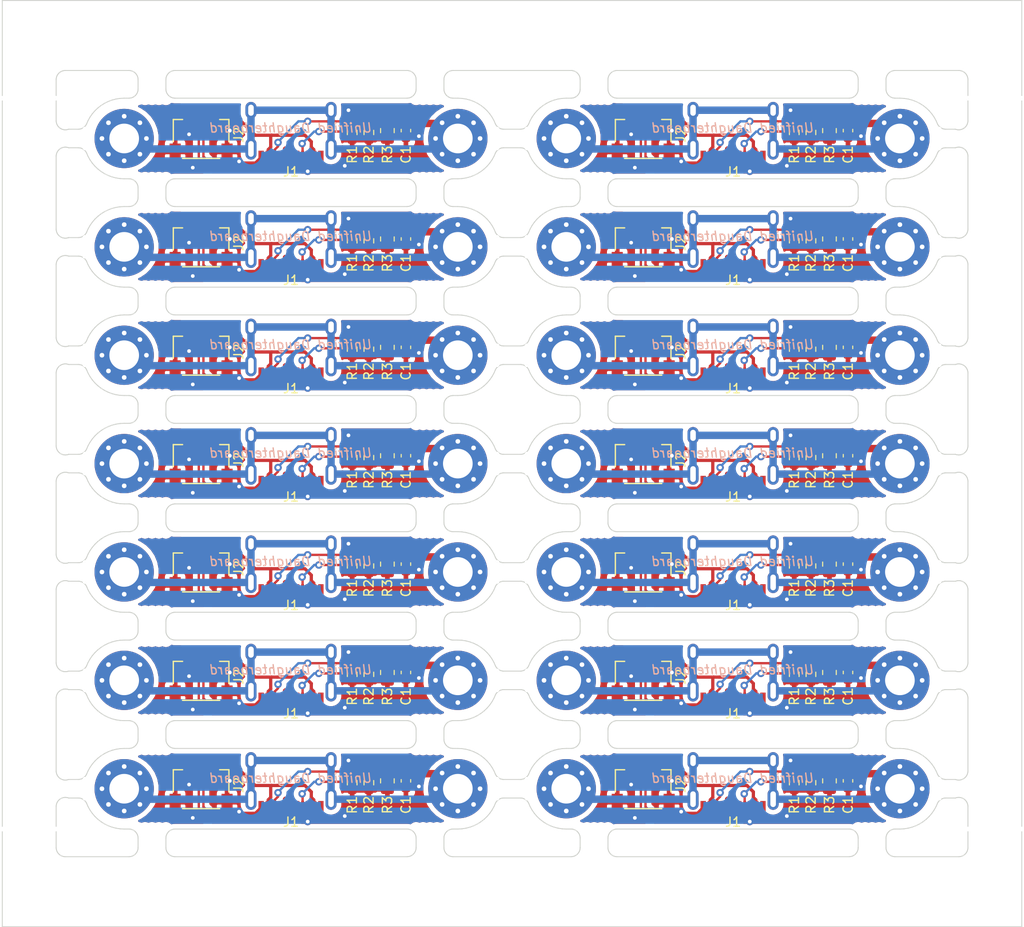
<source format=kicad_pcb>
(kicad_pcb (version 20171130) (host pcbnew 5.1.9)
  (layers (0 F.Cu signal) (31 B.Cu signal) (34 B.Paste user) (35 F.Paste user) (36 B.SilkS user) (37 F.SilkS user) (38 B.Mask user) (39 F.Mask user) (44 Edge.Cuts user))
  (net 0 "")
  (net 1 Board_1-D+)
  (net 2 Board_1-D-)
  (net 3 Board_1-GND)
  (net 4 "Board_1-Net-(J1-Pad10)")
  (net 5 "Board_1-Net-(J1-Pad3)")
  (net 6 "Board_1-Net-(J1-Pad4)")
  (net 7 "Board_1-Net-(J1-Pad9)")
  (net 8 Board_1-SHIELD)
  (net 9 Board_1-VCC)
  (net 10 Board_2-D+)
  (net 11 Board_2-D-)
  (net 12 Board_2-GND)
  (net 13 "Board_2-Net-(J1-Pad10)")
  (net 14 "Board_2-Net-(J1-Pad3)")
  (net 15 "Board_2-Net-(J1-Pad4)")
  (net 16 "Board_2-Net-(J1-Pad9)")
  (net 17 Board_2-SHIELD)
  (net 18 Board_2-VCC)
  (net 19 Board_3-D+)
  (net 20 Board_3-D-)
  (net 21 Board_3-GND)
  (net 22 "Board_3-Net-(J1-Pad10)")
  (net 23 "Board_3-Net-(J1-Pad3)")
  (net 24 "Board_3-Net-(J1-Pad4)")
  (net 25 "Board_3-Net-(J1-Pad9)")
  (net 26 Board_3-SHIELD)
  (net 27 Board_3-VCC)
  (net 28 Board_4-D+)
  (net 29 Board_4-D-)
  (net 30 Board_4-GND)
  (net 31 "Board_4-Net-(J1-Pad10)")
  (net 32 "Board_4-Net-(J1-Pad3)")
  (net 33 "Board_4-Net-(J1-Pad4)")
  (net 34 "Board_4-Net-(J1-Pad9)")
  (net 35 Board_4-SHIELD)
  (net 36 Board_4-VCC)
  (net 37 Board_5-D+)
  (net 38 Board_5-D-)
  (net 39 Board_5-GND)
  (net 40 "Board_5-Net-(J1-Pad10)")
  (net 41 "Board_5-Net-(J1-Pad3)")
  (net 42 "Board_5-Net-(J1-Pad4)")
  (net 43 "Board_5-Net-(J1-Pad9)")
  (net 44 Board_5-SHIELD)
  (net 45 Board_5-VCC)
  (net 46 Board_6-D+)
  (net 47 Board_6-D-)
  (net 48 Board_6-GND)
  (net 49 "Board_6-Net-(J1-Pad10)")
  (net 50 "Board_6-Net-(J1-Pad3)")
  (net 51 "Board_6-Net-(J1-Pad4)")
  (net 52 "Board_6-Net-(J1-Pad9)")
  (net 53 Board_6-SHIELD)
  (net 54 Board_6-VCC)
  (net 55 Board_7-D+)
  (net 56 Board_7-D-)
  (net 57 Board_7-GND)
  (net 58 "Board_7-Net-(J1-Pad10)")
  (net 59 "Board_7-Net-(J1-Pad3)")
  (net 60 "Board_7-Net-(J1-Pad4)")
  (net 61 "Board_7-Net-(J1-Pad9)")
  (net 62 Board_7-SHIELD)
  (net 63 Board_7-VCC)
  (net 64 Board_8-D+)
  (net 65 Board_8-D-)
  (net 66 Board_8-GND)
  (net 67 "Board_8-Net-(J1-Pad10)")
  (net 68 "Board_8-Net-(J1-Pad3)")
  (net 69 "Board_8-Net-(J1-Pad4)")
  (net 70 "Board_8-Net-(J1-Pad9)")
  (net 71 Board_8-SHIELD)
  (net 72 Board_8-VCC)
  (net 73 Board_9-D+)
  (net 74 Board_9-D-)
  (net 75 Board_9-GND)
  (net 76 "Board_9-Net-(J1-Pad10)")
  (net 77 "Board_9-Net-(J1-Pad3)")
  (net 78 "Board_9-Net-(J1-Pad4)")
  (net 79 "Board_9-Net-(J1-Pad9)")
  (net 80 Board_9-SHIELD)
  (net 81 Board_9-VCC)
  (net 82 Board_10-D+)
  (net 83 Board_10-D-)
  (net 84 Board_10-GND)
  (net 85 "Board_10-Net-(J1-Pad10)")
  (net 86 "Board_10-Net-(J1-Pad3)")
  (net 87 "Board_10-Net-(J1-Pad4)")
  (net 88 "Board_10-Net-(J1-Pad9)")
  (net 89 Board_10-SHIELD)
  (net 90 Board_10-VCC)
  (net 91 Board_11-D+)
  (net 92 Board_11-D-)
  (net 93 Board_11-GND)
  (net 94 "Board_11-Net-(J1-Pad10)")
  (net 95 "Board_11-Net-(J1-Pad3)")
  (net 96 "Board_11-Net-(J1-Pad4)")
  (net 97 "Board_11-Net-(J1-Pad9)")
  (net 98 Board_11-SHIELD)
  (net 99 Board_11-VCC)
  (net 100 Board_12-D+)
  (net 101 Board_12-D-)
  (net 102 Board_12-GND)
  (net 103 "Board_12-Net-(J1-Pad10)")
  (net 104 "Board_12-Net-(J1-Pad3)")
  (net 105 "Board_12-Net-(J1-Pad4)")
  (net 106 "Board_12-Net-(J1-Pad9)")
  (net 107 Board_12-SHIELD)
  (net 108 Board_12-VCC)
  (net 109 Board_13-D+)
  (net 110 Board_13-D-)
  (net 111 Board_13-GND)
  (net 112 "Board_13-Net-(J1-Pad10)")
  (net 113 "Board_13-Net-(J1-Pad3)")
  (net 114 "Board_13-Net-(J1-Pad4)")
  (net 115 "Board_13-Net-(J1-Pad9)")
  (net 116 Board_13-SHIELD)
  (net 117 Board_13-VCC)
  (net 118 Board_14-D+)
  (net 119 Board_14-D-)
  (net 120 Board_14-GND)
  (net 121 "Board_14-Net-(J1-Pad10)")
  (net 122 "Board_14-Net-(J1-Pad3)")
  (net 123 "Board_14-Net-(J1-Pad4)")
  (net 124 "Board_14-Net-(J1-Pad9)")
  (net 125 Board_14-SHIELD)
  (net 126 Board_14-VCC)
  (module NPTH (layer F.Cu) (at 128.850003 124.550033)
    (fp_text reference REF** hide)
    (fp_text value NPTH hide)
    (pad "" np_thru_hole circle (at 0 0) (size 0.5 0.5) (drill 0.5) (layers *.Cu))
  )
  (module NPTH (layer F.Cu) (at 128.123753 124.550033)
    (fp_text reference REF** hide)
    (fp_text value NPTH hide)
    (pad "" np_thru_hole circle (at 0 0) (size 0.5 0.5) (drill 0.5) (layers *.Cu))
  )
  (module NPTH (layer F.Cu) (at 127.397504 124.550033)
    (fp_text reference REF** hide)
    (fp_text value NPTH hide)
    (pad "" np_thru_hole circle (at 0 0) (size 0.5 0.5) (drill 0.5) (layers *.Cu))
  )
  (module NPTH (layer F.Cu) (at 126.671254 124.550033)
    (fp_text reference REF** hide)
    (fp_text value NPTH hide)
    (pad "" np_thru_hole circle (at 0 0) (size 0.5 0.5) (drill 0.5) (layers *.Cu))
  )
  (module NPTH (layer F.Cu) (at 125.945005 124.550033)
    (fp_text reference REF** hide)
    (fp_text value NPTH hide)
    (pad "" np_thru_hole circle (at 0 0) (size 0.5 0.5) (drill 0.5) (layers *.Cu))
  )
  (module NPTH (layer F.Cu) (at 125.218756 124.550033)
    (fp_text reference REF** hide)
    (fp_text value NPTH hide)
    (pad "" np_thru_hole circle (at 0 0) (size 0.5 0.5) (drill 0.5) (layers *.Cu))
  )
  (module NPTH (layer F.Cu) (at 124.492506 124.550033)
    (fp_text reference REF** hide)
    (fp_text value NPTH hide)
    (pad "" np_thru_hole circle (at 0 0) (size 0.5 0.5) (drill 0.5) (layers *.Cu))
  )
  (module NPTH (layer F.Cu) (at 123.766257 124.550033)
    (fp_text reference REF** hide)
    (fp_text value NPTH hide)
    (pad "" np_thru_hole circle (at 0 0) (size 0.5 0.5) (drill 0.5) (layers *.Cu))
  )
  (module NPTH (layer F.Cu) (at 123.040008 124.550033)
    (fp_text reference REF** hide)
    (fp_text value NPTH hide)
    (pad "" np_thru_hole circle (at 0 0) (size 0.5 0.5) (drill 0.5) (layers *.Cu))
  )
  (module NPTH (layer F.Cu) (at 128.850003 45.649998)
    (fp_text reference REF** hide)
    (fp_text value NPTH hide)
    (pad "" np_thru_hole circle (at 0 0) (size 0.5 0.5) (drill 0.5) (layers *.Cu))
  )
  (module NPTH (layer F.Cu) (at 128.123753 45.649998)
    (fp_text reference REF** hide)
    (fp_text value NPTH hide)
    (pad "" np_thru_hole circle (at 0 0) (size 0.5 0.5) (drill 0.5) (layers *.Cu))
  )
  (module NPTH (layer F.Cu) (at 127.397504 45.649998)
    (fp_text reference REF** hide)
    (fp_text value NPTH hide)
    (pad "" np_thru_hole circle (at 0 0) (size 0.5 0.5) (drill 0.5) (layers *.Cu))
  )
  (module NPTH (layer F.Cu) (at 126.671254 45.649998)
    (fp_text reference REF** hide)
    (fp_text value NPTH hide)
    (pad "" np_thru_hole circle (at 0 0) (size 0.5 0.5) (drill 0.5) (layers *.Cu))
  )
  (module NPTH (layer F.Cu) (at 125.945005 45.649998)
    (fp_text reference REF** hide)
    (fp_text value NPTH hide)
    (pad "" np_thru_hole circle (at 0 0) (size 0.5 0.5) (drill 0.5) (layers *.Cu))
  )
  (module NPTH (layer F.Cu) (at 125.218756 45.649998)
    (fp_text reference REF** hide)
    (fp_text value NPTH hide)
    (pad "" np_thru_hole circle (at 0 0) (size 0.5 0.5) (drill 0.5) (layers *.Cu))
  )
  (module NPTH (layer F.Cu) (at 124.492506 45.649998)
    (fp_text reference REF** hide)
    (fp_text value NPTH hide)
    (pad "" np_thru_hole circle (at 0 0) (size 0.5 0.5) (drill 0.5) (layers *.Cu))
  )
  (module NPTH (layer F.Cu) (at 123.766257 45.649998)
    (fp_text reference REF** hide)
    (fp_text value NPTH hide)
    (pad "" np_thru_hole circle (at 0 0) (size 0.5 0.5) (drill 0.5) (layers *.Cu))
  )
  (module NPTH (layer F.Cu) (at 123.040008 45.649998)
    (fp_text reference REF** hide)
    (fp_text value NPTH hide)
    (pad "" np_thru_hole circle (at 0 0) (size 0.5 0.5) (drill 0.5) (layers *.Cu))
  )
  (module NPTH (layer F.Cu) (at 24.659998 124.550033)
    (fp_text reference REF** hide)
    (fp_text value NPTH hide)
    (pad "" np_thru_hole circle (at 0 0) (size 0.5 0.5) (drill 0.5) (layers *.Cu))
  )
  (module NPTH (layer F.Cu) (at 23.933748 124.550033)
    (fp_text reference REF** hide)
    (fp_text value NPTH hide)
    (pad "" np_thru_hole circle (at 0 0) (size 0.5 0.5) (drill 0.5) (layers *.Cu))
  )
  (module NPTH (layer F.Cu) (at 23.207499 124.550033)
    (fp_text reference REF** hide)
    (fp_text value NPTH hide)
    (pad "" np_thru_hole circle (at 0 0) (size 0.5 0.5) (drill 0.5) (layers *.Cu))
  )
  (module NPTH (layer F.Cu) (at 22.481249 124.550033)
    (fp_text reference REF** hide)
    (fp_text value NPTH hide)
    (pad "" np_thru_hole circle (at 0 0) (size 0.5 0.5) (drill 0.5) (layers *.Cu))
  )
  (module NPTH (layer F.Cu) (at 21.755 124.550033)
    (fp_text reference REF** hide)
    (fp_text value NPTH hide)
    (pad "" np_thru_hole circle (at 0 0) (size 0.5 0.5) (drill 0.5) (layers *.Cu))
  )
  (module NPTH (layer F.Cu) (at 21.028751 124.550033)
    (fp_text reference REF** hide)
    (fp_text value NPTH hide)
    (pad "" np_thru_hole circle (at 0 0) (size 0.5 0.5) (drill 0.5) (layers *.Cu))
  )
  (module NPTH (layer F.Cu) (at 20.302501 124.550033)
    (fp_text reference REF** hide)
    (fp_text value NPTH hide)
    (pad "" np_thru_hole circle (at 0 0) (size 0.5 0.5) (drill 0.5) (layers *.Cu))
  )
  (module NPTH (layer F.Cu) (at 19.576252 124.550033)
    (fp_text reference REF** hide)
    (fp_text value NPTH hide)
    (pad "" np_thru_hole circle (at 0 0) (size 0.5 0.5) (drill 0.5) (layers *.Cu))
  )
  (module NPTH (layer F.Cu) (at 18.850003 124.550033)
    (fp_text reference REF** hide)
    (fp_text value NPTH hide)
    (pad "" np_thru_hole circle (at 0 0) (size 0.5 0.5) (drill 0.5) (layers *.Cu))
  )
  (module NPTH (layer F.Cu) (at 24.659998 45.649998)
    (fp_text reference REF** hide)
    (fp_text value NPTH hide)
    (pad "" np_thru_hole circle (at 0 0) (size 0.5 0.5) (drill 0.5) (layers *.Cu))
  )
  (module NPTH (layer F.Cu) (at 23.933748 45.649998)
    (fp_text reference REF** hide)
    (fp_text value NPTH hide)
    (pad "" np_thru_hole circle (at 0 0) (size 0.5 0.5) (drill 0.5) (layers *.Cu))
  )
  (module NPTH (layer F.Cu) (at 23.207499 45.649998)
    (fp_text reference REF** hide)
    (fp_text value NPTH hide)
    (pad "" np_thru_hole circle (at 0 0) (size 0.5 0.5) (drill 0.5) (layers *.Cu))
  )
  (module NPTH (layer F.Cu) (at 22.481249 45.649998)
    (fp_text reference REF** hide)
    (fp_text value NPTH hide)
    (pad "" np_thru_hole circle (at 0 0) (size 0.5 0.5) (drill 0.5) (layers *.Cu))
  )
  (module NPTH (layer F.Cu) (at 21.755 45.649998)
    (fp_text reference REF** hide)
    (fp_text value NPTH hide)
    (pad "" np_thru_hole circle (at 0 0) (size 0.5 0.5) (drill 0.5) (layers *.Cu))
  )
  (module NPTH (layer F.Cu) (at 21.028751 45.649998)
    (fp_text reference REF** hide)
    (fp_text value NPTH hide)
    (pad "" np_thru_hole circle (at 0 0) (size 0.5 0.5) (drill 0.5) (layers *.Cu))
  )
  (module NPTH (layer F.Cu) (at 20.302501 45.649998)
    (fp_text reference REF** hide)
    (fp_text value NPTH hide)
    (pad "" np_thru_hole circle (at 0 0) (size 0.5 0.5) (drill 0.5) (layers *.Cu))
  )
  (module NPTH (layer F.Cu) (at 19.576252 45.649998)
    (fp_text reference REF** hide)
    (fp_text value NPTH hide)
    (pad "" np_thru_hole circle (at 0 0) (size 0.5 0.5) (drill 0.5) (layers *.Cu))
  )
  (module NPTH (layer F.Cu) (at 18.850003 45.649998)
    (fp_text reference REF** hide)
    (fp_text value NPTH hide)
    (pad "" np_thru_hole circle (at 0 0) (size 0.5 0.5) (drill 0.5) (layers *.Cu))
  )
  (module NPTH (layer F.Cu) (at 27.769277 48.999999)
    (fp_text reference REF** hide)
    (fp_text value NPTH hide)
    (pad "" np_thru_hole circle (at 0 0) (size 0.5 0.5) (drill 0.5) (layers *.Cu))
  )
  (module NPTH (layer F.Cu) (at 27.654584 49.999999)
    (fp_text reference REF** hide)
    (fp_text value NPTH hide)
    (pad "" np_thru_hole circle (at 0 0) (size 0.5 0.5) (drill 0.5) (layers *.Cu))
  )
  (module NPTH (layer F.Cu) (at 27.769277 50.999999)
    (fp_text reference REF** hide)
    (fp_text value NPTH hide)
    (pad "" np_thru_hole circle (at 0 0) (size 0.5 0.5) (drill 0.5) (layers *.Cu))
  )
  (module NPTH (layer F.Cu) (at 72.23072 50.999999)
    (fp_text reference REF** hide)
    (fp_text value NPTH hide)
    (pad "" np_thru_hole circle (at 0 0) (size 0.5 0.5) (drill 0.5) (layers *.Cu))
  )
  (module NPTH (layer F.Cu) (at 72.345413 49.999998)
    (fp_text reference REF** hide)
    (fp_text value NPTH hide)
    (pad "" np_thru_hole circle (at 0 0) (size 0.5 0.5) (drill 0.5) (layers *.Cu))
  )
  (module NPTH (layer F.Cu) (at 72.23072 48.999999)
    (fp_text reference REF** hide)
    (fp_text value NPTH hide)
    (pad "" np_thru_hole circle (at 0 0) (size 0.5 0.5) (drill 0.5) (layers *.Cu))
  )
  (module NPTH (layer F.Cu) (at 75.469282 48.999999)
    (fp_text reference REF** hide)
    (fp_text value NPTH hide)
    (pad "" np_thru_hole circle (at 0 0) (size 0.5 0.5) (drill 0.5) (layers *.Cu))
  )
  (module NPTH (layer F.Cu) (at 75.354589 49.999999)
    (fp_text reference REF** hide)
    (fp_text value NPTH hide)
    (pad "" np_thru_hole circle (at 0 0) (size 0.5 0.5) (drill 0.5) (layers *.Cu))
  )
  (module NPTH (layer F.Cu) (at 75.469282 50.999999)
    (fp_text reference REF** hide)
    (fp_text value NPTH hide)
    (pad "" np_thru_hole circle (at 0 0) (size 0.5 0.5) (drill 0.5) (layers *.Cu))
  )
  (module NPTH (layer F.Cu) (at 119.930725 50.999999)
    (fp_text reference REF** hide)
    (fp_text value NPTH hide)
    (pad "" np_thru_hole circle (at 0 0) (size 0.5 0.5) (drill 0.5) (layers *.Cu))
  )
  (module NPTH (layer F.Cu) (at 120.045418 49.999998)
    (fp_text reference REF** hide)
    (fp_text value NPTH hide)
    (pad "" np_thru_hole circle (at 0 0) (size 0.5 0.5) (drill 0.5) (layers *.Cu))
  )
  (module NPTH (layer F.Cu) (at 119.930725 48.999999)
    (fp_text reference REF** hide)
    (fp_text value NPTH hide)
    (pad "" np_thru_hole circle (at 0 0) (size 0.5 0.5) (drill 0.5) (layers *.Cu))
  )
  (module NPTH (layer F.Cu) (at 27.769277 60.700004)
    (fp_text reference REF** hide)
    (fp_text value NPTH hide)
    (pad "" np_thru_hole circle (at 0 0) (size 0.5 0.5) (drill 0.5) (layers *.Cu))
  )
  (module NPTH (layer F.Cu) (at 27.654584 61.700004)
    (fp_text reference REF** hide)
    (fp_text value NPTH hide)
    (pad "" np_thru_hole circle (at 0 0) (size 0.5 0.5) (drill 0.5) (layers *.Cu))
  )
  (module NPTH (layer F.Cu) (at 27.769277 62.700004)
    (fp_text reference REF** hide)
    (fp_text value NPTH hide)
    (pad "" np_thru_hole circle (at 0 0) (size 0.5 0.5) (drill 0.5) (layers *.Cu))
  )
  (module NPTH (layer F.Cu) (at 72.23072 62.700004)
    (fp_text reference REF** hide)
    (fp_text value NPTH hide)
    (pad "" np_thru_hole circle (at 0 0) (size 0.5 0.5) (drill 0.5) (layers *.Cu))
  )
  (module NPTH (layer F.Cu) (at 72.345413 61.700003)
    (fp_text reference REF** hide)
    (fp_text value NPTH hide)
    (pad "" np_thru_hole circle (at 0 0) (size 0.5 0.5) (drill 0.5) (layers *.Cu))
  )
  (module NPTH (layer F.Cu) (at 72.23072 60.700004)
    (fp_text reference REF** hide)
    (fp_text value NPTH hide)
    (pad "" np_thru_hole circle (at 0 0) (size 0.5 0.5) (drill 0.5) (layers *.Cu))
  )
  (module NPTH (layer F.Cu) (at 75.469282 60.700004)
    (fp_text reference REF** hide)
    (fp_text value NPTH hide)
    (pad "" np_thru_hole circle (at 0 0) (size 0.5 0.5) (drill 0.5) (layers *.Cu))
  )
  (module NPTH (layer F.Cu) (at 75.354589 61.700004)
    (fp_text reference REF** hide)
    (fp_text value NPTH hide)
    (pad "" np_thru_hole circle (at 0 0) (size 0.5 0.5) (drill 0.5) (layers *.Cu))
  )
  (module NPTH (layer F.Cu) (at 75.469282 62.700004)
    (fp_text reference REF** hide)
    (fp_text value NPTH hide)
    (pad "" np_thru_hole circle (at 0 0) (size 0.5 0.5) (drill 0.5) (layers *.Cu))
  )
  (module NPTH (layer F.Cu) (at 119.930725 62.700004)
    (fp_text reference REF** hide)
    (fp_text value NPTH hide)
    (pad "" np_thru_hole circle (at 0 0) (size 0.5 0.5) (drill 0.5) (layers *.Cu))
  )
  (module NPTH (layer F.Cu) (at 120.045418 61.700003)
    (fp_text reference REF** hide)
    (fp_text value NPTH hide)
    (pad "" np_thru_hole circle (at 0 0) (size 0.5 0.5) (drill 0.5) (layers *.Cu))
  )
  (module NPTH (layer F.Cu) (at 119.930725 60.700004)
    (fp_text reference REF** hide)
    (fp_text value NPTH hide)
    (pad "" np_thru_hole circle (at 0 0) (size 0.5 0.5) (drill 0.5) (layers *.Cu))
  )
  (module NPTH (layer F.Cu) (at 27.769277 72.400009)
    (fp_text reference REF** hide)
    (fp_text value NPTH hide)
    (pad "" np_thru_hole circle (at 0 0) (size 0.5 0.5) (drill 0.5) (layers *.Cu))
  )
  (module NPTH (layer F.Cu) (at 27.654584 73.400009)
    (fp_text reference REF** hide)
    (fp_text value NPTH hide)
    (pad "" np_thru_hole circle (at 0 0) (size 0.5 0.5) (drill 0.5) (layers *.Cu))
  )
  (module NPTH (layer F.Cu) (at 27.769277 74.400009)
    (fp_text reference REF** hide)
    (fp_text value NPTH hide)
    (pad "" np_thru_hole circle (at 0 0) (size 0.5 0.5) (drill 0.5) (layers *.Cu))
  )
  (module NPTH (layer F.Cu) (at 72.23072 74.400009)
    (fp_text reference REF** hide)
    (fp_text value NPTH hide)
    (pad "" np_thru_hole circle (at 0 0) (size 0.5 0.5) (drill 0.5) (layers *.Cu))
  )
  (module NPTH (layer F.Cu) (at 72.345413 73.400008)
    (fp_text reference REF** hide)
    (fp_text value NPTH hide)
    (pad "" np_thru_hole circle (at 0 0) (size 0.5 0.5) (drill 0.5) (layers *.Cu))
  )
  (module NPTH (layer F.Cu) (at 72.23072 72.400009)
    (fp_text reference REF** hide)
    (fp_text value NPTH hide)
    (pad "" np_thru_hole circle (at 0 0) (size 0.5 0.5) (drill 0.5) (layers *.Cu))
  )
  (module NPTH (layer F.Cu) (at 75.469282 72.400009)
    (fp_text reference REF** hide)
    (fp_text value NPTH hide)
    (pad "" np_thru_hole circle (at 0 0) (size 0.5 0.5) (drill 0.5) (layers *.Cu))
  )
  (module NPTH (layer F.Cu) (at 75.354589 73.400009)
    (fp_text reference REF** hide)
    (fp_text value NPTH hide)
    (pad "" np_thru_hole circle (at 0 0) (size 0.5 0.5) (drill 0.5) (layers *.Cu))
  )
  (module NPTH (layer F.Cu) (at 75.469282 74.400009)
    (fp_text reference REF** hide)
    (fp_text value NPTH hide)
    (pad "" np_thru_hole circle (at 0 0) (size 0.5 0.5) (drill 0.5) (layers *.Cu))
  )
  (module NPTH (layer F.Cu) (at 119.930725 74.400009)
    (fp_text reference REF** hide)
    (fp_text value NPTH hide)
    (pad "" np_thru_hole circle (at 0 0) (size 0.5 0.5) (drill 0.5) (layers *.Cu))
  )
  (module NPTH (layer F.Cu) (at 120.045418 73.400008)
    (fp_text reference REF** hide)
    (fp_text value NPTH hide)
    (pad "" np_thru_hole circle (at 0 0) (size 0.5 0.5) (drill 0.5) (layers *.Cu))
  )
  (module NPTH (layer F.Cu) (at 119.930725 72.400009)
    (fp_text reference REF** hide)
    (fp_text value NPTH hide)
    (pad "" np_thru_hole circle (at 0 0) (size 0.5 0.5) (drill 0.5) (layers *.Cu))
  )
  (module NPTH (layer F.Cu) (at 27.769277 84.100014)
    (fp_text reference REF** hide)
    (fp_text value NPTH hide)
    (pad "" np_thru_hole circle (at 0 0) (size 0.5 0.5) (drill 0.5) (layers *.Cu))
  )
  (module NPTH (layer F.Cu) (at 27.654584 85.100014)
    (fp_text reference REF** hide)
    (fp_text value NPTH hide)
    (pad "" np_thru_hole circle (at 0 0) (size 0.5 0.5) (drill 0.5) (layers *.Cu))
  )
  (module NPTH (layer F.Cu) (at 27.769277 86.100014)
    (fp_text reference REF** hide)
    (fp_text value NPTH hide)
    (pad "" np_thru_hole circle (at 0 0) (size 0.5 0.5) (drill 0.5) (layers *.Cu))
  )
  (module NPTH (layer F.Cu) (at 72.23072 86.100014)
    (fp_text reference REF** hide)
    (fp_text value NPTH hide)
    (pad "" np_thru_hole circle (at 0 0) (size 0.5 0.5) (drill 0.5) (layers *.Cu))
  )
  (module NPTH (layer F.Cu) (at 72.345413 85.100013)
    (fp_text reference REF** hide)
    (fp_text value NPTH hide)
    (pad "" np_thru_hole circle (at 0 0) (size 0.5 0.5) (drill 0.5) (layers *.Cu))
  )
  (module NPTH (layer F.Cu) (at 72.23072 84.100014)
    (fp_text reference REF** hide)
    (fp_text value NPTH hide)
    (pad "" np_thru_hole circle (at 0 0) (size 0.5 0.5) (drill 0.5) (layers *.Cu))
  )
  (module NPTH (layer F.Cu) (at 75.469282 84.100014)
    (fp_text reference REF** hide)
    (fp_text value NPTH hide)
    (pad "" np_thru_hole circle (at 0 0) (size 0.5 0.5) (drill 0.5) (layers *.Cu))
  )
  (module NPTH (layer F.Cu) (at 75.354589 85.100014)
    (fp_text reference REF** hide)
    (fp_text value NPTH hide)
    (pad "" np_thru_hole circle (at 0 0) (size 0.5 0.5) (drill 0.5) (layers *.Cu))
  )
  (module NPTH (layer F.Cu) (at 75.469282 86.100014)
    (fp_text reference REF** hide)
    (fp_text value NPTH hide)
    (pad "" np_thru_hole circle (at 0 0) (size 0.5 0.5) (drill 0.5) (layers *.Cu))
  )
  (module NPTH (layer F.Cu) (at 119.930725 86.100014)
    (fp_text reference REF** hide)
    (fp_text value NPTH hide)
    (pad "" np_thru_hole circle (at 0 0) (size 0.5 0.5) (drill 0.5) (layers *.Cu))
  )
  (module NPTH (layer F.Cu) (at 120.045418 85.100013)
    (fp_text reference REF** hide)
    (fp_text value NPTH hide)
    (pad "" np_thru_hole circle (at 0 0) (size 0.5 0.5) (drill 0.5) (layers *.Cu))
  )
  (module NPTH (layer F.Cu) (at 119.930725 84.100014)
    (fp_text reference REF** hide)
    (fp_text value NPTH hide)
    (pad "" np_thru_hole circle (at 0 0) (size 0.5 0.5) (drill 0.5) (layers *.Cu))
  )
  (module NPTH (layer F.Cu) (at 27.769277 95.800019)
    (fp_text reference REF** hide)
    (fp_text value NPTH hide)
    (pad "" np_thru_hole circle (at 0 0) (size 0.5 0.5) (drill 0.5) (layers *.Cu))
  )
  (module NPTH (layer F.Cu) (at 27.654584 96.800019)
    (fp_text reference REF** hide)
    (fp_text value NPTH hide)
    (pad "" np_thru_hole circle (at 0 0) (size 0.5 0.5) (drill 0.5) (layers *.Cu))
  )
  (module NPTH (layer F.Cu) (at 27.769277 97.800019)
    (fp_text reference REF** hide)
    (fp_text value NPTH hide)
    (pad "" np_thru_hole circle (at 0 0) (size 0.5 0.5) (drill 0.5) (layers *.Cu))
  )
  (module NPTH (layer F.Cu) (at 72.23072 97.800019)
    (fp_text reference REF** hide)
    (fp_text value NPTH hide)
    (pad "" np_thru_hole circle (at 0 0) (size 0.5 0.5) (drill 0.5) (layers *.Cu))
  )
  (module NPTH (layer F.Cu) (at 72.345413 96.800018)
    (fp_text reference REF** hide)
    (fp_text value NPTH hide)
    (pad "" np_thru_hole circle (at 0 0) (size 0.5 0.5) (drill 0.5) (layers *.Cu))
  )
  (module NPTH (layer F.Cu) (at 72.23072 95.800019)
    (fp_text reference REF** hide)
    (fp_text value NPTH hide)
    (pad "" np_thru_hole circle (at 0 0) (size 0.5 0.5) (drill 0.5) (layers *.Cu))
  )
  (module NPTH (layer F.Cu) (at 75.469282 95.800019)
    (fp_text reference REF** hide)
    (fp_text value NPTH hide)
    (pad "" np_thru_hole circle (at 0 0) (size 0.5 0.5) (drill 0.5) (layers *.Cu))
  )
  (module NPTH (layer F.Cu) (at 75.354589 96.800019)
    (fp_text reference REF** hide)
    (fp_text value NPTH hide)
    (pad "" np_thru_hole circle (at 0 0) (size 0.5 0.5) (drill 0.5) (layers *.Cu))
  )
  (module NPTH (layer F.Cu) (at 75.469282 97.800019)
    (fp_text reference REF** hide)
    (fp_text value NPTH hide)
    (pad "" np_thru_hole circle (at 0 0) (size 0.5 0.5) (drill 0.5) (layers *.Cu))
  )
  (module NPTH (layer F.Cu) (at 119.930725 97.800019)
    (fp_text reference REF** hide)
    (fp_text value NPTH hide)
    (pad "" np_thru_hole circle (at 0 0) (size 0.5 0.5) (drill 0.5) (layers *.Cu))
  )
  (module NPTH (layer F.Cu) (at 120.045418 96.800018)
    (fp_text reference REF** hide)
    (fp_text value NPTH hide)
    (pad "" np_thru_hole circle (at 0 0) (size 0.5 0.5) (drill 0.5) (layers *.Cu))
  )
  (module NPTH (layer F.Cu) (at 119.930725 95.800019)
    (fp_text reference REF** hide)
    (fp_text value NPTH hide)
    (pad "" np_thru_hole circle (at 0 0) (size 0.5 0.5) (drill 0.5) (layers *.Cu))
  )
  (module NPTH (layer F.Cu) (at 27.769277 107.500024)
    (fp_text reference REF** hide)
    (fp_text value NPTH hide)
    (pad "" np_thru_hole circle (at 0 0) (size 0.5 0.5) (drill 0.5) (layers *.Cu))
  )
  (module NPTH (layer F.Cu) (at 27.654584 108.500024)
    (fp_text reference REF** hide)
    (fp_text value NPTH hide)
    (pad "" np_thru_hole circle (at 0 0) (size 0.5 0.5) (drill 0.5) (layers *.Cu))
  )
  (module NPTH (layer F.Cu) (at 27.769277 109.500024)
    (fp_text reference REF** hide)
    (fp_text value NPTH hide)
    (pad "" np_thru_hole circle (at 0 0) (size 0.5 0.5) (drill 0.5) (layers *.Cu))
  )
  (module NPTH (layer F.Cu) (at 72.23072 109.500024)
    (fp_text reference REF** hide)
    (fp_text value NPTH hide)
    (pad "" np_thru_hole circle (at 0 0) (size 0.5 0.5) (drill 0.5) (layers *.Cu))
  )
  (module NPTH (layer F.Cu) (at 72.345413 108.500023)
    (fp_text reference REF** hide)
    (fp_text value NPTH hide)
    (pad "" np_thru_hole circle (at 0 0) (size 0.5 0.5) (drill 0.5) (layers *.Cu))
  )
  (module NPTH (layer F.Cu) (at 72.23072 107.500024)
    (fp_text reference REF** hide)
    (fp_text value NPTH hide)
    (pad "" np_thru_hole circle (at 0 0) (size 0.5 0.5) (drill 0.5) (layers *.Cu))
  )
  (module NPTH (layer F.Cu) (at 75.469282 107.500024)
    (fp_text reference REF** hide)
    (fp_text value NPTH hide)
    (pad "" np_thru_hole circle (at 0 0) (size 0.5 0.5) (drill 0.5) (layers *.Cu))
  )
  (module NPTH (layer F.Cu) (at 75.354589 108.500024)
    (fp_text reference REF** hide)
    (fp_text value NPTH hide)
    (pad "" np_thru_hole circle (at 0 0) (size 0.5 0.5) (drill 0.5) (layers *.Cu))
  )
  (module NPTH (layer F.Cu) (at 75.469282 109.500024)
    (fp_text reference REF** hide)
    (fp_text value NPTH hide)
    (pad "" np_thru_hole circle (at 0 0) (size 0.5 0.5) (drill 0.5) (layers *.Cu))
  )
  (module NPTH (layer F.Cu) (at 119.930725 109.500024)
    (fp_text reference REF** hide)
    (fp_text value NPTH hide)
    (pad "" np_thru_hole circle (at 0 0) (size 0.5 0.5) (drill 0.5) (layers *.Cu))
  )
  (module NPTH (layer F.Cu) (at 120.045418 108.500023)
    (fp_text reference REF** hide)
    (fp_text value NPTH hide)
    (pad "" np_thru_hole circle (at 0 0) (size 0.5 0.5) (drill 0.5) (layers *.Cu))
  )
  (module NPTH (layer F.Cu) (at 119.930725 107.500024)
    (fp_text reference REF** hide)
    (fp_text value NPTH hide)
    (pad "" np_thru_hole circle (at 0 0) (size 0.5 0.5) (drill 0.5) (layers *.Cu))
  )
  (module NPTH (layer F.Cu) (at 27.769277 119.200029)
    (fp_text reference REF** hide)
    (fp_text value NPTH hide)
    (pad "" np_thru_hole circle (at 0 0) (size 0.5 0.5) (drill 0.5) (layers *.Cu))
  )
  (module NPTH (layer F.Cu) (at 27.654584 120.200029)
    (fp_text reference REF** hide)
    (fp_text value NPTH hide)
    (pad "" np_thru_hole circle (at 0 0) (size 0.5 0.5) (drill 0.5) (layers *.Cu))
  )
  (module NPTH (layer F.Cu) (at 27.769277 121.200029)
    (fp_text reference REF** hide)
    (fp_text value NPTH hide)
    (pad "" np_thru_hole circle (at 0 0) (size 0.5 0.5) (drill 0.5) (layers *.Cu))
  )
  (module NPTH (layer F.Cu) (at 72.23072 121.200029)
    (fp_text reference REF** hide)
    (fp_text value NPTH hide)
    (pad "" np_thru_hole circle (at 0 0) (size 0.5 0.5) (drill 0.5) (layers *.Cu))
  )
  (module NPTH (layer F.Cu) (at 72.345413 120.200028)
    (fp_text reference REF** hide)
    (fp_text value NPTH hide)
    (pad "" np_thru_hole circle (at 0 0) (size 0.5 0.5) (drill 0.5) (layers *.Cu))
  )
  (module NPTH (layer F.Cu) (at 72.23072 119.200029)
    (fp_text reference REF** hide)
    (fp_text value NPTH hide)
    (pad "" np_thru_hole circle (at 0 0) (size 0.5 0.5) (drill 0.5) (layers *.Cu))
  )
  (module NPTH (layer F.Cu) (at 75.469282 119.200029)
    (fp_text reference REF** hide)
    (fp_text value NPTH hide)
    (pad "" np_thru_hole circle (at 0 0) (size 0.5 0.5) (drill 0.5) (layers *.Cu))
  )
  (module NPTH (layer F.Cu) (at 75.354589 120.200029)
    (fp_text reference REF** hide)
    (fp_text value NPTH hide)
    (pad "" np_thru_hole circle (at 0 0) (size 0.5 0.5) (drill 0.5) (layers *.Cu))
  )
  (module NPTH (layer F.Cu) (at 75.469282 121.200029)
    (fp_text reference REF** hide)
    (fp_text value NPTH hide)
    (pad "" np_thru_hole circle (at 0 0) (size 0.5 0.5) (drill 0.5) (layers *.Cu))
  )
  (module NPTH (layer F.Cu) (at 119.930725 121.200029)
    (fp_text reference REF** hide)
    (fp_text value NPTH hide)
    (pad "" np_thru_hole circle (at 0 0) (size 0.5 0.5) (drill 0.5) (layers *.Cu))
  )
  (module NPTH (layer F.Cu) (at 120.045418 120.200028)
    (fp_text reference REF** hide)
    (fp_text value NPTH hide)
    (pad "" np_thru_hole circle (at 0 0) (size 0.5 0.5) (drill 0.5) (layers *.Cu))
  )
  (module NPTH (layer F.Cu) (at 119.930725 119.200029)
    (fp_text reference REF** hide)
    (fp_text value NPTH hide)
    (pad "" np_thru_hole circle (at 0 0) (size 0.5 0.5) (drill 0.5) (layers *.Cu))
  )
  (module NPTH (layer F.Cu) (at 63.499999 54.350999)
    (fp_text reference REF** hide)
    (fp_text value NPTH hide)
    (pad "" np_thru_hole circle (at 0 0) (size 0.5 0.5) (drill 0.5) (layers *.Cu))
  )
  (module NPTH (layer F.Cu) (at 64.249999 54.350999)
    (fp_text reference REF** hide)
    (fp_text value NPTH hide)
    (pad "" np_thru_hole circle (at 0 0) (size 0.5 0.5) (drill 0.5) (layers *.Cu))
  )
  (module NPTH (layer F.Cu) (at 64.999999 54.350999)
    (fp_text reference REF** hide)
    (fp_text value NPTH hide)
    (pad "" np_thru_hole circle (at 0 0) (size 0.5 0.5) (drill 0.5) (layers *.Cu))
  )
  (module NPTH (layer F.Cu) (at 65.749999 54.350999)
    (fp_text reference REF** hide)
    (fp_text value NPTH hide)
    (pad "" np_thru_hole circle (at 0 0) (size 0.5 0.5) (drill 0.5) (layers *.Cu))
  )
  (module NPTH (layer F.Cu) (at 66.499999 54.350999)
    (fp_text reference REF** hide)
    (fp_text value NPTH hide)
    (pad "" np_thru_hole circle (at 0 0) (size 0.5 0.5) (drill 0.5) (layers *.Cu))
  )
  (module NPTH (layer F.Cu) (at 66.499999 45.648999)
    (fp_text reference REF** hide)
    (fp_text value NPTH hide)
    (pad "" np_thru_hole circle (at 0 0) (size 0.5 0.5) (drill 0.5) (layers *.Cu))
  )
  (module NPTH (layer F.Cu) (at 65.749999 45.648999)
    (fp_text reference REF** hide)
    (fp_text value NPTH hide)
    (pad "" np_thru_hole circle (at 0 0) (size 0.5 0.5) (drill 0.5) (layers *.Cu))
  )
  (module NPTH (layer F.Cu) (at 64.999999 45.648999)
    (fp_text reference REF** hide)
    (fp_text value NPTH hide)
    (pad "" np_thru_hole circle (at 0 0) (size 0.5 0.5) (drill 0.5) (layers *.Cu))
  )
  (module NPTH (layer F.Cu) (at 64.249999 45.648999)
    (fp_text reference REF** hide)
    (fp_text value NPTH hide)
    (pad "" np_thru_hole circle (at 0 0) (size 0.5 0.5) (drill 0.5) (layers *.Cu))
  )
  (module NPTH (layer F.Cu) (at 63.499999 45.648999)
    (fp_text reference REF** hide)
    (fp_text value NPTH hide)
    (pad "" np_thru_hole circle (at 0 0) (size 0.5 0.5) (drill 0.5) (layers *.Cu))
  )
  (module NPTH (layer F.Cu) (at 33.499999 54.350999)
    (fp_text reference REF** hide)
    (fp_text value NPTH hide)
    (pad "" np_thru_hole circle (at 0 0) (size 0.5 0.5) (drill 0.5) (layers *.Cu))
  )
  (module NPTH (layer F.Cu) (at 34.249999 54.350999)
    (fp_text reference REF** hide)
    (fp_text value NPTH hide)
    (pad "" np_thru_hole circle (at 0 0) (size 0.5 0.5) (drill 0.5) (layers *.Cu))
  )
  (module NPTH (layer F.Cu) (at 34.999999 54.350999)
    (fp_text reference REF** hide)
    (fp_text value NPTH hide)
    (pad "" np_thru_hole circle (at 0 0) (size 0.5 0.5) (drill 0.5) (layers *.Cu))
  )
  (module NPTH (layer F.Cu) (at 35.749999 54.350999)
    (fp_text reference REF** hide)
    (fp_text value NPTH hide)
    (pad "" np_thru_hole circle (at 0 0) (size 0.5 0.5) (drill 0.5) (layers *.Cu))
  )
  (module NPTH (layer F.Cu) (at 36.499999 54.350999)
    (fp_text reference REF** hide)
    (fp_text value NPTH hide)
    (pad "" np_thru_hole circle (at 0 0) (size 0.5 0.5) (drill 0.5) (layers *.Cu))
  )
  (module NPTH (layer F.Cu) (at 36.499999 45.648999)
    (fp_text reference REF** hide)
    (fp_text value NPTH hide)
    (pad "" np_thru_hole circle (at 0 0) (size 0.5 0.5) (drill 0.5) (layers *.Cu))
  )
  (module NPTH (layer F.Cu) (at 35.749999 45.648999)
    (fp_text reference REF** hide)
    (fp_text value NPTH hide)
    (pad "" np_thru_hole circle (at 0 0) (size 0.5 0.5) (drill 0.5) (layers *.Cu))
  )
  (module NPTH (layer F.Cu) (at 34.999999 45.648999)
    (fp_text reference REF** hide)
    (fp_text value NPTH hide)
    (pad "" np_thru_hole circle (at 0 0) (size 0.5 0.5) (drill 0.5) (layers *.Cu))
  )
  (module NPTH (layer F.Cu) (at 34.249999 45.648999)
    (fp_text reference REF** hide)
    (fp_text value NPTH hide)
    (pad "" np_thru_hole circle (at 0 0) (size 0.5 0.5) (drill 0.5) (layers *.Cu))
  )
  (module NPTH (layer F.Cu) (at 33.499999 45.648999)
    (fp_text reference REF** hide)
    (fp_text value NPTH hide)
    (pad "" np_thru_hole circle (at 0 0) (size 0.5 0.5) (drill 0.5) (layers *.Cu))
  )
  (module NPTH (layer F.Cu) (at 111.200004 54.350999)
    (fp_text reference REF** hide)
    (fp_text value NPTH hide)
    (pad "" np_thru_hole circle (at 0 0) (size 0.5 0.5) (drill 0.5) (layers *.Cu))
  )
  (module NPTH (layer F.Cu) (at 111.950004 54.350999)
    (fp_text reference REF** hide)
    (fp_text value NPTH hide)
    (pad "" np_thru_hole circle (at 0 0) (size 0.5 0.5) (drill 0.5) (layers *.Cu))
  )
  (module NPTH (layer F.Cu) (at 112.700004 54.350999)
    (fp_text reference REF** hide)
    (fp_text value NPTH hide)
    (pad "" np_thru_hole circle (at 0 0) (size 0.5 0.5) (drill 0.5) (layers *.Cu))
  )
  (module NPTH (layer F.Cu) (at 113.450004 54.350999)
    (fp_text reference REF** hide)
    (fp_text value NPTH hide)
    (pad "" np_thru_hole circle (at 0 0) (size 0.5 0.5) (drill 0.5) (layers *.Cu))
  )
  (module NPTH (layer F.Cu) (at 114.200004 54.350999)
    (fp_text reference REF** hide)
    (fp_text value NPTH hide)
    (pad "" np_thru_hole circle (at 0 0) (size 0.5 0.5) (drill 0.5) (layers *.Cu))
  )
  (module NPTH (layer F.Cu) (at 114.200004 45.648999)
    (fp_text reference REF** hide)
    (fp_text value NPTH hide)
    (pad "" np_thru_hole circle (at 0 0) (size 0.5 0.5) (drill 0.5) (layers *.Cu))
  )
  (module NPTH (layer F.Cu) (at 113.450004 45.648999)
    (fp_text reference REF** hide)
    (fp_text value NPTH hide)
    (pad "" np_thru_hole circle (at 0 0) (size 0.5 0.5) (drill 0.5) (layers *.Cu))
  )
  (module NPTH (layer F.Cu) (at 112.700004 45.648999)
    (fp_text reference REF** hide)
    (fp_text value NPTH hide)
    (pad "" np_thru_hole circle (at 0 0) (size 0.5 0.5) (drill 0.5) (layers *.Cu))
  )
  (module NPTH (layer F.Cu) (at 111.950004 45.648999)
    (fp_text reference REF** hide)
    (fp_text value NPTH hide)
    (pad "" np_thru_hole circle (at 0 0) (size 0.5 0.5) (drill 0.5) (layers *.Cu))
  )
  (module NPTH (layer F.Cu) (at 111.200004 45.648999)
    (fp_text reference REF** hide)
    (fp_text value NPTH hide)
    (pad "" np_thru_hole circle (at 0 0) (size 0.5 0.5) (drill 0.5) (layers *.Cu))
  )
  (module NPTH (layer F.Cu) (at 81.200004 54.350999)
    (fp_text reference REF** hide)
    (fp_text value NPTH hide)
    (pad "" np_thru_hole circle (at 0 0) (size 0.5 0.5) (drill 0.5) (layers *.Cu))
  )
  (module NPTH (layer F.Cu) (at 81.950004 54.350999)
    (fp_text reference REF** hide)
    (fp_text value NPTH hide)
    (pad "" np_thru_hole circle (at 0 0) (size 0.5 0.5) (drill 0.5) (layers *.Cu))
  )
  (module NPTH (layer F.Cu) (at 82.700004 54.350999)
    (fp_text reference REF** hide)
    (fp_text value NPTH hide)
    (pad "" np_thru_hole circle (at 0 0) (size 0.5 0.5) (drill 0.5) (layers *.Cu))
  )
  (module NPTH (layer F.Cu) (at 83.450004 54.350999)
    (fp_text reference REF** hide)
    (fp_text value NPTH hide)
    (pad "" np_thru_hole circle (at 0 0) (size 0.5 0.5) (drill 0.5) (layers *.Cu))
  )
  (module NPTH (layer F.Cu) (at 84.200004 54.350999)
    (fp_text reference REF** hide)
    (fp_text value NPTH hide)
    (pad "" np_thru_hole circle (at 0 0) (size 0.5 0.5) (drill 0.5) (layers *.Cu))
  )
  (module NPTH (layer F.Cu) (at 84.200004 45.648999)
    (fp_text reference REF** hide)
    (fp_text value NPTH hide)
    (pad "" np_thru_hole circle (at 0 0) (size 0.5 0.5) (drill 0.5) (layers *.Cu))
  )
  (module NPTH (layer F.Cu) (at 83.450004 45.648999)
    (fp_text reference REF** hide)
    (fp_text value NPTH hide)
    (pad "" np_thru_hole circle (at 0 0) (size 0.5 0.5) (drill 0.5) (layers *.Cu))
  )
  (module NPTH (layer F.Cu) (at 82.700004 45.648999)
    (fp_text reference REF** hide)
    (fp_text value NPTH hide)
    (pad "" np_thru_hole circle (at 0 0) (size 0.5 0.5) (drill 0.5) (layers *.Cu))
  )
  (module NPTH (layer F.Cu) (at 81.950004 45.648999)
    (fp_text reference REF** hide)
    (fp_text value NPTH hide)
    (pad "" np_thru_hole circle (at 0 0) (size 0.5 0.5) (drill 0.5) (layers *.Cu))
  )
  (module NPTH (layer F.Cu) (at 81.200004 45.648999)
    (fp_text reference REF** hide)
    (fp_text value NPTH hide)
    (pad "" np_thru_hole circle (at 0 0) (size 0.5 0.5) (drill 0.5) (layers *.Cu))
  )
  (module NPTH (layer F.Cu) (at 63.499999 66.051)
    (fp_text reference REF** hide)
    (fp_text value NPTH hide)
    (pad "" np_thru_hole circle (at 0 0) (size 0.5 0.5) (drill 0.5) (layers *.Cu))
  )
  (module NPTH (layer F.Cu) (at 64.249999 66.051)
    (fp_text reference REF** hide)
    (fp_text value NPTH hide)
    (pad "" np_thru_hole circle (at 0 0) (size 0.5 0.5) (drill 0.5) (layers *.Cu))
  )
  (module NPTH (layer F.Cu) (at 64.999999 66.051)
    (fp_text reference REF** hide)
    (fp_text value NPTH hide)
    (pad "" np_thru_hole circle (at 0 0) (size 0.5 0.5) (drill 0.5) (layers *.Cu))
  )
  (module NPTH (layer F.Cu) (at 65.749999 66.051)
    (fp_text reference REF** hide)
    (fp_text value NPTH hide)
    (pad "" np_thru_hole circle (at 0 0) (size 0.5 0.5) (drill 0.5) (layers *.Cu))
  )
  (module NPTH (layer F.Cu) (at 66.499999 66.051)
    (fp_text reference REF** hide)
    (fp_text value NPTH hide)
    (pad "" np_thru_hole circle (at 0 0) (size 0.5 0.5) (drill 0.5) (layers *.Cu))
  )
  (module NPTH (layer F.Cu) (at 66.499999 57.349003)
    (fp_text reference REF** hide)
    (fp_text value NPTH hide)
    (pad "" np_thru_hole circle (at 0 0) (size 0.5 0.5) (drill 0.5) (layers *.Cu))
  )
  (module NPTH (layer F.Cu) (at 65.749999 57.349003)
    (fp_text reference REF** hide)
    (fp_text value NPTH hide)
    (pad "" np_thru_hole circle (at 0 0) (size 0.5 0.5) (drill 0.5) (layers *.Cu))
  )
  (module NPTH (layer F.Cu) (at 64.999999 57.349003)
    (fp_text reference REF** hide)
    (fp_text value NPTH hide)
    (pad "" np_thru_hole circle (at 0 0) (size 0.5 0.5) (drill 0.5) (layers *.Cu))
  )
  (module NPTH (layer F.Cu) (at 64.249999 57.349003)
    (fp_text reference REF** hide)
    (fp_text value NPTH hide)
    (pad "" np_thru_hole circle (at 0 0) (size 0.5 0.5) (drill 0.5) (layers *.Cu))
  )
  (module NPTH (layer F.Cu) (at 63.499999 57.349003)
    (fp_text reference REF** hide)
    (fp_text value NPTH hide)
    (pad "" np_thru_hole circle (at 0 0) (size 0.5 0.5) (drill 0.5) (layers *.Cu))
  )
  (module NPTH (layer F.Cu) (at 33.499999 66.051003)
    (fp_text reference REF** hide)
    (fp_text value NPTH hide)
    (pad "" np_thru_hole circle (at 0 0) (size 0.5 0.5) (drill 0.5) (layers *.Cu))
  )
  (module NPTH (layer F.Cu) (at 34.249999 66.051003)
    (fp_text reference REF** hide)
    (fp_text value NPTH hide)
    (pad "" np_thru_hole circle (at 0 0) (size 0.5 0.5) (drill 0.5) (layers *.Cu))
  )
  (module NPTH (layer F.Cu) (at 34.999999 66.051003)
    (fp_text reference REF** hide)
    (fp_text value NPTH hide)
    (pad "" np_thru_hole circle (at 0 0) (size 0.5 0.5) (drill 0.5) (layers *.Cu))
  )
  (module NPTH (layer F.Cu) (at 35.749999 66.051003)
    (fp_text reference REF** hide)
    (fp_text value NPTH hide)
    (pad "" np_thru_hole circle (at 0 0) (size 0.5 0.5) (drill 0.5) (layers *.Cu))
  )
  (module NPTH (layer F.Cu) (at 36.499999 66.051003)
    (fp_text reference REF** hide)
    (fp_text value NPTH hide)
    (pad "" np_thru_hole circle (at 0 0) (size 0.5 0.5) (drill 0.5) (layers *.Cu))
  )
  (module NPTH (layer F.Cu) (at 36.499999 57.349)
    (fp_text reference REF** hide)
    (fp_text value NPTH hide)
    (pad "" np_thru_hole circle (at 0 0) (size 0.5 0.5) (drill 0.5) (layers *.Cu))
  )
  (module NPTH (layer F.Cu) (at 35.749999 57.349)
    (fp_text reference REF** hide)
    (fp_text value NPTH hide)
    (pad "" np_thru_hole circle (at 0 0) (size 0.5 0.5) (drill 0.5) (layers *.Cu))
  )
  (module NPTH (layer F.Cu) (at 34.999999 57.349)
    (fp_text reference REF** hide)
    (fp_text value NPTH hide)
    (pad "" np_thru_hole circle (at 0 0) (size 0.5 0.5) (drill 0.5) (layers *.Cu))
  )
  (module NPTH (layer F.Cu) (at 34.249999 57.349)
    (fp_text reference REF** hide)
    (fp_text value NPTH hide)
    (pad "" np_thru_hole circle (at 0 0) (size 0.5 0.5) (drill 0.5) (layers *.Cu))
  )
  (module NPTH (layer F.Cu) (at 33.499999 57.349)
    (fp_text reference REF** hide)
    (fp_text value NPTH hide)
    (pad "" np_thru_hole circle (at 0 0) (size 0.5 0.5) (drill 0.5) (layers *.Cu))
  )
  (module NPTH (layer F.Cu) (at 111.200004 66.051)
    (fp_text reference REF** hide)
    (fp_text value NPTH hide)
    (pad "" np_thru_hole circle (at 0 0) (size 0.5 0.5) (drill 0.5) (layers *.Cu))
  )
  (module NPTH (layer F.Cu) (at 111.950004 66.051)
    (fp_text reference REF** hide)
    (fp_text value NPTH hide)
    (pad "" np_thru_hole circle (at 0 0) (size 0.5 0.5) (drill 0.5) (layers *.Cu))
  )
  (module NPTH (layer F.Cu) (at 112.700004 66.051)
    (fp_text reference REF** hide)
    (fp_text value NPTH hide)
    (pad "" np_thru_hole circle (at 0 0) (size 0.5 0.5) (drill 0.5) (layers *.Cu))
  )
  (module NPTH (layer F.Cu) (at 113.450004 66.051)
    (fp_text reference REF** hide)
    (fp_text value NPTH hide)
    (pad "" np_thru_hole circle (at 0 0) (size 0.5 0.5) (drill 0.5) (layers *.Cu))
  )
  (module NPTH (layer F.Cu) (at 114.200004 66.051)
    (fp_text reference REF** hide)
    (fp_text value NPTH hide)
    (pad "" np_thru_hole circle (at 0 0) (size 0.5 0.5) (drill 0.5) (layers *.Cu))
  )
  (module NPTH (layer F.Cu) (at 114.200004 57.349003)
    (fp_text reference REF** hide)
    (fp_text value NPTH hide)
    (pad "" np_thru_hole circle (at 0 0) (size 0.5 0.5) (drill 0.5) (layers *.Cu))
  )
  (module NPTH (layer F.Cu) (at 113.450004 57.349003)
    (fp_text reference REF** hide)
    (fp_text value NPTH hide)
    (pad "" np_thru_hole circle (at 0 0) (size 0.5 0.5) (drill 0.5) (layers *.Cu))
  )
  (module NPTH (layer F.Cu) (at 112.700004 57.349003)
    (fp_text reference REF** hide)
    (fp_text value NPTH hide)
    (pad "" np_thru_hole circle (at 0 0) (size 0.5 0.5) (drill 0.5) (layers *.Cu))
  )
  (module NPTH (layer F.Cu) (at 111.950004 57.349003)
    (fp_text reference REF** hide)
    (fp_text value NPTH hide)
    (pad "" np_thru_hole circle (at 0 0) (size 0.5 0.5) (drill 0.5) (layers *.Cu))
  )
  (module NPTH (layer F.Cu) (at 111.200004 57.349003)
    (fp_text reference REF** hide)
    (fp_text value NPTH hide)
    (pad "" np_thru_hole circle (at 0 0) (size 0.5 0.5) (drill 0.5) (layers *.Cu))
  )
  (module NPTH (layer F.Cu) (at 81.200004 66.051003)
    (fp_text reference REF** hide)
    (fp_text value NPTH hide)
    (pad "" np_thru_hole circle (at 0 0) (size 0.5 0.5) (drill 0.5) (layers *.Cu))
  )
  (module NPTH (layer F.Cu) (at 81.950004 66.051003)
    (fp_text reference REF** hide)
    (fp_text value NPTH hide)
    (pad "" np_thru_hole circle (at 0 0) (size 0.5 0.5) (drill 0.5) (layers *.Cu))
  )
  (module NPTH (layer F.Cu) (at 82.700004 66.051003)
    (fp_text reference REF** hide)
    (fp_text value NPTH hide)
    (pad "" np_thru_hole circle (at 0 0) (size 0.5 0.5) (drill 0.5) (layers *.Cu))
  )
  (module NPTH (layer F.Cu) (at 83.450004 66.051003)
    (fp_text reference REF** hide)
    (fp_text value NPTH hide)
    (pad "" np_thru_hole circle (at 0 0) (size 0.5 0.5) (drill 0.5) (layers *.Cu))
  )
  (module NPTH (layer F.Cu) (at 84.200004 66.051003)
    (fp_text reference REF** hide)
    (fp_text value NPTH hide)
    (pad "" np_thru_hole circle (at 0 0) (size 0.5 0.5) (drill 0.5) (layers *.Cu))
  )
  (module NPTH (layer F.Cu) (at 84.200004 57.349)
    (fp_text reference REF** hide)
    (fp_text value NPTH hide)
    (pad "" np_thru_hole circle (at 0 0) (size 0.5 0.5) (drill 0.5) (layers *.Cu))
  )
  (module NPTH (layer F.Cu) (at 83.450004 57.349)
    (fp_text reference REF** hide)
    (fp_text value NPTH hide)
    (pad "" np_thru_hole circle (at 0 0) (size 0.5 0.5) (drill 0.5) (layers *.Cu))
  )
  (module NPTH (layer F.Cu) (at 82.700004 57.349)
    (fp_text reference REF** hide)
    (fp_text value NPTH hide)
    (pad "" np_thru_hole circle (at 0 0) (size 0.5 0.5) (drill 0.5) (layers *.Cu))
  )
  (module NPTH (layer F.Cu) (at 81.950004 57.349)
    (fp_text reference REF** hide)
    (fp_text value NPTH hide)
    (pad "" np_thru_hole circle (at 0 0) (size 0.5 0.5) (drill 0.5) (layers *.Cu))
  )
  (module NPTH (layer F.Cu) (at 81.200004 57.349)
    (fp_text reference REF** hide)
    (fp_text value NPTH hide)
    (pad "" np_thru_hole circle (at 0 0) (size 0.5 0.5) (drill 0.5) (layers *.Cu))
  )
  (module NPTH (layer F.Cu) (at 63.499999 77.751001)
    (fp_text reference REF** hide)
    (fp_text value NPTH hide)
    (pad "" np_thru_hole circle (at 0 0) (size 0.5 0.5) (drill 0.5) (layers *.Cu))
  )
  (module NPTH (layer F.Cu) (at 64.249999 77.751)
    (fp_text reference REF** hide)
    (fp_text value NPTH hide)
    (pad "" np_thru_hole circle (at 0 0) (size 0.5 0.5) (drill 0.5) (layers *.Cu))
  )
  (module NPTH (layer F.Cu) (at 64.999999 77.751)
    (fp_text reference REF** hide)
    (fp_text value NPTH hide)
    (pad "" np_thru_hole circle (at 0 0) (size 0.5 0.5) (drill 0.5) (layers *.Cu))
  )
  (module NPTH (layer F.Cu) (at 65.749999 77.751)
    (fp_text reference REF** hide)
    (fp_text value NPTH hide)
    (pad "" np_thru_hole circle (at 0 0) (size 0.5 0.5) (drill 0.5) (layers *.Cu))
  )
  (module NPTH (layer F.Cu) (at 66.499999 77.751)
    (fp_text reference REF** hide)
    (fp_text value NPTH hide)
    (pad "" np_thru_hole circle (at 0 0) (size 0.5 0.5) (drill 0.5) (layers *.Cu))
  )
  (module NPTH (layer F.Cu) (at 66.499999 69.049008)
    (fp_text reference REF** hide)
    (fp_text value NPTH hide)
    (pad "" np_thru_hole circle (at 0 0) (size 0.5 0.5) (drill 0.5) (layers *.Cu))
  )
  (module NPTH (layer F.Cu) (at 65.749999 69.049008)
    (fp_text reference REF** hide)
    (fp_text value NPTH hide)
    (pad "" np_thru_hole circle (at 0 0) (size 0.5 0.5) (drill 0.5) (layers *.Cu))
  )
  (module NPTH (layer F.Cu) (at 64.999999 69.049008)
    (fp_text reference REF** hide)
    (fp_text value NPTH hide)
    (pad "" np_thru_hole circle (at 0 0) (size 0.5 0.5) (drill 0.5) (layers *.Cu))
  )
  (module NPTH (layer F.Cu) (at 64.249999 69.049008)
    (fp_text reference REF** hide)
    (fp_text value NPTH hide)
    (pad "" np_thru_hole circle (at 0 0) (size 0.5 0.5) (drill 0.5) (layers *.Cu))
  )
  (module NPTH (layer F.Cu) (at 63.499999 69.049007)
    (fp_text reference REF** hide)
    (fp_text value NPTH hide)
    (pad "" np_thru_hole circle (at 0 0) (size 0.5 0.5) (drill 0.5) (layers *.Cu))
  )
  (module NPTH (layer F.Cu) (at 33.499999 77.751008)
    (fp_text reference REF** hide)
    (fp_text value NPTH hide)
    (pad "" np_thru_hole circle (at 0 0) (size 0.5 0.5) (drill 0.5) (layers *.Cu))
  )
  (module NPTH (layer F.Cu) (at 34.249999 77.751008)
    (fp_text reference REF** hide)
    (fp_text value NPTH hide)
    (pad "" np_thru_hole circle (at 0 0) (size 0.5 0.5) (drill 0.5) (layers *.Cu))
  )
  (module NPTH (layer F.Cu) (at 34.999999 77.751008)
    (fp_text reference REF** hide)
    (fp_text value NPTH hide)
    (pad "" np_thru_hole circle (at 0 0) (size 0.5 0.5) (drill 0.5) (layers *.Cu))
  )
  (module NPTH (layer F.Cu) (at 35.749999 77.751008)
    (fp_text reference REF** hide)
    (fp_text value NPTH hide)
    (pad "" np_thru_hole circle (at 0 0) (size 0.5 0.5) (drill 0.5) (layers *.Cu))
  )
  (module NPTH (layer F.Cu) (at 36.499999 77.751007)
    (fp_text reference REF** hide)
    (fp_text value NPTH hide)
    (pad "" np_thru_hole circle (at 0 0) (size 0.5 0.5) (drill 0.5) (layers *.Cu))
  )
  (module NPTH (layer F.Cu) (at 36.499999 69.049001)
    (fp_text reference REF** hide)
    (fp_text value NPTH hide)
    (pad "" np_thru_hole circle (at 0 0) (size 0.5 0.5) (drill 0.5) (layers *.Cu))
  )
  (module NPTH (layer F.Cu) (at 35.749999 69.049)
    (fp_text reference REF** hide)
    (fp_text value NPTH hide)
    (pad "" np_thru_hole circle (at 0 0) (size 0.5 0.5) (drill 0.5) (layers *.Cu))
  )
  (module NPTH (layer F.Cu) (at 34.999999 69.049)
    (fp_text reference REF** hide)
    (fp_text value NPTH hide)
    (pad "" np_thru_hole circle (at 0 0) (size 0.5 0.5) (drill 0.5) (layers *.Cu))
  )
  (module NPTH (layer F.Cu) (at 34.249999 69.049)
    (fp_text reference REF** hide)
    (fp_text value NPTH hide)
    (pad "" np_thru_hole circle (at 0 0) (size 0.5 0.5) (drill 0.5) (layers *.Cu))
  )
  (module NPTH (layer F.Cu) (at 33.499999 69.049)
    (fp_text reference REF** hide)
    (fp_text value NPTH hide)
    (pad "" np_thru_hole circle (at 0 0) (size 0.5 0.5) (drill 0.5) (layers *.Cu))
  )
  (module NPTH (layer F.Cu) (at 111.200004 77.751001)
    (fp_text reference REF** hide)
    (fp_text value NPTH hide)
    (pad "" np_thru_hole circle (at 0 0) (size 0.5 0.5) (drill 0.5) (layers *.Cu))
  )
  (module NPTH (layer F.Cu) (at 111.950004 77.751)
    (fp_text reference REF** hide)
    (fp_text value NPTH hide)
    (pad "" np_thru_hole circle (at 0 0) (size 0.5 0.5) (drill 0.5) (layers *.Cu))
  )
  (module NPTH (layer F.Cu) (at 112.700004 77.751)
    (fp_text reference REF** hide)
    (fp_text value NPTH hide)
    (pad "" np_thru_hole circle (at 0 0) (size 0.5 0.5) (drill 0.5) (layers *.Cu))
  )
  (module NPTH (layer F.Cu) (at 113.450004 77.751)
    (fp_text reference REF** hide)
    (fp_text value NPTH hide)
    (pad "" np_thru_hole circle (at 0 0) (size 0.5 0.5) (drill 0.5) (layers *.Cu))
  )
  (module NPTH (layer F.Cu) (at 114.200004 77.751)
    (fp_text reference REF** hide)
    (fp_text value NPTH hide)
    (pad "" np_thru_hole circle (at 0 0) (size 0.5 0.5) (drill 0.5) (layers *.Cu))
  )
  (module NPTH (layer F.Cu) (at 114.200004 69.049008)
    (fp_text reference REF** hide)
    (fp_text value NPTH hide)
    (pad "" np_thru_hole circle (at 0 0) (size 0.5 0.5) (drill 0.5) (layers *.Cu))
  )
  (module NPTH (layer F.Cu) (at 113.450004 69.049008)
    (fp_text reference REF** hide)
    (fp_text value NPTH hide)
    (pad "" np_thru_hole circle (at 0 0) (size 0.5 0.5) (drill 0.5) (layers *.Cu))
  )
  (module NPTH (layer F.Cu) (at 112.700004 69.049008)
    (fp_text reference REF** hide)
    (fp_text value NPTH hide)
    (pad "" np_thru_hole circle (at 0 0) (size 0.5 0.5) (drill 0.5) (layers *.Cu))
  )
  (module NPTH (layer F.Cu) (at 111.950004 69.049008)
    (fp_text reference REF** hide)
    (fp_text value NPTH hide)
    (pad "" np_thru_hole circle (at 0 0) (size 0.5 0.5) (drill 0.5) (layers *.Cu))
  )
  (module NPTH (layer F.Cu) (at 111.200004 69.049007)
    (fp_text reference REF** hide)
    (fp_text value NPTH hide)
    (pad "" np_thru_hole circle (at 0 0) (size 0.5 0.5) (drill 0.5) (layers *.Cu))
  )
  (module NPTH (layer F.Cu) (at 81.200004 77.751008)
    (fp_text reference REF** hide)
    (fp_text value NPTH hide)
    (pad "" np_thru_hole circle (at 0 0) (size 0.5 0.5) (drill 0.5) (layers *.Cu))
  )
  (module NPTH (layer F.Cu) (at 81.950004 77.751008)
    (fp_text reference REF** hide)
    (fp_text value NPTH hide)
    (pad "" np_thru_hole circle (at 0 0) (size 0.5 0.5) (drill 0.5) (layers *.Cu))
  )
  (module NPTH (layer F.Cu) (at 82.700004 77.751008)
    (fp_text reference REF** hide)
    (fp_text value NPTH hide)
    (pad "" np_thru_hole circle (at 0 0) (size 0.5 0.5) (drill 0.5) (layers *.Cu))
  )
  (module NPTH (layer F.Cu) (at 83.450004 77.751008)
    (fp_text reference REF** hide)
    (fp_text value NPTH hide)
    (pad "" np_thru_hole circle (at 0 0) (size 0.5 0.5) (drill 0.5) (layers *.Cu))
  )
  (module NPTH (layer F.Cu) (at 84.200004 77.751007)
    (fp_text reference REF** hide)
    (fp_text value NPTH hide)
    (pad "" np_thru_hole circle (at 0 0) (size 0.5 0.5) (drill 0.5) (layers *.Cu))
  )
  (module NPTH (layer F.Cu) (at 84.200004 69.049001)
    (fp_text reference REF** hide)
    (fp_text value NPTH hide)
    (pad "" np_thru_hole circle (at 0 0) (size 0.5 0.5) (drill 0.5) (layers *.Cu))
  )
  (module NPTH (layer F.Cu) (at 83.450004 69.049)
    (fp_text reference REF** hide)
    (fp_text value NPTH hide)
    (pad "" np_thru_hole circle (at 0 0) (size 0.5 0.5) (drill 0.5) (layers *.Cu))
  )
  (module NPTH (layer F.Cu) (at 82.700004 69.049)
    (fp_text reference REF** hide)
    (fp_text value NPTH hide)
    (pad "" np_thru_hole circle (at 0 0) (size 0.5 0.5) (drill 0.5) (layers *.Cu))
  )
  (module NPTH (layer F.Cu) (at 81.950004 69.049)
    (fp_text reference REF** hide)
    (fp_text value NPTH hide)
    (pad "" np_thru_hole circle (at 0 0) (size 0.5 0.5) (drill 0.5) (layers *.Cu))
  )
  (module NPTH (layer F.Cu) (at 81.200004 69.049)
    (fp_text reference REF** hide)
    (fp_text value NPTH hide)
    (pad "" np_thru_hole circle (at 0 0) (size 0.5 0.5) (drill 0.5) (layers *.Cu))
  )
  (module NPTH (layer F.Cu) (at 63.499999 89.451001)
    (fp_text reference REF** hide)
    (fp_text value NPTH hide)
    (pad "" np_thru_hole circle (at 0 0) (size 0.5 0.5) (drill 0.5) (layers *.Cu))
  )
  (module NPTH (layer F.Cu) (at 64.249999 89.451001)
    (fp_text reference REF** hide)
    (fp_text value NPTH hide)
    (pad "" np_thru_hole circle (at 0 0) (size 0.5 0.5) (drill 0.5) (layers *.Cu))
  )
  (module NPTH (layer F.Cu) (at 64.999999 89.451001)
    (fp_text reference REF** hide)
    (fp_text value NPTH hide)
    (pad "" np_thru_hole circle (at 0 0) (size 0.5 0.5) (drill 0.5) (layers *.Cu))
  )
  (module NPTH (layer F.Cu) (at 65.749999 89.451)
    (fp_text reference REF** hide)
    (fp_text value NPTH hide)
    (pad "" np_thru_hole circle (at 0 0) (size 0.5 0.5) (drill 0.5) (layers *.Cu))
  )
  (module NPTH (layer F.Cu) (at 66.499999 89.451)
    (fp_text reference REF** hide)
    (fp_text value NPTH hide)
    (pad "" np_thru_hole circle (at 0 0) (size 0.5 0.5) (drill 0.5) (layers *.Cu))
  )
  (module NPTH (layer F.Cu) (at 66.499999 80.749013)
    (fp_text reference REF** hide)
    (fp_text value NPTH hide)
    (pad "" np_thru_hole circle (at 0 0) (size 0.5 0.5) (drill 0.5) (layers *.Cu))
  )
  (module NPTH (layer F.Cu) (at 65.749999 80.749013)
    (fp_text reference REF** hide)
    (fp_text value NPTH hide)
    (pad "" np_thru_hole circle (at 0 0) (size 0.5 0.5) (drill 0.5) (layers *.Cu))
  )
  (module NPTH (layer F.Cu) (at 64.999999 80.749012)
    (fp_text reference REF** hide)
    (fp_text value NPTH hide)
    (pad "" np_thru_hole circle (at 0 0) (size 0.5 0.5) (drill 0.5) (layers *.Cu))
  )
  (module NPTH (layer F.Cu) (at 64.249999 80.749012)
    (fp_text reference REF** hide)
    (fp_text value NPTH hide)
    (pad "" np_thru_hole circle (at 0 0) (size 0.5 0.5) (drill 0.5) (layers *.Cu))
  )
  (module NPTH (layer F.Cu) (at 63.499999 80.749012)
    (fp_text reference REF** hide)
    (fp_text value NPTH hide)
    (pad "" np_thru_hole circle (at 0 0) (size 0.5 0.5) (drill 0.5) (layers *.Cu))
  )
  (module NPTH (layer F.Cu) (at 33.499999 89.451013)
    (fp_text reference REF** hide)
    (fp_text value NPTH hide)
    (pad "" np_thru_hole circle (at 0 0) (size 0.5 0.5) (drill 0.5) (layers *.Cu))
  )
  (module NPTH (layer F.Cu) (at 34.249999 89.451013)
    (fp_text reference REF** hide)
    (fp_text value NPTH hide)
    (pad "" np_thru_hole circle (at 0 0) (size 0.5 0.5) (drill 0.5) (layers *.Cu))
  )
  (module NPTH (layer F.Cu) (at 34.999999 89.451012)
    (fp_text reference REF** hide)
    (fp_text value NPTH hide)
    (pad "" np_thru_hole circle (at 0 0) (size 0.5 0.5) (drill 0.5) (layers *.Cu))
  )
  (module NPTH (layer F.Cu) (at 35.749999 89.451012)
    (fp_text reference REF** hide)
    (fp_text value NPTH hide)
    (pad "" np_thru_hole circle (at 0 0) (size 0.5 0.5) (drill 0.5) (layers *.Cu))
  )
  (module NPTH (layer F.Cu) (at 36.499999 89.451012)
    (fp_text reference REF** hide)
    (fp_text value NPTH hide)
    (pad "" np_thru_hole circle (at 0 0) (size 0.5 0.5) (drill 0.5) (layers *.Cu))
  )
  (module NPTH (layer F.Cu) (at 36.499999 80.749001)
    (fp_text reference REF** hide)
    (fp_text value NPTH hide)
    (pad "" np_thru_hole circle (at 0 0) (size 0.5 0.5) (drill 0.5) (layers *.Cu))
  )
  (module NPTH (layer F.Cu) (at 35.749999 80.749001)
    (fp_text reference REF** hide)
    (fp_text value NPTH hide)
    (pad "" np_thru_hole circle (at 0 0) (size 0.5 0.5) (drill 0.5) (layers *.Cu))
  )
  (module NPTH (layer F.Cu) (at 34.999999 80.749001)
    (fp_text reference REF** hide)
    (fp_text value NPTH hide)
    (pad "" np_thru_hole circle (at 0 0) (size 0.5 0.5) (drill 0.5) (layers *.Cu))
  )
  (module NPTH (layer F.Cu) (at 34.249999 80.749)
    (fp_text reference REF** hide)
    (fp_text value NPTH hide)
    (pad "" np_thru_hole circle (at 0 0) (size 0.5 0.5) (drill 0.5) (layers *.Cu))
  )
  (module NPTH (layer F.Cu) (at 33.499999 80.749)
    (fp_text reference REF** hide)
    (fp_text value NPTH hide)
    (pad "" np_thru_hole circle (at 0 0) (size 0.5 0.5) (drill 0.5) (layers *.Cu))
  )
  (module NPTH (layer F.Cu) (at 111.200004 89.451001)
    (fp_text reference REF** hide)
    (fp_text value NPTH hide)
    (pad "" np_thru_hole circle (at 0 0) (size 0.5 0.5) (drill 0.5) (layers *.Cu))
  )
  (module NPTH (layer F.Cu) (at 111.950004 89.451001)
    (fp_text reference REF** hide)
    (fp_text value NPTH hide)
    (pad "" np_thru_hole circle (at 0 0) (size 0.5 0.5) (drill 0.5) (layers *.Cu))
  )
  (module NPTH (layer F.Cu) (at 112.700004 89.451001)
    (fp_text reference REF** hide)
    (fp_text value NPTH hide)
    (pad "" np_thru_hole circle (at 0 0) (size 0.5 0.5) (drill 0.5) (layers *.Cu))
  )
  (module NPTH (layer F.Cu) (at 113.450004 89.451)
    (fp_text reference REF** hide)
    (fp_text value NPTH hide)
    (pad "" np_thru_hole circle (at 0 0) (size 0.5 0.5) (drill 0.5) (layers *.Cu))
  )
  (module NPTH (layer F.Cu) (at 114.200004 89.451)
    (fp_text reference REF** hide)
    (fp_text value NPTH hide)
    (pad "" np_thru_hole circle (at 0 0) (size 0.5 0.5) (drill 0.5) (layers *.Cu))
  )
  (module NPTH (layer F.Cu) (at 114.200004 80.749013)
    (fp_text reference REF** hide)
    (fp_text value NPTH hide)
    (pad "" np_thru_hole circle (at 0 0) (size 0.5 0.5) (drill 0.5) (layers *.Cu))
  )
  (module NPTH (layer F.Cu) (at 113.450004 80.749013)
    (fp_text reference REF** hide)
    (fp_text value NPTH hide)
    (pad "" np_thru_hole circle (at 0 0) (size 0.5 0.5) (drill 0.5) (layers *.Cu))
  )
  (module NPTH (layer F.Cu) (at 112.700004 80.749012)
    (fp_text reference REF** hide)
    (fp_text value NPTH hide)
    (pad "" np_thru_hole circle (at 0 0) (size 0.5 0.5) (drill 0.5) (layers *.Cu))
  )
  (module NPTH (layer F.Cu) (at 111.950004 80.749012)
    (fp_text reference REF** hide)
    (fp_text value NPTH hide)
    (pad "" np_thru_hole circle (at 0 0) (size 0.5 0.5) (drill 0.5) (layers *.Cu))
  )
  (module NPTH (layer F.Cu) (at 111.200004 80.749012)
    (fp_text reference REF** hide)
    (fp_text value NPTH hide)
    (pad "" np_thru_hole circle (at 0 0) (size 0.5 0.5) (drill 0.5) (layers *.Cu))
  )
  (module NPTH (layer F.Cu) (at 81.200004 89.451013)
    (fp_text reference REF** hide)
    (fp_text value NPTH hide)
    (pad "" np_thru_hole circle (at 0 0) (size 0.5 0.5) (drill 0.5) (layers *.Cu))
  )
  (module NPTH (layer F.Cu) (at 81.950004 89.451013)
    (fp_text reference REF** hide)
    (fp_text value NPTH hide)
    (pad "" np_thru_hole circle (at 0 0) (size 0.5 0.5) (drill 0.5) (layers *.Cu))
  )
  (module NPTH (layer F.Cu) (at 82.700004 89.451012)
    (fp_text reference REF** hide)
    (fp_text value NPTH hide)
    (pad "" np_thru_hole circle (at 0 0) (size 0.5 0.5) (drill 0.5) (layers *.Cu))
  )
  (module NPTH (layer F.Cu) (at 83.450004 89.451012)
    (fp_text reference REF** hide)
    (fp_text value NPTH hide)
    (pad "" np_thru_hole circle (at 0 0) (size 0.5 0.5) (drill 0.5) (layers *.Cu))
  )
  (module NPTH (layer F.Cu) (at 84.200004 89.451012)
    (fp_text reference REF** hide)
    (fp_text value NPTH hide)
    (pad "" np_thru_hole circle (at 0 0) (size 0.5 0.5) (drill 0.5) (layers *.Cu))
  )
  (module NPTH (layer F.Cu) (at 84.200004 80.749001)
    (fp_text reference REF** hide)
    (fp_text value NPTH hide)
    (pad "" np_thru_hole circle (at 0 0) (size 0.5 0.5) (drill 0.5) (layers *.Cu))
  )
  (module NPTH (layer F.Cu) (at 83.450004 80.749001)
    (fp_text reference REF** hide)
    (fp_text value NPTH hide)
    (pad "" np_thru_hole circle (at 0 0) (size 0.5 0.5) (drill 0.5) (layers *.Cu))
  )
  (module NPTH (layer F.Cu) (at 82.700004 80.749001)
    (fp_text reference REF** hide)
    (fp_text value NPTH hide)
    (pad "" np_thru_hole circle (at 0 0) (size 0.5 0.5) (drill 0.5) (layers *.Cu))
  )
  (module NPTH (layer F.Cu) (at 81.950004 80.749)
    (fp_text reference REF** hide)
    (fp_text value NPTH hide)
    (pad "" np_thru_hole circle (at 0 0) (size 0.5 0.5) (drill 0.5) (layers *.Cu))
  )
  (module NPTH (layer F.Cu) (at 81.200004 80.749)
    (fp_text reference REF** hide)
    (fp_text value NPTH hide)
    (pad "" np_thru_hole circle (at 0 0) (size 0.5 0.5) (drill 0.5) (layers *.Cu))
  )
  (module NPTH (layer F.Cu) (at 63.499999 101.151002)
    (fp_text reference REF** hide)
    (fp_text value NPTH hide)
    (pad "" np_thru_hole circle (at 0 0) (size 0.5 0.5) (drill 0.5) (layers *.Cu))
  )
  (module NPTH (layer F.Cu) (at 64.249999 101.151001)
    (fp_text reference REF** hide)
    (fp_text value NPTH hide)
    (pad "" np_thru_hole circle (at 0 0) (size 0.5 0.5) (drill 0.5) (layers *.Cu))
  )
  (module NPTH (layer F.Cu) (at 64.999999 101.151001)
    (fp_text reference REF** hide)
    (fp_text value NPTH hide)
    (pad "" np_thru_hole circle (at 0 0) (size 0.5 0.5) (drill 0.5) (layers *.Cu))
  )
  (module NPTH (layer F.Cu) (at 65.749999 101.151001)
    (fp_text reference REF** hide)
    (fp_text value NPTH hide)
    (pad "" np_thru_hole circle (at 0 0) (size 0.5 0.5) (drill 0.5) (layers *.Cu))
  )
  (module NPTH (layer F.Cu) (at 66.499999 101.151)
    (fp_text reference REF** hide)
    (fp_text value NPTH hide)
    (pad "" np_thru_hole circle (at 0 0) (size 0.5 0.5) (drill 0.5) (layers *.Cu))
  )
  (module NPTH (layer F.Cu) (at 66.499999 92.449018)
    (fp_text reference REF** hide)
    (fp_text value NPTH hide)
    (pad "" np_thru_hole circle (at 0 0) (size 0.5 0.5) (drill 0.5) (layers *.Cu))
  )
  (module NPTH (layer F.Cu) (at 65.749999 92.449017)
    (fp_text reference REF** hide)
    (fp_text value NPTH hide)
    (pad "" np_thru_hole circle (at 0 0) (size 0.5 0.5) (drill 0.5) (layers *.Cu))
  )
  (module NPTH (layer F.Cu) (at 64.999999 92.449017)
    (fp_text reference REF** hide)
    (fp_text value NPTH hide)
    (pad "" np_thru_hole circle (at 0 0) (size 0.5 0.5) (drill 0.5) (layers *.Cu))
  )
  (module NPTH (layer F.Cu) (at 64.249999 92.449017)
    (fp_text reference REF** hide)
    (fp_text value NPTH hide)
    (pad "" np_thru_hole circle (at 0 0) (size 0.5 0.5) (drill 0.5) (layers *.Cu))
  )
  (module NPTH (layer F.Cu) (at 63.499999 92.449016)
    (fp_text reference REF** hide)
    (fp_text value NPTH hide)
    (pad "" np_thru_hole circle (at 0 0) (size 0.5 0.5) (drill 0.5) (layers *.Cu))
  )
  (module NPTH (layer F.Cu) (at 33.499999 101.151018)
    (fp_text reference REF** hide)
    (fp_text value NPTH hide)
    (pad "" np_thru_hole circle (at 0 0) (size 0.5 0.5) (drill 0.5) (layers *.Cu))
  )
  (module NPTH (layer F.Cu) (at 34.249999 101.151017)
    (fp_text reference REF** hide)
    (fp_text value NPTH hide)
    (pad "" np_thru_hole circle (at 0 0) (size 0.5 0.5) (drill 0.5) (layers *.Cu))
  )
  (module NPTH (layer F.Cu) (at 34.999999 101.151017)
    (fp_text reference REF** hide)
    (fp_text value NPTH hide)
    (pad "" np_thru_hole circle (at 0 0) (size 0.5 0.5) (drill 0.5) (layers *.Cu))
  )
  (module NPTH (layer F.Cu) (at 35.749999 101.151017)
    (fp_text reference REF** hide)
    (fp_text value NPTH hide)
    (pad "" np_thru_hole circle (at 0 0) (size 0.5 0.5) (drill 0.5) (layers *.Cu))
  )
  (module NPTH (layer F.Cu) (at 36.499999 101.151016)
    (fp_text reference REF** hide)
    (fp_text value NPTH hide)
    (pad "" np_thru_hole circle (at 0 0) (size 0.5 0.5) (drill 0.5) (layers *.Cu))
  )
  (module NPTH (layer F.Cu) (at 36.499999 92.449002)
    (fp_text reference REF** hide)
    (fp_text value NPTH hide)
    (pad "" np_thru_hole circle (at 0 0) (size 0.5 0.5) (drill 0.5) (layers *.Cu))
  )
  (module NPTH (layer F.Cu) (at 35.749999 92.449001)
    (fp_text reference REF** hide)
    (fp_text value NPTH hide)
    (pad "" np_thru_hole circle (at 0 0) (size 0.5 0.5) (drill 0.5) (layers *.Cu))
  )
  (module NPTH (layer F.Cu) (at 34.999999 92.449001)
    (fp_text reference REF** hide)
    (fp_text value NPTH hide)
    (pad "" np_thru_hole circle (at 0 0) (size 0.5 0.5) (drill 0.5) (layers *.Cu))
  )
  (module NPTH (layer F.Cu) (at 34.249999 92.449001)
    (fp_text reference REF** hide)
    (fp_text value NPTH hide)
    (pad "" np_thru_hole circle (at 0 0) (size 0.5 0.5) (drill 0.5) (layers *.Cu))
  )
  (module NPTH (layer F.Cu) (at 33.499999 92.449)
    (fp_text reference REF** hide)
    (fp_text value NPTH hide)
    (pad "" np_thru_hole circle (at 0 0) (size 0.5 0.5) (drill 0.5) (layers *.Cu))
  )
  (module NPTH (layer F.Cu) (at 111.200004 101.151002)
    (fp_text reference REF** hide)
    (fp_text value NPTH hide)
    (pad "" np_thru_hole circle (at 0 0) (size 0.5 0.5) (drill 0.5) (layers *.Cu))
  )
  (module NPTH (layer F.Cu) (at 111.950004 101.151001)
    (fp_text reference REF** hide)
    (fp_text value NPTH hide)
    (pad "" np_thru_hole circle (at 0 0) (size 0.5 0.5) (drill 0.5) (layers *.Cu))
  )
  (module NPTH (layer F.Cu) (at 112.700004 101.151001)
    (fp_text reference REF** hide)
    (fp_text value NPTH hide)
    (pad "" np_thru_hole circle (at 0 0) (size 0.5 0.5) (drill 0.5) (layers *.Cu))
  )
  (module NPTH (layer F.Cu) (at 113.450004 101.151001)
    (fp_text reference REF** hide)
    (fp_text value NPTH hide)
    (pad "" np_thru_hole circle (at 0 0) (size 0.5 0.5) (drill 0.5) (layers *.Cu))
  )
  (module NPTH (layer F.Cu) (at 114.200004 101.151)
    (fp_text reference REF** hide)
    (fp_text value NPTH hide)
    (pad "" np_thru_hole circle (at 0 0) (size 0.5 0.5) (drill 0.5) (layers *.Cu))
  )
  (module NPTH (layer F.Cu) (at 114.200004 92.449018)
    (fp_text reference REF** hide)
    (fp_text value NPTH hide)
    (pad "" np_thru_hole circle (at 0 0) (size 0.5 0.5) (drill 0.5) (layers *.Cu))
  )
  (module NPTH (layer F.Cu) (at 113.450004 92.449017)
    (fp_text reference REF** hide)
    (fp_text value NPTH hide)
    (pad "" np_thru_hole circle (at 0 0) (size 0.5 0.5) (drill 0.5) (layers *.Cu))
  )
  (module NPTH (layer F.Cu) (at 112.700004 92.449017)
    (fp_text reference REF** hide)
    (fp_text value NPTH hide)
    (pad "" np_thru_hole circle (at 0 0) (size 0.5 0.5) (drill 0.5) (layers *.Cu))
  )
  (module NPTH (layer F.Cu) (at 111.950004 92.449017)
    (fp_text reference REF** hide)
    (fp_text value NPTH hide)
    (pad "" np_thru_hole circle (at 0 0) (size 0.5 0.5) (drill 0.5) (layers *.Cu))
  )
  (module NPTH (layer F.Cu) (at 111.200004 92.449016)
    (fp_text reference REF** hide)
    (fp_text value NPTH hide)
    (pad "" np_thru_hole circle (at 0 0) (size 0.5 0.5) (drill 0.5) (layers *.Cu))
  )
  (module NPTH (layer F.Cu) (at 81.200004 101.151018)
    (fp_text reference REF** hide)
    (fp_text value NPTH hide)
    (pad "" np_thru_hole circle (at 0 0) (size 0.5 0.5) (drill 0.5) (layers *.Cu))
  )
  (module NPTH (layer F.Cu) (at 81.950004 101.151017)
    (fp_text reference REF** hide)
    (fp_text value NPTH hide)
    (pad "" np_thru_hole circle (at 0 0) (size 0.5 0.5) (drill 0.5) (layers *.Cu))
  )
  (module NPTH (layer F.Cu) (at 82.700004 101.151017)
    (fp_text reference REF** hide)
    (fp_text value NPTH hide)
    (pad "" np_thru_hole circle (at 0 0) (size 0.5 0.5) (drill 0.5) (layers *.Cu))
  )
  (module NPTH (layer F.Cu) (at 83.450004 101.151017)
    (fp_text reference REF** hide)
    (fp_text value NPTH hide)
    (pad "" np_thru_hole circle (at 0 0) (size 0.5 0.5) (drill 0.5) (layers *.Cu))
  )
  (module NPTH (layer F.Cu) (at 84.200004 101.151016)
    (fp_text reference REF** hide)
    (fp_text value NPTH hide)
    (pad "" np_thru_hole circle (at 0 0) (size 0.5 0.5) (drill 0.5) (layers *.Cu))
  )
  (module NPTH (layer F.Cu) (at 84.200004 92.449002)
    (fp_text reference REF** hide)
    (fp_text value NPTH hide)
    (pad "" np_thru_hole circle (at 0 0) (size 0.5 0.5) (drill 0.5) (layers *.Cu))
  )
  (module NPTH (layer F.Cu) (at 83.450004 92.449001)
    (fp_text reference REF** hide)
    (fp_text value NPTH hide)
    (pad "" np_thru_hole circle (at 0 0) (size 0.5 0.5) (drill 0.5) (layers *.Cu))
  )
  (module NPTH (layer F.Cu) (at 82.700004 92.449001)
    (fp_text reference REF** hide)
    (fp_text value NPTH hide)
    (pad "" np_thru_hole circle (at 0 0) (size 0.5 0.5) (drill 0.5) (layers *.Cu))
  )
  (module NPTH (layer F.Cu) (at 81.950004 92.449001)
    (fp_text reference REF** hide)
    (fp_text value NPTH hide)
    (pad "" np_thru_hole circle (at 0 0) (size 0.5 0.5) (drill 0.5) (layers *.Cu))
  )
  (module NPTH (layer F.Cu) (at 81.200004 92.449)
    (fp_text reference REF** hide)
    (fp_text value NPTH hide)
    (pad "" np_thru_hole circle (at 0 0) (size 0.5 0.5) (drill 0.5) (layers *.Cu))
  )
  (module NPTH (layer F.Cu) (at 63.499999 112.851003)
    (fp_text reference REF** hide)
    (fp_text value NPTH hide)
    (pad "" np_thru_hole circle (at 0 0) (size 0.5 0.5) (drill 0.5) (layers *.Cu))
  )
  (module NPTH (layer F.Cu) (at 64.249999 112.851002)
    (fp_text reference REF** hide)
    (fp_text value NPTH hide)
    (pad "" np_thru_hole circle (at 0 0) (size 0.5 0.5) (drill 0.5) (layers *.Cu))
  )
  (module NPTH (layer F.Cu) (at 64.999999 112.851002)
    (fp_text reference REF** hide)
    (fp_text value NPTH hide)
    (pad "" np_thru_hole circle (at 0 0) (size 0.5 0.5) (drill 0.5) (layers *.Cu))
  )
  (module NPTH (layer F.Cu) (at 65.749999 112.851001)
    (fp_text reference REF** hide)
    (fp_text value NPTH hide)
    (pad "" np_thru_hole circle (at 0 0) (size 0.5 0.5) (drill 0.5) (layers *.Cu))
  )
  (module NPTH (layer F.Cu) (at 66.499999 112.851001)
    (fp_text reference REF** hide)
    (fp_text value NPTH hide)
    (pad "" np_thru_hole circle (at 0 0) (size 0.5 0.5) (drill 0.5) (layers *.Cu))
  )
  (module NPTH (layer F.Cu) (at 66.499999 104.149022)
    (fp_text reference REF** hide)
    (fp_text value NPTH hide)
    (pad "" np_thru_hole circle (at 0 0) (size 0.5 0.5) (drill 0.5) (layers *.Cu))
  )
  (module NPTH (layer F.Cu) (at 65.749999 104.149022)
    (fp_text reference REF** hide)
    (fp_text value NPTH hide)
    (pad "" np_thru_hole circle (at 0 0) (size 0.5 0.5) (drill 0.5) (layers *.Cu))
  )
  (module NPTH (layer F.Cu) (at 64.999999 104.149021)
    (fp_text reference REF** hide)
    (fp_text value NPTH hide)
    (pad "" np_thru_hole circle (at 0 0) (size 0.5 0.5) (drill 0.5) (layers *.Cu))
  )
  (module NPTH (layer F.Cu) (at 64.249999 104.149021)
    (fp_text reference REF** hide)
    (fp_text value NPTH hide)
    (pad "" np_thru_hole circle (at 0 0) (size 0.5 0.5) (drill 0.5) (layers *.Cu))
  )
  (module NPTH (layer F.Cu) (at 63.499999 104.14902)
    (fp_text reference REF** hide)
    (fp_text value NPTH hide)
    (pad "" np_thru_hole circle (at 0 0) (size 0.5 0.5) (drill 0.5) (layers *.Cu))
  )
  (module NPTH (layer F.Cu) (at 33.499999 112.851023)
    (fp_text reference REF** hide)
    (fp_text value NPTH hide)
    (pad "" np_thru_hole circle (at 0 0) (size 0.5 0.5) (drill 0.5) (layers *.Cu))
  )
  (module NPTH (layer F.Cu) (at 34.249999 112.851022)
    (fp_text reference REF** hide)
    (fp_text value NPTH hide)
    (pad "" np_thru_hole circle (at 0 0) (size 0.5 0.5) (drill 0.5) (layers *.Cu))
  )
  (module NPTH (layer F.Cu) (at 34.999999 112.851022)
    (fp_text reference REF** hide)
    (fp_text value NPTH hide)
    (pad "" np_thru_hole circle (at 0 0) (size 0.5 0.5) (drill 0.5) (layers *.Cu))
  )
  (module NPTH (layer F.Cu) (at 35.749999 112.851021)
    (fp_text reference REF** hide)
    (fp_text value NPTH hide)
    (pad "" np_thru_hole circle (at 0 0) (size 0.5 0.5) (drill 0.5) (layers *.Cu))
  )
  (module NPTH (layer F.Cu) (at 36.499999 112.851021)
    (fp_text reference REF** hide)
    (fp_text value NPTH hide)
    (pad "" np_thru_hole circle (at 0 0) (size 0.5 0.5) (drill 0.5) (layers *.Cu))
  )
  (module NPTH (layer F.Cu) (at 36.499999 104.149002)
    (fp_text reference REF** hide)
    (fp_text value NPTH hide)
    (pad "" np_thru_hole circle (at 0 0) (size 0.5 0.5) (drill 0.5) (layers *.Cu))
  )
  (module NPTH (layer F.Cu) (at 35.749999 104.149002)
    (fp_text reference REF** hide)
    (fp_text value NPTH hide)
    (pad "" np_thru_hole circle (at 0 0) (size 0.5 0.5) (drill 0.5) (layers *.Cu))
  )
  (module NPTH (layer F.Cu) (at 34.999999 104.149001)
    (fp_text reference REF** hide)
    (fp_text value NPTH hide)
    (pad "" np_thru_hole circle (at 0 0) (size 0.5 0.5) (drill 0.5) (layers *.Cu))
  )
  (module NPTH (layer F.Cu) (at 34.249999 104.149001)
    (fp_text reference REF** hide)
    (fp_text value NPTH hide)
    (pad "" np_thru_hole circle (at 0 0) (size 0.5 0.5) (drill 0.5) (layers *.Cu))
  )
  (module NPTH (layer F.Cu) (at 33.499999 104.149)
    (fp_text reference REF** hide)
    (fp_text value NPTH hide)
    (pad "" np_thru_hole circle (at 0 0) (size 0.5 0.5) (drill 0.5) (layers *.Cu))
  )
  (module NPTH (layer F.Cu) (at 111.200004 112.851002)
    (fp_text reference REF** hide)
    (fp_text value NPTH hide)
    (pad "" np_thru_hole circle (at 0 0) (size 0.5 0.5) (drill 0.5) (layers *.Cu))
  )
  (module NPTH (layer F.Cu) (at 111.950004 112.851002)
    (fp_text reference REF** hide)
    (fp_text value NPTH hide)
    (pad "" np_thru_hole circle (at 0 0) (size 0.5 0.5) (drill 0.5) (layers *.Cu))
  )
  (module NPTH (layer F.Cu) (at 112.700004 112.851001)
    (fp_text reference REF** hide)
    (fp_text value NPTH hide)
    (pad "" np_thru_hole circle (at 0 0) (size 0.5 0.5) (drill 0.5) (layers *.Cu))
  )
  (module NPTH (layer F.Cu) (at 113.450004 112.851001)
    (fp_text reference REF** hide)
    (fp_text value NPTH hide)
    (pad "" np_thru_hole circle (at 0 0) (size 0.5 0.5) (drill 0.5) (layers *.Cu))
  )
  (module NPTH (layer F.Cu) (at 114.200004 112.851)
    (fp_text reference REF** hide)
    (fp_text value NPTH hide)
    (pad "" np_thru_hole circle (at 0 0) (size 0.5 0.5) (drill 0.5) (layers *.Cu))
  )
  (module NPTH (layer F.Cu) (at 114.200004 104.149023)
    (fp_text reference REF** hide)
    (fp_text value NPTH hide)
    (pad "" np_thru_hole circle (at 0 0) (size 0.5 0.5) (drill 0.5) (layers *.Cu))
  )
  (module NPTH (layer F.Cu) (at 113.450004 104.149022)
    (fp_text reference REF** hide)
    (fp_text value NPTH hide)
    (pad "" np_thru_hole circle (at 0 0) (size 0.5 0.5) (drill 0.5) (layers *.Cu))
  )
  (module NPTH (layer F.Cu) (at 112.700004 104.149022)
    (fp_text reference REF** hide)
    (fp_text value NPTH hide)
    (pad "" np_thru_hole circle (at 0 0) (size 0.5 0.5) (drill 0.5) (layers *.Cu))
  )
  (module NPTH (layer F.Cu) (at 111.950004 104.149021)
    (fp_text reference REF** hide)
    (fp_text value NPTH hide)
    (pad "" np_thru_hole circle (at 0 0) (size 0.5 0.5) (drill 0.5) (layers *.Cu))
  )
  (module NPTH (layer F.Cu) (at 111.200004 104.149021)
    (fp_text reference REF** hide)
    (fp_text value NPTH hide)
    (pad "" np_thru_hole circle (at 0 0) (size 0.5 0.5) (drill 0.5) (layers *.Cu))
  )
  (module NPTH (layer F.Cu) (at 81.200004 112.851022)
    (fp_text reference REF** hide)
    (fp_text value NPTH hide)
    (pad "" np_thru_hole circle (at 0 0) (size 0.5 0.5) (drill 0.5) (layers *.Cu))
  )
  (module NPTH (layer F.Cu) (at 81.950004 112.851022)
    (fp_text reference REF** hide)
    (fp_text value NPTH hide)
    (pad "" np_thru_hole circle (at 0 0) (size 0.5 0.5) (drill 0.5) (layers *.Cu))
  )
  (module NPTH (layer F.Cu) (at 82.700004 112.851021)
    (fp_text reference REF** hide)
    (fp_text value NPTH hide)
    (pad "" np_thru_hole circle (at 0 0) (size 0.5 0.5) (drill 0.5) (layers *.Cu))
  )
  (module NPTH (layer F.Cu) (at 83.450004 112.851021)
    (fp_text reference REF** hide)
    (fp_text value NPTH hide)
    (pad "" np_thru_hole circle (at 0 0) (size 0.5 0.5) (drill 0.5) (layers *.Cu))
  )
  (module NPTH (layer F.Cu) (at 84.200004 112.85102)
    (fp_text reference REF** hide)
    (fp_text value NPTH hide)
    (pad "" np_thru_hole circle (at 0 0) (size 0.5 0.5) (drill 0.5) (layers *.Cu))
  )
  (module NPTH (layer F.Cu) (at 84.200004 104.149003)
    (fp_text reference REF** hide)
    (fp_text value NPTH hide)
    (pad "" np_thru_hole circle (at 0 0) (size 0.5 0.5) (drill 0.5) (layers *.Cu))
  )
  (module NPTH (layer F.Cu) (at 83.450004 104.149002)
    (fp_text reference REF** hide)
    (fp_text value NPTH hide)
    (pad "" np_thru_hole circle (at 0 0) (size 0.5 0.5) (drill 0.5) (layers *.Cu))
  )
  (module NPTH (layer F.Cu) (at 82.700004 104.149002)
    (fp_text reference REF** hide)
    (fp_text value NPTH hide)
    (pad "" np_thru_hole circle (at 0 0) (size 0.5 0.5) (drill 0.5) (layers *.Cu))
  )
  (module NPTH (layer F.Cu) (at 81.950004 104.149001)
    (fp_text reference REF** hide)
    (fp_text value NPTH hide)
    (pad "" np_thru_hole circle (at 0 0) (size 0.5 0.5) (drill 0.5) (layers *.Cu))
  )
  (module NPTH (layer F.Cu) (at 81.200004 104.149001)
    (fp_text reference REF** hide)
    (fp_text value NPTH hide)
    (pad "" np_thru_hole circle (at 0 0) (size 0.5 0.5) (drill 0.5) (layers *.Cu))
  )
  (module NPTH (layer F.Cu) (at 63.499999 124.551003)
    (fp_text reference REF** hide)
    (fp_text value NPTH hide)
    (pad "" np_thru_hole circle (at 0 0) (size 0.5 0.5) (drill 0.5) (layers *.Cu))
  )
  (module NPTH (layer F.Cu) (at 64.249999 124.551003)
    (fp_text reference REF** hide)
    (fp_text value NPTH hide)
    (pad "" np_thru_hole circle (at 0 0) (size 0.5 0.5) (drill 0.5) (layers *.Cu))
  )
  (module NPTH (layer F.Cu) (at 64.999999 124.551002)
    (fp_text reference REF** hide)
    (fp_text value NPTH hide)
    (pad "" np_thru_hole circle (at 0 0) (size 0.5 0.5) (drill 0.5) (layers *.Cu))
  )
  (module NPTH (layer F.Cu) (at 65.749999 124.551001)
    (fp_text reference REF** hide)
    (fp_text value NPTH hide)
    (pad "" np_thru_hole circle (at 0 0) (size 0.5 0.5) (drill 0.5) (layers *.Cu))
  )
  (module NPTH (layer F.Cu) (at 66.499999 124.551001)
    (fp_text reference REF** hide)
    (fp_text value NPTH hide)
    (pad "" np_thru_hole circle (at 0 0) (size 0.5 0.5) (drill 0.5) (layers *.Cu))
  )
  (module NPTH (layer F.Cu) (at 66.499999 115.849027)
    (fp_text reference REF** hide)
    (fp_text value NPTH hide)
    (pad "" np_thru_hole circle (at 0 0) (size 0.5 0.5) (drill 0.5) (layers *.Cu))
  )
  (module NPTH (layer F.Cu) (at 65.749999 115.849027)
    (fp_text reference REF** hide)
    (fp_text value NPTH hide)
    (pad "" np_thru_hole circle (at 0 0) (size 0.5 0.5) (drill 0.5) (layers *.Cu))
  )
  (module NPTH (layer F.Cu) (at 64.999999 115.849026)
    (fp_text reference REF** hide)
    (fp_text value NPTH hide)
    (pad "" np_thru_hole circle (at 0 0) (size 0.5 0.5) (drill 0.5) (layers *.Cu))
  )
  (module NPTH (layer F.Cu) (at 64.249999 115.849025)
    (fp_text reference REF** hide)
    (fp_text value NPTH hide)
    (pad "" np_thru_hole circle (at 0 0) (size 0.5 0.5) (drill 0.5) (layers *.Cu))
  )
  (module NPTH (layer F.Cu) (at 63.499999 115.849025)
    (fp_text reference REF** hide)
    (fp_text value NPTH hide)
    (pad "" np_thru_hole circle (at 0 0) (size 0.5 0.5) (drill 0.5) (layers *.Cu))
  )
  (module NPTH (layer F.Cu) (at 33.499999 124.551027)
    (fp_text reference REF** hide)
    (fp_text value NPTH hide)
    (pad "" np_thru_hole circle (at 0 0) (size 0.5 0.5) (drill 0.5) (layers *.Cu))
  )
  (module NPTH (layer F.Cu) (at 34.249999 124.551027)
    (fp_text reference REF** hide)
    (fp_text value NPTH hide)
    (pad "" np_thru_hole circle (at 0 0) (size 0.5 0.5) (drill 0.5) (layers *.Cu))
  )
  (module NPTH (layer F.Cu) (at 34.999999 124.551026)
    (fp_text reference REF** hide)
    (fp_text value NPTH hide)
    (pad "" np_thru_hole circle (at 0 0) (size 0.5 0.5) (drill 0.5) (layers *.Cu))
  )
  (module NPTH (layer F.Cu) (at 35.749999 124.551025)
    (fp_text reference REF** hide)
    (fp_text value NPTH hide)
    (pad "" np_thru_hole circle (at 0 0) (size 0.5 0.5) (drill 0.5) (layers *.Cu))
  )
  (module NPTH (layer F.Cu) (at 36.499999 124.551025)
    (fp_text reference REF** hide)
    (fp_text value NPTH hide)
    (pad "" np_thru_hole circle (at 0 0) (size 0.5 0.5) (drill 0.5) (layers *.Cu))
  )
  (module NPTH (layer F.Cu) (at 36.499999 115.849003)
    (fp_text reference REF** hide)
    (fp_text value NPTH hide)
    (pad "" np_thru_hole circle (at 0 0) (size 0.5 0.5) (drill 0.5) (layers *.Cu))
  )
  (module NPTH (layer F.Cu) (at 35.749999 115.849003)
    (fp_text reference REF** hide)
    (fp_text value NPTH hide)
    (pad "" np_thru_hole circle (at 0 0) (size 0.5 0.5) (drill 0.5) (layers *.Cu))
  )
  (module NPTH (layer F.Cu) (at 34.999999 115.849002)
    (fp_text reference REF** hide)
    (fp_text value NPTH hide)
    (pad "" np_thru_hole circle (at 0 0) (size 0.5 0.5) (drill 0.5) (layers *.Cu))
  )
  (module NPTH (layer F.Cu) (at 34.249999 115.849001)
    (fp_text reference REF** hide)
    (fp_text value NPTH hide)
    (pad "" np_thru_hole circle (at 0 0) (size 0.5 0.5) (drill 0.5) (layers *.Cu))
  )
  (module NPTH (layer F.Cu) (at 33.499999 115.849001)
    (fp_text reference REF** hide)
    (fp_text value NPTH hide)
    (pad "" np_thru_hole circle (at 0 0) (size 0.5 0.5) (drill 0.5) (layers *.Cu))
  )
  (module NPTH (layer F.Cu) (at 111.200004 124.551003)
    (fp_text reference REF** hide)
    (fp_text value NPTH hide)
    (pad "" np_thru_hole circle (at 0 0) (size 0.5 0.5) (drill 0.5) (layers *.Cu))
  )
  (module NPTH (layer F.Cu) (at 111.950004 124.551003)
    (fp_text reference REF** hide)
    (fp_text value NPTH hide)
    (pad "" np_thru_hole circle (at 0 0) (size 0.5 0.5) (drill 0.5) (layers *.Cu))
  )
  (module NPTH (layer F.Cu) (at 112.700004 124.551002)
    (fp_text reference REF** hide)
    (fp_text value NPTH hide)
    (pad "" np_thru_hole circle (at 0 0) (size 0.5 0.5) (drill 0.5) (layers *.Cu))
  )
  (module NPTH (layer F.Cu) (at 113.450004 124.551001)
    (fp_text reference REF** hide)
    (fp_text value NPTH hide)
    (pad "" np_thru_hole circle (at 0 0) (size 0.5 0.5) (drill 0.5) (layers *.Cu))
  )
  (module NPTH (layer F.Cu) (at 114.200004 124.551001)
    (fp_text reference REF** hide)
    (fp_text value NPTH hide)
    (pad "" np_thru_hole circle (at 0 0) (size 0.5 0.5) (drill 0.5) (layers *.Cu))
  )
  (module NPTH (layer F.Cu) (at 114.200004 115.849027)
    (fp_text reference REF** hide)
    (fp_text value NPTH hide)
    (pad "" np_thru_hole circle (at 0 0) (size 0.5 0.5) (drill 0.5) (layers *.Cu))
  )
  (module NPTH (layer F.Cu) (at 113.450004 115.849027)
    (fp_text reference REF** hide)
    (fp_text value NPTH hide)
    (pad "" np_thru_hole circle (at 0 0) (size 0.5 0.5) (drill 0.5) (layers *.Cu))
  )
  (module NPTH (layer F.Cu) (at 112.700004 115.849026)
    (fp_text reference REF** hide)
    (fp_text value NPTH hide)
    (pad "" np_thru_hole circle (at 0 0) (size 0.5 0.5) (drill 0.5) (layers *.Cu))
  )
  (module NPTH (layer F.Cu) (at 111.950004 115.849025)
    (fp_text reference REF** hide)
    (fp_text value NPTH hide)
    (pad "" np_thru_hole circle (at 0 0) (size 0.5 0.5) (drill 0.5) (layers *.Cu))
  )
  (module NPTH (layer F.Cu) (at 111.200004 115.849025)
    (fp_text reference REF** hide)
    (fp_text value NPTH hide)
    (pad "" np_thru_hole circle (at 0 0) (size 0.5 0.5) (drill 0.5) (layers *.Cu))
  )
  (module NPTH (layer F.Cu) (at 81.200004 124.551027)
    (fp_text reference REF** hide)
    (fp_text value NPTH hide)
    (pad "" np_thru_hole circle (at 0 0) (size 0.5 0.5) (drill 0.5) (layers *.Cu))
  )
  (module NPTH (layer F.Cu) (at 81.950004 124.551027)
    (fp_text reference REF** hide)
    (fp_text value NPTH hide)
    (pad "" np_thru_hole circle (at 0 0) (size 0.5 0.5) (drill 0.5) (layers *.Cu))
  )
  (module NPTH (layer F.Cu) (at 82.700004 124.551026)
    (fp_text reference REF** hide)
    (fp_text value NPTH hide)
    (pad "" np_thru_hole circle (at 0 0) (size 0.5 0.5) (drill 0.5) (layers *.Cu))
  )
  (module NPTH (layer F.Cu) (at 83.450004 124.551025)
    (fp_text reference REF** hide)
    (fp_text value NPTH hide)
    (pad "" np_thru_hole circle (at 0 0) (size 0.5 0.5) (drill 0.5) (layers *.Cu))
  )
  (module NPTH (layer F.Cu) (at 84.200004 124.551025)
    (fp_text reference REF** hide)
    (fp_text value NPTH hide)
    (pad "" np_thru_hole circle (at 0 0) (size 0.5 0.5) (drill 0.5) (layers *.Cu))
  )
  (module NPTH (layer F.Cu) (at 84.200004 115.849003)
    (fp_text reference REF** hide)
    (fp_text value NPTH hide)
    (pad "" np_thru_hole circle (at 0 0) (size 0.5 0.5) (drill 0.5) (layers *.Cu))
  )
  (module NPTH (layer F.Cu) (at 83.450004 115.849003)
    (fp_text reference REF** hide)
    (fp_text value NPTH hide)
    (pad "" np_thru_hole circle (at 0 0) (size 0.5 0.5) (drill 0.5) (layers *.Cu))
  )
  (module NPTH (layer F.Cu) (at 82.700004 115.849002)
    (fp_text reference REF** hide)
    (fp_text value NPTH hide)
    (pad "" np_thru_hole circle (at 0 0) (size 0.5 0.5) (drill 0.5) (layers *.Cu))
  )
  (module NPTH (layer F.Cu) (at 81.950004 115.849001)
    (fp_text reference REF** hide)
    (fp_text value NPTH hide)
    (pad "" np_thru_hole circle (at 0 0) (size 0.5 0.5) (drill 0.5) (layers *.Cu))
  )
  (module NPTH (layer F.Cu) (at 81.200004 115.849001)
    (fp_text reference REF** hide)
    (fp_text value NPTH hide)
    (pad "" np_thru_hole circle (at 0 0) (size 0.5 0.5) (drill 0.5) (layers *.Cu))
  )
  (module random-keyboard-parts:JST-SR-4 (layer F.Cu) (at 88.000004 122.550029)
    (fp_text reference J2 (at 4.053 -2.75 270) (layer F.SilkS))
    (fp_text value Conn_01x04)
    (pad MP smd rect (at 2.8 -0.9) (size 1.2 1.8) (layers F.Cu F.Paste F.Mask) (net 120 Board_14-GND))
    (pad MP smd rect (at -2.8 -0.9) (size 1.2 1.8) (layers F.Cu F.Paste F.Mask) (net 120 Board_14-GND))
    (pad 1 smd rect (at -1.5 -4.775) (size 0.6 1.55) (layers F.Cu F.Paste F.Mask) (net 126 Board_14-VCC))
    (pad 2 smd rect (at -0.5 -4.775) (size 0.6 1.55) (layers F.Cu F.Paste F.Mask) (net 119 Board_14-D-))
    (pad 4 smd rect (at 1.5 -4.775) (size 0.6 1.55) (layers F.Cu F.Paste F.Mask) (net 120 Board_14-GND))
    (pad 3 smd rect (at 0.5 -4.775) (size 0.6 1.55) (layers F.Cu F.Paste F.Mask) (net 118 Board_14-D+))
  )
  (module Capacitor_SMD:C_0603_1608Metric (layer F.Cu) (at 110.100004 119.350029 90)
    (fp_text reference C1 (at -2.6 0 90) (layer F.SilkS))
    (fp_text value 4.7n)
    (pad 1 smd roundrect (at -0.775 0 90) (size 0.9 0.95) (layers F.Cu F.Paste F.Mask) (net 120 Board_14-GND))
    (pad 2 smd roundrect (at 0.775 0 90) (size 0.9 0.95) (layers F.Cu F.Paste F.Mask) (net 125 Board_14-SHIELD))
  )
  (module Resistor_SMD:R_0805_2012Metric (layer F.Cu) (at 108.100004 119.350029 90)
    (fp_text reference R3 (at -2.6 0 90) (layer F.SilkS))
    (fp_text value 1M)
    (pad 1 smd roundrect (at -0.9125 0 90) (size 1.025 1.4) (layers F.Cu F.Paste F.Mask) (roundrect_rratio 0.2439014634146341) (net 120 Board_14-GND))
    (pad 2 smd roundrect (at 0.9125 0 90) (size 1.025 1.4) (layers F.Cu F.Paste F.Mask) (roundrect_rratio 0.2439014634146341) (net 125 Board_14-SHIELD))
  )
  (module MountingHole:MountingHole_3.2mm_M3_Pad_Via (layer F.Cu) (at 79.700004 120.200029)
    (fp_text reference MH1 hide)
    (fp_text value Mount-M2)
    (pad 1 thru_hole circle (at 0 0) (size 6.4 6.4) (drill 3.2) (layers *.Cu *.Mask) (net 125 Board_14-SHIELD))
    (pad 1 thru_hole circle (at 2.4 0) (size 0.8 0.8) (drill 0.5) (layers *.Cu *.Mask) (net 125 Board_14-SHIELD))
    (pad 1 thru_hole circle (at 1.697056 1.697056) (size 0.8 0.8) (drill 0.5) (layers *.Cu *.Mask) (net 125 Board_14-SHIELD))
    (pad 1 thru_hole circle (at 0 2.4) (size 0.8 0.8) (drill 0.5) (layers *.Cu *.Mask) (net 125 Board_14-SHIELD))
    (pad 1 thru_hole circle (at -1.697056 1.697056) (size 0.8 0.8) (drill 0.5) (layers *.Cu *.Mask) (net 125 Board_14-SHIELD))
    (pad 1 thru_hole circle (at -2.4 0) (size 0.8 0.8) (drill 0.5) (layers *.Cu *.Mask) (net 125 Board_14-SHIELD))
    (pad 1 thru_hole circle (at -1.697056 -1.697056) (size 0.8 0.8) (drill 0.5) (layers *.Cu *.Mask) (net 125 Board_14-SHIELD))
    (pad 1 thru_hole circle (at 0 -2.4) (size 0.8 0.8) (drill 0.5) (layers *.Cu *.Mask) (net 125 Board_14-SHIELD))
    (pad 1 thru_hole circle (at 1.697056 -1.697056) (size 0.8 0.8) (drill 0.5) (layers *.Cu *.Mask) (net 125 Board_14-SHIELD))
  )
  (module MountingHole:MountingHole_3.2mm_M3_Pad_Via (layer F.Cu) (at 115.700004 120.200029)
    (fp_text reference MH2 hide)
    (fp_text value Mount-M2)
    (pad 1 thru_hole circle (at 0 0) (size 6.4 6.4) (drill 3.2) (layers *.Cu *.Mask) (net 125 Board_14-SHIELD))
    (pad 1 thru_hole circle (at 2.4 0) (size 0.8 0.8) (drill 0.5) (layers *.Cu *.Mask) (net 125 Board_14-SHIELD))
    (pad 1 thru_hole circle (at 1.697056 1.697056) (size 0.8 0.8) (drill 0.5) (layers *.Cu *.Mask) (net 125 Board_14-SHIELD))
    (pad 1 thru_hole circle (at 0 2.4) (size 0.8 0.8) (drill 0.5) (layers *.Cu *.Mask) (net 125 Board_14-SHIELD))
    (pad 1 thru_hole circle (at -1.697056 1.697056) (size 0.8 0.8) (drill 0.5) (layers *.Cu *.Mask) (net 125 Board_14-SHIELD))
    (pad 1 thru_hole circle (at -2.4 0) (size 0.8 0.8) (drill 0.5) (layers *.Cu *.Mask) (net 125 Board_14-SHIELD))
    (pad 1 thru_hole circle (at -1.697056 -1.697056) (size 0.8 0.8) (drill 0.5) (layers *.Cu *.Mask) (net 125 Board_14-SHIELD))
    (pad 1 thru_hole circle (at 0 -2.4) (size 0.8 0.8) (drill 0.5) (layers *.Cu *.Mask) (net 125 Board_14-SHIELD))
    (pad 1 thru_hole circle (at 1.697056 -1.697056) (size 0.8 0.8) (drill 0.5) (layers *.Cu *.Mask) (net 125 Board_14-SHIELD))
  )
  (module Type-C:HRO-TYPE-C-31-M-12-jlc (layer F.Cu) (at 97.700004 114.550029 180)
    (fp_text reference J1 (at 0 -9.25) (layer F.SilkS))
    (fp_text value HRO-TYPE-C-31-M-12)
    (pad 13 thru_hole oval (at 4.32 -2.6 180) (size 1.2 1.8) (drill oval 0.6 1.2) (layers *.Cu *.Mask) (net 125 Board_14-SHIELD))
    (pad 13 thru_hole oval (at -4.32 -2.6 180) (size 1.2 1.8) (drill oval 0.6 1.2) (layers *.Cu *.Mask) (net 125 Board_14-SHIELD))
    (pad 13 thru_hole oval (at 4.32 -6.78 180) (size 1.2 2.3) (drill oval 0.6 1.7) (layers *.Cu *.Mask) (net 125 Board_14-SHIELD))
    (pad 13 thru_hole oval (at -4.32 -6.78 180) (size 1.2 2.3) (drill oval 0.6 1.7) (layers *.Cu *.Mask) (net 125 Board_14-SHIELD))
    (pad "" np_thru_hole circle (at -2.89 -6.25 180) (size 0.65 0.65) (drill 0.65) (layers *.Cu *.Mask))
    (pad "" np_thru_hole circle (at 2.89 -6.25 180) (size 0.65 0.65) (drill 0.65) (layers *.Cu *.Mask))
    (pad 6 smd rect (at -0.25 -7.695 180) (size 0.3 1.45) (layers F.Cu F.Paste F.Mask) (net 118 Board_14-D+))
    (pad 7 smd rect (at 0.25 -7.695 180) (size 0.3 1.45) (layers F.Cu F.Paste F.Mask) (net 119 Board_14-D-))
    (pad 8 smd rect (at 0.75 -7.695 180) (size 0.3 1.45) (layers F.Cu F.Paste F.Mask) (net 118 Board_14-D+))
    (pad 5 smd rect (at -0.75 -7.695 180) (size 0.3 1.45) (layers F.Cu F.Paste F.Mask) (net 119 Board_14-D-))
    (pad 9 smd rect (at 1.25 -7.695 180) (size 0.3 1.45) (layers F.Cu F.Paste F.Mask) (net 124 "Board_14-Net-(J1-Pad9)"))
    (pad 4 smd rect (at -1.25 -7.695 180) (size 0.3 1.45) (layers F.Cu F.Paste F.Mask) (net 123 "Board_14-Net-(J1-Pad4)"))
    (pad 10 smd rect (at 1.75 -7.695 180) (size 0.3 1.45) (layers F.Cu F.Paste F.Mask) (net 121 "Board_14-Net-(J1-Pad10)"))
    (pad 3 smd rect (at -1.75 -7.695 180) (size 0.3 1.45) (layers F.Cu F.Paste F.Mask) (net 122 "Board_14-Net-(J1-Pad3)"))
    (pad 2 smd rect (at -2.45 -7.695 180) (size 0.575 1.45) (layers F.Cu F.Paste F.Mask) (net 126 Board_14-VCC))
    (pad 11 smd rect (at 2.45 -7.695 180) (size 0.575 1.45) (layers F.Cu F.Paste F.Mask) (net 126 Board_14-VCC))
    (pad 1 smd rect (at -3.225 -7.695 180) (size 0.575 1.45) (layers F.Cu F.Paste F.Mask) (net 120 Board_14-GND))
    (pad 12 smd rect (at 3.225 -7.695 180) (size 0.575 1.45) (layers F.Cu F.Paste F.Mask) (net 120 Board_14-GND))
  )
  (module Resistor_SMD:R_0603_1608Metric (layer F.Cu) (at 104.300004 119.550029 270)
    (fp_text reference R1 (at 2.4 0 90) (layer F.SilkS))
    (fp_text value 5.1k)
    (pad 1 smd roundrect (at -0.825 0 270) (size 0.8 0.95) (layers F.Cu F.Paste F.Mask) (net 121 "Board_14-Net-(J1-Pad10)"))
    (pad 2 smd roundrect (at 0.825 0 270) (size 0.8 0.95) (layers F.Cu F.Paste F.Mask) (net 120 Board_14-GND))
  )
  (module Resistor_SMD:R_0603_1608Metric (layer F.Cu) (at 106.100004 119.550029 270)
    (fp_text reference R2 (at 2.4 0 90) (layer F.SilkS))
    (fp_text value 5.1k)
    (pad 1 smd roundrect (at -0.825 0 270) (size 0.8 0.95) (layers F.Cu F.Paste F.Mask) (net 123 "Board_14-Net-(J1-Pad4)"))
    (pad 2 smd roundrect (at 0.825 0 270) (size 0.8 0.95) (layers F.Cu F.Paste F.Mask) (net 120 Board_14-GND))
  )
  (module random-keyboard-parts:JST-SR-4 (layer F.Cu) (at 40.299999 122.550029)
    (fp_text reference J2 (at 4.053 -2.75 270) (layer F.SilkS))
    (fp_text value Conn_01x04)
    (pad MP smd rect (at 2.8 -0.9) (size 1.2 1.8) (layers F.Cu F.Paste F.Mask) (net 111 Board_13-GND))
    (pad MP smd rect (at -2.8 -0.9) (size 1.2 1.8) (layers F.Cu F.Paste F.Mask) (net 111 Board_13-GND))
    (pad 1 smd rect (at -1.5 -4.775) (size 0.6 1.55) (layers F.Cu F.Paste F.Mask) (net 117 Board_13-VCC))
    (pad 2 smd rect (at -0.5 -4.775) (size 0.6 1.55) (layers F.Cu F.Paste F.Mask) (net 110 Board_13-D-))
    (pad 4 smd rect (at 1.5 -4.775) (size 0.6 1.55) (layers F.Cu F.Paste F.Mask) (net 111 Board_13-GND))
    (pad 3 smd rect (at 0.5 -4.775) (size 0.6 1.55) (layers F.Cu F.Paste F.Mask) (net 109 Board_13-D+))
  )
  (module Capacitor_SMD:C_0603_1608Metric (layer F.Cu) (at 62.399999 119.350029 90)
    (fp_text reference C1 (at -2.6 0 90) (layer F.SilkS))
    (fp_text value 4.7n)
    (pad 1 smd roundrect (at -0.775 0 90) (size 0.9 0.95) (layers F.Cu F.Paste F.Mask) (net 111 Board_13-GND))
    (pad 2 smd roundrect (at 0.775 0 90) (size 0.9 0.95) (layers F.Cu F.Paste F.Mask) (net 116 Board_13-SHIELD))
  )
  (module Resistor_SMD:R_0805_2012Metric (layer F.Cu) (at 60.399999 119.350029 90)
    (fp_text reference R3 (at -2.6 0 90) (layer F.SilkS))
    (fp_text value 1M)
    (pad 1 smd roundrect (at -0.9125 0 90) (size 1.025 1.4) (layers F.Cu F.Paste F.Mask) (roundrect_rratio 0.2439014634146341) (net 111 Board_13-GND))
    (pad 2 smd roundrect (at 0.9125 0 90) (size 1.025 1.4) (layers F.Cu F.Paste F.Mask) (roundrect_rratio 0.2439014634146341) (net 116 Board_13-SHIELD))
  )
  (module MountingHole:MountingHole_3.2mm_M3_Pad_Via (layer F.Cu) (at 31.999999 120.200029)
    (fp_text reference MH1 hide)
    (fp_text value Mount-M2)
    (pad 1 thru_hole circle (at 0 0) (size 6.4 6.4) (drill 3.2) (layers *.Cu *.Mask) (net 116 Board_13-SHIELD))
    (pad 1 thru_hole circle (at 2.4 0) (size 0.8 0.8) (drill 0.5) (layers *.Cu *.Mask) (net 116 Board_13-SHIELD))
    (pad 1 thru_hole circle (at 1.697056 1.697056) (size 0.8 0.8) (drill 0.5) (layers *.Cu *.Mask) (net 116 Board_13-SHIELD))
    (pad 1 thru_hole circle (at 0 2.4) (size 0.8 0.8) (drill 0.5) (layers *.Cu *.Mask) (net 116 Board_13-SHIELD))
    (pad 1 thru_hole circle (at -1.697056 1.697056) (size 0.8 0.8) (drill 0.5) (layers *.Cu *.Mask) (net 116 Board_13-SHIELD))
    (pad 1 thru_hole circle (at -2.4 0) (size 0.8 0.8) (drill 0.5) (layers *.Cu *.Mask) (net 116 Board_13-SHIELD))
    (pad 1 thru_hole circle (at -1.697056 -1.697056) (size 0.8 0.8) (drill 0.5) (layers *.Cu *.Mask) (net 116 Board_13-SHIELD))
    (pad 1 thru_hole circle (at 0 -2.4) (size 0.8 0.8) (drill 0.5) (layers *.Cu *.Mask) (net 116 Board_13-SHIELD))
    (pad 1 thru_hole circle (at 1.697056 -1.697056) (size 0.8 0.8) (drill 0.5) (layers *.Cu *.Mask) (net 116 Board_13-SHIELD))
  )
  (module MountingHole:MountingHole_3.2mm_M3_Pad_Via (layer F.Cu) (at 67.999999 120.200029)
    (fp_text reference MH2 hide)
    (fp_text value Mount-M2)
    (pad 1 thru_hole circle (at 0 0) (size 6.4 6.4) (drill 3.2) (layers *.Cu *.Mask) (net 116 Board_13-SHIELD))
    (pad 1 thru_hole circle (at 2.4 0) (size 0.8 0.8) (drill 0.5) (layers *.Cu *.Mask) (net 116 Board_13-SHIELD))
    (pad 1 thru_hole circle (at 1.697056 1.697056) (size 0.8 0.8) (drill 0.5) (layers *.Cu *.Mask) (net 116 Board_13-SHIELD))
    (pad 1 thru_hole circle (at 0 2.4) (size 0.8 0.8) (drill 0.5) (layers *.Cu *.Mask) (net 116 Board_13-SHIELD))
    (pad 1 thru_hole circle (at -1.697056 1.697056) (size 0.8 0.8) (drill 0.5) (layers *.Cu *.Mask) (net 116 Board_13-SHIELD))
    (pad 1 thru_hole circle (at -2.4 0) (size 0.8 0.8) (drill 0.5) (layers *.Cu *.Mask) (net 116 Board_13-SHIELD))
    (pad 1 thru_hole circle (at -1.697056 -1.697056) (size 0.8 0.8) (drill 0.5) (layers *.Cu *.Mask) (net 116 Board_13-SHIELD))
    (pad 1 thru_hole circle (at 0 -2.4) (size 0.8 0.8) (drill 0.5) (layers *.Cu *.Mask) (net 116 Board_13-SHIELD))
    (pad 1 thru_hole circle (at 1.697056 -1.697056) (size 0.8 0.8) (drill 0.5) (layers *.Cu *.Mask) (net 116 Board_13-SHIELD))
  )
  (module Type-C:HRO-TYPE-C-31-M-12-jlc (layer F.Cu) (at 49.999999 114.550029 180)
    (fp_text reference J1 (at 0 -9.25) (layer F.SilkS))
    (fp_text value HRO-TYPE-C-31-M-12)
    (pad 13 thru_hole oval (at 4.32 -2.6 180) (size 1.2 1.8) (drill oval 0.6 1.2) (layers *.Cu *.Mask) (net 116 Board_13-SHIELD))
    (pad 13 thru_hole oval (at -4.32 -2.6 180) (size 1.2 1.8) (drill oval 0.6 1.2) (layers *.Cu *.Mask) (net 116 Board_13-SHIELD))
    (pad 13 thru_hole oval (at 4.32 -6.78 180) (size 1.2 2.3) (drill oval 0.6 1.7) (layers *.Cu *.Mask) (net 116 Board_13-SHIELD))
    (pad 13 thru_hole oval (at -4.32 -6.78 180) (size 1.2 2.3) (drill oval 0.6 1.7) (layers *.Cu *.Mask) (net 116 Board_13-SHIELD))
    (pad "" np_thru_hole circle (at -2.89 -6.25 180) (size 0.65 0.65) (drill 0.65) (layers *.Cu *.Mask))
    (pad "" np_thru_hole circle (at 2.89 -6.25 180) (size 0.65 0.65) (drill 0.65) (layers *.Cu *.Mask))
    (pad 6 smd rect (at -0.25 -7.695 180) (size 0.3 1.45) (layers F.Cu F.Paste F.Mask) (net 109 Board_13-D+))
    (pad 7 smd rect (at 0.25 -7.695 180) (size 0.3 1.45) (layers F.Cu F.Paste F.Mask) (net 110 Board_13-D-))
    (pad 8 smd rect (at 0.75 -7.695 180) (size 0.3 1.45) (layers F.Cu F.Paste F.Mask) (net 109 Board_13-D+))
    (pad 5 smd rect (at -0.75 -7.695 180) (size 0.3 1.45) (layers F.Cu F.Paste F.Mask) (net 110 Board_13-D-))
    (pad 9 smd rect (at 1.25 -7.695 180) (size 0.3 1.45) (layers F.Cu F.Paste F.Mask) (net 115 "Board_13-Net-(J1-Pad9)"))
    (pad 4 smd rect (at -1.25 -7.695 180) (size 0.3 1.45) (layers F.Cu F.Paste F.Mask) (net 114 "Board_13-Net-(J1-Pad4)"))
    (pad 10 smd rect (at 1.75 -7.695 180) (size 0.3 1.45) (layers F.Cu F.Paste F.Mask) (net 112 "Board_13-Net-(J1-Pad10)"))
    (pad 3 smd rect (at -1.75 -7.695 180) (size 0.3 1.45) (layers F.Cu F.Paste F.Mask) (net 113 "Board_13-Net-(J1-Pad3)"))
    (pad 2 smd rect (at -2.45 -7.695 180) (size 0.575 1.45) (layers F.Cu F.Paste F.Mask) (net 117 Board_13-VCC))
    (pad 11 smd rect (at 2.45 -7.695 180) (size 0.575 1.45) (layers F.Cu F.Paste F.Mask) (net 117 Board_13-VCC))
    (pad 1 smd rect (at -3.225 -7.695 180) (size 0.575 1.45) (layers F.Cu F.Paste F.Mask) (net 111 Board_13-GND))
    (pad 12 smd rect (at 3.225 -7.695 180) (size 0.575 1.45) (layers F.Cu F.Paste F.Mask) (net 111 Board_13-GND))
  )
  (module Resistor_SMD:R_0603_1608Metric (layer F.Cu) (at 56.599999 119.550029 270)
    (fp_text reference R1 (at 2.4 0 90) (layer F.SilkS))
    (fp_text value 5.1k)
    (pad 1 smd roundrect (at -0.825 0 270) (size 0.8 0.95) (layers F.Cu F.Paste F.Mask) (net 112 "Board_13-Net-(J1-Pad10)"))
    (pad 2 smd roundrect (at 0.825 0 270) (size 0.8 0.95) (layers F.Cu F.Paste F.Mask) (net 111 Board_13-GND))
  )
  (module Resistor_SMD:R_0603_1608Metric (layer F.Cu) (at 58.399999 119.550029 270)
    (fp_text reference R2 (at 2.4 0 90) (layer F.SilkS))
    (fp_text value 5.1k)
    (pad 1 smd roundrect (at -0.825 0 270) (size 0.8 0.95) (layers F.Cu F.Paste F.Mask) (net 114 "Board_13-Net-(J1-Pad4)"))
    (pad 2 smd roundrect (at 0.825 0 270) (size 0.8 0.95) (layers F.Cu F.Paste F.Mask) (net 111 Board_13-GND))
  )
  (module random-keyboard-parts:JST-SR-4 (layer F.Cu) (at 88.000004 110.850024)
    (fp_text reference J2 (at 4.053 -2.75 270) (layer F.SilkS))
    (fp_text value Conn_01x04)
    (pad MP smd rect (at 2.8 -0.9) (size 1.2 1.8) (layers F.Cu F.Paste F.Mask) (net 102 Board_12-GND))
    (pad MP smd rect (at -2.8 -0.9) (size 1.2 1.8) (layers F.Cu F.Paste F.Mask) (net 102 Board_12-GND))
    (pad 1 smd rect (at -1.5 -4.775) (size 0.6 1.55) (layers F.Cu F.Paste F.Mask) (net 108 Board_12-VCC))
    (pad 2 smd rect (at -0.5 -4.775) (size 0.6 1.55) (layers F.Cu F.Paste F.Mask) (net 101 Board_12-D-))
    (pad 4 smd rect (at 1.5 -4.775) (size 0.6 1.55) (layers F.Cu F.Paste F.Mask) (net 102 Board_12-GND))
    (pad 3 smd rect (at 0.5 -4.775) (size 0.6 1.55) (layers F.Cu F.Paste F.Mask) (net 100 Board_12-D+))
  )
  (module Capacitor_SMD:C_0603_1608Metric (layer F.Cu) (at 110.100004 107.650024 90)
    (fp_text reference C1 (at -2.6 0 90) (layer F.SilkS))
    (fp_text value 4.7n)
    (pad 1 smd roundrect (at -0.775 0 90) (size 0.9 0.95) (layers F.Cu F.Paste F.Mask) (net 102 Board_12-GND))
    (pad 2 smd roundrect (at 0.775 0 90) (size 0.9 0.95) (layers F.Cu F.Paste F.Mask) (net 107 Board_12-SHIELD))
  )
  (module Resistor_SMD:R_0805_2012Metric (layer F.Cu) (at 108.100004 107.650024 90)
    (fp_text reference R3 (at -2.6 0 90) (layer F.SilkS))
    (fp_text value 1M)
    (pad 1 smd roundrect (at -0.9125 0 90) (size 1.025 1.4) (layers F.Cu F.Paste F.Mask) (roundrect_rratio 0.2439014634146341) (net 102 Board_12-GND))
    (pad 2 smd roundrect (at 0.9125 0 90) (size 1.025 1.4) (layers F.Cu F.Paste F.Mask) (roundrect_rratio 0.2439014634146341) (net 107 Board_12-SHIELD))
  )
  (module MountingHole:MountingHole_3.2mm_M3_Pad_Via (layer F.Cu) (at 79.700004 108.500024)
    (fp_text reference MH1 hide)
    (fp_text value Mount-M2)
    (pad 1 thru_hole circle (at 0 0) (size 6.4 6.4) (drill 3.2) (layers *.Cu *.Mask) (net 107 Board_12-SHIELD))
    (pad 1 thru_hole circle (at 2.4 0) (size 0.8 0.8) (drill 0.5) (layers *.Cu *.Mask) (net 107 Board_12-SHIELD))
    (pad 1 thru_hole circle (at 1.697056 1.697056) (size 0.8 0.8) (drill 0.5) (layers *.Cu *.Mask) (net 107 Board_12-SHIELD))
    (pad 1 thru_hole circle (at 0 2.4) (size 0.8 0.8) (drill 0.5) (layers *.Cu *.Mask) (net 107 Board_12-SHIELD))
    (pad 1 thru_hole circle (at -1.697056 1.697056) (size 0.8 0.8) (drill 0.5) (layers *.Cu *.Mask) (net 107 Board_12-SHIELD))
    (pad 1 thru_hole circle (at -2.4 0) (size 0.8 0.8) (drill 0.5) (layers *.Cu *.Mask) (net 107 Board_12-SHIELD))
    (pad 1 thru_hole circle (at -1.697056 -1.697056) (size 0.8 0.8) (drill 0.5) (layers *.Cu *.Mask) (net 107 Board_12-SHIELD))
    (pad 1 thru_hole circle (at 0 -2.4) (size 0.8 0.8) (drill 0.5) (layers *.Cu *.Mask) (net 107 Board_12-SHIELD))
    (pad 1 thru_hole circle (at 1.697056 -1.697056) (size 0.8 0.8) (drill 0.5) (layers *.Cu *.Mask) (net 107 Board_12-SHIELD))
  )
  (module MountingHole:MountingHole_3.2mm_M3_Pad_Via (layer F.Cu) (at 115.700004 108.500024)
    (fp_text reference MH2 hide)
    (fp_text value Mount-M2)
    (pad 1 thru_hole circle (at 0 0) (size 6.4 6.4) (drill 3.2) (layers *.Cu *.Mask) (net 107 Board_12-SHIELD))
    (pad 1 thru_hole circle (at 2.4 0) (size 0.8 0.8) (drill 0.5) (layers *.Cu *.Mask) (net 107 Board_12-SHIELD))
    (pad 1 thru_hole circle (at 1.697056 1.697056) (size 0.8 0.8) (drill 0.5) (layers *.Cu *.Mask) (net 107 Board_12-SHIELD))
    (pad 1 thru_hole circle (at 0 2.4) (size 0.8 0.8) (drill 0.5) (layers *.Cu *.Mask) (net 107 Board_12-SHIELD))
    (pad 1 thru_hole circle (at -1.697056 1.697056) (size 0.8 0.8) (drill 0.5) (layers *.Cu *.Mask) (net 107 Board_12-SHIELD))
    (pad 1 thru_hole circle (at -2.4 0) (size 0.8 0.8) (drill 0.5) (layers *.Cu *.Mask) (net 107 Board_12-SHIELD))
    (pad 1 thru_hole circle (at -1.697056 -1.697056) (size 0.8 0.8) (drill 0.5) (layers *.Cu *.Mask) (net 107 Board_12-SHIELD))
    (pad 1 thru_hole circle (at 0 -2.4) (size 0.8 0.8) (drill 0.5) (layers *.Cu *.Mask) (net 107 Board_12-SHIELD))
    (pad 1 thru_hole circle (at 1.697056 -1.697056) (size 0.8 0.8) (drill 0.5) (layers *.Cu *.Mask) (net 107 Board_12-SHIELD))
  )
  (module Type-C:HRO-TYPE-C-31-M-12-jlc (layer F.Cu) (at 97.700004 102.850024 180)
    (fp_text reference J1 (at 0 -9.25) (layer F.SilkS))
    (fp_text value HRO-TYPE-C-31-M-12)
    (pad 13 thru_hole oval (at 4.32 -2.6 180) (size 1.2 1.8) (drill oval 0.6 1.2) (layers *.Cu *.Mask) (net 107 Board_12-SHIELD))
    (pad 13 thru_hole oval (at -4.32 -2.6 180) (size 1.2 1.8) (drill oval 0.6 1.2) (layers *.Cu *.Mask) (net 107 Board_12-SHIELD))
    (pad 13 thru_hole oval (at 4.32 -6.78 180) (size 1.2 2.3) (drill oval 0.6 1.7) (layers *.Cu *.Mask) (net 107 Board_12-SHIELD))
    (pad 13 thru_hole oval (at -4.32 -6.78 180) (size 1.2 2.3) (drill oval 0.6 1.7) (layers *.Cu *.Mask) (net 107 Board_12-SHIELD))
    (pad "" np_thru_hole circle (at -2.89 -6.25 180) (size 0.65 0.65) (drill 0.65) (layers *.Cu *.Mask))
    (pad "" np_thru_hole circle (at 2.89 -6.25 180) (size 0.65 0.65) (drill 0.65) (layers *.Cu *.Mask))
    (pad 6 smd rect (at -0.25 -7.695 180) (size 0.3 1.45) (layers F.Cu F.Paste F.Mask) (net 100 Board_12-D+))
    (pad 7 smd rect (at 0.25 -7.695 180) (size 0.3 1.45) (layers F.Cu F.Paste F.Mask) (net 101 Board_12-D-))
    (pad 8 smd rect (at 0.75 -7.695 180) (size 0.3 1.45) (layers F.Cu F.Paste F.Mask) (net 100 Board_12-D+))
    (pad 5 smd rect (at -0.75 -7.695 180) (size 0.3 1.45) (layers F.Cu F.Paste F.Mask) (net 101 Board_12-D-))
    (pad 9 smd rect (at 1.25 -7.695 180) (size 0.3 1.45) (layers F.Cu F.Paste F.Mask) (net 106 "Board_12-Net-(J1-Pad9)"))
    (pad 4 smd rect (at -1.25 -7.695 180) (size 0.3 1.45) (layers F.Cu F.Paste F.Mask) (net 105 "Board_12-Net-(J1-Pad4)"))
    (pad 10 smd rect (at 1.75 -7.695 180) (size 0.3 1.45) (layers F.Cu F.Paste F.Mask) (net 103 "Board_12-Net-(J1-Pad10)"))
    (pad 3 smd rect (at -1.75 -7.695 180) (size 0.3 1.45) (layers F.Cu F.Paste F.Mask) (net 104 "Board_12-Net-(J1-Pad3)"))
    (pad 2 smd rect (at -2.45 -7.695 180) (size 0.575 1.45) (layers F.Cu F.Paste F.Mask) (net 108 Board_12-VCC))
    (pad 11 smd rect (at 2.45 -7.695 180) (size 0.575 1.45) (layers F.Cu F.Paste F.Mask) (net 108 Board_12-VCC))
    (pad 1 smd rect (at -3.225 -7.695 180) (size 0.575 1.45) (layers F.Cu F.Paste F.Mask) (net 102 Board_12-GND))
    (pad 12 smd rect (at 3.225 -7.695 180) (size 0.575 1.45) (layers F.Cu F.Paste F.Mask) (net 102 Board_12-GND))
  )
  (module Resistor_SMD:R_0603_1608Metric (layer F.Cu) (at 104.300004 107.850024 270)
    (fp_text reference R1 (at 2.4 0 90) (layer F.SilkS))
    (fp_text value 5.1k)
    (pad 1 smd roundrect (at -0.825 0 270) (size 0.8 0.95) (layers F.Cu F.Paste F.Mask) (net 103 "Board_12-Net-(J1-Pad10)"))
    (pad 2 smd roundrect (at 0.825 0 270) (size 0.8 0.95) (layers F.Cu F.Paste F.Mask) (net 102 Board_12-GND))
  )
  (module Resistor_SMD:R_0603_1608Metric (layer F.Cu) (at 106.100004 107.850024 270)
    (fp_text reference R2 (at 2.4 0 90) (layer F.SilkS))
    (fp_text value 5.1k)
    (pad 1 smd roundrect (at -0.825 0 270) (size 0.8 0.95) (layers F.Cu F.Paste F.Mask) (net 105 "Board_12-Net-(J1-Pad4)"))
    (pad 2 smd roundrect (at 0.825 0 270) (size 0.8 0.95) (layers F.Cu F.Paste F.Mask) (net 102 Board_12-GND))
  )
  (module random-keyboard-parts:JST-SR-4 (layer F.Cu) (at 40.299999 110.850024)
    (fp_text reference J2 (at 4.053 -2.75 270) (layer F.SilkS))
    (fp_text value Conn_01x04)
    (pad MP smd rect (at 2.8 -0.9) (size 1.2 1.8) (layers F.Cu F.Paste F.Mask) (net 93 Board_11-GND))
    (pad MP smd rect (at -2.8 -0.9) (size 1.2 1.8) (layers F.Cu F.Paste F.Mask) (net 93 Board_11-GND))
    (pad 1 smd rect (at -1.5 -4.775) (size 0.6 1.55) (layers F.Cu F.Paste F.Mask) (net 99 Board_11-VCC))
    (pad 2 smd rect (at -0.5 -4.775) (size 0.6 1.55) (layers F.Cu F.Paste F.Mask) (net 92 Board_11-D-))
    (pad 4 smd rect (at 1.5 -4.775) (size 0.6 1.55) (layers F.Cu F.Paste F.Mask) (net 93 Board_11-GND))
    (pad 3 smd rect (at 0.5 -4.775) (size 0.6 1.55) (layers F.Cu F.Paste F.Mask) (net 91 Board_11-D+))
  )
  (module Capacitor_SMD:C_0603_1608Metric (layer F.Cu) (at 62.399999 107.650024 90)
    (fp_text reference C1 (at -2.6 0 90) (layer F.SilkS))
    (fp_text value 4.7n)
    (pad 1 smd roundrect (at -0.775 0 90) (size 0.9 0.95) (layers F.Cu F.Paste F.Mask) (net 93 Board_11-GND))
    (pad 2 smd roundrect (at 0.775 0 90) (size 0.9 0.95) (layers F.Cu F.Paste F.Mask) (net 98 Board_11-SHIELD))
  )
  (module Resistor_SMD:R_0805_2012Metric (layer F.Cu) (at 60.399999 107.650024 90)
    (fp_text reference R3 (at -2.6 0 90) (layer F.SilkS))
    (fp_text value 1M)
    (pad 1 smd roundrect (at -0.9125 0 90) (size 1.025 1.4) (layers F.Cu F.Paste F.Mask) (roundrect_rratio 0.2439014634146341) (net 93 Board_11-GND))
    (pad 2 smd roundrect (at 0.9125 0 90) (size 1.025 1.4) (layers F.Cu F.Paste F.Mask) (roundrect_rratio 0.2439014634146341) (net 98 Board_11-SHIELD))
  )
  (module MountingHole:MountingHole_3.2mm_M3_Pad_Via (layer F.Cu) (at 31.999999 108.500024)
    (fp_text reference MH1 hide)
    (fp_text value Mount-M2)
    (pad 1 thru_hole circle (at 0 0) (size 6.4 6.4) (drill 3.2) (layers *.Cu *.Mask) (net 98 Board_11-SHIELD))
    (pad 1 thru_hole circle (at 2.4 0) (size 0.8 0.8) (drill 0.5) (layers *.Cu *.Mask) (net 98 Board_11-SHIELD))
    (pad 1 thru_hole circle (at 1.697056 1.697056) (size 0.8 0.8) (drill 0.5) (layers *.Cu *.Mask) (net 98 Board_11-SHIELD))
    (pad 1 thru_hole circle (at 0 2.4) (size 0.8 0.8) (drill 0.5) (layers *.Cu *.Mask) (net 98 Board_11-SHIELD))
    (pad 1 thru_hole circle (at -1.697056 1.697056) (size 0.8 0.8) (drill 0.5) (layers *.Cu *.Mask) (net 98 Board_11-SHIELD))
    (pad 1 thru_hole circle (at -2.4 0) (size 0.8 0.8) (drill 0.5) (layers *.Cu *.Mask) (net 98 Board_11-SHIELD))
    (pad 1 thru_hole circle (at -1.697056 -1.697056) (size 0.8 0.8) (drill 0.5) (layers *.Cu *.Mask) (net 98 Board_11-SHIELD))
    (pad 1 thru_hole circle (at 0 -2.4) (size 0.8 0.8) (drill 0.5) (layers *.Cu *.Mask) (net 98 Board_11-SHIELD))
    (pad 1 thru_hole circle (at 1.697056 -1.697056) (size 0.8 0.8) (drill 0.5) (layers *.Cu *.Mask) (net 98 Board_11-SHIELD))
  )
  (module MountingHole:MountingHole_3.2mm_M3_Pad_Via (layer F.Cu) (at 67.999999 108.500024)
    (fp_text reference MH2 hide)
    (fp_text value Mount-M2)
    (pad 1 thru_hole circle (at 0 0) (size 6.4 6.4) (drill 3.2) (layers *.Cu *.Mask) (net 98 Board_11-SHIELD))
    (pad 1 thru_hole circle (at 2.4 0) (size 0.8 0.8) (drill 0.5) (layers *.Cu *.Mask) (net 98 Board_11-SHIELD))
    (pad 1 thru_hole circle (at 1.697056 1.697056) (size 0.8 0.8) (drill 0.5) (layers *.Cu *.Mask) (net 98 Board_11-SHIELD))
    (pad 1 thru_hole circle (at 0 2.4) (size 0.8 0.8) (drill 0.5) (layers *.Cu *.Mask) (net 98 Board_11-SHIELD))
    (pad 1 thru_hole circle (at -1.697056 1.697056) (size 0.8 0.8) (drill 0.5) (layers *.Cu *.Mask) (net 98 Board_11-SHIELD))
    (pad 1 thru_hole circle (at -2.4 0) (size 0.8 0.8) (drill 0.5) (layers *.Cu *.Mask) (net 98 Board_11-SHIELD))
    (pad 1 thru_hole circle (at -1.697056 -1.697056) (size 0.8 0.8) (drill 0.5) (layers *.Cu *.Mask) (net 98 Board_11-SHIELD))
    (pad 1 thru_hole circle (at 0 -2.4) (size 0.8 0.8) (drill 0.5) (layers *.Cu *.Mask) (net 98 Board_11-SHIELD))
    (pad 1 thru_hole circle (at 1.697056 -1.697056) (size 0.8 0.8) (drill 0.5) (layers *.Cu *.Mask) (net 98 Board_11-SHIELD))
  )
  (module Type-C:HRO-TYPE-C-31-M-12-jlc (layer F.Cu) (at 49.999999 102.850024 180)
    (fp_text reference J1 (at 0 -9.25) (layer F.SilkS))
    (fp_text value HRO-TYPE-C-31-M-12)
    (pad 13 thru_hole oval (at 4.32 -2.6 180) (size 1.2 1.8) (drill oval 0.6 1.2) (layers *.Cu *.Mask) (net 98 Board_11-SHIELD))
    (pad 13 thru_hole oval (at -4.32 -2.6 180) (size 1.2 1.8) (drill oval 0.6 1.2) (layers *.Cu *.Mask) (net 98 Board_11-SHIELD))
    (pad 13 thru_hole oval (at 4.32 -6.78 180) (size 1.2 2.3) (drill oval 0.6 1.7) (layers *.Cu *.Mask) (net 98 Board_11-SHIELD))
    (pad 13 thru_hole oval (at -4.32 -6.78 180) (size 1.2 2.3) (drill oval 0.6 1.7) (layers *.Cu *.Mask) (net 98 Board_11-SHIELD))
    (pad "" np_thru_hole circle (at -2.89 -6.25 180) (size 0.65 0.65) (drill 0.65) (layers *.Cu *.Mask))
    (pad "" np_thru_hole circle (at 2.89 -6.25 180) (size 0.65 0.65) (drill 0.65) (layers *.Cu *.Mask))
    (pad 6 smd rect (at -0.25 -7.695 180) (size 0.3 1.45) (layers F.Cu F.Paste F.Mask) (net 91 Board_11-D+))
    (pad 7 smd rect (at 0.25 -7.695 180) (size 0.3 1.45) (layers F.Cu F.Paste F.Mask) (net 92 Board_11-D-))
    (pad 8 smd rect (at 0.75 -7.695 180) (size 0.3 1.45) (layers F.Cu F.Paste F.Mask) (net 91 Board_11-D+))
    (pad 5 smd rect (at -0.75 -7.695 180) (size 0.3 1.45) (layers F.Cu F.Paste F.Mask) (net 92 Board_11-D-))
    (pad 9 smd rect (at 1.25 -7.695 180) (size 0.3 1.45) (layers F.Cu F.Paste F.Mask) (net 97 "Board_11-Net-(J1-Pad9)"))
    (pad 4 smd rect (at -1.25 -7.695 180) (size 0.3 1.45) (layers F.Cu F.Paste F.Mask) (net 96 "Board_11-Net-(J1-Pad4)"))
    (pad 10 smd rect (at 1.75 -7.695 180) (size 0.3 1.45) (layers F.Cu F.Paste F.Mask) (net 94 "Board_11-Net-(J1-Pad10)"))
    (pad 3 smd rect (at -1.75 -7.695 180) (size 0.3 1.45) (layers F.Cu F.Paste F.Mask) (net 95 "Board_11-Net-(J1-Pad3)"))
    (pad 2 smd rect (at -2.45 -7.695 180) (size 0.575 1.45) (layers F.Cu F.Paste F.Mask) (net 99 Board_11-VCC))
    (pad 11 smd rect (at 2.45 -7.695 180) (size 0.575 1.45) (layers F.Cu F.Paste F.Mask) (net 99 Board_11-VCC))
    (pad 1 smd rect (at -3.225 -7.695 180) (size 0.575 1.45) (layers F.Cu F.Paste F.Mask) (net 93 Board_11-GND))
    (pad 12 smd rect (at 3.225 -7.695 180) (size 0.575 1.45) (layers F.Cu F.Paste F.Mask) (net 93 Board_11-GND))
  )
  (module Resistor_SMD:R_0603_1608Metric (layer F.Cu) (at 56.599999 107.850024 270)
    (fp_text reference R1 (at 2.4 0 90) (layer F.SilkS))
    (fp_text value 5.1k)
    (pad 1 smd roundrect (at -0.825 0 270) (size 0.8 0.95) (layers F.Cu F.Paste F.Mask) (net 94 "Board_11-Net-(J1-Pad10)"))
    (pad 2 smd roundrect (at 0.825 0 270) (size 0.8 0.95) (layers F.Cu F.Paste F.Mask) (net 93 Board_11-GND))
  )
  (module Resistor_SMD:R_0603_1608Metric (layer F.Cu) (at 58.399999 107.850024 270)
    (fp_text reference R2 (at 2.4 0 90) (layer F.SilkS))
    (fp_text value 5.1k)
    (pad 1 smd roundrect (at -0.825 0 270) (size 0.8 0.95) (layers F.Cu F.Paste F.Mask) (net 96 "Board_11-Net-(J1-Pad4)"))
    (pad 2 smd roundrect (at 0.825 0 270) (size 0.8 0.95) (layers F.Cu F.Paste F.Mask) (net 93 Board_11-GND))
  )
  (module random-keyboard-parts:JST-SR-4 (layer F.Cu) (at 88.000004 99.150019)
    (fp_text reference J2 (at 4.053 -2.75 270) (layer F.SilkS))
    (fp_text value Conn_01x04)
    (pad MP smd rect (at 2.8 -0.9) (size 1.2 1.8) (layers F.Cu F.Paste F.Mask) (net 84 Board_10-GND))
    (pad MP smd rect (at -2.8 -0.9) (size 1.2 1.8) (layers F.Cu F.Paste F.Mask) (net 84 Board_10-GND))
    (pad 1 smd rect (at -1.5 -4.775) (size 0.6 1.55) (layers F.Cu F.Paste F.Mask) (net 90 Board_10-VCC))
    (pad 2 smd rect (at -0.5 -4.775) (size 0.6 1.55) (layers F.Cu F.Paste F.Mask) (net 83 Board_10-D-))
    (pad 4 smd rect (at 1.5 -4.775) (size 0.6 1.55) (layers F.Cu F.Paste F.Mask) (net 84 Board_10-GND))
    (pad 3 smd rect (at 0.5 -4.775) (size 0.6 1.55) (layers F.Cu F.Paste F.Mask) (net 82 Board_10-D+))
  )
  (module Capacitor_SMD:C_0603_1608Metric (layer F.Cu) (at 110.100004 95.950019 90)
    (fp_text reference C1 (at -2.6 0 90) (layer F.SilkS))
    (fp_text value 4.7n)
    (pad 1 smd roundrect (at -0.775 0 90) (size 0.9 0.95) (layers F.Cu F.Paste F.Mask) (net 84 Board_10-GND))
    (pad 2 smd roundrect (at 0.775 0 90) (size 0.9 0.95) (layers F.Cu F.Paste F.Mask) (net 89 Board_10-SHIELD))
  )
  (module Resistor_SMD:R_0805_2012Metric (layer F.Cu) (at 108.100004 95.950019 90)
    (fp_text reference R3 (at -2.6 0 90) (layer F.SilkS))
    (fp_text value 1M)
    (pad 1 smd roundrect (at -0.9125 0 90) (size 1.025 1.4) (layers F.Cu F.Paste F.Mask) (roundrect_rratio 0.2439014634146341) (net 84 Board_10-GND))
    (pad 2 smd roundrect (at 0.9125 0 90) (size 1.025 1.4) (layers F.Cu F.Paste F.Mask) (roundrect_rratio 0.2439014634146341) (net 89 Board_10-SHIELD))
  )
  (module MountingHole:MountingHole_3.2mm_M3_Pad_Via (layer F.Cu) (at 79.700004 96.800019)
    (fp_text reference MH1 hide)
    (fp_text value Mount-M2)
    (pad 1 thru_hole circle (at 0 0) (size 6.4 6.4) (drill 3.2) (layers *.Cu *.Mask) (net 89 Board_10-SHIELD))
    (pad 1 thru_hole circle (at 2.4 0) (size 0.8 0.8) (drill 0.5) (layers *.Cu *.Mask) (net 89 Board_10-SHIELD))
    (pad 1 thru_hole circle (at 1.697056 1.697056) (size 0.8 0.8) (drill 0.5) (layers *.Cu *.Mask) (net 89 Board_10-SHIELD))
    (pad 1 thru_hole circle (at 0 2.4) (size 0.8 0.8) (drill 0.5) (layers *.Cu *.Mask) (net 89 Board_10-SHIELD))
    (pad 1 thru_hole circle (at -1.697056 1.697056) (size 0.8 0.8) (drill 0.5) (layers *.Cu *.Mask) (net 89 Board_10-SHIELD))
    (pad 1 thru_hole circle (at -2.4 0) (size 0.8 0.8) (drill 0.5) (layers *.Cu *.Mask) (net 89 Board_10-SHIELD))
    (pad 1 thru_hole circle (at -1.697056 -1.697056) (size 0.8 0.8) (drill 0.5) (layers *.Cu *.Mask) (net 89 Board_10-SHIELD))
    (pad 1 thru_hole circle (at 0 -2.4) (size 0.8 0.8) (drill 0.5) (layers *.Cu *.Mask) (net 89 Board_10-SHIELD))
    (pad 1 thru_hole circle (at 1.697056 -1.697056) (size 0.8 0.8) (drill 0.5) (layers *.Cu *.Mask) (net 89 Board_10-SHIELD))
  )
  (module MountingHole:MountingHole_3.2mm_M3_Pad_Via (layer F.Cu) (at 115.700004 96.800019)
    (fp_text reference MH2 hide)
    (fp_text value Mount-M2)
    (pad 1 thru_hole circle (at 0 0) (size 6.4 6.4) (drill 3.2) (layers *.Cu *.Mask) (net 89 Board_10-SHIELD))
    (pad 1 thru_hole circle (at 2.4 0) (size 0.8 0.8) (drill 0.5) (layers *.Cu *.Mask) (net 89 Board_10-SHIELD))
    (pad 1 thru_hole circle (at 1.697056 1.697056) (size 0.8 0.8) (drill 0.5) (layers *.Cu *.Mask) (net 89 Board_10-SHIELD))
    (pad 1 thru_hole circle (at 0 2.4) (size 0.8 0.8) (drill 0.5) (layers *.Cu *.Mask) (net 89 Board_10-SHIELD))
    (pad 1 thru_hole circle (at -1.697056 1.697056) (size 0.8 0.8) (drill 0.5) (layers *.Cu *.Mask) (net 89 Board_10-SHIELD))
    (pad 1 thru_hole circle (at -2.4 0) (size 0.8 0.8) (drill 0.5) (layers *.Cu *.Mask) (net 89 Board_10-SHIELD))
    (pad 1 thru_hole circle (at -1.697056 -1.697056) (size 0.8 0.8) (drill 0.5) (layers *.Cu *.Mask) (net 89 Board_10-SHIELD))
    (pad 1 thru_hole circle (at 0 -2.4) (size 0.8 0.8) (drill 0.5) (layers *.Cu *.Mask) (net 89 Board_10-SHIELD))
    (pad 1 thru_hole circle (at 1.697056 -1.697056) (size 0.8 0.8) (drill 0.5) (layers *.Cu *.Mask) (net 89 Board_10-SHIELD))
  )
  (module Type-C:HRO-TYPE-C-31-M-12-jlc (layer F.Cu) (at 97.700004 91.150019 180)
    (fp_text reference J1 (at 0 -9.25) (layer F.SilkS))
    (fp_text value HRO-TYPE-C-31-M-12)
    (pad 13 thru_hole oval (at 4.32 -2.6 180) (size 1.2 1.8) (drill oval 0.6 1.2) (layers *.Cu *.Mask) (net 89 Board_10-SHIELD))
    (pad 13 thru_hole oval (at -4.32 -2.6 180) (size 1.2 1.8) (drill oval 0.6 1.2) (layers *.Cu *.Mask) (net 89 Board_10-SHIELD))
    (pad 13 thru_hole oval (at 4.32 -6.78 180) (size 1.2 2.3) (drill oval 0.6 1.7) (layers *.Cu *.Mask) (net 89 Board_10-SHIELD))
    (pad 13 thru_hole oval (at -4.32 -6.78 180) (size 1.2 2.3) (drill oval 0.6 1.7) (layers *.Cu *.Mask) (net 89 Board_10-SHIELD))
    (pad "" np_thru_hole circle (at -2.89 -6.25 180) (size 0.65 0.65) (drill 0.65) (layers *.Cu *.Mask))
    (pad "" np_thru_hole circle (at 2.89 -6.25 180) (size 0.65 0.65) (drill 0.65) (layers *.Cu *.Mask))
    (pad 6 smd rect (at -0.25 -7.695 180) (size 0.3 1.45) (layers F.Cu F.Paste F.Mask) (net 82 Board_10-D+))
    (pad 7 smd rect (at 0.25 -7.695 180) (size 0.3 1.45) (layers F.Cu F.Paste F.Mask) (net 83 Board_10-D-))
    (pad 8 smd rect (at 0.75 -7.695 180) (size 0.3 1.45) (layers F.Cu F.Paste F.Mask) (net 82 Board_10-D+))
    (pad 5 smd rect (at -0.75 -7.695 180) (size 0.3 1.45) (layers F.Cu F.Paste F.Mask) (net 83 Board_10-D-))
    (pad 9 smd rect (at 1.25 -7.695 180) (size 0.3 1.45) (layers F.Cu F.Paste F.Mask) (net 88 "Board_10-Net-(J1-Pad9)"))
    (pad 4 smd rect (at -1.25 -7.695 180) (size 0.3 1.45) (layers F.Cu F.Paste F.Mask) (net 87 "Board_10-Net-(J1-Pad4)"))
    (pad 10 smd rect (at 1.75 -7.695 180) (size 0.3 1.45) (layers F.Cu F.Paste F.Mask) (net 85 "Board_10-Net-(J1-Pad10)"))
    (pad 3 smd rect (at -1.75 -7.695 180) (size 0.3 1.45) (layers F.Cu F.Paste F.Mask) (net 86 "Board_10-Net-(J1-Pad3)"))
    (pad 2 smd rect (at -2.45 -7.695 180) (size 0.575 1.45) (layers F.Cu F.Paste F.Mask) (net 90 Board_10-VCC))
    (pad 11 smd rect (at 2.45 -7.695 180) (size 0.575 1.45) (layers F.Cu F.Paste F.Mask) (net 90 Board_10-VCC))
    (pad 1 smd rect (at -3.225 -7.695 180) (size 0.575 1.45) (layers F.Cu F.Paste F.Mask) (net 84 Board_10-GND))
    (pad 12 smd rect (at 3.225 -7.695 180) (size 0.575 1.45) (layers F.Cu F.Paste F.Mask) (net 84 Board_10-GND))
  )
  (module Resistor_SMD:R_0603_1608Metric (layer F.Cu) (at 104.300004 96.150019 270)
    (fp_text reference R1 (at 2.4 0 90) (layer F.SilkS))
    (fp_text value 5.1k)
    (pad 1 smd roundrect (at -0.825 0 270) (size 0.8 0.95) (layers F.Cu F.Paste F.Mask) (net 85 "Board_10-Net-(J1-Pad10)"))
    (pad 2 smd roundrect (at 0.825 0 270) (size 0.8 0.95) (layers F.Cu F.Paste F.Mask) (net 84 Board_10-GND))
  )
  (module Resistor_SMD:R_0603_1608Metric (layer F.Cu) (at 106.100004 96.150019 270)
    (fp_text reference R2 (at 2.4 0 90) (layer F.SilkS))
    (fp_text value 5.1k)
    (pad 1 smd roundrect (at -0.825 0 270) (size 0.8 0.95) (layers F.Cu F.Paste F.Mask) (net 87 "Board_10-Net-(J1-Pad4)"))
    (pad 2 smd roundrect (at 0.825 0 270) (size 0.8 0.95) (layers F.Cu F.Paste F.Mask) (net 84 Board_10-GND))
  )
  (module random-keyboard-parts:JST-SR-4 (layer F.Cu) (at 40.299999 99.150019)
    (fp_text reference J2 (at 4.053 -2.75 270) (layer F.SilkS))
    (fp_text value Conn_01x04)
    (pad MP smd rect (at 2.8 -0.9) (size 1.2 1.8) (layers F.Cu F.Paste F.Mask) (net 75 Board_9-GND))
    (pad MP smd rect (at -2.8 -0.9) (size 1.2 1.8) (layers F.Cu F.Paste F.Mask) (net 75 Board_9-GND))
    (pad 1 smd rect (at -1.5 -4.775) (size 0.6 1.55) (layers F.Cu F.Paste F.Mask) (net 81 Board_9-VCC))
    (pad 2 smd rect (at -0.5 -4.775) (size 0.6 1.55) (layers F.Cu F.Paste F.Mask) (net 74 Board_9-D-))
    (pad 4 smd rect (at 1.5 -4.775) (size 0.6 1.55) (layers F.Cu F.Paste F.Mask) (net 75 Board_9-GND))
    (pad 3 smd rect (at 0.5 -4.775) (size 0.6 1.55) (layers F.Cu F.Paste F.Mask) (net 73 Board_9-D+))
  )
  (module Capacitor_SMD:C_0603_1608Metric (layer F.Cu) (at 62.399999 95.950019 90)
    (fp_text reference C1 (at -2.6 0 90) (layer F.SilkS))
    (fp_text value 4.7n)
    (pad 1 smd roundrect (at -0.775 0 90) (size 0.9 0.95) (layers F.Cu F.Paste F.Mask) (net 75 Board_9-GND))
    (pad 2 smd roundrect (at 0.775 0 90) (size 0.9 0.95) (layers F.Cu F.Paste F.Mask) (net 80 Board_9-SHIELD))
  )
  (module Resistor_SMD:R_0805_2012Metric (layer F.Cu) (at 60.399999 95.950019 90)
    (fp_text reference R3 (at -2.6 0 90) (layer F.SilkS))
    (fp_text value 1M)
    (pad 1 smd roundrect (at -0.9125 0 90) (size 1.025 1.4) (layers F.Cu F.Paste F.Mask) (roundrect_rratio 0.2439014634146341) (net 75 Board_9-GND))
    (pad 2 smd roundrect (at 0.9125 0 90) (size 1.025 1.4) (layers F.Cu F.Paste F.Mask) (roundrect_rratio 0.2439014634146341) (net 80 Board_9-SHIELD))
  )
  (module MountingHole:MountingHole_3.2mm_M3_Pad_Via (layer F.Cu) (at 31.999999 96.800019)
    (fp_text reference MH1 hide)
    (fp_text value Mount-M2)
    (pad 1 thru_hole circle (at 0 0) (size 6.4 6.4) (drill 3.2) (layers *.Cu *.Mask) (net 80 Board_9-SHIELD))
    (pad 1 thru_hole circle (at 2.4 0) (size 0.8 0.8) (drill 0.5) (layers *.Cu *.Mask) (net 80 Board_9-SHIELD))
    (pad 1 thru_hole circle (at 1.697056 1.697056) (size 0.8 0.8) (drill 0.5) (layers *.Cu *.Mask) (net 80 Board_9-SHIELD))
    (pad 1 thru_hole circle (at 0 2.4) (size 0.8 0.8) (drill 0.5) (layers *.Cu *.Mask) (net 80 Board_9-SHIELD))
    (pad 1 thru_hole circle (at -1.697056 1.697056) (size 0.8 0.8) (drill 0.5) (layers *.Cu *.Mask) (net 80 Board_9-SHIELD))
    (pad 1 thru_hole circle (at -2.4 0) (size 0.8 0.8) (drill 0.5) (layers *.Cu *.Mask) (net 80 Board_9-SHIELD))
    (pad 1 thru_hole circle (at -1.697056 -1.697056) (size 0.8 0.8) (drill 0.5) (layers *.Cu *.Mask) (net 80 Board_9-SHIELD))
    (pad 1 thru_hole circle (at 0 -2.4) (size 0.8 0.8) (drill 0.5) (layers *.Cu *.Mask) (net 80 Board_9-SHIELD))
    (pad 1 thru_hole circle (at 1.697056 -1.697056) (size 0.8 0.8) (drill 0.5) (layers *.Cu *.Mask) (net 80 Board_9-SHIELD))
  )
  (module MountingHole:MountingHole_3.2mm_M3_Pad_Via (layer F.Cu) (at 67.999999 96.800019)
    (fp_text reference MH2 hide)
    (fp_text value Mount-M2)
    (pad 1 thru_hole circle (at 0 0) (size 6.4 6.4) (drill 3.2) (layers *.Cu *.Mask) (net 80 Board_9-SHIELD))
    (pad 1 thru_hole circle (at 2.4 0) (size 0.8 0.8) (drill 0.5) (layers *.Cu *.Mask) (net 80 Board_9-SHIELD))
    (pad 1 thru_hole circle (at 1.697056 1.697056) (size 0.8 0.8) (drill 0.5) (layers *.Cu *.Mask) (net 80 Board_9-SHIELD))
    (pad 1 thru_hole circle (at 0 2.4) (size 0.8 0.8) (drill 0.5) (layers *.Cu *.Mask) (net 80 Board_9-SHIELD))
    (pad 1 thru_hole circle (at -1.697056 1.697056) (size 0.8 0.8) (drill 0.5) (layers *.Cu *.Mask) (net 80 Board_9-SHIELD))
    (pad 1 thru_hole circle (at -2.4 0) (size 0.8 0.8) (drill 0.5) (layers *.Cu *.Mask) (net 80 Board_9-SHIELD))
    (pad 1 thru_hole circle (at -1.697056 -1.697056) (size 0.8 0.8) (drill 0.5) (layers *.Cu *.Mask) (net 80 Board_9-SHIELD))
    (pad 1 thru_hole circle (at 0 -2.4) (size 0.8 0.8) (drill 0.5) (layers *.Cu *.Mask) (net 80 Board_9-SHIELD))
    (pad 1 thru_hole circle (at 1.697056 -1.697056) (size 0.8 0.8) (drill 0.5) (layers *.Cu *.Mask) (net 80 Board_9-SHIELD))
  )
  (module Type-C:HRO-TYPE-C-31-M-12-jlc (layer F.Cu) (at 49.999999 91.150019 180)
    (fp_text reference J1 (at 0 -9.25) (layer F.SilkS))
    (fp_text value HRO-TYPE-C-31-M-12)
    (pad 13 thru_hole oval (at 4.32 -2.6 180) (size 1.2 1.8) (drill oval 0.6 1.2) (layers *.Cu *.Mask) (net 80 Board_9-SHIELD))
    (pad 13 thru_hole oval (at -4.32 -2.6 180) (size 1.2 1.8) (drill oval 0.6 1.2) (layers *.Cu *.Mask) (net 80 Board_9-SHIELD))
    (pad 13 thru_hole oval (at 4.32 -6.78 180) (size 1.2 2.3) (drill oval 0.6 1.7) (layers *.Cu *.Mask) (net 80 Board_9-SHIELD))
    (pad 13 thru_hole oval (at -4.32 -6.78 180) (size 1.2 2.3) (drill oval 0.6 1.7) (layers *.Cu *.Mask) (net 80 Board_9-SHIELD))
    (pad "" np_thru_hole circle (at -2.89 -6.25 180) (size 0.65 0.65) (drill 0.65) (layers *.Cu *.Mask))
    (pad "" np_thru_hole circle (at 2.89 -6.25 180) (size 0.65 0.65) (drill 0.65) (layers *.Cu *.Mask))
    (pad 6 smd rect (at -0.25 -7.695 180) (size 0.3 1.45) (layers F.Cu F.Paste F.Mask) (net 73 Board_9-D+))
    (pad 7 smd rect (at 0.25 -7.695 180) (size 0.3 1.45) (layers F.Cu F.Paste F.Mask) (net 74 Board_9-D-))
    (pad 8 smd rect (at 0.75 -7.695 180) (size 0.3 1.45) (layers F.Cu F.Paste F.Mask) (net 73 Board_9-D+))
    (pad 5 smd rect (at -0.75 -7.695 180) (size 0.3 1.45) (layers F.Cu F.Paste F.Mask) (net 74 Board_9-D-))
    (pad 9 smd rect (at 1.25 -7.695 180) (size 0.3 1.45) (layers F.Cu F.Paste F.Mask) (net 79 "Board_9-Net-(J1-Pad9)"))
    (pad 4 smd rect (at -1.25 -7.695 180) (size 0.3 1.45) (layers F.Cu F.Paste F.Mask) (net 78 "Board_9-Net-(J1-Pad4)"))
    (pad 10 smd rect (at 1.75 -7.695 180) (size 0.3 1.45) (layers F.Cu F.Paste F.Mask) (net 76 "Board_9-Net-(J1-Pad10)"))
    (pad 3 smd rect (at -1.75 -7.695 180) (size 0.3 1.45) (layers F.Cu F.Paste F.Mask) (net 77 "Board_9-Net-(J1-Pad3)"))
    (pad 2 smd rect (at -2.45 -7.695 180) (size 0.575 1.45) (layers F.Cu F.Paste F.Mask) (net 81 Board_9-VCC))
    (pad 11 smd rect (at 2.45 -7.695 180) (size 0.575 1.45) (layers F.Cu F.Paste F.Mask) (net 81 Board_9-VCC))
    (pad 1 smd rect (at -3.225 -7.695 180) (size 0.575 1.45) (layers F.Cu F.Paste F.Mask) (net 75 Board_9-GND))
    (pad 12 smd rect (at 3.225 -7.695 180) (size 0.575 1.45) (layers F.Cu F.Paste F.Mask) (net 75 Board_9-GND))
  )
  (module Resistor_SMD:R_0603_1608Metric (layer F.Cu) (at 56.599999 96.150019 270)
    (fp_text reference R1 (at 2.4 0 90) (layer F.SilkS))
    (fp_text value 5.1k)
    (pad 1 smd roundrect (at -0.825 0 270) (size 0.8 0.95) (layers F.Cu F.Paste F.Mask) (net 76 "Board_9-Net-(J1-Pad10)"))
    (pad 2 smd roundrect (at 0.825 0 270) (size 0.8 0.95) (layers F.Cu F.Paste F.Mask) (net 75 Board_9-GND))
  )
  (module Resistor_SMD:R_0603_1608Metric (layer F.Cu) (at 58.399999 96.150019 270)
    (fp_text reference R2 (at 2.4 0 90) (layer F.SilkS))
    (fp_text value 5.1k)
    (pad 1 smd roundrect (at -0.825 0 270) (size 0.8 0.95) (layers F.Cu F.Paste F.Mask) (net 78 "Board_9-Net-(J1-Pad4)"))
    (pad 2 smd roundrect (at 0.825 0 270) (size 0.8 0.95) (layers F.Cu F.Paste F.Mask) (net 75 Board_9-GND))
  )
  (module random-keyboard-parts:JST-SR-4 (layer F.Cu) (at 88.000004 87.450014)
    (fp_text reference J2 (at 4.053 -2.75 270) (layer F.SilkS))
    (fp_text value Conn_01x04)
    (pad MP smd rect (at 2.8 -0.9) (size 1.2 1.8) (layers F.Cu F.Paste F.Mask) (net 66 Board_8-GND))
    (pad MP smd rect (at -2.8 -0.9) (size 1.2 1.8) (layers F.Cu F.Paste F.Mask) (net 66 Board_8-GND))
    (pad 1 smd rect (at -1.5 -4.775) (size 0.6 1.55) (layers F.Cu F.Paste F.Mask) (net 72 Board_8-VCC))
    (pad 2 smd rect (at -0.5 -4.775) (size 0.6 1.55) (layers F.Cu F.Paste F.Mask) (net 65 Board_8-D-))
    (pad 4 smd rect (at 1.5 -4.775) (size 0.6 1.55) (layers F.Cu F.Paste F.Mask) (net 66 Board_8-GND))
    (pad 3 smd rect (at 0.5 -4.775) (size 0.6 1.55) (layers F.Cu F.Paste F.Mask) (net 64 Board_8-D+))
  )
  (module Capacitor_SMD:C_0603_1608Metric (layer F.Cu) (at 110.100004 84.250014 90)
    (fp_text reference C1 (at -2.6 0 90) (layer F.SilkS))
    (fp_text value 4.7n)
    (pad 1 smd roundrect (at -0.775 0 90) (size 0.9 0.95) (layers F.Cu F.Paste F.Mask) (net 66 Board_8-GND))
    (pad 2 smd roundrect (at 0.775 0 90) (size 0.9 0.95) (layers F.Cu F.Paste F.Mask) (net 71 Board_8-SHIELD))
  )
  (module Resistor_SMD:R_0805_2012Metric (layer F.Cu) (at 108.100004 84.250014 90)
    (fp_text reference R3 (at -2.6 0 90) (layer F.SilkS))
    (fp_text value 1M)
    (pad 1 smd roundrect (at -0.9125 0 90) (size 1.025 1.4) (layers F.Cu F.Paste F.Mask) (roundrect_rratio 0.2439014634146341) (net 66 Board_8-GND))
    (pad 2 smd roundrect (at 0.9125 0 90) (size 1.025 1.4) (layers F.Cu F.Paste F.Mask) (roundrect_rratio 0.2439014634146341) (net 71 Board_8-SHIELD))
  )
  (module MountingHole:MountingHole_3.2mm_M3_Pad_Via (layer F.Cu) (at 79.700004 85.100014)
    (fp_text reference MH1 hide)
    (fp_text value Mount-M2)
    (pad 1 thru_hole circle (at 0 0) (size 6.4 6.4) (drill 3.2) (layers *.Cu *.Mask) (net 71 Board_8-SHIELD))
    (pad 1 thru_hole circle (at 2.4 0) (size 0.8 0.8) (drill 0.5) (layers *.Cu *.Mask) (net 71 Board_8-SHIELD))
    (pad 1 thru_hole circle (at 1.697056 1.697056) (size 0.8 0.8) (drill 0.5) (layers *.Cu *.Mask) (net 71 Board_8-SHIELD))
    (pad 1 thru_hole circle (at 0 2.4) (size 0.8 0.8) (drill 0.5) (layers *.Cu *.Mask) (net 71 Board_8-SHIELD))
    (pad 1 thru_hole circle (at -1.697056 1.697056) (size 0.8 0.8) (drill 0.5) (layers *.Cu *.Mask) (net 71 Board_8-SHIELD))
    (pad 1 thru_hole circle (at -2.4 0) (size 0.8 0.8) (drill 0.5) (layers *.Cu *.Mask) (net 71 Board_8-SHIELD))
    (pad 1 thru_hole circle (at -1.697056 -1.697056) (size 0.8 0.8) (drill 0.5) (layers *.Cu *.Mask) (net 71 Board_8-SHIELD))
    (pad 1 thru_hole circle (at 0 -2.4) (size 0.8 0.8) (drill 0.5) (layers *.Cu *.Mask) (net 71 Board_8-SHIELD))
    (pad 1 thru_hole circle (at 1.697056 -1.697056) (size 0.8 0.8) (drill 0.5) (layers *.Cu *.Mask) (net 71 Board_8-SHIELD))
  )
  (module MountingHole:MountingHole_3.2mm_M3_Pad_Via (layer F.Cu) (at 115.700004 85.100014)
    (fp_text reference MH2 hide)
    (fp_text value Mount-M2)
    (pad 1 thru_hole circle (at 0 0) (size 6.4 6.4) (drill 3.2) (layers *.Cu *.Mask) (net 71 Board_8-SHIELD))
    (pad 1 thru_hole circle (at 2.4 0) (size 0.8 0.8) (drill 0.5) (layers *.Cu *.Mask) (net 71 Board_8-SHIELD))
    (pad 1 thru_hole circle (at 1.697056 1.697056) (size 0.8 0.8) (drill 0.5) (layers *.Cu *.Mask) (net 71 Board_8-SHIELD))
    (pad 1 thru_hole circle (at 0 2.4) (size 0.8 0.8) (drill 0.5) (layers *.Cu *.Mask) (net 71 Board_8-SHIELD))
    (pad 1 thru_hole circle (at -1.697056 1.697056) (size 0.8 0.8) (drill 0.5) (layers *.Cu *.Mask) (net 71 Board_8-SHIELD))
    (pad 1 thru_hole circle (at -2.4 0) (size 0.8 0.8) (drill 0.5) (layers *.Cu *.Mask) (net 71 Board_8-SHIELD))
    (pad 1 thru_hole circle (at -1.697056 -1.697056) (size 0.8 0.8) (drill 0.5) (layers *.Cu *.Mask) (net 71 Board_8-SHIELD))
    (pad 1 thru_hole circle (at 0 -2.4) (size 0.8 0.8) (drill 0.5) (layers *.Cu *.Mask) (net 71 Board_8-SHIELD))
    (pad 1 thru_hole circle (at 1.697056 -1.697056) (size 0.8 0.8) (drill 0.5) (layers *.Cu *.Mask) (net 71 Board_8-SHIELD))
  )
  (module Type-C:HRO-TYPE-C-31-M-12-jlc (layer F.Cu) (at 97.700004 79.450014 180)
    (fp_text reference J1 (at 0 -9.25) (layer F.SilkS))
    (fp_text value HRO-TYPE-C-31-M-12)
    (pad 13 thru_hole oval (at 4.32 -2.6 180) (size 1.2 1.8) (drill oval 0.6 1.2) (layers *.Cu *.Mask) (net 71 Board_8-SHIELD))
    (pad 13 thru_hole oval (at -4.32 -2.6 180) (size 1.2 1.8) (drill oval 0.6 1.2) (layers *.Cu *.Mask) (net 71 Board_8-SHIELD))
    (pad 13 thru_hole oval (at 4.32 -6.78 180) (size 1.2 2.3) (drill oval 0.6 1.7) (layers *.Cu *.Mask) (net 71 Board_8-SHIELD))
    (pad 13 thru_hole oval (at -4.32 -6.78 180) (size 1.2 2.3) (drill oval 0.6 1.7) (layers *.Cu *.Mask) (net 71 Board_8-SHIELD))
    (pad "" np_thru_hole circle (at -2.89 -6.25 180) (size 0.65 0.65) (drill 0.65) (layers *.Cu *.Mask))
    (pad "" np_thru_hole circle (at 2.89 -6.25 180) (size 0.65 0.65) (drill 0.65) (layers *.Cu *.Mask))
    (pad 6 smd rect (at -0.25 -7.695 180) (size 0.3 1.45) (layers F.Cu F.Paste F.Mask) (net 64 Board_8-D+))
    (pad 7 smd rect (at 0.25 -7.695 180) (size 0.3 1.45) (layers F.Cu F.Paste F.Mask) (net 65 Board_8-D-))
    (pad 8 smd rect (at 0.75 -7.695 180) (size 0.3 1.45) (layers F.Cu F.Paste F.Mask) (net 64 Board_8-D+))
    (pad 5 smd rect (at -0.75 -7.695 180) (size 0.3 1.45) (layers F.Cu F.Paste F.Mask) (net 65 Board_8-D-))
    (pad 9 smd rect (at 1.25 -7.695 180) (size 0.3 1.45) (layers F.Cu F.Paste F.Mask) (net 70 "Board_8-Net-(J1-Pad9)"))
    (pad 4 smd rect (at -1.25 -7.695 180) (size 0.3 1.45) (layers F.Cu F.Paste F.Mask) (net 69 "Board_8-Net-(J1-Pad4)"))
    (pad 10 smd rect (at 1.75 -7.695 180) (size 0.3 1.45) (layers F.Cu F.Paste F.Mask) (net 67 "Board_8-Net-(J1-Pad10)"))
    (pad 3 smd rect (at -1.75 -7.695 180) (size 0.3 1.45) (layers F.Cu F.Paste F.Mask) (net 68 "Board_8-Net-(J1-Pad3)"))
    (pad 2 smd rect (at -2.45 -7.695 180) (size 0.575 1.45) (layers F.Cu F.Paste F.Mask) (net 72 Board_8-VCC))
    (pad 11 smd rect (at 2.45 -7.695 180) (size 0.575 1.45) (layers F.Cu F.Paste F.Mask) (net 72 Board_8-VCC))
    (pad 1 smd rect (at -3.225 -7.695 180) (size 0.575 1.45) (layers F.Cu F.Paste F.Mask) (net 66 Board_8-GND))
    (pad 12 smd rect (at 3.225 -7.695 180) (size 0.575 1.45) (layers F.Cu F.Paste F.Mask) (net 66 Board_8-GND))
  )
  (module Resistor_SMD:R_0603_1608Metric (layer F.Cu) (at 104.300004 84.450014 270)
    (fp_text reference R1 (at 2.4 0 90) (layer F.SilkS))
    (fp_text value 5.1k)
    (pad 1 smd roundrect (at -0.825 0 270) (size 0.8 0.95) (layers F.Cu F.Paste F.Mask) (net 67 "Board_8-Net-(J1-Pad10)"))
    (pad 2 smd roundrect (at 0.825 0 270) (size 0.8 0.95) (layers F.Cu F.Paste F.Mask) (net 66 Board_8-GND))
  )
  (module Resistor_SMD:R_0603_1608Metric (layer F.Cu) (at 106.100004 84.450014 270)
    (fp_text reference R2 (at 2.4 0 90) (layer F.SilkS))
    (fp_text value 5.1k)
    (pad 1 smd roundrect (at -0.825 0 270) (size 0.8 0.95) (layers F.Cu F.Paste F.Mask) (net 69 "Board_8-Net-(J1-Pad4)"))
    (pad 2 smd roundrect (at 0.825 0 270) (size 0.8 0.95) (layers F.Cu F.Paste F.Mask) (net 66 Board_8-GND))
  )
  (module random-keyboard-parts:JST-SR-4 (layer F.Cu) (at 40.299999 87.450014)
    (fp_text reference J2 (at 4.053 -2.75 270) (layer F.SilkS))
    (fp_text value Conn_01x04)
    (pad MP smd rect (at 2.8 -0.9) (size 1.2 1.8) (layers F.Cu F.Paste F.Mask) (net 57 Board_7-GND))
    (pad MP smd rect (at -2.8 -0.9) (size 1.2 1.8) (layers F.Cu F.Paste F.Mask) (net 57 Board_7-GND))
    (pad 1 smd rect (at -1.5 -4.775) (size 0.6 1.55) (layers F.Cu F.Paste F.Mask) (net 63 Board_7-VCC))
    (pad 2 smd rect (at -0.5 -4.775) (size 0.6 1.55) (layers F.Cu F.Paste F.Mask) (net 56 Board_7-D-))
    (pad 4 smd rect (at 1.5 -4.775) (size 0.6 1.55) (layers F.Cu F.Paste F.Mask) (net 57 Board_7-GND))
    (pad 3 smd rect (at 0.5 -4.775) (size 0.6 1.55) (layers F.Cu F.Paste F.Mask) (net 55 Board_7-D+))
  )
  (module Capacitor_SMD:C_0603_1608Metric (layer F.Cu) (at 62.399999 84.250014 90)
    (fp_text reference C1 (at -2.6 0 90) (layer F.SilkS))
    (fp_text value 4.7n)
    (pad 1 smd roundrect (at -0.775 0 90) (size 0.9 0.95) (layers F.Cu F.Paste F.Mask) (net 57 Board_7-GND))
    (pad 2 smd roundrect (at 0.775 0 90) (size 0.9 0.95) (layers F.Cu F.Paste F.Mask) (net 62 Board_7-SHIELD))
  )
  (module Resistor_SMD:R_0805_2012Metric (layer F.Cu) (at 60.399999 84.250014 90)
    (fp_text reference R3 (at -2.6 0 90) (layer F.SilkS))
    (fp_text value 1M)
    (pad 1 smd roundrect (at -0.9125 0 90) (size 1.025 1.4) (layers F.Cu F.Paste F.Mask) (roundrect_rratio 0.2439014634146341) (net 57 Board_7-GND))
    (pad 2 smd roundrect (at 0.9125 0 90) (size 1.025 1.4) (layers F.Cu F.Paste F.Mask) (roundrect_rratio 0.2439014634146341) (net 62 Board_7-SHIELD))
  )
  (module MountingHole:MountingHole_3.2mm_M3_Pad_Via (layer F.Cu) (at 31.999999 85.100014)
    (fp_text reference MH1 hide)
    (fp_text value Mount-M2)
    (pad 1 thru_hole circle (at 0 0) (size 6.4 6.4) (drill 3.2) (layers *.Cu *.Mask) (net 62 Board_7-SHIELD))
    (pad 1 thru_hole circle (at 2.4 0) (size 0.8 0.8) (drill 0.5) (layers *.Cu *.Mask) (net 62 Board_7-SHIELD))
    (pad 1 thru_hole circle (at 1.697056 1.697056) (size 0.8 0.8) (drill 0.5) (layers *.Cu *.Mask) (net 62 Board_7-SHIELD))
    (pad 1 thru_hole circle (at 0 2.4) (size 0.8 0.8) (drill 0.5) (layers *.Cu *.Mask) (net 62 Board_7-SHIELD))
    (pad 1 thru_hole circle (at -1.697056 1.697056) (size 0.8 0.8) (drill 0.5) (layers *.Cu *.Mask) (net 62 Board_7-SHIELD))
    (pad 1 thru_hole circle (at -2.4 0) (size 0.8 0.8) (drill 0.5) (layers *.Cu *.Mask) (net 62 Board_7-SHIELD))
    (pad 1 thru_hole circle (at -1.697056 -1.697056) (size 0.8 0.8) (drill 0.5) (layers *.Cu *.Mask) (net 62 Board_7-SHIELD))
    (pad 1 thru_hole circle (at 0 -2.4) (size 0.8 0.8) (drill 0.5) (layers *.Cu *.Mask) (net 62 Board_7-SHIELD))
    (pad 1 thru_hole circle (at 1.697056 -1.697056) (size 0.8 0.8) (drill 0.5) (layers *.Cu *.Mask) (net 62 Board_7-SHIELD))
  )
  (module MountingHole:MountingHole_3.2mm_M3_Pad_Via (layer F.Cu) (at 67.999999 85.100014)
    (fp_text reference MH2 hide)
    (fp_text value Mount-M2)
    (pad 1 thru_hole circle (at 0 0) (size 6.4 6.4) (drill 3.2) (layers *.Cu *.Mask) (net 62 Board_7-SHIELD))
    (pad 1 thru_hole circle (at 2.4 0) (size 0.8 0.8) (drill 0.5) (layers *.Cu *.Mask) (net 62 Board_7-SHIELD))
    (pad 1 thru_hole circle (at 1.697056 1.697056) (size 0.8 0.8) (drill 0.5) (layers *.Cu *.Mask) (net 62 Board_7-SHIELD))
    (pad 1 thru_hole circle (at 0 2.4) (size 0.8 0.8) (drill 0.5) (layers *.Cu *.Mask) (net 62 Board_7-SHIELD))
    (pad 1 thru_hole circle (at -1.697056 1.697056) (size 0.8 0.8) (drill 0.5) (layers *.Cu *.Mask) (net 62 Board_7-SHIELD))
    (pad 1 thru_hole circle (at -2.4 0) (size 0.8 0.8) (drill 0.5) (layers *.Cu *.Mask) (net 62 Board_7-SHIELD))
    (pad 1 thru_hole circle (at -1.697056 -1.697056) (size 0.8 0.8) (drill 0.5) (layers *.Cu *.Mask) (net 62 Board_7-SHIELD))
    (pad 1 thru_hole circle (at 0 -2.4) (size 0.8 0.8) (drill 0.5) (layers *.Cu *.Mask) (net 62 Board_7-SHIELD))
    (pad 1 thru_hole circle (at 1.697056 -1.697056) (size 0.8 0.8) (drill 0.5) (layers *.Cu *.Mask) (net 62 Board_7-SHIELD))
  )
  (module Type-C:HRO-TYPE-C-31-M-12-jlc (layer F.Cu) (at 49.999999 79.450014 180)
    (fp_text reference J1 (at 0 -9.25) (layer F.SilkS))
    (fp_text value HRO-TYPE-C-31-M-12)
    (pad 13 thru_hole oval (at 4.32 -2.6 180) (size 1.2 1.8) (drill oval 0.6 1.2) (layers *.Cu *.Mask) (net 62 Board_7-SHIELD))
    (pad 13 thru_hole oval (at -4.32 -2.6 180) (size 1.2 1.8) (drill oval 0.6 1.2) (layers *.Cu *.Mask) (net 62 Board_7-SHIELD))
    (pad 13 thru_hole oval (at 4.32 -6.78 180) (size 1.2 2.3) (drill oval 0.6 1.7) (layers *.Cu *.Mask) (net 62 Board_7-SHIELD))
    (pad 13 thru_hole oval (at -4.32 -6.78 180) (size 1.2 2.3) (drill oval 0.6 1.7) (layers *.Cu *.Mask) (net 62 Board_7-SHIELD))
    (pad "" np_thru_hole circle (at -2.89 -6.25 180) (size 0.65 0.65) (drill 0.65) (layers *.Cu *.Mask))
    (pad "" np_thru_hole circle (at 2.89 -6.25 180) (size 0.65 0.65) (drill 0.65) (layers *.Cu *.Mask))
    (pad 6 smd rect (at -0.25 -7.695 180) (size 0.3 1.45) (layers F.Cu F.Paste F.Mask) (net 55 Board_7-D+))
    (pad 7 smd rect (at 0.25 -7.695 180) (size 0.3 1.45) (layers F.Cu F.Paste F.Mask) (net 56 Board_7-D-))
    (pad 8 smd rect (at 0.75 -7.695 180) (size 0.3 1.45) (layers F.Cu F.Paste F.Mask) (net 55 Board_7-D+))
    (pad 5 smd rect (at -0.75 -7.695 180) (size 0.3 1.45) (layers F.Cu F.Paste F.Mask) (net 56 Board_7-D-))
    (pad 9 smd rect (at 1.25 -7.695 180) (size 0.3 1.45) (layers F.Cu F.Paste F.Mask) (net 61 "Board_7-Net-(J1-Pad9)"))
    (pad 4 smd rect (at -1.25 -7.695 180) (size 0.3 1.45) (layers F.Cu F.Paste F.Mask) (net 60 "Board_7-Net-(J1-Pad4)"))
    (pad 10 smd rect (at 1.75 -7.695 180) (size 0.3 1.45) (layers F.Cu F.Paste F.Mask) (net 58 "Board_7-Net-(J1-Pad10)"))
    (pad 3 smd rect (at -1.75 -7.695 180) (size 0.3 1.45) (layers F.Cu F.Paste F.Mask) (net 59 "Board_7-Net-(J1-Pad3)"))
    (pad 2 smd rect (at -2.45 -7.695 180) (size 0.575 1.45) (layers F.Cu F.Paste F.Mask) (net 63 Board_7-VCC))
    (pad 11 smd rect (at 2.45 -7.695 180) (size 0.575 1.45) (layers F.Cu F.Paste F.Mask) (net 63 Board_7-VCC))
    (pad 1 smd rect (at -3.225 -7.695 180) (size 0.575 1.45) (layers F.Cu F.Paste F.Mask) (net 57 Board_7-GND))
    (pad 12 smd rect (at 3.225 -7.695 180) (size 0.575 1.45) (layers F.Cu F.Paste F.Mask) (net 57 Board_7-GND))
  )
  (module Resistor_SMD:R_0603_1608Metric (layer F.Cu) (at 56.599999 84.450014 270)
    (fp_text reference R1 (at 2.4 0 90) (layer F.SilkS))
    (fp_text value 5.1k)
    (pad 1 smd roundrect (at -0.825 0 270) (size 0.8 0.95) (layers F.Cu F.Paste F.Mask) (net 58 "Board_7-Net-(J1-Pad10)"))
    (pad 2 smd roundrect (at 0.825 0 270) (size 0.8 0.95) (layers F.Cu F.Paste F.Mask) (net 57 Board_7-GND))
  )
  (module Resistor_SMD:R_0603_1608Metric (layer F.Cu) (at 58.399999 84.450014 270)
    (fp_text reference R2 (at 2.4 0 90) (layer F.SilkS))
    (fp_text value 5.1k)
    (pad 1 smd roundrect (at -0.825 0 270) (size 0.8 0.95) (layers F.Cu F.Paste F.Mask) (net 60 "Board_7-Net-(J1-Pad4)"))
    (pad 2 smd roundrect (at 0.825 0 270) (size 0.8 0.95) (layers F.Cu F.Paste F.Mask) (net 57 Board_7-GND))
  )
  (module random-keyboard-parts:JST-SR-4 (layer F.Cu) (at 88.000004 75.750009)
    (fp_text reference J2 (at 4.053 -2.75 270) (layer F.SilkS))
    (fp_text value Conn_01x04)
    (pad MP smd rect (at 2.8 -0.9) (size 1.2 1.8) (layers F.Cu F.Paste F.Mask) (net 48 Board_6-GND))
    (pad MP smd rect (at -2.8 -0.9) (size 1.2 1.8) (layers F.Cu F.Paste F.Mask) (net 48 Board_6-GND))
    (pad 1 smd rect (at -1.5 -4.775) (size 0.6 1.55) (layers F.Cu F.Paste F.Mask) (net 54 Board_6-VCC))
    (pad 2 smd rect (at -0.5 -4.775) (size 0.6 1.55) (layers F.Cu F.Paste F.Mask) (net 47 Board_6-D-))
    (pad 4 smd rect (at 1.5 -4.775) (size 0.6 1.55) (layers F.Cu F.Paste F.Mask) (net 48 Board_6-GND))
    (pad 3 smd rect (at 0.5 -4.775) (size 0.6 1.55) (layers F.Cu F.Paste F.Mask) (net 46 Board_6-D+))
  )
  (module Capacitor_SMD:C_0603_1608Metric (layer F.Cu) (at 110.100004 72.550009 90)
    (fp_text reference C1 (at -2.6 0 90) (layer F.SilkS))
    (fp_text value 4.7n)
    (pad 1 smd roundrect (at -0.775 0 90) (size 0.9 0.95) (layers F.Cu F.Paste F.Mask) (net 48 Board_6-GND))
    (pad 2 smd roundrect (at 0.775 0 90) (size 0.9 0.95) (layers F.Cu F.Paste F.Mask) (net 53 Board_6-SHIELD))
  )
  (module Resistor_SMD:R_0805_2012Metric (layer F.Cu) (at 108.100004 72.550009 90)
    (fp_text reference R3 (at -2.6 0 90) (layer F.SilkS))
    (fp_text value 1M)
    (pad 1 smd roundrect (at -0.9125 0 90) (size 1.025 1.4) (layers F.Cu F.Paste F.Mask) (roundrect_rratio 0.2439014634146341) (net 48 Board_6-GND))
    (pad 2 smd roundrect (at 0.9125 0 90) (size 1.025 1.4) (layers F.Cu F.Paste F.Mask) (roundrect_rratio 0.2439014634146341) (net 53 Board_6-SHIELD))
  )
  (module MountingHole:MountingHole_3.2mm_M3_Pad_Via (layer F.Cu) (at 79.700004 73.400009)
    (fp_text reference MH1 hide)
    (fp_text value Mount-M2)
    (pad 1 thru_hole circle (at 0 0) (size 6.4 6.4) (drill 3.2) (layers *.Cu *.Mask) (net 53 Board_6-SHIELD))
    (pad 1 thru_hole circle (at 2.4 0) (size 0.8 0.8) (drill 0.5) (layers *.Cu *.Mask) (net 53 Board_6-SHIELD))
    (pad 1 thru_hole circle (at 1.697056 1.697056) (size 0.8 0.8) (drill 0.5) (layers *.Cu *.Mask) (net 53 Board_6-SHIELD))
    (pad 1 thru_hole circle (at 0 2.4) (size 0.8 0.8) (drill 0.5) (layers *.Cu *.Mask) (net 53 Board_6-SHIELD))
    (pad 1 thru_hole circle (at -1.697056 1.697056) (size 0.8 0.8) (drill 0.5) (layers *.Cu *.Mask) (net 53 Board_6-SHIELD))
    (pad 1 thru_hole circle (at -2.4 0) (size 0.8 0.8) (drill 0.5) (layers *.Cu *.Mask) (net 53 Board_6-SHIELD))
    (pad 1 thru_hole circle (at -1.697056 -1.697056) (size 0.8 0.8) (drill 0.5) (layers *.Cu *.Mask) (net 53 Board_6-SHIELD))
    (pad 1 thru_hole circle (at 0 -2.4) (size 0.8 0.8) (drill 0.5) (layers *.Cu *.Mask) (net 53 Board_6-SHIELD))
    (pad 1 thru_hole circle (at 1.697056 -1.697056) (size 0.8 0.8) (drill 0.5) (layers *.Cu *.Mask) (net 53 Board_6-SHIELD))
  )
  (module MountingHole:MountingHole_3.2mm_M3_Pad_Via (layer F.Cu) (at 115.700004 73.400009)
    (fp_text reference MH2 hide)
    (fp_text value Mount-M2)
    (pad 1 thru_hole circle (at 0 0) (size 6.4 6.4) (drill 3.2) (layers *.Cu *.Mask) (net 53 Board_6-SHIELD))
    (pad 1 thru_hole circle (at 2.4 0) (size 0.8 0.8) (drill 0.5) (layers *.Cu *.Mask) (net 53 Board_6-SHIELD))
    (pad 1 thru_hole circle (at 1.697056 1.697056) (size 0.8 0.8) (drill 0.5) (layers *.Cu *.Mask) (net 53 Board_6-SHIELD))
    (pad 1 thru_hole circle (at 0 2.4) (size 0.8 0.8) (drill 0.5) (layers *.Cu *.Mask) (net 53 Board_6-SHIELD))
    (pad 1 thru_hole circle (at -1.697056 1.697056) (size 0.8 0.8) (drill 0.5) (layers *.Cu *.Mask) (net 53 Board_6-SHIELD))
    (pad 1 thru_hole circle (at -2.4 0) (size 0.8 0.8) (drill 0.5) (layers *.Cu *.Mask) (net 53 Board_6-SHIELD))
    (pad 1 thru_hole circle (at -1.697056 -1.697056) (size 0.8 0.8) (drill 0.5) (layers *.Cu *.Mask) (net 53 Board_6-SHIELD))
    (pad 1 thru_hole circle (at 0 -2.4) (size 0.8 0.8) (drill 0.5) (layers *.Cu *.Mask) (net 53 Board_6-SHIELD))
    (pad 1 thru_hole circle (at 1.697056 -1.697056) (size 0.8 0.8) (drill 0.5) (layers *.Cu *.Mask) (net 53 Board_6-SHIELD))
  )
  (module Type-C:HRO-TYPE-C-31-M-12-jlc (layer F.Cu) (at 97.700004 67.750009 180)
    (fp_text reference J1 (at 0 -9.25) (layer F.SilkS))
    (fp_text value HRO-TYPE-C-31-M-12)
    (pad 13 thru_hole oval (at 4.32 -2.6 180) (size 1.2 1.8) (drill oval 0.6 1.2) (layers *.Cu *.Mask) (net 53 Board_6-SHIELD))
    (pad 13 thru_hole oval (at -4.32 -2.6 180) (size 1.2 1.8) (drill oval 0.6 1.2) (layers *.Cu *.Mask) (net 53 Board_6-SHIELD))
    (pad 13 thru_hole oval (at 4.32 -6.78 180) (size 1.2 2.3) (drill oval 0.6 1.7) (layers *.Cu *.Mask) (net 53 Board_6-SHIELD))
    (pad 13 thru_hole oval (at -4.32 -6.78 180) (size 1.2 2.3) (drill oval 0.6 1.7) (layers *.Cu *.Mask) (net 53 Board_6-SHIELD))
    (pad "" np_thru_hole circle (at -2.89 -6.25 180) (size 0.65 0.65) (drill 0.65) (layers *.Cu *.Mask))
    (pad "" np_thru_hole circle (at 2.89 -6.25 180) (size 0.65 0.65) (drill 0.65) (layers *.Cu *.Mask))
    (pad 6 smd rect (at -0.25 -7.695 180) (size 0.3 1.45) (layers F.Cu F.Paste F.Mask) (net 46 Board_6-D+))
    (pad 7 smd rect (at 0.25 -7.695 180) (size 0.3 1.45) (layers F.Cu F.Paste F.Mask) (net 47 Board_6-D-))
    (pad 8 smd rect (at 0.75 -7.695 180) (size 0.3 1.45) (layers F.Cu F.Paste F.Mask) (net 46 Board_6-D+))
    (pad 5 smd rect (at -0.75 -7.695 180) (size 0.3 1.45) (layers F.Cu F.Paste F.Mask) (net 47 Board_6-D-))
    (pad 9 smd rect (at 1.25 -7.695 180) (size 0.3 1.45) (layers F.Cu F.Paste F.Mask) (net 52 "Board_6-Net-(J1-Pad9)"))
    (pad 4 smd rect (at -1.25 -7.695 180) (size 0.3 1.45) (layers F.Cu F.Paste F.Mask) (net 51 "Board_6-Net-(J1-Pad4)"))
    (pad 10 smd rect (at 1.75 -7.695 180) (size 0.3 1.45) (layers F.Cu F.Paste F.Mask) (net 49 "Board_6-Net-(J1-Pad10)"))
    (pad 3 smd rect (at -1.75 -7.695 180) (size 0.3 1.45) (layers F.Cu F.Paste F.Mask) (net 50 "Board_6-Net-(J1-Pad3)"))
    (pad 2 smd rect (at -2.45 -7.695 180) (size 0.575 1.45) (layers F.Cu F.Paste F.Mask) (net 54 Board_6-VCC))
    (pad 11 smd rect (at 2.45 -7.695 180) (size 0.575 1.45) (layers F.Cu F.Paste F.Mask) (net 54 Board_6-VCC))
    (pad 1 smd rect (at -3.225 -7.695 180) (size 0.575 1.45) (layers F.Cu F.Paste F.Mask) (net 48 Board_6-GND))
    (pad 12 smd rect (at 3.225 -7.695 180) (size 0.575 1.45) (layers F.Cu F.Paste F.Mask) (net 48 Board_6-GND))
  )
  (module Resistor_SMD:R_0603_1608Metric (layer F.Cu) (at 104.300004 72.750009 270)
    (fp_text reference R1 (at 2.4 0 90) (layer F.SilkS))
    (fp_text value 5.1k)
    (pad 1 smd roundrect (at -0.825 0 270) (size 0.8 0.95) (layers F.Cu F.Paste F.Mask) (net 49 "Board_6-Net-(J1-Pad10)"))
    (pad 2 smd roundrect (at 0.825 0 270) (size 0.8 0.95) (layers F.Cu F.Paste F.Mask) (net 48 Board_6-GND))
  )
  (module Resistor_SMD:R_0603_1608Metric (layer F.Cu) (at 106.100004 72.750009 270)
    (fp_text reference R2 (at 2.4 0 90) (layer F.SilkS))
    (fp_text value 5.1k)
    (pad 1 smd roundrect (at -0.825 0 270) (size 0.8 0.95) (layers F.Cu F.Paste F.Mask) (net 51 "Board_6-Net-(J1-Pad4)"))
    (pad 2 smd roundrect (at 0.825 0 270) (size 0.8 0.95) (layers F.Cu F.Paste F.Mask) (net 48 Board_6-GND))
  )
  (module random-keyboard-parts:JST-SR-4 (layer F.Cu) (at 40.299999 75.750009)
    (fp_text reference J2 (at 4.053 -2.75 270) (layer F.SilkS))
    (fp_text value Conn_01x04)
    (pad MP smd rect (at 2.8 -0.9) (size 1.2 1.8) (layers F.Cu F.Paste F.Mask) (net 39 Board_5-GND))
    (pad MP smd rect (at -2.8 -0.9) (size 1.2 1.8) (layers F.Cu F.Paste F.Mask) (net 39 Board_5-GND))
    (pad 1 smd rect (at -1.5 -4.775) (size 0.6 1.55) (layers F.Cu F.Paste F.Mask) (net 45 Board_5-VCC))
    (pad 2 smd rect (at -0.5 -4.775) (size 0.6 1.55) (layers F.Cu F.Paste F.Mask) (net 38 Board_5-D-))
    (pad 4 smd rect (at 1.5 -4.775) (size 0.6 1.55) (layers F.Cu F.Paste F.Mask) (net 39 Board_5-GND))
    (pad 3 smd rect (at 0.5 -4.775) (size 0.6 1.55) (layers F.Cu F.Paste F.Mask) (net 37 Board_5-D+))
  )
  (module Capacitor_SMD:C_0603_1608Metric (layer F.Cu) (at 62.399999 72.550009 90)
    (fp_text reference C1 (at -2.6 0 90) (layer F.SilkS))
    (fp_text value 4.7n)
    (pad 1 smd roundrect (at -0.775 0 90) (size 0.9 0.95) (layers F.Cu F.Paste F.Mask) (net 39 Board_5-GND))
    (pad 2 smd roundrect (at 0.775 0 90) (size 0.9 0.95) (layers F.Cu F.Paste F.Mask) (net 44 Board_5-SHIELD))
  )
  (module Resistor_SMD:R_0805_2012Metric (layer F.Cu) (at 60.399999 72.550009 90)
    (fp_text reference R3 (at -2.6 0 90) (layer F.SilkS))
    (fp_text value 1M)
    (pad 1 smd roundrect (at -0.9125 0 90) (size 1.025 1.4) (layers F.Cu F.Paste F.Mask) (roundrect_rratio 0.2439014634146341) (net 39 Board_5-GND))
    (pad 2 smd roundrect (at 0.9125 0 90) (size 1.025 1.4) (layers F.Cu F.Paste F.Mask) (roundrect_rratio 0.2439014634146341) (net 44 Board_5-SHIELD))
  )
  (module MountingHole:MountingHole_3.2mm_M3_Pad_Via (layer F.Cu) (at 31.999999 73.400009)
    (fp_text reference MH1 hide)
    (fp_text value Mount-M2)
    (pad 1 thru_hole circle (at 0 0) (size 6.4 6.4) (drill 3.2) (layers *.Cu *.Mask) (net 44 Board_5-SHIELD))
    (pad 1 thru_hole circle (at 2.4 0) (size 0.8 0.8) (drill 0.5) (layers *.Cu *.Mask) (net 44 Board_5-SHIELD))
    (pad 1 thru_hole circle (at 1.697056 1.697056) (size 0.8 0.8) (drill 0.5) (layers *.Cu *.Mask) (net 44 Board_5-SHIELD))
    (pad 1 thru_hole circle (at 0 2.4) (size 0.8 0.8) (drill 0.5) (layers *.Cu *.Mask) (net 44 Board_5-SHIELD))
    (pad 1 thru_hole circle (at -1.697056 1.697056) (size 0.8 0.8) (drill 0.5) (layers *.Cu *.Mask) (net 44 Board_5-SHIELD))
    (pad 1 thru_hole circle (at -2.4 0) (size 0.8 0.8) (drill 0.5) (layers *.Cu *.Mask) (net 44 Board_5-SHIELD))
    (pad 1 thru_hole circle (at -1.697056 -1.697056) (size 0.8 0.8) (drill 0.5) (layers *.Cu *.Mask) (net 44 Board_5-SHIELD))
    (pad 1 thru_hole circle (at 0 -2.4) (size 0.8 0.8) (drill 0.5) (layers *.Cu *.Mask) (net 44 Board_5-SHIELD))
    (pad 1 thru_hole circle (at 1.697056 -1.697056) (size 0.8 0.8) (drill 0.5) (layers *.Cu *.Mask) (net 44 Board_5-SHIELD))
  )
  (module MountingHole:MountingHole_3.2mm_M3_Pad_Via (layer F.Cu) (at 67.999999 73.400009)
    (fp_text reference MH2 hide)
    (fp_text value Mount-M2)
    (pad 1 thru_hole circle (at 0 0) (size 6.4 6.4) (drill 3.2) (layers *.Cu *.Mask) (net 44 Board_5-SHIELD))
    (pad 1 thru_hole circle (at 2.4 0) (size 0.8 0.8) (drill 0.5) (layers *.Cu *.Mask) (net 44 Board_5-SHIELD))
    (pad 1 thru_hole circle (at 1.697056 1.697056) (size 0.8 0.8) (drill 0.5) (layers *.Cu *.Mask) (net 44 Board_5-SHIELD))
    (pad 1 thru_hole circle (at 0 2.4) (size 0.8 0.8) (drill 0.5) (layers *.Cu *.Mask) (net 44 Board_5-SHIELD))
    (pad 1 thru_hole circle (at -1.697056 1.697056) (size 0.8 0.8) (drill 0.5) (layers *.Cu *.Mask) (net 44 Board_5-SHIELD))
    (pad 1 thru_hole circle (at -2.4 0) (size 0.8 0.8) (drill 0.5) (layers *.Cu *.Mask) (net 44 Board_5-SHIELD))
    (pad 1 thru_hole circle (at -1.697056 -1.697056) (size 0.8 0.8) (drill 0.5) (layers *.Cu *.Mask) (net 44 Board_5-SHIELD))
    (pad 1 thru_hole circle (at 0 -2.4) (size 0.8 0.8) (drill 0.5) (layers *.Cu *.Mask) (net 44 Board_5-SHIELD))
    (pad 1 thru_hole circle (at 1.697056 -1.697056) (size 0.8 0.8) (drill 0.5) (layers *.Cu *.Mask) (net 44 Board_5-SHIELD))
  )
  (module Type-C:HRO-TYPE-C-31-M-12-jlc (layer F.Cu) (at 49.999999 67.750009 180)
    (fp_text reference J1 (at 0 -9.25) (layer F.SilkS))
    (fp_text value HRO-TYPE-C-31-M-12)
    (pad 13 thru_hole oval (at 4.32 -2.6 180) (size 1.2 1.8) (drill oval 0.6 1.2) (layers *.Cu *.Mask) (net 44 Board_5-SHIELD))
    (pad 13 thru_hole oval (at -4.32 -2.6 180) (size 1.2 1.8) (drill oval 0.6 1.2) (layers *.Cu *.Mask) (net 44 Board_5-SHIELD))
    (pad 13 thru_hole oval (at 4.32 -6.78 180) (size 1.2 2.3) (drill oval 0.6 1.7) (layers *.Cu *.Mask) (net 44 Board_5-SHIELD))
    (pad 13 thru_hole oval (at -4.32 -6.78 180) (size 1.2 2.3) (drill oval 0.6 1.7) (layers *.Cu *.Mask) (net 44 Board_5-SHIELD))
    (pad "" np_thru_hole circle (at -2.89 -6.25 180) (size 0.65 0.65) (drill 0.65) (layers *.Cu *.Mask))
    (pad "" np_thru_hole circle (at 2.89 -6.25 180) (size 0.65 0.65) (drill 0.65) (layers *.Cu *.Mask))
    (pad 6 smd rect (at -0.25 -7.695 180) (size 0.3 1.45) (layers F.Cu F.Paste F.Mask) (net 37 Board_5-D+))
    (pad 7 smd rect (at 0.25 -7.695 180) (size 0.3 1.45) (layers F.Cu F.Paste F.Mask) (net 38 Board_5-D-))
    (pad 8 smd rect (at 0.75 -7.695 180) (size 0.3 1.45) (layers F.Cu F.Paste F.Mask) (net 37 Board_5-D+))
    (pad 5 smd rect (at -0.75 -7.695 180) (size 0.3 1.45) (layers F.Cu F.Paste F.Mask) (net 38 Board_5-D-))
    (pad 9 smd rect (at 1.25 -7.695 180) (size 0.3 1.45) (layers F.Cu F.Paste F.Mask) (net 43 "Board_5-Net-(J1-Pad9)"))
    (pad 4 smd rect (at -1.25 -7.695 180) (size 0.3 1.45) (layers F.Cu F.Paste F.Mask) (net 42 "Board_5-Net-(J1-Pad4)"))
    (pad 10 smd rect (at 1.75 -7.695 180) (size 0.3 1.45) (layers F.Cu F.Paste F.Mask) (net 40 "Board_5-Net-(J1-Pad10)"))
    (pad 3 smd rect (at -1.75 -7.695 180) (size 0.3 1.45) (layers F.Cu F.Paste F.Mask) (net 41 "Board_5-Net-(J1-Pad3)"))
    (pad 2 smd rect (at -2.45 -7.695 180) (size 0.575 1.45) (layers F.Cu F.Paste F.Mask) (net 45 Board_5-VCC))
    (pad 11 smd rect (at 2.45 -7.695 180) (size 0.575 1.45) (layers F.Cu F.Paste F.Mask) (net 45 Board_5-VCC))
    (pad 1 smd rect (at -3.225 -7.695 180) (size 0.575 1.45) (layers F.Cu F.Paste F.Mask) (net 39 Board_5-GND))
    (pad 12 smd rect (at 3.225 -7.695 180) (size 0.575 1.45) (layers F.Cu F.Paste F.Mask) (net 39 Board_5-GND))
  )
  (module Resistor_SMD:R_0603_1608Metric (layer F.Cu) (at 56.599999 72.750009 270)
    (fp_text reference R1 (at 2.4 0 90) (layer F.SilkS))
    (fp_text value 5.1k)
    (pad 1 smd roundrect (at -0.825 0 270) (size 0.8 0.95) (layers F.Cu F.Paste F.Mask) (net 40 "Board_5-Net-(J1-Pad10)"))
    (pad 2 smd roundrect (at 0.825 0 270) (size 0.8 0.95) (layers F.Cu F.Paste F.Mask) (net 39 Board_5-GND))
  )
  (module Resistor_SMD:R_0603_1608Metric (layer F.Cu) (at 58.399999 72.750009 270)
    (fp_text reference R2 (at 2.4 0 90) (layer F.SilkS))
    (fp_text value 5.1k)
    (pad 1 smd roundrect (at -0.825 0 270) (size 0.8 0.95) (layers F.Cu F.Paste F.Mask) (net 42 "Board_5-Net-(J1-Pad4)"))
    (pad 2 smd roundrect (at 0.825 0 270) (size 0.8 0.95) (layers F.Cu F.Paste F.Mask) (net 39 Board_5-GND))
  )
  (module random-keyboard-parts:JST-SR-4 (layer F.Cu) (at 88.000004 64.050004)
    (fp_text reference J2 (at 4.053 -2.75 270) (layer F.SilkS))
    (fp_text value Conn_01x04)
    (pad MP smd rect (at 2.8 -0.9) (size 1.2 1.8) (layers F.Cu F.Paste F.Mask) (net 30 Board_4-GND))
    (pad MP smd rect (at -2.8 -0.9) (size 1.2 1.8) (layers F.Cu F.Paste F.Mask) (net 30 Board_4-GND))
    (pad 1 smd rect (at -1.5 -4.775) (size 0.6 1.55) (layers F.Cu F.Paste F.Mask) (net 36 Board_4-VCC))
    (pad 2 smd rect (at -0.5 -4.775) (size 0.6 1.55) (layers F.Cu F.Paste F.Mask) (net 29 Board_4-D-))
    (pad 4 smd rect (at 1.5 -4.775) (size 0.6 1.55) (layers F.Cu F.Paste F.Mask) (net 30 Board_4-GND))
    (pad 3 smd rect (at 0.5 -4.775) (size 0.6 1.55) (layers F.Cu F.Paste F.Mask) (net 28 Board_4-D+))
  )
  (module Capacitor_SMD:C_0603_1608Metric (layer F.Cu) (at 110.100004 60.850004 90)
    (fp_text reference C1 (at -2.6 0 90) (layer F.SilkS))
    (fp_text value 4.7n)
    (pad 1 smd roundrect (at -0.775 0 90) (size 0.9 0.95) (layers F.Cu F.Paste F.Mask) (net 30 Board_4-GND))
    (pad 2 smd roundrect (at 0.775 0 90) (size 0.9 0.95) (layers F.Cu F.Paste F.Mask) (net 35 Board_4-SHIELD))
  )
  (module Resistor_SMD:R_0805_2012Metric (layer F.Cu) (at 108.100004 60.850004 90)
    (fp_text reference R3 (at -2.6 0 90) (layer F.SilkS))
    (fp_text value 1M)
    (pad 1 smd roundrect (at -0.9125 0 90) (size 1.025 1.4) (layers F.Cu F.Paste F.Mask) (roundrect_rratio 0.2439014634146341) (net 30 Board_4-GND))
    (pad 2 smd roundrect (at 0.9125 0 90) (size 1.025 1.4) (layers F.Cu F.Paste F.Mask) (roundrect_rratio 0.2439014634146341) (net 35 Board_4-SHIELD))
  )
  (module MountingHole:MountingHole_3.2mm_M3_Pad_Via (layer F.Cu) (at 79.700004 61.700004)
    (fp_text reference MH1 hide)
    (fp_text value Mount-M2)
    (pad 1 thru_hole circle (at 0 0) (size 6.4 6.4) (drill 3.2) (layers *.Cu *.Mask) (net 35 Board_4-SHIELD))
    (pad 1 thru_hole circle (at 2.4 0) (size 0.8 0.8) (drill 0.5) (layers *.Cu *.Mask) (net 35 Board_4-SHIELD))
    (pad 1 thru_hole circle (at 1.697056 1.697056) (size 0.8 0.8) (drill 0.5) (layers *.Cu *.Mask) (net 35 Board_4-SHIELD))
    (pad 1 thru_hole circle (at 0 2.4) (size 0.8 0.8) (drill 0.5) (layers *.Cu *.Mask) (net 35 Board_4-SHIELD))
    (pad 1 thru_hole circle (at -1.697056 1.697056) (size 0.8 0.8) (drill 0.5) (layers *.Cu *.Mask) (net 35 Board_4-SHIELD))
    (pad 1 thru_hole circle (at -2.4 0) (size 0.8 0.8) (drill 0.5) (layers *.Cu *.Mask) (net 35 Board_4-SHIELD))
    (pad 1 thru_hole circle (at -1.697056 -1.697056) (size 0.8 0.8) (drill 0.5) (layers *.Cu *.Mask) (net 35 Board_4-SHIELD))
    (pad 1 thru_hole circle (at 0 -2.4) (size 0.8 0.8) (drill 0.5) (layers *.Cu *.Mask) (net 35 Board_4-SHIELD))
    (pad 1 thru_hole circle (at 1.697056 -1.697056) (size 0.8 0.8) (drill 0.5) (layers *.Cu *.Mask) (net 35 Board_4-SHIELD))
  )
  (module MountingHole:MountingHole_3.2mm_M3_Pad_Via (layer F.Cu) (at 115.700004 61.700004)
    (fp_text reference MH2 hide)
    (fp_text value Mount-M2)
    (pad 1 thru_hole circle (at 0 0) (size 6.4 6.4) (drill 3.2) (layers *.Cu *.Mask) (net 35 Board_4-SHIELD))
    (pad 1 thru_hole circle (at 2.4 0) (size 0.8 0.8) (drill 0.5) (layers *.Cu *.Mask) (net 35 Board_4-SHIELD))
    (pad 1 thru_hole circle (at 1.697056 1.697056) (size 0.8 0.8) (drill 0.5) (layers *.Cu *.Mask) (net 35 Board_4-SHIELD))
    (pad 1 thru_hole circle (at 0 2.4) (size 0.8 0.8) (drill 0.5) (layers *.Cu *.Mask) (net 35 Board_4-SHIELD))
    (pad 1 thru_hole circle (at -1.697056 1.697056) (size 0.8 0.8) (drill 0.5) (layers *.Cu *.Mask) (net 35 Board_4-SHIELD))
    (pad 1 thru_hole circle (at -2.4 0) (size 0.8 0.8) (drill 0.5) (layers *.Cu *.Mask) (net 35 Board_4-SHIELD))
    (pad 1 thru_hole circle (at -1.697056 -1.697056) (size 0.8 0.8) (drill 0.5) (layers *.Cu *.Mask) (net 35 Board_4-SHIELD))
    (pad 1 thru_hole circle (at 0 -2.4) (size 0.8 0.8) (drill 0.5) (layers *.Cu *.Mask) (net 35 Board_4-SHIELD))
    (pad 1 thru_hole circle (at 1.697056 -1.697056) (size 0.8 0.8) (drill 0.5) (layers *.Cu *.Mask) (net 35 Board_4-SHIELD))
  )
  (module Type-C:HRO-TYPE-C-31-M-12-jlc (layer F.Cu) (at 97.700004 56.050004 180)
    (fp_text reference J1 (at 0 -9.25) (layer F.SilkS))
    (fp_text value HRO-TYPE-C-31-M-12)
    (pad 13 thru_hole oval (at 4.32 -2.6 180) (size 1.2 1.8) (drill oval 0.6 1.2) (layers *.Cu *.Mask) (net 35 Board_4-SHIELD))
    (pad 13 thru_hole oval (at -4.32 -2.6 180) (size 1.2 1.8) (drill oval 0.6 1.2) (layers *.Cu *.Mask) (net 35 Board_4-SHIELD))
    (pad 13 thru_hole oval (at 4.32 -6.78 180) (size 1.2 2.3) (drill oval 0.6 1.7) (layers *.Cu *.Mask) (net 35 Board_4-SHIELD))
    (pad 13 thru_hole oval (at -4.32 -6.78 180) (size 1.2 2.3) (drill oval 0.6 1.7) (layers *.Cu *.Mask) (net 35 Board_4-SHIELD))
    (pad "" np_thru_hole circle (at -2.89 -6.25 180) (size 0.65 0.65) (drill 0.65) (layers *.Cu *.Mask))
    (pad "" np_thru_hole circle (at 2.89 -6.25 180) (size 0.65 0.65) (drill 0.65) (layers *.Cu *.Mask))
    (pad 6 smd rect (at -0.25 -7.695 180) (size 0.3 1.45) (layers F.Cu F.Paste F.Mask) (net 28 Board_4-D+))
    (pad 7 smd rect (at 0.25 -7.695 180) (size 0.3 1.45) (layers F.Cu F.Paste F.Mask) (net 29 Board_4-D-))
    (pad 8 smd rect (at 0.75 -7.695 180) (size 0.3 1.45) (layers F.Cu F.Paste F.Mask) (net 28 Board_4-D+))
    (pad 5 smd rect (at -0.75 -7.695 180) (size 0.3 1.45) (layers F.Cu F.Paste F.Mask) (net 29 Board_4-D-))
    (pad 9 smd rect (at 1.25 -7.695 180) (size 0.3 1.45) (layers F.Cu F.Paste F.Mask) (net 34 "Board_4-Net-(J1-Pad9)"))
    (pad 4 smd rect (at -1.25 -7.695 180) (size 0.3 1.45) (layers F.Cu F.Paste F.Mask) (net 33 "Board_4-Net-(J1-Pad4)"))
    (pad 10 smd rect (at 1.75 -7.695 180) (size 0.3 1.45) (layers F.Cu F.Paste F.Mask) (net 31 "Board_4-Net-(J1-Pad10)"))
    (pad 3 smd rect (at -1.75 -7.695 180) (size 0.3 1.45) (layers F.Cu F.Paste F.Mask) (net 32 "Board_4-Net-(J1-Pad3)"))
    (pad 2 smd rect (at -2.45 -7.695 180) (size 0.575 1.45) (layers F.Cu F.Paste F.Mask) (net 36 Board_4-VCC))
    (pad 11 smd rect (at 2.45 -7.695 180) (size 0.575 1.45) (layers F.Cu F.Paste F.Mask) (net 36 Board_4-VCC))
    (pad 1 smd rect (at -3.225 -7.695 180) (size 0.575 1.45) (layers F.Cu F.Paste F.Mask) (net 30 Board_4-GND))
    (pad 12 smd rect (at 3.225 -7.695 180) (size 0.575 1.45) (layers F.Cu F.Paste F.Mask) (net 30 Board_4-GND))
  )
  (module Resistor_SMD:R_0603_1608Metric (layer F.Cu) (at 104.300004 61.050004 270)
    (fp_text reference R1 (at 2.4 0 90) (layer F.SilkS))
    (fp_text value 5.1k)
    (pad 1 smd roundrect (at -0.825 0 270) (size 0.8 0.95) (layers F.Cu F.Paste F.Mask) (net 31 "Board_4-Net-(J1-Pad10)"))
    (pad 2 smd roundrect (at 0.825 0 270) (size 0.8 0.95) (layers F.Cu F.Paste F.Mask) (net 30 Board_4-GND))
  )
  (module Resistor_SMD:R_0603_1608Metric (layer F.Cu) (at 106.100004 61.050004 270)
    (fp_text reference R2 (at 2.4 0 90) (layer F.SilkS))
    (fp_text value 5.1k)
    (pad 1 smd roundrect (at -0.825 0 270) (size 0.8 0.95) (layers F.Cu F.Paste F.Mask) (net 33 "Board_4-Net-(J1-Pad4)"))
    (pad 2 smd roundrect (at 0.825 0 270) (size 0.8 0.95) (layers F.Cu F.Paste F.Mask) (net 30 Board_4-GND))
  )
  (module random-keyboard-parts:JST-SR-4 (layer F.Cu) (at 40.299999 64.050004)
    (fp_text reference J2 (at 4.053 -2.75 270) (layer F.SilkS))
    (fp_text value Conn_01x04)
    (pad MP smd rect (at 2.8 -0.9) (size 1.2 1.8) (layers F.Cu F.Paste F.Mask) (net 21 Board_3-GND))
    (pad MP smd rect (at -2.8 -0.9) (size 1.2 1.8) (layers F.Cu F.Paste F.Mask) (net 21 Board_3-GND))
    (pad 1 smd rect (at -1.5 -4.775) (size 0.6 1.55) (layers F.Cu F.Paste F.Mask) (net 27 Board_3-VCC))
    (pad 2 smd rect (at -0.5 -4.775) (size 0.6 1.55) (layers F.Cu F.Paste F.Mask) (net 20 Board_3-D-))
    (pad 4 smd rect (at 1.5 -4.775) (size 0.6 1.55) (layers F.Cu F.Paste F.Mask) (net 21 Board_3-GND))
    (pad 3 smd rect (at 0.5 -4.775) (size 0.6 1.55) (layers F.Cu F.Paste F.Mask) (net 19 Board_3-D+))
  )
  (module Capacitor_SMD:C_0603_1608Metric (layer F.Cu) (at 62.399999 60.850004 90)
    (fp_text reference C1 (at -2.6 0 90) (layer F.SilkS))
    (fp_text value 4.7n)
    (pad 1 smd roundrect (at -0.775 0 90) (size 0.9 0.95) (layers F.Cu F.Paste F.Mask) (net 21 Board_3-GND))
    (pad 2 smd roundrect (at 0.775 0 90) (size 0.9 0.95) (layers F.Cu F.Paste F.Mask) (net 26 Board_3-SHIELD))
  )
  (module Resistor_SMD:R_0805_2012Metric (layer F.Cu) (at 60.399999 60.850004 90)
    (fp_text reference R3 (at -2.6 0 90) (layer F.SilkS))
    (fp_text value 1M)
    (pad 1 smd roundrect (at -0.9125 0 90) (size 1.025 1.4) (layers F.Cu F.Paste F.Mask) (roundrect_rratio 0.2439014634146341) (net 21 Board_3-GND))
    (pad 2 smd roundrect (at 0.9125 0 90) (size 1.025 1.4) (layers F.Cu F.Paste F.Mask) (roundrect_rratio 0.2439014634146341) (net 26 Board_3-SHIELD))
  )
  (module MountingHole:MountingHole_3.2mm_M3_Pad_Via (layer F.Cu) (at 31.999999 61.700004)
    (fp_text reference MH1 hide)
    (fp_text value Mount-M2)
    (pad 1 thru_hole circle (at 0 0) (size 6.4 6.4) (drill 3.2) (layers *.Cu *.Mask) (net 26 Board_3-SHIELD))
    (pad 1 thru_hole circle (at 2.4 0) (size 0.8 0.8) (drill 0.5) (layers *.Cu *.Mask) (net 26 Board_3-SHIELD))
    (pad 1 thru_hole circle (at 1.697056 1.697056) (size 0.8 0.8) (drill 0.5) (layers *.Cu *.Mask) (net 26 Board_3-SHIELD))
    (pad 1 thru_hole circle (at 0 2.4) (size 0.8 0.8) (drill 0.5) (layers *.Cu *.Mask) (net 26 Board_3-SHIELD))
    (pad 1 thru_hole circle (at -1.697056 1.697056) (size 0.8 0.8) (drill 0.5) (layers *.Cu *.Mask) (net 26 Board_3-SHIELD))
    (pad 1 thru_hole circle (at -2.4 0) (size 0.8 0.8) (drill 0.5) (layers *.Cu *.Mask) (net 26 Board_3-SHIELD))
    (pad 1 thru_hole circle (at -1.697056 -1.697056) (size 0.8 0.8) (drill 0.5) (layers *.Cu *.Mask) (net 26 Board_3-SHIELD))
    (pad 1 thru_hole circle (at 0 -2.4) (size 0.8 0.8) (drill 0.5) (layers *.Cu *.Mask) (net 26 Board_3-SHIELD))
    (pad 1 thru_hole circle (at 1.697056 -1.697056) (size 0.8 0.8) (drill 0.5) (layers *.Cu *.Mask) (net 26 Board_3-SHIELD))
  )
  (module MountingHole:MountingHole_3.2mm_M3_Pad_Via (layer F.Cu) (at 67.999999 61.700004)
    (fp_text reference MH2 hide)
    (fp_text value Mount-M2)
    (pad 1 thru_hole circle (at 0 0) (size 6.4 6.4) (drill 3.2) (layers *.Cu *.Mask) (net 26 Board_3-SHIELD))
    (pad 1 thru_hole circle (at 2.4 0) (size 0.8 0.8) (drill 0.5) (layers *.Cu *.Mask) (net 26 Board_3-SHIELD))
    (pad 1 thru_hole circle (at 1.697056 1.697056) (size 0.8 0.8) (drill 0.5) (layers *.Cu *.Mask) (net 26 Board_3-SHIELD))
    (pad 1 thru_hole circle (at 0 2.4) (size 0.8 0.8) (drill 0.5) (layers *.Cu *.Mask) (net 26 Board_3-SHIELD))
    (pad 1 thru_hole circle (at -1.697056 1.697056) (size 0.8 0.8) (drill 0.5) (layers *.Cu *.Mask) (net 26 Board_3-SHIELD))
    (pad 1 thru_hole circle (at -2.4 0) (size 0.8 0.8) (drill 0.5) (layers *.Cu *.Mask) (net 26 Board_3-SHIELD))
    (pad 1 thru_hole circle (at -1.697056 -1.697056) (size 0.8 0.8) (drill 0.5) (layers *.Cu *.Mask) (net 26 Board_3-SHIELD))
    (pad 1 thru_hole circle (at 0 -2.4) (size 0.8 0.8) (drill 0.5) (layers *.Cu *.Mask) (net 26 Board_3-SHIELD))
    (pad 1 thru_hole circle (at 1.697056 -1.697056) (size 0.8 0.8) (drill 0.5) (layers *.Cu *.Mask) (net 26 Board_3-SHIELD))
  )
  (module Type-C:HRO-TYPE-C-31-M-12-jlc (layer F.Cu) (at 49.999999 56.050004 180)
    (fp_text reference J1 (at 0 -9.25) (layer F.SilkS))
    (fp_text value HRO-TYPE-C-31-M-12)
    (pad 13 thru_hole oval (at 4.32 -2.6 180) (size 1.2 1.8) (drill oval 0.6 1.2) (layers *.Cu *.Mask) (net 26 Board_3-SHIELD))
    (pad 13 thru_hole oval (at -4.32 -2.6 180) (size 1.2 1.8) (drill oval 0.6 1.2) (layers *.Cu *.Mask) (net 26 Board_3-SHIELD))
    (pad 13 thru_hole oval (at 4.32 -6.78 180) (size 1.2 2.3) (drill oval 0.6 1.7) (layers *.Cu *.Mask) (net 26 Board_3-SHIELD))
    (pad 13 thru_hole oval (at -4.32 -6.78 180) (size 1.2 2.3) (drill oval 0.6 1.7) (layers *.Cu *.Mask) (net 26 Board_3-SHIELD))
    (pad "" np_thru_hole circle (at -2.89 -6.25 180) (size 0.65 0.65) (drill 0.65) (layers *.Cu *.Mask))
    (pad "" np_thru_hole circle (at 2.89 -6.25 180) (size 0.65 0.65) (drill 0.65) (layers *.Cu *.Mask))
    (pad 6 smd rect (at -0.25 -7.695 180) (size 0.3 1.45) (layers F.Cu F.Paste F.Mask) (net 19 Board_3-D+))
    (pad 7 smd rect (at 0.25 -7.695 180) (size 0.3 1.45) (layers F.Cu F.Paste F.Mask) (net 20 Board_3-D-))
    (pad 8 smd rect (at 0.75 -7.695 180) (size 0.3 1.45) (layers F.Cu F.Paste F.Mask) (net 19 Board_3-D+))
    (pad 5 smd rect (at -0.75 -7.695 180) (size 0.3 1.45) (layers F.Cu F.Paste F.Mask) (net 20 Board_3-D-))
    (pad 9 smd rect (at 1.25 -7.695 180) (size 0.3 1.45) (layers F.Cu F.Paste F.Mask) (net 25 "Board_3-Net-(J1-Pad9)"))
    (pad 4 smd rect (at -1.25 -7.695 180) (size 0.3 1.45) (layers F.Cu F.Paste F.Mask) (net 24 "Board_3-Net-(J1-Pad4)"))
    (pad 10 smd rect (at 1.75 -7.695 180) (size 0.3 1.45) (layers F.Cu F.Paste F.Mask) (net 22 "Board_3-Net-(J1-Pad10)"))
    (pad 3 smd rect (at -1.75 -7.695 180) (size 0.3 1.45) (layers F.Cu F.Paste F.Mask) (net 23 "Board_3-Net-(J1-Pad3)"))
    (pad 2 smd rect (at -2.45 -7.695 180) (size 0.575 1.45) (layers F.Cu F.Paste F.Mask) (net 27 Board_3-VCC))
    (pad 11 smd rect (at 2.45 -7.695 180) (size 0.575 1.45) (layers F.Cu F.Paste F.Mask) (net 27 Board_3-VCC))
    (pad 1 smd rect (at -3.225 -7.695 180) (size 0.575 1.45) (layers F.Cu F.Paste F.Mask) (net 21 Board_3-GND))
    (pad 12 smd rect (at 3.225 -7.695 180) (size 0.575 1.45) (layers F.Cu F.Paste F.Mask) (net 21 Board_3-GND))
  )
  (module Resistor_SMD:R_0603_1608Metric (layer F.Cu) (at 56.599999 61.050004 270)
    (fp_text reference R1 (at 2.4 0 90) (layer F.SilkS))
    (fp_text value 5.1k)
    (pad 1 smd roundrect (at -0.825 0 270) (size 0.8 0.95) (layers F.Cu F.Paste F.Mask) (net 22 "Board_3-Net-(J1-Pad10)"))
    (pad 2 smd roundrect (at 0.825 0 270) (size 0.8 0.95) (layers F.Cu F.Paste F.Mask) (net 21 Board_3-GND))
  )
  (module Resistor_SMD:R_0603_1608Metric (layer F.Cu) (at 58.399999 61.050004 270)
    (fp_text reference R2 (at 2.4 0 90) (layer F.SilkS))
    (fp_text value 5.1k)
    (pad 1 smd roundrect (at -0.825 0 270) (size 0.8 0.95) (layers F.Cu F.Paste F.Mask) (net 24 "Board_3-Net-(J1-Pad4)"))
    (pad 2 smd roundrect (at 0.825 0 270) (size 0.8 0.95) (layers F.Cu F.Paste F.Mask) (net 21 Board_3-GND))
  )
  (module random-keyboard-parts:JST-SR-4 (layer F.Cu) (at 88.000004 52.349999)
    (fp_text reference J2 (at 4.053 -2.75 270) (layer F.SilkS))
    (fp_text value Conn_01x04)
    (pad MP smd rect (at 2.8 -0.9) (size 1.2 1.8) (layers F.Cu F.Paste F.Mask) (net 12 Board_2-GND))
    (pad MP smd rect (at -2.8 -0.9) (size 1.2 1.8) (layers F.Cu F.Paste F.Mask) (net 12 Board_2-GND))
    (pad 1 smd rect (at -1.5 -4.775) (size 0.6 1.55) (layers F.Cu F.Paste F.Mask) (net 18 Board_2-VCC))
    (pad 2 smd rect (at -0.5 -4.775) (size 0.6 1.55) (layers F.Cu F.Paste F.Mask) (net 11 Board_2-D-))
    (pad 4 smd rect (at 1.5 -4.775) (size 0.6 1.55) (layers F.Cu F.Paste F.Mask) (net 12 Board_2-GND))
    (pad 3 smd rect (at 0.5 -4.775) (size 0.6 1.55) (layers F.Cu F.Paste F.Mask) (net 10 Board_2-D+))
  )
  (module Capacitor_SMD:C_0603_1608Metric (layer F.Cu) (at 110.100004 49.149999 90)
    (fp_text reference C1 (at -2.6 0 90) (layer F.SilkS))
    (fp_text value 4.7n)
    (pad 1 smd roundrect (at -0.775 0 90) (size 0.9 0.95) (layers F.Cu F.Paste F.Mask) (net 12 Board_2-GND))
    (pad 2 smd roundrect (at 0.775 0 90) (size 0.9 0.95) (layers F.Cu F.Paste F.Mask) (net 17 Board_2-SHIELD))
  )
  (module Resistor_SMD:R_0805_2012Metric (layer F.Cu) (at 108.100004 49.149999 90)
    (fp_text reference R3 (at -2.6 0 90) (layer F.SilkS))
    (fp_text value 1M)
    (pad 1 smd roundrect (at -0.9125 0 90) (size 1.025 1.4) (layers F.Cu F.Paste F.Mask) (roundrect_rratio 0.2439014634146341) (net 12 Board_2-GND))
    (pad 2 smd roundrect (at 0.9125 0 90) (size 1.025 1.4) (layers F.Cu F.Paste F.Mask) (roundrect_rratio 0.2439014634146341) (net 17 Board_2-SHIELD))
  )
  (module MountingHole:MountingHole_3.2mm_M3_Pad_Via (layer F.Cu) (at 79.700004 49.999999)
    (fp_text reference MH1 hide)
    (fp_text value Mount-M2)
    (pad 1 thru_hole circle (at 0 0) (size 6.4 6.4) (drill 3.2) (layers *.Cu *.Mask) (net 17 Board_2-SHIELD))
    (pad 1 thru_hole circle (at 2.4 0) (size 0.8 0.8) (drill 0.5) (layers *.Cu *.Mask) (net 17 Board_2-SHIELD))
    (pad 1 thru_hole circle (at 1.697056 1.697056) (size 0.8 0.8) (drill 0.5) (layers *.Cu *.Mask) (net 17 Board_2-SHIELD))
    (pad 1 thru_hole circle (at 0 2.4) (size 0.8 0.8) (drill 0.5) (layers *.Cu *.Mask) (net 17 Board_2-SHIELD))
    (pad 1 thru_hole circle (at -1.697056 1.697056) (size 0.8 0.8) (drill 0.5) (layers *.Cu *.Mask) (net 17 Board_2-SHIELD))
    (pad 1 thru_hole circle (at -2.4 0) (size 0.8 0.8) (drill 0.5) (layers *.Cu *.Mask) (net 17 Board_2-SHIELD))
    (pad 1 thru_hole circle (at -1.697056 -1.697056) (size 0.8 0.8) (drill 0.5) (layers *.Cu *.Mask) (net 17 Board_2-SHIELD))
    (pad 1 thru_hole circle (at 0 -2.4) (size 0.8 0.8) (drill 0.5) (layers *.Cu *.Mask) (net 17 Board_2-SHIELD))
    (pad 1 thru_hole circle (at 1.697056 -1.697056) (size 0.8 0.8) (drill 0.5) (layers *.Cu *.Mask) (net 17 Board_2-SHIELD))
  )
  (module MountingHole:MountingHole_3.2mm_M3_Pad_Via (layer F.Cu) (at 115.700004 49.999999)
    (fp_text reference MH2 hide)
    (fp_text value Mount-M2)
    (pad 1 thru_hole circle (at 0 0) (size 6.4 6.4) (drill 3.2) (layers *.Cu *.Mask) (net 17 Board_2-SHIELD))
    (pad 1 thru_hole circle (at 2.4 0) (size 0.8 0.8) (drill 0.5) (layers *.Cu *.Mask) (net 17 Board_2-SHIELD))
    (pad 1 thru_hole circle (at 1.697056 1.697056) (size 0.8 0.8) (drill 0.5) (layers *.Cu *.Mask) (net 17 Board_2-SHIELD))
    (pad 1 thru_hole circle (at 0 2.4) (size 0.8 0.8) (drill 0.5) (layers *.Cu *.Mask) (net 17 Board_2-SHIELD))
    (pad 1 thru_hole circle (at -1.697056 1.697056) (size 0.8 0.8) (drill 0.5) (layers *.Cu *.Mask) (net 17 Board_2-SHIELD))
    (pad 1 thru_hole circle (at -2.4 0) (size 0.8 0.8) (drill 0.5) (layers *.Cu *.Mask) (net 17 Board_2-SHIELD))
    (pad 1 thru_hole circle (at -1.697056 -1.697056) (size 0.8 0.8) (drill 0.5) (layers *.Cu *.Mask) (net 17 Board_2-SHIELD))
    (pad 1 thru_hole circle (at 0 -2.4) (size 0.8 0.8) (drill 0.5) (layers *.Cu *.Mask) (net 17 Board_2-SHIELD))
    (pad 1 thru_hole circle (at 1.697056 -1.697056) (size 0.8 0.8) (drill 0.5) (layers *.Cu *.Mask) (net 17 Board_2-SHIELD))
  )
  (module Type-C:HRO-TYPE-C-31-M-12-jlc (layer F.Cu) (at 97.700004 44.349999 180)
    (fp_text reference J1 (at 0 -9.25) (layer F.SilkS))
    (fp_text value HRO-TYPE-C-31-M-12)
    (pad 13 thru_hole oval (at 4.32 -2.6 180) (size 1.2 1.8) (drill oval 0.6 1.2) (layers *.Cu *.Mask) (net 17 Board_2-SHIELD))
    (pad 13 thru_hole oval (at -4.32 -2.6 180) (size 1.2 1.8) (drill oval 0.6 1.2) (layers *.Cu *.Mask) (net 17 Board_2-SHIELD))
    (pad 13 thru_hole oval (at 4.32 -6.78 180) (size 1.2 2.3) (drill oval 0.6 1.7) (layers *.Cu *.Mask) (net 17 Board_2-SHIELD))
    (pad 13 thru_hole oval (at -4.32 -6.78 180) (size 1.2 2.3) (drill oval 0.6 1.7) (layers *.Cu *.Mask) (net 17 Board_2-SHIELD))
    (pad "" np_thru_hole circle (at -2.89 -6.25 180) (size 0.65 0.65) (drill 0.65) (layers *.Cu *.Mask))
    (pad "" np_thru_hole circle (at 2.89 -6.25 180) (size 0.65 0.65) (drill 0.65) (layers *.Cu *.Mask))
    (pad 6 smd rect (at -0.25 -7.695 180) (size 0.3 1.45) (layers F.Cu F.Paste F.Mask) (net 10 Board_2-D+))
    (pad 7 smd rect (at 0.25 -7.695 180) (size 0.3 1.45) (layers F.Cu F.Paste F.Mask) (net 11 Board_2-D-))
    (pad 8 smd rect (at 0.75 -7.695 180) (size 0.3 1.45) (layers F.Cu F.Paste F.Mask) (net 10 Board_2-D+))
    (pad 5 smd rect (at -0.75 -7.695 180) (size 0.3 1.45) (layers F.Cu F.Paste F.Mask) (net 11 Board_2-D-))
    (pad 9 smd rect (at 1.25 -7.695 180) (size 0.3 1.45) (layers F.Cu F.Paste F.Mask) (net 16 "Board_2-Net-(J1-Pad9)"))
    (pad 4 smd rect (at -1.25 -7.695 180) (size 0.3 1.45) (layers F.Cu F.Paste F.Mask) (net 15 "Board_2-Net-(J1-Pad4)"))
    (pad 10 smd rect (at 1.75 -7.695 180) (size 0.3 1.45) (layers F.Cu F.Paste F.Mask) (net 13 "Board_2-Net-(J1-Pad10)"))
    (pad 3 smd rect (at -1.75 -7.695 180) (size 0.3 1.45) (layers F.Cu F.Paste F.Mask) (net 14 "Board_2-Net-(J1-Pad3)"))
    (pad 2 smd rect (at -2.45 -7.695 180) (size 0.575 1.45) (layers F.Cu F.Paste F.Mask) (net 18 Board_2-VCC))
    (pad 11 smd rect (at 2.45 -7.695 180) (size 0.575 1.45) (layers F.Cu F.Paste F.Mask) (net 18 Board_2-VCC))
    (pad 1 smd rect (at -3.225 -7.695 180) (size 0.575 1.45) (layers F.Cu F.Paste F.Mask) (net 12 Board_2-GND))
    (pad 12 smd rect (at 3.225 -7.695 180) (size 0.575 1.45) (layers F.Cu F.Paste F.Mask) (net 12 Board_2-GND))
  )
  (module Resistor_SMD:R_0603_1608Metric (layer F.Cu) (at 104.300004 49.349999 270)
    (fp_text reference R1 (at 2.4 0 90) (layer F.SilkS))
    (fp_text value 5.1k)
    (pad 1 smd roundrect (at -0.825 0 270) (size 0.8 0.95) (layers F.Cu F.Paste F.Mask) (net 13 "Board_2-Net-(J1-Pad10)"))
    (pad 2 smd roundrect (at 0.825 0 270) (size 0.8 0.95) (layers F.Cu F.Paste F.Mask) (net 12 Board_2-GND))
  )
  (module Resistor_SMD:R_0603_1608Metric (layer F.Cu) (at 106.100004 49.349999 270)
    (fp_text reference R2 (at 2.4 0 90) (layer F.SilkS))
    (fp_text value 5.1k)
    (pad 1 smd roundrect (at -0.825 0 270) (size 0.8 0.95) (layers F.Cu F.Paste F.Mask) (net 15 "Board_2-Net-(J1-Pad4)"))
    (pad 2 smd roundrect (at 0.825 0 270) (size 0.8 0.95) (layers F.Cu F.Paste F.Mask) (net 12 Board_2-GND))
  )
  (module random-keyboard-parts:JST-SR-4 (layer F.Cu) (at 40.299999 52.349999)
    (fp_text reference J2 (at 4.053 -2.75 270) (layer F.SilkS))
    (fp_text value Conn_01x04)
    (pad MP smd rect (at 2.8 -0.9) (size 1.2 1.8) (layers F.Cu F.Paste F.Mask) (net 3 Board_1-GND))
    (pad MP smd rect (at -2.8 -0.9) (size 1.2 1.8) (layers F.Cu F.Paste F.Mask) (net 3 Board_1-GND))
    (pad 1 smd rect (at -1.5 -4.775) (size 0.6 1.55) (layers F.Cu F.Paste F.Mask) (net 9 Board_1-VCC))
    (pad 2 smd rect (at -0.5 -4.775) (size 0.6 1.55) (layers F.Cu F.Paste F.Mask) (net 2 Board_1-D-))
    (pad 4 smd rect (at 1.5 -4.775) (size 0.6 1.55) (layers F.Cu F.Paste F.Mask) (net 3 Board_1-GND))
    (pad 3 smd rect (at 0.5 -4.775) (size 0.6 1.55) (layers F.Cu F.Paste F.Mask) (net 1 Board_1-D+))
  )
  (module Capacitor_SMD:C_0603_1608Metric (layer F.Cu) (at 62.399999 49.149999 90)
    (fp_text reference C1 (at -2.6 0 90) (layer F.SilkS))
    (fp_text value 4.7n)
    (pad 1 smd roundrect (at -0.775 0 90) (size 0.9 0.95) (layers F.Cu F.Paste F.Mask) (net 3 Board_1-GND))
    (pad 2 smd roundrect (at 0.775 0 90) (size 0.9 0.95) (layers F.Cu F.Paste F.Mask) (net 8 Board_1-SHIELD))
  )
  (module Resistor_SMD:R_0805_2012Metric (layer F.Cu) (at 60.399999 49.149999 90)
    (fp_text reference R3 (at -2.6 0 90) (layer F.SilkS))
    (fp_text value 1M)
    (pad 1 smd roundrect (at -0.9125 0 90) (size 1.025 1.4) (layers F.Cu F.Paste F.Mask) (roundrect_rratio 0.2439014634146341) (net 3 Board_1-GND))
    (pad 2 smd roundrect (at 0.9125 0 90) (size 1.025 1.4) (layers F.Cu F.Paste F.Mask) (roundrect_rratio 0.2439014634146341) (net 8 Board_1-SHIELD))
  )
  (module MountingHole:MountingHole_3.2mm_M3_Pad_Via (layer F.Cu) (at 31.999999 49.999999)
    (fp_text reference MH1 hide)
    (fp_text value Mount-M2)
    (pad 1 thru_hole circle (at 0 0) (size 6.4 6.4) (drill 3.2) (layers *.Cu *.Mask) (net 8 Board_1-SHIELD))
    (pad 1 thru_hole circle (at 2.4 0) (size 0.8 0.8) (drill 0.5) (layers *.Cu *.Mask) (net 8 Board_1-SHIELD))
    (pad 1 thru_hole circle (at 1.697056 1.697056) (size 0.8 0.8) (drill 0.5) (layers *.Cu *.Mask) (net 8 Board_1-SHIELD))
    (pad 1 thru_hole circle (at 0 2.4) (size 0.8 0.8) (drill 0.5) (layers *.Cu *.Mask) (net 8 Board_1-SHIELD))
    (pad 1 thru_hole circle (at -1.697056 1.697056) (size 0.8 0.8) (drill 0.5) (layers *.Cu *.Mask) (net 8 Board_1-SHIELD))
    (pad 1 thru_hole circle (at -2.4 0) (size 0.8 0.8) (drill 0.5) (layers *.Cu *.Mask) (net 8 Board_1-SHIELD))
    (pad 1 thru_hole circle (at -1.697056 -1.697056) (size 0.8 0.8) (drill 0.5) (layers *.Cu *.Mask) (net 8 Board_1-SHIELD))
    (pad 1 thru_hole circle (at 0 -2.4) (size 0.8 0.8) (drill 0.5) (layers *.Cu *.Mask) (net 8 Board_1-SHIELD))
    (pad 1 thru_hole circle (at 1.697056 -1.697056) (size 0.8 0.8) (drill 0.5) (layers *.Cu *.Mask) (net 8 Board_1-SHIELD))
  )
  (module MountingHole:MountingHole_3.2mm_M3_Pad_Via (layer F.Cu) (at 67.999999 49.999999)
    (fp_text reference MH2 hide)
    (fp_text value Mount-M2)
    (pad 1 thru_hole circle (at 0 0) (size 6.4 6.4) (drill 3.2) (layers *.Cu *.Mask) (net 8 Board_1-SHIELD))
    (pad 1 thru_hole circle (at 2.4 0) (size 0.8 0.8) (drill 0.5) (layers *.Cu *.Mask) (net 8 Board_1-SHIELD))
    (pad 1 thru_hole circle (at 1.697056 1.697056) (size 0.8 0.8) (drill 0.5) (layers *.Cu *.Mask) (net 8 Board_1-SHIELD))
    (pad 1 thru_hole circle (at 0 2.4) (size 0.8 0.8) (drill 0.5) (layers *.Cu *.Mask) (net 8 Board_1-SHIELD))
    (pad 1 thru_hole circle (at -1.697056 1.697056) (size 0.8 0.8) (drill 0.5) (layers *.Cu *.Mask) (net 8 Board_1-SHIELD))
    (pad 1 thru_hole circle (at -2.4 0) (size 0.8 0.8) (drill 0.5) (layers *.Cu *.Mask) (net 8 Board_1-SHIELD))
    (pad 1 thru_hole circle (at -1.697056 -1.697056) (size 0.8 0.8) (drill 0.5) (layers *.Cu *.Mask) (net 8 Board_1-SHIELD))
    (pad 1 thru_hole circle (at 0 -2.4) (size 0.8 0.8) (drill 0.5) (layers *.Cu *.Mask) (net 8 Board_1-SHIELD))
    (pad 1 thru_hole circle (at 1.697056 -1.697056) (size 0.8 0.8) (drill 0.5) (layers *.Cu *.Mask) (net 8 Board_1-SHIELD))
  )
  (module Type-C:HRO-TYPE-C-31-M-12-jlc (layer F.Cu) (at 49.999999 44.349999 180)
    (fp_text reference J1 (at 0 -9.25) (layer F.SilkS))
    (fp_text value HRO-TYPE-C-31-M-12)
    (pad 13 thru_hole oval (at 4.32 -2.6 180) (size 1.2 1.8) (drill oval 0.6 1.2) (layers *.Cu *.Mask) (net 8 Board_1-SHIELD))
    (pad 13 thru_hole oval (at -4.32 -2.6 180) (size 1.2 1.8) (drill oval 0.6 1.2) (layers *.Cu *.Mask) (net 8 Board_1-SHIELD))
    (pad 13 thru_hole oval (at 4.32 -6.78 180) (size 1.2 2.3) (drill oval 0.6 1.7) (layers *.Cu *.Mask) (net 8 Board_1-SHIELD))
    (pad 13 thru_hole oval (at -4.32 -6.78 180) (size 1.2 2.3) (drill oval 0.6 1.7) (layers *.Cu *.Mask) (net 8 Board_1-SHIELD))
    (pad "" np_thru_hole circle (at -2.89 -6.25 180) (size 0.65 0.65) (drill 0.65) (layers *.Cu *.Mask))
    (pad "" np_thru_hole circle (at 2.89 -6.25 180) (size 0.65 0.65) (drill 0.65) (layers *.Cu *.Mask))
    (pad 6 smd rect (at -0.25 -7.695 180) (size 0.3 1.45) (layers F.Cu F.Paste F.Mask) (net 1 Board_1-D+))
    (pad 7 smd rect (at 0.25 -7.695 180) (size 0.3 1.45) (layers F.Cu F.Paste F.Mask) (net 2 Board_1-D-))
    (pad 8 smd rect (at 0.75 -7.695 180) (size 0.3 1.45) (layers F.Cu F.Paste F.Mask) (net 1 Board_1-D+))
    (pad 5 smd rect (at -0.75 -7.695 180) (size 0.3 1.45) (layers F.Cu F.Paste F.Mask) (net 2 Board_1-D-))
    (pad 9 smd rect (at 1.25 -7.695 180) (size 0.3 1.45) (layers F.Cu F.Paste F.Mask) (net 7 "Board_1-Net-(J1-Pad9)"))
    (pad 4 smd rect (at -1.25 -7.695 180) (size 0.3 1.45) (layers F.Cu F.Paste F.Mask) (net 6 "Board_1-Net-(J1-Pad4)"))
    (pad 10 smd rect (at 1.75 -7.695 180) (size 0.3 1.45) (layers F.Cu F.Paste F.Mask) (net 4 "Board_1-Net-(J1-Pad10)"))
    (pad 3 smd rect (at -1.75 -7.695 180) (size 0.3 1.45) (layers F.Cu F.Paste F.Mask) (net 5 "Board_1-Net-(J1-Pad3)"))
    (pad 2 smd rect (at -2.45 -7.695 180) (size 0.575 1.45) (layers F.Cu F.Paste F.Mask) (net 9 Board_1-VCC))
    (pad 11 smd rect (at 2.45 -7.695 180) (size 0.575 1.45) (layers F.Cu F.Paste F.Mask) (net 9 Board_1-VCC))
    (pad 1 smd rect (at -3.225 -7.695 180) (size 0.575 1.45) (layers F.Cu F.Paste F.Mask) (net 3 Board_1-GND))
    (pad 12 smd rect (at 3.225 -7.695 180) (size 0.575 1.45) (layers F.Cu F.Paste F.Mask) (net 3 Board_1-GND))
  )
  (module Resistor_SMD:R_0603_1608Metric (layer F.Cu) (at 56.599999 49.349999 270)
    (fp_text reference R1 (at 2.4 0 90) (layer F.SilkS))
    (fp_text value 5.1k)
    (pad 1 smd roundrect (at -0.825 0 270) (size 0.8 0.95) (layers F.Cu F.Paste F.Mask) (net 4 "Board_1-Net-(J1-Pad10)"))
    (pad 2 smd roundrect (at 0.825 0 270) (size 0.8 0.95) (layers F.Cu F.Paste F.Mask) (net 3 Board_1-GND))
  )
  (module Resistor_SMD:R_0603_1608Metric (layer F.Cu) (at 58.399999 49.349999 270)
    (fp_text reference R2 (at 2.4 0 90) (layer F.SilkS))
    (fp_text value 5.1k)
    (pad 1 smd roundrect (at -0.825 0 270) (size 0.8 0.95) (layers F.Cu F.Paste F.Mask) (net 6 "Board_1-Net-(J1-Pad4)"))
    (pad 2 smd roundrect (at 0.825 0 270) (size 0.8 0.95) (layers F.Cu F.Paste F.Mask) (net 3 Board_1-GND))
  )
  (gr_line (start 24.66 48.0748) (end 24.66 43.6502) (layer Edge.Cuts) (width 0.1))
  (gr_line (start 24.6645 48.1697) (end 24.66 48.0748) (layer Edge.Cuts) (width 0.1))
  (gr_line (start 24.6781 48.2634) (end 24.6645 48.1697) (layer Edge.Cuts) (width 0.1))
  (gr_line (start 24.7005 48.3554) (end 24.6781 48.2634) (layer Edge.Cuts) (width 0.1))
  (gr_line (start 24.7317 48.4449) (end 24.7005 48.3554) (layer Edge.Cuts) (width 0.1))
  (gr_line (start 24.7712 48.531) (end 24.7317 48.4449) (layer Edge.Cuts) (width 0.1))
  (gr_line (start 24.8188 48.6129) (end 24.7712 48.531) (layer Edge.Cuts) (width 0.1))
  (gr_line (start 24.874 48.6898) (end 24.8188 48.6129) (layer Edge.Cuts) (width 0.1))
  (gr_line (start 24.9364 48.7612) (end 24.874 48.6898) (layer Edge.Cuts) (width 0.1))
  (gr_line (start 25.0052 48.8262) (end 24.9364 48.7612) (layer Edge.Cuts) (width 0.1))
  (gr_line (start 25.08 48.8844) (end 25.0052 48.8262) (layer Edge.Cuts) (width 0.1))
  (gr_line (start 25.1599 48.9352) (end 25.08 48.8844) (layer Edge.Cuts) (width 0.1))
  (gr_line (start 25.2444 48.9781) (end 25.1599 48.9352) (layer Edge.Cuts) (width 0.1))
  (gr_line (start 25.3325 49.0127) (end 25.2444 48.9781) (layer Edge.Cuts) (width 0.1))
  (gr_line (start 25.4236 49.0388) (end 25.3325 49.0127) (layer Edge.Cuts) (width 0.1))
  (gr_line (start 25.5168 49.056) (end 25.4236 49.0388) (layer Edge.Cuts) (width 0.1))
  (gr_line (start 25.6111 49.0643) (end 25.5168 49.056) (layer Edge.Cuts) (width 0.1))
  (gr_line (start 25.7059 49.0634) (end 25.6111 49.0643) (layer Edge.Cuts) (width 0.1))
  (gr_line (start 25.8001 49.0536) (end 25.7059 49.0634) (layer Edge.Cuts) (width 0.1))
  (gr_line (start 25.8929 49.0348) (end 25.8001 49.0536) (layer Edge.Cuts) (width 0.1))
  (gr_line (start 25.9998 49.0014) (end 25.8929 49.0348) (layer Edge.Cuts) (width 0.1))
  (gr_line (start 26.0241 49) (end 25.9998 49.0014) (layer Edge.Cuts) (width 0.1))
  (gr_line (start 27.0478 49) (end 26.0241 49) (layer Edge.Cuts) (width 0.1))
  (gr_line (start 27.144 48.9953) (end 27.0478 49) (layer Edge.Cuts) (width 0.1))
  (gr_line (start 27.2391 48.9814) (end 27.144 48.9953) (layer Edge.Cuts) (width 0.1))
  (gr_line (start 27.3324 48.9583) (end 27.2391 48.9814) (layer Edge.Cuts) (width 0.1))
  (gr_line (start 27.423 48.9262) (end 27.3324 48.9583) (layer Edge.Cuts) (width 0.1))
  (gr_line (start 27.5101 48.8855) (end 27.423 48.9262) (layer Edge.Cuts) (width 0.1))
  (gr_line (start 27.5928 48.8366) (end 27.5101 48.8855) (layer Edge.Cuts) (width 0.1))
  (gr_line (start 27.6704 48.7799) (end 27.5928 48.8366) (layer Edge.Cuts) (width 0.1))
  (gr_line (start 27.7421 48.7159) (end 27.6704 48.7799) (layer Edge.Cuts) (width 0.1))
  (gr_line (start 27.8073 48.6453) (end 27.7421 48.7159) (layer Edge.Cuts) (width 0.1))
  (gr_line (start 27.8653 48.5687) (end 27.8073 48.6453) (layer Edge.Cuts) (width 0.1))
  (gr_line (start 27.9156 48.4868) (end 27.8653 48.5687) (layer Edge.Cuts) (width 0.1))
  (gr_line (start 27.9579 48.4002) (end 27.9156 48.4868) (layer Edge.Cuts) (width 0.1))
  (gr_line (start 28.0941 48.0837) (end 27.9579 48.4002) (layer Edge.Cuts) (width 0.1))
  (gr_line (start 28.3014 47.7096) (end 28.0941 48.0837) (layer Edge.Cuts) (width 0.1))
  (gr_line (start 28.3148 47.688) (end 28.3014 47.7096) (layer Edge.Cuts) (width 0.1))
  (gr_line (start 28.5521 47.3472) (end 28.3148 47.688) (layer Edge.Cuts) (width 0.1))
  (gr_line (start 28.5675 47.3273) (end 28.5521 47.3472) (layer Edge.Cuts) (width 0.1))
  (gr_line (start 28.8465 47.0027) (end 28.5675 47.3273) (layer Edge.Cuts) (width 0.1))
  (gr_line (start 29.1566 46.7074) (end 28.8465 47.0027) (layer Edge.Cuts) (width 0.1))
  (gr_line (start 29.1759 46.6909) (end 29.1566 46.7074) (layer Edge.Cuts) (width 0.1))
  (gr_line (start 29.5148 46.429) (end 29.1759 46.6909) (layer Edge.Cuts) (width 0.1))
  (gr_line (start 29.8884 46.1961) (end 29.5148 46.429) (layer Edge.Cuts) (width 0.1))
  (gr_line (start 30.2841 46.002) (end 29.8884 46.1961) (layer Edge.Cuts) (width 0.1))
  (gr_line (start 30.6974 45.8489) (end 30.2841 46.002) (layer Edge.Cuts) (width 0.1))
  (gr_line (start 31.1118 45.7413) (end 30.6974 45.8489) (layer Edge.Cuts) (width 0.1))
  (gr_line (start 31.1367 45.7361) (end 31.1118 45.7413) (layer Edge.Cuts) (width 0.1))
  (gr_line (start 31.5472 45.6733) (end 31.1367 45.7361) (layer Edge.Cuts) (width 0.1))
  (gr_line (start 31.5723 45.6707) (end 31.5472 45.6733) (layer Edge.Cuts) (width 0.1))
  (gr_line (start 31.9999 45.6491) (end 31.5723 45.6707) (layer Edge.Cuts) (width 0.1))
  (gr_line (start 32.5098 45.649) (end 31.9999 45.6491) (layer Edge.Cuts) (width 0.1))
  (gr_line (start 32.607 45.6442) (end 32.5098 45.649) (layer Edge.Cuts) (width 0.1))
  (gr_line (start 32.7031 45.63) (end 32.607 45.6442) (layer Edge.Cuts) (width 0.1))
  (gr_line (start 32.7974 45.6064) (end 32.7031 45.63) (layer Edge.Cuts) (width 0.1))
  (gr_line (start 32.8889 45.5736) (end 32.7974 45.6064) (layer Edge.Cuts) (width 0.1))
  (gr_line (start 32.9767 45.5321) (end 32.8889 45.5736) (layer Edge.Cuts) (width 0.1))
  (gr_line (start 33.06 45.4821) (end 32.9767 45.5321) (layer Edge.Cuts) (width 0.1))
  (gr_line (start 33.138 45.4243) (end 33.06 45.4821) (layer Edge.Cuts) (width 0.1))
  (gr_line (start 33.21 45.359) (end 33.138 45.4243) (layer Edge.Cuts) (width 0.1))
  (gr_line (start 33.2753 45.287) (end 33.21 45.359) (layer Edge.Cuts) (width 0.1))
  (gr_line (start 33.3331 45.209) (end 33.2753 45.287) (layer Edge.Cuts) (width 0.1))
  (gr_line (start 33.3831 45.1257) (end 33.3331 45.209) (layer Edge.Cuts) (width 0.1))
  (gr_line (start 33.4246 45.0379) (end 33.3831 45.1257) (layer Edge.Cuts) (width 0.1))
  (gr_line (start 33.4574 44.9464) (end 33.4246 45.0379) (layer Edge.Cuts) (width 0.1))
  (gr_line (start 33.481 44.8521) (end 33.4574 44.9464) (layer Edge.Cuts) (width 0.1))
  (gr_line (start 33.4952 44.756) (end 33.481 44.8521) (layer Edge.Cuts) (width 0.1))
  (gr_line (start 33.5 44.6588) (end 33.4952 44.756) (layer Edge.Cuts) (width 0.1))
  (gr_line (start 33.5 43.6502) (end 33.5 44.6588) (layer Edge.Cuts) (width 0.1))
  (gr_line (start 33.4952 43.553) (end 33.5 43.6502) (layer Edge.Cuts) (width 0.1))
  (gr_line (start 33.481 43.4569) (end 33.4952 43.553) (layer Edge.Cuts) (width 0.1))
  (gr_line (start 33.4574 43.3626) (end 33.481 43.4569) (layer Edge.Cuts) (width 0.1))
  (gr_line (start 33.4246 43.2711) (end 33.4574 43.3626) (layer Edge.Cuts) (width 0.1))
  (gr_line (start 33.3831 43.1833) (end 33.4246 43.2711) (layer Edge.Cuts) (width 0.1))
  (gr_line (start 33.3331 43.1) (end 33.3831 43.1833) (layer Edge.Cuts) (width 0.1))
  (gr_line (start 33.2753 43.022) (end 33.3331 43.1) (layer Edge.Cuts) (width 0.1))
  (gr_line (start 33.21 42.95) (end 33.2753 43.022) (layer Edge.Cuts) (width 0.1))
  (gr_line (start 33.138 42.8847) (end 33.21 42.95) (layer Edge.Cuts) (width 0.1))
  (gr_line (start 33.06 42.8269) (end 33.138 42.8847) (layer Edge.Cuts) (width 0.1))
  (gr_line (start 32.9767 42.7769) (end 33.06 42.8269) (layer Edge.Cuts) (width 0.1))
  (gr_line (start 32.8889 42.7354) (end 32.9767 42.7769) (layer Edge.Cuts) (width 0.1))
  (gr_line (start 32.7974 42.7026) (end 32.8889 42.7354) (layer Edge.Cuts) (width 0.1))
  (gr_line (start 32.7031 42.679) (end 32.7974 42.7026) (layer Edge.Cuts) (width 0.1))
  (gr_line (start 32.607 42.6648) (end 32.7031 42.679) (layer Edge.Cuts) (width 0.1))
  (gr_line (start 32.5098 42.66) (end 32.607 42.6648) (layer Edge.Cuts) (width 0.1))
  (gr_line (start 25.6502 42.66) (end 32.5098 42.66) (layer Edge.Cuts) (width 0.1))
  (gr_line (start 25.553 42.6648) (end 25.6502 42.66) (layer Edge.Cuts) (width 0.1))
  (gr_line (start 25.4569 42.679) (end 25.553 42.6648) (layer Edge.Cuts) (width 0.1))
  (gr_line (start 25.3626 42.7026) (end 25.4569 42.679) (layer Edge.Cuts) (width 0.1))
  (gr_line (start 25.2711 42.7354) (end 25.3626 42.7026) (layer Edge.Cuts) (width 0.1))
  (gr_line (start 25.1833 42.7769) (end 25.2711 42.7354) (layer Edge.Cuts) (width 0.1))
  (gr_line (start 25.1 42.8269) (end 25.1833 42.7769) (layer Edge.Cuts) (width 0.1))
  (gr_line (start 25.022 42.8847) (end 25.1 42.8269) (layer Edge.Cuts) (width 0.1))
  (gr_line (start 24.95 42.95) (end 25.022 42.8847) (layer Edge.Cuts) (width 0.1))
  (gr_line (start 24.8847 43.022) (end 24.95 42.95) (layer Edge.Cuts) (width 0.1))
  (gr_line (start 24.8269 43.1) (end 24.8847 43.022) (layer Edge.Cuts) (width 0.1))
  (gr_line (start 24.7769 43.1833) (end 24.8269 43.1) (layer Edge.Cuts) (width 0.1))
  (gr_line (start 24.7354 43.2711) (end 24.7769 43.1833) (layer Edge.Cuts) (width 0.1))
  (gr_line (start 24.7026 43.3626) (end 24.7354 43.2711) (layer Edge.Cuts) (width 0.1))
  (gr_line (start 24.679 43.4569) (end 24.7026 43.3626) (layer Edge.Cuts) (width 0.1))
  (gr_line (start 24.6648 43.553) (end 24.679 43.4569) (layer Edge.Cuts) (width 0.1))
  (gr_line (start 24.66 43.6502) (end 24.6648 43.553) (layer Edge.Cuts) (width 0.1))
  (gr_line (start 26.0007 72.4012) (end 25.9837 72.4071) (layer Edge.Cuts) (width 0.1))
  (gr_line (start 26.0245 72.4) (end 26.0007 72.4012) (layer Edge.Cuts) (width 0.1))
  (gr_line (start 27.0478 72.4) (end 26.0245 72.4) (layer Edge.Cuts) (width 0.1))
  (gr_line (start 27.144 72.3953) (end 27.0478 72.4) (layer Edge.Cuts) (width 0.1))
  (gr_line (start 27.2391 72.3814) (end 27.144 72.3953) (layer Edge.Cuts) (width 0.1))
  (gr_line (start 27.3324 72.3583) (end 27.2391 72.3814) (layer Edge.Cuts) (width 0.1))
  (gr_line (start 27.423 72.3262) (end 27.3324 72.3583) (layer Edge.Cuts) (width 0.1))
  (gr_line (start 27.5101 72.2856) (end 27.423 72.3262) (layer Edge.Cuts) (width 0.1))
  (gr_line (start 27.5928 72.2366) (end 27.5101 72.2856) (layer Edge.Cuts) (width 0.1))
  (gr_line (start 27.6704 72.1799) (end 27.5928 72.2366) (layer Edge.Cuts) (width 0.1))
  (gr_line (start 27.7421 72.1159) (end 27.6704 72.1799) (layer Edge.Cuts) (width 0.1))
  (gr_line (start 27.8073 72.0453) (end 27.7421 72.1159) (layer Edge.Cuts) (width 0.1))
  (gr_line (start 27.8653 71.9687) (end 27.8073 72.0453) (layer Edge.Cuts) (width 0.1))
  (gr_line (start 27.9156 71.8868) (end 27.8653 71.9687) (layer Edge.Cuts) (width 0.1))
  (gr_line (start 27.9579 71.8002) (end 27.9156 71.8868) (layer Edge.Cuts) (width 0.1))
  (gr_line (start 28.0941 71.4837) (end 27.9579 71.8002) (layer Edge.Cuts) (width 0.1))
  (gr_line (start 28.308 71.0984) (end 28.0941 71.4837) (layer Edge.Cuts) (width 0.1))
  (gr_line (start 28.5595 70.7371) (end 28.308 71.0984) (layer Edge.Cuts) (width 0.1))
  (gr_line (start 28.8381 70.412) (end 28.5595 70.7371) (layer Edge.Cuts) (width 0.1))
  (gr_line (start 28.8556 70.3936) (end 28.8381 70.412) (layer Edge.Cuts) (width 0.1))
  (gr_line (start 29.1566 70.1074) (end 28.8556 70.3936) (layer Edge.Cuts) (width 0.1))
  (gr_line (start 29.1759 70.0909) (end 29.1566 70.1074) (layer Edge.Cuts) (width 0.1))
  (gr_line (start 29.5148 69.829) (end 29.1759 70.0909) (layer Edge.Cuts) (width 0.1))
  (gr_line (start 29.8776 69.6025) (end 29.5148 69.829) (layer Edge.Cuts) (width 0.1))
  (gr_line (start 29.8999 69.5901) (end 29.8776 69.6025) (layer Edge.Cuts) (width 0.1))
  (gr_line (start 30.2841 69.402) (end 29.8999 69.5901) (layer Edge.Cuts) (width 0.1))
  (gr_line (start 30.6855 69.253) (end 30.2841 69.402) (layer Edge.Cuts) (width 0.1))
  (gr_line (start 30.7098 69.2454) (end 30.6855 69.253) (layer Edge.Cuts) (width 0.1))
  (gr_line (start 31.124 69.1384) (end 30.7098 69.2454) (layer Edge.Cuts) (width 0.1))
  (gr_line (start 31.5472 69.0733) (end 31.124 69.1384) (layer Edge.Cuts) (width 0.1))
  (gr_line (start 31.5723 69.0707) (end 31.5472 69.0733) (layer Edge.Cuts) (width 0.1))
  (gr_line (start 31.9999 69.0491) (end 31.5723 69.0707) (layer Edge.Cuts) (width 0.1))
  (gr_line (start 32.5098 69.049) (end 31.9999 69.0491) (layer Edge.Cuts) (width 0.1))
  (gr_line (start 32.607 69.0442) (end 32.5098 69.049) (layer Edge.Cuts) (width 0.1))
  (gr_line (start 32.7031 69.03) (end 32.607 69.0442) (layer Edge.Cuts) (width 0.1))
  (gr_line (start 32.7974 69.0064) (end 32.7031 69.03) (layer Edge.Cuts) (width 0.1))
  (gr_line (start 32.8889 68.9736) (end 32.7974 69.0064) (layer Edge.Cuts) (width 0.1))
  (gr_line (start 32.9767 68.9321) (end 32.8889 68.9736) (layer Edge.Cuts) (width 0.1))
  (gr_line (start 33.06 68.8821) (end 32.9767 68.9321) (layer Edge.Cuts) (width 0.1))
  (gr_line (start 33.138 68.8243) (end 33.06 68.8821) (layer Edge.Cuts) (width 0.1))
  (gr_line (start 33.21 68.759) (end 33.138 68.8243) (layer Edge.Cuts) (width 0.1))
  (gr_line (start 33.2753 68.687) (end 33.21 68.759) (layer Edge.Cuts) (width 0.1))
  (gr_line (start 33.3331 68.609) (end 33.2753 68.687) (layer Edge.Cuts) (width 0.1))
  (gr_line (start 33.3831 68.5257) (end 33.3331 68.609) (layer Edge.Cuts) (width 0.1))
  (gr_line (start 33.4246 68.4379) (end 33.3831 68.5257) (layer Edge.Cuts) (width 0.1))
  (gr_line (start 33.4574 68.3464) (end 33.4246 68.4379) (layer Edge.Cuts) (width 0.1))
  (gr_line (start 33.481 68.2521) (end 33.4574 68.3464) (layer Edge.Cuts) (width 0.1))
  (gr_line (start 33.4952 68.156) (end 33.481 68.2521) (layer Edge.Cuts) (width 0.1))
  (gr_line (start 33.5 68.0588) (end 33.4952 68.156) (layer Edge.Cuts) (width 0.1))
  (gr_line (start 33.5 67.0412) (end 33.5 68.0588) (layer Edge.Cuts) (width 0.1))
  (gr_line (start 33.4952 66.944) (end 33.5 67.0412) (layer Edge.Cuts) (width 0.1))
  (gr_line (start 33.481 66.8479) (end 33.4952 66.944) (layer Edge.Cuts) (width 0.1))
  (gr_line (start 33.4574 66.7536) (end 33.481 66.8479) (layer Edge.Cuts) (width 0.1))
  (gr_line (start 33.4246 66.6622) (end 33.4574 66.7536) (layer Edge.Cuts) (width 0.1))
  (gr_line (start 33.3831 66.5743) (end 33.4246 66.6622) (layer Edge.Cuts) (width 0.1))
  (gr_line (start 33.3331 66.491) (end 33.3831 66.5743) (layer Edge.Cuts) (width 0.1))
  (gr_line (start 33.2753 66.413) (end 33.3331 66.491) (layer Edge.Cuts) (width 0.1))
  (gr_line (start 33.21 66.341) (end 33.2753 66.413) (layer Edge.Cuts) (width 0.1))
  (gr_line (start 33.138 66.2757) (end 33.21 66.341) (layer Edge.Cuts) (width 0.1))
  (gr_line (start 33.06 66.2179) (end 33.138 66.2757) (layer Edge.Cuts) (width 0.1))
  (gr_line (start 32.9767 66.1679) (end 33.06 66.2179) (layer Edge.Cuts) (width 0.1))
  (gr_line (start 32.8889 66.1264) (end 32.9767 66.1679) (layer Edge.Cuts) (width 0.1))
  (gr_line (start 32.7974 66.0936) (end 32.8889 66.1264) (layer Edge.Cuts) (width 0.1))
  (gr_line (start 32.7031 66.07) (end 32.7974 66.0936) (layer Edge.Cuts) (width 0.1))
  (gr_line (start 32.607 66.0558) (end 32.7031 66.07) (layer Edge.Cuts) (width 0.1))
  (gr_line (start 32.5098 66.051) (end 32.607 66.0558) (layer Edge.Cuts) (width 0.1))
  (gr_line (start 31.9998 66.0509) (end 32.5098 66.051) (layer Edge.Cuts) (width 0.1))
  (gr_line (start 31.5723 66.0293) (end 31.9998 66.0509) (layer Edge.Cuts) (width 0.1))
  (gr_line (start 31.5472 66.0268) (end 31.5723 66.0293) (layer Edge.Cuts) (width 0.1))
  (gr_line (start 31.1367 65.9639) (end 31.5472 66.0268) (layer Edge.Cuts) (width 0.1))
  (gr_line (start 31.1118 65.9588) (end 31.1367 65.9639) (layer Edge.Cuts) (width 0.1))
  (gr_line (start 30.6973 65.8511) (end 31.1118 65.9588) (layer Edge.Cuts) (width 0.1))
  (gr_line (start 30.284 65.698) (end 30.6973 65.8511) (layer Edge.Cuts) (width 0.1))
  (gr_line (start 29.8884 65.5039) (end 30.284 65.698) (layer Edge.Cuts) (width 0.1))
  (gr_line (start 29.5144 65.2707) (end 29.8884 65.5039) (layer Edge.Cuts) (width 0.1))
  (gr_line (start 29.176 65.0092) (end 29.5144 65.2707) (layer Edge.Cuts) (width 0.1))
  (gr_line (start 29.1567 64.9926) (end 29.176 65.0092) (layer Edge.Cuts) (width 0.1))
  (gr_line (start 28.8468 64.6976) (end 29.1567 64.9926) (layer Edge.Cuts) (width 0.1))
  (gr_line (start 28.5675 64.3728) (end 28.8468 64.6976) (layer Edge.Cuts) (width 0.1))
  (gr_line (start 28.5521 64.3528) (end 28.5675 64.3728) (layer Edge.Cuts) (width 0.1))
  (gr_line (start 28.3148 64.012) (end 28.5521 64.3528) (layer Edge.Cuts) (width 0.1))
  (gr_line (start 28.3014 63.9904) (end 28.3148 64.012) (layer Edge.Cuts) (width 0.1))
  (gr_line (start 28.094 63.6162) (end 28.3014 63.9904) (layer Edge.Cuts) (width 0.1))
  (gr_line (start 27.9579 63.2998) (end 28.094 63.6162) (layer Edge.Cuts) (width 0.1))
  (gr_line (start 27.9156 63.2132) (end 27.9579 63.2998) (layer Edge.Cuts) (width 0.1))
  (gr_line (start 27.8653 63.1313) (end 27.9156 63.2132) (layer Edge.Cuts) (width 0.1))
  (gr_line (start 27.8073 63.0547) (end 27.8653 63.1313) (layer Edge.Cuts) (width 0.1))
  (gr_line (start 27.7421 62.9841) (end 27.8073 63.0547) (layer Edge.Cuts) (width 0.1))
  (gr_line (start 27.6704 62.9201) (end 27.7421 62.9841) (layer Edge.Cuts) (width 0.1))
  (gr_line (start 27.5928 62.8634) (end 27.6704 62.9201) (layer Edge.Cuts) (width 0.1))
  (gr_line (start 27.5101 62.8145) (end 27.5928 62.8634) (layer Edge.Cuts) (width 0.1))
  (gr_line (start 27.423 62.7738) (end 27.5101 62.8145) (layer Edge.Cuts) (width 0.1))
  (gr_line (start 27.3324 62.7417) (end 27.423 62.7738) (layer Edge.Cuts) (width 0.1))
  (gr_line (start 27.2391 62.7186) (end 27.3324 62.7417) (layer Edge.Cuts) (width 0.1))
  (gr_line (start 27.144 62.7047) (end 27.2391 62.7186) (layer Edge.Cuts) (width 0.1))
  (gr_line (start 27.0478 62.7) (end 27.144 62.7047) (layer Edge.Cuts) (width 0.1))
  (gr_line (start 26.0241 62.7) (end 27.0478 62.7) (layer Edge.Cuts) (width 0.1))
  (gr_line (start 25.9998 62.6986) (end 26.0241 62.7) (layer Edge.Cuts) (width 0.1))
  (gr_line (start 25.8881 62.664) (end 25.9998 62.6986) (layer Edge.Cuts) (width 0.1))
  (gr_line (start 25.7902 62.645) (end 25.8881 62.664) (layer Edge.Cuts) (width 0.1))
  (gr_line (start 25.6909 62.6358) (end 25.7902 62.645) (layer Edge.Cuts) (width 0.1))
  (gr_line (start 25.5912 62.6367) (end 25.6909 62.6358) (layer Edge.Cuts) (width 0.1))
  (gr_line (start 25.4921 62.6477) (end 25.5912 62.6367) (layer Edge.Cuts) (width 0.1))
  (gr_line (start 25.3946 62.6685) (end 25.4921 62.6477) (layer Edge.Cuts) (width 0.1))
  (gr_line (start 25.2997 62.699) (end 25.3946 62.6685) (layer Edge.Cuts) (width 0.1))
  (gr_line (start 25.2083 62.739) (end 25.2997 62.699) (layer Edge.Cuts) (width 0.1))
  (gr_line (start 25.1214 62.7879) (end 25.2083 62.739) (layer Edge.Cuts) (width 0.1))
  (gr_line (start 25.0399 62.8453) (end 25.1214 62.7879) (layer Edge.Cuts) (width 0.1))
  (gr_line (start 24.9646 62.9106) (end 25.0399 62.8453) (layer Edge.Cuts) (width 0.1))
  (gr_line (start 24.8962 62.9832) (end 24.9646 62.9106) (layer Edge.Cuts) (width 0.1))
  (gr_line (start 24.8355 63.0623) (end 24.8962 62.9832) (layer Edge.Cuts) (width 0.1))
  (gr_line (start 24.783 63.1471) (end 24.8355 63.0623) (layer Edge.Cuts) (width 0.1))
  (gr_line (start 24.7393 63.2367) (end 24.783 63.1471) (layer Edge.Cuts) (width 0.1))
  (gr_line (start 24.7049 63.3303) (end 24.7393 63.2367) (layer Edge.Cuts) (width 0.1))
  (gr_line (start 24.68 63.4268) (end 24.7049 63.3303) (layer Edge.Cuts) (width 0.1))
  (gr_line (start 24.665 63.5254) (end 24.68 63.4268) (layer Edge.Cuts) (width 0.1))
  (gr_line (start 24.66 63.6252) (end 24.665 63.5254) (layer Edge.Cuts) (width 0.1))
  (gr_line (start 24.66 71.4748) (end 24.66 63.6252) (layer Edge.Cuts) (width 0.1))
  (gr_line (start 24.6645 71.5697) (end 24.66 71.4748) (layer Edge.Cuts) (width 0.1))
  (gr_line (start 24.6781 71.6634) (end 24.6645 71.5697) (layer Edge.Cuts) (width 0.1))
  (gr_line (start 24.7005 71.7554) (end 24.6781 71.6634) (layer Edge.Cuts) (width 0.1))
  (gr_line (start 24.7317 71.8449) (end 24.7005 71.7554) (layer Edge.Cuts) (width 0.1))
  (gr_line (start 24.7712 71.931) (end 24.7317 71.8449) (layer Edge.Cuts) (width 0.1))
  (gr_line (start 24.8188 72.0129) (end 24.7712 71.931) (layer Edge.Cuts) (width 0.1))
  (gr_line (start 24.874 72.0898) (end 24.8188 72.0129) (layer Edge.Cuts) (width 0.1))
  (gr_line (start 24.9364 72.1612) (end 24.874 72.0898) (layer Edge.Cuts) (width 0.1))
  (gr_line (start 25.0052 72.2263) (end 24.9364 72.1612) (layer Edge.Cuts) (width 0.1))
  (gr_line (start 25.08 72.2844) (end 25.0052 72.2263) (layer Edge.Cuts) (width 0.1))
  (gr_line (start 25.1599 72.3352) (end 25.08 72.2844) (layer Edge.Cuts) (width 0.1))
  (gr_line (start 25.2444 72.3781) (end 25.1599 72.3352) (layer Edge.Cuts) (width 0.1))
  (gr_line (start 25.3325 72.4128) (end 25.2444 72.3781) (layer Edge.Cuts) (width 0.1))
  (gr_line (start 25.4236 72.4388) (end 25.3325 72.4128) (layer Edge.Cuts) (width 0.1))
  (gr_line (start 25.5168 72.456) (end 25.4236 72.4388) (layer Edge.Cuts) (width 0.1))
  (gr_line (start 25.6111 72.4643) (end 25.5168 72.456) (layer Edge.Cuts) (width 0.1))
  (gr_line (start 25.7059 72.4635) (end 25.6111 72.4643) (layer Edge.Cuts) (width 0.1))
  (gr_line (start 25.8001 72.4536) (end 25.7059 72.4635) (layer Edge.Cuts) (width 0.1))
  (gr_line (start 25.8929 72.4348) (end 25.8001 72.4536) (layer Edge.Cuts) (width 0.1))
  (gr_line (start 25.9837 72.4071) (end 25.8929 72.4348) (layer Edge.Cuts) (width 0.1))
  (gr_line (start 26.0007 84.1012) (end 25.9837 84.1071) (layer Edge.Cuts) (width 0.1))
  (gr_line (start 26.0245 84.1) (end 26.0007 84.1012) (layer Edge.Cuts) (width 0.1))
  (gr_line (start 27.0478 84.1) (end 26.0245 84.1) (layer Edge.Cuts) (width 0.1))
  (gr_line (start 27.144 84.0953) (end 27.0478 84.1) (layer Edge.Cuts) (width 0.1))
  (gr_line (start 27.2391 84.0814) (end 27.144 84.0953) (layer Edge.Cuts) (width 0.1))
  (gr_line (start 27.3324 84.0583) (end 27.2391 84.0814) (layer Edge.Cuts) (width 0.1))
  (gr_line (start 27.423 84.0262) (end 27.3324 84.0583) (layer Edge.Cuts) (width 0.1))
  (gr_line (start 27.5101 83.9856) (end 27.423 84.0262) (layer Edge.Cuts) (width 0.1))
  (gr_line (start 27.5928 83.9366) (end 27.5101 83.9856) (layer Edge.Cuts) (width 0.1))
  (gr_line (start 27.6704 83.8799) (end 27.5928 83.9366) (layer Edge.Cuts) (width 0.1))
  (gr_line (start 27.7421 83.8159) (end 27.6704 83.8799) (layer Edge.Cuts) (width 0.1))
  (gr_line (start 27.8073 83.7453) (end 27.7421 83.8159) (layer Edge.Cuts) (width 0.1))
  (gr_line (start 27.8653 83.6687) (end 27.8073 83.7453) (layer Edge.Cuts) (width 0.1))
  (gr_line (start 27.9156 83.5868) (end 27.8653 83.6687) (layer Edge.Cuts) (width 0.1))
  (gr_line (start 27.9579 83.5002) (end 27.9156 83.5868) (layer Edge.Cuts) (width 0.1))
  (gr_line (start 28.0941 83.1838) (end 27.9579 83.5002) (layer Edge.Cuts) (width 0.1))
  (gr_line (start 28.308 82.7984) (end 28.0941 83.1838) (layer Edge.Cuts) (width 0.1))
  (gr_line (start 28.5595 82.4371) (end 28.308 82.7984) (layer Edge.Cuts) (width 0.1))
  (gr_line (start 28.8381 82.112) (end 28.5595 82.4371) (layer Edge.Cuts) (width 0.1))
  (gr_line (start 28.8556 82.0936) (end 28.8381 82.112) (layer Edge.Cuts) (width 0.1))
  (gr_line (start 29.1566 81.8074) (end 28.8556 82.0936) (layer Edge.Cuts) (width 0.1))
  (gr_line (start 29.1759 81.7909) (end 29.1566 81.8074) (layer Edge.Cuts) (width 0.1))
  (gr_line (start 29.5148 81.529) (end 29.1759 81.7909) (layer Edge.Cuts) (width 0.1))
  (gr_line (start 29.8776 81.3025) (end 29.5148 81.529) (layer Edge.Cuts) (width 0.1))
  (gr_line (start 29.8999 81.2901) (end 29.8776 81.3025) (layer Edge.Cuts) (width 0.1))
  (gr_line (start 30.2841 81.102) (end 29.8999 81.2901) (layer Edge.Cuts) (width 0.1))
  (gr_line (start 30.6855 80.953) (end 30.2841 81.102) (layer Edge.Cuts) (width 0.1))
  (gr_line (start 30.7098 80.9454) (end 30.6855 80.953) (layer Edge.Cuts) (width 0.1))
  (gr_line (start 31.124 80.8384) (end 30.7098 80.9454) (layer Edge.Cuts) (width 0.1))
  (gr_line (start 31.5472 80.7733) (end 31.124 80.8384) (layer Edge.Cuts) (width 0.1))
  (gr_line (start 31.5723 80.7707) (end 31.5472 80.7733) (layer Edge.Cuts) (width 0.1))
  (gr_line (start 31.9999 80.7491) (end 31.5723 80.7707) (layer Edge.Cuts) (width 0.1))
  (gr_line (start 32.5098 80.749) (end 31.9999 80.7491) (layer Edge.Cuts) (width 0.1))
  (gr_line (start 32.607 80.7442) (end 32.5098 80.749) (layer Edge.Cuts) (width 0.1))
  (gr_line (start 32.7031 80.73) (end 32.607 80.7442) (layer Edge.Cuts) (width 0.1))
  (gr_line (start 32.7974 80.7064) (end 32.7031 80.73) (layer Edge.Cuts) (width 0.1))
  (gr_line (start 32.8889 80.6736) (end 32.7974 80.7064) (layer Edge.Cuts) (width 0.1))
  (gr_line (start 32.9767 80.6321) (end 32.8889 80.6736) (layer Edge.Cuts) (width 0.1))
  (gr_line (start 33.06 80.5821) (end 32.9767 80.6321) (layer Edge.Cuts) (width 0.1))
  (gr_line (start 33.138 80.5243) (end 33.06 80.5821) (layer Edge.Cuts) (width 0.1))
  (gr_line (start 33.21 80.459) (end 33.138 80.5243) (layer Edge.Cuts) (width 0.1))
  (gr_line (start 33.2753 80.387) (end 33.21 80.459) (layer Edge.Cuts) (width 0.1))
  (gr_line (start 33.3331 80.309) (end 33.2753 80.387) (layer Edge.Cuts) (width 0.1))
  (gr_line (start 33.3831 80.2257) (end 33.3331 80.309) (layer Edge.Cuts) (width 0.1))
  (gr_line (start 33.4246 80.1379) (end 33.3831 80.2257) (layer Edge.Cuts) (width 0.1))
  (gr_line (start 33.4574 80.0464) (end 33.4246 80.1379) (layer Edge.Cuts) (width 0.1))
  (gr_line (start 33.481 79.9521) (end 33.4574 80.0464) (layer Edge.Cuts) (width 0.1))
  (gr_line (start 33.4952 79.856) (end 33.481 79.9521) (layer Edge.Cuts) (width 0.1))
  (gr_line (start 33.5 79.7588) (end 33.4952 79.856) (layer Edge.Cuts) (width 0.1))
  (gr_line (start 33.5 78.7413) (end 33.5 79.7588) (layer Edge.Cuts) (width 0.1))
  (gr_line (start 33.4952 78.644) (end 33.5 78.7413) (layer Edge.Cuts) (width 0.1))
  (gr_line (start 33.481 78.5479) (end 33.4952 78.644) (layer Edge.Cuts) (width 0.1))
  (gr_line (start 33.4574 78.4536) (end 33.481 78.5479) (layer Edge.Cuts) (width 0.1))
  (gr_line (start 33.4246 78.3622) (end 33.4574 78.4536) (layer Edge.Cuts) (width 0.1))
  (gr_line (start 33.3831 78.2743) (end 33.4246 78.3622) (layer Edge.Cuts) (width 0.1))
  (gr_line (start 33.3331 78.191) (end 33.3831 78.2743) (layer Edge.Cuts) (width 0.1))
  (gr_line (start 33.2753 78.113) (end 33.3331 78.191) (layer Edge.Cuts) (width 0.1))
  (gr_line (start 33.21 78.041) (end 33.2753 78.113) (layer Edge.Cuts) (width 0.1))
  (gr_line (start 33.138 77.9757) (end 33.21 78.041) (layer Edge.Cuts) (width 0.1))
  (gr_line (start 33.06 77.9179) (end 33.138 77.9757) (layer Edge.Cuts) (width 0.1))
  (gr_line (start 32.9767 77.8679) (end 33.06 77.9179) (layer Edge.Cuts) (width 0.1))
  (gr_line (start 32.8889 77.8264) (end 32.9767 77.8679) (layer Edge.Cuts) (width 0.1))
  (gr_line (start 32.7974 77.7936) (end 32.8889 77.8264) (layer Edge.Cuts) (width 0.1))
  (gr_line (start 32.7031 77.77) (end 32.7974 77.7936) (layer Edge.Cuts) (width 0.1))
  (gr_line (start 32.607 77.7558) (end 32.7031 77.77) (layer Edge.Cuts) (width 0.1))
  (gr_line (start 32.5098 77.751) (end 32.607 77.7558) (layer Edge.Cuts) (width 0.1))
  (gr_line (start 31.9998 77.7509) (end 32.5098 77.751) (layer Edge.Cuts) (width 0.1))
  (gr_line (start 31.5723 77.7293) (end 31.9998 77.7509) (layer Edge.Cuts) (width 0.1))
  (gr_line (start 31.5472 77.7268) (end 31.5723 77.7293) (layer Edge.Cuts) (width 0.1))
  (gr_line (start 31.1367 77.6639) (end 31.5472 77.7268) (layer Edge.Cuts) (width 0.1))
  (gr_line (start 31.1118 77.6588) (end 31.1367 77.6639) (layer Edge.Cuts) (width 0.1))
  (gr_line (start 30.6973 77.5511) (end 31.1118 77.6588) (layer Edge.Cuts) (width 0.1))
  (gr_line (start 30.284 77.398) (end 30.6973 77.5511) (layer Edge.Cuts) (width 0.1))
  (gr_line (start 29.8884 77.2039) (end 30.284 77.398) (layer Edge.Cuts) (width 0.1))
  (gr_line (start 29.5144 76.9707) (end 29.8884 77.2039) (layer Edge.Cuts) (width 0.1))
  (gr_line (start 29.176 76.7092) (end 29.5144 76.9707) (layer Edge.Cuts) (width 0.1))
  (gr_line (start 29.1567 76.6926) (end 29.176 76.7092) (layer Edge.Cuts) (width 0.1))
  (gr_line (start 28.8468 76.3976) (end 29.1567 76.6926) (layer Edge.Cuts) (width 0.1))
  (gr_line (start 28.5675 76.0728) (end 28.8468 76.3976) (layer Edge.Cuts) (width 0.1))
  (gr_line (start 28.5521 76.0528) (end 28.5675 76.0728) (layer Edge.Cuts) (width 0.1))
  (gr_line (start 28.3148 75.712) (end 28.5521 76.0528) (layer Edge.Cuts) (width 0.1))
  (gr_line (start 28.3014 75.6904) (end 28.3148 75.712) (layer Edge.Cuts) (width 0.1))
  (gr_line (start 28.094 75.3162) (end 28.3014 75.6904) (layer Edge.Cuts) (width 0.1))
  (gr_line (start 27.9579 74.9998) (end 28.094 75.3162) (layer Edge.Cuts) (width 0.1))
  (gr_line (start 27.9156 74.9132) (end 27.9579 74.9998) (layer Edge.Cuts) (width 0.1))
  (gr_line (start 27.8653 74.8313) (end 27.9156 74.9132) (layer Edge.Cuts) (width 0.1))
  (gr_line (start 27.8073 74.7547) (end 27.8653 74.8313) (layer Edge.Cuts) (width 0.1))
  (gr_line (start 27.7421 74.6841) (end 27.8073 74.7547) (layer Edge.Cuts) (width 0.1))
  (gr_line (start 27.6704 74.6201) (end 27.7421 74.6841) (layer Edge.Cuts) (width 0.1))
  (gr_line (start 27.5928 74.5634) (end 27.6704 74.6201) (layer Edge.Cuts) (width 0.1))
  (gr_line (start 27.5101 74.5145) (end 27.5928 74.5634) (layer Edge.Cuts) (width 0.1))
  (gr_line (start 27.423 74.4738) (end 27.5101 74.5145) (layer Edge.Cuts) (width 0.1))
  (gr_line (start 27.3324 74.4417) (end 27.423 74.4738) (layer Edge.Cuts) (width 0.1))
  (gr_line (start 27.2391 74.4186) (end 27.3324 74.4417) (layer Edge.Cuts) (width 0.1))
  (gr_line (start 27.144 74.4047) (end 27.2391 74.4186) (layer Edge.Cuts) (width 0.1))
  (gr_line (start 27.0478 74.4) (end 27.144 74.4047) (layer Edge.Cuts) (width 0.1))
  (gr_line (start 26.0241 74.4) (end 27.0478 74.4) (layer Edge.Cuts) (width 0.1))
  (gr_line (start 25.9998 74.3986) (end 26.0241 74.4) (layer Edge.Cuts) (width 0.1))
  (gr_line (start 25.8881 74.364) (end 25.9998 74.3986) (layer Edge.Cuts) (width 0.1))
  (gr_line (start 25.7902 74.345) (end 25.8881 74.364) (layer Edge.Cuts) (width 0.1))
  (gr_line (start 25.6909 74.3358) (end 25.7902 74.345) (layer Edge.Cuts) (width 0.1))
  (gr_line (start 25.5912 74.3367) (end 25.6909 74.3358) (layer Edge.Cuts) (width 0.1))
  (gr_line (start 25.4921 74.3477) (end 25.5912 74.3367) (layer Edge.Cuts) (width 0.1))
  (gr_line (start 25.3946 74.3685) (end 25.4921 74.3477) (layer Edge.Cuts) (width 0.1))
  (gr_line (start 25.2997 74.399) (end 25.3946 74.3685) (layer Edge.Cuts) (width 0.1))
  (gr_line (start 25.2083 74.439) (end 25.2997 74.399) (layer Edge.Cuts) (width 0.1))
  (gr_line (start 25.1214 74.4879) (end 25.2083 74.439) (layer Edge.Cuts) (width 0.1))
  (gr_line (start 25.0399 74.5453) (end 25.1214 74.4879) (layer Edge.Cuts) (width 0.1))
  (gr_line (start 24.9646 74.6106) (end 25.0399 74.5453) (layer Edge.Cuts) (width 0.1))
  (gr_line (start 24.8962 74.6832) (end 24.9646 74.6106) (layer Edge.Cuts) (width 0.1))
  (gr_line (start 24.8355 74.7623) (end 24.8962 74.6832) (layer Edge.Cuts) (width 0.1))
  (gr_line (start 24.783 74.8471) (end 24.8355 74.7623) (layer Edge.Cuts) (width 0.1))
  (gr_line (start 24.7393 74.9367) (end 24.783 74.8471) (layer Edge.Cuts) (width 0.1))
  (gr_line (start 24.7049 75.0303) (end 24.7393 74.9367) (layer Edge.Cuts) (width 0.1))
  (gr_line (start 24.68 75.1268) (end 24.7049 75.0303) (layer Edge.Cuts) (width 0.1))
  (gr_line (start 24.665 75.2254) (end 24.68 75.1268) (layer Edge.Cuts) (width 0.1))
  (gr_line (start 24.66 75.3252) (end 24.665 75.2254) (layer Edge.Cuts) (width 0.1))
  (gr_line (start 24.66 83.1748) (end 24.66 75.3252) (layer Edge.Cuts) (width 0.1))
  (gr_line (start 24.6645 83.2697) (end 24.66 83.1748) (layer Edge.Cuts) (width 0.1))
  (gr_line (start 24.6781 83.3634) (end 24.6645 83.2697) (layer Edge.Cuts) (width 0.1))
  (gr_line (start 24.7005 83.4554) (end 24.6781 83.3634) (layer Edge.Cuts) (width 0.1))
  (gr_line (start 24.7317 83.5449) (end 24.7005 83.4554) (layer Edge.Cuts) (width 0.1))
  (gr_line (start 24.7712 83.631) (end 24.7317 83.5449) (layer Edge.Cuts) (width 0.1))
  (gr_line (start 24.8188 83.7129) (end 24.7712 83.631) (layer Edge.Cuts) (width 0.1))
  (gr_line (start 24.874 83.7899) (end 24.8188 83.7129) (layer Edge.Cuts) (width 0.1))
  (gr_line (start 24.9364 83.8612) (end 24.874 83.7899) (layer Edge.Cuts) (width 0.1))
  (gr_line (start 25.0052 83.9263) (end 24.9364 83.8612) (layer Edge.Cuts) (width 0.1))
  (gr_line (start 25.08 83.9844) (end 25.0052 83.9263) (layer Edge.Cuts) (width 0.1))
  (gr_line (start 25.1599 84.0352) (end 25.08 83.9844) (layer Edge.Cuts) (width 0.1))
  (gr_line (start 25.2444 84.0781) (end 25.1599 84.0352) (layer Edge.Cuts) (width 0.1))
  (gr_line (start 25.3325 84.1128) (end 25.2444 84.0781) (layer Edge.Cuts) (width 0.1))
  (gr_line (start 25.4236 84.1388) (end 25.3325 84.1128) (layer Edge.Cuts) (width 0.1))
  (gr_line (start 25.5168 84.156) (end 25.4236 84.1388) (layer Edge.Cuts) (width 0.1))
  (gr_line (start 25.6111 84.1643) (end 25.5168 84.156) (layer Edge.Cuts) (width 0.1))
  (gr_line (start 25.7059 84.1635) (end 25.6111 84.1643) (layer Edge.Cuts) (width 0.1))
  (gr_line (start 25.8001 84.1536) (end 25.7059 84.1635) (layer Edge.Cuts) (width 0.1))
  (gr_line (start 25.8929 84.1348) (end 25.8001 84.1536) (layer Edge.Cuts) (width 0.1))
  (gr_line (start 25.9837 84.1071) (end 25.8929 84.1348) (layer Edge.Cuts) (width 0.1))
  (gr_line (start 26.0007 95.8012) (end 25.9837 95.8071) (layer Edge.Cuts) (width 0.1))
  (gr_line (start 26.0245 95.8) (end 26.0007 95.8012) (layer Edge.Cuts) (width 0.1))
  (gr_line (start 27.0478 95.8) (end 26.0245 95.8) (layer Edge.Cuts) (width 0.1))
  (gr_line (start 27.144 95.7953) (end 27.0478 95.8) (layer Edge.Cuts) (width 0.1))
  (gr_line (start 27.2391 95.7814) (end 27.144 95.7953) (layer Edge.Cuts) (width 0.1))
  (gr_line (start 27.3324 95.7583) (end 27.2391 95.7814) (layer Edge.Cuts) (width 0.1))
  (gr_line (start 27.423 95.7262) (end 27.3324 95.7583) (layer Edge.Cuts) (width 0.1))
  (gr_line (start 27.5101 95.6856) (end 27.423 95.7262) (layer Edge.Cuts) (width 0.1))
  (gr_line (start 27.5928 95.6366) (end 27.5101 95.6856) (layer Edge.Cuts) (width 0.1))
  (gr_line (start 27.6704 95.5799) (end 27.5928 95.6366) (layer Edge.Cuts) (width 0.1))
  (gr_line (start 27.7421 95.5159) (end 27.6704 95.5799) (layer Edge.Cuts) (width 0.1))
  (gr_line (start 27.8073 95.4453) (end 27.7421 95.5159) (layer Edge.Cuts) (width 0.1))
  (gr_line (start 27.8653 95.3687) (end 27.8073 95.4453) (layer Edge.Cuts) (width 0.1))
  (gr_line (start 27.9156 95.2868) (end 27.8653 95.3687) (layer Edge.Cuts) (width 0.1))
  (gr_line (start 27.9579 95.2002) (end 27.9156 95.2868) (layer Edge.Cuts) (width 0.1))
  (gr_line (start 28.0941 94.8838) (end 27.9579 95.2002) (layer Edge.Cuts) (width 0.1))
  (gr_line (start 28.308 94.4984) (end 28.0941 94.8838) (layer Edge.Cuts) (width 0.1))
  (gr_line (start 28.5595 94.1371) (end 28.308 94.4984) (layer Edge.Cuts) (width 0.1))
  (gr_line (start 28.8381 93.812) (end 28.5595 94.1371) (layer Edge.Cuts) (width 0.1))
  (gr_line (start 28.8556 93.7936) (end 28.8381 93.812) (layer Edge.Cuts) (width 0.1))
  (gr_line (start 29.1566 93.5074) (end 28.8556 93.7936) (layer Edge.Cuts) (width 0.1))
  (gr_line (start 29.1759 93.4909) (end 29.1566 93.5074) (layer Edge.Cuts) (width 0.1))
  (gr_line (start 29.5148 93.229) (end 29.1759 93.4909) (layer Edge.Cuts) (width 0.1))
  (gr_line (start 29.8776 93.0025) (end 29.5148 93.229) (layer Edge.Cuts) (width 0.1))
  (gr_line (start 29.8999 92.9901) (end 29.8776 93.0025) (layer Edge.Cuts) (width 0.1))
  (gr_line (start 30.2841 92.802) (end 29.8999 92.9901) (layer Edge.Cuts) (width 0.1))
  (gr_line (start 30.6855 92.653) (end 30.2841 92.802) (layer Edge.Cuts) (width 0.1))
  (gr_line (start 30.7098 92.6454) (end 30.6855 92.653) (layer Edge.Cuts) (width 0.1))
  (gr_line (start 31.124 92.5384) (end 30.7098 92.6454) (layer Edge.Cuts) (width 0.1))
  (gr_line (start 31.5472 92.4733) (end 31.124 92.5384) (layer Edge.Cuts) (width 0.1))
  (gr_line (start 31.5723 92.4707) (end 31.5472 92.4733) (layer Edge.Cuts) (width 0.1))
  (gr_line (start 31.9999 92.4491) (end 31.5723 92.4707) (layer Edge.Cuts) (width 0.1))
  (gr_line (start 32.5098 92.449) (end 31.9999 92.4491) (layer Edge.Cuts) (width 0.1))
  (gr_line (start 32.607 92.4442) (end 32.5098 92.449) (layer Edge.Cuts) (width 0.1))
  (gr_line (start 32.7031 92.43) (end 32.607 92.4442) (layer Edge.Cuts) (width 0.1))
  (gr_line (start 32.7974 92.4064) (end 32.7031 92.43) (layer Edge.Cuts) (width 0.1))
  (gr_line (start 32.8889 92.3736) (end 32.7974 92.4064) (layer Edge.Cuts) (width 0.1))
  (gr_line (start 32.9767 92.3321) (end 32.8889 92.3736) (layer Edge.Cuts) (width 0.1))
  (gr_line (start 33.06 92.2821) (end 32.9767 92.3321) (layer Edge.Cuts) (width 0.1))
  (gr_line (start 33.138 92.2243) (end 33.06 92.2821) (layer Edge.Cuts) (width 0.1))
  (gr_line (start 33.21 92.159) (end 33.138 92.2243) (layer Edge.Cuts) (width 0.1))
  (gr_line (start 33.2753 92.087) (end 33.21 92.159) (layer Edge.Cuts) (width 0.1))
  (gr_line (start 33.3331 92.009) (end 33.2753 92.087) (layer Edge.Cuts) (width 0.1))
  (gr_line (start 33.3831 91.9257) (end 33.3331 92.009) (layer Edge.Cuts) (width 0.1))
  (gr_line (start 33.4246 91.8379) (end 33.3831 91.9257) (layer Edge.Cuts) (width 0.1))
  (gr_line (start 33.4574 91.7464) (end 33.4246 91.8379) (layer Edge.Cuts) (width 0.1))
  (gr_line (start 33.481 91.6521) (end 33.4574 91.7464) (layer Edge.Cuts) (width 0.1))
  (gr_line (start 33.4952 91.556) (end 33.481 91.6521) (layer Edge.Cuts) (width 0.1))
  (gr_line (start 33.5 91.4588) (end 33.4952 91.556) (layer Edge.Cuts) (width 0.1))
  (gr_line (start 33.5 90.4413) (end 33.5 91.4588) (layer Edge.Cuts) (width 0.1))
  (gr_line (start 33.4952 90.344) (end 33.5 90.4413) (layer Edge.Cuts) (width 0.1))
  (gr_line (start 33.481 90.2479) (end 33.4952 90.344) (layer Edge.Cuts) (width 0.1))
  (gr_line (start 33.4574 90.1536) (end 33.481 90.2479) (layer Edge.Cuts) (width 0.1))
  (gr_line (start 33.4246 90.0622) (end 33.4574 90.1536) (layer Edge.Cuts) (width 0.1))
  (gr_line (start 33.3831 89.9743) (end 33.4246 90.0622) (layer Edge.Cuts) (width 0.1))
  (gr_line (start 33.3331 89.891) (end 33.3831 89.9743) (layer Edge.Cuts) (width 0.1))
  (gr_line (start 33.2753 89.813) (end 33.3331 89.891) (layer Edge.Cuts) (width 0.1))
  (gr_line (start 33.21 89.741) (end 33.2753 89.813) (layer Edge.Cuts) (width 0.1))
  (gr_line (start 33.138 89.6757) (end 33.21 89.741) (layer Edge.Cuts) (width 0.1))
  (gr_line (start 33.06 89.6179) (end 33.138 89.6757) (layer Edge.Cuts) (width 0.1))
  (gr_line (start 32.9767 89.5679) (end 33.06 89.6179) (layer Edge.Cuts) (width 0.1))
  (gr_line (start 32.8889 89.5264) (end 32.9767 89.5679) (layer Edge.Cuts) (width 0.1))
  (gr_line (start 32.7974 89.4937) (end 32.8889 89.5264) (layer Edge.Cuts) (width 0.1))
  (gr_line (start 32.7031 89.47) (end 32.7974 89.4937) (layer Edge.Cuts) (width 0.1))
  (gr_line (start 32.607 89.4558) (end 32.7031 89.47) (layer Edge.Cuts) (width 0.1))
  (gr_line (start 32.5098 89.451) (end 32.607 89.4558) (layer Edge.Cuts) (width 0.1))
  (gr_line (start 31.9998 89.4509) (end 32.5098 89.451) (layer Edge.Cuts) (width 0.1))
  (gr_line (start 31.5723 89.4293) (end 31.9998 89.4509) (layer Edge.Cuts) (width 0.1))
  (gr_line (start 31.5472 89.4268) (end 31.5723 89.4293) (layer Edge.Cuts) (width 0.1))
  (gr_line (start 31.1367 89.3639) (end 31.5472 89.4268) (layer Edge.Cuts) (width 0.1))
  (gr_line (start 31.1118 89.3588) (end 31.1367 89.3639) (layer Edge.Cuts) (width 0.1))
  (gr_line (start 30.6973 89.2511) (end 31.1118 89.3588) (layer Edge.Cuts) (width 0.1))
  (gr_line (start 30.284 89.098) (end 30.6973 89.2511) (layer Edge.Cuts) (width 0.1))
  (gr_line (start 29.8884 88.9039) (end 30.284 89.098) (layer Edge.Cuts) (width 0.1))
  (gr_line (start 29.5144 88.6707) (end 29.8884 88.9039) (layer Edge.Cuts) (width 0.1))
  (gr_line (start 29.176 88.4092) (end 29.5144 88.6707) (layer Edge.Cuts) (width 0.1))
  (gr_line (start 29.1567 88.3926) (end 29.176 88.4092) (layer Edge.Cuts) (width 0.1))
  (gr_line (start 28.8468 88.0977) (end 29.1567 88.3926) (layer Edge.Cuts) (width 0.1))
  (gr_line (start 28.5675 87.7728) (end 28.8468 88.0977) (layer Edge.Cuts) (width 0.1))
  (gr_line (start 28.5521 87.7528) (end 28.5675 87.7728) (layer Edge.Cuts) (width 0.1))
  (gr_line (start 28.3148 87.412) (end 28.5521 87.7528) (layer Edge.Cuts) (width 0.1))
  (gr_line (start 28.3014 87.3904) (end 28.3148 87.412) (layer Edge.Cuts) (width 0.1))
  (gr_line (start 28.094 87.0162) (end 28.3014 87.3904) (layer Edge.Cuts) (width 0.1))
  (gr_line (start 27.9579 86.6998) (end 28.094 87.0162) (layer Edge.Cuts) (width 0.1))
  (gr_line (start 27.9156 86.6132) (end 27.9579 86.6998) (layer Edge.Cuts) (width 0.1))
  (gr_line (start 27.8653 86.5313) (end 27.9156 86.6132) (layer Edge.Cuts) (width 0.1))
  (gr_line (start 27.8073 86.4547) (end 27.8653 86.5313) (layer Edge.Cuts) (width 0.1))
  (gr_line (start 27.7421 86.3841) (end 27.8073 86.4547) (layer Edge.Cuts) (width 0.1))
  (gr_line (start 27.6704 86.3201) (end 27.7421 86.3841) (layer Edge.Cuts) (width 0.1))
  (gr_line (start 27.5928 86.2634) (end 27.6704 86.3201) (layer Edge.Cuts) (width 0.1))
  (gr_line (start 27.5101 86.2145) (end 27.5928 86.2634) (layer Edge.Cuts) (width 0.1))
  (gr_line (start 27.423 86.1738) (end 27.5101 86.2145) (layer Edge.Cuts) (width 0.1))
  (gr_line (start 27.3324 86.1417) (end 27.423 86.1738) (layer Edge.Cuts) (width 0.1))
  (gr_line (start 27.2391 86.1186) (end 27.3324 86.1417) (layer Edge.Cuts) (width 0.1))
  (gr_line (start 27.144 86.1047) (end 27.2391 86.1186) (layer Edge.Cuts) (width 0.1))
  (gr_line (start 27.0478 86.1) (end 27.144 86.1047) (layer Edge.Cuts) (width 0.1))
  (gr_line (start 26.0241 86.1) (end 27.0478 86.1) (layer Edge.Cuts) (width 0.1))
  (gr_line (start 25.9998 86.0986) (end 26.0241 86.1) (layer Edge.Cuts) (width 0.1))
  (gr_line (start 25.8881 86.064) (end 25.9998 86.0986) (layer Edge.Cuts) (width 0.1))
  (gr_line (start 25.7902 86.045) (end 25.8881 86.064) (layer Edge.Cuts) (width 0.1))
  (gr_line (start 25.6909 86.0358) (end 25.7902 86.045) (layer Edge.Cuts) (width 0.1))
  (gr_line (start 25.5912 86.0367) (end 25.6909 86.0358) (layer Edge.Cuts) (width 0.1))
  (gr_line (start 25.4921 86.0477) (end 25.5912 86.0367) (layer Edge.Cuts) (width 0.1))
  (gr_line (start 25.3946 86.0685) (end 25.4921 86.0477) (layer Edge.Cuts) (width 0.1))
  (gr_line (start 25.2997 86.099) (end 25.3946 86.0685) (layer Edge.Cuts) (width 0.1))
  (gr_line (start 25.2083 86.139) (end 25.2997 86.099) (layer Edge.Cuts) (width 0.1))
  (gr_line (start 25.1214 86.1879) (end 25.2083 86.139) (layer Edge.Cuts) (width 0.1))
  (gr_line (start 25.0399 86.2453) (end 25.1214 86.1879) (layer Edge.Cuts) (width 0.1))
  (gr_line (start 24.9646 86.3106) (end 25.0399 86.2453) (layer Edge.Cuts) (width 0.1))
  (gr_line (start 24.8962 86.3832) (end 24.9646 86.3106) (layer Edge.Cuts) (width 0.1))
  (gr_line (start 24.8355 86.4623) (end 24.8962 86.3832) (layer Edge.Cuts) (width 0.1))
  (gr_line (start 24.783 86.5471) (end 24.8355 86.4623) (layer Edge.Cuts) (width 0.1))
  (gr_line (start 24.7393 86.6367) (end 24.783 86.5471) (layer Edge.Cuts) (width 0.1))
  (gr_line (start 24.7049 86.7303) (end 24.7393 86.6367) (layer Edge.Cuts) (width 0.1))
  (gr_line (start 24.68 86.8268) (end 24.7049 86.7303) (layer Edge.Cuts) (width 0.1))
  (gr_line (start 24.665 86.9254) (end 24.68 86.8268) (layer Edge.Cuts) (width 0.1))
  (gr_line (start 24.66 87.0252) (end 24.665 86.9254) (layer Edge.Cuts) (width 0.1))
  (gr_line (start 24.66 94.8748) (end 24.66 87.0252) (layer Edge.Cuts) (width 0.1))
  (gr_line (start 24.6645 94.9697) (end 24.66 94.8748) (layer Edge.Cuts) (width 0.1))
  (gr_line (start 24.6781 95.0634) (end 24.6645 94.9697) (layer Edge.Cuts) (width 0.1))
  (gr_line (start 24.7005 95.1554) (end 24.6781 95.0634) (layer Edge.Cuts) (width 0.1))
  (gr_line (start 24.7317 95.2449) (end 24.7005 95.1554) (layer Edge.Cuts) (width 0.1))
  (gr_line (start 24.7712 95.331) (end 24.7317 95.2449) (layer Edge.Cuts) (width 0.1))
  (gr_line (start 24.8188 95.4129) (end 24.7712 95.331) (layer Edge.Cuts) (width 0.1))
  (gr_line (start 24.874 95.4899) (end 24.8188 95.4129) (layer Edge.Cuts) (width 0.1))
  (gr_line (start 24.9364 95.5612) (end 24.874 95.4899) (layer Edge.Cuts) (width 0.1))
  (gr_line (start 25.0052 95.6263) (end 24.9364 95.5612) (layer Edge.Cuts) (width 0.1))
  (gr_line (start 25.08 95.6845) (end 25.0052 95.6263) (layer Edge.Cuts) (width 0.1))
  (gr_line (start 25.1599 95.7352) (end 25.08 95.6845) (layer Edge.Cuts) (width 0.1))
  (gr_line (start 25.2444 95.7781) (end 25.1599 95.7352) (layer Edge.Cuts) (width 0.1))
  (gr_line (start 25.3325 95.8128) (end 25.2444 95.7781) (layer Edge.Cuts) (width 0.1))
  (gr_line (start 25.4236 95.8388) (end 25.3325 95.8128) (layer Edge.Cuts) (width 0.1))
  (gr_line (start 25.5168 95.856) (end 25.4236 95.8388) (layer Edge.Cuts) (width 0.1))
  (gr_line (start 25.6111 95.8643) (end 25.5168 95.856) (layer Edge.Cuts) (width 0.1))
  (gr_line (start 25.7059 95.8635) (end 25.6111 95.8643) (layer Edge.Cuts) (width 0.1))
  (gr_line (start 25.8001 95.8536) (end 25.7059 95.8635) (layer Edge.Cuts) (width 0.1))
  (gr_line (start 25.8929 95.8348) (end 25.8001 95.8536) (layer Edge.Cuts) (width 0.1))
  (gr_line (start 25.9837 95.8071) (end 25.8929 95.8348) (layer Edge.Cuts) (width 0.1))
  (gr_line (start 26.0007 107.5012) (end 25.9837 107.5071) (layer Edge.Cuts) (width 0.1))
  (gr_line (start 26.0245 107.5) (end 26.0007 107.5012) (layer Edge.Cuts) (width 0.1))
  (gr_line (start 27.0478 107.5) (end 26.0245 107.5) (layer Edge.Cuts) (width 0.1))
  (gr_line (start 27.144 107.4953) (end 27.0478 107.5) (layer Edge.Cuts) (width 0.1))
  (gr_line (start 27.2391 107.4814) (end 27.144 107.4953) (layer Edge.Cuts) (width 0.1))
  (gr_line (start 27.3324 107.4583) (end 27.2391 107.4814) (layer Edge.Cuts) (width 0.1))
  (gr_line (start 27.423 107.4262) (end 27.3324 107.4583) (layer Edge.Cuts) (width 0.1))
  (gr_line (start 27.5101 107.3856) (end 27.423 107.4262) (layer Edge.Cuts) (width 0.1))
  (gr_line (start 27.5928 107.3366) (end 27.5101 107.3856) (layer Edge.Cuts) (width 0.1))
  (gr_line (start 27.6704 107.2799) (end 27.5928 107.3366) (layer Edge.Cuts) (width 0.1))
  (gr_line (start 27.7421 107.2159) (end 27.6704 107.2799) (layer Edge.Cuts) (width 0.1))
  (gr_line (start 27.8073 107.1453) (end 27.7421 107.2159) (layer Edge.Cuts) (width 0.1))
  (gr_line (start 27.8653 107.0687) (end 27.8073 107.1453) (layer Edge.Cuts) (width 0.1))
  (gr_line (start 27.9156 106.9868) (end 27.8653 107.0687) (layer Edge.Cuts) (width 0.1))
  (gr_line (start 27.9579 106.9002) (end 27.9156 106.9868) (layer Edge.Cuts) (width 0.1))
  (gr_line (start 28.0941 106.5838) (end 27.9579 106.9002) (layer Edge.Cuts) (width 0.1))
  (gr_line (start 28.308 106.1984) (end 28.0941 106.5838) (layer Edge.Cuts) (width 0.1))
  (gr_line (start 28.5595 105.8371) (end 28.308 106.1984) (layer Edge.Cuts) (width 0.1))
  (gr_line (start 28.8381 105.512) (end 28.5595 105.8371) (layer Edge.Cuts) (width 0.1))
  (gr_line (start 28.8556 105.4936) (end 28.8381 105.512) (layer Edge.Cuts) (width 0.1))
  (gr_line (start 29.1566 105.2074) (end 28.8556 105.4936) (layer Edge.Cuts) (width 0.1))
  (gr_line (start 29.1759 105.1909) (end 29.1566 105.2074) (layer Edge.Cuts) (width 0.1))
  (gr_line (start 29.5148 104.929) (end 29.1759 105.1909) (layer Edge.Cuts) (width 0.1))
  (gr_line (start 29.8776 104.7025) (end 29.5148 104.929) (layer Edge.Cuts) (width 0.1))
  (gr_line (start 29.8999 104.6901) (end 29.8776 104.7025) (layer Edge.Cuts) (width 0.1))
  (gr_line (start 30.2841 104.502) (end 29.8999 104.6901) (layer Edge.Cuts) (width 0.1))
  (gr_line (start 30.6855 104.353) (end 30.2841 104.502) (layer Edge.Cuts) (width 0.1))
  (gr_line (start 30.7098 104.3454) (end 30.6855 104.353) (layer Edge.Cuts) (width 0.1))
  (gr_line (start 31.124 104.2385) (end 30.7098 104.3454) (layer Edge.Cuts) (width 0.1))
  (gr_line (start 31.5472 104.1733) (end 31.124 104.2385) (layer Edge.Cuts) (width 0.1))
  (gr_line (start 31.5723 104.1707) (end 31.5472 104.1733) (layer Edge.Cuts) (width 0.1))
  (gr_line (start 31.9999 104.1491) (end 31.5723 104.1707) (layer Edge.Cuts) (width 0.1))
  (gr_line (start 32.5098 104.149) (end 31.9999 104.1491) (layer Edge.Cuts) (width 0.1))
  (gr_line (start 32.607 104.1442) (end 32.5098 104.149) (layer Edge.Cuts) (width 0.1))
  (gr_line (start 32.7031 104.13) (end 32.607 104.1442) (layer Edge.Cuts) (width 0.1))
  (gr_line (start 32.7974 104.1064) (end 32.7031 104.13) (layer Edge.Cuts) (width 0.1))
  (gr_line (start 32.8889 104.0736) (end 32.7974 104.1064) (layer Edge.Cuts) (width 0.1))
  (gr_line (start 32.9767 104.0321) (end 32.8889 104.0736) (layer Edge.Cuts) (width 0.1))
  (gr_line (start 33.06 103.9821) (end 32.9767 104.0321) (layer Edge.Cuts) (width 0.1))
  (gr_line (start 33.138 103.9243) (end 33.06 103.9821) (layer Edge.Cuts) (width 0.1))
  (gr_line (start 33.21 103.859) (end 33.138 103.9243) (layer Edge.Cuts) (width 0.1))
  (gr_line (start 33.2753 103.787) (end 33.21 103.859) (layer Edge.Cuts) (width 0.1))
  (gr_line (start 33.3331 103.709) (end 33.2753 103.787) (layer Edge.Cuts) (width 0.1))
  (gr_line (start 33.3831 103.6257) (end 33.3331 103.709) (layer Edge.Cuts) (width 0.1))
  (gr_line (start 33.4246 103.5379) (end 33.3831 103.6257) (layer Edge.Cuts) (width 0.1))
  (gr_line (start 33.4574 103.4464) (end 33.4246 103.5379) (layer Edge.Cuts) (width 0.1))
  (gr_line (start 33.481 103.3521) (end 33.4574 103.4464) (layer Edge.Cuts) (width 0.1))
  (gr_line (start 33.4952 103.256) (end 33.481 103.3521) (layer Edge.Cuts) (width 0.1))
  (gr_line (start 33.5 103.1588) (end 33.4952 103.256) (layer Edge.Cuts) (width 0.1))
  (gr_line (start 33.5 102.1413) (end 33.5 103.1588) (layer Edge.Cuts) (width 0.1))
  (gr_line (start 33.4952 102.044) (end 33.5 102.1413) (layer Edge.Cuts) (width 0.1))
  (gr_line (start 33.481 101.9479) (end 33.4952 102.044) (layer Edge.Cuts) (width 0.1))
  (gr_line (start 33.4574 101.8536) (end 33.481 101.9479) (layer Edge.Cuts) (width 0.1))
  (gr_line (start 33.4246 101.7622) (end 33.4574 101.8536) (layer Edge.Cuts) (width 0.1))
  (gr_line (start 33.3831 101.6743) (end 33.4246 101.7622) (layer Edge.Cuts) (width 0.1))
  (gr_line (start 33.3331 101.591) (end 33.3831 101.6743) (layer Edge.Cuts) (width 0.1))
  (gr_line (start 33.2753 101.513) (end 33.3331 101.591) (layer Edge.Cuts) (width 0.1))
  (gr_line (start 33.21 101.441) (end 33.2753 101.513) (layer Edge.Cuts) (width 0.1))
  (gr_line (start 33.138 101.3757) (end 33.21 101.441) (layer Edge.Cuts) (width 0.1))
  (gr_line (start 33.06 101.3179) (end 33.138 101.3757) (layer Edge.Cuts) (width 0.1))
  (gr_line (start 32.9767 101.2679) (end 33.06 101.3179) (layer Edge.Cuts) (width 0.1))
  (gr_line (start 32.8889 101.2264) (end 32.9767 101.2679) (layer Edge.Cuts) (width 0.1))
  (gr_line (start 32.7974 101.1937) (end 32.8889 101.2264) (layer Edge.Cuts) (width 0.1))
  (gr_line (start 32.7031 101.1701) (end 32.7974 101.1937) (layer Edge.Cuts) (width 0.1))
  (gr_line (start 32.607 101.1558) (end 32.7031 101.1701) (layer Edge.Cuts) (width 0.1))
  (gr_line (start 32.5098 101.151) (end 32.607 101.1558) (layer Edge.Cuts) (width 0.1))
  (gr_line (start 31.9998 101.1509) (end 32.5098 101.151) (layer Edge.Cuts) (width 0.1))
  (gr_line (start 31.5723 101.1293) (end 31.9998 101.1509) (layer Edge.Cuts) (width 0.1))
  (gr_line (start 31.5472 101.1268) (end 31.5723 101.1293) (layer Edge.Cuts) (width 0.1))
  (gr_line (start 31.1367 101.0639) (end 31.5472 101.1268) (layer Edge.Cuts) (width 0.1))
  (gr_line (start 31.1118 101.0588) (end 31.1367 101.0639) (layer Edge.Cuts) (width 0.1))
  (gr_line (start 30.6973 100.9511) (end 31.1118 101.0588) (layer Edge.Cuts) (width 0.1))
  (gr_line (start 30.284 100.798) (end 30.6973 100.9511) (layer Edge.Cuts) (width 0.1))
  (gr_line (start 29.8884 100.6039) (end 30.284 100.798) (layer Edge.Cuts) (width 0.1))
  (gr_line (start 29.5144 100.3707) (end 29.8884 100.6039) (layer Edge.Cuts) (width 0.1))
  (gr_line (start 29.176 100.1092) (end 29.5144 100.3707) (layer Edge.Cuts) (width 0.1))
  (gr_line (start 29.1567 100.0926) (end 29.176 100.1092) (layer Edge.Cuts) (width 0.1))
  (gr_line (start 28.8468 99.7977) (end 29.1567 100.0926) (layer Edge.Cuts) (width 0.1))
  (gr_line (start 28.5675 99.4728) (end 28.8468 99.7977) (layer Edge.Cuts) (width 0.1))
  (gr_line (start 28.5521 99.4529) (end 28.5675 99.4728) (layer Edge.Cuts) (width 0.1))
  (gr_line (start 28.3148 99.112) (end 28.5521 99.4529) (layer Edge.Cuts) (width 0.1))
  (gr_line (start 28.3014 99.0904) (end 28.3148 99.112) (layer Edge.Cuts) (width 0.1))
  (gr_line (start 28.094 98.7162) (end 28.3014 99.0904) (layer Edge.Cuts) (width 0.1))
  (gr_line (start 27.9579 98.3998) (end 28.094 98.7162) (layer Edge.Cuts) (width 0.1))
  (gr_line (start 27.9156 98.3132) (end 27.9579 98.3998) (layer Edge.Cuts) (width 0.1))
  (gr_line (start 27.8653 98.2314) (end 27.9156 98.3132) (layer Edge.Cuts) (width 0.1))
  (gr_line (start 27.8073 98.1547) (end 27.8653 98.2314) (layer Edge.Cuts) (width 0.1))
  (gr_line (start 27.7421 98.0841) (end 27.8073 98.1547) (layer Edge.Cuts) (width 0.1))
  (gr_line (start 27.6704 98.0201) (end 27.7421 98.0841) (layer Edge.Cuts) (width 0.1))
  (gr_line (start 27.5928 97.9634) (end 27.6704 98.0201) (layer Edge.Cuts) (width 0.1))
  (gr_line (start 27.5101 97.9145) (end 27.5928 97.9634) (layer Edge.Cuts) (width 0.1))
  (gr_line (start 27.423 97.8738) (end 27.5101 97.9145) (layer Edge.Cuts) (width 0.1))
  (gr_line (start 27.3324 97.8418) (end 27.423 97.8738) (layer Edge.Cuts) (width 0.1))
  (gr_line (start 27.2391 97.8186) (end 27.3324 97.8418) (layer Edge.Cuts) (width 0.1))
  (gr_line (start 27.144 97.8047) (end 27.2391 97.8186) (layer Edge.Cuts) (width 0.1))
  (gr_line (start 27.0478 97.8) (end 27.144 97.8047) (layer Edge.Cuts) (width 0.1))
  (gr_line (start 26.0241 97.8) (end 27.0478 97.8) (layer Edge.Cuts) (width 0.1))
  (gr_line (start 25.9998 97.7986) (end 26.0241 97.8) (layer Edge.Cuts) (width 0.1))
  (gr_line (start 25.8881 97.764) (end 25.9998 97.7986) (layer Edge.Cuts) (width 0.1))
  (gr_line (start 25.7902 97.745) (end 25.8881 97.764) (layer Edge.Cuts) (width 0.1))
  (gr_line (start 25.6909 97.7358) (end 25.7902 97.745) (layer Edge.Cuts) (width 0.1))
  (gr_line (start 25.5912 97.7367) (end 25.6909 97.7358) (layer Edge.Cuts) (width 0.1))
  (gr_line (start 25.4921 97.7477) (end 25.5912 97.7367) (layer Edge.Cuts) (width 0.1))
  (gr_line (start 25.3946 97.7685) (end 25.4921 97.7477) (layer Edge.Cuts) (width 0.1))
  (gr_line (start 25.2997 97.7991) (end 25.3946 97.7685) (layer Edge.Cuts) (width 0.1))
  (gr_line (start 25.2083 97.839) (end 25.2997 97.7991) (layer Edge.Cuts) (width 0.1))
  (gr_line (start 25.1214 97.8879) (end 25.2083 97.839) (layer Edge.Cuts) (width 0.1))
  (gr_line (start 25.0399 97.9453) (end 25.1214 97.8879) (layer Edge.Cuts) (width 0.1))
  (gr_line (start 24.9646 98.0106) (end 25.0399 97.9453) (layer Edge.Cuts) (width 0.1))
  (gr_line (start 24.8962 98.0832) (end 24.9646 98.0106) (layer Edge.Cuts) (width 0.1))
  (gr_line (start 24.8355 98.1623) (end 24.8962 98.0832) (layer Edge.Cuts) (width 0.1))
  (gr_line (start 24.783 98.2471) (end 24.8355 98.1623) (layer Edge.Cuts) (width 0.1))
  (gr_line (start 24.7393 98.3367) (end 24.783 98.2471) (layer Edge.Cuts) (width 0.1))
  (gr_line (start 24.7049 98.4303) (end 24.7393 98.3367) (layer Edge.Cuts) (width 0.1))
  (gr_line (start 24.68 98.5268) (end 24.7049 98.4303) (layer Edge.Cuts) (width 0.1))
  (gr_line (start 24.665 98.6254) (end 24.68 98.5268) (layer Edge.Cuts) (width 0.1))
  (gr_line (start 24.66 98.7252) (end 24.665 98.6254) (layer Edge.Cuts) (width 0.1))
  (gr_line (start 24.66 106.5748) (end 24.66 98.7252) (layer Edge.Cuts) (width 0.1))
  (gr_line (start 24.6645 106.6697) (end 24.66 106.5748) (layer Edge.Cuts) (width 0.1))
  (gr_line (start 24.6781 106.7634) (end 24.6645 106.6697) (layer Edge.Cuts) (width 0.1))
  (gr_line (start 24.7005 106.8555) (end 24.6781 106.7634) (layer Edge.Cuts) (width 0.1))
  (gr_line (start 24.7317 106.9449) (end 24.7005 106.8555) (layer Edge.Cuts) (width 0.1))
  (gr_line (start 24.7712 107.031) (end 24.7317 106.9449) (layer Edge.Cuts) (width 0.1))
  (gr_line (start 24.8188 107.1129) (end 24.7712 107.031) (layer Edge.Cuts) (width 0.1))
  (gr_line (start 24.874 107.1899) (end 24.8188 107.1129) (layer Edge.Cuts) (width 0.1))
  (gr_line (start 24.9364 107.2612) (end 24.874 107.1899) (layer Edge.Cuts) (width 0.1))
  (gr_line (start 25.0052 107.3263) (end 24.9364 107.2612) (layer Edge.Cuts) (width 0.1))
  (gr_line (start 25.08 107.3845) (end 25.0052 107.3263) (layer Edge.Cuts) (width 0.1))
  (gr_line (start 25.1599 107.4352) (end 25.08 107.3845) (layer Edge.Cuts) (width 0.1))
  (gr_line (start 25.2444 107.4781) (end 25.1599 107.4352) (layer Edge.Cuts) (width 0.1))
  (gr_line (start 25.3325 107.5128) (end 25.2444 107.4781) (layer Edge.Cuts) (width 0.1))
  (gr_line (start 25.4236 107.5388) (end 25.3325 107.5128) (layer Edge.Cuts) (width 0.1))
  (gr_line (start 25.5168 107.556) (end 25.4236 107.5388) (layer Edge.Cuts) (width 0.1))
  (gr_line (start 25.6111 107.5643) (end 25.5168 107.556) (layer Edge.Cuts) (width 0.1))
  (gr_line (start 25.7059 107.5635) (end 25.6111 107.5643) (layer Edge.Cuts) (width 0.1))
  (gr_line (start 25.8001 107.5536) (end 25.7059 107.5635) (layer Edge.Cuts) (width 0.1))
  (gr_line (start 25.8929 107.5348) (end 25.8001 107.5536) (layer Edge.Cuts) (width 0.1))
  (gr_line (start 25.9837 107.5071) (end 25.8929 107.5348) (layer Edge.Cuts) (width 0.1))
  (gr_line (start 26.0007 119.2012) (end 25.9837 119.2071) (layer Edge.Cuts) (width 0.1))
  (gr_line (start 26.0245 119.2) (end 26.0007 119.2012) (layer Edge.Cuts) (width 0.1))
  (gr_line (start 27.0478 119.2) (end 26.0245 119.2) (layer Edge.Cuts) (width 0.1))
  (gr_line (start 27.144 119.1954) (end 27.0478 119.2) (layer Edge.Cuts) (width 0.1))
  (gr_line (start 27.2391 119.1814) (end 27.144 119.1954) (layer Edge.Cuts) (width 0.1))
  (gr_line (start 27.3324 119.1583) (end 27.2391 119.1814) (layer Edge.Cuts) (width 0.1))
  (gr_line (start 27.423 119.1263) (end 27.3324 119.1583) (layer Edge.Cuts) (width 0.1))
  (gr_line (start 27.5101 119.0856) (end 27.423 119.1263) (layer Edge.Cuts) (width 0.1))
  (gr_line (start 27.5928 119.0366) (end 27.5101 119.0856) (layer Edge.Cuts) (width 0.1))
  (gr_line (start 27.6704 118.9799) (end 27.5928 119.0366) (layer Edge.Cuts) (width 0.1))
  (gr_line (start 27.7421 118.9159) (end 27.6704 118.9799) (layer Edge.Cuts) (width 0.1))
  (gr_line (start 27.8073 118.8453) (end 27.7421 118.9159) (layer Edge.Cuts) (width 0.1))
  (gr_line (start 27.8653 118.7687) (end 27.8073 118.8453) (layer Edge.Cuts) (width 0.1))
  (gr_line (start 27.9156 118.6868) (end 27.8653 118.7687) (layer Edge.Cuts) (width 0.1))
  (gr_line (start 27.9579 118.6002) (end 27.9156 118.6868) (layer Edge.Cuts) (width 0.1))
  (gr_line (start 28.0941 118.2838) (end 27.9579 118.6002) (layer Edge.Cuts) (width 0.1))
  (gr_line (start 28.308 117.8984) (end 28.0941 118.2838) (layer Edge.Cuts) (width 0.1))
  (gr_line (start 28.5595 117.5371) (end 28.308 117.8984) (layer Edge.Cuts) (width 0.1))
  (gr_line (start 28.8381 117.212) (end 28.5595 117.5371) (layer Edge.Cuts) (width 0.1))
  (gr_line (start 28.8556 117.1936) (end 28.8381 117.212) (layer Edge.Cuts) (width 0.1))
  (gr_line (start 29.1566 116.9075) (end 28.8556 117.1936) (layer Edge.Cuts) (width 0.1))
  (gr_line (start 29.1759 116.8909) (end 29.1566 116.9075) (layer Edge.Cuts) (width 0.1))
  (gr_line (start 29.5148 116.629) (end 29.1759 116.8909) (layer Edge.Cuts) (width 0.1))
  (gr_line (start 29.8776 116.4025) (end 29.5148 116.629) (layer Edge.Cuts) (width 0.1))
  (gr_line (start 29.8999 116.3901) (end 29.8776 116.4025) (layer Edge.Cuts) (width 0.1))
  (gr_line (start 30.2841 116.202) (end 29.8999 116.3901) (layer Edge.Cuts) (width 0.1))
  (gr_line (start 30.6855 116.053) (end 30.2841 116.202) (layer Edge.Cuts) (width 0.1))
  (gr_line (start 30.7098 116.0454) (end 30.6855 116.053) (layer Edge.Cuts) (width 0.1))
  (gr_line (start 31.124 115.9385) (end 30.7098 116.0454) (layer Edge.Cuts) (width 0.1))
  (gr_line (start 31.5472 115.8733) (end 31.124 115.9385) (layer Edge.Cuts) (width 0.1))
  (gr_line (start 31.5723 115.8707) (end 31.5472 115.8733) (layer Edge.Cuts) (width 0.1))
  (gr_line (start 31.9999 115.8491) (end 31.5723 115.8707) (layer Edge.Cuts) (width 0.1))
  (gr_line (start 32.5098 115.849) (end 31.9999 115.8491) (layer Edge.Cuts) (width 0.1))
  (gr_line (start 32.607 115.8442) (end 32.5098 115.849) (layer Edge.Cuts) (width 0.1))
  (gr_line (start 32.7031 115.83) (end 32.607 115.8442) (layer Edge.Cuts) (width 0.1))
  (gr_line (start 32.7974 115.8064) (end 32.7031 115.83) (layer Edge.Cuts) (width 0.1))
  (gr_line (start 32.8889 115.7736) (end 32.7974 115.8064) (layer Edge.Cuts) (width 0.1))
  (gr_line (start 32.9767 115.7321) (end 32.8889 115.7736) (layer Edge.Cuts) (width 0.1))
  (gr_line (start 33.06 115.6821) (end 32.9767 115.7321) (layer Edge.Cuts) (width 0.1))
  (gr_line (start 33.138 115.6243) (end 33.06 115.6821) (layer Edge.Cuts) (width 0.1))
  (gr_line (start 33.21 115.559) (end 33.138 115.6243) (layer Edge.Cuts) (width 0.1))
  (gr_line (start 33.2753 115.487) (end 33.21 115.559) (layer Edge.Cuts) (width 0.1))
  (gr_line (start 33.3331 115.409) (end 33.2753 115.487) (layer Edge.Cuts) (width 0.1))
  (gr_line (start 33.3831 115.3257) (end 33.3331 115.409) (layer Edge.Cuts) (width 0.1))
  (gr_line (start 33.4246 115.2379) (end 33.3831 115.3257) (layer Edge.Cuts) (width 0.1))
  (gr_line (start 33.4574 115.1464) (end 33.4246 115.2379) (layer Edge.Cuts) (width 0.1))
  (gr_line (start 33.481 115.0521) (end 33.4574 115.1464) (layer Edge.Cuts) (width 0.1))
  (gr_line (start 33.4952 114.956) (end 33.481 115.0521) (layer Edge.Cuts) (width 0.1))
  (gr_line (start 33.5 114.8588) (end 33.4952 114.956) (layer Edge.Cuts) (width 0.1))
  (gr_line (start 33.5 113.8413) (end 33.5 114.8588) (layer Edge.Cuts) (width 0.1))
  (gr_line (start 33.4952 113.744) (end 33.5 113.8413) (layer Edge.Cuts) (width 0.1))
  (gr_line (start 33.481 113.6479) (end 33.4952 113.744) (layer Edge.Cuts) (width 0.1))
  (gr_line (start 33.4574 113.5536) (end 33.481 113.6479) (layer Edge.Cuts) (width 0.1))
  (gr_line (start 33.4246 113.4622) (end 33.4574 113.5536) (layer Edge.Cuts) (width 0.1))
  (gr_line (start 33.3831 113.3743) (end 33.4246 113.4622) (layer Edge.Cuts) (width 0.1))
  (gr_line (start 33.3331 113.291) (end 33.3831 113.3743) (layer Edge.Cuts) (width 0.1))
  (gr_line (start 33.2753 113.213) (end 33.3331 113.291) (layer Edge.Cuts) (width 0.1))
  (gr_line (start 33.21 113.141) (end 33.2753 113.213) (layer Edge.Cuts) (width 0.1))
  (gr_line (start 33.138 113.0758) (end 33.21 113.141) (layer Edge.Cuts) (width 0.1))
  (gr_line (start 33.06 113.0179) (end 33.138 113.0758) (layer Edge.Cuts) (width 0.1))
  (gr_line (start 32.9767 112.9679) (end 33.06 113.0179) (layer Edge.Cuts) (width 0.1))
  (gr_line (start 32.8889 112.9264) (end 32.9767 112.9679) (layer Edge.Cuts) (width 0.1))
  (gr_line (start 32.7974 112.8937) (end 32.8889 112.9264) (layer Edge.Cuts) (width 0.1))
  (gr_line (start 32.7031 112.8701) (end 32.7974 112.8937) (layer Edge.Cuts) (width 0.1))
  (gr_line (start 32.607 112.8558) (end 32.7031 112.8701) (layer Edge.Cuts) (width 0.1))
  (gr_line (start 32.5098 112.851) (end 32.607 112.8558) (layer Edge.Cuts) (width 0.1))
  (gr_line (start 31.9998 112.8509) (end 32.5098 112.851) (layer Edge.Cuts) (width 0.1))
  (gr_line (start 31.5723 112.8293) (end 31.9998 112.8509) (layer Edge.Cuts) (width 0.1))
  (gr_line (start 31.5472 112.8268) (end 31.5723 112.8293) (layer Edge.Cuts) (width 0.1))
  (gr_line (start 31.1367 112.7639) (end 31.5472 112.8268) (layer Edge.Cuts) (width 0.1))
  (gr_line (start 31.1118 112.7588) (end 31.1367 112.7639) (layer Edge.Cuts) (width 0.1))
  (gr_line (start 30.6973 112.6511) (end 31.1118 112.7588) (layer Edge.Cuts) (width 0.1))
  (gr_line (start 30.284 112.498) (end 30.6973 112.6511) (layer Edge.Cuts) (width 0.1))
  (gr_line (start 29.8884 112.3039) (end 30.284 112.498) (layer Edge.Cuts) (width 0.1))
  (gr_line (start 29.5144 112.0707) (end 29.8884 112.3039) (layer Edge.Cuts) (width 0.1))
  (gr_line (start 29.176 111.8092) (end 29.5144 112.0707) (layer Edge.Cuts) (width 0.1))
  (gr_line (start 29.1567 111.7926) (end 29.176 111.8092) (layer Edge.Cuts) (width 0.1))
  (gr_line (start 28.8468 111.4977) (end 29.1567 111.7926) (layer Edge.Cuts) (width 0.1))
  (gr_line (start 28.5675 111.1728) (end 28.8468 111.4977) (layer Edge.Cuts) (width 0.1))
  (gr_line (start 28.5521 111.1529) (end 28.5675 111.1728) (layer Edge.Cuts) (width 0.1))
  (gr_line (start 28.3148 110.812) (end 28.5521 111.1529) (layer Edge.Cuts) (width 0.1))
  (gr_line (start 28.3014 110.7904) (end 28.3148 110.812) (layer Edge.Cuts) (width 0.1))
  (gr_line (start 28.094 110.4162) (end 28.3014 110.7904) (layer Edge.Cuts) (width 0.1))
  (gr_line (start 27.9579 110.0998) (end 28.094 110.4162) (layer Edge.Cuts) (width 0.1))
  (gr_line (start 27.9156 110.0132) (end 27.9579 110.0998) (layer Edge.Cuts) (width 0.1))
  (gr_line (start 27.8653 109.9314) (end 27.9156 110.0132) (layer Edge.Cuts) (width 0.1))
  (gr_line (start 27.8073 109.8547) (end 27.8653 109.9314) (layer Edge.Cuts) (width 0.1))
  (gr_line (start 27.7421 109.7841) (end 27.8073 109.8547) (layer Edge.Cuts) (width 0.1))
  (gr_line (start 27.6704 109.7201) (end 27.7421 109.7841) (layer Edge.Cuts) (width 0.1))
  (gr_line (start 27.5928 109.6634) (end 27.6704 109.7201) (layer Edge.Cuts) (width 0.1))
  (gr_line (start 27.5101 109.6145) (end 27.5928 109.6634) (layer Edge.Cuts) (width 0.1))
  (gr_line (start 27.423 109.5738) (end 27.5101 109.6145) (layer Edge.Cuts) (width 0.1))
  (gr_line (start 27.3324 109.5418) (end 27.423 109.5738) (layer Edge.Cuts) (width 0.1))
  (gr_line (start 27.2391 109.5187) (end 27.3324 109.5418) (layer Edge.Cuts) (width 0.1))
  (gr_line (start 27.144 109.5047) (end 27.2391 109.5187) (layer Edge.Cuts) (width 0.1))
  (gr_line (start 27.0478 109.5) (end 27.144 109.5047) (layer Edge.Cuts) (width 0.1))
  (gr_line (start 26.0241 109.5) (end 27.0478 109.5) (layer Edge.Cuts) (width 0.1))
  (gr_line (start 25.9998 109.4986) (end 26.0241 109.5) (layer Edge.Cuts) (width 0.1))
  (gr_line (start 25.8881 109.4641) (end 25.9998 109.4986) (layer Edge.Cuts) (width 0.1))
  (gr_line (start 25.7902 109.445) (end 25.8881 109.4641) (layer Edge.Cuts) (width 0.1))
  (gr_line (start 25.6909 109.4358) (end 25.7902 109.445) (layer Edge.Cuts) (width 0.1))
  (gr_line (start 25.5912 109.4367) (end 25.6909 109.4358) (layer Edge.Cuts) (width 0.1))
  (gr_line (start 25.4921 109.4477) (end 25.5912 109.4367) (layer Edge.Cuts) (width 0.1))
  (gr_line (start 25.3946 109.4685) (end 25.4921 109.4477) (layer Edge.Cuts) (width 0.1))
  (gr_line (start 25.2997 109.4991) (end 25.3946 109.4685) (layer Edge.Cuts) (width 0.1))
  (gr_line (start 25.2083 109.539) (end 25.2997 109.4991) (layer Edge.Cuts) (width 0.1))
  (gr_line (start 25.1214 109.5879) (end 25.2083 109.539) (layer Edge.Cuts) (width 0.1))
  (gr_line (start 25.0399 109.6453) (end 25.1214 109.5879) (layer Edge.Cuts) (width 0.1))
  (gr_line (start 24.9646 109.7106) (end 25.0399 109.6453) (layer Edge.Cuts) (width 0.1))
  (gr_line (start 24.8962 109.7832) (end 24.9646 109.7106) (layer Edge.Cuts) (width 0.1))
  (gr_line (start 24.8355 109.8623) (end 24.8962 109.7832) (layer Edge.Cuts) (width 0.1))
  (gr_line (start 24.783 109.9471) (end 24.8355 109.8623) (layer Edge.Cuts) (width 0.1))
  (gr_line (start 24.7393 110.0367) (end 24.783 109.9471) (layer Edge.Cuts) (width 0.1))
  (gr_line (start 24.7049 110.1303) (end 24.7393 110.0367) (layer Edge.Cuts) (width 0.1))
  (gr_line (start 24.68 110.2268) (end 24.7049 110.1303) (layer Edge.Cuts) (width 0.1))
  (gr_line (start 24.665 110.3254) (end 24.68 110.2268) (layer Edge.Cuts) (width 0.1))
  (gr_line (start 24.66 110.4252) (end 24.665 110.3254) (layer Edge.Cuts) (width 0.1))
  (gr_line (start 24.66 118.2748) (end 24.66 110.4252) (layer Edge.Cuts) (width 0.1))
  (gr_line (start 24.6645 118.3697) (end 24.66 118.2748) (layer Edge.Cuts) (width 0.1))
  (gr_line (start 24.6781 118.4634) (end 24.6645 118.3697) (layer Edge.Cuts) (width 0.1))
  (gr_line (start 24.7005 118.5555) (end 24.6781 118.4634) (layer Edge.Cuts) (width 0.1))
  (gr_line (start 24.7317 118.6449) (end 24.7005 118.5555) (layer Edge.Cuts) (width 0.1))
  (gr_line (start 24.7712 118.731) (end 24.7317 118.6449) (layer Edge.Cuts) (width 0.1))
  (gr_line (start 24.8188 118.8129) (end 24.7712 118.731) (layer Edge.Cuts) (width 0.1))
  (gr_line (start 24.874 118.8899) (end 24.8188 118.8129) (layer Edge.Cuts) (width 0.1))
  (gr_line (start 24.9364 118.9612) (end 24.874 118.8899) (layer Edge.Cuts) (width 0.1))
  (gr_line (start 25.0052 119.0263) (end 24.9364 118.9612) (layer Edge.Cuts) (width 0.1))
  (gr_line (start 25.08 119.0845) (end 25.0052 119.0263) (layer Edge.Cuts) (width 0.1))
  (gr_line (start 25.1599 119.1352) (end 25.08 119.0845) (layer Edge.Cuts) (width 0.1))
  (gr_line (start 25.2444 119.1781) (end 25.1599 119.1352) (layer Edge.Cuts) (width 0.1))
  (gr_line (start 25.3325 119.2128) (end 25.2444 119.1781) (layer Edge.Cuts) (width 0.1))
  (gr_line (start 25.4236 119.2388) (end 25.3325 119.2128) (layer Edge.Cuts) (width 0.1))
  (gr_line (start 25.5168 119.256) (end 25.4236 119.2388) (layer Edge.Cuts) (width 0.1))
  (gr_line (start 25.6111 119.2643) (end 25.5168 119.256) (layer Edge.Cuts) (width 0.1))
  (gr_line (start 25.7059 119.2635) (end 25.6111 119.2643) (layer Edge.Cuts) (width 0.1))
  (gr_line (start 25.8001 119.2536) (end 25.7059 119.2635) (layer Edge.Cuts) (width 0.1))
  (gr_line (start 25.8929 119.2348) (end 25.8001 119.2536) (layer Edge.Cuts) (width 0.1))
  (gr_line (start 25.9837 119.2071) (end 25.8929 119.2348) (layer Edge.Cuts) (width 0.1))
  (gr_line (start 26.0007 60.7012) (end 25.9837 60.7071) (layer Edge.Cuts) (width 0.1))
  (gr_line (start 26.0245 60.7) (end 26.0007 60.7012) (layer Edge.Cuts) (width 0.1))
  (gr_line (start 27.0478 60.7) (end 26.0245 60.7) (layer Edge.Cuts) (width 0.1))
  (gr_line (start 27.144 60.6953) (end 27.0478 60.7) (layer Edge.Cuts) (width 0.1))
  (gr_line (start 27.2391 60.6814) (end 27.144 60.6953) (layer Edge.Cuts) (width 0.1))
  (gr_line (start 27.3324 60.6583) (end 27.2391 60.6814) (layer Edge.Cuts) (width 0.1))
  (gr_line (start 27.423 60.6262) (end 27.3324 60.6583) (layer Edge.Cuts) (width 0.1))
  (gr_line (start 27.5101 60.5855) (end 27.423 60.6262) (layer Edge.Cuts) (width 0.1))
  (gr_line (start 27.5928 60.5366) (end 27.5101 60.5855) (layer Edge.Cuts) (width 0.1))
  (gr_line (start 27.6704 60.4799) (end 27.5928 60.5366) (layer Edge.Cuts) (width 0.1))
  (gr_line (start 27.7421 60.4159) (end 27.6704 60.4799) (layer Edge.Cuts) (width 0.1))
  (gr_line (start 27.8073 60.3453) (end 27.7421 60.4159) (layer Edge.Cuts) (width 0.1))
  (gr_line (start 27.8653 60.2687) (end 27.8073 60.3453) (layer Edge.Cuts) (width 0.1))
  (gr_line (start 27.9156 60.1868) (end 27.8653 60.2687) (layer Edge.Cuts) (width 0.1))
  (gr_line (start 27.9579 60.1002) (end 27.9156 60.1868) (layer Edge.Cuts) (width 0.1))
  (gr_line (start 28.0941 59.7837) (end 27.9579 60.1002) (layer Edge.Cuts) (width 0.1))
  (gr_line (start 28.308 59.3984) (end 28.0941 59.7837) (layer Edge.Cuts) (width 0.1))
  (gr_line (start 28.5595 59.0371) (end 28.308 59.3984) (layer Edge.Cuts) (width 0.1))
  (gr_line (start 28.8381 58.712) (end 28.5595 59.0371) (layer Edge.Cuts) (width 0.1))
  (gr_line (start 28.8556 58.6935) (end 28.8381 58.712) (layer Edge.Cuts) (width 0.1))
  (gr_line (start 29.1566 58.4074) (end 28.8556 58.6935) (layer Edge.Cuts) (width 0.1))
  (gr_line (start 29.1759 58.3909) (end 29.1566 58.4074) (layer Edge.Cuts) (width 0.1))
  (gr_line (start 29.5148 58.129) (end 29.1759 58.3909) (layer Edge.Cuts) (width 0.1))
  (gr_line (start 29.8776 57.9025) (end 29.5148 58.129) (layer Edge.Cuts) (width 0.1))
  (gr_line (start 29.8999 57.8901) (end 29.8776 57.9025) (layer Edge.Cuts) (width 0.1))
  (gr_line (start 30.2841 57.702) (end 29.8999 57.8901) (layer Edge.Cuts) (width 0.1))
  (gr_line (start 30.6855 57.553) (end 30.2841 57.702) (layer Edge.Cuts) (width 0.1))
  (gr_line (start 30.7098 57.5454) (end 30.6855 57.553) (layer Edge.Cuts) (width 0.1))
  (gr_line (start 31.124 57.4384) (end 30.7098 57.5454) (layer Edge.Cuts) (width 0.1))
  (gr_line (start 31.5472 57.3733) (end 31.124 57.4384) (layer Edge.Cuts) (width 0.1))
  (gr_line (start 31.5723 57.3707) (end 31.5472 57.3733) (layer Edge.Cuts) (width 0.1))
  (gr_line (start 31.9999 57.3491) (end 31.5723 57.3707) (layer Edge.Cuts) (width 0.1))
  (gr_line (start 32.5098 57.349) (end 31.9999 57.3491) (layer Edge.Cuts) (width 0.1))
  (gr_line (start 32.607 57.3442) (end 32.5098 57.349) (layer Edge.Cuts) (width 0.1))
  (gr_line (start 32.7031 57.33) (end 32.607 57.3442) (layer Edge.Cuts) (width 0.1))
  (gr_line (start 32.7974 57.3064) (end 32.7031 57.33) (layer Edge.Cuts) (width 0.1))
  (gr_line (start 32.8889 57.2736) (end 32.7974 57.3064) (layer Edge.Cuts) (width 0.1))
  (gr_line (start 32.9767 57.2321) (end 32.8889 57.2736) (layer Edge.Cuts) (width 0.1))
  (gr_line (start 33.06 57.1821) (end 32.9767 57.2321) (layer Edge.Cuts) (width 0.1))
  (gr_line (start 33.138 57.1243) (end 33.06 57.1821) (layer Edge.Cuts) (width 0.1))
  (gr_line (start 33.21 57.059) (end 33.138 57.1243) (layer Edge.Cuts) (width 0.1))
  (gr_line (start 33.2753 56.987) (end 33.21 57.059) (layer Edge.Cuts) (width 0.1))
  (gr_line (start 33.3331 56.909) (end 33.2753 56.987) (layer Edge.Cuts) (width 0.1))
  (gr_line (start 33.3831 56.8257) (end 33.3331 56.909) (layer Edge.Cuts) (width 0.1))
  (gr_line (start 33.4246 56.7379) (end 33.3831 56.8257) (layer Edge.Cuts) (width 0.1))
  (gr_line (start 33.4574 56.6464) (end 33.4246 56.7379) (layer Edge.Cuts) (width 0.1))
  (gr_line (start 33.481 56.5521) (end 33.4574 56.6464) (layer Edge.Cuts) (width 0.1))
  (gr_line (start 33.4952 56.456) (end 33.481 56.5521) (layer Edge.Cuts) (width 0.1))
  (gr_line (start 33.5 56.3588) (end 33.4952 56.456) (layer Edge.Cuts) (width 0.1))
  (gr_line (start 33.5 55.3412) (end 33.5 56.3588) (layer Edge.Cuts) (width 0.1))
  (gr_line (start 33.4952 55.244) (end 33.5 55.3412) (layer Edge.Cuts) (width 0.1))
  (gr_line (start 33.481 55.1479) (end 33.4952 55.244) (layer Edge.Cuts) (width 0.1))
  (gr_line (start 33.4574 55.0536) (end 33.481 55.1479) (layer Edge.Cuts) (width 0.1))
  (gr_line (start 33.4246 54.9621) (end 33.4574 55.0536) (layer Edge.Cuts) (width 0.1))
  (gr_line (start 33.3831 54.8743) (end 33.4246 54.9621) (layer Edge.Cuts) (width 0.1))
  (gr_line (start 33.3331 54.791) (end 33.3831 54.8743) (layer Edge.Cuts) (width 0.1))
  (gr_line (start 33.2753 54.713) (end 33.3331 54.791) (layer Edge.Cuts) (width 0.1))
  (gr_line (start 33.21 54.641) (end 33.2753 54.713) (layer Edge.Cuts) (width 0.1))
  (gr_line (start 33.138 54.5757) (end 33.21 54.641) (layer Edge.Cuts) (width 0.1))
  (gr_line (start 33.06 54.5179) (end 33.138 54.5757) (layer Edge.Cuts) (width 0.1))
  (gr_line (start 32.9767 54.4679) (end 33.06 54.5179) (layer Edge.Cuts) (width 0.1))
  (gr_line (start 32.8889 54.4264) (end 32.9767 54.4679) (layer Edge.Cuts) (width 0.1))
  (gr_line (start 32.7974 54.3936) (end 32.8889 54.4264) (layer Edge.Cuts) (width 0.1))
  (gr_line (start 32.7031 54.37) (end 32.7974 54.3936) (layer Edge.Cuts) (width 0.1))
  (gr_line (start 32.607 54.3558) (end 32.7031 54.37) (layer Edge.Cuts) (width 0.1))
  (gr_line (start 32.5098 54.351) (end 32.607 54.3558) (layer Edge.Cuts) (width 0.1))
  (gr_line (start 31.9998 54.3509) (end 32.5098 54.351) (layer Edge.Cuts) (width 0.1))
  (gr_line (start 31.5723 54.3293) (end 31.9998 54.3509) (layer Edge.Cuts) (width 0.1))
  (gr_line (start 31.5472 54.3268) (end 31.5723 54.3293) (layer Edge.Cuts) (width 0.1))
  (gr_line (start 31.1367 54.2639) (end 31.5472 54.3268) (layer Edge.Cuts) (width 0.1))
  (gr_line (start 31.1118 54.2587) (end 31.1367 54.2639) (layer Edge.Cuts) (width 0.1))
  (gr_line (start 30.6973 54.1511) (end 31.1118 54.2587) (layer Edge.Cuts) (width 0.1))
  (gr_line (start 30.284 53.998) (end 30.6973 54.1511) (layer Edge.Cuts) (width 0.1))
  (gr_line (start 29.8884 53.8039) (end 30.284 53.998) (layer Edge.Cuts) (width 0.1))
  (gr_line (start 29.5144 53.5707) (end 29.8884 53.8039) (layer Edge.Cuts) (width 0.1))
  (gr_line (start 29.176 53.3092) (end 29.5144 53.5707) (layer Edge.Cuts) (width 0.1))
  (gr_line (start 29.1567 53.2926) (end 29.176 53.3092) (layer Edge.Cuts) (width 0.1))
  (gr_line (start 28.8468 52.9976) (end 29.1567 53.2926) (layer Edge.Cuts) (width 0.1))
  (gr_line (start 28.5675 52.6727) (end 28.8468 52.9976) (layer Edge.Cuts) (width 0.1))
  (gr_line (start 28.5521 52.6528) (end 28.5675 52.6727) (layer Edge.Cuts) (width 0.1))
  (gr_line (start 28.3148 52.312) (end 28.5521 52.6528) (layer Edge.Cuts) (width 0.1))
  (gr_line (start 28.3014 52.2904) (end 28.3148 52.312) (layer Edge.Cuts) (width 0.1))
  (gr_line (start 28.094 51.9162) (end 28.3014 52.2904) (layer Edge.Cuts) (width 0.1))
  (gr_line (start 27.9579 51.5998) (end 28.094 51.9162) (layer Edge.Cuts) (width 0.1))
  (gr_line (start 27.9156 51.5132) (end 27.9579 51.5998) (layer Edge.Cuts) (width 0.1))
  (gr_line (start 27.8653 51.4313) (end 27.9156 51.5132) (layer Edge.Cuts) (width 0.1))
  (gr_line (start 27.8073 51.3547) (end 27.8653 51.4313) (layer Edge.Cuts) (width 0.1))
  (gr_line (start 27.7421 51.2841) (end 27.8073 51.3547) (layer Edge.Cuts) (width 0.1))
  (gr_line (start 27.6704 51.2201) (end 27.7421 51.2841) (layer Edge.Cuts) (width 0.1))
  (gr_line (start 27.5928 51.1634) (end 27.6704 51.2201) (layer Edge.Cuts) (width 0.1))
  (gr_line (start 27.5101 51.1145) (end 27.5928 51.1634) (layer Edge.Cuts) (width 0.1))
  (gr_line (start 27.423 51.0738) (end 27.5101 51.1145) (layer Edge.Cuts) (width 0.1))
  (gr_line (start 27.3324 51.0417) (end 27.423 51.0738) (layer Edge.Cuts) (width 0.1))
  (gr_line (start 27.2391 51.0186) (end 27.3324 51.0417) (layer Edge.Cuts) (width 0.1))
  (gr_line (start 27.144 51.0047) (end 27.2391 51.0186) (layer Edge.Cuts) (width 0.1))
  (gr_line (start 27.0478 51) (end 27.144 51.0047) (layer Edge.Cuts) (width 0.1))
  (gr_line (start 26.0241 51) (end 27.0478 51) (layer Edge.Cuts) (width 0.1))
  (gr_line (start 25.9998 50.9986) (end 26.0241 51) (layer Edge.Cuts) (width 0.1))
  (gr_line (start 25.8881 50.964) (end 25.9998 50.9986) (layer Edge.Cuts) (width 0.1))
  (gr_line (start 25.7902 50.945) (end 25.8881 50.964) (layer Edge.Cuts) (width 0.1))
  (gr_line (start 25.6909 50.9358) (end 25.7902 50.945) (layer Edge.Cuts) (width 0.1))
  (gr_line (start 25.5912 50.9367) (end 25.6909 50.9358) (layer Edge.Cuts) (width 0.1))
  (gr_line (start 25.4921 50.9477) (end 25.5912 50.9367) (layer Edge.Cuts) (width 0.1))
  (gr_line (start 25.3946 50.9685) (end 25.4921 50.9477) (layer Edge.Cuts) (width 0.1))
  (gr_line (start 25.2997 50.999) (end 25.3946 50.9685) (layer Edge.Cuts) (width 0.1))
  (gr_line (start 25.2083 51.039) (end 25.2997 50.999) (layer Edge.Cuts) (width 0.1))
  (gr_line (start 25.1214 51.0879) (end 25.2083 51.039) (layer Edge.Cuts) (width 0.1))
  (gr_line (start 25.0399 51.1453) (end 25.1214 51.0879) (layer Edge.Cuts) (width 0.1))
  (gr_line (start 24.9646 51.2106) (end 25.0399 51.1453) (layer Edge.Cuts) (width 0.1))
  (gr_line (start 24.8962 51.2832) (end 24.9646 51.2106) (layer Edge.Cuts) (width 0.1))
  (gr_line (start 24.8355 51.3623) (end 24.8962 51.2832) (layer Edge.Cuts) (width 0.1))
  (gr_line (start 24.783 51.447) (end 24.8355 51.3623) (layer Edge.Cuts) (width 0.1))
  (gr_line (start 24.7393 51.5367) (end 24.783 51.447) (layer Edge.Cuts) (width 0.1))
  (gr_line (start 24.7049 51.6303) (end 24.7393 51.5367) (layer Edge.Cuts) (width 0.1))
  (gr_line (start 24.68 51.7268) (end 24.7049 51.6303) (layer Edge.Cuts) (width 0.1))
  (gr_line (start 24.665 51.8254) (end 24.68 51.7268) (layer Edge.Cuts) (width 0.1))
  (gr_line (start 24.66 51.9252) (end 24.665 51.8254) (layer Edge.Cuts) (width 0.1))
  (gr_line (start 24.66 59.7748) (end 24.66 51.9252) (layer Edge.Cuts) (width 0.1))
  (gr_line (start 24.6645 59.8697) (end 24.66 59.7748) (layer Edge.Cuts) (width 0.1))
  (gr_line (start 24.6781 59.9634) (end 24.6645 59.8697) (layer Edge.Cuts) (width 0.1))
  (gr_line (start 24.7005 60.0554) (end 24.6781 59.9634) (layer Edge.Cuts) (width 0.1))
  (gr_line (start 24.7317 60.1449) (end 24.7005 60.0554) (layer Edge.Cuts) (width 0.1))
  (gr_line (start 24.7712 60.231) (end 24.7317 60.1449) (layer Edge.Cuts) (width 0.1))
  (gr_line (start 24.8188 60.3129) (end 24.7712 60.231) (layer Edge.Cuts) (width 0.1))
  (gr_line (start 24.874 60.3898) (end 24.8188 60.3129) (layer Edge.Cuts) (width 0.1))
  (gr_line (start 24.9364 60.4612) (end 24.874 60.3898) (layer Edge.Cuts) (width 0.1))
  (gr_line (start 25.0052 60.5263) (end 24.9364 60.4612) (layer Edge.Cuts) (width 0.1))
  (gr_line (start 25.08 60.5844) (end 25.0052 60.5263) (layer Edge.Cuts) (width 0.1))
  (gr_line (start 25.1599 60.6352) (end 25.08 60.5844) (layer Edge.Cuts) (width 0.1))
  (gr_line (start 25.2444 60.6781) (end 25.1599 60.6352) (layer Edge.Cuts) (width 0.1))
  (gr_line (start 25.3325 60.7127) (end 25.2444 60.6781) (layer Edge.Cuts) (width 0.1))
  (gr_line (start 25.4236 60.7388) (end 25.3325 60.7127) (layer Edge.Cuts) (width 0.1))
  (gr_line (start 25.5168 60.756) (end 25.4236 60.7388) (layer Edge.Cuts) (width 0.1))
  (gr_line (start 25.6111 60.7643) (end 25.5168 60.756) (layer Edge.Cuts) (width 0.1))
  (gr_line (start 25.7059 60.7635) (end 25.6111 60.7643) (layer Edge.Cuts) (width 0.1))
  (gr_line (start 25.8001 60.7536) (end 25.7059 60.7635) (layer Edge.Cuts) (width 0.1))
  (gr_line (start 25.8929 60.7348) (end 25.8001 60.7536) (layer Edge.Cuts) (width 0.1))
  (gr_line (start 25.9837 60.7071) (end 25.8929 60.7348) (layer Edge.Cuts) (width 0.1))
  (gr_line (start 25.8881 121.1641) (end 25.9988 121.1983) (layer Edge.Cuts) (width 0.1))
  (gr_line (start 25.7902 121.145) (end 25.8881 121.1641) (layer Edge.Cuts) (width 0.1))
  (gr_line (start 25.6909 121.1359) (end 25.7902 121.145) (layer Edge.Cuts) (width 0.1))
  (gr_line (start 25.5912 121.1368) (end 25.6909 121.1359) (layer Edge.Cuts) (width 0.1))
  (gr_line (start 25.4921 121.1477) (end 25.5912 121.1368) (layer Edge.Cuts) (width 0.1))
  (gr_line (start 25.3946 121.1685) (end 25.4921 121.1477) (layer Edge.Cuts) (width 0.1))
  (gr_line (start 25.2997 121.1991) (end 25.3946 121.1685) (layer Edge.Cuts) (width 0.1))
  (gr_line (start 25.2083 121.239) (end 25.2997 121.1991) (layer Edge.Cuts) (width 0.1))
  (gr_line (start 25.1214 121.2879) (end 25.2083 121.239) (layer Edge.Cuts) (width 0.1))
  (gr_line (start 25.0399 121.3453) (end 25.1214 121.2879) (layer Edge.Cuts) (width 0.1))
  (gr_line (start 24.9646 121.4106) (end 25.0399 121.3453) (layer Edge.Cuts) (width 0.1))
  (gr_line (start 24.8962 121.4832) (end 24.9646 121.4106) (layer Edge.Cuts) (width 0.1))
  (gr_line (start 24.8355 121.5623) (end 24.8962 121.4832) (layer Edge.Cuts) (width 0.1))
  (gr_line (start 24.783 121.6471) (end 24.8355 121.5623) (layer Edge.Cuts) (width 0.1))
  (gr_line (start 24.7393 121.7367) (end 24.783 121.6471) (layer Edge.Cuts) (width 0.1))
  (gr_line (start 24.7049 121.8303) (end 24.7393 121.7367) (layer Edge.Cuts) (width 0.1))
  (gr_line (start 24.68 121.9268) (end 24.7049 121.8303) (layer Edge.Cuts) (width 0.1))
  (gr_line (start 24.665 122.0254) (end 24.68 121.9268) (layer Edge.Cuts) (width 0.1))
  (gr_line (start 24.66 122.1252) (end 24.665 122.0254) (layer Edge.Cuts) (width 0.1))
  (gr_line (start 24.66 126.5498) (end 24.66 122.1252) (layer Edge.Cuts) (width 0.1))
  (gr_line (start 24.6648 126.6471) (end 24.66 126.5498) (layer Edge.Cuts) (width 0.1))
  (gr_line (start 24.679 126.7432) (end 24.6648 126.6471) (layer Edge.Cuts) (width 0.1))
  (gr_line (start 24.7026 126.8374) (end 24.679 126.7432) (layer Edge.Cuts) (width 0.1))
  (gr_line (start 24.7354 126.9289) (end 24.7026 126.8374) (layer Edge.Cuts) (width 0.1))
  (gr_line (start 24.7769 127.0167) (end 24.7354 126.9289) (layer Edge.Cuts) (width 0.1))
  (gr_line (start 24.8269 127.1) (end 24.7769 127.0167) (layer Edge.Cuts) (width 0.1))
  (gr_line (start 24.8847 127.1781) (end 24.8269 127.1) (layer Edge.Cuts) (width 0.1))
  (gr_line (start 24.95 127.2501) (end 24.8847 127.1781) (layer Edge.Cuts) (width 0.1))
  (gr_line (start 25.022 127.3153) (end 24.95 127.2501) (layer Edge.Cuts) (width 0.1))
  (gr_line (start 25.1 127.3732) (end 25.022 127.3153) (layer Edge.Cuts) (width 0.1))
  (gr_line (start 25.1833 127.4231) (end 25.1 127.3732) (layer Edge.Cuts) (width 0.1))
  (gr_line (start 25.2711 127.4647) (end 25.1833 127.4231) (layer Edge.Cuts) (width 0.1))
  (gr_line (start 25.3626 127.4974) (end 25.2711 127.4647) (layer Edge.Cuts) (width 0.1))
  (gr_line (start 25.4569 127.521) (end 25.3626 127.4974) (layer Edge.Cuts) (width 0.1))
  (gr_line (start 25.553 127.5353) (end 25.4569 127.521) (layer Edge.Cuts) (width 0.1))
  (gr_line (start 25.6502 127.54) (end 25.553 127.5353) (layer Edge.Cuts) (width 0.1))
  (gr_line (start 32.5097 127.54) (end 25.6502 127.54) (layer Edge.Cuts) (width 0.1))
  (gr_line (start 32.6101 127.535) (end 32.5097 127.54) (layer Edge.Cuts) (width 0.1))
  (gr_line (start 32.7091 127.5198) (end 32.6101 127.535) (layer Edge.Cuts) (width 0.1))
  (gr_line (start 32.8061 127.4947) (end 32.7091 127.5198) (layer Edge.Cuts) (width 0.1))
  (gr_line (start 32.9 127.4599) (end 32.8061 127.4947) (layer Edge.Cuts) (width 0.1))
  (gr_line (start 32.99 127.4159) (end 32.9 127.4599) (layer Edge.Cuts) (width 0.1))
  (gr_line (start 33.0751 127.3629) (end 32.99 127.4159) (layer Edge.Cuts) (width 0.1))
  (gr_line (start 33.1543 127.3016) (end 33.0751 127.3629) (layer Edge.Cuts) (width 0.1))
  (gr_line (start 33.227 127.2327) (end 33.1543 127.3016) (layer Edge.Cuts) (width 0.1))
  (gr_line (start 33.2923 127.1567) (end 33.227 127.2327) (layer Edge.Cuts) (width 0.1))
  (gr_line (start 33.3496 127.0745) (end 33.2923 127.1567) (layer Edge.Cuts) (width 0.1))
  (gr_line (start 33.3983 126.987) (end 33.3496 127.0745) (layer Edge.Cuts) (width 0.1))
  (gr_line (start 33.438 126.895) (end 33.3983 126.987) (layer Edge.Cuts) (width 0.1))
  (gr_line (start 33.4681 126.7994) (end 33.438 126.895) (layer Edge.Cuts) (width 0.1))
  (gr_line (start 33.4884 126.7013) (end 33.4681 126.7994) (layer Edge.Cuts) (width 0.1))
  (gr_line (start 33.4986 126.6016) (end 33.4884 126.7013) (layer Edge.Cuts) (width 0.1))
  (gr_line (start 33.4987 126.55) (end 33.4986 126.6016) (layer Edge.Cuts) (width 0.1))
  (gr_line (start 33.5 126.5451) (end 33.4987 126.55) (layer Edge.Cuts) (width 0.1))
  (gr_line (start 33.5 125.5413) (end 33.5 126.5451) (layer Edge.Cuts) (width 0.1))
  (gr_line (start 33.4952 125.444) (end 33.5 125.5413) (layer Edge.Cuts) (width 0.1))
  (gr_line (start 33.481 125.3479) (end 33.4952 125.444) (layer Edge.Cuts) (width 0.1))
  (gr_line (start 33.4574 125.2537) (end 33.481 125.3479) (layer Edge.Cuts) (width 0.1))
  (gr_line (start 33.4246 125.1622) (end 33.4574 125.2537) (layer Edge.Cuts) (width 0.1))
  (gr_line (start 33.3831 125.0744) (end 33.4246 125.1622) (layer Edge.Cuts) (width 0.1))
  (gr_line (start 33.3331 124.991) (end 33.3831 125.0744) (layer Edge.Cuts) (width 0.1))
  (gr_line (start 33.2753 124.913) (end 33.3331 124.991) (layer Edge.Cuts) (width 0.1))
  (gr_line (start 33.21 124.841) (end 33.2753 124.913) (layer Edge.Cuts) (width 0.1))
  (gr_line (start 33.138 124.7758) (end 33.21 124.841) (layer Edge.Cuts) (width 0.1))
  (gr_line (start 33.06 124.7179) (end 33.138 124.7758) (layer Edge.Cuts) (width 0.1))
  (gr_line (start 32.9767 124.6679) (end 33.06 124.7179) (layer Edge.Cuts) (width 0.1))
  (gr_line (start 32.8889 124.6264) (end 32.9767 124.6679) (layer Edge.Cuts) (width 0.1))
  (gr_line (start 32.7974 124.5937) (end 32.8889 124.6264) (layer Edge.Cuts) (width 0.1))
  (gr_line (start 32.7031 124.5701) (end 32.7974 124.5937) (layer Edge.Cuts) (width 0.1))
  (gr_line (start 32.607 124.5558) (end 32.7031 124.5701) (layer Edge.Cuts) (width 0.1))
  (gr_line (start 32.5098 124.551) (end 32.607 124.5558) (layer Edge.Cuts) (width 0.1))
  (gr_line (start 32.0001 124.551) (end 32.5098 124.551) (layer Edge.Cuts) (width 0.1))
  (gr_line (start 31.5723 124.5293) (end 32.0001 124.551) (layer Edge.Cuts) (width 0.1))
  (gr_line (start 31.5472 124.5268) (end 31.5723 124.5293) (layer Edge.Cuts) (width 0.1))
  (gr_line (start 31.1367 124.4639) (end 31.5472 124.5268) (layer Edge.Cuts) (width 0.1))
  (gr_line (start 31.1121 124.4588) (end 31.1367 124.4639) (layer Edge.Cuts) (width 0.1))
  (gr_line (start 30.7098 124.3547) (end 31.1121 124.4588) (layer Edge.Cuts) (width 0.1))
  (gr_line (start 30.6855 124.3471) (end 30.7098 124.3547) (layer Edge.Cuts) (width 0.1))
  (gr_line (start 30.2845 124.1982) (end 30.6855 124.3471) (layer Edge.Cuts) (width 0.1))
  (gr_line (start 29.8999 124.0099) (end 30.2845 124.1982) (layer Edge.Cuts) (width 0.1))
  (gr_line (start 29.8777 123.9976) (end 29.8999 124.0099) (layer Edge.Cuts) (width 0.1))
  (gr_line (start 29.5252 123.7779) (end 29.8777 123.9976) (layer Edge.Cuts) (width 0.1))
  (gr_line (start 29.5044 123.7634) (end 29.5252 123.7779) (layer Edge.Cuts) (width 0.1))
  (gr_line (start 29.1659 123.501) (end 29.5044 123.7634) (layer Edge.Cuts) (width 0.1))
  (gr_line (start 28.8557 123.2065) (end 29.1659 123.501) (layer Edge.Cuts) (width 0.1))
  (gr_line (start 28.8381 123.1881) (end 28.8557 123.2065) (layer Edge.Cuts) (width 0.1))
  (gr_line (start 28.5594 122.8629) (end 28.8381 123.1881) (layer Edge.Cuts) (width 0.1))
  (gr_line (start 28.3079 122.5016) (end 28.5594 122.8629) (layer Edge.Cuts) (width 0.1))
  (gr_line (start 28.094 122.1162) (end 28.3079 122.5016) (layer Edge.Cuts) (width 0.1))
  (gr_line (start 27.9579 121.7998) (end 28.094 122.1162) (layer Edge.Cuts) (width 0.1))
  (gr_line (start 27.9156 121.7132) (end 27.9579 121.7998) (layer Edge.Cuts) (width 0.1))
  (gr_line (start 27.8653 121.6314) (end 27.9156 121.7132) (layer Edge.Cuts) (width 0.1))
  (gr_line (start 27.8073 121.5547) (end 27.8653 121.6314) (layer Edge.Cuts) (width 0.1))
  (gr_line (start 27.7421 121.4841) (end 27.8073 121.5547) (layer Edge.Cuts) (width 0.1))
  (gr_line (start 27.6704 121.4201) (end 27.7421 121.4841) (layer Edge.Cuts) (width 0.1))
  (gr_line (start 27.5928 121.3634) (end 27.6704 121.4201) (layer Edge.Cuts) (width 0.1))
  (gr_line (start 27.5101 121.3145) (end 27.5928 121.3634) (layer Edge.Cuts) (width 0.1))
  (gr_line (start 27.423 121.2738) (end 27.5101 121.3145) (layer Edge.Cuts) (width 0.1))
  (gr_line (start 27.3324 121.2418) (end 27.423 121.2738) (layer Edge.Cuts) (width 0.1))
  (gr_line (start 27.2391 121.2187) (end 27.3324 121.2418) (layer Edge.Cuts) (width 0.1))
  (gr_line (start 27.144 121.2047) (end 27.2391 121.2187) (layer Edge.Cuts) (width 0.1))
  (gr_line (start 27.0478 121.2) (end 27.144 121.2047) (layer Edge.Cuts) (width 0.1))
  (gr_line (start 26.0245 121.2) (end 27.0478 121.2) (layer Edge.Cuts) (width 0.1))
  (gr_line (start 25.9988 121.1983) (end 26.0245 121.2) (layer Edge.Cuts) (width 0.1))
  (gr_line (start 62.5098 80.749) (end 37.4902 80.749) (layer Edge.Cuts) (width 0.1))
  (gr_line (start 62.607 80.7442) (end 62.5098 80.749) (layer Edge.Cuts) (width 0.1))
  (gr_line (start 62.7031 80.73) (end 62.607 80.7442) (layer Edge.Cuts) (width 0.1))
  (gr_line (start 62.7974 80.7064) (end 62.7031 80.73) (layer Edge.Cuts) (width 0.1))
  (gr_line (start 62.8889 80.6736) (end 62.7974 80.7064) (layer Edge.Cuts) (width 0.1))
  (gr_line (start 62.9767 80.6321) (end 62.8889 80.6736) (layer Edge.Cuts) (width 0.1))
  (gr_line (start 63.06 80.5822) (end 62.9767 80.6321) (layer Edge.Cuts) (width 0.1))
  (gr_line (start 63.138 80.5243) (end 63.06 80.5822) (layer Edge.Cuts) (width 0.1))
  (gr_line (start 63.21 80.459) (end 63.138 80.5243) (layer Edge.Cuts) (width 0.1))
  (gr_line (start 63.2753 80.3871) (end 63.21 80.459) (layer Edge.Cuts) (width 0.1))
  (gr_line (start 63.3331 80.309) (end 63.2753 80.3871) (layer Edge.Cuts) (width 0.1))
  (gr_line (start 63.3831 80.2257) (end 63.3331 80.309) (layer Edge.Cuts) (width 0.1))
  (gr_line (start 63.4246 80.1379) (end 63.3831 80.2257) (layer Edge.Cuts) (width 0.1))
  (gr_line (start 63.4574 80.0464) (end 63.4246 80.1379) (layer Edge.Cuts) (width 0.1))
  (gr_line (start 63.481 79.9521) (end 63.4574 80.0464) (layer Edge.Cuts) (width 0.1))
  (gr_line (start 63.4952 79.856) (end 63.481 79.9521) (layer Edge.Cuts) (width 0.1))
  (gr_line (start 63.5 79.7588) (end 63.4952 79.856) (layer Edge.Cuts) (width 0.1))
  (gr_line (start 63.5 78.7412) (end 63.5 79.7588) (layer Edge.Cuts) (width 0.1))
  (gr_line (start 63.4952 78.644) (end 63.5 78.7412) (layer Edge.Cuts) (width 0.1))
  (gr_line (start 63.481 78.5479) (end 63.4952 78.644) (layer Edge.Cuts) (width 0.1))
  (gr_line (start 63.4574 78.4536) (end 63.481 78.5479) (layer Edge.Cuts) (width 0.1))
  (gr_line (start 63.4246 78.3621) (end 63.4574 78.4536) (layer Edge.Cuts) (width 0.1))
  (gr_line (start 63.3831 78.2743) (end 63.4246 78.3621) (layer Edge.Cuts) (width 0.1))
  (gr_line (start 63.3331 78.191) (end 63.3831 78.2743) (layer Edge.Cuts) (width 0.1))
  (gr_line (start 63.2753 78.113) (end 63.3331 78.191) (layer Edge.Cuts) (width 0.1))
  (gr_line (start 63.21 78.041) (end 63.2753 78.113) (layer Edge.Cuts) (width 0.1))
  (gr_line (start 63.138 77.9757) (end 63.21 78.041) (layer Edge.Cuts) (width 0.1))
  (gr_line (start 63.06 77.9179) (end 63.138 77.9757) (layer Edge.Cuts) (width 0.1))
  (gr_line (start 62.9767 77.8679) (end 63.06 77.9179) (layer Edge.Cuts) (width 0.1))
  (gr_line (start 62.8889 77.8264) (end 62.9767 77.8679) (layer Edge.Cuts) (width 0.1))
  (gr_line (start 62.7974 77.7936) (end 62.8889 77.8264) (layer Edge.Cuts) (width 0.1))
  (gr_line (start 62.7031 77.77) (end 62.7974 77.7936) (layer Edge.Cuts) (width 0.1))
  (gr_line (start 62.607 77.7558) (end 62.7031 77.77) (layer Edge.Cuts) (width 0.1))
  (gr_line (start 62.5098 77.751) (end 62.607 77.7558) (layer Edge.Cuts) (width 0.1))
  (gr_line (start 37.4902 77.751) (end 62.5098 77.751) (layer Edge.Cuts) (width 0.1))
  (gr_line (start 37.393 77.7558) (end 37.4902 77.751) (layer Edge.Cuts) (width 0.1))
  (gr_line (start 37.2969 77.77) (end 37.393 77.7558) (layer Edge.Cuts) (width 0.1))
  (gr_line (start 37.2026 77.7936) (end 37.2969 77.77) (layer Edge.Cuts) (width 0.1))
  (gr_line (start 37.1111 77.8264) (end 37.2026 77.7936) (layer Edge.Cuts) (width 0.1))
  (gr_line (start 37.0233 77.8679) (end 37.1111 77.8264) (layer Edge.Cuts) (width 0.1))
  (gr_line (start 36.94 77.9179) (end 37.0233 77.8679) (layer Edge.Cuts) (width 0.1))
  (gr_line (start 36.862 77.9757) (end 36.94 77.9179) (layer Edge.Cuts) (width 0.1))
  (gr_line (start 36.79 78.041) (end 36.862 77.9757) (layer Edge.Cuts) (width 0.1))
  (gr_line (start 36.7247 78.113) (end 36.79 78.041) (layer Edge.Cuts) (width 0.1))
  (gr_line (start 36.6669 78.191) (end 36.7247 78.113) (layer Edge.Cuts) (width 0.1))
  (gr_line (start 36.6169 78.2743) (end 36.6669 78.191) (layer Edge.Cuts) (width 0.1))
  (gr_line (start 36.5754 78.3622) (end 36.6169 78.2743) (layer Edge.Cuts) (width 0.1))
  (gr_line (start 36.5426 78.4536) (end 36.5754 78.3622) (layer Edge.Cuts) (width 0.1))
  (gr_line (start 36.519 78.5479) (end 36.5426 78.4536) (layer Edge.Cuts) (width 0.1))
  (gr_line (start 36.5048 78.644) (end 36.519 78.5479) (layer Edge.Cuts) (width 0.1))
  (gr_line (start 36.5 78.7413) (end 36.5048 78.644) (layer Edge.Cuts) (width 0.1))
  (gr_line (start 36.5 79.7588) (end 36.5 78.7413) (layer Edge.Cuts) (width 0.1))
  (gr_line (start 36.5048 79.856) (end 36.5 79.7588) (layer Edge.Cuts) (width 0.1))
  (gr_line (start 36.519 79.9521) (end 36.5048 79.856) (layer Edge.Cuts) (width 0.1))
  (gr_line (start 36.5426 80.0464) (end 36.519 79.9521) (layer Edge.Cuts) (width 0.1))
  (gr_line (start 36.5754 80.1379) (end 36.5426 80.0464) (layer Edge.Cuts) (width 0.1))
  (gr_line (start 36.6169 80.2257) (end 36.5754 80.1379) (layer Edge.Cuts) (width 0.1))
  (gr_line (start 36.6669 80.309) (end 36.6169 80.2257) (layer Edge.Cuts) (width 0.1))
  (gr_line (start 36.7247 80.387) (end 36.6669 80.309) (layer Edge.Cuts) (width 0.1))
  (gr_line (start 36.79 80.459) (end 36.7247 80.387) (layer Edge.Cuts) (width 0.1))
  (gr_line (start 36.862 80.5243) (end 36.79 80.459) (layer Edge.Cuts) (width 0.1))
  (gr_line (start 36.94 80.5821) (end 36.862 80.5243) (layer Edge.Cuts) (width 0.1))
  (gr_line (start 37.0233 80.6321) (end 36.94 80.5821) (layer Edge.Cuts) (width 0.1))
  (gr_line (start 37.1111 80.6736) (end 37.0233 80.6321) (layer Edge.Cuts) (width 0.1))
  (gr_line (start 37.2026 80.7064) (end 37.1111 80.6736) (layer Edge.Cuts) (width 0.1))
  (gr_line (start 37.2969 80.73) (end 37.2026 80.7064) (layer Edge.Cuts) (width 0.1))
  (gr_line (start 37.393 80.7442) (end 37.2969 80.73) (layer Edge.Cuts) (width 0.1))
  (gr_line (start 37.4902 80.749) (end 37.393 80.7442) (layer Edge.Cuts) (width 0.1))
  (gr_line (start 36.5 114.8588) (end 36.5 113.8413) (layer Edge.Cuts) (width 0.1))
  (gr_line (start 36.5048 114.956) (end 36.5 114.8588) (layer Edge.Cuts) (width 0.1))
  (gr_line (start 36.519 115.0521) (end 36.5048 114.956) (layer Edge.Cuts) (width 0.1))
  (gr_line (start 36.5426 115.1464) (end 36.519 115.0521) (layer Edge.Cuts) (width 0.1))
  (gr_line (start 36.5754 115.2379) (end 36.5426 115.1464) (layer Edge.Cuts) (width 0.1))
  (gr_line (start 36.6169 115.3257) (end 36.5754 115.2379) (layer Edge.Cuts) (width 0.1))
  (gr_line (start 36.6669 115.409) (end 36.6169 115.3257) (layer Edge.Cuts) (width 0.1))
  (gr_line (start 36.7247 115.487) (end 36.6669 115.409) (layer Edge.Cuts) (width 0.1))
  (gr_line (start 36.79 115.559) (end 36.7247 115.487) (layer Edge.Cuts) (width 0.1))
  (gr_line (start 36.862 115.6243) (end 36.79 115.559) (layer Edge.Cuts) (width 0.1))
  (gr_line (start 36.94 115.6821) (end 36.862 115.6243) (layer Edge.Cuts) (width 0.1))
  (gr_line (start 37.0233 115.7321) (end 36.94 115.6821) (layer Edge.Cuts) (width 0.1))
  (gr_line (start 37.1111 115.7736) (end 37.0233 115.7321) (layer Edge.Cuts) (width 0.1))
  (gr_line (start 37.2026 115.8064) (end 37.1111 115.7736) (layer Edge.Cuts) (width 0.1))
  (gr_line (start 37.2969 115.83) (end 37.2026 115.8064) (layer Edge.Cuts) (width 0.1))
  (gr_line (start 37.393 115.8442) (end 37.2969 115.83) (layer Edge.Cuts) (width 0.1))
  (gr_line (start 37.4902 115.849) (end 37.393 115.8442) (layer Edge.Cuts) (width 0.1))
  (gr_line (start 62.5098 115.849) (end 37.4902 115.849) (layer Edge.Cuts) (width 0.1))
  (gr_line (start 62.607 115.8442) (end 62.5098 115.849) (layer Edge.Cuts) (width 0.1))
  (gr_line (start 62.7031 115.83) (end 62.607 115.8442) (layer Edge.Cuts) (width 0.1))
  (gr_line (start 62.7974 115.8064) (end 62.7031 115.83) (layer Edge.Cuts) (width 0.1))
  (gr_line (start 62.8889 115.7737) (end 62.7974 115.8064) (layer Edge.Cuts) (width 0.1))
  (gr_line (start 62.9767 115.7321) (end 62.8889 115.7737) (layer Edge.Cuts) (width 0.1))
  (gr_line (start 63.06 115.6822) (end 62.9767 115.7321) (layer Edge.Cuts) (width 0.1))
  (gr_line (start 63.138 115.6243) (end 63.06 115.6822) (layer Edge.Cuts) (width 0.1))
  (gr_line (start 63.21 115.5591) (end 63.138 115.6243) (layer Edge.Cuts) (width 0.1))
  (gr_line (start 63.2753 115.4871) (end 63.21 115.5591) (layer Edge.Cuts) (width 0.1))
  (gr_line (start 63.3331 115.409) (end 63.2753 115.4871) (layer Edge.Cuts) (width 0.1))
  (gr_line (start 63.3831 115.3257) (end 63.3331 115.409) (layer Edge.Cuts) (width 0.1))
  (gr_line (start 63.4246 115.2379) (end 63.3831 115.3257) (layer Edge.Cuts) (width 0.1))
  (gr_line (start 63.4574 115.1464) (end 63.4246 115.2379) (layer Edge.Cuts) (width 0.1))
  (gr_line (start 63.481 115.0522) (end 63.4574 115.1464) (layer Edge.Cuts) (width 0.1))
  (gr_line (start 63.4952 114.9561) (end 63.481 115.0522) (layer Edge.Cuts) (width 0.1))
  (gr_line (start 63.5 114.8588) (end 63.4952 114.9561) (layer Edge.Cuts) (width 0.1))
  (gr_line (start 63.5 113.8412) (end 63.5 114.8588) (layer Edge.Cuts) (width 0.1))
  (gr_line (start 63.4952 113.744) (end 63.5 113.8412) (layer Edge.Cuts) (width 0.1))
  (gr_line (start 63.481 113.6479) (end 63.4952 113.744) (layer Edge.Cuts) (width 0.1))
  (gr_line (start 63.4574 113.5536) (end 63.481 113.6479) (layer Edge.Cuts) (width 0.1))
  (gr_line (start 63.4246 113.4622) (end 63.4574 113.5536) (layer Edge.Cuts) (width 0.1))
  (gr_line (start 63.3831 113.3743) (end 63.4246 113.4622) (layer Edge.Cuts) (width 0.1))
  (gr_line (start 63.3331 113.291) (end 63.3831 113.3743) (layer Edge.Cuts) (width 0.1))
  (gr_line (start 63.2753 113.213) (end 63.3331 113.291) (layer Edge.Cuts) (width 0.1))
  (gr_line (start 63.21 113.141) (end 63.2753 113.213) (layer Edge.Cuts) (width 0.1))
  (gr_line (start 63.138 113.0757) (end 63.21 113.141) (layer Edge.Cuts) (width 0.1))
  (gr_line (start 63.06 113.0179) (end 63.138 113.0757) (layer Edge.Cuts) (width 0.1))
  (gr_line (start 62.9767 112.9679) (end 63.06 113.0179) (layer Edge.Cuts) (width 0.1))
  (gr_line (start 62.8889 112.9264) (end 62.9767 112.9679) (layer Edge.Cuts) (width 0.1))
  (gr_line (start 62.7974 112.8936) (end 62.8889 112.9264) (layer Edge.Cuts) (width 0.1))
  (gr_line (start 62.7031 112.87) (end 62.7974 112.8936) (layer Edge.Cuts) (width 0.1))
  (gr_line (start 62.607 112.8558) (end 62.7031 112.87) (layer Edge.Cuts) (width 0.1))
  (gr_line (start 62.5098 112.851) (end 62.607 112.8558) (layer Edge.Cuts) (width 0.1))
  (gr_line (start 37.4902 112.851) (end 62.5098 112.851) (layer Edge.Cuts) (width 0.1))
  (gr_line (start 37.393 112.8558) (end 37.4902 112.851) (layer Edge.Cuts) (width 0.1))
  (gr_line (start 37.2969 112.8701) (end 37.393 112.8558) (layer Edge.Cuts) (width 0.1))
  (gr_line (start 37.2026 112.8937) (end 37.2969 112.8701) (layer Edge.Cuts) (width 0.1))
  (gr_line (start 37.1111 112.9264) (end 37.2026 112.8937) (layer Edge.Cuts) (width 0.1))
  (gr_line (start 37.0233 112.9679) (end 37.1111 112.9264) (layer Edge.Cuts) (width 0.1))
  (gr_line (start 36.94 113.0179) (end 37.0233 112.9679) (layer Edge.Cuts) (width 0.1))
  (gr_line (start 36.862 113.0757) (end 36.94 113.0179) (layer Edge.Cuts) (width 0.1))
  (gr_line (start 36.79 113.141) (end 36.862 113.0757) (layer Edge.Cuts) (width 0.1))
  (gr_line (start 36.7247 113.213) (end 36.79 113.141) (layer Edge.Cuts) (width 0.1))
  (gr_line (start 36.6669 113.291) (end 36.7247 113.213) (layer Edge.Cuts) (width 0.1))
  (gr_line (start 36.6169 113.3743) (end 36.6669 113.291) (layer Edge.Cuts) (width 0.1))
  (gr_line (start 36.5754 113.4622) (end 36.6169 113.3743) (layer Edge.Cuts) (width 0.1))
  (gr_line (start 36.5426 113.5536) (end 36.5754 113.4622) (layer Edge.Cuts) (width 0.1))
  (gr_line (start 36.519 113.6479) (end 36.5426 113.5536) (layer Edge.Cuts) (width 0.1))
  (gr_line (start 36.5048 113.744) (end 36.519 113.6479) (layer Edge.Cuts) (width 0.1))
  (gr_line (start 36.5 113.8413) (end 36.5048 113.744) (layer Edge.Cuts) (width 0.1))
  (gr_line (start 36.5 103.1588) (end 36.5 102.1413) (layer Edge.Cuts) (width 0.1))
  (gr_line (start 36.5048 103.256) (end 36.5 103.1588) (layer Edge.Cuts) (width 0.1))
  (gr_line (start 36.519 103.3521) (end 36.5048 103.256) (layer Edge.Cuts) (width 0.1))
  (gr_line (start 36.5426 103.4464) (end 36.519 103.3521) (layer Edge.Cuts) (width 0.1))
  (gr_line (start 36.5754 103.5379) (end 36.5426 103.4464) (layer Edge.Cuts) (width 0.1))
  (gr_line (start 36.6169 103.6257) (end 36.5754 103.5379) (layer Edge.Cuts) (width 0.1))
  (gr_line (start 36.6669 103.709) (end 36.6169 103.6257) (layer Edge.Cuts) (width 0.1))
  (gr_line (start 36.7247 103.787) (end 36.6669 103.709) (layer Edge.Cuts) (width 0.1))
  (gr_line (start 36.79 103.859) (end 36.7247 103.787) (layer Edge.Cuts) (width 0.1))
  (gr_line (start 36.862 103.9243) (end 36.79 103.859) (layer Edge.Cuts) (width 0.1))
  (gr_line (start 36.94 103.9821) (end 36.862 103.9243) (layer Edge.Cuts) (width 0.1))
  (gr_line (start 37.0233 104.0321) (end 36.94 103.9821) (layer Edge.Cuts) (width 0.1))
  (gr_line (start 37.1111 104.0736) (end 37.0233 104.0321) (layer Edge.Cuts) (width 0.1))
  (gr_line (start 37.2026 104.1064) (end 37.1111 104.0736) (layer Edge.Cuts) (width 0.1))
  (gr_line (start 37.2969 104.13) (end 37.2026 104.1064) (layer Edge.Cuts) (width 0.1))
  (gr_line (start 37.393 104.1442) (end 37.2969 104.13) (layer Edge.Cuts) (width 0.1))
  (gr_line (start 37.4902 104.149) (end 37.393 104.1442) (layer Edge.Cuts) (width 0.1))
  (gr_line (start 62.5098 104.149) (end 37.4902 104.149) (layer Edge.Cuts) (width 0.1))
  (gr_line (start 62.607 104.1442) (end 62.5098 104.149) (layer Edge.Cuts) (width 0.1))
  (gr_line (start 62.7031 104.13) (end 62.607 104.1442) (layer Edge.Cuts) (width 0.1))
  (gr_line (start 62.7974 104.1064) (end 62.7031 104.13) (layer Edge.Cuts) (width 0.1))
  (gr_line (start 62.8889 104.0737) (end 62.7974 104.1064) (layer Edge.Cuts) (width 0.1))
  (gr_line (start 62.9767 104.0321) (end 62.8889 104.0737) (layer Edge.Cuts) (width 0.1))
  (gr_line (start 63.06 103.9822) (end 62.9767 104.0321) (layer Edge.Cuts) (width 0.1))
  (gr_line (start 63.138 103.9243) (end 63.06 103.9822) (layer Edge.Cuts) (width 0.1))
  (gr_line (start 63.21 103.859) (end 63.138 103.9243) (layer Edge.Cuts) (width 0.1))
  (gr_line (start 63.2753 103.7871) (end 63.21 103.859) (layer Edge.Cuts) (width 0.1))
  (gr_line (start 63.3331 103.709) (end 63.2753 103.7871) (layer Edge.Cuts) (width 0.1))
  (gr_line (start 63.3831 103.6257) (end 63.3331 103.709) (layer Edge.Cuts) (width 0.1))
  (gr_line (start 63.4246 103.5379) (end 63.3831 103.6257) (layer Edge.Cuts) (width 0.1))
  (gr_line (start 63.4574 103.4464) (end 63.4246 103.5379) (layer Edge.Cuts) (width 0.1))
  (gr_line (start 63.481 103.3522) (end 63.4574 103.4464) (layer Edge.Cuts) (width 0.1))
  (gr_line (start 63.4952 103.2561) (end 63.481 103.3522) (layer Edge.Cuts) (width 0.1))
  (gr_line (start 63.5 103.1588) (end 63.4952 103.2561) (layer Edge.Cuts) (width 0.1))
  (gr_line (start 63.5 102.1412) (end 63.5 103.1588) (layer Edge.Cuts) (width 0.1))
  (gr_line (start 63.4952 102.044) (end 63.5 102.1412) (layer Edge.Cuts) (width 0.1))
  (gr_line (start 63.481 101.9479) (end 63.4952 102.044) (layer Edge.Cuts) (width 0.1))
  (gr_line (start 63.4574 101.8536) (end 63.481 101.9479) (layer Edge.Cuts) (width 0.1))
  (gr_line (start 63.4246 101.7622) (end 63.4574 101.8536) (layer Edge.Cuts) (width 0.1))
  (gr_line (start 63.3831 101.6743) (end 63.4246 101.7622) (layer Edge.Cuts) (width 0.1))
  (gr_line (start 63.3331 101.591) (end 63.3831 101.6743) (layer Edge.Cuts) (width 0.1))
  (gr_line (start 63.2753 101.513) (end 63.3331 101.591) (layer Edge.Cuts) (width 0.1))
  (gr_line (start 63.21 101.441) (end 63.2753 101.513) (layer Edge.Cuts) (width 0.1))
  (gr_line (start 63.138 101.3757) (end 63.21 101.441) (layer Edge.Cuts) (width 0.1))
  (gr_line (start 63.06 101.3179) (end 63.138 101.3757) (layer Edge.Cuts) (width 0.1))
  (gr_line (start 62.9767 101.2679) (end 63.06 101.3179) (layer Edge.Cuts) (width 0.1))
  (gr_line (start 62.8889 101.2264) (end 62.9767 101.2679) (layer Edge.Cuts) (width 0.1))
  (gr_line (start 62.7974 101.1936) (end 62.8889 101.2264) (layer Edge.Cuts) (width 0.1))
  (gr_line (start 62.7031 101.17) (end 62.7974 101.1936) (layer Edge.Cuts) (width 0.1))
  (gr_line (start 62.607 101.1558) (end 62.7031 101.17) (layer Edge.Cuts) (width 0.1))
  (gr_line (start 62.5098 101.151) (end 62.607 101.1558) (layer Edge.Cuts) (width 0.1))
  (gr_line (start 37.4902 101.151) (end 62.5098 101.151) (layer Edge.Cuts) (width 0.1))
  (gr_line (start 37.393 101.1558) (end 37.4902 101.151) (layer Edge.Cuts) (width 0.1))
  (gr_line (start 37.2969 101.1701) (end 37.393 101.1558) (layer Edge.Cuts) (width 0.1))
  (gr_line (start 37.2026 101.1937) (end 37.2969 101.1701) (layer Edge.Cuts) (width 0.1))
  (gr_line (start 37.1111 101.2264) (end 37.2026 101.1937) (layer Edge.Cuts) (width 0.1))
  (gr_line (start 37.0233 101.2679) (end 37.1111 101.2264) (layer Edge.Cuts) (width 0.1))
  (gr_line (start 36.94 101.3179) (end 37.0233 101.2679) (layer Edge.Cuts) (width 0.1))
  (gr_line (start 36.862 101.3757) (end 36.94 101.3179) (layer Edge.Cuts) (width 0.1))
  (gr_line (start 36.79 101.441) (end 36.862 101.3757) (layer Edge.Cuts) (width 0.1))
  (gr_line (start 36.7247 101.513) (end 36.79 101.441) (layer Edge.Cuts) (width 0.1))
  (gr_line (start 36.6669 101.591) (end 36.7247 101.513) (layer Edge.Cuts) (width 0.1))
  (gr_line (start 36.6169 101.6743) (end 36.6669 101.591) (layer Edge.Cuts) (width 0.1))
  (gr_line (start 36.5754 101.7622) (end 36.6169 101.6743) (layer Edge.Cuts) (width 0.1))
  (gr_line (start 36.5426 101.8536) (end 36.5754 101.7622) (layer Edge.Cuts) (width 0.1))
  (gr_line (start 36.519 101.9479) (end 36.5426 101.8536) (layer Edge.Cuts) (width 0.1))
  (gr_line (start 36.5048 102.044) (end 36.519 101.9479) (layer Edge.Cuts) (width 0.1))
  (gr_line (start 36.5 102.1413) (end 36.5048 102.044) (layer Edge.Cuts) (width 0.1))
  (gr_line (start 36.5 91.4588) (end 36.5 90.4413) (layer Edge.Cuts) (width 0.1))
  (gr_line (start 36.5048 91.556) (end 36.5 91.4588) (layer Edge.Cuts) (width 0.1))
  (gr_line (start 36.519 91.6521) (end 36.5048 91.556) (layer Edge.Cuts) (width 0.1))
  (gr_line (start 36.5426 91.7464) (end 36.519 91.6521) (layer Edge.Cuts) (width 0.1))
  (gr_line (start 36.5754 91.8379) (end 36.5426 91.7464) (layer Edge.Cuts) (width 0.1))
  (gr_line (start 36.6169 91.9257) (end 36.5754 91.8379) (layer Edge.Cuts) (width 0.1))
  (gr_line (start 36.6669 92.009) (end 36.6169 91.9257) (layer Edge.Cuts) (width 0.1))
  (gr_line (start 36.7247 92.087) (end 36.6669 92.009) (layer Edge.Cuts) (width 0.1))
  (gr_line (start 36.79 92.159) (end 36.7247 92.087) (layer Edge.Cuts) (width 0.1))
  (gr_line (start 36.862 92.2243) (end 36.79 92.159) (layer Edge.Cuts) (width 0.1))
  (gr_line (start 36.94 92.2821) (end 36.862 92.2243) (layer Edge.Cuts) (width 0.1))
  (gr_line (start 37.0233 92.3321) (end 36.94 92.2821) (layer Edge.Cuts) (width 0.1))
  (gr_line (start 37.1111 92.3736) (end 37.0233 92.3321) (layer Edge.Cuts) (width 0.1))
  (gr_line (start 37.2026 92.4064) (end 37.1111 92.3736) (layer Edge.Cuts) (width 0.1))
  (gr_line (start 37.2969 92.43) (end 37.2026 92.4064) (layer Edge.Cuts) (width 0.1))
  (gr_line (start 37.393 92.4442) (end 37.2969 92.43) (layer Edge.Cuts) (width 0.1))
  (gr_line (start 37.4902 92.449) (end 37.393 92.4442) (layer Edge.Cuts) (width 0.1))
  (gr_line (start 62.5098 92.449) (end 37.4902 92.449) (layer Edge.Cuts) (width 0.1))
  (gr_line (start 62.607 92.4442) (end 62.5098 92.449) (layer Edge.Cuts) (width 0.1))
  (gr_line (start 62.7031 92.43) (end 62.607 92.4442) (layer Edge.Cuts) (width 0.1))
  (gr_line (start 62.7974 92.4064) (end 62.7031 92.43) (layer Edge.Cuts) (width 0.1))
  (gr_line (start 62.8889 92.3736) (end 62.7974 92.4064) (layer Edge.Cuts) (width 0.1))
  (gr_line (start 62.9767 92.3321) (end 62.8889 92.3736) (layer Edge.Cuts) (width 0.1))
  (gr_line (start 63.06 92.2822) (end 62.9767 92.3321) (layer Edge.Cuts) (width 0.1))
  (gr_line (start 63.138 92.2243) (end 63.06 92.2822) (layer Edge.Cuts) (width 0.1))
  (gr_line (start 63.21 92.159) (end 63.138 92.2243) (layer Edge.Cuts) (width 0.1))
  (gr_line (start 63.2753 92.0871) (end 63.21 92.159) (layer Edge.Cuts) (width 0.1))
  (gr_line (start 63.3331 92.009) (end 63.2753 92.0871) (layer Edge.Cuts) (width 0.1))
  (gr_line (start 63.3831 91.9257) (end 63.3331 92.009) (layer Edge.Cuts) (width 0.1))
  (gr_line (start 63.4246 91.8379) (end 63.3831 91.9257) (layer Edge.Cuts) (width 0.1))
  (gr_line (start 63.4574 91.7464) (end 63.4246 91.8379) (layer Edge.Cuts) (width 0.1))
  (gr_line (start 63.481 91.6522) (end 63.4574 91.7464) (layer Edge.Cuts) (width 0.1))
  (gr_line (start 63.4952 91.5561) (end 63.481 91.6522) (layer Edge.Cuts) (width 0.1))
  (gr_line (start 63.5 91.4588) (end 63.4952 91.5561) (layer Edge.Cuts) (width 0.1))
  (gr_line (start 63.5 90.4412) (end 63.5 91.4588) (layer Edge.Cuts) (width 0.1))
  (gr_line (start 63.4952 90.344) (end 63.5 90.4412) (layer Edge.Cuts) (width 0.1))
  (gr_line (start 63.481 90.2479) (end 63.4952 90.344) (layer Edge.Cuts) (width 0.1))
  (gr_line (start 63.4574 90.1536) (end 63.481 90.2479) (layer Edge.Cuts) (width 0.1))
  (gr_line (start 63.4246 90.0622) (end 63.4574 90.1536) (layer Edge.Cuts) (width 0.1))
  (gr_line (start 63.3831 89.9743) (end 63.4246 90.0622) (layer Edge.Cuts) (width 0.1))
  (gr_line (start 63.3331 89.891) (end 63.3831 89.9743) (layer Edge.Cuts) (width 0.1))
  (gr_line (start 63.2753 89.813) (end 63.3331 89.891) (layer Edge.Cuts) (width 0.1))
  (gr_line (start 63.21 89.741) (end 63.2753 89.813) (layer Edge.Cuts) (width 0.1))
  (gr_line (start 63.138 89.6757) (end 63.21 89.741) (layer Edge.Cuts) (width 0.1))
  (gr_line (start 63.06 89.6179) (end 63.138 89.6757) (layer Edge.Cuts) (width 0.1))
  (gr_line (start 62.9767 89.5679) (end 63.06 89.6179) (layer Edge.Cuts) (width 0.1))
  (gr_line (start 62.8889 89.5264) (end 62.9767 89.5679) (layer Edge.Cuts) (width 0.1))
  (gr_line (start 62.7974 89.4936) (end 62.8889 89.5264) (layer Edge.Cuts) (width 0.1))
  (gr_line (start 62.7031 89.47) (end 62.7974 89.4936) (layer Edge.Cuts) (width 0.1))
  (gr_line (start 62.607 89.4558) (end 62.7031 89.47) (layer Edge.Cuts) (width 0.1))
  (gr_line (start 62.5098 89.451) (end 62.607 89.4558) (layer Edge.Cuts) (width 0.1))
  (gr_line (start 37.4902 89.451) (end 62.5098 89.451) (layer Edge.Cuts) (width 0.1))
  (gr_line (start 37.393 89.4558) (end 37.4902 89.451) (layer Edge.Cuts) (width 0.1))
  (gr_line (start 37.2969 89.47) (end 37.393 89.4558) (layer Edge.Cuts) (width 0.1))
  (gr_line (start 37.2026 89.4937) (end 37.2969 89.47) (layer Edge.Cuts) (width 0.1))
  (gr_line (start 37.1111 89.5264) (end 37.2026 89.4937) (layer Edge.Cuts) (width 0.1))
  (gr_line (start 37.0233 89.5679) (end 37.1111 89.5264) (layer Edge.Cuts) (width 0.1))
  (gr_line (start 36.94 89.6179) (end 37.0233 89.5679) (layer Edge.Cuts) (width 0.1))
  (gr_line (start 36.862 89.6757) (end 36.94 89.6179) (layer Edge.Cuts) (width 0.1))
  (gr_line (start 36.79 89.741) (end 36.862 89.6757) (layer Edge.Cuts) (width 0.1))
  (gr_line (start 36.7247 89.813) (end 36.79 89.741) (layer Edge.Cuts) (width 0.1))
  (gr_line (start 36.6669 89.891) (end 36.7247 89.813) (layer Edge.Cuts) (width 0.1))
  (gr_line (start 36.6169 89.9743) (end 36.6669 89.891) (layer Edge.Cuts) (width 0.1))
  (gr_line (start 36.5754 90.0622) (end 36.6169 89.9743) (layer Edge.Cuts) (width 0.1))
  (gr_line (start 36.5426 90.1536) (end 36.5754 90.0622) (layer Edge.Cuts) (width 0.1))
  (gr_line (start 36.519 90.2479) (end 36.5426 90.1536) (layer Edge.Cuts) (width 0.1))
  (gr_line (start 36.5048 90.344) (end 36.519 90.2479) (layer Edge.Cuts) (width 0.1))
  (gr_line (start 36.5 90.4413) (end 36.5048 90.344) (layer Edge.Cuts) (width 0.1))
  (gr_line (start 36.5 68.0588) (end 36.5 67.0412) (layer Edge.Cuts) (width 0.1))
  (gr_line (start 36.5048 68.156) (end 36.5 68.0588) (layer Edge.Cuts) (width 0.1))
  (gr_line (start 36.519 68.2521) (end 36.5048 68.156) (layer Edge.Cuts) (width 0.1))
  (gr_line (start 36.5426 68.3464) (end 36.519 68.2521) (layer Edge.Cuts) (width 0.1))
  (gr_line (start 36.5754 68.4379) (end 36.5426 68.3464) (layer Edge.Cuts) (width 0.1))
  (gr_line (start 36.6169 68.5257) (end 36.5754 68.4379) (layer Edge.Cuts) (width 0.1))
  (gr_line (start 36.6669 68.609) (end 36.6169 68.5257) (layer Edge.Cuts) (width 0.1))
  (gr_line (start 36.7247 68.687) (end 36.6669 68.609) (layer Edge.Cuts) (width 0.1))
  (gr_line (start 36.79 68.759) (end 36.7247 68.687) (layer Edge.Cuts) (width 0.1))
  (gr_line (start 36.862 68.8243) (end 36.79 68.759) (layer Edge.Cuts) (width 0.1))
  (gr_line (start 36.94 68.8821) (end 36.862 68.8243) (layer Edge.Cuts) (width 0.1))
  (gr_line (start 37.0233 68.9321) (end 36.94 68.8821) (layer Edge.Cuts) (width 0.1))
  (gr_line (start 37.1111 68.9736) (end 37.0233 68.9321) (layer Edge.Cuts) (width 0.1))
  (gr_line (start 37.2026 69.0064) (end 37.1111 68.9736) (layer Edge.Cuts) (width 0.1))
  (gr_line (start 37.2969 69.03) (end 37.2026 69.0064) (layer Edge.Cuts) (width 0.1))
  (gr_line (start 37.393 69.0442) (end 37.2969 69.03) (layer Edge.Cuts) (width 0.1))
  (gr_line (start 37.4902 69.049) (end 37.393 69.0442) (layer Edge.Cuts) (width 0.1))
  (gr_line (start 62.5098 69.049) (end 37.4902 69.049) (layer Edge.Cuts) (width 0.1))
  (gr_line (start 62.607 69.0442) (end 62.5098 69.049) (layer Edge.Cuts) (width 0.1))
  (gr_line (start 62.7031 69.03) (end 62.607 69.0442) (layer Edge.Cuts) (width 0.1))
  (gr_line (start 62.7974 69.0064) (end 62.7031 69.03) (layer Edge.Cuts) (width 0.1))
  (gr_line (start 62.8889 68.9736) (end 62.7974 69.0064) (layer Edge.Cuts) (width 0.1))
  (gr_line (start 62.9767 68.9321) (end 62.8889 68.9736) (layer Edge.Cuts) (width 0.1))
  (gr_line (start 63.06 68.8822) (end 62.9767 68.9321) (layer Edge.Cuts) (width 0.1))
  (gr_line (start 63.138 68.8243) (end 63.06 68.8822) (layer Edge.Cuts) (width 0.1))
  (gr_line (start 63.21 68.759) (end 63.138 68.8243) (layer Edge.Cuts) (width 0.1))
  (gr_line (start 63.2753 68.687) (end 63.21 68.759) (layer Edge.Cuts) (width 0.1))
  (gr_line (start 63.3331 68.609) (end 63.2753 68.687) (layer Edge.Cuts) (width 0.1))
  (gr_line (start 63.3831 68.5257) (end 63.3331 68.609) (layer Edge.Cuts) (width 0.1))
  (gr_line (start 63.4246 68.4379) (end 63.3831 68.5257) (layer Edge.Cuts) (width 0.1))
  (gr_line (start 63.4574 68.3464) (end 63.4246 68.4379) (layer Edge.Cuts) (width 0.1))
  (gr_line (start 63.481 68.2521) (end 63.4574 68.3464) (layer Edge.Cuts) (width 0.1))
  (gr_line (start 63.4952 68.156) (end 63.481 68.2521) (layer Edge.Cuts) (width 0.1))
  (gr_line (start 63.5 68.0588) (end 63.4952 68.156) (layer Edge.Cuts) (width 0.1))
  (gr_line (start 63.5 67.0412) (end 63.5 68.0588) (layer Edge.Cuts) (width 0.1))
  (gr_line (start 63.4952 66.944) (end 63.5 67.0412) (layer Edge.Cuts) (width 0.1))
  (gr_line (start 63.481 66.8479) (end 63.4952 66.944) (layer Edge.Cuts) (width 0.1))
  (gr_line (start 63.4574 66.7536) (end 63.481 66.8479) (layer Edge.Cuts) (width 0.1))
  (gr_line (start 63.4246 66.6621) (end 63.4574 66.7536) (layer Edge.Cuts) (width 0.1))
  (gr_line (start 63.3831 66.5743) (end 63.4246 66.6621) (layer Edge.Cuts) (width 0.1))
  (gr_line (start 63.3331 66.491) (end 63.3831 66.5743) (layer Edge.Cuts) (width 0.1))
  (gr_line (start 63.2753 66.413) (end 63.3331 66.491) (layer Edge.Cuts) (width 0.1))
  (gr_line (start 63.21 66.341) (end 63.2753 66.413) (layer Edge.Cuts) (width 0.1))
  (gr_line (start 63.138 66.2757) (end 63.21 66.341) (layer Edge.Cuts) (width 0.1))
  (gr_line (start 63.06 66.2179) (end 63.138 66.2757) (layer Edge.Cuts) (width 0.1))
  (gr_line (start 62.9767 66.1679) (end 63.06 66.2179) (layer Edge.Cuts) (width 0.1))
  (gr_line (start 62.8889 66.1264) (end 62.9767 66.1679) (layer Edge.Cuts) (width 0.1))
  (gr_line (start 62.7974 66.0936) (end 62.8889 66.1264) (layer Edge.Cuts) (width 0.1))
  (gr_line (start 62.7031 66.07) (end 62.7974 66.0936) (layer Edge.Cuts) (width 0.1))
  (gr_line (start 62.607 66.0558) (end 62.7031 66.07) (layer Edge.Cuts) (width 0.1))
  (gr_line (start 62.5098 66.051) (end 62.607 66.0558) (layer Edge.Cuts) (width 0.1))
  (gr_line (start 37.4902 66.051) (end 62.5098 66.051) (layer Edge.Cuts) (width 0.1))
  (gr_line (start 37.393 66.0558) (end 37.4902 66.051) (layer Edge.Cuts) (width 0.1))
  (gr_line (start 37.2969 66.07) (end 37.393 66.0558) (layer Edge.Cuts) (width 0.1))
  (gr_line (start 37.2026 66.0936) (end 37.2969 66.07) (layer Edge.Cuts) (width 0.1))
  (gr_line (start 37.1111 66.1264) (end 37.2026 66.0936) (layer Edge.Cuts) (width 0.1))
  (gr_line (start 37.0233 66.1679) (end 37.1111 66.1264) (layer Edge.Cuts) (width 0.1))
  (gr_line (start 36.94 66.2179) (end 37.0233 66.1679) (layer Edge.Cuts) (width 0.1))
  (gr_line (start 36.862 66.2757) (end 36.94 66.2179) (layer Edge.Cuts) (width 0.1))
  (gr_line (start 36.79 66.341) (end 36.862 66.2757) (layer Edge.Cuts) (width 0.1))
  (gr_line (start 36.7247 66.413) (end 36.79 66.341) (layer Edge.Cuts) (width 0.1))
  (gr_line (start 36.6669 66.491) (end 36.7247 66.413) (layer Edge.Cuts) (width 0.1))
  (gr_line (start 36.6169 66.5743) (end 36.6669 66.491) (layer Edge.Cuts) (width 0.1))
  (gr_line (start 36.5754 66.6622) (end 36.6169 66.5743) (layer Edge.Cuts) (width 0.1))
  (gr_line (start 36.5426 66.7536) (end 36.5754 66.6622) (layer Edge.Cuts) (width 0.1))
  (gr_line (start 36.519 66.8479) (end 36.5426 66.7536) (layer Edge.Cuts) (width 0.1))
  (gr_line (start 36.5048 66.944) (end 36.519 66.8479) (layer Edge.Cuts) (width 0.1))
  (gr_line (start 36.5 67.0412) (end 36.5048 66.944) (layer Edge.Cuts) (width 0.1))
  (gr_line (start 36.5 44.6588) (end 36.5 43.6502) (layer Edge.Cuts) (width 0.1))
  (gr_line (start 36.5048 44.756) (end 36.5 44.6588) (layer Edge.Cuts) (width 0.1))
  (gr_line (start 36.519 44.8521) (end 36.5048 44.756) (layer Edge.Cuts) (width 0.1))
  (gr_line (start 36.5426 44.9464) (end 36.519 44.8521) (layer Edge.Cuts) (width 0.1))
  (gr_line (start 36.5754 45.0379) (end 36.5426 44.9464) (layer Edge.Cuts) (width 0.1))
  (gr_line (start 36.6169 45.1257) (end 36.5754 45.0379) (layer Edge.Cuts) (width 0.1))
  (gr_line (start 36.6669 45.209) (end 36.6169 45.1257) (layer Edge.Cuts) (width 0.1))
  (gr_line (start 36.7247 45.287) (end 36.6669 45.209) (layer Edge.Cuts) (width 0.1))
  (gr_line (start 36.79 45.359) (end 36.7247 45.287) (layer Edge.Cuts) (width 0.1))
  (gr_line (start 36.862 45.4243) (end 36.79 45.359) (layer Edge.Cuts) (width 0.1))
  (gr_line (start 36.94 45.4821) (end 36.862 45.4243) (layer Edge.Cuts) (width 0.1))
  (gr_line (start 37.0233 45.5321) (end 36.94 45.4821) (layer Edge.Cuts) (width 0.1))
  (gr_line (start 37.1111 45.5736) (end 37.0233 45.5321) (layer Edge.Cuts) (width 0.1))
  (gr_line (start 37.2026 45.6064) (end 37.1111 45.5736) (layer Edge.Cuts) (width 0.1))
  (gr_line (start 37.2969 45.63) (end 37.2026 45.6064) (layer Edge.Cuts) (width 0.1))
  (gr_line (start 37.393 45.6442) (end 37.2969 45.63) (layer Edge.Cuts) (width 0.1))
  (gr_line (start 37.4902 45.649) (end 37.393 45.6442) (layer Edge.Cuts) (width 0.1))
  (gr_line (start 62.5098 45.649) (end 37.4902 45.649) (layer Edge.Cuts) (width 0.1))
  (gr_line (start 62.607 45.6442) (end 62.5098 45.649) (layer Edge.Cuts) (width 0.1))
  (gr_line (start 62.7031 45.63) (end 62.607 45.6442) (layer Edge.Cuts) (width 0.1))
  (gr_line (start 62.7974 45.6064) (end 62.7031 45.63) (layer Edge.Cuts) (width 0.1))
  (gr_line (start 62.8889 45.5736) (end 62.7974 45.6064) (layer Edge.Cuts) (width 0.1))
  (gr_line (start 62.9767 45.5321) (end 62.8889 45.5736) (layer Edge.Cuts) (width 0.1))
  (gr_line (start 63.06 45.4821) (end 62.9767 45.5321) (layer Edge.Cuts) (width 0.1))
  (gr_line (start 63.138 45.4243) (end 63.06 45.4821) (layer Edge.Cuts) (width 0.1))
  (gr_line (start 63.21 45.359) (end 63.138 45.4243) (layer Edge.Cuts) (width 0.1))
  (gr_line (start 63.2753 45.287) (end 63.21 45.359) (layer Edge.Cuts) (width 0.1))
  (gr_line (start 63.3331 45.209) (end 63.2753 45.287) (layer Edge.Cuts) (width 0.1))
  (gr_line (start 63.3831 45.1257) (end 63.3331 45.209) (layer Edge.Cuts) (width 0.1))
  (gr_line (start 63.4246 45.0379) (end 63.3831 45.1257) (layer Edge.Cuts) (width 0.1))
  (gr_line (start 63.4574 44.9464) (end 63.4246 45.0379) (layer Edge.Cuts) (width 0.1))
  (gr_line (start 63.481 44.8521) (end 63.4574 44.9464) (layer Edge.Cuts) (width 0.1))
  (gr_line (start 63.4952 44.756) (end 63.481 44.8521) (layer Edge.Cuts) (width 0.1))
  (gr_line (start 63.5 44.6588) (end 63.4952 44.756) (layer Edge.Cuts) (width 0.1))
  (gr_line (start 63.5 43.6502) (end 63.5 44.6588) (layer Edge.Cuts) (width 0.1))
  (gr_line (start 63.4952 43.553) (end 63.5 43.6502) (layer Edge.Cuts) (width 0.1))
  (gr_line (start 63.481 43.4569) (end 63.4952 43.553) (layer Edge.Cuts) (width 0.1))
  (gr_line (start 63.4574 43.3626) (end 63.481 43.4569) (layer Edge.Cuts) (width 0.1))
  (gr_line (start 63.4246 43.2711) (end 63.4574 43.3626) (layer Edge.Cuts) (width 0.1))
  (gr_line (start 63.3831 43.1833) (end 63.4246 43.2711) (layer Edge.Cuts) (width 0.1))
  (gr_line (start 63.3331 43.1) (end 63.3831 43.1833) (layer Edge.Cuts) (width 0.1))
  (gr_line (start 63.2753 43.022) (end 63.3331 43.1) (layer Edge.Cuts) (width 0.1))
  (gr_line (start 63.21 42.95) (end 63.2753 43.022) (layer Edge.Cuts) (width 0.1))
  (gr_line (start 63.138 42.8847) (end 63.21 42.95) (layer Edge.Cuts) (width 0.1))
  (gr_line (start 63.06 42.8269) (end 63.138 42.8847) (layer Edge.Cuts) (width 0.1))
  (gr_line (start 62.9767 42.7769) (end 63.06 42.8269) (layer Edge.Cuts) (width 0.1))
  (gr_line (start 62.8889 42.7354) (end 62.9767 42.7769) (layer Edge.Cuts) (width 0.1))
  (gr_line (start 62.7974 42.7026) (end 62.8889 42.7354) (layer Edge.Cuts) (width 0.1))
  (gr_line (start 62.7031 42.679) (end 62.7974 42.7026) (layer Edge.Cuts) (width 0.1))
  (gr_line (start 62.607 42.6648) (end 62.7031 42.679) (layer Edge.Cuts) (width 0.1))
  (gr_line (start 62.5098 42.66) (end 62.607 42.6648) (layer Edge.Cuts) (width 0.1))
  (gr_line (start 37.4902 42.66) (end 62.5098 42.66) (layer Edge.Cuts) (width 0.1))
  (gr_line (start 37.393 42.6648) (end 37.4902 42.66) (layer Edge.Cuts) (width 0.1))
  (gr_line (start 37.2969 42.679) (end 37.393 42.6648) (layer Edge.Cuts) (width 0.1))
  (gr_line (start 37.2026 42.7026) (end 37.2969 42.679) (layer Edge.Cuts) (width 0.1))
  (gr_line (start 37.1111 42.7354) (end 37.2026 42.7026) (layer Edge.Cuts) (width 0.1))
  (gr_line (start 37.0233 42.7769) (end 37.1111 42.7354) (layer Edge.Cuts) (width 0.1))
  (gr_line (start 36.94 42.8269) (end 37.0233 42.7769) (layer Edge.Cuts) (width 0.1))
  (gr_line (start 36.862 42.8847) (end 36.94 42.8269) (layer Edge.Cuts) (width 0.1))
  (gr_line (start 36.79 42.95) (end 36.862 42.8847) (layer Edge.Cuts) (width 0.1))
  (gr_line (start 36.7247 43.022) (end 36.79 42.95) (layer Edge.Cuts) (width 0.1))
  (gr_line (start 36.6669 43.1) (end 36.7247 43.022) (layer Edge.Cuts) (width 0.1))
  (gr_line (start 36.6169 43.1833) (end 36.6669 43.1) (layer Edge.Cuts) (width 0.1))
  (gr_line (start 36.5754 43.2711) (end 36.6169 43.1833) (layer Edge.Cuts) (width 0.1))
  (gr_line (start 36.5426 43.3626) (end 36.5754 43.2711) (layer Edge.Cuts) (width 0.1))
  (gr_line (start 36.519 43.4569) (end 36.5426 43.3626) (layer Edge.Cuts) (width 0.1))
  (gr_line (start 36.5048 43.553) (end 36.519 43.4569) (layer Edge.Cuts) (width 0.1))
  (gr_line (start 36.5 43.6502) (end 36.5048 43.553) (layer Edge.Cuts) (width 0.1))
  (gr_line (start 36.5 56.3588) (end 36.5 55.3412) (layer Edge.Cuts) (width 0.1))
  (gr_line (start 36.5048 56.456) (end 36.5 56.3588) (layer Edge.Cuts) (width 0.1))
  (gr_line (start 36.519 56.5521) (end 36.5048 56.456) (layer Edge.Cuts) (width 0.1))
  (gr_line (start 36.5426 56.6464) (end 36.519 56.5521) (layer Edge.Cuts) (width 0.1))
  (gr_line (start 36.5754 56.7379) (end 36.5426 56.6464) (layer Edge.Cuts) (width 0.1))
  (gr_line (start 36.6169 56.8257) (end 36.5754 56.7379) (layer Edge.Cuts) (width 0.1))
  (gr_line (start 36.6669 56.909) (end 36.6169 56.8257) (layer Edge.Cuts) (width 0.1))
  (gr_line (start 36.7247 56.987) (end 36.6669 56.909) (layer Edge.Cuts) (width 0.1))
  (gr_line (start 36.79 57.059) (end 36.7247 56.987) (layer Edge.Cuts) (width 0.1))
  (gr_line (start 36.862 57.1243) (end 36.79 57.059) (layer Edge.Cuts) (width 0.1))
  (gr_line (start 36.94 57.1821) (end 36.862 57.1243) (layer Edge.Cuts) (width 0.1))
  (gr_line (start 37.0233 57.2321) (end 36.94 57.1821) (layer Edge.Cuts) (width 0.1))
  (gr_line (start 37.1111 57.2736) (end 37.0233 57.2321) (layer Edge.Cuts) (width 0.1))
  (gr_line (start 37.2026 57.3064) (end 37.1111 57.2736) (layer Edge.Cuts) (width 0.1))
  (gr_line (start 37.2969 57.33) (end 37.2026 57.3064) (layer Edge.Cuts) (width 0.1))
  (gr_line (start 37.393 57.3442) (end 37.2969 57.33) (layer Edge.Cuts) (width 0.1))
  (gr_line (start 37.4902 57.349) (end 37.393 57.3442) (layer Edge.Cuts) (width 0.1))
  (gr_line (start 62.5098 57.349) (end 37.4902 57.349) (layer Edge.Cuts) (width 0.1))
  (gr_line (start 62.607 57.3442) (end 62.5098 57.349) (layer Edge.Cuts) (width 0.1))
  (gr_line (start 62.7031 57.33) (end 62.607 57.3442) (layer Edge.Cuts) (width 0.1))
  (gr_line (start 62.7974 57.3064) (end 62.7031 57.33) (layer Edge.Cuts) (width 0.1))
  (gr_line (start 62.8889 57.2736) (end 62.7974 57.3064) (layer Edge.Cuts) (width 0.1))
  (gr_line (start 62.9767 57.2321) (end 62.8889 57.2736) (layer Edge.Cuts) (width 0.1))
  (gr_line (start 63.06 57.1821) (end 62.9767 57.2321) (layer Edge.Cuts) (width 0.1))
  (gr_line (start 63.138 57.1243) (end 63.06 57.1821) (layer Edge.Cuts) (width 0.1))
  (gr_line (start 63.21 57.059) (end 63.138 57.1243) (layer Edge.Cuts) (width 0.1))
  (gr_line (start 63.2753 56.987) (end 63.21 57.059) (layer Edge.Cuts) (width 0.1))
  (gr_line (start 63.3331 56.909) (end 63.2753 56.987) (layer Edge.Cuts) (width 0.1))
  (gr_line (start 63.3831 56.8257) (end 63.3331 56.909) (layer Edge.Cuts) (width 0.1))
  (gr_line (start 63.4246 56.7379) (end 63.3831 56.8257) (layer Edge.Cuts) (width 0.1))
  (gr_line (start 63.4574 56.6464) (end 63.4246 56.7379) (layer Edge.Cuts) (width 0.1))
  (gr_line (start 63.481 56.5521) (end 63.4574 56.6464) (layer Edge.Cuts) (width 0.1))
  (gr_line (start 63.4952 56.456) (end 63.481 56.5521) (layer Edge.Cuts) (width 0.1))
  (gr_line (start 63.5 56.3588) (end 63.4952 56.456) (layer Edge.Cuts) (width 0.1))
  (gr_line (start 63.5 55.3412) (end 63.5 56.3588) (layer Edge.Cuts) (width 0.1))
  (gr_line (start 63.4952 55.244) (end 63.5 55.3412) (layer Edge.Cuts) (width 0.1))
  (gr_line (start 63.481 55.1479) (end 63.4952 55.244) (layer Edge.Cuts) (width 0.1))
  (gr_line (start 63.4574 55.0536) (end 63.481 55.1479) (layer Edge.Cuts) (width 0.1))
  (gr_line (start 63.4246 54.9621) (end 63.4574 55.0536) (layer Edge.Cuts) (width 0.1))
  (gr_line (start 63.3831 54.8743) (end 63.4246 54.9621) (layer Edge.Cuts) (width 0.1))
  (gr_line (start 63.3331 54.791) (end 63.3831 54.8743) (layer Edge.Cuts) (width 0.1))
  (gr_line (start 63.2753 54.713) (end 63.3331 54.791) (layer Edge.Cuts) (width 0.1))
  (gr_line (start 63.21 54.641) (end 63.2753 54.713) (layer Edge.Cuts) (width 0.1))
  (gr_line (start 63.138 54.5757) (end 63.21 54.641) (layer Edge.Cuts) (width 0.1))
  (gr_line (start 63.06 54.5179) (end 63.138 54.5757) (layer Edge.Cuts) (width 0.1))
  (gr_line (start 62.9767 54.4679) (end 63.06 54.5179) (layer Edge.Cuts) (width 0.1))
  (gr_line (start 62.8889 54.4264) (end 62.9767 54.4679) (layer Edge.Cuts) (width 0.1))
  (gr_line (start 62.7974 54.3936) (end 62.8889 54.4264) (layer Edge.Cuts) (width 0.1))
  (gr_line (start 62.7031 54.37) (end 62.7974 54.3936) (layer Edge.Cuts) (width 0.1))
  (gr_line (start 62.607 54.3558) (end 62.7031 54.37) (layer Edge.Cuts) (width 0.1))
  (gr_line (start 62.5098 54.351) (end 62.607 54.3558) (layer Edge.Cuts) (width 0.1))
  (gr_line (start 37.4902 54.351) (end 62.5098 54.351) (layer Edge.Cuts) (width 0.1))
  (gr_line (start 37.393 54.3558) (end 37.4902 54.351) (layer Edge.Cuts) (width 0.1))
  (gr_line (start 37.2969 54.37) (end 37.393 54.3558) (layer Edge.Cuts) (width 0.1))
  (gr_line (start 37.2026 54.3936) (end 37.2969 54.37) (layer Edge.Cuts) (width 0.1))
  (gr_line (start 37.1111 54.4264) (end 37.2026 54.3936) (layer Edge.Cuts) (width 0.1))
  (gr_line (start 37.0233 54.4679) (end 37.1111 54.4264) (layer Edge.Cuts) (width 0.1))
  (gr_line (start 36.94 54.5179) (end 37.0233 54.4679) (layer Edge.Cuts) (width 0.1))
  (gr_line (start 36.862 54.5757) (end 36.94 54.5179) (layer Edge.Cuts) (width 0.1))
  (gr_line (start 36.79 54.641) (end 36.862 54.5757) (layer Edge.Cuts) (width 0.1))
  (gr_line (start 36.7247 54.713) (end 36.79 54.641) (layer Edge.Cuts) (width 0.1))
  (gr_line (start 36.6669 54.791) (end 36.7247 54.713) (layer Edge.Cuts) (width 0.1))
  (gr_line (start 36.6169 54.8743) (end 36.6669 54.791) (layer Edge.Cuts) (width 0.1))
  (gr_line (start 36.5754 54.9621) (end 36.6169 54.8743) (layer Edge.Cuts) (width 0.1))
  (gr_line (start 36.5426 55.0536) (end 36.5754 54.9621) (layer Edge.Cuts) (width 0.1))
  (gr_line (start 36.519 55.1479) (end 36.5426 55.0536) (layer Edge.Cuts) (width 0.1))
  (gr_line (start 36.5048 55.244) (end 36.519 55.1479) (layer Edge.Cuts) (width 0.1))
  (gr_line (start 36.5 55.3412) (end 36.5048 55.244) (layer Edge.Cuts) (width 0.1))
  (gr_line (start 63.5 125.5412) (end 63.5 126.5454) (layer Edge.Cuts) (width 0.1))
  (gr_line (start 63.4952 125.444) (end 63.5 125.5412) (layer Edge.Cuts) (width 0.1))
  (gr_line (start 63.481 125.3479) (end 63.4952 125.444) (layer Edge.Cuts) (width 0.1))
  (gr_line (start 63.4574 125.2536) (end 63.481 125.3479) (layer Edge.Cuts) (width 0.1))
  (gr_line (start 63.4246 125.1622) (end 63.4574 125.2536) (layer Edge.Cuts) (width 0.1))
  (gr_line (start 63.3831 125.0743) (end 63.4246 125.1622) (layer Edge.Cuts) (width 0.1))
  (gr_line (start 63.3331 124.991) (end 63.3831 125.0743) (layer Edge.Cuts) (width 0.1))
  (gr_line (start 63.2753 124.913) (end 63.3331 124.991) (layer Edge.Cuts) (width 0.1))
  (gr_line (start 63.21 124.841) (end 63.2753 124.913) (layer Edge.Cuts) (width 0.1))
  (gr_line (start 63.138 124.7757) (end 63.21 124.841) (layer Edge.Cuts) (width 0.1))
  (gr_line (start 63.06 124.7179) (end 63.138 124.7757) (layer Edge.Cuts) (width 0.1))
  (gr_line (start 62.9767 124.6679) (end 63.06 124.7179) (layer Edge.Cuts) (width 0.1))
  (gr_line (start 62.8889 124.6264) (end 62.9767 124.6679) (layer Edge.Cuts) (width 0.1))
  (gr_line (start 62.7974 124.5936) (end 62.8889 124.6264) (layer Edge.Cuts) (width 0.1))
  (gr_line (start 62.7031 124.57) (end 62.7974 124.5936) (layer Edge.Cuts) (width 0.1))
  (gr_line (start 62.607 124.5558) (end 62.7031 124.57) (layer Edge.Cuts) (width 0.1))
  (gr_line (start 62.5098 124.551) (end 62.607 124.5558) (layer Edge.Cuts) (width 0.1))
  (gr_line (start 37.4902 124.551) (end 62.5098 124.551) (layer Edge.Cuts) (width 0.1))
  (gr_line (start 37.393 124.5558) (end 37.4902 124.551) (layer Edge.Cuts) (width 0.1))
  (gr_line (start 37.2969 124.5701) (end 37.393 124.5558) (layer Edge.Cuts) (width 0.1))
  (gr_line (start 37.2026 124.5937) (end 37.2969 124.5701) (layer Edge.Cuts) (width 0.1))
  (gr_line (start 37.1111 124.6264) (end 37.2026 124.5937) (layer Edge.Cuts) (width 0.1))
  (gr_line (start 37.0233 124.6679) (end 37.1111 124.6264) (layer Edge.Cuts) (width 0.1))
  (gr_line (start 36.94 124.7179) (end 37.0233 124.6679) (layer Edge.Cuts) (width 0.1))
  (gr_line (start 36.862 124.7758) (end 36.94 124.7179) (layer Edge.Cuts) (width 0.1))
  (gr_line (start 36.79 124.841) (end 36.862 124.7758) (layer Edge.Cuts) (width 0.1))
  (gr_line (start 36.7247 124.913) (end 36.79 124.841) (layer Edge.Cuts) (width 0.1))
  (gr_line (start 36.6669 124.991) (end 36.7247 124.913) (layer Edge.Cuts) (width 0.1))
  (gr_line (start 36.6169 125.0743) (end 36.6669 124.991) (layer Edge.Cuts) (width 0.1))
  (gr_line (start 36.5754 125.1622) (end 36.6169 125.0743) (layer Edge.Cuts) (width 0.1))
  (gr_line (start 36.5426 125.2536) (end 36.5754 125.1622) (layer Edge.Cuts) (width 0.1))
  (gr_line (start 36.519 125.3479) (end 36.5426 125.2536) (layer Edge.Cuts) (width 0.1))
  (gr_line (start 36.5048 125.444) (end 36.519 125.3479) (layer Edge.Cuts) (width 0.1))
  (gr_line (start 36.5 125.5413) (end 36.5048 125.444) (layer Edge.Cuts) (width 0.1))
  (gr_line (start 36.5 126.5498) (end 36.5 125.5413) (layer Edge.Cuts) (width 0.1))
  (gr_line (start 36.5048 126.6471) (end 36.5 126.5498) (layer Edge.Cuts) (width 0.1))
  (gr_line (start 36.519 126.7432) (end 36.5048 126.6471) (layer Edge.Cuts) (width 0.1))
  (gr_line (start 36.5426 126.8374) (end 36.519 126.7432) (layer Edge.Cuts) (width 0.1))
  (gr_line (start 36.5754 126.9289) (end 36.5426 126.8374) (layer Edge.Cuts) (width 0.1))
  (gr_line (start 36.6169 127.0167) (end 36.5754 126.9289) (layer Edge.Cuts) (width 0.1))
  (gr_line (start 36.6669 127.1) (end 36.6169 127.0167) (layer Edge.Cuts) (width 0.1))
  (gr_line (start 36.7247 127.1781) (end 36.6669 127.1) (layer Edge.Cuts) (width 0.1))
  (gr_line (start 36.79 127.2501) (end 36.7247 127.1781) (layer Edge.Cuts) (width 0.1))
  (gr_line (start 36.862 127.3153) (end 36.79 127.2501) (layer Edge.Cuts) (width 0.1))
  (gr_line (start 36.94 127.3732) (end 36.862 127.3153) (layer Edge.Cuts) (width 0.1))
  (gr_line (start 37.0233 127.4231) (end 36.94 127.3732) (layer Edge.Cuts) (width 0.1))
  (gr_line (start 37.1111 127.4647) (end 37.0233 127.4231) (layer Edge.Cuts) (width 0.1))
  (gr_line (start 37.2026 127.4974) (end 37.1111 127.4647) (layer Edge.Cuts) (width 0.1))
  (gr_line (start 37.2969 127.521) (end 37.2026 127.4974) (layer Edge.Cuts) (width 0.1))
  (gr_line (start 37.393 127.5353) (end 37.2969 127.521) (layer Edge.Cuts) (width 0.1))
  (gr_line (start 37.4902 127.54) (end 37.393 127.5353) (layer Edge.Cuts) (width 0.1))
  (gr_line (start 62.5098 127.54) (end 37.4902 127.54) (layer Edge.Cuts) (width 0.1))
  (gr_line (start 62.6042 127.5355) (end 62.5098 127.54) (layer Edge.Cuts) (width 0.1))
  (gr_line (start 62.6975 127.5221) (end 62.6042 127.5355) (layer Edge.Cuts) (width 0.1))
  (gr_line (start 62.7892 127.4998) (end 62.6975 127.5221) (layer Edge.Cuts) (width 0.1))
  (gr_line (start 62.8783 127.469) (end 62.7892 127.4998) (layer Edge.Cuts) (width 0.1))
  (gr_line (start 62.964 127.4298) (end 62.8783 127.469) (layer Edge.Cuts) (width 0.1))
  (gr_line (start 63.0457 127.3826) (end 62.964 127.4298) (layer Edge.Cuts) (width 0.1))
  (gr_line (start 63.1224 127.3278) (end 63.0457 127.3826) (layer Edge.Cuts) (width 0.1))
  (gr_line (start 63.1937 127.266) (end 63.1224 127.3278) (layer Edge.Cuts) (width 0.1))
  (gr_line (start 63.2587 127.1977) (end 63.1937 127.266) (layer Edge.Cuts) (width 0.1))
  (gr_line (start 63.3169 127.1236) (end 63.2587 127.1977) (layer Edge.Cuts) (width 0.1))
  (gr_line (start 63.3678 127.0442) (end 63.3169 127.1236) (layer Edge.Cuts) (width 0.1))
  (gr_line (start 63.411 126.9603) (end 63.3678 127.0442) (layer Edge.Cuts) (width 0.1))
  (gr_line (start 63.4459 126.8728) (end 63.411 126.9603) (layer Edge.Cuts) (width 0.1))
  (gr_line (start 63.4724 126.7823) (end 63.4459 126.8728) (layer Edge.Cuts) (width 0.1))
  (gr_line (start 63.4901 126.6896) (end 63.4724 126.7823) (layer Edge.Cuts) (width 0.1))
  (gr_line (start 63.4989 126.5958) (end 63.4901 126.6896) (layer Edge.Cuts) (width 0.1))
  (gr_line (start 63.4989 126.55) (end 63.4989 126.5958) (layer Edge.Cuts) (width 0.1))
  (gr_line (start 63.5 126.5454) (end 63.4989 126.55) (layer Edge.Cuts) (width 0.1))
  (gr_line (start 66.5 91.4588) (end 66.5 90.4412) (layer Edge.Cuts) (width 0.1))
  (gr_line (start 66.5048 91.5561) (end 66.5 91.4588) (layer Edge.Cuts) (width 0.1))
  (gr_line (start 66.519 91.6522) (end 66.5048 91.5561) (layer Edge.Cuts) (width 0.1))
  (gr_line (start 66.5426 91.7464) (end 66.519 91.6522) (layer Edge.Cuts) (width 0.1))
  (gr_line (start 66.5754 91.8379) (end 66.5426 91.7464) (layer Edge.Cuts) (width 0.1))
  (gr_line (start 66.6169 91.9257) (end 66.5754 91.8379) (layer Edge.Cuts) (width 0.1))
  (gr_line (start 66.6669 92.009) (end 66.6169 91.9257) (layer Edge.Cuts) (width 0.1))
  (gr_line (start 66.7247 92.0871) (end 66.6669 92.009) (layer Edge.Cuts) (width 0.1))
  (gr_line (start 66.79 92.159) (end 66.7247 92.0871) (layer Edge.Cuts) (width 0.1))
  (gr_line (start 66.862 92.2243) (end 66.79 92.159) (layer Edge.Cuts) (width 0.1))
  (gr_line (start 66.94 92.2822) (end 66.862 92.2243) (layer Edge.Cuts) (width 0.1))
  (gr_line (start 67.0233 92.3321) (end 66.94 92.2822) (layer Edge.Cuts) (width 0.1))
  (gr_line (start 67.1111 92.3736) (end 67.0233 92.3321) (layer Edge.Cuts) (width 0.1))
  (gr_line (start 67.2026 92.4064) (end 67.1111 92.3736) (layer Edge.Cuts) (width 0.1))
  (gr_line (start 67.2969 92.43) (end 67.2026 92.4064) (layer Edge.Cuts) (width 0.1))
  (gr_line (start 67.393 92.4442) (end 67.2969 92.43) (layer Edge.Cuts) (width 0.1))
  (gr_line (start 67.4902 92.449) (end 67.393 92.4442) (layer Edge.Cuts) (width 0.1))
  (gr_line (start 67.9999 92.4491) (end 67.4902 92.449) (layer Edge.Cuts) (width 0.1))
  (gr_line (start 68.4277 92.4707) (end 67.9999 92.4491) (layer Edge.Cuts) (width 0.1))
  (gr_line (start 68.4528 92.4733) (end 68.4277 92.4707) (layer Edge.Cuts) (width 0.1))
  (gr_line (start 68.8633 92.5362) (end 68.4528 92.4733) (layer Edge.Cuts) (width 0.1))
  (gr_line (start 68.8879 92.5412) (end 68.8633 92.5362) (layer Edge.Cuts) (width 0.1))
  (gr_line (start 69.3022 92.6488) (end 68.8879 92.5412) (layer Edge.Cuts) (width 0.1))
  (gr_line (start 69.7039 92.7972) (end 69.3022 92.6488) (layer Edge.Cuts) (width 0.1))
  (gr_line (start 69.7273 92.8072) (end 69.7039 92.7972) (layer Edge.Cuts) (width 0.1))
  (gr_line (start 70.1001 92.9901) (end 69.7273 92.8072) (layer Edge.Cuts) (width 0.1))
  (gr_line (start 70.1221 93.0023) (end 70.1001 92.9901) (layer Edge.Cuts) (width 0.1))
  (gr_line (start 70.4856 93.2293) (end 70.1221 93.0023) (layer Edge.Cuts) (width 0.1))
  (gr_line (start 70.8337 93.4988) (end 70.4856 93.2293) (layer Edge.Cuts) (width 0.1))
  (gr_line (start 71.1532 93.8024) (end 70.8337 93.4988) (layer Edge.Cuts) (width 0.1))
  (gr_line (start 71.4324 94.1271) (end 71.1532 93.8024) (layer Edge.Cuts) (width 0.1))
  (gr_line (start 71.4479 94.1472) (end 71.4324 94.1271) (layer Edge.Cuts) (width 0.1))
  (gr_line (start 71.6923 94.4989) (end 71.4479 94.1472) (layer Edge.Cuts) (width 0.1))
  (gr_line (start 71.906 94.8838) (end 71.6923 94.4989) (layer Edge.Cuts) (width 0.1))
  (gr_line (start 72.0421 95.2002) (end 71.906 94.8838) (layer Edge.Cuts) (width 0.1))
  (gr_line (start 72.0844 95.2868) (end 72.0421 95.2002) (layer Edge.Cuts) (width 0.1))
  (gr_line (start 72.1347 95.3687) (end 72.0844 95.2868) (layer Edge.Cuts) (width 0.1))
  (gr_line (start 72.1927 95.4453) (end 72.1347 95.3687) (layer Edge.Cuts) (width 0.1))
  (gr_line (start 72.2579 95.5159) (end 72.1927 95.4453) (layer Edge.Cuts) (width 0.1))
  (gr_line (start 72.3296 95.5799) (end 72.2579 95.5159) (layer Edge.Cuts) (width 0.1))
  (gr_line (start 72.4072 95.6366) (end 72.3296 95.5799) (layer Edge.Cuts) (width 0.1))
  (gr_line (start 72.4899 95.6856) (end 72.4072 95.6366) (layer Edge.Cuts) (width 0.1))
  (gr_line (start 72.577 95.7262) (end 72.4899 95.6856) (layer Edge.Cuts) (width 0.1))
  (gr_line (start 72.6676 95.7583) (end 72.577 95.7262) (layer Edge.Cuts) (width 0.1))
  (gr_line (start 72.7609 95.7814) (end 72.6676 95.7583) (layer Edge.Cuts) (width 0.1))
  (gr_line (start 72.856 95.7953) (end 72.7609 95.7814) (layer Edge.Cuts) (width 0.1))
  (gr_line (start 72.9522 95.8) (end 72.856 95.7953) (layer Edge.Cuts) (width 0.1))
  (gr_line (start 74.7478 95.8) (end 72.9522 95.8) (layer Edge.Cuts) (width 0.1))
  (gr_line (start 74.844 95.7953) (end 74.7478 95.8) (layer Edge.Cuts) (width 0.1))
  (gr_line (start 74.9391 95.7814) (end 74.844 95.7953) (layer Edge.Cuts) (width 0.1))
  (gr_line (start 75.0324 95.7583) (end 74.9391 95.7814) (layer Edge.Cuts) (width 0.1))
  (gr_line (start 75.123 95.7262) (end 75.0324 95.7583) (layer Edge.Cuts) (width 0.1))
  (gr_line (start 75.2101 95.6856) (end 75.123 95.7262) (layer Edge.Cuts) (width 0.1))
  (gr_line (start 75.2928 95.6366) (end 75.2101 95.6856) (layer Edge.Cuts) (width 0.1))
  (gr_line (start 75.3704 95.5799) (end 75.2928 95.6366) (layer Edge.Cuts) (width 0.1))
  (gr_line (start 75.4421 95.5159) (end 75.3704 95.5799) (layer Edge.Cuts) (width 0.1))
  (gr_line (start 75.5073 95.4453) (end 75.4421 95.5159) (layer Edge.Cuts) (width 0.1))
  (gr_line (start 75.5653 95.3687) (end 75.5073 95.4453) (layer Edge.Cuts) (width 0.1))
  (gr_line (start 75.6157 95.2868) (end 75.5653 95.3687) (layer Edge.Cuts) (width 0.1))
  (gr_line (start 75.6579 95.2002) (end 75.6157 95.2868) (layer Edge.Cuts) (width 0.1))
  (gr_line (start 75.7941 94.8838) (end 75.6579 95.2002) (layer Edge.Cuts) (width 0.1))
  (gr_line (start 76.0014 94.5096) (end 75.7941 94.8838) (layer Edge.Cuts) (width 0.1))
  (gr_line (start 76.0148 94.4881) (end 76.0014 94.5096) (layer Edge.Cuts) (width 0.1))
  (gr_line (start 76.2521 94.1472) (end 76.0148 94.4881) (layer Edge.Cuts) (width 0.1))
  (gr_line (start 76.2675 94.1273) (end 76.2521 94.1472) (layer Edge.Cuts) (width 0.1))
  (gr_line (start 76.5465 93.8027) (end 76.2675 94.1273) (layer Edge.Cuts) (width 0.1))
  (gr_line (start 76.8566 93.5074) (end 76.5465 93.8027) (layer Edge.Cuts) (width 0.1))
  (gr_line (start 76.8759 93.4909) (end 76.8566 93.5074) (layer Edge.Cuts) (width 0.1))
  (gr_line (start 77.2148 93.229) (end 76.8759 93.4909) (layer Edge.Cuts) (width 0.1))
  (gr_line (start 77.5884 92.9961) (end 77.2148 93.229) (layer Edge.Cuts) (width 0.1))
  (gr_line (start 77.9841 92.802) (end 77.5884 92.9961) (layer Edge.Cuts) (width 0.1))
  (gr_line (start 78.3974 92.6489) (end 77.9841 92.802) (layer Edge.Cuts) (width 0.1))
  (gr_line (start 78.8118 92.5413) (end 78.3974 92.6489) (layer Edge.Cuts) (width 0.1))
  (gr_line (start 78.8367 92.5362) (end 78.8118 92.5413) (layer Edge.Cuts) (width 0.1))
  (gr_line (start 79.2472 92.4733) (end 78.8367 92.5362) (layer Edge.Cuts) (width 0.1))
  (gr_line (start 79.2723 92.4707) (end 79.2472 92.4733) (layer Edge.Cuts) (width 0.1))
  (gr_line (start 79.6999 92.4491) (end 79.2723 92.4707) (layer Edge.Cuts) (width 0.1))
  (gr_line (start 80.2098 92.449) (end 79.6999 92.4491) (layer Edge.Cuts) (width 0.1))
  (gr_line (start 80.307 92.4442) (end 80.2098 92.449) (layer Edge.Cuts) (width 0.1))
  (gr_line (start 80.4031 92.43) (end 80.307 92.4442) (layer Edge.Cuts) (width 0.1))
  (gr_line (start 80.4974 92.4064) (end 80.4031 92.43) (layer Edge.Cuts) (width 0.1))
  (gr_line (start 80.5889 92.3736) (end 80.4974 92.4064) (layer Edge.Cuts) (width 0.1))
  (gr_line (start 80.6767 92.3321) (end 80.5889 92.3736) (layer Edge.Cuts) (width 0.1))
  (gr_line (start 80.76 92.2821) (end 80.6767 92.3321) (layer Edge.Cuts) (width 0.1))
  (gr_line (start 80.838 92.2243) (end 80.76 92.2821) (layer Edge.Cuts) (width 0.1))
  (gr_line (start 80.91 92.159) (end 80.838 92.2243) (layer Edge.Cuts) (width 0.1))
  (gr_line (start 80.9753 92.087) (end 80.91 92.159) (layer Edge.Cuts) (width 0.1))
  (gr_line (start 81.0331 92.009) (end 80.9753 92.087) (layer Edge.Cuts) (width 0.1))
  (gr_line (start 81.0831 91.9257) (end 81.0331 92.009) (layer Edge.Cuts) (width 0.1))
  (gr_line (start 81.1246 91.8379) (end 81.0831 91.9257) (layer Edge.Cuts) (width 0.1))
  (gr_line (start 81.1574 91.7464) (end 81.1246 91.8379) (layer Edge.Cuts) (width 0.1))
  (gr_line (start 81.181 91.6521) (end 81.1574 91.7464) (layer Edge.Cuts) (width 0.1))
  (gr_line (start 81.1952 91.556) (end 81.181 91.6521) (layer Edge.Cuts) (width 0.1))
  (gr_line (start 81.2 91.4588) (end 81.1952 91.556) (layer Edge.Cuts) (width 0.1))
  (gr_line (start 81.2 90.4413) (end 81.2 91.4588) (layer Edge.Cuts) (width 0.1))
  (gr_line (start 81.1952 90.344) (end 81.2 90.4413) (layer Edge.Cuts) (width 0.1))
  (gr_line (start 81.181 90.2479) (end 81.1952 90.344) (layer Edge.Cuts) (width 0.1))
  (gr_line (start 81.1574 90.1536) (end 81.181 90.2479) (layer Edge.Cuts) (width 0.1))
  (gr_line (start 81.1246 90.0622) (end 81.1574 90.1536) (layer Edge.Cuts) (width 0.1))
  (gr_line (start 81.0831 89.9743) (end 81.1246 90.0622) (layer Edge.Cuts) (width 0.1))
  (gr_line (start 81.0331 89.891) (end 81.0831 89.9743) (layer Edge.Cuts) (width 0.1))
  (gr_line (start 80.9753 89.813) (end 81.0331 89.891) (layer Edge.Cuts) (width 0.1))
  (gr_line (start 80.91 89.741) (end 80.9753 89.813) (layer Edge.Cuts) (width 0.1))
  (gr_line (start 80.838 89.6757) (end 80.91 89.741) (layer Edge.Cuts) (width 0.1))
  (gr_line (start 80.76 89.6179) (end 80.838 89.6757) (layer Edge.Cuts) (width 0.1))
  (gr_line (start 80.6767 89.5679) (end 80.76 89.6179) (layer Edge.Cuts) (width 0.1))
  (gr_line (start 80.5889 89.5264) (end 80.6767 89.5679) (layer Edge.Cuts) (width 0.1))
  (gr_line (start 80.4974 89.4937) (end 80.5889 89.5264) (layer Edge.Cuts) (width 0.1))
  (gr_line (start 80.4031 89.47) (end 80.4974 89.4937) (layer Edge.Cuts) (width 0.1))
  (gr_line (start 80.307 89.4558) (end 80.4031 89.47) (layer Edge.Cuts) (width 0.1))
  (gr_line (start 80.2098 89.451) (end 80.307 89.4558) (layer Edge.Cuts) (width 0.1))
  (gr_line (start 79.7001 89.4509) (end 80.2098 89.451) (layer Edge.Cuts) (width 0.1))
  (gr_line (start 79.2723 89.4293) (end 79.7001 89.4509) (layer Edge.Cuts) (width 0.1))
  (gr_line (start 79.2472 89.4268) (end 79.2723 89.4293) (layer Edge.Cuts) (width 0.1))
  (gr_line (start 78.8368 89.3639) (end 79.2472 89.4268) (layer Edge.Cuts) (width 0.1))
  (gr_line (start 78.8121 89.3588) (end 78.8368 89.3639) (layer Edge.Cuts) (width 0.1))
  (gr_line (start 78.3978 89.2512) (end 78.8121 89.3588) (layer Edge.Cuts) (width 0.1))
  (gr_line (start 77.9961 89.1028) (end 78.3978 89.2512) (layer Edge.Cuts) (width 0.1))
  (gr_line (start 77.9727 89.0928) (end 77.9961 89.1028) (layer Edge.Cuts) (width 0.1))
  (gr_line (start 77.5999 88.9099) (end 77.9727 89.0928) (layer Edge.Cuts) (width 0.1))
  (gr_line (start 77.5779 88.8977) (end 77.5999 88.9099) (layer Edge.Cuts) (width 0.1))
  (gr_line (start 77.2144 88.6707) (end 77.5779 88.8977) (layer Edge.Cuts) (width 0.1))
  (gr_line (start 76.8663 88.4013) (end 77.2144 88.6707) (layer Edge.Cuts) (width 0.1))
  (gr_line (start 76.5468 88.0977) (end 76.8663 88.4013) (layer Edge.Cuts) (width 0.1))
  (gr_line (start 76.2676 87.773) (end 76.5468 88.0977) (layer Edge.Cuts) (width 0.1))
  (gr_line (start 76.2521 87.7528) (end 76.2676 87.773) (layer Edge.Cuts) (width 0.1))
  (gr_line (start 76.0077 87.4011) (end 76.2521 87.7528) (layer Edge.Cuts) (width 0.1))
  (gr_line (start 75.794 87.0162) (end 76.0077 87.4011) (layer Edge.Cuts) (width 0.1))
  (gr_line (start 75.6579 86.6998) (end 75.794 87.0162) (layer Edge.Cuts) (width 0.1))
  (gr_line (start 75.6157 86.6132) (end 75.6579 86.6998) (layer Edge.Cuts) (width 0.1))
  (gr_line (start 75.5653 86.5313) (end 75.6157 86.6132) (layer Edge.Cuts) (width 0.1))
  (gr_line (start 75.5073 86.4547) (end 75.5653 86.5313) (layer Edge.Cuts) (width 0.1))
  (gr_line (start 75.4421 86.3841) (end 75.5073 86.4547) (layer Edge.Cuts) (width 0.1))
  (gr_line (start 75.3704 86.3201) (end 75.4421 86.3841) (layer Edge.Cuts) (width 0.1))
  (gr_line (start 75.2928 86.2634) (end 75.3704 86.3201) (layer Edge.Cuts) (width 0.1))
  (gr_line (start 75.2101 86.2145) (end 75.2928 86.2634) (layer Edge.Cuts) (width 0.1))
  (gr_line (start 75.123 86.1738) (end 75.2101 86.2145) (layer Edge.Cuts) (width 0.1))
  (gr_line (start 75.0324 86.1417) (end 75.123 86.1738) (layer Edge.Cuts) (width 0.1))
  (gr_line (start 74.9391 86.1186) (end 75.0324 86.1417) (layer Edge.Cuts) (width 0.1))
  (gr_line (start 74.844 86.1047) (end 74.9391 86.1186) (layer Edge.Cuts) (width 0.1))
  (gr_line (start 74.7478 86.1) (end 74.844 86.1047) (layer Edge.Cuts) (width 0.1))
  (gr_line (start 72.9522 86.1) (end 74.7478 86.1) (layer Edge.Cuts) (width 0.1))
  (gr_line (start 72.856 86.1047) (end 72.9522 86.1) (layer Edge.Cuts) (width 0.1))
  (gr_line (start 72.7609 86.1186) (end 72.856 86.1047) (layer Edge.Cuts) (width 0.1))
  (gr_line (start 72.6676 86.1417) (end 72.7609 86.1186) (layer Edge.Cuts) (width 0.1))
  (gr_line (start 72.577 86.1738) (end 72.6676 86.1417) (layer Edge.Cuts) (width 0.1))
  (gr_line (start 72.4899 86.2145) (end 72.577 86.1738) (layer Edge.Cuts) (width 0.1))
  (gr_line (start 72.4072 86.2634) (end 72.4899 86.2145) (layer Edge.Cuts) (width 0.1))
  (gr_line (start 72.3296 86.3201) (end 72.4072 86.2634) (layer Edge.Cuts) (width 0.1))
  (gr_line (start 72.2579 86.3841) (end 72.3296 86.3201) (layer Edge.Cuts) (width 0.1))
  (gr_line (start 72.1927 86.4547) (end 72.2579 86.3841) (layer Edge.Cuts) (width 0.1))
  (gr_line (start 72.1347 86.5313) (end 72.1927 86.4547) (layer Edge.Cuts) (width 0.1))
  (gr_line (start 72.0844 86.6132) (end 72.1347 86.5313) (layer Edge.Cuts) (width 0.1))
  (gr_line (start 72.0421 86.6998) (end 72.0844 86.6132) (layer Edge.Cuts) (width 0.1))
  (gr_line (start 71.9059 87.0163) (end 72.0421 86.6998) (layer Edge.Cuts) (width 0.1))
  (gr_line (start 71.6986 87.3904) (end 71.9059 87.0163) (layer Edge.Cuts) (width 0.1))
  (gr_line (start 71.6852 87.412) (end 71.6986 87.3904) (layer Edge.Cuts) (width 0.1))
  (gr_line (start 71.4479 87.7528) (end 71.6852 87.412) (layer Edge.Cuts) (width 0.1))
  (gr_line (start 71.4325 87.7727) (end 71.4479 87.7528) (layer Edge.Cuts) (width 0.1))
  (gr_line (start 71.1535 88.0973) (end 71.4325 87.7727) (layer Edge.Cuts) (width 0.1))
  (gr_line (start 70.8434 88.3926) (end 71.1535 88.0973) (layer Edge.Cuts) (width 0.1))
  (gr_line (start 70.8241 88.4092) (end 70.8434 88.3926) (layer Edge.Cuts) (width 0.1))
  (gr_line (start 70.4856 88.6708) (end 70.8241 88.4092) (layer Edge.Cuts) (width 0.1))
  (gr_line (start 70.1116 88.9039) (end 70.4856 88.6708) (layer Edge.Cuts) (width 0.1))
  (gr_line (start 69.7159 89.098) (end 70.1116 88.9039) (layer Edge.Cuts) (width 0.1))
  (gr_line (start 69.3026 89.2511) (end 69.7159 89.098) (layer Edge.Cuts) (width 0.1))
  (gr_line (start 68.8882 89.3588) (end 69.3026 89.2511) (layer Edge.Cuts) (width 0.1))
  (gr_line (start 68.8633 89.3639) (end 68.8882 89.3588) (layer Edge.Cuts) (width 0.1))
  (gr_line (start 68.4528 89.4268) (end 68.8633 89.3639) (layer Edge.Cuts) (width 0.1))
  (gr_line (start 68.4277 89.4293) (end 68.4528 89.4268) (layer Edge.Cuts) (width 0.1))
  (gr_line (start 68.0001 89.4509) (end 68.4277 89.4293) (layer Edge.Cuts) (width 0.1))
  (gr_line (start 67.4902 89.451) (end 68.0001 89.4509) (layer Edge.Cuts) (width 0.1))
  (gr_line (start 67.393 89.4558) (end 67.4902 89.451) (layer Edge.Cuts) (width 0.1))
  (gr_line (start 67.2969 89.47) (end 67.393 89.4558) (layer Edge.Cuts) (width 0.1))
  (gr_line (start 67.2026 89.4936) (end 67.2969 89.47) (layer Edge.Cuts) (width 0.1))
  (gr_line (start 67.1111 89.5264) (end 67.2026 89.4936) (layer Edge.Cuts) (width 0.1))
  (gr_line (start 67.0233 89.5679) (end 67.1111 89.5264) (layer Edge.Cuts) (width 0.1))
  (gr_line (start 66.94 89.6179) (end 67.0233 89.5679) (layer Edge.Cuts) (width 0.1))
  (gr_line (start 66.862 89.6757) (end 66.94 89.6179) (layer Edge.Cuts) (width 0.1))
  (gr_line (start 66.79 89.741) (end 66.862 89.6757) (layer Edge.Cuts) (width 0.1))
  (gr_line (start 66.7247 89.813) (end 66.79 89.741) (layer Edge.Cuts) (width 0.1))
  (gr_line (start 66.6669 89.891) (end 66.7247 89.813) (layer Edge.Cuts) (width 0.1))
  (gr_line (start 66.6169 89.9743) (end 66.6669 89.891) (layer Edge.Cuts) (width 0.1))
  (gr_line (start 66.5754 90.0621) (end 66.6169 89.9743) (layer Edge.Cuts) (width 0.1))
  (gr_line (start 66.5426 90.1536) (end 66.5754 90.0621) (layer Edge.Cuts) (width 0.1))
  (gr_line (start 66.519 90.2479) (end 66.5426 90.1536) (layer Edge.Cuts) (width 0.1))
  (gr_line (start 66.5048 90.344) (end 66.519 90.2479) (layer Edge.Cuts) (width 0.1))
  (gr_line (start 66.5 90.4412) (end 66.5048 90.344) (layer Edge.Cuts) (width 0.1))
  (gr_line (start 66.5 44.6588) (end 66.5 43.6502) (layer Edge.Cuts) (width 0.1))
  (gr_line (start 66.5048 44.756) (end 66.5 44.6588) (layer Edge.Cuts) (width 0.1))
  (gr_line (start 66.519 44.8521) (end 66.5048 44.756) (layer Edge.Cuts) (width 0.1))
  (gr_line (start 66.5426 44.9464) (end 66.519 44.8521) (layer Edge.Cuts) (width 0.1))
  (gr_line (start 66.5754 45.0379) (end 66.5426 44.9464) (layer Edge.Cuts) (width 0.1))
  (gr_line (start 66.6169 45.1257) (end 66.5754 45.0379) (layer Edge.Cuts) (width 0.1))
  (gr_line (start 66.6669 45.209) (end 66.6169 45.1257) (layer Edge.Cuts) (width 0.1))
  (gr_line (start 66.7247 45.287) (end 66.6669 45.209) (layer Edge.Cuts) (width 0.1))
  (gr_line (start 66.79 45.359) (end 66.7247 45.287) (layer Edge.Cuts) (width 0.1))
  (gr_line (start 66.862 45.4243) (end 66.79 45.359) (layer Edge.Cuts) (width 0.1))
  (gr_line (start 66.94 45.4821) (end 66.862 45.4243) (layer Edge.Cuts) (width 0.1))
  (gr_line (start 67.0233 45.5321) (end 66.94 45.4821) (layer Edge.Cuts) (width 0.1))
  (gr_line (start 67.1111 45.5736) (end 67.0233 45.5321) (layer Edge.Cuts) (width 0.1))
  (gr_line (start 67.2026 45.6064) (end 67.1111 45.5736) (layer Edge.Cuts) (width 0.1))
  (gr_line (start 67.2969 45.63) (end 67.2026 45.6064) (layer Edge.Cuts) (width 0.1))
  (gr_line (start 67.393 45.6442) (end 67.2969 45.63) (layer Edge.Cuts) (width 0.1))
  (gr_line (start 67.4902 45.649) (end 67.393 45.6442) (layer Edge.Cuts) (width 0.1))
  (gr_line (start 67.9999 45.6491) (end 67.4902 45.649) (layer Edge.Cuts) (width 0.1))
  (gr_line (start 68.4277 45.6707) (end 67.9999 45.6491) (layer Edge.Cuts) (width 0.1))
  (gr_line (start 68.4528 45.6732) (end 68.4277 45.6707) (layer Edge.Cuts) (width 0.1))
  (gr_line (start 68.8633 45.7361) (end 68.4528 45.6732) (layer Edge.Cuts) (width 0.1))
  (gr_line (start 68.8879 45.7412) (end 68.8633 45.7361) (layer Edge.Cuts) (width 0.1))
  (gr_line (start 69.3022 45.8488) (end 68.8879 45.7412) (layer Edge.Cuts) (width 0.1))
  (gr_line (start 69.7039 45.9972) (end 69.3022 45.8488) (layer Edge.Cuts) (width 0.1))
  (gr_line (start 69.7273 46.0072) (end 69.7039 45.9972) (layer Edge.Cuts) (width 0.1))
  (gr_line (start 70.1001 46.1901) (end 69.7273 46.0072) (layer Edge.Cuts) (width 0.1))
  (gr_line (start 70.1221 46.2023) (end 70.1001 46.1901) (layer Edge.Cuts) (width 0.1))
  (gr_line (start 70.4856 46.4293) (end 70.1221 46.2023) (layer Edge.Cuts) (width 0.1))
  (gr_line (start 70.8337 46.6987) (end 70.4856 46.4293) (layer Edge.Cuts) (width 0.1))
  (gr_line (start 71.1532 47.0024) (end 70.8337 46.6987) (layer Edge.Cuts) (width 0.1))
  (gr_line (start 71.4324 47.3271) (end 71.1532 47.0024) (layer Edge.Cuts) (width 0.1))
  (gr_line (start 71.4479 47.3472) (end 71.4324 47.3271) (layer Edge.Cuts) (width 0.1))
  (gr_line (start 71.6923 47.6989) (end 71.4479 47.3472) (layer Edge.Cuts) (width 0.1))
  (gr_line (start 71.906 48.0838) (end 71.6923 47.6989) (layer Edge.Cuts) (width 0.1))
  (gr_line (start 72.0421 48.4002) (end 71.906 48.0838) (layer Edge.Cuts) (width 0.1))
  (gr_line (start 72.0844 48.4868) (end 72.0421 48.4002) (layer Edge.Cuts) (width 0.1))
  (gr_line (start 72.1347 48.5687) (end 72.0844 48.4868) (layer Edge.Cuts) (width 0.1))
  (gr_line (start 72.1927 48.6453) (end 72.1347 48.5687) (layer Edge.Cuts) (width 0.1))
  (gr_line (start 72.2579 48.7159) (end 72.1927 48.6453) (layer Edge.Cuts) (width 0.1))
  (gr_line (start 72.3296 48.7799) (end 72.2579 48.7159) (layer Edge.Cuts) (width 0.1))
  (gr_line (start 72.4072 48.8366) (end 72.3296 48.7799) (layer Edge.Cuts) (width 0.1))
  (gr_line (start 72.4899 48.8855) (end 72.4072 48.8366) (layer Edge.Cuts) (width 0.1))
  (gr_line (start 72.577 48.9262) (end 72.4899 48.8855) (layer Edge.Cuts) (width 0.1))
  (gr_line (start 72.6676 48.9583) (end 72.577 48.9262) (layer Edge.Cuts) (width 0.1))
  (gr_line (start 72.7609 48.9814) (end 72.6676 48.9583) (layer Edge.Cuts) (width 0.1))
  (gr_line (start 72.856 48.9953) (end 72.7609 48.9814) (layer Edge.Cuts) (width 0.1))
  (gr_line (start 72.9522 49) (end 72.856 48.9953) (layer Edge.Cuts) (width 0.1))
  (gr_line (start 74.7478 49) (end 72.9522 49) (layer Edge.Cuts) (width 0.1))
  (gr_line (start 74.844 48.9953) (end 74.7478 49) (layer Edge.Cuts) (width 0.1))
  (gr_line (start 74.9391 48.9814) (end 74.844 48.9953) (layer Edge.Cuts) (width 0.1))
  (gr_line (start 75.0324 48.9583) (end 74.9391 48.9814) (layer Edge.Cuts) (width 0.1))
  (gr_line (start 75.123 48.9262) (end 75.0324 48.9583) (layer Edge.Cuts) (width 0.1))
  (gr_line (start 75.2101 48.8855) (end 75.123 48.9262) (layer Edge.Cuts) (width 0.1))
  (gr_line (start 75.2928 48.8366) (end 75.2101 48.8855) (layer Edge.Cuts) (width 0.1))
  (gr_line (start 75.3704 48.7799) (end 75.2928 48.8366) (layer Edge.Cuts) (width 0.1))
  (gr_line (start 75.4421 48.7159) (end 75.3704 48.7799) (layer Edge.Cuts) (width 0.1))
  (gr_line (start 75.5073 48.6453) (end 75.4421 48.7159) (layer Edge.Cuts) (width 0.1))
  (gr_line (start 75.5653 48.5687) (end 75.5073 48.6453) (layer Edge.Cuts) (width 0.1))
  (gr_line (start 75.6157 48.4868) (end 75.5653 48.5687) (layer Edge.Cuts) (width 0.1))
  (gr_line (start 75.6579 48.4002) (end 75.6157 48.4868) (layer Edge.Cuts) (width 0.1))
  (gr_line (start 75.7941 48.0837) (end 75.6579 48.4002) (layer Edge.Cuts) (width 0.1))
  (gr_line (start 76.0014 47.7096) (end 75.7941 48.0837) (layer Edge.Cuts) (width 0.1))
  (gr_line (start 76.0148 47.688) (end 76.0014 47.7096) (layer Edge.Cuts) (width 0.1))
  (gr_line (start 76.2521 47.3472) (end 76.0148 47.688) (layer Edge.Cuts) (width 0.1))
  (gr_line (start 76.2675 47.3273) (end 76.2521 47.3472) (layer Edge.Cuts) (width 0.1))
  (gr_line (start 76.5465 47.0027) (end 76.2675 47.3273) (layer Edge.Cuts) (width 0.1))
  (gr_line (start 76.8566 46.7074) (end 76.5465 47.0027) (layer Edge.Cuts) (width 0.1))
  (gr_line (start 76.8759 46.6909) (end 76.8566 46.7074) (layer Edge.Cuts) (width 0.1))
  (gr_line (start 77.2148 46.429) (end 76.8759 46.6909) (layer Edge.Cuts) (width 0.1))
  (gr_line (start 77.5884 46.1961) (end 77.2148 46.429) (layer Edge.Cuts) (width 0.1))
  (gr_line (start 77.9841 46.002) (end 77.5884 46.1961) (layer Edge.Cuts) (width 0.1))
  (gr_line (start 78.3974 45.8489) (end 77.9841 46.002) (layer Edge.Cuts) (width 0.1))
  (gr_line (start 78.8118 45.7413) (end 78.3974 45.8489) (layer Edge.Cuts) (width 0.1))
  (gr_line (start 78.8367 45.7361) (end 78.8118 45.7413) (layer Edge.Cuts) (width 0.1))
  (gr_line (start 79.2472 45.6733) (end 78.8367 45.7361) (layer Edge.Cuts) (width 0.1))
  (gr_line (start 79.2723 45.6707) (end 79.2472 45.6733) (layer Edge.Cuts) (width 0.1))
  (gr_line (start 79.6999 45.6491) (end 79.2723 45.6707) (layer Edge.Cuts) (width 0.1))
  (gr_line (start 80.2098 45.649) (end 79.6999 45.6491) (layer Edge.Cuts) (width 0.1))
  (gr_line (start 80.307 45.6442) (end 80.2098 45.649) (layer Edge.Cuts) (width 0.1))
  (gr_line (start 80.4031 45.63) (end 80.307 45.6442) (layer Edge.Cuts) (width 0.1))
  (gr_line (start 80.4974 45.6064) (end 80.4031 45.63) (layer Edge.Cuts) (width 0.1))
  (gr_line (start 80.5889 45.5736) (end 80.4974 45.6064) (layer Edge.Cuts) (width 0.1))
  (gr_line (start 80.6767 45.5321) (end 80.5889 45.5736) (layer Edge.Cuts) (width 0.1))
  (gr_line (start 80.76 45.4821) (end 80.6767 45.5321) (layer Edge.Cuts) (width 0.1))
  (gr_line (start 80.838 45.4243) (end 80.76 45.4821) (layer Edge.Cuts) (width 0.1))
  (gr_line (start 80.91 45.359) (end 80.838 45.4243) (layer Edge.Cuts) (width 0.1))
  (gr_line (start 80.9753 45.287) (end 80.91 45.359) (layer Edge.Cuts) (width 0.1))
  (gr_line (start 81.0331 45.209) (end 80.9753 45.287) (layer Edge.Cuts) (width 0.1))
  (gr_line (start 81.0831 45.1257) (end 81.0331 45.209) (layer Edge.Cuts) (width 0.1))
  (gr_line (start 81.1246 45.0379) (end 81.0831 45.1257) (layer Edge.Cuts) (width 0.1))
  (gr_line (start 81.1574 44.9464) (end 81.1246 45.0379) (layer Edge.Cuts) (width 0.1))
  (gr_line (start 81.181 44.8521) (end 81.1574 44.9464) (layer Edge.Cuts) (width 0.1))
  (gr_line (start 81.1952 44.756) (end 81.181 44.8521) (layer Edge.Cuts) (width 0.1))
  (gr_line (start 81.2 44.6588) (end 81.1952 44.756) (layer Edge.Cuts) (width 0.1))
  (gr_line (start 81.2 43.6502) (end 81.2 44.6588) (layer Edge.Cuts) (width 0.1))
  (gr_line (start 81.1952 43.553) (end 81.2 43.6502) (layer Edge.Cuts) (width 0.1))
  (gr_line (start 81.181 43.4569) (end 81.1952 43.553) (layer Edge.Cuts) (width 0.1))
  (gr_line (start 81.1574 43.3626) (end 81.181 43.4569) (layer Edge.Cuts) (width 0.1))
  (gr_line (start 81.1246 43.2711) (end 81.1574 43.3626) (layer Edge.Cuts) (width 0.1))
  (gr_line (start 81.0831 43.1833) (end 81.1246 43.2711) (layer Edge.Cuts) (width 0.1))
  (gr_line (start 81.0331 43.1) (end 81.0831 43.1833) (layer Edge.Cuts) (width 0.1))
  (gr_line (start 80.9753 43.022) (end 81.0331 43.1) (layer Edge.Cuts) (width 0.1))
  (gr_line (start 80.91 42.95) (end 80.9753 43.022) (layer Edge.Cuts) (width 0.1))
  (gr_line (start 80.838 42.8847) (end 80.91 42.95) (layer Edge.Cuts) (width 0.1))
  (gr_line (start 80.76 42.8269) (end 80.838 42.8847) (layer Edge.Cuts) (width 0.1))
  (gr_line (start 80.6767 42.7769) (end 80.76 42.8269) (layer Edge.Cuts) (width 0.1))
  (gr_line (start 80.5889 42.7354) (end 80.6767 42.7769) (layer Edge.Cuts) (width 0.1))
  (gr_line (start 80.4974 42.7026) (end 80.5889 42.7354) (layer Edge.Cuts) (width 0.1))
  (gr_line (start 80.4031 42.679) (end 80.4974 42.7026) (layer Edge.Cuts) (width 0.1))
  (gr_line (start 80.307 42.6648) (end 80.4031 42.679) (layer Edge.Cuts) (width 0.1))
  (gr_line (start 80.2098 42.66) (end 80.307 42.6648) (layer Edge.Cuts) (width 0.1))
  (gr_line (start 67.4902 42.66) (end 80.2098 42.66) (layer Edge.Cuts) (width 0.1))
  (gr_line (start 67.393 42.6648) (end 67.4902 42.66) (layer Edge.Cuts) (width 0.1))
  (gr_line (start 67.2969 42.679) (end 67.393 42.6648) (layer Edge.Cuts) (width 0.1))
  (gr_line (start 67.2026 42.7026) (end 67.2969 42.679) (layer Edge.Cuts) (width 0.1))
  (gr_line (start 67.1111 42.7354) (end 67.2026 42.7026) (layer Edge.Cuts) (width 0.1))
  (gr_line (start 67.0233 42.7769) (end 67.1111 42.7354) (layer Edge.Cuts) (width 0.1))
  (gr_line (start 66.94 42.8269) (end 67.0233 42.7769) (layer Edge.Cuts) (width 0.1))
  (gr_line (start 66.862 42.8847) (end 66.94 42.8269) (layer Edge.Cuts) (width 0.1))
  (gr_line (start 66.79 42.95) (end 66.862 42.8847) (layer Edge.Cuts) (width 0.1))
  (gr_line (start 66.7247 43.022) (end 66.79 42.95) (layer Edge.Cuts) (width 0.1))
  (gr_line (start 66.6669 43.1) (end 66.7247 43.022) (layer Edge.Cuts) (width 0.1))
  (gr_line (start 66.6169 43.1833) (end 66.6669 43.1) (layer Edge.Cuts) (width 0.1))
  (gr_line (start 66.5754 43.2711) (end 66.6169 43.1833) (layer Edge.Cuts) (width 0.1))
  (gr_line (start 66.5426 43.3626) (end 66.5754 43.2711) (layer Edge.Cuts) (width 0.1))
  (gr_line (start 66.519 43.4569) (end 66.5426 43.3626) (layer Edge.Cuts) (width 0.1))
  (gr_line (start 66.5048 43.553) (end 66.519 43.4569) (layer Edge.Cuts) (width 0.1))
  (gr_line (start 66.5 43.6502) (end 66.5048 43.553) (layer Edge.Cuts) (width 0.1))
  (gr_line (start 66.5 56.3588) (end 66.5 55.3412) (layer Edge.Cuts) (width 0.1))
  (gr_line (start 66.5048 56.456) (end 66.5 56.3588) (layer Edge.Cuts) (width 0.1))
  (gr_line (start 66.519 56.5521) (end 66.5048 56.456) (layer Edge.Cuts) (width 0.1))
  (gr_line (start 66.5426 56.6464) (end 66.519 56.5521) (layer Edge.Cuts) (width 0.1))
  (gr_line (start 66.5754 56.7379) (end 66.5426 56.6464) (layer Edge.Cuts) (width 0.1))
  (gr_line (start 66.6169 56.8257) (end 66.5754 56.7379) (layer Edge.Cuts) (width 0.1))
  (gr_line (start 66.6669 56.909) (end 66.6169 56.8257) (layer Edge.Cuts) (width 0.1))
  (gr_line (start 66.7247 56.987) (end 66.6669 56.909) (layer Edge.Cuts) (width 0.1))
  (gr_line (start 66.79 57.059) (end 66.7247 56.987) (layer Edge.Cuts) (width 0.1))
  (gr_line (start 66.862 57.1243) (end 66.79 57.059) (layer Edge.Cuts) (width 0.1))
  (gr_line (start 66.94 57.1821) (end 66.862 57.1243) (layer Edge.Cuts) (width 0.1))
  (gr_line (start 67.0233 57.2321) (end 66.94 57.1821) (layer Edge.Cuts) (width 0.1))
  (gr_line (start 67.1111 57.2736) (end 67.0233 57.2321) (layer Edge.Cuts) (width 0.1))
  (gr_line (start 67.2026 57.3064) (end 67.1111 57.2736) (layer Edge.Cuts) (width 0.1))
  (gr_line (start 67.2969 57.33) (end 67.2026 57.3064) (layer Edge.Cuts) (width 0.1))
  (gr_line (start 67.393 57.3442) (end 67.2969 57.33) (layer Edge.Cuts) (width 0.1))
  (gr_line (start 67.4902 57.349) (end 67.393 57.3442) (layer Edge.Cuts) (width 0.1))
  (gr_line (start 67.9999 57.3491) (end 67.4902 57.349) (layer Edge.Cuts) (width 0.1))
  (gr_line (start 68.4277 57.3707) (end 67.9999 57.3491) (layer Edge.Cuts) (width 0.1))
  (gr_line (start 68.4528 57.3733) (end 68.4277 57.3707) (layer Edge.Cuts) (width 0.1))
  (gr_line (start 68.8633 57.4361) (end 68.4528 57.3733) (layer Edge.Cuts) (width 0.1))
  (gr_line (start 68.8879 57.4412) (end 68.8633 57.4361) (layer Edge.Cuts) (width 0.1))
  (gr_line (start 69.3022 57.5488) (end 68.8879 57.4412) (layer Edge.Cuts) (width 0.1))
  (gr_line (start 69.7039 57.6972) (end 69.3022 57.5488) (layer Edge.Cuts) (width 0.1))
  (gr_line (start 69.7273 57.7072) (end 69.7039 57.6972) (layer Edge.Cuts) (width 0.1))
  (gr_line (start 70.1001 57.8901) (end 69.7273 57.7072) (layer Edge.Cuts) (width 0.1))
  (gr_line (start 70.1221 57.9023) (end 70.1001 57.8901) (layer Edge.Cuts) (width 0.1))
  (gr_line (start 70.4856 58.1293) (end 70.1221 57.9023) (layer Edge.Cuts) (width 0.1))
  (gr_line (start 70.8337 58.3987) (end 70.4856 58.1293) (layer Edge.Cuts) (width 0.1))
  (gr_line (start 71.1532 58.7024) (end 70.8337 58.3987) (layer Edge.Cuts) (width 0.1))
  (gr_line (start 71.4324 59.0271) (end 71.1532 58.7024) (layer Edge.Cuts) (width 0.1))
  (gr_line (start 71.4479 59.0472) (end 71.4324 59.0271) (layer Edge.Cuts) (width 0.1))
  (gr_line (start 71.6923 59.3989) (end 71.4479 59.0472) (layer Edge.Cuts) (width 0.1))
  (gr_line (start 71.906 59.7838) (end 71.6923 59.3989) (layer Edge.Cuts) (width 0.1))
  (gr_line (start 72.0421 60.1002) (end 71.906 59.7838) (layer Edge.Cuts) (width 0.1))
  (gr_line (start 72.0844 60.1868) (end 72.0421 60.1002) (layer Edge.Cuts) (width 0.1))
  (gr_line (start 72.1347 60.2687) (end 72.0844 60.1868) (layer Edge.Cuts) (width 0.1))
  (gr_line (start 72.1927 60.3453) (end 72.1347 60.2687) (layer Edge.Cuts) (width 0.1))
  (gr_line (start 72.2579 60.4159) (end 72.1927 60.3453) (layer Edge.Cuts) (width 0.1))
  (gr_line (start 72.3296 60.4799) (end 72.2579 60.4159) (layer Edge.Cuts) (width 0.1))
  (gr_line (start 72.4072 60.5366) (end 72.3296 60.4799) (layer Edge.Cuts) (width 0.1))
  (gr_line (start 72.4899 60.5855) (end 72.4072 60.5366) (layer Edge.Cuts) (width 0.1))
  (gr_line (start 72.577 60.6262) (end 72.4899 60.5855) (layer Edge.Cuts) (width 0.1))
  (gr_line (start 72.6676 60.6583) (end 72.577 60.6262) (layer Edge.Cuts) (width 0.1))
  (gr_line (start 72.7609 60.6814) (end 72.6676 60.6583) (layer Edge.Cuts) (width 0.1))
  (gr_line (start 72.856 60.6953) (end 72.7609 60.6814) (layer Edge.Cuts) (width 0.1))
  (gr_line (start 72.9522 60.7) (end 72.856 60.6953) (layer Edge.Cuts) (width 0.1))
  (gr_line (start 74.7478 60.7) (end 72.9522 60.7) (layer Edge.Cuts) (width 0.1))
  (gr_line (start 74.844 60.6953) (end 74.7478 60.7) (layer Edge.Cuts) (width 0.1))
  (gr_line (start 74.9391 60.6814) (end 74.844 60.6953) (layer Edge.Cuts) (width 0.1))
  (gr_line (start 75.0324 60.6583) (end 74.9391 60.6814) (layer Edge.Cuts) (width 0.1))
  (gr_line (start 75.123 60.6262) (end 75.0324 60.6583) (layer Edge.Cuts) (width 0.1))
  (gr_line (start 75.2101 60.5855) (end 75.123 60.6262) (layer Edge.Cuts) (width 0.1))
  (gr_line (start 75.2928 60.5366) (end 75.2101 60.5855) (layer Edge.Cuts) (width 0.1))
  (gr_line (start 75.3704 60.4799) (end 75.2928 60.5366) (layer Edge.Cuts) (width 0.1))
  (gr_line (start 75.4421 60.4159) (end 75.3704 60.4799) (layer Edge.Cuts) (width 0.1))
  (gr_line (start 75.5073 60.3453) (end 75.4421 60.4159) (layer Edge.Cuts) (width 0.1))
  (gr_line (start 75.5653 60.2687) (end 75.5073 60.3453) (layer Edge.Cuts) (width 0.1))
  (gr_line (start 75.6157 60.1868) (end 75.5653 60.2687) (layer Edge.Cuts) (width 0.1))
  (gr_line (start 75.6579 60.1002) (end 75.6157 60.1868) (layer Edge.Cuts) (width 0.1))
  (gr_line (start 75.7941 59.7837) (end 75.6579 60.1002) (layer Edge.Cuts) (width 0.1))
  (gr_line (start 76.0014 59.4096) (end 75.7941 59.7837) (layer Edge.Cuts) (width 0.1))
  (gr_line (start 76.0148 59.388) (end 76.0014 59.4096) (layer Edge.Cuts) (width 0.1))
  (gr_line (start 76.2521 59.0472) (end 76.0148 59.388) (layer Edge.Cuts) (width 0.1))
  (gr_line (start 76.2675 59.0273) (end 76.2521 59.0472) (layer Edge.Cuts) (width 0.1))
  (gr_line (start 76.5465 58.7027) (end 76.2675 59.0273) (layer Edge.Cuts) (width 0.1))
  (gr_line (start 76.8566 58.4074) (end 76.5465 58.7027) (layer Edge.Cuts) (width 0.1))
  (gr_line (start 76.8759 58.3909) (end 76.8566 58.4074) (layer Edge.Cuts) (width 0.1))
  (gr_line (start 77.2148 58.129) (end 76.8759 58.3909) (layer Edge.Cuts) (width 0.1))
  (gr_line (start 77.5884 57.8961) (end 77.2148 58.129) (layer Edge.Cuts) (width 0.1))
  (gr_line (start 77.9841 57.702) (end 77.5884 57.8961) (layer Edge.Cuts) (width 0.1))
  (gr_line (start 78.3974 57.5489) (end 77.9841 57.702) (layer Edge.Cuts) (width 0.1))
  (gr_line (start 78.8118 57.4413) (end 78.3974 57.5489) (layer Edge.Cuts) (width 0.1))
  (gr_line (start 78.8367 57.4361) (end 78.8118 57.4413) (layer Edge.Cuts) (width 0.1))
  (gr_line (start 79.2472 57.3733) (end 78.8367 57.4361) (layer Edge.Cuts) (width 0.1))
  (gr_line (start 79.2723 57.3707) (end 79.2472 57.3733) (layer Edge.Cuts) (width 0.1))
  (gr_line (start 79.6999 57.3491) (end 79.2723 57.3707) (layer Edge.Cuts) (width 0.1))
  (gr_line (start 80.2098 57.349) (end 79.6999 57.3491) (layer Edge.Cuts) (width 0.1))
  (gr_line (start 80.307 57.3442) (end 80.2098 57.349) (layer Edge.Cuts) (width 0.1))
  (gr_line (start 80.4031 57.33) (end 80.307 57.3442) (layer Edge.Cuts) (width 0.1))
  (gr_line (start 80.4974 57.3064) (end 80.4031 57.33) (layer Edge.Cuts) (width 0.1))
  (gr_line (start 80.5889 57.2736) (end 80.4974 57.3064) (layer Edge.Cuts) (width 0.1))
  (gr_line (start 80.6767 57.2321) (end 80.5889 57.2736) (layer Edge.Cuts) (width 0.1))
  (gr_line (start 80.76 57.1821) (end 80.6767 57.2321) (layer Edge.Cuts) (width 0.1))
  (gr_line (start 80.838 57.1243) (end 80.76 57.1821) (layer Edge.Cuts) (width 0.1))
  (gr_line (start 80.91 57.059) (end 80.838 57.1243) (layer Edge.Cuts) (width 0.1))
  (gr_line (start 80.9753 56.987) (end 80.91 57.059) (layer Edge.Cuts) (width 0.1))
  (gr_line (start 81.0331 56.909) (end 80.9753 56.987) (layer Edge.Cuts) (width 0.1))
  (gr_line (start 81.0831 56.8257) (end 81.0331 56.909) (layer Edge.Cuts) (width 0.1))
  (gr_line (start 81.1246 56.7379) (end 81.0831 56.8257) (layer Edge.Cuts) (width 0.1))
  (gr_line (start 81.1574 56.6464) (end 81.1246 56.7379) (layer Edge.Cuts) (width 0.1))
  (gr_line (start 81.181 56.5521) (end 81.1574 56.6464) (layer Edge.Cuts) (width 0.1))
  (gr_line (start 81.1952 56.456) (end 81.181 56.5521) (layer Edge.Cuts) (width 0.1))
  (gr_line (start 81.2 56.3588) (end 81.1952 56.456) (layer Edge.Cuts) (width 0.1))
  (gr_line (start 81.2 55.3412) (end 81.2 56.3588) (layer Edge.Cuts) (width 0.1))
  (gr_line (start 81.1952 55.244) (end 81.2 55.3412) (layer Edge.Cuts) (width 0.1))
  (gr_line (start 81.181 55.1479) (end 81.1952 55.244) (layer Edge.Cuts) (width 0.1))
  (gr_line (start 81.1574 55.0536) (end 81.181 55.1479) (layer Edge.Cuts) (width 0.1))
  (gr_line (start 81.1246 54.9621) (end 81.1574 55.0536) (layer Edge.Cuts) (width 0.1))
  (gr_line (start 81.0831 54.8743) (end 81.1246 54.9621) (layer Edge.Cuts) (width 0.1))
  (gr_line (start 81.0331 54.791) (end 81.0831 54.8743) (layer Edge.Cuts) (width 0.1))
  (gr_line (start 80.9753 54.713) (end 81.0331 54.791) (layer Edge.Cuts) (width 0.1))
  (gr_line (start 80.91 54.641) (end 80.9753 54.713) (layer Edge.Cuts) (width 0.1))
  (gr_line (start 80.838 54.5757) (end 80.91 54.641) (layer Edge.Cuts) (width 0.1))
  (gr_line (start 80.76 54.5179) (end 80.838 54.5757) (layer Edge.Cuts) (width 0.1))
  (gr_line (start 80.6767 54.4679) (end 80.76 54.5179) (layer Edge.Cuts) (width 0.1))
  (gr_line (start 80.5889 54.4264) (end 80.6767 54.4679) (layer Edge.Cuts) (width 0.1))
  (gr_line (start 80.4974 54.3936) (end 80.5889 54.4264) (layer Edge.Cuts) (width 0.1))
  (gr_line (start 80.4031 54.37) (end 80.4974 54.3936) (layer Edge.Cuts) (width 0.1))
  (gr_line (start 80.307 54.3558) (end 80.4031 54.37) (layer Edge.Cuts) (width 0.1))
  (gr_line (start 80.2098 54.351) (end 80.307 54.3558) (layer Edge.Cuts) (width 0.1))
  (gr_line (start 79.7001 54.3509) (end 80.2098 54.351) (layer Edge.Cuts) (width 0.1))
  (gr_line (start 79.2723 54.3293) (end 79.7001 54.3509) (layer Edge.Cuts) (width 0.1))
  (gr_line (start 79.2472 54.3268) (end 79.2723 54.3293) (layer Edge.Cuts) (width 0.1))
  (gr_line (start 78.8368 54.2639) (end 79.2472 54.3268) (layer Edge.Cuts) (width 0.1))
  (gr_line (start 78.8121 54.2588) (end 78.8368 54.2639) (layer Edge.Cuts) (width 0.1))
  (gr_line (start 78.3978 54.1512) (end 78.8121 54.2588) (layer Edge.Cuts) (width 0.1))
  (gr_line (start 77.9961 54.0028) (end 78.3978 54.1512) (layer Edge.Cuts) (width 0.1))
  (gr_line (start 77.9727 53.9928) (end 77.9961 54.0028) (layer Edge.Cuts) (width 0.1))
  (gr_line (start 77.5999 53.8099) (end 77.9727 53.9928) (layer Edge.Cuts) (width 0.1))
  (gr_line (start 77.5779 53.7977) (end 77.5999 53.8099) (layer Edge.Cuts) (width 0.1))
  (gr_line (start 77.2144 53.5707) (end 77.5779 53.7977) (layer Edge.Cuts) (width 0.1))
  (gr_line (start 76.8663 53.3013) (end 77.2144 53.5707) (layer Edge.Cuts) (width 0.1))
  (gr_line (start 76.5468 52.9976) (end 76.8663 53.3013) (layer Edge.Cuts) (width 0.1))
  (gr_line (start 76.2676 52.6729) (end 76.5468 52.9976) (layer Edge.Cuts) (width 0.1))
  (gr_line (start 76.2521 52.6528) (end 76.2676 52.6729) (layer Edge.Cuts) (width 0.1))
  (gr_line (start 76.0077 52.3011) (end 76.2521 52.6528) (layer Edge.Cuts) (width 0.1))
  (gr_line (start 75.794 51.9162) (end 76.0077 52.3011) (layer Edge.Cuts) (width 0.1))
  (gr_line (start 75.6579 51.5998) (end 75.794 51.9162) (layer Edge.Cuts) (width 0.1))
  (gr_line (start 75.6157 51.5132) (end 75.6579 51.5998) (layer Edge.Cuts) (width 0.1))
  (gr_line (start 75.5653 51.4313) (end 75.6157 51.5132) (layer Edge.Cuts) (width 0.1))
  (gr_line (start 75.5073 51.3547) (end 75.5653 51.4313) (layer Edge.Cuts) (width 0.1))
  (gr_line (start 75.4421 51.2841) (end 75.5073 51.3547) (layer Edge.Cuts) (width 0.1))
  (gr_line (start 75.3704 51.2201) (end 75.4421 51.2841) (layer Edge.Cuts) (width 0.1))
  (gr_line (start 75.2928 51.1634) (end 75.3704 51.2201) (layer Edge.Cuts) (width 0.1))
  (gr_line (start 75.2101 51.1145) (end 75.2928 51.1634) (layer Edge.Cuts) (width 0.1))
  (gr_line (start 75.123 51.0738) (end 75.2101 51.1145) (layer Edge.Cuts) (width 0.1))
  (gr_line (start 75.0324 51.0417) (end 75.123 51.0738) (layer Edge.Cuts) (width 0.1))
  (gr_line (start 74.9391 51.0186) (end 75.0324 51.0417) (layer Edge.Cuts) (width 0.1))
  (gr_line (start 74.844 51.0047) (end 74.9391 51.0186) (layer Edge.Cuts) (width 0.1))
  (gr_line (start 74.7478 51) (end 74.844 51.0047) (layer Edge.Cuts) (width 0.1))
  (gr_line (start 72.9522 51) (end 74.7478 51) (layer Edge.Cuts) (width 0.1))
  (gr_line (start 72.856 51.0047) (end 72.9522 51) (layer Edge.Cuts) (width 0.1))
  (gr_line (start 72.7609 51.0186) (end 72.856 51.0047) (layer Edge.Cuts) (width 0.1))
  (gr_line (start 72.6676 51.0417) (end 72.7609 51.0186) (layer Edge.Cuts) (width 0.1))
  (gr_line (start 72.577 51.0738) (end 72.6676 51.0417) (layer Edge.Cuts) (width 0.1))
  (gr_line (start 72.4899 51.1145) (end 72.577 51.0738) (layer Edge.Cuts) (width 0.1))
  (gr_line (start 72.4072 51.1634) (end 72.4899 51.1145) (layer Edge.Cuts) (width 0.1))
  (gr_line (start 72.3296 51.2201) (end 72.4072 51.1634) (layer Edge.Cuts) (width 0.1))
  (gr_line (start 72.2579 51.2841) (end 72.3296 51.2201) (layer Edge.Cuts) (width 0.1))
  (gr_line (start 72.1927 51.3547) (end 72.2579 51.2841) (layer Edge.Cuts) (width 0.1))
  (gr_line (start 72.1347 51.4313) (end 72.1927 51.3547) (layer Edge.Cuts) (width 0.1))
  (gr_line (start 72.0844 51.5132) (end 72.1347 51.4313) (layer Edge.Cuts) (width 0.1))
  (gr_line (start 72.0421 51.5998) (end 72.0844 51.5132) (layer Edge.Cuts) (width 0.1))
  (gr_line (start 71.9059 51.9163) (end 72.0421 51.5998) (layer Edge.Cuts) (width 0.1))
  (gr_line (start 71.6986 52.2904) (end 71.9059 51.9163) (layer Edge.Cuts) (width 0.1))
  (gr_line (start 71.6852 52.312) (end 71.6986 52.2904) (layer Edge.Cuts) (width 0.1))
  (gr_line (start 71.4479 52.6528) (end 71.6852 52.312) (layer Edge.Cuts) (width 0.1))
  (gr_line (start 71.4325 52.6727) (end 71.4479 52.6528) (layer Edge.Cuts) (width 0.1))
  (gr_line (start 71.1535 52.9973) (end 71.4325 52.6727) (layer Edge.Cuts) (width 0.1))
  (gr_line (start 70.8434 53.2926) (end 71.1535 52.9973) (layer Edge.Cuts) (width 0.1))
  (gr_line (start 70.8241 53.3091) (end 70.8434 53.2926) (layer Edge.Cuts) (width 0.1))
  (gr_line (start 70.4856 53.5707) (end 70.8241 53.3091) (layer Edge.Cuts) (width 0.1))
  (gr_line (start 70.1116 53.8039) (end 70.4856 53.5707) (layer Edge.Cuts) (width 0.1))
  (gr_line (start 69.7159 53.998) (end 70.1116 53.8039) (layer Edge.Cuts) (width 0.1))
  (gr_line (start 69.3026 54.1511) (end 69.7159 53.998) (layer Edge.Cuts) (width 0.1))
  (gr_line (start 68.8882 54.2587) (end 69.3026 54.1511) (layer Edge.Cuts) (width 0.1))
  (gr_line (start 68.8633 54.2639) (end 68.8882 54.2587) (layer Edge.Cuts) (width 0.1))
  (gr_line (start 68.4528 54.3267) (end 68.8633 54.2639) (layer Edge.Cuts) (width 0.1))
  (gr_line (start 68.4277 54.3293) (end 68.4528 54.3267) (layer Edge.Cuts) (width 0.1))
  (gr_line (start 68.0001 54.3509) (end 68.4277 54.3293) (layer Edge.Cuts) (width 0.1))
  (gr_line (start 67.4902 54.351) (end 68.0001 54.3509) (layer Edge.Cuts) (width 0.1))
  (gr_line (start 67.393 54.3558) (end 67.4902 54.351) (layer Edge.Cuts) (width 0.1))
  (gr_line (start 67.2969 54.37) (end 67.393 54.3558) (layer Edge.Cuts) (width 0.1))
  (gr_line (start 67.2026 54.3936) (end 67.2969 54.37) (layer Edge.Cuts) (width 0.1))
  (gr_line (start 67.1111 54.4264) (end 67.2026 54.3936) (layer Edge.Cuts) (width 0.1))
  (gr_line (start 67.0233 54.4679) (end 67.1111 54.4264) (layer Edge.Cuts) (width 0.1))
  (gr_line (start 66.94 54.5179) (end 67.0233 54.4679) (layer Edge.Cuts) (width 0.1))
  (gr_line (start 66.862 54.5757) (end 66.94 54.5179) (layer Edge.Cuts) (width 0.1))
  (gr_line (start 66.79 54.641) (end 66.862 54.5757) (layer Edge.Cuts) (width 0.1))
  (gr_line (start 66.7247 54.713) (end 66.79 54.641) (layer Edge.Cuts) (width 0.1))
  (gr_line (start 66.6669 54.791) (end 66.7247 54.713) (layer Edge.Cuts) (width 0.1))
  (gr_line (start 66.6169 54.8743) (end 66.6669 54.791) (layer Edge.Cuts) (width 0.1))
  (gr_line (start 66.5754 54.9621) (end 66.6169 54.8743) (layer Edge.Cuts) (width 0.1))
  (gr_line (start 66.5426 55.0536) (end 66.5754 54.9621) (layer Edge.Cuts) (width 0.1))
  (gr_line (start 66.519 55.1479) (end 66.5426 55.0536) (layer Edge.Cuts) (width 0.1))
  (gr_line (start 66.5048 55.244) (end 66.519 55.1479) (layer Edge.Cuts) (width 0.1))
  (gr_line (start 66.5 55.3412) (end 66.5048 55.244) (layer Edge.Cuts) (width 0.1))
  (gr_line (start 66.5 68.0588) (end 66.5 67.0412) (layer Edge.Cuts) (width 0.1))
  (gr_line (start 66.5048 68.156) (end 66.5 68.0588) (layer Edge.Cuts) (width 0.1))
  (gr_line (start 66.519 68.2521) (end 66.5048 68.156) (layer Edge.Cuts) (width 0.1))
  (gr_line (start 66.5426 68.3464) (end 66.519 68.2521) (layer Edge.Cuts) (width 0.1))
  (gr_line (start 66.5754 68.4379) (end 66.5426 68.3464) (layer Edge.Cuts) (width 0.1))
  (gr_line (start 66.6169 68.5257) (end 66.5754 68.4379) (layer Edge.Cuts) (width 0.1))
  (gr_line (start 66.6669 68.609) (end 66.6169 68.5257) (layer Edge.Cuts) (width 0.1))
  (gr_line (start 66.7247 68.6871) (end 66.6669 68.609) (layer Edge.Cuts) (width 0.1))
  (gr_line (start 66.79 68.759) (end 66.7247 68.6871) (layer Edge.Cuts) (width 0.1))
  (gr_line (start 66.862 68.8243) (end 66.79 68.759) (layer Edge.Cuts) (width 0.1))
  (gr_line (start 66.94 68.8822) (end 66.862 68.8243) (layer Edge.Cuts) (width 0.1))
  (gr_line (start 67.0233 68.9321) (end 66.94 68.8822) (layer Edge.Cuts) (width 0.1))
  (gr_line (start 67.1111 68.9736) (end 67.0233 68.9321) (layer Edge.Cuts) (width 0.1))
  (gr_line (start 67.2026 69.0064) (end 67.1111 68.9736) (layer Edge.Cuts) (width 0.1))
  (gr_line (start 67.2969 69.03) (end 67.2026 69.0064) (layer Edge.Cuts) (width 0.1))
  (gr_line (start 67.393 69.0442) (end 67.2969 69.03) (layer Edge.Cuts) (width 0.1))
  (gr_line (start 67.4902 69.049) (end 67.393 69.0442) (layer Edge.Cuts) (width 0.1))
  (gr_line (start 67.9999 69.0491) (end 67.4902 69.049) (layer Edge.Cuts) (width 0.1))
  (gr_line (start 68.4277 69.0707) (end 67.9999 69.0491) (layer Edge.Cuts) (width 0.1))
  (gr_line (start 68.4528 69.0733) (end 68.4277 69.0707) (layer Edge.Cuts) (width 0.1))
  (gr_line (start 68.8633 69.1361) (end 68.4528 69.0733) (layer Edge.Cuts) (width 0.1))
  (gr_line (start 68.8879 69.1412) (end 68.8633 69.1361) (layer Edge.Cuts) (width 0.1))
  (gr_line (start 69.3022 69.2488) (end 68.8879 69.1412) (layer Edge.Cuts) (width 0.1))
  (gr_line (start 69.7039 69.3972) (end 69.3022 69.2488) (layer Edge.Cuts) (width 0.1))
  (gr_line (start 69.7273 69.4072) (end 69.7039 69.3972) (layer Edge.Cuts) (width 0.1))
  (gr_line (start 70.1001 69.5901) (end 69.7273 69.4072) (layer Edge.Cuts) (width 0.1))
  (gr_line (start 70.1221 69.6023) (end 70.1001 69.5901) (layer Edge.Cuts) (width 0.1))
  (gr_line (start 70.4856 69.8293) (end 70.1221 69.6023) (layer Edge.Cuts) (width 0.1))
  (gr_line (start 70.8337 70.0988) (end 70.4856 69.8293) (layer Edge.Cuts) (width 0.1))
  (gr_line (start 71.1532 70.4024) (end 70.8337 70.0988) (layer Edge.Cuts) (width 0.1))
  (gr_line (start 71.4324 70.7271) (end 71.1532 70.4024) (layer Edge.Cuts) (width 0.1))
  (gr_line (start 71.4479 70.7472) (end 71.4324 70.7271) (layer Edge.Cuts) (width 0.1))
  (gr_line (start 71.6923 71.0989) (end 71.4479 70.7472) (layer Edge.Cuts) (width 0.1))
  (gr_line (start 71.906 71.4838) (end 71.6923 71.0989) (layer Edge.Cuts) (width 0.1))
  (gr_line (start 72.0421 71.8002) (end 71.906 71.4838) (layer Edge.Cuts) (width 0.1))
  (gr_line (start 72.0844 71.8868) (end 72.0421 71.8002) (layer Edge.Cuts) (width 0.1))
  (gr_line (start 72.1347 71.9687) (end 72.0844 71.8868) (layer Edge.Cuts) (width 0.1))
  (gr_line (start 72.1927 72.0453) (end 72.1347 71.9687) (layer Edge.Cuts) (width 0.1))
  (gr_line (start 72.2579 72.1159) (end 72.1927 72.0453) (layer Edge.Cuts) (width 0.1))
  (gr_line (start 72.3296 72.1799) (end 72.2579 72.1159) (layer Edge.Cuts) (width 0.1))
  (gr_line (start 72.4072 72.2366) (end 72.3296 72.1799) (layer Edge.Cuts) (width 0.1))
  (gr_line (start 72.4899 72.2856) (end 72.4072 72.2366) (layer Edge.Cuts) (width 0.1))
  (gr_line (start 72.577 72.3262) (end 72.4899 72.2856) (layer Edge.Cuts) (width 0.1))
  (gr_line (start 72.6676 72.3583) (end 72.577 72.3262) (layer Edge.Cuts) (width 0.1))
  (gr_line (start 72.7609 72.3814) (end 72.6676 72.3583) (layer Edge.Cuts) (width 0.1))
  (gr_line (start 72.856 72.3953) (end 72.7609 72.3814) (layer Edge.Cuts) (width 0.1))
  (gr_line (start 72.9522 72.4) (end 72.856 72.3953) (layer Edge.Cuts) (width 0.1))
  (gr_line (start 74.7478 72.4) (end 72.9522 72.4) (layer Edge.Cuts) (width 0.1))
  (gr_line (start 74.844 72.3953) (end 74.7478 72.4) (layer Edge.Cuts) (width 0.1))
  (gr_line (start 74.9391 72.3814) (end 74.844 72.3953) (layer Edge.Cuts) (width 0.1))
  (gr_line (start 75.0324 72.3583) (end 74.9391 72.3814) (layer Edge.Cuts) (width 0.1))
  (gr_line (start 75.123 72.3262) (end 75.0324 72.3583) (layer Edge.Cuts) (width 0.1))
  (gr_line (start 75.2101 72.2856) (end 75.123 72.3262) (layer Edge.Cuts) (width 0.1))
  (gr_line (start 75.2928 72.2366) (end 75.2101 72.2856) (layer Edge.Cuts) (width 0.1))
  (gr_line (start 75.3704 72.1799) (end 75.2928 72.2366) (layer Edge.Cuts) (width 0.1))
  (gr_line (start 75.4421 72.1159) (end 75.3704 72.1799) (layer Edge.Cuts) (width 0.1))
  (gr_line (start 75.5073 72.0453) (end 75.4421 72.1159) (layer Edge.Cuts) (width 0.1))
  (gr_line (start 75.5653 71.9687) (end 75.5073 72.0453) (layer Edge.Cuts) (width 0.1))
  (gr_line (start 75.6157 71.8868) (end 75.5653 71.9687) (layer Edge.Cuts) (width 0.1))
  (gr_line (start 75.6579 71.8002) (end 75.6157 71.8868) (layer Edge.Cuts) (width 0.1))
  (gr_line (start 75.7941 71.4837) (end 75.6579 71.8002) (layer Edge.Cuts) (width 0.1))
  (gr_line (start 76.0014 71.1096) (end 75.7941 71.4837) (layer Edge.Cuts) (width 0.1))
  (gr_line (start 76.0148 71.088) (end 76.0014 71.1096) (layer Edge.Cuts) (width 0.1))
  (gr_line (start 76.2521 70.7472) (end 76.0148 71.088) (layer Edge.Cuts) (width 0.1))
  (gr_line (start 76.2675 70.7273) (end 76.2521 70.7472) (layer Edge.Cuts) (width 0.1))
  (gr_line (start 76.5465 70.4027) (end 76.2675 70.7273) (layer Edge.Cuts) (width 0.1))
  (gr_line (start 76.8566 70.1074) (end 76.5465 70.4027) (layer Edge.Cuts) (width 0.1))
  (gr_line (start 76.8759 70.0909) (end 76.8566 70.1074) (layer Edge.Cuts) (width 0.1))
  (gr_line (start 77.2148 69.829) (end 76.8759 70.0909) (layer Edge.Cuts) (width 0.1))
  (gr_line (start 77.5884 69.5961) (end 77.2148 69.829) (layer Edge.Cuts) (width 0.1))
  (gr_line (start 77.9841 69.402) (end 77.5884 69.5961) (layer Edge.Cuts) (width 0.1))
  (gr_line (start 78.3974 69.2489) (end 77.9841 69.402) (layer Edge.Cuts) (width 0.1))
  (gr_line (start 78.8118 69.1413) (end 78.3974 69.2489) (layer Edge.Cuts) (width 0.1))
  (gr_line (start 78.8367 69.1361) (end 78.8118 69.1413) (layer Edge.Cuts) (width 0.1))
  (gr_line (start 79.2472 69.0733) (end 78.8367 69.1361) (layer Edge.Cuts) (width 0.1))
  (gr_line (start 79.2723 69.0707) (end 79.2472 69.0733) (layer Edge.Cuts) (width 0.1))
  (gr_line (start 79.6999 69.0491) (end 79.2723 69.0707) (layer Edge.Cuts) (width 0.1))
  (gr_line (start 80.2098 69.049) (end 79.6999 69.0491) (layer Edge.Cuts) (width 0.1))
  (gr_line (start 80.307 69.0442) (end 80.2098 69.049) (layer Edge.Cuts) (width 0.1))
  (gr_line (start 80.4031 69.03) (end 80.307 69.0442) (layer Edge.Cuts) (width 0.1))
  (gr_line (start 80.4974 69.0064) (end 80.4031 69.03) (layer Edge.Cuts) (width 0.1))
  (gr_line (start 80.5889 68.9736) (end 80.4974 69.0064) (layer Edge.Cuts) (width 0.1))
  (gr_line (start 80.6767 68.9321) (end 80.5889 68.9736) (layer Edge.Cuts) (width 0.1))
  (gr_line (start 80.76 68.8821) (end 80.6767 68.9321) (layer Edge.Cuts) (width 0.1))
  (gr_line (start 80.838 68.8243) (end 80.76 68.8821) (layer Edge.Cuts) (width 0.1))
  (gr_line (start 80.91 68.759) (end 80.838 68.8243) (layer Edge.Cuts) (width 0.1))
  (gr_line (start 80.9753 68.687) (end 80.91 68.759) (layer Edge.Cuts) (width 0.1))
  (gr_line (start 81.0331 68.609) (end 80.9753 68.687) (layer Edge.Cuts) (width 0.1))
  (gr_line (start 81.0831 68.5257) (end 81.0331 68.609) (layer Edge.Cuts) (width 0.1))
  (gr_line (start 81.1246 68.4379) (end 81.0831 68.5257) (layer Edge.Cuts) (width 0.1))
  (gr_line (start 81.1574 68.3464) (end 81.1246 68.4379) (layer Edge.Cuts) (width 0.1))
  (gr_line (start 81.181 68.2521) (end 81.1574 68.3464) (layer Edge.Cuts) (width 0.1))
  (gr_line (start 81.1952 68.156) (end 81.181 68.2521) (layer Edge.Cuts) (width 0.1))
  (gr_line (start 81.2 68.0588) (end 81.1952 68.156) (layer Edge.Cuts) (width 0.1))
  (gr_line (start 81.2 67.0412) (end 81.2 68.0588) (layer Edge.Cuts) (width 0.1))
  (gr_line (start 81.1952 66.944) (end 81.2 67.0412) (layer Edge.Cuts) (width 0.1))
  (gr_line (start 81.181 66.8479) (end 81.1952 66.944) (layer Edge.Cuts) (width 0.1))
  (gr_line (start 81.1574 66.7536) (end 81.181 66.8479) (layer Edge.Cuts) (width 0.1))
  (gr_line (start 81.1246 66.6622) (end 81.1574 66.7536) (layer Edge.Cuts) (width 0.1))
  (gr_line (start 81.0831 66.5743) (end 81.1246 66.6622) (layer Edge.Cuts) (width 0.1))
  (gr_line (start 81.0331 66.491) (end 81.0831 66.5743) (layer Edge.Cuts) (width 0.1))
  (gr_line (start 80.9753 66.413) (end 81.0331 66.491) (layer Edge.Cuts) (width 0.1))
  (gr_line (start 80.91 66.341) (end 80.9753 66.413) (layer Edge.Cuts) (width 0.1))
  (gr_line (start 80.838 66.2757) (end 80.91 66.341) (layer Edge.Cuts) (width 0.1))
  (gr_line (start 80.76 66.2179) (end 80.838 66.2757) (layer Edge.Cuts) (width 0.1))
  (gr_line (start 80.6767 66.1679) (end 80.76 66.2179) (layer Edge.Cuts) (width 0.1))
  (gr_line (start 80.5889 66.1264) (end 80.6767 66.1679) (layer Edge.Cuts) (width 0.1))
  (gr_line (start 80.4974 66.0936) (end 80.5889 66.1264) (layer Edge.Cuts) (width 0.1))
  (gr_line (start 80.4031 66.07) (end 80.4974 66.0936) (layer Edge.Cuts) (width 0.1))
  (gr_line (start 80.307 66.0558) (end 80.4031 66.07) (layer Edge.Cuts) (width 0.1))
  (gr_line (start 80.2098 66.051) (end 80.307 66.0558) (layer Edge.Cuts) (width 0.1))
  (gr_line (start 79.7001 66.0509) (end 80.2098 66.051) (layer Edge.Cuts) (width 0.1))
  (gr_line (start 79.2723 66.0293) (end 79.7001 66.0509) (layer Edge.Cuts) (width 0.1))
  (gr_line (start 79.2472 66.0268) (end 79.2723 66.0293) (layer Edge.Cuts) (width 0.1))
  (gr_line (start 78.8368 65.9639) (end 79.2472 66.0268) (layer Edge.Cuts) (width 0.1))
  (gr_line (start 78.8121 65.9588) (end 78.8368 65.9639) (layer Edge.Cuts) (width 0.1))
  (gr_line (start 78.3978 65.8512) (end 78.8121 65.9588) (layer Edge.Cuts) (width 0.1))
  (gr_line (start 77.9961 65.7028) (end 78.3978 65.8512) (layer Edge.Cuts) (width 0.1))
  (gr_line (start 77.9727 65.6928) (end 77.9961 65.7028) (layer Edge.Cuts) (width 0.1))
  (gr_line (start 77.5999 65.5099) (end 77.9727 65.6928) (layer Edge.Cuts) (width 0.1))
  (gr_line (start 77.5779 65.4977) (end 77.5999 65.5099) (layer Edge.Cuts) (width 0.1))
  (gr_line (start 77.2144 65.2707) (end 77.5779 65.4977) (layer Edge.Cuts) (width 0.1))
  (gr_line (start 76.8663 65.0013) (end 77.2144 65.2707) (layer Edge.Cuts) (width 0.1))
  (gr_line (start 76.5468 64.6976) (end 76.8663 65.0013) (layer Edge.Cuts) (width 0.1))
  (gr_line (start 76.2676 64.3729) (end 76.5468 64.6976) (layer Edge.Cuts) (width 0.1))
  (gr_line (start 76.2521 64.3528) (end 76.2676 64.3729) (layer Edge.Cuts) (width 0.1))
  (gr_line (start 76.0077 64.0011) (end 76.2521 64.3528) (layer Edge.Cuts) (width 0.1))
  (gr_line (start 75.794 63.6162) (end 76.0077 64.0011) (layer Edge.Cuts) (width 0.1))
  (gr_line (start 75.6579 63.2998) (end 75.794 63.6162) (layer Edge.Cuts) (width 0.1))
  (gr_line (start 75.6157 63.2132) (end 75.6579 63.2998) (layer Edge.Cuts) (width 0.1))
  (gr_line (start 75.5653 63.1313) (end 75.6157 63.2132) (layer Edge.Cuts) (width 0.1))
  (gr_line (start 75.5073 63.0547) (end 75.5653 63.1313) (layer Edge.Cuts) (width 0.1))
  (gr_line (start 75.4421 62.9841) (end 75.5073 63.0547) (layer Edge.Cuts) (width 0.1))
  (gr_line (start 75.3704 62.9201) (end 75.4421 62.9841) (layer Edge.Cuts) (width 0.1))
  (gr_line (start 75.2928 62.8634) (end 75.3704 62.9201) (layer Edge.Cuts) (width 0.1))
  (gr_line (start 75.2101 62.8145) (end 75.2928 62.8634) (layer Edge.Cuts) (width 0.1))
  (gr_line (start 75.123 62.7738) (end 75.2101 62.8145) (layer Edge.Cuts) (width 0.1))
  (gr_line (start 75.0324 62.7417) (end 75.123 62.7738) (layer Edge.Cuts) (width 0.1))
  (gr_line (start 74.9391 62.7186) (end 75.0324 62.7417) (layer Edge.Cuts) (width 0.1))
  (gr_line (start 74.844 62.7047) (end 74.9391 62.7186) (layer Edge.Cuts) (width 0.1))
  (gr_line (start 74.7478 62.7) (end 74.844 62.7047) (layer Edge.Cuts) (width 0.1))
  (gr_line (start 72.9522 62.7) (end 74.7478 62.7) (layer Edge.Cuts) (width 0.1))
  (gr_line (start 72.856 62.7047) (end 72.9522 62.7) (layer Edge.Cuts) (width 0.1))
  (gr_line (start 72.7609 62.7186) (end 72.856 62.7047) (layer Edge.Cuts) (width 0.1))
  (gr_line (start 72.6676 62.7417) (end 72.7609 62.7186) (layer Edge.Cuts) (width 0.1))
  (gr_line (start 72.577 62.7738) (end 72.6676 62.7417) (layer Edge.Cuts) (width 0.1))
  (gr_line (start 72.4899 62.8145) (end 72.577 62.7738) (layer Edge.Cuts) (width 0.1))
  (gr_line (start 72.4072 62.8634) (end 72.4899 62.8145) (layer Edge.Cuts) (width 0.1))
  (gr_line (start 72.3296 62.9201) (end 72.4072 62.8634) (layer Edge.Cuts) (width 0.1))
  (gr_line (start 72.2579 62.9841) (end 72.3296 62.9201) (layer Edge.Cuts) (width 0.1))
  (gr_line (start 72.1927 63.0547) (end 72.2579 62.9841) (layer Edge.Cuts) (width 0.1))
  (gr_line (start 72.1347 63.1313) (end 72.1927 63.0547) (layer Edge.Cuts) (width 0.1))
  (gr_line (start 72.0844 63.2132) (end 72.1347 63.1313) (layer Edge.Cuts) (width 0.1))
  (gr_line (start 72.0421 63.2998) (end 72.0844 63.2132) (layer Edge.Cuts) (width 0.1))
  (gr_line (start 71.9059 63.6163) (end 72.0421 63.2998) (layer Edge.Cuts) (width 0.1))
  (gr_line (start 71.6986 63.9904) (end 71.9059 63.6163) (layer Edge.Cuts) (width 0.1))
  (gr_line (start 71.6852 64.012) (end 71.6986 63.9904) (layer Edge.Cuts) (width 0.1))
  (gr_line (start 71.4479 64.3528) (end 71.6852 64.012) (layer Edge.Cuts) (width 0.1))
  (gr_line (start 71.4325 64.3727) (end 71.4479 64.3528) (layer Edge.Cuts) (width 0.1))
  (gr_line (start 71.1535 64.6973) (end 71.4325 64.3727) (layer Edge.Cuts) (width 0.1))
  (gr_line (start 70.8434 64.9926) (end 71.1535 64.6973) (layer Edge.Cuts) (width 0.1))
  (gr_line (start 70.8241 65.0091) (end 70.8434 64.9926) (layer Edge.Cuts) (width 0.1))
  (gr_line (start 70.4856 65.2707) (end 70.8241 65.0091) (layer Edge.Cuts) (width 0.1))
  (gr_line (start 70.1116 65.5039) (end 70.4856 65.2707) (layer Edge.Cuts) (width 0.1))
  (gr_line (start 69.7159 65.698) (end 70.1116 65.5039) (layer Edge.Cuts) (width 0.1))
  (gr_line (start 69.3026 65.8511) (end 69.7159 65.698) (layer Edge.Cuts) (width 0.1))
  (gr_line (start 68.8882 65.9587) (end 69.3026 65.8511) (layer Edge.Cuts) (width 0.1))
  (gr_line (start 68.8633 65.9639) (end 68.8882 65.9587) (layer Edge.Cuts) (width 0.1))
  (gr_line (start 68.4528 66.0268) (end 68.8633 65.9639) (layer Edge.Cuts) (width 0.1))
  (gr_line (start 68.4277 66.0293) (end 68.4528 66.0268) (layer Edge.Cuts) (width 0.1))
  (gr_line (start 68.0001 66.0509) (end 68.4277 66.0293) (layer Edge.Cuts) (width 0.1))
  (gr_line (start 67.4902 66.051) (end 68.0001 66.0509) (layer Edge.Cuts) (width 0.1))
  (gr_line (start 67.393 66.0558) (end 67.4902 66.051) (layer Edge.Cuts) (width 0.1))
  (gr_line (start 67.2969 66.07) (end 67.393 66.0558) (layer Edge.Cuts) (width 0.1))
  (gr_line (start 67.2026 66.0936) (end 67.2969 66.07) (layer Edge.Cuts) (width 0.1))
  (gr_line (start 67.1111 66.1264) (end 67.2026 66.0936) (layer Edge.Cuts) (width 0.1))
  (gr_line (start 67.0233 66.1679) (end 67.1111 66.1264) (layer Edge.Cuts) (width 0.1))
  (gr_line (start 66.94 66.2179) (end 67.0233 66.1679) (layer Edge.Cuts) (width 0.1))
  (gr_line (start 66.862 66.2757) (end 66.94 66.2179) (layer Edge.Cuts) (width 0.1))
  (gr_line (start 66.79 66.341) (end 66.862 66.2757) (layer Edge.Cuts) (width 0.1))
  (gr_line (start 66.7247 66.413) (end 66.79 66.341) (layer Edge.Cuts) (width 0.1))
  (gr_line (start 66.6669 66.491) (end 66.7247 66.413) (layer Edge.Cuts) (width 0.1))
  (gr_line (start 66.6169 66.5743) (end 66.6669 66.491) (layer Edge.Cuts) (width 0.1))
  (gr_line (start 66.5754 66.6621) (end 66.6169 66.5743) (layer Edge.Cuts) (width 0.1))
  (gr_line (start 66.5426 66.7536) (end 66.5754 66.6621) (layer Edge.Cuts) (width 0.1))
  (gr_line (start 66.519 66.8479) (end 66.5426 66.7536) (layer Edge.Cuts) (width 0.1))
  (gr_line (start 66.5048 66.944) (end 66.519 66.8479) (layer Edge.Cuts) (width 0.1))
  (gr_line (start 66.5 67.0412) (end 66.5048 66.944) (layer Edge.Cuts) (width 0.1))
  (gr_line (start 66.5 79.7588) (end 66.5 78.7412) (layer Edge.Cuts) (width 0.1))
  (gr_line (start 66.5048 79.856) (end 66.5 79.7588) (layer Edge.Cuts) (width 0.1))
  (gr_line (start 66.519 79.9522) (end 66.5048 79.856) (layer Edge.Cuts) (width 0.1))
  (gr_line (start 66.5426 80.0464) (end 66.519 79.9522) (layer Edge.Cuts) (width 0.1))
  (gr_line (start 66.5754 80.1379) (end 66.5426 80.0464) (layer Edge.Cuts) (width 0.1))
  (gr_line (start 66.6169 80.2257) (end 66.5754 80.1379) (layer Edge.Cuts) (width 0.1))
  (gr_line (start 66.6669 80.309) (end 66.6169 80.2257) (layer Edge.Cuts) (width 0.1))
  (gr_line (start 66.7247 80.3871) (end 66.6669 80.309) (layer Edge.Cuts) (width 0.1))
  (gr_line (start 66.79 80.459) (end 66.7247 80.3871) (layer Edge.Cuts) (width 0.1))
  (gr_line (start 66.862 80.5243) (end 66.79 80.459) (layer Edge.Cuts) (width 0.1))
  (gr_line (start 66.94 80.5822) (end 66.862 80.5243) (layer Edge.Cuts) (width 0.1))
  (gr_line (start 67.0233 80.6321) (end 66.94 80.5822) (layer Edge.Cuts) (width 0.1))
  (gr_line (start 67.1111 80.6736) (end 67.0233 80.6321) (layer Edge.Cuts) (width 0.1))
  (gr_line (start 67.2026 80.7064) (end 67.1111 80.6736) (layer Edge.Cuts) (width 0.1))
  (gr_line (start 67.2969 80.73) (end 67.2026 80.7064) (layer Edge.Cuts) (width 0.1))
  (gr_line (start 67.393 80.7442) (end 67.2969 80.73) (layer Edge.Cuts) (width 0.1))
  (gr_line (start 67.4902 80.749) (end 67.393 80.7442) (layer Edge.Cuts) (width 0.1))
  (gr_line (start 67.9999 80.7491) (end 67.4902 80.749) (layer Edge.Cuts) (width 0.1))
  (gr_line (start 68.4277 80.7707) (end 67.9999 80.7491) (layer Edge.Cuts) (width 0.1))
  (gr_line (start 68.4528 80.7733) (end 68.4277 80.7707) (layer Edge.Cuts) (width 0.1))
  (gr_line (start 68.8633 80.8361) (end 68.4528 80.7733) (layer Edge.Cuts) (width 0.1))
  (gr_line (start 68.8879 80.8412) (end 68.8633 80.8361) (layer Edge.Cuts) (width 0.1))
  (gr_line (start 69.3022 80.9488) (end 68.8879 80.8412) (layer Edge.Cuts) (width 0.1))
  (gr_line (start 69.7039 81.0972) (end 69.3022 80.9488) (layer Edge.Cuts) (width 0.1))
  (gr_line (start 69.7273 81.1072) (end 69.7039 81.0972) (layer Edge.Cuts) (width 0.1))
  (gr_line (start 70.1001 81.2901) (end 69.7273 81.1072) (layer Edge.Cuts) (width 0.1))
  (gr_line (start 70.1221 81.3023) (end 70.1001 81.2901) (layer Edge.Cuts) (width 0.1))
  (gr_line (start 70.4856 81.5293) (end 70.1221 81.3023) (layer Edge.Cuts) (width 0.1))
  (gr_line (start 70.8337 81.7988) (end 70.4856 81.5293) (layer Edge.Cuts) (width 0.1))
  (gr_line (start 71.1532 82.1024) (end 70.8337 81.7988) (layer Edge.Cuts) (width 0.1))
  (gr_line (start 71.4324 82.4271) (end 71.1532 82.1024) (layer Edge.Cuts) (width 0.1))
  (gr_line (start 71.4479 82.4472) (end 71.4324 82.4271) (layer Edge.Cuts) (width 0.1))
  (gr_line (start 71.6923 82.7989) (end 71.4479 82.4472) (layer Edge.Cuts) (width 0.1))
  (gr_line (start 71.906 83.1838) (end 71.6923 82.7989) (layer Edge.Cuts) (width 0.1))
  (gr_line (start 72.0421 83.5002) (end 71.906 83.1838) (layer Edge.Cuts) (width 0.1))
  (gr_line (start 72.0844 83.5868) (end 72.0421 83.5002) (layer Edge.Cuts) (width 0.1))
  (gr_line (start 72.1347 83.6687) (end 72.0844 83.5868) (layer Edge.Cuts) (width 0.1))
  (gr_line (start 72.1927 83.7453) (end 72.1347 83.6687) (layer Edge.Cuts) (width 0.1))
  (gr_line (start 72.2579 83.8159) (end 72.1927 83.7453) (layer Edge.Cuts) (width 0.1))
  (gr_line (start 72.3296 83.8799) (end 72.2579 83.8159) (layer Edge.Cuts) (width 0.1))
  (gr_line (start 72.4072 83.9366) (end 72.3296 83.8799) (layer Edge.Cuts) (width 0.1))
  (gr_line (start 72.4899 83.9856) (end 72.4072 83.9366) (layer Edge.Cuts) (width 0.1))
  (gr_line (start 72.577 84.0262) (end 72.4899 83.9856) (layer Edge.Cuts) (width 0.1))
  (gr_line (start 72.6676 84.0583) (end 72.577 84.0262) (layer Edge.Cuts) (width 0.1))
  (gr_line (start 72.7609 84.0814) (end 72.6676 84.0583) (layer Edge.Cuts) (width 0.1))
  (gr_line (start 72.856 84.0953) (end 72.7609 84.0814) (layer Edge.Cuts) (width 0.1))
  (gr_line (start 72.9522 84.1) (end 72.856 84.0953) (layer Edge.Cuts) (width 0.1))
  (gr_line (start 74.7478 84.1) (end 72.9522 84.1) (layer Edge.Cuts) (width 0.1))
  (gr_line (start 74.844 84.0953) (end 74.7478 84.1) (layer Edge.Cuts) (width 0.1))
  (gr_line (start 74.9391 84.0814) (end 74.844 84.0953) (layer Edge.Cuts) (width 0.1))
  (gr_line (start 75.0324 84.0583) (end 74.9391 84.0814) (layer Edge.Cuts) (width 0.1))
  (gr_line (start 75.123 84.0262) (end 75.0324 84.0583) (layer Edge.Cuts) (width 0.1))
  (gr_line (start 75.2101 83.9856) (end 75.123 84.0262) (layer Edge.Cuts) (width 0.1))
  (gr_line (start 75.2928 83.9366) (end 75.2101 83.9856) (layer Edge.Cuts) (width 0.1))
  (gr_line (start 75.3704 83.8799) (end 75.2928 83.9366) (layer Edge.Cuts) (width 0.1))
  (gr_line (start 75.4421 83.8159) (end 75.3704 83.8799) (layer Edge.Cuts) (width 0.1))
  (gr_line (start 75.5073 83.7453) (end 75.4421 83.8159) (layer Edge.Cuts) (width 0.1))
  (gr_line (start 75.5653 83.6687) (end 75.5073 83.7453) (layer Edge.Cuts) (width 0.1))
  (gr_line (start 75.6157 83.5868) (end 75.5653 83.6687) (layer Edge.Cuts) (width 0.1))
  (gr_line (start 75.6579 83.5002) (end 75.6157 83.5868) (layer Edge.Cuts) (width 0.1))
  (gr_line (start 75.7941 83.1838) (end 75.6579 83.5002) (layer Edge.Cuts) (width 0.1))
  (gr_line (start 76.0014 82.8096) (end 75.7941 83.1838) (layer Edge.Cuts) (width 0.1))
  (gr_line (start 76.0148 82.7881) (end 76.0014 82.8096) (layer Edge.Cuts) (width 0.1))
  (gr_line (start 76.2521 82.4472) (end 76.0148 82.7881) (layer Edge.Cuts) (width 0.1))
  (gr_line (start 76.2675 82.4273) (end 76.2521 82.4472) (layer Edge.Cuts) (width 0.1))
  (gr_line (start 76.5465 82.1027) (end 76.2675 82.4273) (layer Edge.Cuts) (width 0.1))
  (gr_line (start 76.8566 81.8074) (end 76.5465 82.1027) (layer Edge.Cuts) (width 0.1))
  (gr_line (start 76.8759 81.7909) (end 76.8566 81.8074) (layer Edge.Cuts) (width 0.1))
  (gr_line (start 77.2148 81.529) (end 76.8759 81.7909) (layer Edge.Cuts) (width 0.1))
  (gr_line (start 77.5884 81.2961) (end 77.2148 81.529) (layer Edge.Cuts) (width 0.1))
  (gr_line (start 77.9841 81.102) (end 77.5884 81.2961) (layer Edge.Cuts) (width 0.1))
  (gr_line (start 78.3974 80.9489) (end 77.9841 81.102) (layer Edge.Cuts) (width 0.1))
  (gr_line (start 78.8118 80.8413) (end 78.3974 80.9489) (layer Edge.Cuts) (width 0.1))
  (gr_line (start 78.8367 80.8362) (end 78.8118 80.8413) (layer Edge.Cuts) (width 0.1))
  (gr_line (start 79.2472 80.7733) (end 78.8367 80.8362) (layer Edge.Cuts) (width 0.1))
  (gr_line (start 79.2723 80.7707) (end 79.2472 80.7733) (layer Edge.Cuts) (width 0.1))
  (gr_line (start 79.6999 80.7491) (end 79.2723 80.7707) (layer Edge.Cuts) (width 0.1))
  (gr_line (start 80.2098 80.749) (end 79.6999 80.7491) (layer Edge.Cuts) (width 0.1))
  (gr_line (start 80.307 80.7442) (end 80.2098 80.749) (layer Edge.Cuts) (width 0.1))
  (gr_line (start 80.4031 80.73) (end 80.307 80.7442) (layer Edge.Cuts) (width 0.1))
  (gr_line (start 80.4974 80.7064) (end 80.4031 80.73) (layer Edge.Cuts) (width 0.1))
  (gr_line (start 80.5889 80.6736) (end 80.4974 80.7064) (layer Edge.Cuts) (width 0.1))
  (gr_line (start 80.6767 80.6321) (end 80.5889 80.6736) (layer Edge.Cuts) (width 0.1))
  (gr_line (start 80.76 80.5821) (end 80.6767 80.6321) (layer Edge.Cuts) (width 0.1))
  (gr_line (start 80.838 80.5243) (end 80.76 80.5821) (layer Edge.Cuts) (width 0.1))
  (gr_line (start 80.91 80.459) (end 80.838 80.5243) (layer Edge.Cuts) (width 0.1))
  (gr_line (start 80.9753 80.387) (end 80.91 80.459) (layer Edge.Cuts) (width 0.1))
  (gr_line (start 81.0331 80.309) (end 80.9753 80.387) (layer Edge.Cuts) (width 0.1))
  (gr_line (start 81.0831 80.2257) (end 81.0331 80.309) (layer Edge.Cuts) (width 0.1))
  (gr_line (start 81.1246 80.1379) (end 81.0831 80.2257) (layer Edge.Cuts) (width 0.1))
  (gr_line (start 81.1574 80.0464) (end 81.1246 80.1379) (layer Edge.Cuts) (width 0.1))
  (gr_line (start 81.181 79.9521) (end 81.1574 80.0464) (layer Edge.Cuts) (width 0.1))
  (gr_line (start 81.1952 79.856) (end 81.181 79.9521) (layer Edge.Cuts) (width 0.1))
  (gr_line (start 81.2 79.7588) (end 81.1952 79.856) (layer Edge.Cuts) (width 0.1))
  (gr_line (start 81.2 78.7413) (end 81.2 79.7588) (layer Edge.Cuts) (width 0.1))
  (gr_line (start 81.1952 78.644) (end 81.2 78.7413) (layer Edge.Cuts) (width 0.1))
  (gr_line (start 81.181 78.5479) (end 81.1952 78.644) (layer Edge.Cuts) (width 0.1))
  (gr_line (start 81.1574 78.4536) (end 81.181 78.5479) (layer Edge.Cuts) (width 0.1))
  (gr_line (start 81.1246 78.3622) (end 81.1574 78.4536) (layer Edge.Cuts) (width 0.1))
  (gr_line (start 81.0831 78.2743) (end 81.1246 78.3622) (layer Edge.Cuts) (width 0.1))
  (gr_line (start 81.0331 78.191) (end 81.0831 78.2743) (layer Edge.Cuts) (width 0.1))
  (gr_line (start 80.9753 78.113) (end 81.0331 78.191) (layer Edge.Cuts) (width 0.1))
  (gr_line (start 80.91 78.041) (end 80.9753 78.113) (layer Edge.Cuts) (width 0.1))
  (gr_line (start 80.838 77.9757) (end 80.91 78.041) (layer Edge.Cuts) (width 0.1))
  (gr_line (start 80.76 77.9179) (end 80.838 77.9757) (layer Edge.Cuts) (width 0.1))
  (gr_line (start 80.6767 77.8679) (end 80.76 77.9179) (layer Edge.Cuts) (width 0.1))
  (gr_line (start 80.5889 77.8264) (end 80.6767 77.8679) (layer Edge.Cuts) (width 0.1))
  (gr_line (start 80.4974 77.7936) (end 80.5889 77.8264) (layer Edge.Cuts) (width 0.1))
  (gr_line (start 80.4031 77.77) (end 80.4974 77.7936) (layer Edge.Cuts) (width 0.1))
  (gr_line (start 80.307 77.7558) (end 80.4031 77.77) (layer Edge.Cuts) (width 0.1))
  (gr_line (start 80.2098 77.751) (end 80.307 77.7558) (layer Edge.Cuts) (width 0.1))
  (gr_line (start 79.7001 77.7509) (end 80.2098 77.751) (layer Edge.Cuts) (width 0.1))
  (gr_line (start 79.2723 77.7293) (end 79.7001 77.7509) (layer Edge.Cuts) (width 0.1))
  (gr_line (start 79.2472 77.7268) (end 79.2723 77.7293) (layer Edge.Cuts) (width 0.1))
  (gr_line (start 78.8368 77.6639) (end 79.2472 77.7268) (layer Edge.Cuts) (width 0.1))
  (gr_line (start 78.8121 77.6588) (end 78.8368 77.6639) (layer Edge.Cuts) (width 0.1))
  (gr_line (start 78.3978 77.5512) (end 78.8121 77.6588) (layer Edge.Cuts) (width 0.1))
  (gr_line (start 77.9961 77.4028) (end 78.3978 77.5512) (layer Edge.Cuts) (width 0.1))
  (gr_line (start 77.9727 77.3928) (end 77.9961 77.4028) (layer Edge.Cuts) (width 0.1))
  (gr_line (start 77.5999 77.2099) (end 77.9727 77.3928) (layer Edge.Cuts) (width 0.1))
  (gr_line (start 77.5779 77.1977) (end 77.5999 77.2099) (layer Edge.Cuts) (width 0.1))
  (gr_line (start 77.2144 76.9707) (end 77.5779 77.1977) (layer Edge.Cuts) (width 0.1))
  (gr_line (start 76.8663 76.7013) (end 77.2144 76.9707) (layer Edge.Cuts) (width 0.1))
  (gr_line (start 76.5468 76.3976) (end 76.8663 76.7013) (layer Edge.Cuts) (width 0.1))
  (gr_line (start 76.2676 76.073) (end 76.5468 76.3976) (layer Edge.Cuts) (width 0.1))
  (gr_line (start 76.2521 76.0528) (end 76.2676 76.073) (layer Edge.Cuts) (width 0.1))
  (gr_line (start 76.0077 75.7011) (end 76.2521 76.0528) (layer Edge.Cuts) (width 0.1))
  (gr_line (start 75.794 75.3162) (end 76.0077 75.7011) (layer Edge.Cuts) (width 0.1))
  (gr_line (start 75.6579 74.9998) (end 75.794 75.3162) (layer Edge.Cuts) (width 0.1))
  (gr_line (start 75.6157 74.9132) (end 75.6579 74.9998) (layer Edge.Cuts) (width 0.1))
  (gr_line (start 75.5653 74.8313) (end 75.6157 74.9132) (layer Edge.Cuts) (width 0.1))
  (gr_line (start 75.5073 74.7547) (end 75.5653 74.8313) (layer Edge.Cuts) (width 0.1))
  (gr_line (start 75.4421 74.6841) (end 75.5073 74.7547) (layer Edge.Cuts) (width 0.1))
  (gr_line (start 75.3704 74.6201) (end 75.4421 74.6841) (layer Edge.Cuts) (width 0.1))
  (gr_line (start 75.2928 74.5634) (end 75.3704 74.6201) (layer Edge.Cuts) (width 0.1))
  (gr_line (start 75.2101 74.5145) (end 75.2928 74.5634) (layer Edge.Cuts) (width 0.1))
  (gr_line (start 75.123 74.4738) (end 75.2101 74.5145) (layer Edge.Cuts) (width 0.1))
  (gr_line (start 75.0324 74.4417) (end 75.123 74.4738) (layer Edge.Cuts) (width 0.1))
  (gr_line (start 74.9391 74.4186) (end 75.0324 74.4417) (layer Edge.Cuts) (width 0.1))
  (gr_line (start 74.844 74.4047) (end 74.9391 74.4186) (layer Edge.Cuts) (width 0.1))
  (gr_line (start 74.7478 74.4) (end 74.844 74.4047) (layer Edge.Cuts) (width 0.1))
  (gr_line (start 72.9522 74.4) (end 74.7478 74.4) (layer Edge.Cuts) (width 0.1))
  (gr_line (start 72.856 74.4047) (end 72.9522 74.4) (layer Edge.Cuts) (width 0.1))
  (gr_line (start 72.7609 74.4186) (end 72.856 74.4047) (layer Edge.Cuts) (width 0.1))
  (gr_line (start 72.6676 74.4417) (end 72.7609 74.4186) (layer Edge.Cuts) (width 0.1))
  (gr_line (start 72.577 74.4738) (end 72.6676 74.4417) (layer Edge.Cuts) (width 0.1))
  (gr_line (start 72.4899 74.5145) (end 72.577 74.4738) (layer Edge.Cuts) (width 0.1))
  (gr_line (start 72.4072 74.5634) (end 72.4899 74.5145) (layer Edge.Cuts) (width 0.1))
  (gr_line (start 72.3296 74.6201) (end 72.4072 74.5634) (layer Edge.Cuts) (width 0.1))
  (gr_line (start 72.2579 74.6841) (end 72.3296 74.6201) (layer Edge.Cuts) (width 0.1))
  (gr_line (start 72.1927 74.7547) (end 72.2579 74.6841) (layer Edge.Cuts) (width 0.1))
  (gr_line (start 72.1347 74.8313) (end 72.1927 74.7547) (layer Edge.Cuts) (width 0.1))
  (gr_line (start 72.0844 74.9132) (end 72.1347 74.8313) (layer Edge.Cuts) (width 0.1))
  (gr_line (start 72.0421 74.9998) (end 72.0844 74.9132) (layer Edge.Cuts) (width 0.1))
  (gr_line (start 71.9059 75.3163) (end 72.0421 74.9998) (layer Edge.Cuts) (width 0.1))
  (gr_line (start 71.6986 75.6904) (end 71.9059 75.3163) (layer Edge.Cuts) (width 0.1))
  (gr_line (start 71.6852 75.712) (end 71.6986 75.6904) (layer Edge.Cuts) (width 0.1))
  (gr_line (start 71.4479 76.0528) (end 71.6852 75.712) (layer Edge.Cuts) (width 0.1))
  (gr_line (start 71.4325 76.0727) (end 71.4479 76.0528) (layer Edge.Cuts) (width 0.1))
  (gr_line (start 71.1535 76.3973) (end 71.4325 76.0727) (layer Edge.Cuts) (width 0.1))
  (gr_line (start 70.8434 76.6926) (end 71.1535 76.3973) (layer Edge.Cuts) (width 0.1))
  (gr_line (start 70.8241 76.7092) (end 70.8434 76.6926) (layer Edge.Cuts) (width 0.1))
  (gr_line (start 70.4856 76.9708) (end 70.8241 76.7092) (layer Edge.Cuts) (width 0.1))
  (gr_line (start 70.1116 77.2039) (end 70.4856 76.9708) (layer Edge.Cuts) (width 0.1))
  (gr_line (start 69.7159 77.398) (end 70.1116 77.2039) (layer Edge.Cuts) (width 0.1))
  (gr_line (start 69.3026 77.5511) (end 69.7159 77.398) (layer Edge.Cuts) (width 0.1))
  (gr_line (start 68.8882 77.6588) (end 69.3026 77.5511) (layer Edge.Cuts) (width 0.1))
  (gr_line (start 68.8633 77.6639) (end 68.8882 77.6588) (layer Edge.Cuts) (width 0.1))
  (gr_line (start 68.4528 77.7268) (end 68.8633 77.6639) (layer Edge.Cuts) (width 0.1))
  (gr_line (start 68.4277 77.7293) (end 68.4528 77.7268) (layer Edge.Cuts) (width 0.1))
  (gr_line (start 68.0001 77.7509) (end 68.4277 77.7293) (layer Edge.Cuts) (width 0.1))
  (gr_line (start 67.4902 77.751) (end 68.0001 77.7509) (layer Edge.Cuts) (width 0.1))
  (gr_line (start 67.393 77.7558) (end 67.4902 77.751) (layer Edge.Cuts) (width 0.1))
  (gr_line (start 67.2969 77.77) (end 67.393 77.7558) (layer Edge.Cuts) (width 0.1))
  (gr_line (start 67.2026 77.7936) (end 67.2969 77.77) (layer Edge.Cuts) (width 0.1))
  (gr_line (start 67.1111 77.8264) (end 67.2026 77.7936) (layer Edge.Cuts) (width 0.1))
  (gr_line (start 67.0233 77.8679) (end 67.1111 77.8264) (layer Edge.Cuts) (width 0.1))
  (gr_line (start 66.94 77.9179) (end 67.0233 77.8679) (layer Edge.Cuts) (width 0.1))
  (gr_line (start 66.862 77.9757) (end 66.94 77.9179) (layer Edge.Cuts) (width 0.1))
  (gr_line (start 66.79 78.041) (end 66.862 77.9757) (layer Edge.Cuts) (width 0.1))
  (gr_line (start 66.7247 78.113) (end 66.79 78.041) (layer Edge.Cuts) (width 0.1))
  (gr_line (start 66.6669 78.191) (end 66.7247 78.113) (layer Edge.Cuts) (width 0.1))
  (gr_line (start 66.6169 78.2743) (end 66.6669 78.191) (layer Edge.Cuts) (width 0.1))
  (gr_line (start 66.5754 78.3621) (end 66.6169 78.2743) (layer Edge.Cuts) (width 0.1))
  (gr_line (start 66.5426 78.4536) (end 66.5754 78.3621) (layer Edge.Cuts) (width 0.1))
  (gr_line (start 66.519 78.5479) (end 66.5426 78.4536) (layer Edge.Cuts) (width 0.1))
  (gr_line (start 66.5048 78.644) (end 66.519 78.5479) (layer Edge.Cuts) (width 0.1))
  (gr_line (start 66.5 78.7412) (end 66.5048 78.644) (layer Edge.Cuts) (width 0.1))
  (gr_line (start 66.5 103.1588) (end 66.5 102.1412) (layer Edge.Cuts) (width 0.1))
  (gr_line (start 66.5048 103.2561) (end 66.5 103.1588) (layer Edge.Cuts) (width 0.1))
  (gr_line (start 66.519 103.3522) (end 66.5048 103.2561) (layer Edge.Cuts) (width 0.1))
  (gr_line (start 66.5426 103.4464) (end 66.519 103.3522) (layer Edge.Cuts) (width 0.1))
  (gr_line (start 66.5754 103.5379) (end 66.5426 103.4464) (layer Edge.Cuts) (width 0.1))
  (gr_line (start 66.6169 103.6257) (end 66.5754 103.5379) (layer Edge.Cuts) (width 0.1))
  (gr_line (start 66.6669 103.709) (end 66.6169 103.6257) (layer Edge.Cuts) (width 0.1))
  (gr_line (start 66.7247 103.7871) (end 66.6669 103.709) (layer Edge.Cuts) (width 0.1))
  (gr_line (start 66.79 103.8591) (end 66.7247 103.7871) (layer Edge.Cuts) (width 0.1))
  (gr_line (start 66.862 103.9243) (end 66.79 103.8591) (layer Edge.Cuts) (width 0.1))
  (gr_line (start 66.94 103.9822) (end 66.862 103.9243) (layer Edge.Cuts) (width 0.1))
  (gr_line (start 67.0233 104.0321) (end 66.94 103.9822) (layer Edge.Cuts) (width 0.1))
  (gr_line (start 67.1111 104.0737) (end 67.0233 104.0321) (layer Edge.Cuts) (width 0.1))
  (gr_line (start 67.2026 104.1064) (end 67.1111 104.0737) (layer Edge.Cuts) (width 0.1))
  (gr_line (start 67.2969 104.13) (end 67.2026 104.1064) (layer Edge.Cuts) (width 0.1))
  (gr_line (start 67.393 104.1442) (end 67.2969 104.13) (layer Edge.Cuts) (width 0.1))
  (gr_line (start 67.4902 104.149) (end 67.393 104.1442) (layer Edge.Cuts) (width 0.1))
  (gr_line (start 67.9999 104.1491) (end 67.4902 104.149) (layer Edge.Cuts) (width 0.1))
  (gr_line (start 68.4277 104.1707) (end 67.9999 104.1491) (layer Edge.Cuts) (width 0.1))
  (gr_line (start 68.4528 104.1733) (end 68.4277 104.1707) (layer Edge.Cuts) (width 0.1))
  (gr_line (start 68.8633 104.2362) (end 68.4528 104.1733) (layer Edge.Cuts) (width 0.1))
  (gr_line (start 68.8879 104.2412) (end 68.8633 104.2362) (layer Edge.Cuts) (width 0.1))
  (gr_line (start 69.3022 104.3488) (end 68.8879 104.2412) (layer Edge.Cuts) (width 0.1))
  (gr_line (start 69.7039 104.4972) (end 69.3022 104.3488) (layer Edge.Cuts) (width 0.1))
  (gr_line (start 69.7273 104.5072) (end 69.7039 104.4972) (layer Edge.Cuts) (width 0.1))
  (gr_line (start 70.1001 104.6901) (end 69.7273 104.5072) (layer Edge.Cuts) (width 0.1))
  (gr_line (start 70.1221 104.7023) (end 70.1001 104.6901) (layer Edge.Cuts) (width 0.1))
  (gr_line (start 70.4856 104.9293) (end 70.1221 104.7023) (layer Edge.Cuts) (width 0.1))
  (gr_line (start 70.8337 105.1988) (end 70.4856 104.9293) (layer Edge.Cuts) (width 0.1))
  (gr_line (start 71.1532 105.5024) (end 70.8337 105.1988) (layer Edge.Cuts) (width 0.1))
  (gr_line (start 71.4324 105.8271) (end 71.1532 105.5024) (layer Edge.Cuts) (width 0.1))
  (gr_line (start 71.4479 105.8472) (end 71.4324 105.8271) (layer Edge.Cuts) (width 0.1))
  (gr_line (start 71.6923 106.1989) (end 71.4479 105.8472) (layer Edge.Cuts) (width 0.1))
  (gr_line (start 71.906 106.5838) (end 71.6923 106.1989) (layer Edge.Cuts) (width 0.1))
  (gr_line (start 72.0421 106.9002) (end 71.906 106.5838) (layer Edge.Cuts) (width 0.1))
  (gr_line (start 72.0844 106.9868) (end 72.0421 106.9002) (layer Edge.Cuts) (width 0.1))
  (gr_line (start 72.1347 107.0687) (end 72.0844 106.9868) (layer Edge.Cuts) (width 0.1))
  (gr_line (start 72.1927 107.1453) (end 72.1347 107.0687) (layer Edge.Cuts) (width 0.1))
  (gr_line (start 72.2579 107.2159) (end 72.1927 107.1453) (layer Edge.Cuts) (width 0.1))
  (gr_line (start 72.3296 107.2799) (end 72.2579 107.2159) (layer Edge.Cuts) (width 0.1))
  (gr_line (start 72.4072 107.3366) (end 72.3296 107.2799) (layer Edge.Cuts) (width 0.1))
  (gr_line (start 72.4899 107.3856) (end 72.4072 107.3366) (layer Edge.Cuts) (width 0.1))
  (gr_line (start 72.577 107.4262) (end 72.4899 107.3856) (layer Edge.Cuts) (width 0.1))
  (gr_line (start 72.6676 107.4583) (end 72.577 107.4262) (layer Edge.Cuts) (width 0.1))
  (gr_line (start 72.7609 107.4814) (end 72.6676 107.4583) (layer Edge.Cuts) (width 0.1))
  (gr_line (start 72.856 107.4953) (end 72.7609 107.4814) (layer Edge.Cuts) (width 0.1))
  (gr_line (start 72.9522 107.5) (end 72.856 107.4953) (layer Edge.Cuts) (width 0.1))
  (gr_line (start 74.7478 107.5) (end 72.9522 107.5) (layer Edge.Cuts) (width 0.1))
  (gr_line (start 74.844 107.4953) (end 74.7478 107.5) (layer Edge.Cuts) (width 0.1))
  (gr_line (start 74.9391 107.4814) (end 74.844 107.4953) (layer Edge.Cuts) (width 0.1))
  (gr_line (start 75.0324 107.4583) (end 74.9391 107.4814) (layer Edge.Cuts) (width 0.1))
  (gr_line (start 75.123 107.4262) (end 75.0324 107.4583) (layer Edge.Cuts) (width 0.1))
  (gr_line (start 75.2101 107.3856) (end 75.123 107.4262) (layer Edge.Cuts) (width 0.1))
  (gr_line (start 75.2928 107.3366) (end 75.2101 107.3856) (layer Edge.Cuts) (width 0.1))
  (gr_line (start 75.3704 107.2799) (end 75.2928 107.3366) (layer Edge.Cuts) (width 0.1))
  (gr_line (start 75.4421 107.2159) (end 75.3704 107.2799) (layer Edge.Cuts) (width 0.1))
  (gr_line (start 75.5073 107.1453) (end 75.4421 107.2159) (layer Edge.Cuts) (width 0.1))
  (gr_line (start 75.5653 107.0687) (end 75.5073 107.1453) (layer Edge.Cuts) (width 0.1))
  (gr_line (start 75.6157 106.9868) (end 75.5653 107.0687) (layer Edge.Cuts) (width 0.1))
  (gr_line (start 75.6579 106.9002) (end 75.6157 106.9868) (layer Edge.Cuts) (width 0.1))
  (gr_line (start 75.7941 106.5838) (end 75.6579 106.9002) (layer Edge.Cuts) (width 0.1))
  (gr_line (start 76.0014 106.2096) (end 75.7941 106.5838) (layer Edge.Cuts) (width 0.1))
  (gr_line (start 76.0148 106.1881) (end 76.0014 106.2096) (layer Edge.Cuts) (width 0.1))
  (gr_line (start 76.2521 105.8472) (end 76.0148 106.1881) (layer Edge.Cuts) (width 0.1))
  (gr_line (start 76.2675 105.8273) (end 76.2521 105.8472) (layer Edge.Cuts) (width 0.1))
  (gr_line (start 76.5465 105.5027) (end 76.2675 105.8273) (layer Edge.Cuts) (width 0.1))
  (gr_line (start 76.8566 105.2074) (end 76.5465 105.5027) (layer Edge.Cuts) (width 0.1))
  (gr_line (start 76.8759 105.1909) (end 76.8566 105.2074) (layer Edge.Cuts) (width 0.1))
  (gr_line (start 77.2148 104.929) (end 76.8759 105.1909) (layer Edge.Cuts) (width 0.1))
  (gr_line (start 77.5884 104.6961) (end 77.2148 104.929) (layer Edge.Cuts) (width 0.1))
  (gr_line (start 77.9841 104.502) (end 77.5884 104.6961) (layer Edge.Cuts) (width 0.1))
  (gr_line (start 78.3974 104.3489) (end 77.9841 104.502) (layer Edge.Cuts) (width 0.1))
  (gr_line (start 78.8118 104.2413) (end 78.3974 104.3489) (layer Edge.Cuts) (width 0.1))
  (gr_line (start 78.8367 104.2362) (end 78.8118 104.2413) (layer Edge.Cuts) (width 0.1))
  (gr_line (start 79.2472 104.1733) (end 78.8367 104.2362) (layer Edge.Cuts) (width 0.1))
  (gr_line (start 79.2723 104.1707) (end 79.2472 104.1733) (layer Edge.Cuts) (width 0.1))
  (gr_line (start 79.6999 104.1491) (end 79.2723 104.1707) (layer Edge.Cuts) (width 0.1))
  (gr_line (start 80.2098 104.149) (end 79.6999 104.1491) (layer Edge.Cuts) (width 0.1))
  (gr_line (start 80.307 104.1442) (end 80.2098 104.149) (layer Edge.Cuts) (width 0.1))
  (gr_line (start 80.4031 104.13) (end 80.307 104.1442) (layer Edge.Cuts) (width 0.1))
  (gr_line (start 80.4974 104.1064) (end 80.4031 104.13) (layer Edge.Cuts) (width 0.1))
  (gr_line (start 80.5889 104.0736) (end 80.4974 104.1064) (layer Edge.Cuts) (width 0.1))
  (gr_line (start 80.6767 104.0321) (end 80.5889 104.0736) (layer Edge.Cuts) (width 0.1))
  (gr_line (start 80.76 103.9821) (end 80.6767 104.0321) (layer Edge.Cuts) (width 0.1))
  (gr_line (start 80.838 103.9243) (end 80.76 103.9821) (layer Edge.Cuts) (width 0.1))
  (gr_line (start 80.91 103.859) (end 80.838 103.9243) (layer Edge.Cuts) (width 0.1))
  (gr_line (start 80.9753 103.787) (end 80.91 103.859) (layer Edge.Cuts) (width 0.1))
  (gr_line (start 81.0331 103.709) (end 80.9753 103.787) (layer Edge.Cuts) (width 0.1))
  (gr_line (start 81.0831 103.6257) (end 81.0331 103.709) (layer Edge.Cuts) (width 0.1))
  (gr_line (start 81.1246 103.5379) (end 81.0831 103.6257) (layer Edge.Cuts) (width 0.1))
  (gr_line (start 81.1574 103.4464) (end 81.1246 103.5379) (layer Edge.Cuts) (width 0.1))
  (gr_line (start 81.181 103.3521) (end 81.1574 103.4464) (layer Edge.Cuts) (width 0.1))
  (gr_line (start 81.1952 103.256) (end 81.181 103.3521) (layer Edge.Cuts) (width 0.1))
  (gr_line (start 81.2 103.1588) (end 81.1952 103.256) (layer Edge.Cuts) (width 0.1))
  (gr_line (start 81.2 102.1413) (end 81.2 103.1588) (layer Edge.Cuts) (width 0.1))
  (gr_line (start 81.1952 102.044) (end 81.2 102.1413) (layer Edge.Cuts) (width 0.1))
  (gr_line (start 81.181 101.9479) (end 81.1952 102.044) (layer Edge.Cuts) (width 0.1))
  (gr_line (start 81.1574 101.8536) (end 81.181 101.9479) (layer Edge.Cuts) (width 0.1))
  (gr_line (start 81.1246 101.7622) (end 81.1574 101.8536) (layer Edge.Cuts) (width 0.1))
  (gr_line (start 81.0831 101.6743) (end 81.1246 101.7622) (layer Edge.Cuts) (width 0.1))
  (gr_line (start 81.0331 101.591) (end 81.0831 101.6743) (layer Edge.Cuts) (width 0.1))
  (gr_line (start 80.9753 101.513) (end 81.0331 101.591) (layer Edge.Cuts) (width 0.1))
  (gr_line (start 80.91 101.441) (end 80.9753 101.513) (layer Edge.Cuts) (width 0.1))
  (gr_line (start 80.838 101.3757) (end 80.91 101.441) (layer Edge.Cuts) (width 0.1))
  (gr_line (start 80.76 101.3179) (end 80.838 101.3757) (layer Edge.Cuts) (width 0.1))
  (gr_line (start 80.6767 101.2679) (end 80.76 101.3179) (layer Edge.Cuts) (width 0.1))
  (gr_line (start 80.5889 101.2264) (end 80.6767 101.2679) (layer Edge.Cuts) (width 0.1))
  (gr_line (start 80.4974 101.1937) (end 80.5889 101.2264) (layer Edge.Cuts) (width 0.1))
  (gr_line (start 80.4031 101.1701) (end 80.4974 101.1937) (layer Edge.Cuts) (width 0.1))
  (gr_line (start 80.307 101.1558) (end 80.4031 101.1701) (layer Edge.Cuts) (width 0.1))
  (gr_line (start 80.2098 101.151) (end 80.307 101.1558) (layer Edge.Cuts) (width 0.1))
  (gr_line (start 79.7001 101.1509) (end 80.2098 101.151) (layer Edge.Cuts) (width 0.1))
  (gr_line (start 79.2723 101.1293) (end 79.7001 101.1509) (layer Edge.Cuts) (width 0.1))
  (gr_line (start 79.2472 101.1268) (end 79.2723 101.1293) (layer Edge.Cuts) (width 0.1))
  (gr_line (start 78.8368 101.0639) (end 79.2472 101.1268) (layer Edge.Cuts) (width 0.1))
  (gr_line (start 78.8121 101.0588) (end 78.8368 101.0639) (layer Edge.Cuts) (width 0.1))
  (gr_line (start 78.3978 100.9512) (end 78.8121 101.0588) (layer Edge.Cuts) (width 0.1))
  (gr_line (start 77.9961 100.8028) (end 78.3978 100.9512) (layer Edge.Cuts) (width 0.1))
  (gr_line (start 77.9727 100.7928) (end 77.9961 100.8028) (layer Edge.Cuts) (width 0.1))
  (gr_line (start 77.5999 100.6099) (end 77.9727 100.7928) (layer Edge.Cuts) (width 0.1))
  (gr_line (start 77.5779 100.5977) (end 77.5999 100.6099) (layer Edge.Cuts) (width 0.1))
  (gr_line (start 77.2144 100.3707) (end 77.5779 100.5977) (layer Edge.Cuts) (width 0.1))
  (gr_line (start 76.8663 100.1013) (end 77.2144 100.3707) (layer Edge.Cuts) (width 0.1))
  (gr_line (start 76.5468 99.7977) (end 76.8663 100.1013) (layer Edge.Cuts) (width 0.1))
  (gr_line (start 76.2676 99.473) (end 76.5468 99.7977) (layer Edge.Cuts) (width 0.1))
  (gr_line (start 76.2521 99.4529) (end 76.2676 99.473) (layer Edge.Cuts) (width 0.1))
  (gr_line (start 76.0077 99.1011) (end 76.2521 99.4529) (layer Edge.Cuts) (width 0.1))
  (gr_line (start 75.794 98.7162) (end 76.0077 99.1011) (layer Edge.Cuts) (width 0.1))
  (gr_line (start 75.6579 98.3998) (end 75.794 98.7162) (layer Edge.Cuts) (width 0.1))
  (gr_line (start 75.6157 98.3132) (end 75.6579 98.3998) (layer Edge.Cuts) (width 0.1))
  (gr_line (start 75.5653 98.2314) (end 75.6157 98.3132) (layer Edge.Cuts) (width 0.1))
  (gr_line (start 75.5073 98.1547) (end 75.5653 98.2314) (layer Edge.Cuts) (width 0.1))
  (gr_line (start 75.4421 98.0841) (end 75.5073 98.1547) (layer Edge.Cuts) (width 0.1))
  (gr_line (start 75.3704 98.0201) (end 75.4421 98.0841) (layer Edge.Cuts) (width 0.1))
  (gr_line (start 75.2928 97.9634) (end 75.3704 98.0201) (layer Edge.Cuts) (width 0.1))
  (gr_line (start 75.2101 97.9145) (end 75.2928 97.9634) (layer Edge.Cuts) (width 0.1))
  (gr_line (start 75.123 97.8738) (end 75.2101 97.9145) (layer Edge.Cuts) (width 0.1))
  (gr_line (start 75.0324 97.8418) (end 75.123 97.8738) (layer Edge.Cuts) (width 0.1))
  (gr_line (start 74.9391 97.8186) (end 75.0324 97.8418) (layer Edge.Cuts) (width 0.1))
  (gr_line (start 74.844 97.8047) (end 74.9391 97.8186) (layer Edge.Cuts) (width 0.1))
  (gr_line (start 74.7478 97.8) (end 74.844 97.8047) (layer Edge.Cuts) (width 0.1))
  (gr_line (start 72.9522 97.8) (end 74.7478 97.8) (layer Edge.Cuts) (width 0.1))
  (gr_line (start 72.856 97.8047) (end 72.9522 97.8) (layer Edge.Cuts) (width 0.1))
  (gr_line (start 72.7609 97.8186) (end 72.856 97.8047) (layer Edge.Cuts) (width 0.1))
  (gr_line (start 72.6676 97.8418) (end 72.7609 97.8186) (layer Edge.Cuts) (width 0.1))
  (gr_line (start 72.577 97.8738) (end 72.6676 97.8418) (layer Edge.Cuts) (width 0.1))
  (gr_line (start 72.4899 97.9145) (end 72.577 97.8738) (layer Edge.Cuts) (width 0.1))
  (gr_line (start 72.4072 97.9634) (end 72.4899 97.9145) (layer Edge.Cuts) (width 0.1))
  (gr_line (start 72.3296 98.0201) (end 72.4072 97.9634) (layer Edge.Cuts) (width 0.1))
  (gr_line (start 72.2579 98.0841) (end 72.3296 98.0201) (layer Edge.Cuts) (width 0.1))
  (gr_line (start 72.1927 98.1547) (end 72.2579 98.0841) (layer Edge.Cuts) (width 0.1))
  (gr_line (start 72.1347 98.2314) (end 72.1927 98.1547) (layer Edge.Cuts) (width 0.1))
  (gr_line (start 72.0844 98.3132) (end 72.1347 98.2314) (layer Edge.Cuts) (width 0.1))
  (gr_line (start 72.0421 98.3998) (end 72.0844 98.3132) (layer Edge.Cuts) (width 0.1))
  (gr_line (start 71.9059 98.7163) (end 72.0421 98.3998) (layer Edge.Cuts) (width 0.1))
  (gr_line (start 71.6986 99.0904) (end 71.9059 98.7163) (layer Edge.Cuts) (width 0.1))
  (gr_line (start 71.6852 99.112) (end 71.6986 99.0904) (layer Edge.Cuts) (width 0.1))
  (gr_line (start 71.4479 99.4528) (end 71.6852 99.112) (layer Edge.Cuts) (width 0.1))
  (gr_line (start 71.4325 99.4727) (end 71.4479 99.4528) (layer Edge.Cuts) (width 0.1))
  (gr_line (start 71.1535 99.7973) (end 71.4325 99.4727) (layer Edge.Cuts) (width 0.1))
  (gr_line (start 70.8434 100.0926) (end 71.1535 99.7973) (layer Edge.Cuts) (width 0.1))
  (gr_line (start 70.8241 100.1092) (end 70.8434 100.0926) (layer Edge.Cuts) (width 0.1))
  (gr_line (start 70.4856 100.3708) (end 70.8241 100.1092) (layer Edge.Cuts) (width 0.1))
  (gr_line (start 70.1116 100.6039) (end 70.4856 100.3708) (layer Edge.Cuts) (width 0.1))
  (gr_line (start 69.7159 100.798) (end 70.1116 100.6039) (layer Edge.Cuts) (width 0.1))
  (gr_line (start 69.3026 100.9511) (end 69.7159 100.798) (layer Edge.Cuts) (width 0.1))
  (gr_line (start 68.8882 101.0588) (end 69.3026 100.9511) (layer Edge.Cuts) (width 0.1))
  (gr_line (start 68.8633 101.0639) (end 68.8882 101.0588) (layer Edge.Cuts) (width 0.1))
  (gr_line (start 68.4528 101.1268) (end 68.8633 101.0639) (layer Edge.Cuts) (width 0.1))
  (gr_line (start 68.4277 101.1293) (end 68.4528 101.1268) (layer Edge.Cuts) (width 0.1))
  (gr_line (start 68.0001 101.1509) (end 68.4277 101.1293) (layer Edge.Cuts) (width 0.1))
  (gr_line (start 67.4902 101.151) (end 68.0001 101.1509) (layer Edge.Cuts) (width 0.1))
  (gr_line (start 67.393 101.1558) (end 67.4902 101.151) (layer Edge.Cuts) (width 0.1))
  (gr_line (start 67.2969 101.17) (end 67.393 101.1558) (layer Edge.Cuts) (width 0.1))
  (gr_line (start 67.2026 101.1936) (end 67.2969 101.17) (layer Edge.Cuts) (width 0.1))
  (gr_line (start 67.1111 101.2264) (end 67.2026 101.1936) (layer Edge.Cuts) (width 0.1))
  (gr_line (start 67.0233 101.2679) (end 67.1111 101.2264) (layer Edge.Cuts) (width 0.1))
  (gr_line (start 66.94 101.3179) (end 67.0233 101.2679) (layer Edge.Cuts) (width 0.1))
  (gr_line (start 66.862 101.3757) (end 66.94 101.3179) (layer Edge.Cuts) (width 0.1))
  (gr_line (start 66.79 101.441) (end 66.862 101.3757) (layer Edge.Cuts) (width 0.1))
  (gr_line (start 66.7247 101.513) (end 66.79 101.441) (layer Edge.Cuts) (width 0.1))
  (gr_line (start 66.6669 101.591) (end 66.7247 101.513) (layer Edge.Cuts) (width 0.1))
  (gr_line (start 66.6169 101.6743) (end 66.6669 101.591) (layer Edge.Cuts) (width 0.1))
  (gr_line (start 66.5754 101.7621) (end 66.6169 101.6743) (layer Edge.Cuts) (width 0.1))
  (gr_line (start 66.5426 101.8536) (end 66.5754 101.7621) (layer Edge.Cuts) (width 0.1))
  (gr_line (start 66.519 101.9479) (end 66.5426 101.8536) (layer Edge.Cuts) (width 0.1))
  (gr_line (start 66.5048 102.044) (end 66.519 101.9479) (layer Edge.Cuts) (width 0.1))
  (gr_line (start 66.5 102.1412) (end 66.5048 102.044) (layer Edge.Cuts) (width 0.1))
  (gr_line (start 67.9999 115.8491) (end 67.4902 115.849) (layer Edge.Cuts) (width 0.1))
  (gr_line (start 68.4404 115.8717) (end 67.9999 115.8491) (layer Edge.Cuts) (width 0.1))
  (gr_line (start 68.8756 115.9384) (end 68.4404 115.8717) (layer Edge.Cuts) (width 0.1))
  (gr_line (start 69.2902 116.0454) (end 68.8756 115.9384) (layer Edge.Cuts) (width 0.1))
  (gr_line (start 69.3145 116.053) (end 69.2902 116.0454) (layer Edge.Cuts) (width 0.1))
  (gr_line (start 69.7039 116.1972) (end 69.3145 116.053) (layer Edge.Cuts) (width 0.1))
  (gr_line (start 69.7273 116.2072) (end 69.7039 116.1972) (layer Edge.Cuts) (width 0.1))
  (gr_line (start 70.1112 116.3959) (end 69.7273 116.2072) (layer Edge.Cuts) (width 0.1))
  (gr_line (start 70.475 116.6223) (end 70.1112 116.3959) (layer Edge.Cuts) (width 0.1))
  (gr_line (start 70.4956 116.6367) (end 70.475 116.6223) (layer Edge.Cuts) (width 0.1))
  (gr_line (start 70.824 116.8909) (end 70.4956 116.6367) (layer Edge.Cuts) (width 0.1))
  (gr_line (start 70.8433 116.9074) (end 70.824 116.8909) (layer Edge.Cuts) (width 0.1))
  (gr_line (start 71.1532 117.2024) (end 70.8433 116.9074) (layer Edge.Cuts) (width 0.1))
  (gr_line (start 71.4324 117.5271) (end 71.1532 117.2024) (layer Edge.Cuts) (width 0.1))
  (gr_line (start 71.4479 117.5472) (end 71.4324 117.5271) (layer Edge.Cuts) (width 0.1))
  (gr_line (start 71.6852 117.888) (end 71.4479 117.5472) (layer Edge.Cuts) (width 0.1))
  (gr_line (start 71.6986 117.9096) (end 71.6852 117.888) (layer Edge.Cuts) (width 0.1))
  (gr_line (start 71.906 118.2838) (end 71.6986 117.9096) (layer Edge.Cuts) (width 0.1))
  (gr_line (start 72.0421 118.6002) (end 71.906 118.2838) (layer Edge.Cuts) (width 0.1))
  (gr_line (start 72.0844 118.6868) (end 72.0421 118.6002) (layer Edge.Cuts) (width 0.1))
  (gr_line (start 72.1347 118.7687) (end 72.0844 118.6868) (layer Edge.Cuts) (width 0.1))
  (gr_line (start 72.1927 118.8453) (end 72.1347 118.7687) (layer Edge.Cuts) (width 0.1))
  (gr_line (start 72.2579 118.9159) (end 72.1927 118.8453) (layer Edge.Cuts) (width 0.1))
  (gr_line (start 72.3296 118.9799) (end 72.2579 118.9159) (layer Edge.Cuts) (width 0.1))
  (gr_line (start 72.4072 119.0366) (end 72.3296 118.9799) (layer Edge.Cuts) (width 0.1))
  (gr_line (start 72.4899 119.0856) (end 72.4072 119.0366) (layer Edge.Cuts) (width 0.1))
  (gr_line (start 72.577 119.1263) (end 72.4899 119.0856) (layer Edge.Cuts) (width 0.1))
  (gr_line (start 72.6676 119.1583) (end 72.577 119.1263) (layer Edge.Cuts) (width 0.1))
  (gr_line (start 72.7609 119.1814) (end 72.6676 119.1583) (layer Edge.Cuts) (width 0.1))
  (gr_line (start 72.856 119.1954) (end 72.7609 119.1814) (layer Edge.Cuts) (width 0.1))
  (gr_line (start 72.9522 119.2) (end 72.856 119.1954) (layer Edge.Cuts) (width 0.1))
  (gr_line (start 74.7478 119.2) (end 72.9522 119.2) (layer Edge.Cuts) (width 0.1))
  (gr_line (start 74.844 119.1954) (end 74.7478 119.2) (layer Edge.Cuts) (width 0.1))
  (gr_line (start 74.9391 119.1814) (end 74.844 119.1954) (layer Edge.Cuts) (width 0.1))
  (gr_line (start 75.0324 119.1583) (end 74.9391 119.1814) (layer Edge.Cuts) (width 0.1))
  (gr_line (start 75.123 119.1263) (end 75.0324 119.1583) (layer Edge.Cuts) (width 0.1))
  (gr_line (start 75.2101 119.0856) (end 75.123 119.1263) (layer Edge.Cuts) (width 0.1))
  (gr_line (start 75.2928 119.0366) (end 75.2101 119.0856) (layer Edge.Cuts) (width 0.1))
  (gr_line (start 75.3704 118.9799) (end 75.2928 119.0366) (layer Edge.Cuts) (width 0.1))
  (gr_line (start 75.4421 118.9159) (end 75.3704 118.9799) (layer Edge.Cuts) (width 0.1))
  (gr_line (start 75.5073 118.8453) (end 75.4421 118.9159) (layer Edge.Cuts) (width 0.1))
  (gr_line (start 75.5653 118.7687) (end 75.5073 118.8453) (layer Edge.Cuts) (width 0.1))
  (gr_line (start 75.6157 118.6868) (end 75.5653 118.7687) (layer Edge.Cuts) (width 0.1))
  (gr_line (start 75.6579 118.6002) (end 75.6157 118.6868) (layer Edge.Cuts) (width 0.1))
  (gr_line (start 75.7941 118.2838) (end 75.6579 118.6002) (layer Edge.Cuts) (width 0.1))
  (gr_line (start 76.008 117.8984) (end 75.7941 118.2838) (layer Edge.Cuts) (width 0.1))
  (gr_line (start 76.2595 117.5371) (end 76.008 117.8984) (layer Edge.Cuts) (width 0.1))
  (gr_line (start 76.5465 117.2027) (end 76.2595 117.5371) (layer Edge.Cuts) (width 0.1))
  (gr_line (start 76.8566 116.9075) (end 76.5465 117.2027) (layer Edge.Cuts) (width 0.1))
  (gr_line (start 76.8759 116.8909) (end 76.8566 116.9075) (layer Edge.Cuts) (width 0.1))
  (gr_line (start 77.2144 116.6293) (end 76.8759 116.8909) (layer Edge.Cuts) (width 0.1))
  (gr_line (start 77.5779 116.4024) (end 77.2144 116.6293) (layer Edge.Cuts) (width 0.1))
  (gr_line (start 77.5999 116.3901) (end 77.5779 116.4024) (layer Edge.Cuts) (width 0.1))
  (gr_line (start 77.9727 116.2073) (end 77.5999 116.3901) (layer Edge.Cuts) (width 0.1))
  (gr_line (start 77.9961 116.1972) (end 77.9727 116.2073) (layer Edge.Cuts) (width 0.1))
  (gr_line (start 78.3974 116.0489) (end 77.9961 116.1972) (layer Edge.Cuts) (width 0.1))
  (gr_line (start 78.8121 115.9412) (end 78.3974 116.0489) (layer Edge.Cuts) (width 0.1))
  (gr_line (start 78.8367 115.9362) (end 78.8121 115.9412) (layer Edge.Cuts) (width 0.1))
  (gr_line (start 79.2472 115.8733) (end 78.8367 115.9362) (layer Edge.Cuts) (width 0.1))
  (gr_line (start 79.2723 115.8707) (end 79.2472 115.8733) (layer Edge.Cuts) (width 0.1))
  (gr_line (start 79.7001 115.8491) (end 79.2723 115.8707) (layer Edge.Cuts) (width 0.1))
  (gr_line (start 80.2098 115.849) (end 79.7001 115.8491) (layer Edge.Cuts) (width 0.1))
  (gr_line (start 80.307 115.8442) (end 80.2098 115.849) (layer Edge.Cuts) (width 0.1))
  (gr_line (start 80.4031 115.83) (end 80.307 115.8442) (layer Edge.Cuts) (width 0.1))
  (gr_line (start 80.4974 115.8064) (end 80.4031 115.83) (layer Edge.Cuts) (width 0.1))
  (gr_line (start 80.5889 115.7736) (end 80.4974 115.8064) (layer Edge.Cuts) (width 0.1))
  (gr_line (start 80.6767 115.7321) (end 80.5889 115.7736) (layer Edge.Cuts) (width 0.1))
  (gr_line (start 80.76 115.6821) (end 80.6767 115.7321) (layer Edge.Cuts) (width 0.1))
  (gr_line (start 80.838 115.6243) (end 80.76 115.6821) (layer Edge.Cuts) (width 0.1))
  (gr_line (start 80.91 115.559) (end 80.838 115.6243) (layer Edge.Cuts) (width 0.1))
  (gr_line (start 80.9753 115.487) (end 80.91 115.559) (layer Edge.Cuts) (width 0.1))
  (gr_line (start 81.0331 115.409) (end 80.9753 115.487) (layer Edge.Cuts) (width 0.1))
  (gr_line (start 81.0831 115.3257) (end 81.0331 115.409) (layer Edge.Cuts) (width 0.1))
  (gr_line (start 81.1246 115.2379) (end 81.0831 115.3257) (layer Edge.Cuts) (width 0.1))
  (gr_line (start 81.1574 115.1464) (end 81.1246 115.2379) (layer Edge.Cuts) (width 0.1))
  (gr_line (start 81.181 115.0521) (end 81.1574 115.1464) (layer Edge.Cuts) (width 0.1))
  (gr_line (start 81.1952 114.956) (end 81.181 115.0521) (layer Edge.Cuts) (width 0.1))
  (gr_line (start 81.2 114.8588) (end 81.1952 114.956) (layer Edge.Cuts) (width 0.1))
  (gr_line (start 81.2 113.8413) (end 81.2 114.8588) (layer Edge.Cuts) (width 0.1))
  (gr_line (start 81.1952 113.744) (end 81.2 113.8413) (layer Edge.Cuts) (width 0.1))
  (gr_line (start 81.181 113.6479) (end 81.1952 113.744) (layer Edge.Cuts) (width 0.1))
  (gr_line (start 81.1574 113.5536) (end 81.181 113.6479) (layer Edge.Cuts) (width 0.1))
  (gr_line (start 81.1246 113.4622) (end 81.1574 113.5536) (layer Edge.Cuts) (width 0.1))
  (gr_line (start 81.0831 113.3743) (end 81.1246 113.4622) (layer Edge.Cuts) (width 0.1))
  (gr_line (start 81.0331 113.291) (end 81.0831 113.3743) (layer Edge.Cuts) (width 0.1))
  (gr_line (start 80.9753 113.213) (end 81.0331 113.291) (layer Edge.Cuts) (width 0.1))
  (gr_line (start 80.91 113.141) (end 80.9753 113.213) (layer Edge.Cuts) (width 0.1))
  (gr_line (start 80.838 113.0758) (end 80.91 113.141) (layer Edge.Cuts) (width 0.1))
  (gr_line (start 80.76 113.0179) (end 80.838 113.0758) (layer Edge.Cuts) (width 0.1))
  (gr_line (start 80.6767 112.9679) (end 80.76 113.0179) (layer Edge.Cuts) (width 0.1))
  (gr_line (start 80.5889 112.9264) (end 80.6767 112.9679) (layer Edge.Cuts) (width 0.1))
  (gr_line (start 80.4974 112.8937) (end 80.5889 112.9264) (layer Edge.Cuts) (width 0.1))
  (gr_line (start 80.4031 112.8701) (end 80.4974 112.8937) (layer Edge.Cuts) (width 0.1))
  (gr_line (start 80.307 112.8558) (end 80.4031 112.8701) (layer Edge.Cuts) (width 0.1))
  (gr_line (start 80.2098 112.851) (end 80.307 112.8558) (layer Edge.Cuts) (width 0.1))
  (gr_line (start 79.6998 112.8509) (end 80.2098 112.851) (layer Edge.Cuts) (width 0.1))
  (gr_line (start 79.2723 112.8293) (end 79.6998 112.8509) (layer Edge.Cuts) (width 0.1))
  (gr_line (start 79.2472 112.8268) (end 79.2723 112.8293) (layer Edge.Cuts) (width 0.1))
  (gr_line (start 78.8368 112.7639) (end 79.2472 112.8268) (layer Edge.Cuts) (width 0.1))
  (gr_line (start 78.8118 112.7588) (end 78.8368 112.7639) (layer Edge.Cuts) (width 0.1))
  (gr_line (start 78.3973 112.6511) (end 78.8118 112.7588) (layer Edge.Cuts) (width 0.1))
  (gr_line (start 77.984 112.498) (end 78.3973 112.6511) (layer Edge.Cuts) (width 0.1))
  (gr_line (start 77.5888 112.3041) (end 77.984 112.498) (layer Edge.Cuts) (width 0.1))
  (gr_line (start 77.2148 112.071) (end 77.5888 112.3041) (layer Edge.Cuts) (width 0.1))
  (gr_line (start 76.876 111.8092) (end 77.2148 112.071) (layer Edge.Cuts) (width 0.1))
  (gr_line (start 76.8567 111.7926) (end 76.876 111.8092) (layer Edge.Cuts) (width 0.1))
  (gr_line (start 76.5468 111.4977) (end 76.8567 111.7926) (layer Edge.Cuts) (width 0.1))
  (gr_line (start 76.2675 111.1728) (end 76.5468 111.4977) (layer Edge.Cuts) (width 0.1))
  (gr_line (start 76.2521 111.1529) (end 76.2675 111.1728) (layer Edge.Cuts) (width 0.1))
  (gr_line (start 76.0148 110.812) (end 76.2521 111.1529) (layer Edge.Cuts) (width 0.1))
  (gr_line (start 76.0014 110.7904) (end 76.0148 110.812) (layer Edge.Cuts) (width 0.1))
  (gr_line (start 75.794 110.4162) (end 76.0014 110.7904) (layer Edge.Cuts) (width 0.1))
  (gr_line (start 75.6579 110.0998) (end 75.794 110.4162) (layer Edge.Cuts) (width 0.1))
  (gr_line (start 75.6157 110.0132) (end 75.6579 110.0998) (layer Edge.Cuts) (width 0.1))
  (gr_line (start 75.5653 109.9314) (end 75.6157 110.0132) (layer Edge.Cuts) (width 0.1))
  (gr_line (start 75.5073 109.8547) (end 75.5653 109.9314) (layer Edge.Cuts) (width 0.1))
  (gr_line (start 75.4421 109.7841) (end 75.5073 109.8547) (layer Edge.Cuts) (width 0.1))
  (gr_line (start 75.3704 109.7201) (end 75.4421 109.7841) (layer Edge.Cuts) (width 0.1))
  (gr_line (start 75.2928 109.6634) (end 75.3704 109.7201) (layer Edge.Cuts) (width 0.1))
  (gr_line (start 75.2101 109.6145) (end 75.2928 109.6634) (layer Edge.Cuts) (width 0.1))
  (gr_line (start 75.123 109.5738) (end 75.2101 109.6145) (layer Edge.Cuts) (width 0.1))
  (gr_line (start 75.0324 109.5418) (end 75.123 109.5738) (layer Edge.Cuts) (width 0.1))
  (gr_line (start 74.9391 109.5187) (end 75.0324 109.5418) (layer Edge.Cuts) (width 0.1))
  (gr_line (start 74.844 109.5047) (end 74.9391 109.5187) (layer Edge.Cuts) (width 0.1))
  (gr_line (start 74.7478 109.5) (end 74.844 109.5047) (layer Edge.Cuts) (width 0.1))
  (gr_line (start 72.9522 109.5) (end 74.7478 109.5) (layer Edge.Cuts) (width 0.1))
  (gr_line (start 72.856 109.5047) (end 72.9522 109.5) (layer Edge.Cuts) (width 0.1))
  (gr_line (start 72.7609 109.5187) (end 72.856 109.5047) (layer Edge.Cuts) (width 0.1))
  (gr_line (start 72.6676 109.5418) (end 72.7609 109.5187) (layer Edge.Cuts) (width 0.1))
  (gr_line (start 72.577 109.5738) (end 72.6676 109.5418) (layer Edge.Cuts) (width 0.1))
  (gr_line (start 72.4899 109.6145) (end 72.577 109.5738) (layer Edge.Cuts) (width 0.1))
  (gr_line (start 72.4072 109.6634) (end 72.4899 109.6145) (layer Edge.Cuts) (width 0.1))
  (gr_line (start 72.3296 109.7201) (end 72.4072 109.6634) (layer Edge.Cuts) (width 0.1))
  (gr_line (start 72.2579 109.7841) (end 72.3296 109.7201) (layer Edge.Cuts) (width 0.1))
  (gr_line (start 72.1927 109.8547) (end 72.2579 109.7841) (layer Edge.Cuts) (width 0.1))
  (gr_line (start 72.1347 109.9314) (end 72.1927 109.8547) (layer Edge.Cuts) (width 0.1))
  (gr_line (start 72.0844 110.0132) (end 72.1347 109.9314) (layer Edge.Cuts) (width 0.1))
  (gr_line (start 72.0421 110.0998) (end 72.0844 110.0132) (layer Edge.Cuts) (width 0.1))
  (gr_line (start 71.9059 110.4163) (end 72.0421 110.0998) (layer Edge.Cuts) (width 0.1))
  (gr_line (start 71.692 110.8016) (end 71.9059 110.4163) (layer Edge.Cuts) (width 0.1))
  (gr_line (start 71.4405 111.1629) (end 71.692 110.8016) (layer Edge.Cuts) (width 0.1))
  (gr_line (start 71.1535 111.4973) (end 71.4405 111.1629) (layer Edge.Cuts) (width 0.1))
  (gr_line (start 70.8434 111.7926) (end 71.1535 111.4973) (layer Edge.Cuts) (width 0.1))
  (gr_line (start 70.8241 111.8092) (end 70.8434 111.7926) (layer Edge.Cuts) (width 0.1))
  (gr_line (start 70.4856 112.0708) (end 70.8241 111.8092) (layer Edge.Cuts) (width 0.1))
  (gr_line (start 70.1224 112.2976) (end 70.4856 112.0708) (layer Edge.Cuts) (width 0.1))
  (gr_line (start 70.1001 112.3099) (end 70.1224 112.2976) (layer Edge.Cuts) (width 0.1))
  (gr_line (start 69.7273 112.4928) (end 70.1001 112.3099) (layer Edge.Cuts) (width 0.1))
  (gr_line (start 69.7039 112.5028) (end 69.7273 112.4928) (layer Edge.Cuts) (width 0.1))
  (gr_line (start 69.3022 112.6513) (end 69.7039 112.5028) (layer Edge.Cuts) (width 0.1))
  (gr_line (start 68.8755 112.7617) (end 69.3022 112.6513) (layer Edge.Cuts) (width 0.1))
  (gr_line (start 68.4399 112.8284) (end 68.8755 112.7617) (layer Edge.Cuts) (width 0.1))
  (gr_line (start 68.0001 112.8509) (end 68.4399 112.8284) (layer Edge.Cuts) (width 0.1))
  (gr_line (start 67.4902 112.851) (end 68.0001 112.8509) (layer Edge.Cuts) (width 0.1))
  (gr_line (start 67.393 112.8558) (end 67.4902 112.851) (layer Edge.Cuts) (width 0.1))
  (gr_line (start 67.2969 112.87) (end 67.393 112.8558) (layer Edge.Cuts) (width 0.1))
  (gr_line (start 67.2026 112.8936) (end 67.2969 112.87) (layer Edge.Cuts) (width 0.1))
  (gr_line (start 67.1111 112.9264) (end 67.2026 112.8936) (layer Edge.Cuts) (width 0.1))
  (gr_line (start 67.0233 112.9679) (end 67.1111 112.9264) (layer Edge.Cuts) (width 0.1))
  (gr_line (start 66.94 113.0179) (end 67.0233 112.9679) (layer Edge.Cuts) (width 0.1))
  (gr_line (start 66.862 113.0757) (end 66.94 113.0179) (layer Edge.Cuts) (width 0.1))
  (gr_line (start 66.79 113.141) (end 66.862 113.0757) (layer Edge.Cuts) (width 0.1))
  (gr_line (start 66.7247 113.213) (end 66.79 113.141) (layer Edge.Cuts) (width 0.1))
  (gr_line (start 66.6669 113.291) (end 66.7247 113.213) (layer Edge.Cuts) (width 0.1))
  (gr_line (start 66.6169 113.3743) (end 66.6669 113.291) (layer Edge.Cuts) (width 0.1))
  (gr_line (start 66.5754 113.4621) (end 66.6169 113.3743) (layer Edge.Cuts) (width 0.1))
  (gr_line (start 66.5426 113.5536) (end 66.5754 113.4621) (layer Edge.Cuts) (width 0.1))
  (gr_line (start 66.519 113.6479) (end 66.5426 113.5536) (layer Edge.Cuts) (width 0.1))
  (gr_line (start 66.5048 113.744) (end 66.519 113.6479) (layer Edge.Cuts) (width 0.1))
  (gr_line (start 66.5 113.8412) (end 66.5048 113.744) (layer Edge.Cuts) (width 0.1))
  (gr_line (start 66.5 114.8588) (end 66.5 113.8412) (layer Edge.Cuts) (width 0.1))
  (gr_line (start 66.5048 114.9561) (end 66.5 114.8588) (layer Edge.Cuts) (width 0.1))
  (gr_line (start 66.519 115.0522) (end 66.5048 114.9561) (layer Edge.Cuts) (width 0.1))
  (gr_line (start 66.5426 115.1464) (end 66.519 115.0522) (layer Edge.Cuts) (width 0.1))
  (gr_line (start 66.5754 115.2379) (end 66.5426 115.1464) (layer Edge.Cuts) (width 0.1))
  (gr_line (start 66.6169 115.3257) (end 66.5754 115.2379) (layer Edge.Cuts) (width 0.1))
  (gr_line (start 66.6669 115.409) (end 66.6169 115.3257) (layer Edge.Cuts) (width 0.1))
  (gr_line (start 66.7247 115.4871) (end 66.6669 115.409) (layer Edge.Cuts) (width 0.1))
  (gr_line (start 66.79 115.5591) (end 66.7247 115.4871) (layer Edge.Cuts) (width 0.1))
  (gr_line (start 66.862 115.6243) (end 66.79 115.5591) (layer Edge.Cuts) (width 0.1))
  (gr_line (start 66.94 115.6822) (end 66.862 115.6243) (layer Edge.Cuts) (width 0.1))
  (gr_line (start 67.0233 115.7321) (end 66.94 115.6822) (layer Edge.Cuts) (width 0.1))
  (gr_line (start 67.1111 115.7737) (end 67.0233 115.7321) (layer Edge.Cuts) (width 0.1))
  (gr_line (start 67.2026 115.8064) (end 67.1111 115.7737) (layer Edge.Cuts) (width 0.1))
  (gr_line (start 67.2969 115.83) (end 67.2026 115.8064) (layer Edge.Cuts) (width 0.1))
  (gr_line (start 67.393 115.8442) (end 67.2969 115.83) (layer Edge.Cuts) (width 0.1))
  (gr_line (start 67.4902 115.849) (end 67.393 115.8442) (layer Edge.Cuts) (width 0.1))
  (gr_line (start 81.2 125.5413) (end 81.2 126.5451) (layer Edge.Cuts) (width 0.1))
  (gr_line (start 81.1952 125.444) (end 81.2 125.5413) (layer Edge.Cuts) (width 0.1))
  (gr_line (start 81.181 125.3479) (end 81.1952 125.444) (layer Edge.Cuts) (width 0.1))
  (gr_line (start 81.1574 125.2537) (end 81.181 125.3479) (layer Edge.Cuts) (width 0.1))
  (gr_line (start 81.1246 125.1622) (end 81.1574 125.2537) (layer Edge.Cuts) (width 0.1))
  (gr_line (start 81.0831 125.0744) (end 81.1246 125.1622) (layer Edge.Cuts) (width 0.1))
  (gr_line (start 81.0331 124.991) (end 81.0831 125.0744) (layer Edge.Cuts) (width 0.1))
  (gr_line (start 80.9753 124.913) (end 81.0331 124.991) (layer Edge.Cuts) (width 0.1))
  (gr_line (start 80.91 124.841) (end 80.9753 124.913) (layer Edge.Cuts) (width 0.1))
  (gr_line (start 80.838 124.7758) (end 80.91 124.841) (layer Edge.Cuts) (width 0.1))
  (gr_line (start 80.76 124.7179) (end 80.838 124.7758) (layer Edge.Cuts) (width 0.1))
  (gr_line (start 80.6767 124.6679) (end 80.76 124.7179) (layer Edge.Cuts) (width 0.1))
  (gr_line (start 80.5889 124.6264) (end 80.6767 124.6679) (layer Edge.Cuts) (width 0.1))
  (gr_line (start 80.4974 124.5937) (end 80.5889 124.6264) (layer Edge.Cuts) (width 0.1))
  (gr_line (start 80.4031 124.5701) (end 80.4974 124.5937) (layer Edge.Cuts) (width 0.1))
  (gr_line (start 80.307 124.5558) (end 80.4031 124.5701) (layer Edge.Cuts) (width 0.1))
  (gr_line (start 80.2098 124.551) (end 80.307 124.5558) (layer Edge.Cuts) (width 0.1))
  (gr_line (start 79.7001 124.551) (end 80.2098 124.551) (layer Edge.Cuts) (width 0.1))
  (gr_line (start 79.2723 124.5293) (end 79.7001 124.551) (layer Edge.Cuts) (width 0.1))
  (gr_line (start 79.2472 124.5268) (end 79.2723 124.5293) (layer Edge.Cuts) (width 0.1))
  (gr_line (start 78.8368 124.4639) (end 79.2472 124.5268) (layer Edge.Cuts) (width 0.1))
  (gr_line (start 78.8121 124.4588) (end 78.8368 124.4639) (layer Edge.Cuts) (width 0.1))
  (gr_line (start 78.3978 124.3512) (end 78.8121 124.4588) (layer Edge.Cuts) (width 0.1))
  (gr_line (start 77.9961 124.2028) (end 78.3978 124.3512) (layer Edge.Cuts) (width 0.1))
  (gr_line (start 77.9727 124.1928) (end 77.9961 124.2028) (layer Edge.Cuts) (width 0.1))
  (gr_line (start 77.5999 124.0099) (end 77.9727 124.1928) (layer Edge.Cuts) (width 0.1))
  (gr_line (start 77.5779 123.9977) (end 77.5999 124.0099) (layer Edge.Cuts) (width 0.1))
  (gr_line (start 77.2144 123.7707) (end 77.5779 123.9977) (layer Edge.Cuts) (width 0.1))
  (gr_line (start 76.8663 123.5013) (end 77.2144 123.7707) (layer Edge.Cuts) (width 0.1))
  (gr_line (start 76.5468 123.1977) (end 76.8663 123.5013) (layer Edge.Cuts) (width 0.1))
  (gr_line (start 76.2676 122.873) (end 76.5468 123.1977) (layer Edge.Cuts) (width 0.1))
  (gr_line (start 76.2521 122.8529) (end 76.2676 122.873) (layer Edge.Cuts) (width 0.1))
  (gr_line (start 76.0077 122.5011) (end 76.2521 122.8529) (layer Edge.Cuts) (width 0.1))
  (gr_line (start 75.794 122.1162) (end 76.0077 122.5011) (layer Edge.Cuts) (width 0.1))
  (gr_line (start 75.6579 121.7998) (end 75.794 122.1162) (layer Edge.Cuts) (width 0.1))
  (gr_line (start 75.6157 121.7132) (end 75.6579 121.7998) (layer Edge.Cuts) (width 0.1))
  (gr_line (start 75.5653 121.6314) (end 75.6157 121.7132) (layer Edge.Cuts) (width 0.1))
  (gr_line (start 75.5073 121.5547) (end 75.5653 121.6314) (layer Edge.Cuts) (width 0.1))
  (gr_line (start 75.4421 121.4841) (end 75.5073 121.5547) (layer Edge.Cuts) (width 0.1))
  (gr_line (start 75.3704 121.4201) (end 75.4421 121.4841) (layer Edge.Cuts) (width 0.1))
  (gr_line (start 75.2928 121.3634) (end 75.3704 121.4201) (layer Edge.Cuts) (width 0.1))
  (gr_line (start 75.2101 121.3145) (end 75.2928 121.3634) (layer Edge.Cuts) (width 0.1))
  (gr_line (start 75.123 121.2738) (end 75.2101 121.3145) (layer Edge.Cuts) (width 0.1))
  (gr_line (start 75.0324 121.2418) (end 75.123 121.2738) (layer Edge.Cuts) (width 0.1))
  (gr_line (start 74.9391 121.2187) (end 75.0324 121.2418) (layer Edge.Cuts) (width 0.1))
  (gr_line (start 74.844 121.2047) (end 74.9391 121.2187) (layer Edge.Cuts) (width 0.1))
  (gr_line (start 74.7478 121.2) (end 74.844 121.2047) (layer Edge.Cuts) (width 0.1))
  (gr_line (start 72.9522 121.2) (end 74.7478 121.2) (layer Edge.Cuts) (width 0.1))
  (gr_line (start 72.856 121.2047) (end 72.9522 121.2) (layer Edge.Cuts) (width 0.1))
  (gr_line (start 72.7609 121.2187) (end 72.856 121.2047) (layer Edge.Cuts) (width 0.1))
  (gr_line (start 72.6676 121.2418) (end 72.7609 121.2187) (layer Edge.Cuts) (width 0.1))
  (gr_line (start 72.577 121.2738) (end 72.6676 121.2418) (layer Edge.Cuts) (width 0.1))
  (gr_line (start 72.4899 121.3145) (end 72.577 121.2738) (layer Edge.Cuts) (width 0.1))
  (gr_line (start 72.4072 121.3634) (end 72.4899 121.3145) (layer Edge.Cuts) (width 0.1))
  (gr_line (start 72.3296 121.4201) (end 72.4072 121.3634) (layer Edge.Cuts) (width 0.1))
  (gr_line (start 72.2579 121.4841) (end 72.3296 121.4201) (layer Edge.Cuts) (width 0.1))
  (gr_line (start 72.1927 121.5547) (end 72.2579 121.4841) (layer Edge.Cuts) (width 0.1))
  (gr_line (start 72.1347 121.6314) (end 72.1927 121.5547) (layer Edge.Cuts) (width 0.1))
  (gr_line (start 72.0844 121.7132) (end 72.1347 121.6314) (layer Edge.Cuts) (width 0.1))
  (gr_line (start 72.0421 121.7998) (end 72.0844 121.7132) (layer Edge.Cuts) (width 0.1))
  (gr_line (start 71.9059 122.1163) (end 72.0421 121.7998) (layer Edge.Cuts) (width 0.1))
  (gr_line (start 71.6986 122.4904) (end 71.9059 122.1163) (layer Edge.Cuts) (width 0.1))
  (gr_line (start 71.6852 122.512) (end 71.6986 122.4904) (layer Edge.Cuts) (width 0.1))
  (gr_line (start 71.4479 122.8528) (end 71.6852 122.512) (layer Edge.Cuts) (width 0.1))
  (gr_line (start 71.4325 122.8728) (end 71.4479 122.8528) (layer Edge.Cuts) (width 0.1))
  (gr_line (start 71.1535 123.1973) (end 71.4325 122.8728) (layer Edge.Cuts) (width 0.1))
  (gr_line (start 70.8434 123.4926) (end 71.1535 123.1973) (layer Edge.Cuts) (width 0.1))
  (gr_line (start 70.8241 123.5092) (end 70.8434 123.4926) (layer Edge.Cuts) (width 0.1))
  (gr_line (start 70.4852 123.7711) (end 70.8241 123.5092) (layer Edge.Cuts) (width 0.1))
  (gr_line (start 70.1116 124.0039) (end 70.4852 123.7711) (layer Edge.Cuts) (width 0.1))
  (gr_line (start 69.7159 124.198) (end 70.1116 124.0039) (layer Edge.Cuts) (width 0.1))
  (gr_line (start 69.3026 124.3511) (end 69.7159 124.198) (layer Edge.Cuts) (width 0.1))
  (gr_line (start 68.8882 124.4588) (end 69.3026 124.3511) (layer Edge.Cuts) (width 0.1))
  (gr_line (start 68.8633 124.4639) (end 68.8882 124.4588) (layer Edge.Cuts) (width 0.1))
  (gr_line (start 68.4528 124.5268) (end 68.8633 124.4639) (layer Edge.Cuts) (width 0.1))
  (gr_line (start 68.4277 124.5293) (end 68.4528 124.5268) (layer Edge.Cuts) (width 0.1))
  (gr_line (start 68.0001 124.5509) (end 68.4277 124.5293) (layer Edge.Cuts) (width 0.1))
  (gr_line (start 67.4902 124.551) (end 68.0001 124.5509) (layer Edge.Cuts) (width 0.1))
  (gr_line (start 67.393 124.5558) (end 67.4902 124.551) (layer Edge.Cuts) (width 0.1))
  (gr_line (start 67.2969 124.57) (end 67.393 124.5558) (layer Edge.Cuts) (width 0.1))
  (gr_line (start 67.2026 124.5936) (end 67.2969 124.57) (layer Edge.Cuts) (width 0.1))
  (gr_line (start 67.1111 124.6264) (end 67.2026 124.5936) (layer Edge.Cuts) (width 0.1))
  (gr_line (start 67.0233 124.6679) (end 67.1111 124.6264) (layer Edge.Cuts) (width 0.1))
  (gr_line (start 66.94 124.7179) (end 67.0233 124.6679) (layer Edge.Cuts) (width 0.1))
  (gr_line (start 66.862 124.7757) (end 66.94 124.7179) (layer Edge.Cuts) (width 0.1))
  (gr_line (start 66.79 124.841) (end 66.862 124.7757) (layer Edge.Cuts) (width 0.1))
  (gr_line (start 66.7247 124.913) (end 66.79 124.841) (layer Edge.Cuts) (width 0.1))
  (gr_line (start 66.6669 124.991) (end 66.7247 124.913) (layer Edge.Cuts) (width 0.1))
  (gr_line (start 66.6169 125.0743) (end 66.6669 124.991) (layer Edge.Cuts) (width 0.1))
  (gr_line (start 66.5754 125.1621) (end 66.6169 125.0743) (layer Edge.Cuts) (width 0.1))
  (gr_line (start 66.5426 125.2536) (end 66.5754 125.1621) (layer Edge.Cuts) (width 0.1))
  (gr_line (start 66.519 125.3479) (end 66.5426 125.2536) (layer Edge.Cuts) (width 0.1))
  (gr_line (start 66.5048 125.444) (end 66.519 125.3479) (layer Edge.Cuts) (width 0.1))
  (gr_line (start 66.5 125.5412) (end 66.5048 125.444) (layer Edge.Cuts) (width 0.1))
  (gr_line (start 66.5 126.5498) (end 66.5 125.5412) (layer Edge.Cuts) (width 0.1))
  (gr_line (start 66.5048 126.6471) (end 66.5 126.5498) (layer Edge.Cuts) (width 0.1))
  (gr_line (start 66.519 126.7432) (end 66.5048 126.6471) (layer Edge.Cuts) (width 0.1))
  (gr_line (start 66.5426 126.8374) (end 66.519 126.7432) (layer Edge.Cuts) (width 0.1))
  (gr_line (start 66.5754 126.9289) (end 66.5426 126.8374) (layer Edge.Cuts) (width 0.1))
  (gr_line (start 66.6169 127.0167) (end 66.5754 126.9289) (layer Edge.Cuts) (width 0.1))
  (gr_line (start 66.6669 127.1) (end 66.6169 127.0167) (layer Edge.Cuts) (width 0.1))
  (gr_line (start 66.7247 127.1781) (end 66.6669 127.1) (layer Edge.Cuts) (width 0.1))
  (gr_line (start 66.79 127.2501) (end 66.7247 127.1781) (layer Edge.Cuts) (width 0.1))
  (gr_line (start 66.862 127.3153) (end 66.79 127.2501) (layer Edge.Cuts) (width 0.1))
  (gr_line (start 66.94 127.3732) (end 66.862 127.3153) (layer Edge.Cuts) (width 0.1))
  (gr_line (start 67.0233 127.4231) (end 66.94 127.3732) (layer Edge.Cuts) (width 0.1))
  (gr_line (start 67.1111 127.4647) (end 67.0233 127.4231) (layer Edge.Cuts) (width 0.1))
  (gr_line (start 67.2026 127.4974) (end 67.1111 127.4647) (layer Edge.Cuts) (width 0.1))
  (gr_line (start 67.2969 127.521) (end 67.2026 127.4974) (layer Edge.Cuts) (width 0.1))
  (gr_line (start 67.393 127.5353) (end 67.2969 127.521) (layer Edge.Cuts) (width 0.1))
  (gr_line (start 67.4902 127.54) (end 67.393 127.5353) (layer Edge.Cuts) (width 0.1))
  (gr_line (start 80.2098 127.54) (end 67.4902 127.54) (layer Edge.Cuts) (width 0.1))
  (gr_line (start 80.3101 127.535) (end 80.2098 127.54) (layer Edge.Cuts) (width 0.1))
  (gr_line (start 80.4091 127.5198) (end 80.3101 127.535) (layer Edge.Cuts) (width 0.1))
  (gr_line (start 80.5061 127.4947) (end 80.4091 127.5198) (layer Edge.Cuts) (width 0.1))
  (gr_line (start 80.6001 127.4599) (end 80.5061 127.4947) (layer Edge.Cuts) (width 0.1))
  (gr_line (start 80.69 127.4159) (end 80.6001 127.4599) (layer Edge.Cuts) (width 0.1))
  (gr_line (start 80.7751 127.3629) (end 80.69 127.4159) (layer Edge.Cuts) (width 0.1))
  (gr_line (start 80.8543 127.3016) (end 80.7751 127.3629) (layer Edge.Cuts) (width 0.1))
  (gr_line (start 80.927 127.2327) (end 80.8543 127.3016) (layer Edge.Cuts) (width 0.1))
  (gr_line (start 80.9923 127.1567) (end 80.927 127.2327) (layer Edge.Cuts) (width 0.1))
  (gr_line (start 81.0496 127.0745) (end 80.9923 127.1567) (layer Edge.Cuts) (width 0.1))
  (gr_line (start 81.0983 126.987) (end 81.0496 127.0745) (layer Edge.Cuts) (width 0.1))
  (gr_line (start 81.138 126.895) (end 81.0983 126.987) (layer Edge.Cuts) (width 0.1))
  (gr_line (start 81.1681 126.7994) (end 81.138 126.895) (layer Edge.Cuts) (width 0.1))
  (gr_line (start 81.1884 126.7013) (end 81.1681 126.7994) (layer Edge.Cuts) (width 0.1))
  (gr_line (start 81.1986 126.6016) (end 81.1884 126.7013) (layer Edge.Cuts) (width 0.1))
  (gr_line (start 81.1987 126.55) (end 81.1986 126.6016) (layer Edge.Cuts) (width 0.1))
  (gr_line (start 81.2 126.5451) (end 81.1987 126.55) (layer Edge.Cuts) (width 0.1))
  (gr_line (start 84.2 44.6588) (end 84.2 43.6502) (layer Edge.Cuts) (width 0.1))
  (gr_line (start 84.2048 44.756) (end 84.2 44.6588) (layer Edge.Cuts) (width 0.1))
  (gr_line (start 84.219 44.8521) (end 84.2048 44.756) (layer Edge.Cuts) (width 0.1))
  (gr_line (start 84.2426 44.9464) (end 84.219 44.8521) (layer Edge.Cuts) (width 0.1))
  (gr_line (start 84.2754 45.0379) (end 84.2426 44.9464) (layer Edge.Cuts) (width 0.1))
  (gr_line (start 84.3169 45.1257) (end 84.2754 45.0379) (layer Edge.Cuts) (width 0.1))
  (gr_line (start 84.3669 45.209) (end 84.3169 45.1257) (layer Edge.Cuts) (width 0.1))
  (gr_line (start 84.4247 45.287) (end 84.3669 45.209) (layer Edge.Cuts) (width 0.1))
  (gr_line (start 84.49 45.359) (end 84.4247 45.287) (layer Edge.Cuts) (width 0.1))
  (gr_line (start 84.562 45.4243) (end 84.49 45.359) (layer Edge.Cuts) (width 0.1))
  (gr_line (start 84.64 45.4821) (end 84.562 45.4243) (layer Edge.Cuts) (width 0.1))
  (gr_line (start 84.7233 45.5321) (end 84.64 45.4821) (layer Edge.Cuts) (width 0.1))
  (gr_line (start 84.8112 45.5736) (end 84.7233 45.5321) (layer Edge.Cuts) (width 0.1))
  (gr_line (start 84.9026 45.6064) (end 84.8112 45.5736) (layer Edge.Cuts) (width 0.1))
  (gr_line (start 84.9969 45.63) (end 84.9026 45.6064) (layer Edge.Cuts) (width 0.1))
  (gr_line (start 85.093 45.6442) (end 84.9969 45.63) (layer Edge.Cuts) (width 0.1))
  (gr_line (start 85.1902 45.649) (end 85.093 45.6442) (layer Edge.Cuts) (width 0.1))
  (gr_line (start 110.2098 45.649) (end 85.1902 45.649) (layer Edge.Cuts) (width 0.1))
  (gr_line (start 110.307 45.6442) (end 110.2098 45.649) (layer Edge.Cuts) (width 0.1))
  (gr_line (start 110.4031 45.63) (end 110.307 45.6442) (layer Edge.Cuts) (width 0.1))
  (gr_line (start 110.4974 45.6064) (end 110.4031 45.63) (layer Edge.Cuts) (width 0.1))
  (gr_line (start 110.5889 45.5736) (end 110.4974 45.6064) (layer Edge.Cuts) (width 0.1))
  (gr_line (start 110.6767 45.5321) (end 110.5889 45.5736) (layer Edge.Cuts) (width 0.1))
  (gr_line (start 110.76 45.4821) (end 110.6767 45.5321) (layer Edge.Cuts) (width 0.1))
  (gr_line (start 110.838 45.4243) (end 110.76 45.4821) (layer Edge.Cuts) (width 0.1))
  (gr_line (start 110.91 45.359) (end 110.838 45.4243) (layer Edge.Cuts) (width 0.1))
  (gr_line (start 110.9753 45.287) (end 110.91 45.359) (layer Edge.Cuts) (width 0.1))
  (gr_line (start 111.0331 45.209) (end 110.9753 45.287) (layer Edge.Cuts) (width 0.1))
  (gr_line (start 111.0831 45.1257) (end 111.0331 45.209) (layer Edge.Cuts) (width 0.1))
  (gr_line (start 111.1246 45.0379) (end 111.0831 45.1257) (layer Edge.Cuts) (width 0.1))
  (gr_line (start 111.1574 44.9464) (end 111.1246 45.0379) (layer Edge.Cuts) (width 0.1))
  (gr_line (start 111.181 44.8521) (end 111.1574 44.9464) (layer Edge.Cuts) (width 0.1))
  (gr_line (start 111.1952 44.756) (end 111.181 44.8521) (layer Edge.Cuts) (width 0.1))
  (gr_line (start 111.2 44.6588) (end 111.1952 44.756) (layer Edge.Cuts) (width 0.1))
  (gr_line (start 111.2 43.6502) (end 111.2 44.6588) (layer Edge.Cuts) (width 0.1))
  (gr_line (start 111.1952 43.553) (end 111.2 43.6502) (layer Edge.Cuts) (width 0.1))
  (gr_line (start 111.181 43.4569) (end 111.1952 43.553) (layer Edge.Cuts) (width 0.1))
  (gr_line (start 111.1574 43.3626) (end 111.181 43.4569) (layer Edge.Cuts) (width 0.1))
  (gr_line (start 111.1246 43.2711) (end 111.1574 43.3626) (layer Edge.Cuts) (width 0.1))
  (gr_line (start 111.0831 43.1833) (end 111.1246 43.2711) (layer Edge.Cuts) (width 0.1))
  (gr_line (start 111.0331 43.1) (end 111.0831 43.1833) (layer Edge.Cuts) (width 0.1))
  (gr_line (start 110.9753 43.022) (end 111.0331 43.1) (layer Edge.Cuts) (width 0.1))
  (gr_line (start 110.91 42.95) (end 110.9753 43.022) (layer Edge.Cuts) (width 0.1))
  (gr_line (start 110.838 42.8847) (end 110.91 42.95) (layer Edge.Cuts) (width 0.1))
  (gr_line (start 110.76 42.8269) (end 110.838 42.8847) (layer Edge.Cuts) (width 0.1))
  (gr_line (start 110.6767 42.7769) (end 110.76 42.8269) (layer Edge.Cuts) (width 0.1))
  (gr_line (start 110.5889 42.7354) (end 110.6767 42.7769) (layer Edge.Cuts) (width 0.1))
  (gr_line (start 110.4974 42.7026) (end 110.5889 42.7354) (layer Edge.Cuts) (width 0.1))
  (gr_line (start 110.4031 42.679) (end 110.4974 42.7026) (layer Edge.Cuts) (width 0.1))
  (gr_line (start 110.307 42.6648) (end 110.4031 42.679) (layer Edge.Cuts) (width 0.1))
  (gr_line (start 110.2098 42.66) (end 110.307 42.6648) (layer Edge.Cuts) (width 0.1))
  (gr_line (start 85.1902 42.66) (end 110.2098 42.66) (layer Edge.Cuts) (width 0.1))
  (gr_line (start 85.093 42.6648) (end 85.1902 42.66) (layer Edge.Cuts) (width 0.1))
  (gr_line (start 84.9969 42.679) (end 85.093 42.6648) (layer Edge.Cuts) (width 0.1))
  (gr_line (start 84.9026 42.7026) (end 84.9969 42.679) (layer Edge.Cuts) (width 0.1))
  (gr_line (start 84.8112 42.7354) (end 84.9026 42.7026) (layer Edge.Cuts) (width 0.1))
  (gr_line (start 84.7233 42.7769) (end 84.8112 42.7354) (layer Edge.Cuts) (width 0.1))
  (gr_line (start 84.64 42.8269) (end 84.7233 42.7769) (layer Edge.Cuts) (width 0.1))
  (gr_line (start 84.562 42.8847) (end 84.64 42.8269) (layer Edge.Cuts) (width 0.1))
  (gr_line (start 84.49 42.95) (end 84.562 42.8847) (layer Edge.Cuts) (width 0.1))
  (gr_line (start 84.4247 43.022) (end 84.49 42.95) (layer Edge.Cuts) (width 0.1))
  (gr_line (start 84.3669 43.1) (end 84.4247 43.022) (layer Edge.Cuts) (width 0.1))
  (gr_line (start 84.3169 43.1833) (end 84.3669 43.1) (layer Edge.Cuts) (width 0.1))
  (gr_line (start 84.2754 43.2711) (end 84.3169 43.1833) (layer Edge.Cuts) (width 0.1))
  (gr_line (start 84.2426 43.3626) (end 84.2754 43.2711) (layer Edge.Cuts) (width 0.1))
  (gr_line (start 84.219 43.4569) (end 84.2426 43.3626) (layer Edge.Cuts) (width 0.1))
  (gr_line (start 84.2048 43.553) (end 84.219 43.4569) (layer Edge.Cuts) (width 0.1))
  (gr_line (start 84.2 43.6502) (end 84.2048 43.553) (layer Edge.Cuts) (width 0.1))
  (gr_line (start 84.2 56.3588) (end 84.2 55.3412) (layer Edge.Cuts) (width 0.1))
  (gr_line (start 84.2048 56.456) (end 84.2 56.3588) (layer Edge.Cuts) (width 0.1))
  (gr_line (start 84.219 56.5521) (end 84.2048 56.456) (layer Edge.Cuts) (width 0.1))
  (gr_line (start 84.2426 56.6464) (end 84.219 56.5521) (layer Edge.Cuts) (width 0.1))
  (gr_line (start 84.2754 56.7379) (end 84.2426 56.6464) (layer Edge.Cuts) (width 0.1))
  (gr_line (start 84.3169 56.8257) (end 84.2754 56.7379) (layer Edge.Cuts) (width 0.1))
  (gr_line (start 84.3669 56.909) (end 84.3169 56.8257) (layer Edge.Cuts) (width 0.1))
  (gr_line (start 84.4247 56.987) (end 84.3669 56.909) (layer Edge.Cuts) (width 0.1))
  (gr_line (start 84.49 57.059) (end 84.4247 56.987) (layer Edge.Cuts) (width 0.1))
  (gr_line (start 84.562 57.1243) (end 84.49 57.059) (layer Edge.Cuts) (width 0.1))
  (gr_line (start 84.64 57.1821) (end 84.562 57.1243) (layer Edge.Cuts) (width 0.1))
  (gr_line (start 84.7233 57.2321) (end 84.64 57.1821) (layer Edge.Cuts) (width 0.1))
  (gr_line (start 84.8112 57.2736) (end 84.7233 57.2321) (layer Edge.Cuts) (width 0.1))
  (gr_line (start 84.9026 57.3064) (end 84.8112 57.2736) (layer Edge.Cuts) (width 0.1))
  (gr_line (start 84.9969 57.33) (end 84.9026 57.3064) (layer Edge.Cuts) (width 0.1))
  (gr_line (start 85.093 57.3442) (end 84.9969 57.33) (layer Edge.Cuts) (width 0.1))
  (gr_line (start 85.1902 57.349) (end 85.093 57.3442) (layer Edge.Cuts) (width 0.1))
  (gr_line (start 110.2098 57.349) (end 85.1902 57.349) (layer Edge.Cuts) (width 0.1))
  (gr_line (start 110.307 57.3442) (end 110.2098 57.349) (layer Edge.Cuts) (width 0.1))
  (gr_line (start 110.4031 57.33) (end 110.307 57.3442) (layer Edge.Cuts) (width 0.1))
  (gr_line (start 110.4974 57.3064) (end 110.4031 57.33) (layer Edge.Cuts) (width 0.1))
  (gr_line (start 110.5889 57.2736) (end 110.4974 57.3064) (layer Edge.Cuts) (width 0.1))
  (gr_line (start 110.6767 57.2321) (end 110.5889 57.2736) (layer Edge.Cuts) (width 0.1))
  (gr_line (start 110.76 57.1821) (end 110.6767 57.2321) (layer Edge.Cuts) (width 0.1))
  (gr_line (start 110.838 57.1243) (end 110.76 57.1821) (layer Edge.Cuts) (width 0.1))
  (gr_line (start 110.91 57.059) (end 110.838 57.1243) (layer Edge.Cuts) (width 0.1))
  (gr_line (start 110.9753 56.987) (end 110.91 57.059) (layer Edge.Cuts) (width 0.1))
  (gr_line (start 111.0331 56.909) (end 110.9753 56.987) (layer Edge.Cuts) (width 0.1))
  (gr_line (start 111.0831 56.8257) (end 111.0331 56.909) (layer Edge.Cuts) (width 0.1))
  (gr_line (start 111.1246 56.7379) (end 111.0831 56.8257) (layer Edge.Cuts) (width 0.1))
  (gr_line (start 111.1574 56.6464) (end 111.1246 56.7379) (layer Edge.Cuts) (width 0.1))
  (gr_line (start 111.181 56.5521) (end 111.1574 56.6464) (layer Edge.Cuts) (width 0.1))
  (gr_line (start 111.1952 56.456) (end 111.181 56.5521) (layer Edge.Cuts) (width 0.1))
  (gr_line (start 111.2 56.3588) (end 111.1952 56.456) (layer Edge.Cuts) (width 0.1))
  (gr_line (start 111.2 55.3412) (end 111.2 56.3588) (layer Edge.Cuts) (width 0.1))
  (gr_line (start 111.1952 55.244) (end 111.2 55.3412) (layer Edge.Cuts) (width 0.1))
  (gr_line (start 111.181 55.1479) (end 111.1952 55.244) (layer Edge.Cuts) (width 0.1))
  (gr_line (start 111.1574 55.0536) (end 111.181 55.1479) (layer Edge.Cuts) (width 0.1))
  (gr_line (start 111.1246 54.9621) (end 111.1574 55.0536) (layer Edge.Cuts) (width 0.1))
  (gr_line (start 111.0831 54.8743) (end 111.1246 54.9621) (layer Edge.Cuts) (width 0.1))
  (gr_line (start 111.0331 54.791) (end 111.0831 54.8743) (layer Edge.Cuts) (width 0.1))
  (gr_line (start 110.9753 54.713) (end 111.0331 54.791) (layer Edge.Cuts) (width 0.1))
  (gr_line (start 110.91 54.641) (end 110.9753 54.713) (layer Edge.Cuts) (width 0.1))
  (gr_line (start 110.838 54.5757) (end 110.91 54.641) (layer Edge.Cuts) (width 0.1))
  (gr_line (start 110.76 54.5179) (end 110.838 54.5757) (layer Edge.Cuts) (width 0.1))
  (gr_line (start 110.6767 54.4679) (end 110.76 54.5179) (layer Edge.Cuts) (width 0.1))
  (gr_line (start 110.5889 54.4264) (end 110.6767 54.4679) (layer Edge.Cuts) (width 0.1))
  (gr_line (start 110.4974 54.3936) (end 110.5889 54.4264) (layer Edge.Cuts) (width 0.1))
  (gr_line (start 110.4031 54.37) (end 110.4974 54.3936) (layer Edge.Cuts) (width 0.1))
  (gr_line (start 110.307 54.3558) (end 110.4031 54.37) (layer Edge.Cuts) (width 0.1))
  (gr_line (start 110.2098 54.351) (end 110.307 54.3558) (layer Edge.Cuts) (width 0.1))
  (gr_line (start 85.1902 54.351) (end 110.2098 54.351) (layer Edge.Cuts) (width 0.1))
  (gr_line (start 85.093 54.3558) (end 85.1902 54.351) (layer Edge.Cuts) (width 0.1))
  (gr_line (start 84.9969 54.37) (end 85.093 54.3558) (layer Edge.Cuts) (width 0.1))
  (gr_line (start 84.9026 54.3936) (end 84.9969 54.37) (layer Edge.Cuts) (width 0.1))
  (gr_line (start 84.8112 54.4264) (end 84.9026 54.3936) (layer Edge.Cuts) (width 0.1))
  (gr_line (start 84.7233 54.4679) (end 84.8112 54.4264) (layer Edge.Cuts) (width 0.1))
  (gr_line (start 84.64 54.5179) (end 84.7233 54.4679) (layer Edge.Cuts) (width 0.1))
  (gr_line (start 84.562 54.5757) (end 84.64 54.5179) (layer Edge.Cuts) (width 0.1))
  (gr_line (start 84.49 54.641) (end 84.562 54.5757) (layer Edge.Cuts) (width 0.1))
  (gr_line (start 84.4247 54.713) (end 84.49 54.641) (layer Edge.Cuts) (width 0.1))
  (gr_line (start 84.3669 54.791) (end 84.4247 54.713) (layer Edge.Cuts) (width 0.1))
  (gr_line (start 84.3169 54.8743) (end 84.3669 54.791) (layer Edge.Cuts) (width 0.1))
  (gr_line (start 84.2754 54.9621) (end 84.3169 54.8743) (layer Edge.Cuts) (width 0.1))
  (gr_line (start 84.2426 55.0536) (end 84.2754 54.9621) (layer Edge.Cuts) (width 0.1))
  (gr_line (start 84.219 55.1479) (end 84.2426 55.0536) (layer Edge.Cuts) (width 0.1))
  (gr_line (start 84.2048 55.244) (end 84.219 55.1479) (layer Edge.Cuts) (width 0.1))
  (gr_line (start 84.2 55.3412) (end 84.2048 55.244) (layer Edge.Cuts) (width 0.1))
  (gr_line (start 84.2 68.0588) (end 84.2 67.0412) (layer Edge.Cuts) (width 0.1))
  (gr_line (start 84.2048 68.156) (end 84.2 68.0588) (layer Edge.Cuts) (width 0.1))
  (gr_line (start 84.219 68.2521) (end 84.2048 68.156) (layer Edge.Cuts) (width 0.1))
  (gr_line (start 84.2426 68.3464) (end 84.219 68.2521) (layer Edge.Cuts) (width 0.1))
  (gr_line (start 84.2754 68.4379) (end 84.2426 68.3464) (layer Edge.Cuts) (width 0.1))
  (gr_line (start 84.3169 68.5257) (end 84.2754 68.4379) (layer Edge.Cuts) (width 0.1))
  (gr_line (start 84.3669 68.609) (end 84.3169 68.5257) (layer Edge.Cuts) (width 0.1))
  (gr_line (start 84.4247 68.687) (end 84.3669 68.609) (layer Edge.Cuts) (width 0.1))
  (gr_line (start 84.49 68.759) (end 84.4247 68.687) (layer Edge.Cuts) (width 0.1))
  (gr_line (start 84.562 68.8243) (end 84.49 68.759) (layer Edge.Cuts) (width 0.1))
  (gr_line (start 84.64 68.8821) (end 84.562 68.8243) (layer Edge.Cuts) (width 0.1))
  (gr_line (start 84.7233 68.9321) (end 84.64 68.8821) (layer Edge.Cuts) (width 0.1))
  (gr_line (start 84.8112 68.9736) (end 84.7233 68.9321) (layer Edge.Cuts) (width 0.1))
  (gr_line (start 84.9026 69.0064) (end 84.8112 68.9736) (layer Edge.Cuts) (width 0.1))
  (gr_line (start 84.9969 69.03) (end 84.9026 69.0064) (layer Edge.Cuts) (width 0.1))
  (gr_line (start 85.093 69.0442) (end 84.9969 69.03) (layer Edge.Cuts) (width 0.1))
  (gr_line (start 85.1902 69.049) (end 85.093 69.0442) (layer Edge.Cuts) (width 0.1))
  (gr_line (start 110.2098 69.049) (end 85.1902 69.049) (layer Edge.Cuts) (width 0.1))
  (gr_line (start 110.307 69.0442) (end 110.2098 69.049) (layer Edge.Cuts) (width 0.1))
  (gr_line (start 110.4031 69.03) (end 110.307 69.0442) (layer Edge.Cuts) (width 0.1))
  (gr_line (start 110.4974 69.0064) (end 110.4031 69.03) (layer Edge.Cuts) (width 0.1))
  (gr_line (start 110.5889 68.9736) (end 110.4974 69.0064) (layer Edge.Cuts) (width 0.1))
  (gr_line (start 110.6767 68.9321) (end 110.5889 68.9736) (layer Edge.Cuts) (width 0.1))
  (gr_line (start 110.76 68.8822) (end 110.6767 68.9321) (layer Edge.Cuts) (width 0.1))
  (gr_line (start 110.838 68.8243) (end 110.76 68.8822) (layer Edge.Cuts) (width 0.1))
  (gr_line (start 110.91 68.759) (end 110.838 68.8243) (layer Edge.Cuts) (width 0.1))
  (gr_line (start 110.9753 68.687) (end 110.91 68.759) (layer Edge.Cuts) (width 0.1))
  (gr_line (start 111.0331 68.609) (end 110.9753 68.687) (layer Edge.Cuts) (width 0.1))
  (gr_line (start 111.0831 68.5257) (end 111.0331 68.609) (layer Edge.Cuts) (width 0.1))
  (gr_line (start 111.1246 68.4379) (end 111.0831 68.5257) (layer Edge.Cuts) (width 0.1))
  (gr_line (start 111.1574 68.3464) (end 111.1246 68.4379) (layer Edge.Cuts) (width 0.1))
  (gr_line (start 111.181 68.2521) (end 111.1574 68.3464) (layer Edge.Cuts) (width 0.1))
  (gr_line (start 111.1952 68.156) (end 111.181 68.2521) (layer Edge.Cuts) (width 0.1))
  (gr_line (start 111.2 68.0588) (end 111.1952 68.156) (layer Edge.Cuts) (width 0.1))
  (gr_line (start 111.2 67.0412) (end 111.2 68.0588) (layer Edge.Cuts) (width 0.1))
  (gr_line (start 111.1952 66.944) (end 111.2 67.0412) (layer Edge.Cuts) (width 0.1))
  (gr_line (start 111.181 66.8479) (end 111.1952 66.944) (layer Edge.Cuts) (width 0.1))
  (gr_line (start 111.1574 66.7536) (end 111.181 66.8479) (layer Edge.Cuts) (width 0.1))
  (gr_line (start 111.1246 66.6621) (end 111.1574 66.7536) (layer Edge.Cuts) (width 0.1))
  (gr_line (start 111.0831 66.5743) (end 111.1246 66.6621) (layer Edge.Cuts) (width 0.1))
  (gr_line (start 111.0331 66.491) (end 111.0831 66.5743) (layer Edge.Cuts) (width 0.1))
  (gr_line (start 110.9753 66.413) (end 111.0331 66.491) (layer Edge.Cuts) (width 0.1))
  (gr_line (start 110.91 66.341) (end 110.9753 66.413) (layer Edge.Cuts) (width 0.1))
  (gr_line (start 110.838 66.2757) (end 110.91 66.341) (layer Edge.Cuts) (width 0.1))
  (gr_line (start 110.76 66.2179) (end 110.838 66.2757) (layer Edge.Cuts) (width 0.1))
  (gr_line (start 110.6767 66.1679) (end 110.76 66.2179) (layer Edge.Cuts) (width 0.1))
  (gr_line (start 110.5889 66.1264) (end 110.6767 66.1679) (layer Edge.Cuts) (width 0.1))
  (gr_line (start 110.4974 66.0936) (end 110.5889 66.1264) (layer Edge.Cuts) (width 0.1))
  (gr_line (start 110.4031 66.07) (end 110.4974 66.0936) (layer Edge.Cuts) (width 0.1))
  (gr_line (start 110.307 66.0558) (end 110.4031 66.07) (layer Edge.Cuts) (width 0.1))
  (gr_line (start 110.2098 66.051) (end 110.307 66.0558) (layer Edge.Cuts) (width 0.1))
  (gr_line (start 85.1902 66.051) (end 110.2098 66.051) (layer Edge.Cuts) (width 0.1))
  (gr_line (start 85.093 66.0558) (end 85.1902 66.051) (layer Edge.Cuts) (width 0.1))
  (gr_line (start 84.9969 66.07) (end 85.093 66.0558) (layer Edge.Cuts) (width 0.1))
  (gr_line (start 84.9026 66.0936) (end 84.9969 66.07) (layer Edge.Cuts) (width 0.1))
  (gr_line (start 84.8112 66.1264) (end 84.9026 66.0936) (layer Edge.Cuts) (width 0.1))
  (gr_line (start 84.7233 66.1679) (end 84.8112 66.1264) (layer Edge.Cuts) (width 0.1))
  (gr_line (start 84.64 66.2179) (end 84.7233 66.1679) (layer Edge.Cuts) (width 0.1))
  (gr_line (start 84.562 66.2757) (end 84.64 66.2179) (layer Edge.Cuts) (width 0.1))
  (gr_line (start 84.49 66.341) (end 84.562 66.2757) (layer Edge.Cuts) (width 0.1))
  (gr_line (start 84.4247 66.413) (end 84.49 66.341) (layer Edge.Cuts) (width 0.1))
  (gr_line (start 84.3669 66.491) (end 84.4247 66.413) (layer Edge.Cuts) (width 0.1))
  (gr_line (start 84.3169 66.5743) (end 84.3669 66.491) (layer Edge.Cuts) (width 0.1))
  (gr_line (start 84.2754 66.6622) (end 84.3169 66.5743) (layer Edge.Cuts) (width 0.1))
  (gr_line (start 84.2426 66.7536) (end 84.2754 66.6622) (layer Edge.Cuts) (width 0.1))
  (gr_line (start 84.219 66.8479) (end 84.2426 66.7536) (layer Edge.Cuts) (width 0.1))
  (gr_line (start 84.2048 66.944) (end 84.219 66.8479) (layer Edge.Cuts) (width 0.1))
  (gr_line (start 84.2 67.0412) (end 84.2048 66.944) (layer Edge.Cuts) (width 0.1))
  (gr_line (start 84.2 91.4588) (end 84.2 90.4413) (layer Edge.Cuts) (width 0.1))
  (gr_line (start 84.2048 91.556) (end 84.2 91.4588) (layer Edge.Cuts) (width 0.1))
  (gr_line (start 84.219 91.6521) (end 84.2048 91.556) (layer Edge.Cuts) (width 0.1))
  (gr_line (start 84.2426 91.7464) (end 84.219 91.6521) (layer Edge.Cuts) (width 0.1))
  (gr_line (start 84.2754 91.8379) (end 84.2426 91.7464) (layer Edge.Cuts) (width 0.1))
  (gr_line (start 84.3169 91.9257) (end 84.2754 91.8379) (layer Edge.Cuts) (width 0.1))
  (gr_line (start 84.3669 92.009) (end 84.3169 91.9257) (layer Edge.Cuts) (width 0.1))
  (gr_line (start 84.4247 92.087) (end 84.3669 92.009) (layer Edge.Cuts) (width 0.1))
  (gr_line (start 84.49 92.159) (end 84.4247 92.087) (layer Edge.Cuts) (width 0.1))
  (gr_line (start 84.562 92.2243) (end 84.49 92.159) (layer Edge.Cuts) (width 0.1))
  (gr_line (start 84.64 92.2821) (end 84.562 92.2243) (layer Edge.Cuts) (width 0.1))
  (gr_line (start 84.7233 92.3321) (end 84.64 92.2821) (layer Edge.Cuts) (width 0.1))
  (gr_line (start 84.8112 92.3736) (end 84.7233 92.3321) (layer Edge.Cuts) (width 0.1))
  (gr_line (start 84.9026 92.4064) (end 84.8112 92.3736) (layer Edge.Cuts) (width 0.1))
  (gr_line (start 84.9969 92.43) (end 84.9026 92.4064) (layer Edge.Cuts) (width 0.1))
  (gr_line (start 85.093 92.4442) (end 84.9969 92.43) (layer Edge.Cuts) (width 0.1))
  (gr_line (start 85.1902 92.449) (end 85.093 92.4442) (layer Edge.Cuts) (width 0.1))
  (gr_line (start 110.2098 92.449) (end 85.1902 92.449) (layer Edge.Cuts) (width 0.1))
  (gr_line (start 110.307 92.4442) (end 110.2098 92.449) (layer Edge.Cuts) (width 0.1))
  (gr_line (start 110.4031 92.43) (end 110.307 92.4442) (layer Edge.Cuts) (width 0.1))
  (gr_line (start 110.4974 92.4064) (end 110.4031 92.43) (layer Edge.Cuts) (width 0.1))
  (gr_line (start 110.5889 92.3736) (end 110.4974 92.4064) (layer Edge.Cuts) (width 0.1))
  (gr_line (start 110.6767 92.3321) (end 110.5889 92.3736) (layer Edge.Cuts) (width 0.1))
  (gr_line (start 110.76 92.2822) (end 110.6767 92.3321) (layer Edge.Cuts) (width 0.1))
  (gr_line (start 110.838 92.2243) (end 110.76 92.2822) (layer Edge.Cuts) (width 0.1))
  (gr_line (start 110.91 92.159) (end 110.838 92.2243) (layer Edge.Cuts) (width 0.1))
  (gr_line (start 110.9753 92.0871) (end 110.91 92.159) (layer Edge.Cuts) (width 0.1))
  (gr_line (start 111.0331 92.009) (end 110.9753 92.0871) (layer Edge.Cuts) (width 0.1))
  (gr_line (start 111.0831 91.9257) (end 111.0331 92.009) (layer Edge.Cuts) (width 0.1))
  (gr_line (start 111.1246 91.8379) (end 111.0831 91.9257) (layer Edge.Cuts) (width 0.1))
  (gr_line (start 111.1574 91.7464) (end 111.1246 91.8379) (layer Edge.Cuts) (width 0.1))
  (gr_line (start 111.181 91.6522) (end 111.1574 91.7464) (layer Edge.Cuts) (width 0.1))
  (gr_line (start 111.1952 91.5561) (end 111.181 91.6522) (layer Edge.Cuts) (width 0.1))
  (gr_line (start 111.2 91.4588) (end 111.1952 91.5561) (layer Edge.Cuts) (width 0.1))
  (gr_line (start 111.2 90.4412) (end 111.2 91.4588) (layer Edge.Cuts) (width 0.1))
  (gr_line (start 111.1952 90.344) (end 111.2 90.4412) (layer Edge.Cuts) (width 0.1))
  (gr_line (start 111.181 90.2479) (end 111.1952 90.344) (layer Edge.Cuts) (width 0.1))
  (gr_line (start 111.1574 90.1536) (end 111.181 90.2479) (layer Edge.Cuts) (width 0.1))
  (gr_line (start 111.1246 90.0622) (end 111.1574 90.1536) (layer Edge.Cuts) (width 0.1))
  (gr_line (start 111.0831 89.9743) (end 111.1246 90.0622) (layer Edge.Cuts) (width 0.1))
  (gr_line (start 111.0331 89.891) (end 111.0831 89.9743) (layer Edge.Cuts) (width 0.1))
  (gr_line (start 110.9753 89.813) (end 111.0331 89.891) (layer Edge.Cuts) (width 0.1))
  (gr_line (start 110.91 89.741) (end 110.9753 89.813) (layer Edge.Cuts) (width 0.1))
  (gr_line (start 110.838 89.6757) (end 110.91 89.741) (layer Edge.Cuts) (width 0.1))
  (gr_line (start 110.76 89.6179) (end 110.838 89.6757) (layer Edge.Cuts) (width 0.1))
  (gr_line (start 110.6767 89.5679) (end 110.76 89.6179) (layer Edge.Cuts) (width 0.1))
  (gr_line (start 110.5889 89.5264) (end 110.6767 89.5679) (layer Edge.Cuts) (width 0.1))
  (gr_line (start 110.4974 89.4936) (end 110.5889 89.5264) (layer Edge.Cuts) (width 0.1))
  (gr_line (start 110.4031 89.47) (end 110.4974 89.4936) (layer Edge.Cuts) (width 0.1))
  (gr_line (start 110.307 89.4558) (end 110.4031 89.47) (layer Edge.Cuts) (width 0.1))
  (gr_line (start 110.2098 89.451) (end 110.307 89.4558) (layer Edge.Cuts) (width 0.1))
  (gr_line (start 85.1902 89.451) (end 110.2098 89.451) (layer Edge.Cuts) (width 0.1))
  (gr_line (start 85.093 89.4558) (end 85.1902 89.451) (layer Edge.Cuts) (width 0.1))
  (gr_line (start 84.9969 89.47) (end 85.093 89.4558) (layer Edge.Cuts) (width 0.1))
  (gr_line (start 84.9026 89.4937) (end 84.9969 89.47) (layer Edge.Cuts) (width 0.1))
  (gr_line (start 84.8112 89.5264) (end 84.9026 89.4937) (layer Edge.Cuts) (width 0.1))
  (gr_line (start 84.7233 89.5679) (end 84.8112 89.5264) (layer Edge.Cuts) (width 0.1))
  (gr_line (start 84.64 89.6179) (end 84.7233 89.5679) (layer Edge.Cuts) (width 0.1))
  (gr_line (start 84.562 89.6757) (end 84.64 89.6179) (layer Edge.Cuts) (width 0.1))
  (gr_line (start 84.49 89.741) (end 84.562 89.6757) (layer Edge.Cuts) (width 0.1))
  (gr_line (start 84.4247 89.813) (end 84.49 89.741) (layer Edge.Cuts) (width 0.1))
  (gr_line (start 84.3669 89.891) (end 84.4247 89.813) (layer Edge.Cuts) (width 0.1))
  (gr_line (start 84.3169 89.9743) (end 84.3669 89.891) (layer Edge.Cuts) (width 0.1))
  (gr_line (start 84.2754 90.0622) (end 84.3169 89.9743) (layer Edge.Cuts) (width 0.1))
  (gr_line (start 84.2426 90.1536) (end 84.2754 90.0622) (layer Edge.Cuts) (width 0.1))
  (gr_line (start 84.219 90.2479) (end 84.2426 90.1536) (layer Edge.Cuts) (width 0.1))
  (gr_line (start 84.2048 90.344) (end 84.219 90.2479) (layer Edge.Cuts) (width 0.1))
  (gr_line (start 84.2 90.4413) (end 84.2048 90.344) (layer Edge.Cuts) (width 0.1))
  (gr_line (start 84.2 103.1588) (end 84.2 102.1413) (layer Edge.Cuts) (width 0.1))
  (gr_line (start 84.2048 103.256) (end 84.2 103.1588) (layer Edge.Cuts) (width 0.1))
  (gr_line (start 84.219 103.3521) (end 84.2048 103.256) (layer Edge.Cuts) (width 0.1))
  (gr_line (start 84.2426 103.4464) (end 84.219 103.3521) (layer Edge.Cuts) (width 0.1))
  (gr_line (start 84.2754 103.5379) (end 84.2426 103.4464) (layer Edge.Cuts) (width 0.1))
  (gr_line (start 84.3169 103.6257) (end 84.2754 103.5379) (layer Edge.Cuts) (width 0.1))
  (gr_line (start 84.3669 103.709) (end 84.3169 103.6257) (layer Edge.Cuts) (width 0.1))
  (gr_line (start 84.4247 103.787) (end 84.3669 103.709) (layer Edge.Cuts) (width 0.1))
  (gr_line (start 84.49 103.859) (end 84.4247 103.787) (layer Edge.Cuts) (width 0.1))
  (gr_line (start 84.562 103.9243) (end 84.49 103.859) (layer Edge.Cuts) (width 0.1))
  (gr_line (start 84.64 103.9821) (end 84.562 103.9243) (layer Edge.Cuts) (width 0.1))
  (gr_line (start 84.7233 104.0321) (end 84.64 103.9821) (layer Edge.Cuts) (width 0.1))
  (gr_line (start 84.8112 104.0736) (end 84.7233 104.0321) (layer Edge.Cuts) (width 0.1))
  (gr_line (start 84.9026 104.1064) (end 84.8112 104.0736) (layer Edge.Cuts) (width 0.1))
  (gr_line (start 84.9969 104.13) (end 84.9026 104.1064) (layer Edge.Cuts) (width 0.1))
  (gr_line (start 85.093 104.1442) (end 84.9969 104.13) (layer Edge.Cuts) (width 0.1))
  (gr_line (start 85.1902 104.149) (end 85.093 104.1442) (layer Edge.Cuts) (width 0.1))
  (gr_line (start 110.2098 104.149) (end 85.1902 104.149) (layer Edge.Cuts) (width 0.1))
  (gr_line (start 110.307 104.1442) (end 110.2098 104.149) (layer Edge.Cuts) (width 0.1))
  (gr_line (start 110.4031 104.13) (end 110.307 104.1442) (layer Edge.Cuts) (width 0.1))
  (gr_line (start 110.4974 104.1064) (end 110.4031 104.13) (layer Edge.Cuts) (width 0.1))
  (gr_line (start 110.5889 104.0737) (end 110.4974 104.1064) (layer Edge.Cuts) (width 0.1))
  (gr_line (start 110.6767 104.0321) (end 110.5889 104.0737) (layer Edge.Cuts) (width 0.1))
  (gr_line (start 110.76 103.9822) (end 110.6767 104.0321) (layer Edge.Cuts) (width 0.1))
  (gr_line (start 110.838 103.9243) (end 110.76 103.9822) (layer Edge.Cuts) (width 0.1))
  (gr_line (start 110.91 103.859) (end 110.838 103.9243) (layer Edge.Cuts) (width 0.1))
  (gr_line (start 110.9753 103.7871) (end 110.91 103.859) (layer Edge.Cuts) (width 0.1))
  (gr_line (start 111.0331 103.709) (end 110.9753 103.7871) (layer Edge.Cuts) (width 0.1))
  (gr_line (start 111.0831 103.6257) (end 111.0331 103.709) (layer Edge.Cuts) (width 0.1))
  (gr_line (start 111.1246 103.5379) (end 111.0831 103.6257) (layer Edge.Cuts) (width 0.1))
  (gr_line (start 111.1574 103.4464) (end 111.1246 103.5379) (layer Edge.Cuts) (width 0.1))
  (gr_line (start 111.181 103.3522) (end 111.1574 103.4464) (layer Edge.Cuts) (width 0.1))
  (gr_line (start 111.1952 103.2561) (end 111.181 103.3522) (layer Edge.Cuts) (width 0.1))
  (gr_line (start 111.2 103.1588) (end 111.1952 103.2561) (layer Edge.Cuts) (width 0.1))
  (gr_line (start 111.2 102.1412) (end 111.2 103.1588) (layer Edge.Cuts) (width 0.1))
  (gr_line (start 111.1952 102.044) (end 111.2 102.1412) (layer Edge.Cuts) (width 0.1))
  (gr_line (start 111.181 101.9479) (end 111.1952 102.044) (layer Edge.Cuts) (width 0.1))
  (gr_line (start 111.1574 101.8536) (end 111.181 101.9479) (layer Edge.Cuts) (width 0.1))
  (gr_line (start 111.1246 101.7622) (end 111.1574 101.8536) (layer Edge.Cuts) (width 0.1))
  (gr_line (start 111.0831 101.6743) (end 111.1246 101.7622) (layer Edge.Cuts) (width 0.1))
  (gr_line (start 111.0331 101.591) (end 111.0831 101.6743) (layer Edge.Cuts) (width 0.1))
  (gr_line (start 110.9753 101.513) (end 111.0331 101.591) (layer Edge.Cuts) (width 0.1))
  (gr_line (start 110.91 101.441) (end 110.9753 101.513) (layer Edge.Cuts) (width 0.1))
  (gr_line (start 110.838 101.3757) (end 110.91 101.441) (layer Edge.Cuts) (width 0.1))
  (gr_line (start 110.76 101.3179) (end 110.838 101.3757) (layer Edge.Cuts) (width 0.1))
  (gr_line (start 110.6767 101.2679) (end 110.76 101.3179) (layer Edge.Cuts) (width 0.1))
  (gr_line (start 110.5889 101.2264) (end 110.6767 101.2679) (layer Edge.Cuts) (width 0.1))
  (gr_line (start 110.4974 101.1936) (end 110.5889 101.2264) (layer Edge.Cuts) (width 0.1))
  (gr_line (start 110.4031 101.17) (end 110.4974 101.1936) (layer Edge.Cuts) (width 0.1))
  (gr_line (start 110.307 101.1558) (end 110.4031 101.17) (layer Edge.Cuts) (width 0.1))
  (gr_line (start 110.2098 101.151) (end 110.307 101.1558) (layer Edge.Cuts) (width 0.1))
  (gr_line (start 85.1902 101.151) (end 110.2098 101.151) (layer Edge.Cuts) (width 0.1))
  (gr_line (start 85.093 101.1558) (end 85.1902 101.151) (layer Edge.Cuts) (width 0.1))
  (gr_line (start 84.9969 101.1701) (end 85.093 101.1558) (layer Edge.Cuts) (width 0.1))
  (gr_line (start 84.9026 101.1937) (end 84.9969 101.1701) (layer Edge.Cuts) (width 0.1))
  (gr_line (start 84.8112 101.2264) (end 84.9026 101.1937) (layer Edge.Cuts) (width 0.1))
  (gr_line (start 84.7233 101.2679) (end 84.8112 101.2264) (layer Edge.Cuts) (width 0.1))
  (gr_line (start 84.64 101.3179) (end 84.7233 101.2679) (layer Edge.Cuts) (width 0.1))
  (gr_line (start 84.562 101.3757) (end 84.64 101.3179) (layer Edge.Cuts) (width 0.1))
  (gr_line (start 84.49 101.441) (end 84.562 101.3757) (layer Edge.Cuts) (width 0.1))
  (gr_line (start 84.4247 101.513) (end 84.49 101.441) (layer Edge.Cuts) (width 0.1))
  (gr_line (start 84.3669 101.591) (end 84.4247 101.513) (layer Edge.Cuts) (width 0.1))
  (gr_line (start 84.3169 101.6743) (end 84.3669 101.591) (layer Edge.Cuts) (width 0.1))
  (gr_line (start 84.2754 101.7622) (end 84.3169 101.6743) (layer Edge.Cuts) (width 0.1))
  (gr_line (start 84.2426 101.8536) (end 84.2754 101.7622) (layer Edge.Cuts) (width 0.1))
  (gr_line (start 84.219 101.9479) (end 84.2426 101.8536) (layer Edge.Cuts) (width 0.1))
  (gr_line (start 84.2048 102.044) (end 84.219 101.9479) (layer Edge.Cuts) (width 0.1))
  (gr_line (start 84.2 102.1413) (end 84.2048 102.044) (layer Edge.Cuts) (width 0.1))
  (gr_line (start 110.2098 115.849) (end 85.1902 115.849) (layer Edge.Cuts) (width 0.1))
  (gr_line (start 110.307 115.8442) (end 110.2098 115.849) (layer Edge.Cuts) (width 0.1))
  (gr_line (start 110.4031 115.83) (end 110.307 115.8442) (layer Edge.Cuts) (width 0.1))
  (gr_line (start 110.4974 115.8064) (end 110.4031 115.83) (layer Edge.Cuts) (width 0.1))
  (gr_line (start 110.5889 115.7737) (end 110.4974 115.8064) (layer Edge.Cuts) (width 0.1))
  (gr_line (start 110.6767 115.7321) (end 110.5889 115.7737) (layer Edge.Cuts) (width 0.1))
  (gr_line (start 110.76 115.6822) (end 110.6767 115.7321) (layer Edge.Cuts) (width 0.1))
  (gr_line (start 110.838 115.6243) (end 110.76 115.6822) (layer Edge.Cuts) (width 0.1))
  (gr_line (start 110.91 115.5591) (end 110.838 115.6243) (layer Edge.Cuts) (width 0.1))
  (gr_line (start 110.9753 115.4871) (end 110.91 115.5591) (layer Edge.Cuts) (width 0.1))
  (gr_line (start 111.0331 115.409) (end 110.9753 115.4871) (layer Edge.Cuts) (width 0.1))
  (gr_line (start 111.0831 115.3257) (end 111.0331 115.409) (layer Edge.Cuts) (width 0.1))
  (gr_line (start 111.1246 115.2379) (end 111.0831 115.3257) (layer Edge.Cuts) (width 0.1))
  (gr_line (start 111.1574 115.1464) (end 111.1246 115.2379) (layer Edge.Cuts) (width 0.1))
  (gr_line (start 111.181 115.0522) (end 111.1574 115.1464) (layer Edge.Cuts) (width 0.1))
  (gr_line (start 111.1952 114.9561) (end 111.181 115.0522) (layer Edge.Cuts) (width 0.1))
  (gr_line (start 111.2 114.8588) (end 111.1952 114.9561) (layer Edge.Cuts) (width 0.1))
  (gr_line (start 111.2 113.8412) (end 111.2 114.8588) (layer Edge.Cuts) (width 0.1))
  (gr_line (start 111.1952 113.744) (end 111.2 113.8412) (layer Edge.Cuts) (width 0.1))
  (gr_line (start 111.181 113.6479) (end 111.1952 113.744) (layer Edge.Cuts) (width 0.1))
  (gr_line (start 111.1574 113.5536) (end 111.181 113.6479) (layer Edge.Cuts) (width 0.1))
  (gr_line (start 111.1246 113.4622) (end 111.1574 113.5536) (layer Edge.Cuts) (width 0.1))
  (gr_line (start 111.0831 113.3743) (end 111.1246 113.4622) (layer Edge.Cuts) (width 0.1))
  (gr_line (start 111.0331 113.291) (end 111.0831 113.3743) (layer Edge.Cuts) (width 0.1))
  (gr_line (start 110.9753 113.213) (end 111.0331 113.291) (layer Edge.Cuts) (width 0.1))
  (gr_line (start 110.91 113.141) (end 110.9753 113.213) (layer Edge.Cuts) (width 0.1))
  (gr_line (start 110.838 113.0757) (end 110.91 113.141) (layer Edge.Cuts) (width 0.1))
  (gr_line (start 110.76 113.0179) (end 110.838 113.0757) (layer Edge.Cuts) (width 0.1))
  (gr_line (start 110.6767 112.9679) (end 110.76 113.0179) (layer Edge.Cuts) (width 0.1))
  (gr_line (start 110.5889 112.9264) (end 110.6767 112.9679) (layer Edge.Cuts) (width 0.1))
  (gr_line (start 110.4974 112.8936) (end 110.5889 112.9264) (layer Edge.Cuts) (width 0.1))
  (gr_line (start 110.4031 112.87) (end 110.4974 112.8936) (layer Edge.Cuts) (width 0.1))
  (gr_line (start 110.307 112.8558) (end 110.4031 112.87) (layer Edge.Cuts) (width 0.1))
  (gr_line (start 110.2098 112.851) (end 110.307 112.8558) (layer Edge.Cuts) (width 0.1))
  (gr_line (start 85.1902 112.851) (end 110.2098 112.851) (layer Edge.Cuts) (width 0.1))
  (gr_line (start 85.093 112.8558) (end 85.1902 112.851) (layer Edge.Cuts) (width 0.1))
  (gr_line (start 84.9969 112.8701) (end 85.093 112.8558) (layer Edge.Cuts) (width 0.1))
  (gr_line (start 84.9026 112.8937) (end 84.9969 112.8701) (layer Edge.Cuts) (width 0.1))
  (gr_line (start 84.8112 112.9264) (end 84.9026 112.8937) (layer Edge.Cuts) (width 0.1))
  (gr_line (start 84.7233 112.9679) (end 84.8112 112.9264) (layer Edge.Cuts) (width 0.1))
  (gr_line (start 84.64 113.0179) (end 84.7233 112.9679) (layer Edge.Cuts) (width 0.1))
  (gr_line (start 84.562 113.0757) (end 84.64 113.0179) (layer Edge.Cuts) (width 0.1))
  (gr_line (start 84.49 113.141) (end 84.562 113.0757) (layer Edge.Cuts) (width 0.1))
  (gr_line (start 84.4247 113.213) (end 84.49 113.141) (layer Edge.Cuts) (width 0.1))
  (gr_line (start 84.3669 113.291) (end 84.4247 113.213) (layer Edge.Cuts) (width 0.1))
  (gr_line (start 84.3169 113.3743) (end 84.3669 113.291) (layer Edge.Cuts) (width 0.1))
  (gr_line (start 84.2754 113.4622) (end 84.3169 113.3743) (layer Edge.Cuts) (width 0.1))
  (gr_line (start 84.2426 113.5536) (end 84.2754 113.4622) (layer Edge.Cuts) (width 0.1))
  (gr_line (start 84.219 113.6479) (end 84.2426 113.5536) (layer Edge.Cuts) (width 0.1))
  (gr_line (start 84.2048 113.744) (end 84.219 113.6479) (layer Edge.Cuts) (width 0.1))
  (gr_line (start 84.2 113.8413) (end 84.2048 113.744) (layer Edge.Cuts) (width 0.1))
  (gr_line (start 84.2 114.8588) (end 84.2 113.8413) (layer Edge.Cuts) (width 0.1))
  (gr_line (start 84.2048 114.956) (end 84.2 114.8588) (layer Edge.Cuts) (width 0.1))
  (gr_line (start 84.219 115.0521) (end 84.2048 114.956) (layer Edge.Cuts) (width 0.1))
  (gr_line (start 84.2426 115.1464) (end 84.219 115.0521) (layer Edge.Cuts) (width 0.1))
  (gr_line (start 84.2754 115.2379) (end 84.2426 115.1464) (layer Edge.Cuts) (width 0.1))
  (gr_line (start 84.3169 115.3257) (end 84.2754 115.2379) (layer Edge.Cuts) (width 0.1))
  (gr_line (start 84.3669 115.409) (end 84.3169 115.3257) (layer Edge.Cuts) (width 0.1))
  (gr_line (start 84.4247 115.487) (end 84.3669 115.409) (layer Edge.Cuts) (width 0.1))
  (gr_line (start 84.49 115.559) (end 84.4247 115.487) (layer Edge.Cuts) (width 0.1))
  (gr_line (start 84.562 115.6243) (end 84.49 115.559) (layer Edge.Cuts) (width 0.1))
  (gr_line (start 84.64 115.6821) (end 84.562 115.6243) (layer Edge.Cuts) (width 0.1))
  (gr_line (start 84.7233 115.7321) (end 84.64 115.6821) (layer Edge.Cuts) (width 0.1))
  (gr_line (start 84.8112 115.7736) (end 84.7233 115.7321) (layer Edge.Cuts) (width 0.1))
  (gr_line (start 84.9026 115.8064) (end 84.8112 115.7736) (layer Edge.Cuts) (width 0.1))
  (gr_line (start 84.9969 115.83) (end 84.9026 115.8064) (layer Edge.Cuts) (width 0.1))
  (gr_line (start 85.093 115.8442) (end 84.9969 115.83) (layer Edge.Cuts) (width 0.1))
  (gr_line (start 85.1902 115.849) (end 85.093 115.8442) (layer Edge.Cuts) (width 0.1))
  (gr_line (start 110.2098 80.749) (end 85.1902 80.749) (layer Edge.Cuts) (width 0.1))
  (gr_line (start 110.307 80.7442) (end 110.2098 80.749) (layer Edge.Cuts) (width 0.1))
  (gr_line (start 110.4031 80.73) (end 110.307 80.7442) (layer Edge.Cuts) (width 0.1))
  (gr_line (start 110.4974 80.7064) (end 110.4031 80.73) (layer Edge.Cuts) (width 0.1))
  (gr_line (start 110.5889 80.6736) (end 110.4974 80.7064) (layer Edge.Cuts) (width 0.1))
  (gr_line (start 110.6767 80.6321) (end 110.5889 80.6736) (layer Edge.Cuts) (width 0.1))
  (gr_line (start 110.76 80.5822) (end 110.6767 80.6321) (layer Edge.Cuts) (width 0.1))
  (gr_line (start 110.838 80.5243) (end 110.76 80.5822) (layer Edge.Cuts) (width 0.1))
  (gr_line (start 110.91 80.459) (end 110.838 80.5243) (layer Edge.Cuts) (width 0.1))
  (gr_line (start 110.9753 80.3871) (end 110.91 80.459) (layer Edge.Cuts) (width 0.1))
  (gr_line (start 111.0331 80.309) (end 110.9753 80.3871) (layer Edge.Cuts) (width 0.1))
  (gr_line (start 111.0831 80.2257) (end 111.0331 80.309) (layer Edge.Cuts) (width 0.1))
  (gr_line (start 111.1246 80.1379) (end 111.0831 80.2257) (layer Edge.Cuts) (width 0.1))
  (gr_line (start 111.1574 80.0464) (end 111.1246 80.1379) (layer Edge.Cuts) (width 0.1))
  (gr_line (start 111.181 79.9521) (end 111.1574 80.0464) (layer Edge.Cuts) (width 0.1))
  (gr_line (start 111.1952 79.856) (end 111.181 79.9521) (layer Edge.Cuts) (width 0.1))
  (gr_line (start 111.2 79.7588) (end 111.1952 79.856) (layer Edge.Cuts) (width 0.1))
  (gr_line (start 111.2 78.7412) (end 111.2 79.7588) (layer Edge.Cuts) (width 0.1))
  (gr_line (start 111.1952 78.644) (end 111.2 78.7412) (layer Edge.Cuts) (width 0.1))
  (gr_line (start 111.181 78.5479) (end 111.1952 78.644) (layer Edge.Cuts) (width 0.1))
  (gr_line (start 111.1574 78.4536) (end 111.181 78.5479) (layer Edge.Cuts) (width 0.1))
  (gr_line (start 111.1246 78.3621) (end 111.1574 78.4536) (layer Edge.Cuts) (width 0.1))
  (gr_line (start 111.0831 78.2743) (end 111.1246 78.3621) (layer Edge.Cuts) (width 0.1))
  (gr_line (start 111.0331 78.191) (end 111.0831 78.2743) (layer Edge.Cuts) (width 0.1))
  (gr_line (start 110.9753 78.113) (end 111.0331 78.191) (layer Edge.Cuts) (width 0.1))
  (gr_line (start 110.91 78.041) (end 110.9753 78.113) (layer Edge.Cuts) (width 0.1))
  (gr_line (start 110.838 77.9757) (end 110.91 78.041) (layer Edge.Cuts) (width 0.1))
  (gr_line (start 110.76 77.9179) (end 110.838 77.9757) (layer Edge.Cuts) (width 0.1))
  (gr_line (start 110.6767 77.8679) (end 110.76 77.9179) (layer Edge.Cuts) (width 0.1))
  (gr_line (start 110.5889 77.8264) (end 110.6767 77.8679) (layer Edge.Cuts) (width 0.1))
  (gr_line (start 110.4974 77.7936) (end 110.5889 77.8264) (layer Edge.Cuts) (width 0.1))
  (gr_line (start 110.4031 77.77) (end 110.4974 77.7936) (layer Edge.Cuts) (width 0.1))
  (gr_line (start 110.307 77.7558) (end 110.4031 77.77) (layer Edge.Cuts) (width 0.1))
  (gr_line (start 110.2098 77.751) (end 110.307 77.7558) (layer Edge.Cuts) (width 0.1))
  (gr_line (start 85.1902 77.751) (end 110.2098 77.751) (layer Edge.Cuts) (width 0.1))
  (gr_line (start 85.093 77.7558) (end 85.1902 77.751) (layer Edge.Cuts) (width 0.1))
  (gr_line (start 84.9969 77.77) (end 85.093 77.7558) (layer Edge.Cuts) (width 0.1))
  (gr_line (start 84.9026 77.7936) (end 84.9969 77.77) (layer Edge.Cuts) (width 0.1))
  (gr_line (start 84.8112 77.8264) (end 84.9026 77.7936) (layer Edge.Cuts) (width 0.1))
  (gr_line (start 84.7233 77.8679) (end 84.8112 77.8264) (layer Edge.Cuts) (width 0.1))
  (gr_line (start 84.64 77.9179) (end 84.7233 77.8679) (layer Edge.Cuts) (width 0.1))
  (gr_line (start 84.562 77.9757) (end 84.64 77.9179) (layer Edge.Cuts) (width 0.1))
  (gr_line (start 84.49 78.041) (end 84.562 77.9757) (layer Edge.Cuts) (width 0.1))
  (gr_line (start 84.4247 78.113) (end 84.49 78.041) (layer Edge.Cuts) (width 0.1))
  (gr_line (start 84.3669 78.191) (end 84.4247 78.113) (layer Edge.Cuts) (width 0.1))
  (gr_line (start 84.3169 78.2743) (end 84.3669 78.191) (layer Edge.Cuts) (width 0.1))
  (gr_line (start 84.2754 78.3622) (end 84.3169 78.2743) (layer Edge.Cuts) (width 0.1))
  (gr_line (start 84.2426 78.4536) (end 84.2754 78.3622) (layer Edge.Cuts) (width 0.1))
  (gr_line (start 84.219 78.5479) (end 84.2426 78.4536) (layer Edge.Cuts) (width 0.1))
  (gr_line (start 84.2048 78.644) (end 84.219 78.5479) (layer Edge.Cuts) (width 0.1))
  (gr_line (start 84.2 78.7413) (end 84.2048 78.644) (layer Edge.Cuts) (width 0.1))
  (gr_line (start 84.2 79.7588) (end 84.2 78.7413) (layer Edge.Cuts) (width 0.1))
  (gr_line (start 84.2048 79.856) (end 84.2 79.7588) (layer Edge.Cuts) (width 0.1))
  (gr_line (start 84.219 79.9521) (end 84.2048 79.856) (layer Edge.Cuts) (width 0.1))
  (gr_line (start 84.2426 80.0464) (end 84.219 79.9521) (layer Edge.Cuts) (width 0.1))
  (gr_line (start 84.2754 80.1379) (end 84.2426 80.0464) (layer Edge.Cuts) (width 0.1))
  (gr_line (start 84.3169 80.2257) (end 84.2754 80.1379) (layer Edge.Cuts) (width 0.1))
  (gr_line (start 84.3669 80.309) (end 84.3169 80.2257) (layer Edge.Cuts) (width 0.1))
  (gr_line (start 84.4247 80.387) (end 84.3669 80.309) (layer Edge.Cuts) (width 0.1))
  (gr_line (start 84.49 80.459) (end 84.4247 80.387) (layer Edge.Cuts) (width 0.1))
  (gr_line (start 84.562 80.5243) (end 84.49 80.459) (layer Edge.Cuts) (width 0.1))
  (gr_line (start 84.64 80.5821) (end 84.562 80.5243) (layer Edge.Cuts) (width 0.1))
  (gr_line (start 84.7233 80.6321) (end 84.64 80.5821) (layer Edge.Cuts) (width 0.1))
  (gr_line (start 84.8112 80.6736) (end 84.7233 80.6321) (layer Edge.Cuts) (width 0.1))
  (gr_line (start 84.9026 80.7064) (end 84.8112 80.6736) (layer Edge.Cuts) (width 0.1))
  (gr_line (start 84.9969 80.73) (end 84.9026 80.7064) (layer Edge.Cuts) (width 0.1))
  (gr_line (start 85.093 80.7442) (end 84.9969 80.73) (layer Edge.Cuts) (width 0.1))
  (gr_line (start 85.1902 80.749) (end 85.093 80.7442) (layer Edge.Cuts) (width 0.1))
  (gr_line (start 111.2 125.5412) (end 111.2 126.5451) (layer Edge.Cuts) (width 0.1))
  (gr_line (start 111.1952 125.444) (end 111.2 125.5412) (layer Edge.Cuts) (width 0.1))
  (gr_line (start 111.181 125.3479) (end 111.1952 125.444) (layer Edge.Cuts) (width 0.1))
  (gr_line (start 111.1574 125.2536) (end 111.181 125.3479) (layer Edge.Cuts) (width 0.1))
  (gr_line (start 111.1246 125.1622) (end 111.1574 125.2536) (layer Edge.Cuts) (width 0.1))
  (gr_line (start 111.0831 125.0743) (end 111.1246 125.1622) (layer Edge.Cuts) (width 0.1))
  (gr_line (start 111.0331 124.991) (end 111.0831 125.0743) (layer Edge.Cuts) (width 0.1))
  (gr_line (start 110.9753 124.913) (end 111.0331 124.991) (layer Edge.Cuts) (width 0.1))
  (gr_line (start 110.91 124.841) (end 110.9753 124.913) (layer Edge.Cuts) (width 0.1))
  (gr_line (start 110.838 124.7757) (end 110.91 124.841) (layer Edge.Cuts) (width 0.1))
  (gr_line (start 110.76 124.7179) (end 110.838 124.7757) (layer Edge.Cuts) (width 0.1))
  (gr_line (start 110.6767 124.6679) (end 110.76 124.7179) (layer Edge.Cuts) (width 0.1))
  (gr_line (start 110.5889 124.6264) (end 110.6767 124.6679) (layer Edge.Cuts) (width 0.1))
  (gr_line (start 110.4974 124.5936) (end 110.5889 124.6264) (layer Edge.Cuts) (width 0.1))
  (gr_line (start 110.4031 124.57) (end 110.4974 124.5936) (layer Edge.Cuts) (width 0.1))
  (gr_line (start 110.307 124.5558) (end 110.4031 124.57) (layer Edge.Cuts) (width 0.1))
  (gr_line (start 110.2098 124.551) (end 110.307 124.5558) (layer Edge.Cuts) (width 0.1))
  (gr_line (start 85.1902 124.551) (end 110.2098 124.551) (layer Edge.Cuts) (width 0.1))
  (gr_line (start 85.093 124.5558) (end 85.1902 124.551) (layer Edge.Cuts) (width 0.1))
  (gr_line (start 84.9969 124.5701) (end 85.093 124.5558) (layer Edge.Cuts) (width 0.1))
  (gr_line (start 84.9026 124.5937) (end 84.9969 124.5701) (layer Edge.Cuts) (width 0.1))
  (gr_line (start 84.8112 124.6264) (end 84.9026 124.5937) (layer Edge.Cuts) (width 0.1))
  (gr_line (start 84.7233 124.6679) (end 84.8112 124.6264) (layer Edge.Cuts) (width 0.1))
  (gr_line (start 84.64 124.7179) (end 84.7233 124.6679) (layer Edge.Cuts) (width 0.1))
  (gr_line (start 84.562 124.7758) (end 84.64 124.7179) (layer Edge.Cuts) (width 0.1))
  (gr_line (start 84.49 124.841) (end 84.562 124.7758) (layer Edge.Cuts) (width 0.1))
  (gr_line (start 84.4247 124.913) (end 84.49 124.841) (layer Edge.Cuts) (width 0.1))
  (gr_line (start 84.3669 124.991) (end 84.4247 124.913) (layer Edge.Cuts) (width 0.1))
  (gr_line (start 84.3169 125.0743) (end 84.3669 124.991) (layer Edge.Cuts) (width 0.1))
  (gr_line (start 84.2754 125.1622) (end 84.3169 125.0743) (layer Edge.Cuts) (width 0.1))
  (gr_line (start 84.2426 125.2536) (end 84.2754 125.1622) (layer Edge.Cuts) (width 0.1))
  (gr_line (start 84.219 125.3479) (end 84.2426 125.2536) (layer Edge.Cuts) (width 0.1))
  (gr_line (start 84.2048 125.444) (end 84.219 125.3479) (layer Edge.Cuts) (width 0.1))
  (gr_line (start 84.2 125.5413) (end 84.2048 125.444) (layer Edge.Cuts) (width 0.1))
  (gr_line (start 84.2 126.5498) (end 84.2 125.5413) (layer Edge.Cuts) (width 0.1))
  (gr_line (start 84.2048 126.6471) (end 84.2 126.5498) (layer Edge.Cuts) (width 0.1))
  (gr_line (start 84.219 126.7432) (end 84.2048 126.6471) (layer Edge.Cuts) (width 0.1))
  (gr_line (start 84.2426 126.8374) (end 84.219 126.7432) (layer Edge.Cuts) (width 0.1))
  (gr_line (start 84.2754 126.9289) (end 84.2426 126.8374) (layer Edge.Cuts) (width 0.1))
  (gr_line (start 84.3169 127.0167) (end 84.2754 126.9289) (layer Edge.Cuts) (width 0.1))
  (gr_line (start 84.3669 127.1) (end 84.3169 127.0167) (layer Edge.Cuts) (width 0.1))
  (gr_line (start 84.4247 127.1781) (end 84.3669 127.1) (layer Edge.Cuts) (width 0.1))
  (gr_line (start 84.49 127.2501) (end 84.4247 127.1781) (layer Edge.Cuts) (width 0.1))
  (gr_line (start 84.562 127.3153) (end 84.49 127.2501) (layer Edge.Cuts) (width 0.1))
  (gr_line (start 84.64 127.3732) (end 84.562 127.3153) (layer Edge.Cuts) (width 0.1))
  (gr_line (start 84.7233 127.4231) (end 84.64 127.3732) (layer Edge.Cuts) (width 0.1))
  (gr_line (start 84.8112 127.4647) (end 84.7233 127.4231) (layer Edge.Cuts) (width 0.1))
  (gr_line (start 84.9026 127.4974) (end 84.8112 127.4647) (layer Edge.Cuts) (width 0.1))
  (gr_line (start 84.9969 127.521) (end 84.9026 127.4974) (layer Edge.Cuts) (width 0.1))
  (gr_line (start 85.093 127.5353) (end 84.9969 127.521) (layer Edge.Cuts) (width 0.1))
  (gr_line (start 85.1902 127.54) (end 85.093 127.5353) (layer Edge.Cuts) (width 0.1))
  (gr_line (start 110.2098 127.54) (end 85.1902 127.54) (layer Edge.Cuts) (width 0.1))
  (gr_line (start 110.3101 127.535) (end 110.2098 127.54) (layer Edge.Cuts) (width 0.1))
  (gr_line (start 110.4091 127.5198) (end 110.3101 127.535) (layer Edge.Cuts) (width 0.1))
  (gr_line (start 110.5061 127.4947) (end 110.4091 127.5198) (layer Edge.Cuts) (width 0.1))
  (gr_line (start 110.6001 127.4599) (end 110.5061 127.4947) (layer Edge.Cuts) (width 0.1))
  (gr_line (start 110.69 127.4159) (end 110.6001 127.4599) (layer Edge.Cuts) (width 0.1))
  (gr_line (start 110.7751 127.3629) (end 110.69 127.4159) (layer Edge.Cuts) (width 0.1))
  (gr_line (start 110.8543 127.3016) (end 110.7751 127.3629) (layer Edge.Cuts) (width 0.1))
  (gr_line (start 110.927 127.2327) (end 110.8543 127.3016) (layer Edge.Cuts) (width 0.1))
  (gr_line (start 110.9923 127.1567) (end 110.927 127.2327) (layer Edge.Cuts) (width 0.1))
  (gr_line (start 111.0496 127.0745) (end 110.9923 127.1567) (layer Edge.Cuts) (width 0.1))
  (gr_line (start 111.0983 126.987) (end 111.0496 127.0745) (layer Edge.Cuts) (width 0.1))
  (gr_line (start 111.138 126.895) (end 111.0983 126.987) (layer Edge.Cuts) (width 0.1))
  (gr_line (start 111.1681 126.7994) (end 111.138 126.895) (layer Edge.Cuts) (width 0.1))
  (gr_line (start 111.1884 126.7013) (end 111.1681 126.7994) (layer Edge.Cuts) (width 0.1))
  (gr_line (start 111.1986 126.6016) (end 111.1884 126.7013) (layer Edge.Cuts) (width 0.1))
  (gr_line (start 111.1987 126.55) (end 111.1986 126.6016) (layer Edge.Cuts) (width 0.1))
  (gr_line (start 111.2 126.5451) (end 111.1987 126.55) (layer Edge.Cuts) (width 0.1))
  (gr_line (start 121.6755 109.5) (end 121.6983 109.4989) (layer Edge.Cuts) (width 0.1))
  (gr_line (start 120.6522 109.5) (end 121.6755 109.5) (layer Edge.Cuts) (width 0.1))
  (gr_line (start 120.556 109.5047) (end 120.6522 109.5) (layer Edge.Cuts) (width 0.1))
  (gr_line (start 120.4609 109.5187) (end 120.556 109.5047) (layer Edge.Cuts) (width 0.1))
  (gr_line (start 120.3676 109.5418) (end 120.4609 109.5187) (layer Edge.Cuts) (width 0.1))
  (gr_line (start 120.277 109.5738) (end 120.3676 109.5418) (layer Edge.Cuts) (width 0.1))
  (gr_line (start 120.1899 109.6145) (end 120.277 109.5738) (layer Edge.Cuts) (width 0.1))
  (gr_line (start 120.1072 109.6634) (end 120.1899 109.6145) (layer Edge.Cuts) (width 0.1))
  (gr_line (start 120.0296 109.7201) (end 120.1072 109.6634) (layer Edge.Cuts) (width 0.1))
  (gr_line (start 119.9579 109.7841) (end 120.0296 109.7201) (layer Edge.Cuts) (width 0.1))
  (gr_line (start 119.8927 109.8547) (end 119.9579 109.7841) (layer Edge.Cuts) (width 0.1))
  (gr_line (start 119.8347 109.9314) (end 119.8927 109.8547) (layer Edge.Cuts) (width 0.1))
  (gr_line (start 119.7844 110.0132) (end 119.8347 109.9314) (layer Edge.Cuts) (width 0.1))
  (gr_line (start 119.7421 110.0998) (end 119.7844 110.0132) (layer Edge.Cuts) (width 0.1))
  (gr_line (start 119.6059 110.4163) (end 119.7421 110.0998) (layer Edge.Cuts) (width 0.1))
  (gr_line (start 119.392 110.8016) (end 119.6059 110.4163) (layer Edge.Cuts) (width 0.1))
  (gr_line (start 119.1406 111.1629) (end 119.392 110.8016) (layer Edge.Cuts) (width 0.1))
  (gr_line (start 118.8619 111.488) (end 119.1406 111.1629) (layer Edge.Cuts) (width 0.1))
  (gr_line (start 118.8444 111.5065) (end 118.8619 111.488) (layer Edge.Cuts) (width 0.1))
  (gr_line (start 118.5434 111.7926) (end 118.8444 111.5065) (layer Edge.Cuts) (width 0.1))
  (gr_line (start 118.5241 111.8092) (end 118.5434 111.7926) (layer Edge.Cuts) (width 0.1))
  (gr_line (start 118.1852 112.0711) (end 118.5241 111.8092) (layer Edge.Cuts) (width 0.1))
  (gr_line (start 117.8224 112.2976) (end 118.1852 112.0711) (layer Edge.Cuts) (width 0.1))
  (gr_line (start 117.8001 112.3099) (end 117.8224 112.2976) (layer Edge.Cuts) (width 0.1))
  (gr_line (start 117.4159 112.498) (end 117.8001 112.3099) (layer Edge.Cuts) (width 0.1))
  (gr_line (start 117.0145 112.6471) (end 117.4159 112.498) (layer Edge.Cuts) (width 0.1))
  (gr_line (start 116.9902 112.6547) (end 117.0145 112.6471) (layer Edge.Cuts) (width 0.1))
  (gr_line (start 116.576 112.7616) (end 116.9902 112.6547) (layer Edge.Cuts) (width 0.1))
  (gr_line (start 116.1528 112.8268) (end 116.576 112.7616) (layer Edge.Cuts) (width 0.1))
  (gr_line (start 116.1277 112.8293) (end 116.1528 112.8268) (layer Edge.Cuts) (width 0.1))
  (gr_line (start 115.7001 112.8509) (end 116.1277 112.8293) (layer Edge.Cuts) (width 0.1))
  (gr_line (start 115.1902 112.851) (end 115.7001 112.8509) (layer Edge.Cuts) (width 0.1))
  (gr_line (start 115.093 112.8558) (end 115.1902 112.851) (layer Edge.Cuts) (width 0.1))
  (gr_line (start 114.9969 112.87) (end 115.093 112.8558) (layer Edge.Cuts) (width 0.1))
  (gr_line (start 114.9026 112.8936) (end 114.9969 112.87) (layer Edge.Cuts) (width 0.1))
  (gr_line (start 114.8112 112.9264) (end 114.9026 112.8936) (layer Edge.Cuts) (width 0.1))
  (gr_line (start 114.7233 112.9679) (end 114.8112 112.9264) (layer Edge.Cuts) (width 0.1))
  (gr_line (start 114.64 113.0179) (end 114.7233 112.9679) (layer Edge.Cuts) (width 0.1))
  (gr_line (start 114.562 113.0757) (end 114.64 113.0179) (layer Edge.Cuts) (width 0.1))
  (gr_line (start 114.49 113.141) (end 114.562 113.0757) (layer Edge.Cuts) (width 0.1))
  (gr_line (start 114.4247 113.213) (end 114.49 113.141) (layer Edge.Cuts) (width 0.1))
  (gr_line (start 114.3669 113.291) (end 114.4247 113.213) (layer Edge.Cuts) (width 0.1))
  (gr_line (start 114.3169 113.3743) (end 114.3669 113.291) (layer Edge.Cuts) (width 0.1))
  (gr_line (start 114.2754 113.4621) (end 114.3169 113.3743) (layer Edge.Cuts) (width 0.1))
  (gr_line (start 114.2426 113.5536) (end 114.2754 113.4621) (layer Edge.Cuts) (width 0.1))
  (gr_line (start 114.219 113.6479) (end 114.2426 113.5536) (layer Edge.Cuts) (width 0.1))
  (gr_line (start 114.2048 113.744) (end 114.219 113.6479) (layer Edge.Cuts) (width 0.1))
  (gr_line (start 114.2 113.8412) (end 114.2048 113.744) (layer Edge.Cuts) (width 0.1))
  (gr_line (start 114.2 114.8588) (end 114.2 113.8412) (layer Edge.Cuts) (width 0.1))
  (gr_line (start 114.2048 114.9561) (end 114.2 114.8588) (layer Edge.Cuts) (width 0.1))
  (gr_line (start 114.219 115.0522) (end 114.2048 114.9561) (layer Edge.Cuts) (width 0.1))
  (gr_line (start 114.2426 115.1464) (end 114.219 115.0522) (layer Edge.Cuts) (width 0.1))
  (gr_line (start 114.2754 115.2379) (end 114.2426 115.1464) (layer Edge.Cuts) (width 0.1))
  (gr_line (start 114.3169 115.3257) (end 114.2754 115.2379) (layer Edge.Cuts) (width 0.1))
  (gr_line (start 114.3669 115.409) (end 114.3169 115.3257) (layer Edge.Cuts) (width 0.1))
  (gr_line (start 114.4247 115.4871) (end 114.3669 115.409) (layer Edge.Cuts) (width 0.1))
  (gr_line (start 114.49 115.5591) (end 114.4247 115.4871) (layer Edge.Cuts) (width 0.1))
  (gr_line (start 114.562 115.6243) (end 114.49 115.5591) (layer Edge.Cuts) (width 0.1))
  (gr_line (start 114.64 115.6822) (end 114.562 115.6243) (layer Edge.Cuts) (width 0.1))
  (gr_line (start 114.7233 115.7321) (end 114.64 115.6822) (layer Edge.Cuts) (width 0.1))
  (gr_line (start 114.8112 115.7737) (end 114.7233 115.7321) (layer Edge.Cuts) (width 0.1))
  (gr_line (start 114.9026 115.8064) (end 114.8112 115.7737) (layer Edge.Cuts) (width 0.1))
  (gr_line (start 114.9969 115.83) (end 114.9026 115.8064) (layer Edge.Cuts) (width 0.1))
  (gr_line (start 115.093 115.8442) (end 114.9969 115.83) (layer Edge.Cuts) (width 0.1))
  (gr_line (start 115.1902 115.849) (end 115.093 115.8442) (layer Edge.Cuts) (width 0.1))
  (gr_line (start 115.7002 115.8491) (end 115.1902 115.849) (layer Edge.Cuts) (width 0.1))
  (gr_line (start 116.1277 115.8707) (end 115.7002 115.8491) (layer Edge.Cuts) (width 0.1))
  (gr_line (start 116.1528 115.8733) (end 116.1277 115.8707) (layer Edge.Cuts) (width 0.1))
  (gr_line (start 116.5633 115.9362) (end 116.1528 115.8733) (layer Edge.Cuts) (width 0.1))
  (gr_line (start 116.5882 115.9413) (end 116.5633 115.9362) (layer Edge.Cuts) (width 0.1))
  (gr_line (start 117.0027 116.049) (end 116.5882 115.9413) (layer Edge.Cuts) (width 0.1))
  (gr_line (start 117.416 116.2021) (end 117.0027 116.049) (layer Edge.Cuts) (width 0.1))
  (gr_line (start 117.8116 116.3962) (end 117.416 116.2021) (layer Edge.Cuts) (width 0.1))
  (gr_line (start 118.1856 116.6293) (end 117.8116 116.3962) (layer Edge.Cuts) (width 0.1))
  (gr_line (start 118.524 116.8909) (end 118.1856 116.6293) (layer Edge.Cuts) (width 0.1))
  (gr_line (start 118.5433 116.9074) (end 118.524 116.8909) (layer Edge.Cuts) (width 0.1))
  (gr_line (start 118.8532 117.2024) (end 118.5433 116.9074) (layer Edge.Cuts) (width 0.1))
  (gr_line (start 119.1325 117.5273) (end 118.8532 117.2024) (layer Edge.Cuts) (width 0.1))
  (gr_line (start 119.1479 117.5472) (end 119.1325 117.5273) (layer Edge.Cuts) (width 0.1))
  (gr_line (start 119.3852 117.888) (end 119.1479 117.5472) (layer Edge.Cuts) (width 0.1))
  (gr_line (start 119.3986 117.9096) (end 119.3852 117.888) (layer Edge.Cuts) (width 0.1))
  (gr_line (start 119.606 118.2838) (end 119.3986 117.9096) (layer Edge.Cuts) (width 0.1))
  (gr_line (start 119.7421 118.6002) (end 119.606 118.2838) (layer Edge.Cuts) (width 0.1))
  (gr_line (start 119.7844 118.6868) (end 119.7421 118.6002) (layer Edge.Cuts) (width 0.1))
  (gr_line (start 119.8347 118.7687) (end 119.7844 118.6868) (layer Edge.Cuts) (width 0.1))
  (gr_line (start 119.8927 118.8453) (end 119.8347 118.7687) (layer Edge.Cuts) (width 0.1))
  (gr_line (start 119.9579 118.9159) (end 119.8927 118.8453) (layer Edge.Cuts) (width 0.1))
  (gr_line (start 120.0296 118.9799) (end 119.9579 118.9159) (layer Edge.Cuts) (width 0.1))
  (gr_line (start 120.1072 119.0366) (end 120.0296 118.9799) (layer Edge.Cuts) (width 0.1))
  (gr_line (start 120.1899 119.0856) (end 120.1072 119.0366) (layer Edge.Cuts) (width 0.1))
  (gr_line (start 120.277 119.1263) (end 120.1899 119.0856) (layer Edge.Cuts) (width 0.1))
  (gr_line (start 120.3676 119.1583) (end 120.277 119.1263) (layer Edge.Cuts) (width 0.1))
  (gr_line (start 120.4609 119.1814) (end 120.3676 119.1583) (layer Edge.Cuts) (width 0.1))
  (gr_line (start 120.556 119.1954) (end 120.4609 119.1814) (layer Edge.Cuts) (width 0.1))
  (gr_line (start 120.6522 119.2) (end 120.556 119.1954) (layer Edge.Cuts) (width 0.1))
  (gr_line (start 121.6759 119.2) (end 120.6522 119.2) (layer Edge.Cuts) (width 0.1))
  (gr_line (start 121.7002 119.2014) (end 121.6759 119.2) (layer Edge.Cuts) (width 0.1))
  (gr_line (start 121.8119 119.236) (end 121.7002 119.2014) (layer Edge.Cuts) (width 0.1))
  (gr_line (start 121.9098 119.2551) (end 121.8119 119.236) (layer Edge.Cuts) (width 0.1))
  (gr_line (start 122.0091 119.2642) (end 121.9098 119.2551) (layer Edge.Cuts) (width 0.1))
  (gr_line (start 122.1088 119.2633) (end 122.0091 119.2642) (layer Edge.Cuts) (width 0.1))
  (gr_line (start 122.2079 119.2524) (end 122.1088 119.2633) (layer Edge.Cuts) (width 0.1))
  (gr_line (start 122.3054 119.2315) (end 122.2079 119.2524) (layer Edge.Cuts) (width 0.1))
  (gr_line (start 122.4003 119.201) (end 122.3054 119.2315) (layer Edge.Cuts) (width 0.1))
  (gr_line (start 122.4917 119.1611) (end 122.4003 119.201) (layer Edge.Cuts) (width 0.1))
  (gr_line (start 122.5786 119.1121) (end 122.4917 119.1611) (layer Edge.Cuts) (width 0.1))
  (gr_line (start 122.6601 119.0547) (end 122.5786 119.1121) (layer Edge.Cuts) (width 0.1))
  (gr_line (start 122.7354 118.9894) (end 122.6601 119.0547) (layer Edge.Cuts) (width 0.1))
  (gr_line (start 122.8038 118.9168) (end 122.7354 118.9894) (layer Edge.Cuts) (width 0.1))
  (gr_line (start 122.8645 118.8378) (end 122.8038 118.9168) (layer Edge.Cuts) (width 0.1))
  (gr_line (start 122.917 118.753) (end 122.8645 118.8378) (layer Edge.Cuts) (width 0.1))
  (gr_line (start 122.9607 118.6633) (end 122.917 118.753) (layer Edge.Cuts) (width 0.1))
  (gr_line (start 122.9951 118.5698) (end 122.9607 118.6633) (layer Edge.Cuts) (width 0.1))
  (gr_line (start 123.02 118.4732) (end 122.9951 118.5698) (layer Edge.Cuts) (width 0.1))
  (gr_line (start 123.035 118.3746) (end 123.02 118.4732) (layer Edge.Cuts) (width 0.1))
  (gr_line (start 123.04 118.2748) (end 123.035 118.3746) (layer Edge.Cuts) (width 0.1))
  (gr_line (start 123.04 110.4252) (end 123.04 118.2748) (layer Edge.Cuts) (width 0.1))
  (gr_line (start 123.035 110.3254) (end 123.04 110.4252) (layer Edge.Cuts) (width 0.1))
  (gr_line (start 123.02 110.2268) (end 123.035 110.3254) (layer Edge.Cuts) (width 0.1))
  (gr_line (start 122.9951 110.1303) (end 123.02 110.2268) (layer Edge.Cuts) (width 0.1))
  (gr_line (start 122.9607 110.0367) (end 122.9951 110.1303) (layer Edge.Cuts) (width 0.1))
  (gr_line (start 122.917 109.9471) (end 122.9607 110.0367) (layer Edge.Cuts) (width 0.1))
  (gr_line (start 122.8645 109.8623) (end 122.917 109.9471) (layer Edge.Cuts) (width 0.1))
  (gr_line (start 122.8038 109.7832) (end 122.8645 109.8623) (layer Edge.Cuts) (width 0.1))
  (gr_line (start 122.7354 109.7106) (end 122.8038 109.7832) (layer Edge.Cuts) (width 0.1))
  (gr_line (start 122.6601 109.6453) (end 122.7354 109.7106) (layer Edge.Cuts) (width 0.1))
  (gr_line (start 122.5786 109.5879) (end 122.6601 109.6453) (layer Edge.Cuts) (width 0.1))
  (gr_line (start 122.4917 109.539) (end 122.5786 109.5879) (layer Edge.Cuts) (width 0.1))
  (gr_line (start 122.4003 109.4991) (end 122.4917 109.539) (layer Edge.Cuts) (width 0.1))
  (gr_line (start 122.3054 109.4685) (end 122.4003 109.4991) (layer Edge.Cuts) (width 0.1))
  (gr_line (start 122.2079 109.4477) (end 122.3054 109.4685) (layer Edge.Cuts) (width 0.1))
  (gr_line (start 122.1088 109.4367) (end 122.2079 109.4477) (layer Edge.Cuts) (width 0.1))
  (gr_line (start 122.0091 109.4358) (end 122.1088 109.4367) (layer Edge.Cuts) (width 0.1))
  (gr_line (start 121.9098 109.445) (end 122.0091 109.4358) (layer Edge.Cuts) (width 0.1))
  (gr_line (start 121.8119 109.4641) (end 121.9098 109.445) (layer Edge.Cuts) (width 0.1))
  (gr_line (start 121.6983 109.4989) (end 121.8119 109.4641) (layer Edge.Cuts) (width 0.1))
  (gr_line (start 121.6755 97.8) (end 121.6983 97.7989) (layer Edge.Cuts) (width 0.1))
  (gr_line (start 120.6522 97.8) (end 121.6755 97.8) (layer Edge.Cuts) (width 0.1))
  (gr_line (start 120.556 97.8047) (end 120.6522 97.8) (layer Edge.Cuts) (width 0.1))
  (gr_line (start 120.4609 97.8186) (end 120.556 97.8047) (layer Edge.Cuts) (width 0.1))
  (gr_line (start 120.3676 97.8418) (end 120.4609 97.8186) (layer Edge.Cuts) (width 0.1))
  (gr_line (start 120.277 97.8738) (end 120.3676 97.8418) (layer Edge.Cuts) (width 0.1))
  (gr_line (start 120.1899 97.9145) (end 120.277 97.8738) (layer Edge.Cuts) (width 0.1))
  (gr_line (start 120.1072 97.9634) (end 120.1899 97.9145) (layer Edge.Cuts) (width 0.1))
  (gr_line (start 120.0296 98.0201) (end 120.1072 97.9634) (layer Edge.Cuts) (width 0.1))
  (gr_line (start 119.9579 98.0841) (end 120.0296 98.0201) (layer Edge.Cuts) (width 0.1))
  (gr_line (start 119.8927 98.1547) (end 119.9579 98.0841) (layer Edge.Cuts) (width 0.1))
  (gr_line (start 119.8347 98.2314) (end 119.8927 98.1547) (layer Edge.Cuts) (width 0.1))
  (gr_line (start 119.7844 98.3132) (end 119.8347 98.2314) (layer Edge.Cuts) (width 0.1))
  (gr_line (start 119.7421 98.3998) (end 119.7844 98.3132) (layer Edge.Cuts) (width 0.1))
  (gr_line (start 119.6059 98.7163) (end 119.7421 98.3998) (layer Edge.Cuts) (width 0.1))
  (gr_line (start 119.392 99.1016) (end 119.6059 98.7163) (layer Edge.Cuts) (width 0.1))
  (gr_line (start 119.1406 99.4629) (end 119.392 99.1016) (layer Edge.Cuts) (width 0.1))
  (gr_line (start 118.8619 99.788) (end 119.1406 99.4629) (layer Edge.Cuts) (width 0.1))
  (gr_line (start 118.8444 99.8065) (end 118.8619 99.788) (layer Edge.Cuts) (width 0.1))
  (gr_line (start 118.5434 100.0926) (end 118.8444 99.8065) (layer Edge.Cuts) (width 0.1))
  (gr_line (start 118.5241 100.1092) (end 118.5434 100.0926) (layer Edge.Cuts) (width 0.1))
  (gr_line (start 118.1852 100.3711) (end 118.5241 100.1092) (layer Edge.Cuts) (width 0.1))
  (gr_line (start 117.8224 100.5976) (end 118.1852 100.3711) (layer Edge.Cuts) (width 0.1))
  (gr_line (start 117.8001 100.6099) (end 117.8224 100.5976) (layer Edge.Cuts) (width 0.1))
  (gr_line (start 117.4159 100.798) (end 117.8001 100.6099) (layer Edge.Cuts) (width 0.1))
  (gr_line (start 117.0145 100.9471) (end 117.4159 100.798) (layer Edge.Cuts) (width 0.1))
  (gr_line (start 116.9902 100.9547) (end 117.0145 100.9471) (layer Edge.Cuts) (width 0.1))
  (gr_line (start 116.576 101.0616) (end 116.9902 100.9547) (layer Edge.Cuts) (width 0.1))
  (gr_line (start 116.1528 101.1268) (end 116.576 101.0616) (layer Edge.Cuts) (width 0.1))
  (gr_line (start 116.1277 101.1293) (end 116.1528 101.1268) (layer Edge.Cuts) (width 0.1))
  (gr_line (start 115.7001 101.1509) (end 116.1277 101.1293) (layer Edge.Cuts) (width 0.1))
  (gr_line (start 115.1902 101.151) (end 115.7001 101.1509) (layer Edge.Cuts) (width 0.1))
  (gr_line (start 115.093 101.1558) (end 115.1902 101.151) (layer Edge.Cuts) (width 0.1))
  (gr_line (start 114.9969 101.17) (end 115.093 101.1558) (layer Edge.Cuts) (width 0.1))
  (gr_line (start 114.9026 101.1936) (end 114.9969 101.17) (layer Edge.Cuts) (width 0.1))
  (gr_line (start 114.8112 101.2264) (end 114.9026 101.1936) (layer Edge.Cuts) (width 0.1))
  (gr_line (start 114.7233 101.2679) (end 114.8112 101.2264) (layer Edge.Cuts) (width 0.1))
  (gr_line (start 114.64 101.3179) (end 114.7233 101.2679) (layer Edge.Cuts) (width 0.1))
  (gr_line (start 114.562 101.3757) (end 114.64 101.3179) (layer Edge.Cuts) (width 0.1))
  (gr_line (start 114.49 101.441) (end 114.562 101.3757) (layer Edge.Cuts) (width 0.1))
  (gr_line (start 114.4247 101.513) (end 114.49 101.441) (layer Edge.Cuts) (width 0.1))
  (gr_line (start 114.3669 101.591) (end 114.4247 101.513) (layer Edge.Cuts) (width 0.1))
  (gr_line (start 114.3169 101.6743) (end 114.3669 101.591) (layer Edge.Cuts) (width 0.1))
  (gr_line (start 114.2754 101.7621) (end 114.3169 101.6743) (layer Edge.Cuts) (width 0.1))
  (gr_line (start 114.2426 101.8536) (end 114.2754 101.7621) (layer Edge.Cuts) (width 0.1))
  (gr_line (start 114.219 101.9479) (end 114.2426 101.8536) (layer Edge.Cuts) (width 0.1))
  (gr_line (start 114.2048 102.044) (end 114.219 101.9479) (layer Edge.Cuts) (width 0.1))
  (gr_line (start 114.2 102.1412) (end 114.2048 102.044) (layer Edge.Cuts) (width 0.1))
  (gr_line (start 114.2 103.1588) (end 114.2 102.1412) (layer Edge.Cuts) (width 0.1))
  (gr_line (start 114.2048 103.2561) (end 114.2 103.1588) (layer Edge.Cuts) (width 0.1))
  (gr_line (start 114.219 103.3522) (end 114.2048 103.2561) (layer Edge.Cuts) (width 0.1))
  (gr_line (start 114.2426 103.4464) (end 114.219 103.3522) (layer Edge.Cuts) (width 0.1))
  (gr_line (start 114.2754 103.5379) (end 114.2426 103.4464) (layer Edge.Cuts) (width 0.1))
  (gr_line (start 114.3169 103.6257) (end 114.2754 103.5379) (layer Edge.Cuts) (width 0.1))
  (gr_line (start 114.3669 103.709) (end 114.3169 103.6257) (layer Edge.Cuts) (width 0.1))
  (gr_line (start 114.4247 103.7871) (end 114.3669 103.709) (layer Edge.Cuts) (width 0.1))
  (gr_line (start 114.49 103.8591) (end 114.4247 103.7871) (layer Edge.Cuts) (width 0.1))
  (gr_line (start 114.562 103.9243) (end 114.49 103.8591) (layer Edge.Cuts) (width 0.1))
  (gr_line (start 114.64 103.9822) (end 114.562 103.9243) (layer Edge.Cuts) (width 0.1))
  (gr_line (start 114.7233 104.0321) (end 114.64 103.9822) (layer Edge.Cuts) (width 0.1))
  (gr_line (start 114.8112 104.0737) (end 114.7233 104.0321) (layer Edge.Cuts) (width 0.1))
  (gr_line (start 114.9026 104.1064) (end 114.8112 104.0737) (layer Edge.Cuts) (width 0.1))
  (gr_line (start 114.9969 104.13) (end 114.9026 104.1064) (layer Edge.Cuts) (width 0.1))
  (gr_line (start 115.093 104.1442) (end 114.9969 104.13) (layer Edge.Cuts) (width 0.1))
  (gr_line (start 115.1902 104.149) (end 115.093 104.1442) (layer Edge.Cuts) (width 0.1))
  (gr_line (start 115.7002 104.1491) (end 115.1902 104.149) (layer Edge.Cuts) (width 0.1))
  (gr_line (start 116.1277 104.1707) (end 115.7002 104.1491) (layer Edge.Cuts) (width 0.1))
  (gr_line (start 116.1528 104.1733) (end 116.1277 104.1707) (layer Edge.Cuts) (width 0.1))
  (gr_line (start 116.5633 104.2362) (end 116.1528 104.1733) (layer Edge.Cuts) (width 0.1))
  (gr_line (start 116.5882 104.2413) (end 116.5633 104.2362) (layer Edge.Cuts) (width 0.1))
  (gr_line (start 117.0027 104.349) (end 116.5882 104.2413) (layer Edge.Cuts) (width 0.1))
  (gr_line (start 117.416 104.502) (end 117.0027 104.349) (layer Edge.Cuts) (width 0.1))
  (gr_line (start 117.8116 104.6962) (end 117.416 104.502) (layer Edge.Cuts) (width 0.1))
  (gr_line (start 118.1856 104.9293) (end 117.8116 104.6962) (layer Edge.Cuts) (width 0.1))
  (gr_line (start 118.524 105.1909) (end 118.1856 104.9293) (layer Edge.Cuts) (width 0.1))
  (gr_line (start 118.5433 105.2074) (end 118.524 105.1909) (layer Edge.Cuts) (width 0.1))
  (gr_line (start 118.8532 105.5024) (end 118.5433 105.2074) (layer Edge.Cuts) (width 0.1))
  (gr_line (start 119.1325 105.8273) (end 118.8532 105.5024) (layer Edge.Cuts) (width 0.1))
  (gr_line (start 119.1479 105.8472) (end 119.1325 105.8273) (layer Edge.Cuts) (width 0.1))
  (gr_line (start 119.3852 106.188) (end 119.1479 105.8472) (layer Edge.Cuts) (width 0.1))
  (gr_line (start 119.3986 106.2096) (end 119.3852 106.188) (layer Edge.Cuts) (width 0.1))
  (gr_line (start 119.606 106.5838) (end 119.3986 106.2096) (layer Edge.Cuts) (width 0.1))
  (gr_line (start 119.7421 106.9002) (end 119.606 106.5838) (layer Edge.Cuts) (width 0.1))
  (gr_line (start 119.7844 106.9868) (end 119.7421 106.9002) (layer Edge.Cuts) (width 0.1))
  (gr_line (start 119.8347 107.0687) (end 119.7844 106.9868) (layer Edge.Cuts) (width 0.1))
  (gr_line (start 119.8927 107.1453) (end 119.8347 107.0687) (layer Edge.Cuts) (width 0.1))
  (gr_line (start 119.9579 107.2159) (end 119.8927 107.1453) (layer Edge.Cuts) (width 0.1))
  (gr_line (start 120.0296 107.2799) (end 119.9579 107.2159) (layer Edge.Cuts) (width 0.1))
  (gr_line (start 120.1072 107.3366) (end 120.0296 107.2799) (layer Edge.Cuts) (width 0.1))
  (gr_line (start 120.1899 107.3856) (end 120.1072 107.3366) (layer Edge.Cuts) (width 0.1))
  (gr_line (start 120.277 107.4262) (end 120.1899 107.3856) (layer Edge.Cuts) (width 0.1))
  (gr_line (start 120.3676 107.4583) (end 120.277 107.4262) (layer Edge.Cuts) (width 0.1))
  (gr_line (start 120.4609 107.4814) (end 120.3676 107.4583) (layer Edge.Cuts) (width 0.1))
  (gr_line (start 120.556 107.4953) (end 120.4609 107.4814) (layer Edge.Cuts) (width 0.1))
  (gr_line (start 120.6522 107.5) (end 120.556 107.4953) (layer Edge.Cuts) (width 0.1))
  (gr_line (start 121.6759 107.5) (end 120.6522 107.5) (layer Edge.Cuts) (width 0.1))
  (gr_line (start 121.7002 107.5014) (end 121.6759 107.5) (layer Edge.Cuts) (width 0.1))
  (gr_line (start 121.8119 107.536) (end 121.7002 107.5014) (layer Edge.Cuts) (width 0.1))
  (gr_line (start 121.9098 107.5551) (end 121.8119 107.536) (layer Edge.Cuts) (width 0.1))
  (gr_line (start 122.0091 107.5642) (end 121.9098 107.5551) (layer Edge.Cuts) (width 0.1))
  (gr_line (start 122.1088 107.5633) (end 122.0091 107.5642) (layer Edge.Cuts) (width 0.1))
  (gr_line (start 122.2079 107.5524) (end 122.1088 107.5633) (layer Edge.Cuts) (width 0.1))
  (gr_line (start 122.3054 107.5315) (end 122.2079 107.5524) (layer Edge.Cuts) (width 0.1))
  (gr_line (start 122.4003 107.501) (end 122.3054 107.5315) (layer Edge.Cuts) (width 0.1))
  (gr_line (start 122.4917 107.4611) (end 122.4003 107.501) (layer Edge.Cuts) (width 0.1))
  (gr_line (start 122.5786 107.4121) (end 122.4917 107.4611) (layer Edge.Cuts) (width 0.1))
  (gr_line (start 122.6601 107.3547) (end 122.5786 107.4121) (layer Edge.Cuts) (width 0.1))
  (gr_line (start 122.7354 107.2894) (end 122.6601 107.3547) (layer Edge.Cuts) (width 0.1))
  (gr_line (start 122.8038 107.2168) (end 122.7354 107.2894) (layer Edge.Cuts) (width 0.1))
  (gr_line (start 122.8645 107.1378) (end 122.8038 107.2168) (layer Edge.Cuts) (width 0.1))
  (gr_line (start 122.917 107.053) (end 122.8645 107.1378) (layer Edge.Cuts) (width 0.1))
  (gr_line (start 122.9607 106.9633) (end 122.917 107.053) (layer Edge.Cuts) (width 0.1))
  (gr_line (start 122.9951 106.8698) (end 122.9607 106.9633) (layer Edge.Cuts) (width 0.1))
  (gr_line (start 123.02 106.7732) (end 122.9951 106.8698) (layer Edge.Cuts) (width 0.1))
  (gr_line (start 123.035 106.6746) (end 123.02 106.7732) (layer Edge.Cuts) (width 0.1))
  (gr_line (start 123.04 106.5748) (end 123.035 106.6746) (layer Edge.Cuts) (width 0.1))
  (gr_line (start 123.04 98.7252) (end 123.04 106.5748) (layer Edge.Cuts) (width 0.1))
  (gr_line (start 123.035 98.6254) (end 123.04 98.7252) (layer Edge.Cuts) (width 0.1))
  (gr_line (start 123.02 98.5268) (end 123.035 98.6254) (layer Edge.Cuts) (width 0.1))
  (gr_line (start 122.9951 98.4303) (end 123.02 98.5268) (layer Edge.Cuts) (width 0.1))
  (gr_line (start 122.9607 98.3367) (end 122.9951 98.4303) (layer Edge.Cuts) (width 0.1))
  (gr_line (start 122.917 98.2471) (end 122.9607 98.3367) (layer Edge.Cuts) (width 0.1))
  (gr_line (start 122.8645 98.1623) (end 122.917 98.2471) (layer Edge.Cuts) (width 0.1))
  (gr_line (start 122.8038 98.0832) (end 122.8645 98.1623) (layer Edge.Cuts) (width 0.1))
  (gr_line (start 122.7354 98.0106) (end 122.8038 98.0832) (layer Edge.Cuts) (width 0.1))
  (gr_line (start 122.6601 97.9453) (end 122.7354 98.0106) (layer Edge.Cuts) (width 0.1))
  (gr_line (start 122.5786 97.8879) (end 122.6601 97.9453) (layer Edge.Cuts) (width 0.1))
  (gr_line (start 122.4917 97.839) (end 122.5786 97.8879) (layer Edge.Cuts) (width 0.1))
  (gr_line (start 122.4003 97.7991) (end 122.4917 97.839) (layer Edge.Cuts) (width 0.1))
  (gr_line (start 122.3054 97.7685) (end 122.4003 97.7991) (layer Edge.Cuts) (width 0.1))
  (gr_line (start 122.2079 97.7477) (end 122.3054 97.7685) (layer Edge.Cuts) (width 0.1))
  (gr_line (start 122.1088 97.7367) (end 122.2079 97.7477) (layer Edge.Cuts) (width 0.1))
  (gr_line (start 122.0091 97.7358) (end 122.1088 97.7367) (layer Edge.Cuts) (width 0.1))
  (gr_line (start 121.9098 97.745) (end 122.0091 97.7358) (layer Edge.Cuts) (width 0.1))
  (gr_line (start 121.8119 97.764) (end 121.9098 97.745) (layer Edge.Cuts) (width 0.1))
  (gr_line (start 121.6983 97.7989) (end 121.8119 97.764) (layer Edge.Cuts) (width 0.1))
  (gr_line (start 121.6755 86.1) (end 121.6983 86.0989) (layer Edge.Cuts) (width 0.1))
  (gr_line (start 120.6522 86.1) (end 121.6755 86.1) (layer Edge.Cuts) (width 0.1))
  (gr_line (start 120.556 86.1047) (end 120.6522 86.1) (layer Edge.Cuts) (width 0.1))
  (gr_line (start 120.4609 86.1186) (end 120.556 86.1047) (layer Edge.Cuts) (width 0.1))
  (gr_line (start 120.3676 86.1417) (end 120.4609 86.1186) (layer Edge.Cuts) (width 0.1))
  (gr_line (start 120.277 86.1738) (end 120.3676 86.1417) (layer Edge.Cuts) (width 0.1))
  (gr_line (start 120.1899 86.2145) (end 120.277 86.1738) (layer Edge.Cuts) (width 0.1))
  (gr_line (start 120.1072 86.2634) (end 120.1899 86.2145) (layer Edge.Cuts) (width 0.1))
  (gr_line (start 120.0296 86.3201) (end 120.1072 86.2634) (layer Edge.Cuts) (width 0.1))
  (gr_line (start 119.9579 86.3841) (end 120.0296 86.3201) (layer Edge.Cuts) (width 0.1))
  (gr_line (start 119.8927 86.4547) (end 119.9579 86.3841) (layer Edge.Cuts) (width 0.1))
  (gr_line (start 119.8347 86.5313) (end 119.8927 86.4547) (layer Edge.Cuts) (width 0.1))
  (gr_line (start 119.7844 86.6132) (end 119.8347 86.5313) (layer Edge.Cuts) (width 0.1))
  (gr_line (start 119.7421 86.6998) (end 119.7844 86.6132) (layer Edge.Cuts) (width 0.1))
  (gr_line (start 119.6059 87.0163) (end 119.7421 86.6998) (layer Edge.Cuts) (width 0.1))
  (gr_line (start 119.392 87.4016) (end 119.6059 87.0163) (layer Edge.Cuts) (width 0.1))
  (gr_line (start 119.1406 87.7629) (end 119.392 87.4016) (layer Edge.Cuts) (width 0.1))
  (gr_line (start 118.8619 88.088) (end 119.1406 87.7629) (layer Edge.Cuts) (width 0.1))
  (gr_line (start 118.8444 88.1065) (end 118.8619 88.088) (layer Edge.Cuts) (width 0.1))
  (gr_line (start 118.5434 88.3926) (end 118.8444 88.1065) (layer Edge.Cuts) (width 0.1))
  (gr_line (start 118.5241 88.4092) (end 118.5434 88.3926) (layer Edge.Cuts) (width 0.1))
  (gr_line (start 118.1852 88.671) (end 118.5241 88.4092) (layer Edge.Cuts) (width 0.1))
  (gr_line (start 117.8224 88.8976) (end 118.1852 88.671) (layer Edge.Cuts) (width 0.1))
  (gr_line (start 117.8001 88.9099) (end 117.8224 88.8976) (layer Edge.Cuts) (width 0.1))
  (gr_line (start 117.4159 89.098) (end 117.8001 88.9099) (layer Edge.Cuts) (width 0.1))
  (gr_line (start 117.0145 89.247) (end 117.4159 89.098) (layer Edge.Cuts) (width 0.1))
  (gr_line (start 116.9902 89.2547) (end 117.0145 89.247) (layer Edge.Cuts) (width 0.1))
  (gr_line (start 116.576 89.3616) (end 116.9902 89.2547) (layer Edge.Cuts) (width 0.1))
  (gr_line (start 116.1528 89.4268) (end 116.576 89.3616) (layer Edge.Cuts) (width 0.1))
  (gr_line (start 116.1277 89.4293) (end 116.1528 89.4268) (layer Edge.Cuts) (width 0.1))
  (gr_line (start 115.7001 89.4509) (end 116.1277 89.4293) (layer Edge.Cuts) (width 0.1))
  (gr_line (start 115.1902 89.451) (end 115.7001 89.4509) (layer Edge.Cuts) (width 0.1))
  (gr_line (start 115.093 89.4558) (end 115.1902 89.451) (layer Edge.Cuts) (width 0.1))
  (gr_line (start 114.9969 89.47) (end 115.093 89.4558) (layer Edge.Cuts) (width 0.1))
  (gr_line (start 114.9026 89.4936) (end 114.9969 89.47) (layer Edge.Cuts) (width 0.1))
  (gr_line (start 114.8112 89.5264) (end 114.9026 89.4936) (layer Edge.Cuts) (width 0.1))
  (gr_line (start 114.7233 89.5679) (end 114.8112 89.5264) (layer Edge.Cuts) (width 0.1))
  (gr_line (start 114.64 89.6179) (end 114.7233 89.5679) (layer Edge.Cuts) (width 0.1))
  (gr_line (start 114.562 89.6757) (end 114.64 89.6179) (layer Edge.Cuts) (width 0.1))
  (gr_line (start 114.49 89.741) (end 114.562 89.6757) (layer Edge.Cuts) (width 0.1))
  (gr_line (start 114.4247 89.813) (end 114.49 89.741) (layer Edge.Cuts) (width 0.1))
  (gr_line (start 114.3669 89.891) (end 114.4247 89.813) (layer Edge.Cuts) (width 0.1))
  (gr_line (start 114.3169 89.9743) (end 114.3669 89.891) (layer Edge.Cuts) (width 0.1))
  (gr_line (start 114.2754 90.0621) (end 114.3169 89.9743) (layer Edge.Cuts) (width 0.1))
  (gr_line (start 114.2426 90.1536) (end 114.2754 90.0621) (layer Edge.Cuts) (width 0.1))
  (gr_line (start 114.219 90.2479) (end 114.2426 90.1536) (layer Edge.Cuts) (width 0.1))
  (gr_line (start 114.2048 90.344) (end 114.219 90.2479) (layer Edge.Cuts) (width 0.1))
  (gr_line (start 114.2 90.4412) (end 114.2048 90.344) (layer Edge.Cuts) (width 0.1))
  (gr_line (start 114.2 91.4588) (end 114.2 90.4412) (layer Edge.Cuts) (width 0.1))
  (gr_line (start 114.2048 91.5561) (end 114.2 91.4588) (layer Edge.Cuts) (width 0.1))
  (gr_line (start 114.219 91.6522) (end 114.2048 91.5561) (layer Edge.Cuts) (width 0.1))
  (gr_line (start 114.2426 91.7464) (end 114.219 91.6522) (layer Edge.Cuts) (width 0.1))
  (gr_line (start 114.2754 91.8379) (end 114.2426 91.7464) (layer Edge.Cuts) (width 0.1))
  (gr_line (start 114.3169 91.9257) (end 114.2754 91.8379) (layer Edge.Cuts) (width 0.1))
  (gr_line (start 114.3669 92.009) (end 114.3169 91.9257) (layer Edge.Cuts) (width 0.1))
  (gr_line (start 114.4247 92.0871) (end 114.3669 92.009) (layer Edge.Cuts) (width 0.1))
  (gr_line (start 114.49 92.159) (end 114.4247 92.0871) (layer Edge.Cuts) (width 0.1))
  (gr_line (start 114.562 92.2243) (end 114.49 92.159) (layer Edge.Cuts) (width 0.1))
  (gr_line (start 114.64 92.2822) (end 114.562 92.2243) (layer Edge.Cuts) (width 0.1))
  (gr_line (start 114.7233 92.3321) (end 114.64 92.2822) (layer Edge.Cuts) (width 0.1))
  (gr_line (start 114.8112 92.3736) (end 114.7233 92.3321) (layer Edge.Cuts) (width 0.1))
  (gr_line (start 114.9026 92.4064) (end 114.8112 92.3736) (layer Edge.Cuts) (width 0.1))
  (gr_line (start 114.9969 92.43) (end 114.9026 92.4064) (layer Edge.Cuts) (width 0.1))
  (gr_line (start 115.093 92.4442) (end 114.9969 92.43) (layer Edge.Cuts) (width 0.1))
  (gr_line (start 115.1902 92.449) (end 115.093 92.4442) (layer Edge.Cuts) (width 0.1))
  (gr_line (start 115.7002 92.4491) (end 115.1902 92.449) (layer Edge.Cuts) (width 0.1))
  (gr_line (start 116.1277 92.4707) (end 115.7002 92.4491) (layer Edge.Cuts) (width 0.1))
  (gr_line (start 116.1528 92.4733) (end 116.1277 92.4707) (layer Edge.Cuts) (width 0.1))
  (gr_line (start 116.5633 92.5362) (end 116.1528 92.4733) (layer Edge.Cuts) (width 0.1))
  (gr_line (start 116.5882 92.5413) (end 116.5633 92.5362) (layer Edge.Cuts) (width 0.1))
  (gr_line (start 117.0027 92.649) (end 116.5882 92.5413) (layer Edge.Cuts) (width 0.1))
  (gr_line (start 117.416 92.802) (end 117.0027 92.649) (layer Edge.Cuts) (width 0.1))
  (gr_line (start 117.8116 92.9962) (end 117.416 92.802) (layer Edge.Cuts) (width 0.1))
  (gr_line (start 118.1856 93.2293) (end 117.8116 92.9962) (layer Edge.Cuts) (width 0.1))
  (gr_line (start 118.524 93.4909) (end 118.1856 93.2293) (layer Edge.Cuts) (width 0.1))
  (gr_line (start 118.5433 93.5074) (end 118.524 93.4909) (layer Edge.Cuts) (width 0.1))
  (gr_line (start 118.8532 93.8024) (end 118.5433 93.5074) (layer Edge.Cuts) (width 0.1))
  (gr_line (start 119.1325 94.1273) (end 118.8532 93.8024) (layer Edge.Cuts) (width 0.1))
  (gr_line (start 119.1479 94.1472) (end 119.1325 94.1273) (layer Edge.Cuts) (width 0.1))
  (gr_line (start 119.3852 94.488) (end 119.1479 94.1472) (layer Edge.Cuts) (width 0.1))
  (gr_line (start 119.3986 94.5096) (end 119.3852 94.488) (layer Edge.Cuts) (width 0.1))
  (gr_line (start 119.606 94.8838) (end 119.3986 94.5096) (layer Edge.Cuts) (width 0.1))
  (gr_line (start 119.7421 95.2002) (end 119.606 94.8838) (layer Edge.Cuts) (width 0.1))
  (gr_line (start 119.7844 95.2868) (end 119.7421 95.2002) (layer Edge.Cuts) (width 0.1))
  (gr_line (start 119.8347 95.3687) (end 119.7844 95.2868) (layer Edge.Cuts) (width 0.1))
  (gr_line (start 119.8927 95.4453) (end 119.8347 95.3687) (layer Edge.Cuts) (width 0.1))
  (gr_line (start 119.9579 95.5159) (end 119.8927 95.4453) (layer Edge.Cuts) (width 0.1))
  (gr_line (start 120.0296 95.5799) (end 119.9579 95.5159) (layer Edge.Cuts) (width 0.1))
  (gr_line (start 120.1072 95.6366) (end 120.0296 95.5799) (layer Edge.Cuts) (width 0.1))
  (gr_line (start 120.1899 95.6856) (end 120.1072 95.6366) (layer Edge.Cuts) (width 0.1))
  (gr_line (start 120.277 95.7262) (end 120.1899 95.6856) (layer Edge.Cuts) (width 0.1))
  (gr_line (start 120.3676 95.7583) (end 120.277 95.7262) (layer Edge.Cuts) (width 0.1))
  (gr_line (start 120.4609 95.7814) (end 120.3676 95.7583) (layer Edge.Cuts) (width 0.1))
  (gr_line (start 120.556 95.7953) (end 120.4609 95.7814) (layer Edge.Cuts) (width 0.1))
  (gr_line (start 120.6522 95.8) (end 120.556 95.7953) (layer Edge.Cuts) (width 0.1))
  (gr_line (start 121.6759 95.8) (end 120.6522 95.8) (layer Edge.Cuts) (width 0.1))
  (gr_line (start 121.7002 95.8014) (end 121.6759 95.8) (layer Edge.Cuts) (width 0.1))
  (gr_line (start 121.8119 95.836) (end 121.7002 95.8014) (layer Edge.Cuts) (width 0.1))
  (gr_line (start 121.9098 95.8551) (end 121.8119 95.836) (layer Edge.Cuts) (width 0.1))
  (gr_line (start 122.0091 95.8642) (end 121.9098 95.8551) (layer Edge.Cuts) (width 0.1))
  (gr_line (start 122.1088 95.8633) (end 122.0091 95.8642) (layer Edge.Cuts) (width 0.1))
  (gr_line (start 122.2079 95.8524) (end 122.1088 95.8633) (layer Edge.Cuts) (width 0.1))
  (gr_line (start 122.3054 95.8315) (end 122.2079 95.8524) (layer Edge.Cuts) (width 0.1))
  (gr_line (start 122.4003 95.801) (end 122.3054 95.8315) (layer Edge.Cuts) (width 0.1))
  (gr_line (start 122.4917 95.7611) (end 122.4003 95.801) (layer Edge.Cuts) (width 0.1))
  (gr_line (start 122.5786 95.7121) (end 122.4917 95.7611) (layer Edge.Cuts) (width 0.1))
  (gr_line (start 122.6601 95.6547) (end 122.5786 95.7121) (layer Edge.Cuts) (width 0.1))
  (gr_line (start 122.7354 95.5894) (end 122.6601 95.6547) (layer Edge.Cuts) (width 0.1))
  (gr_line (start 122.8038 95.5168) (end 122.7354 95.5894) (layer Edge.Cuts) (width 0.1))
  (gr_line (start 122.8645 95.4378) (end 122.8038 95.5168) (layer Edge.Cuts) (width 0.1))
  (gr_line (start 122.917 95.353) (end 122.8645 95.4378) (layer Edge.Cuts) (width 0.1))
  (gr_line (start 122.9607 95.2633) (end 122.917 95.353) (layer Edge.Cuts) (width 0.1))
  (gr_line (start 122.9951 95.1698) (end 122.9607 95.2633) (layer Edge.Cuts) (width 0.1))
  (gr_line (start 123.02 95.0732) (end 122.9951 95.1698) (layer Edge.Cuts) (width 0.1))
  (gr_line (start 123.035 94.9746) (end 123.02 95.0732) (layer Edge.Cuts) (width 0.1))
  (gr_line (start 123.04 94.8748) (end 123.035 94.9746) (layer Edge.Cuts) (width 0.1))
  (gr_line (start 123.04 87.0252) (end 123.04 94.8748) (layer Edge.Cuts) (width 0.1))
  (gr_line (start 123.035 86.9254) (end 123.04 87.0252) (layer Edge.Cuts) (width 0.1))
  (gr_line (start 123.02 86.8268) (end 123.035 86.9254) (layer Edge.Cuts) (width 0.1))
  (gr_line (start 122.9951 86.7303) (end 123.02 86.8268) (layer Edge.Cuts) (width 0.1))
  (gr_line (start 122.9607 86.6367) (end 122.9951 86.7303) (layer Edge.Cuts) (width 0.1))
  (gr_line (start 122.917 86.5471) (end 122.9607 86.6367) (layer Edge.Cuts) (width 0.1))
  (gr_line (start 122.8645 86.4623) (end 122.917 86.5471) (layer Edge.Cuts) (width 0.1))
  (gr_line (start 122.8038 86.3832) (end 122.8645 86.4623) (layer Edge.Cuts) (width 0.1))
  (gr_line (start 122.7354 86.3106) (end 122.8038 86.3832) (layer Edge.Cuts) (width 0.1))
  (gr_line (start 122.6601 86.2453) (end 122.7354 86.3106) (layer Edge.Cuts) (width 0.1))
  (gr_line (start 122.5786 86.1879) (end 122.6601 86.2453) (layer Edge.Cuts) (width 0.1))
  (gr_line (start 122.4917 86.139) (end 122.5786 86.1879) (layer Edge.Cuts) (width 0.1))
  (gr_line (start 122.4003 86.099) (end 122.4917 86.139) (layer Edge.Cuts) (width 0.1))
  (gr_line (start 122.3054 86.0685) (end 122.4003 86.099) (layer Edge.Cuts) (width 0.1))
  (gr_line (start 122.2079 86.0477) (end 122.3054 86.0685) (layer Edge.Cuts) (width 0.1))
  (gr_line (start 122.1088 86.0367) (end 122.2079 86.0477) (layer Edge.Cuts) (width 0.1))
  (gr_line (start 122.0091 86.0358) (end 122.1088 86.0367) (layer Edge.Cuts) (width 0.1))
  (gr_line (start 121.9098 86.045) (end 122.0091 86.0358) (layer Edge.Cuts) (width 0.1))
  (gr_line (start 121.8119 86.064) (end 121.9098 86.045) (layer Edge.Cuts) (width 0.1))
  (gr_line (start 121.6983 86.0989) (end 121.8119 86.064) (layer Edge.Cuts) (width 0.1))
  (gr_line (start 121.6755 74.4) (end 121.6983 74.3989) (layer Edge.Cuts) (width 0.1))
  (gr_line (start 120.6522 74.4) (end 121.6755 74.4) (layer Edge.Cuts) (width 0.1))
  (gr_line (start 120.556 74.4047) (end 120.6522 74.4) (layer Edge.Cuts) (width 0.1))
  (gr_line (start 120.4609 74.4186) (end 120.556 74.4047) (layer Edge.Cuts) (width 0.1))
  (gr_line (start 120.3676 74.4417) (end 120.4609 74.4186) (layer Edge.Cuts) (width 0.1))
  (gr_line (start 120.277 74.4738) (end 120.3676 74.4417) (layer Edge.Cuts) (width 0.1))
  (gr_line (start 120.1899 74.5145) (end 120.277 74.4738) (layer Edge.Cuts) (width 0.1))
  (gr_line (start 120.1072 74.5634) (end 120.1899 74.5145) (layer Edge.Cuts) (width 0.1))
  (gr_line (start 120.0296 74.6201) (end 120.1072 74.5634) (layer Edge.Cuts) (width 0.1))
  (gr_line (start 119.9579 74.6841) (end 120.0296 74.6201) (layer Edge.Cuts) (width 0.1))
  (gr_line (start 119.8927 74.7547) (end 119.9579 74.6841) (layer Edge.Cuts) (width 0.1))
  (gr_line (start 119.8347 74.8313) (end 119.8927 74.7547) (layer Edge.Cuts) (width 0.1))
  (gr_line (start 119.7844 74.9132) (end 119.8347 74.8313) (layer Edge.Cuts) (width 0.1))
  (gr_line (start 119.7421 74.9998) (end 119.7844 74.9132) (layer Edge.Cuts) (width 0.1))
  (gr_line (start 119.6059 75.3163) (end 119.7421 74.9998) (layer Edge.Cuts) (width 0.1))
  (gr_line (start 119.392 75.7016) (end 119.6059 75.3163) (layer Edge.Cuts) (width 0.1))
  (gr_line (start 119.1406 76.0629) (end 119.392 75.7016) (layer Edge.Cuts) (width 0.1))
  (gr_line (start 118.8619 76.388) (end 119.1406 76.0629) (layer Edge.Cuts) (width 0.1))
  (gr_line (start 118.8444 76.4065) (end 118.8619 76.388) (layer Edge.Cuts) (width 0.1))
  (gr_line (start 118.5434 76.6926) (end 118.8444 76.4065) (layer Edge.Cuts) (width 0.1))
  (gr_line (start 118.5241 76.7092) (end 118.5434 76.6926) (layer Edge.Cuts) (width 0.1))
  (gr_line (start 118.1852 76.971) (end 118.5241 76.7092) (layer Edge.Cuts) (width 0.1))
  (gr_line (start 117.8224 77.1976) (end 118.1852 76.971) (layer Edge.Cuts) (width 0.1))
  (gr_line (start 117.8001 77.2099) (end 117.8224 77.1976) (layer Edge.Cuts) (width 0.1))
  (gr_line (start 117.4159 77.398) (end 117.8001 77.2099) (layer Edge.Cuts) (width 0.1))
  (gr_line (start 117.0145 77.547) (end 117.4159 77.398) (layer Edge.Cuts) (width 0.1))
  (gr_line (start 116.9902 77.5547) (end 117.0145 77.547) (layer Edge.Cuts) (width 0.1))
  (gr_line (start 116.576 77.6616) (end 116.9902 77.5547) (layer Edge.Cuts) (width 0.1))
  (gr_line (start 116.1528 77.7268) (end 116.576 77.6616) (layer Edge.Cuts) (width 0.1))
  (gr_line (start 116.1277 77.7293) (end 116.1528 77.7268) (layer Edge.Cuts) (width 0.1))
  (gr_line (start 115.7001 77.7509) (end 116.1277 77.7293) (layer Edge.Cuts) (width 0.1))
  (gr_line (start 115.1902 77.751) (end 115.7001 77.7509) (layer Edge.Cuts) (width 0.1))
  (gr_line (start 115.093 77.7558) (end 115.1902 77.751) (layer Edge.Cuts) (width 0.1))
  (gr_line (start 114.9969 77.77) (end 115.093 77.7558) (layer Edge.Cuts) (width 0.1))
  (gr_line (start 114.9026 77.7936) (end 114.9969 77.77) (layer Edge.Cuts) (width 0.1))
  (gr_line (start 114.8112 77.8264) (end 114.9026 77.7936) (layer Edge.Cuts) (width 0.1))
  (gr_line (start 114.7233 77.8679) (end 114.8112 77.8264) (layer Edge.Cuts) (width 0.1))
  (gr_line (start 114.64 77.9179) (end 114.7233 77.8679) (layer Edge.Cuts) (width 0.1))
  (gr_line (start 114.562 77.9757) (end 114.64 77.9179) (layer Edge.Cuts) (width 0.1))
  (gr_line (start 114.49 78.041) (end 114.562 77.9757) (layer Edge.Cuts) (width 0.1))
  (gr_line (start 114.4247 78.113) (end 114.49 78.041) (layer Edge.Cuts) (width 0.1))
  (gr_line (start 114.3669 78.191) (end 114.4247 78.113) (layer Edge.Cuts) (width 0.1))
  (gr_line (start 114.3169 78.2743) (end 114.3669 78.191) (layer Edge.Cuts) (width 0.1))
  (gr_line (start 114.2754 78.3621) (end 114.3169 78.2743) (layer Edge.Cuts) (width 0.1))
  (gr_line (start 114.2426 78.4536) (end 114.2754 78.3621) (layer Edge.Cuts) (width 0.1))
  (gr_line (start 114.219 78.5479) (end 114.2426 78.4536) (layer Edge.Cuts) (width 0.1))
  (gr_line (start 114.2048 78.644) (end 114.219 78.5479) (layer Edge.Cuts) (width 0.1))
  (gr_line (start 114.2 78.7412) (end 114.2048 78.644) (layer Edge.Cuts) (width 0.1))
  (gr_line (start 114.2 79.7588) (end 114.2 78.7412) (layer Edge.Cuts) (width 0.1))
  (gr_line (start 114.2048 79.856) (end 114.2 79.7588) (layer Edge.Cuts) (width 0.1))
  (gr_line (start 114.219 79.9522) (end 114.2048 79.856) (layer Edge.Cuts) (width 0.1))
  (gr_line (start 114.2426 80.0464) (end 114.219 79.9522) (layer Edge.Cuts) (width 0.1))
  (gr_line (start 114.2754 80.1379) (end 114.2426 80.0464) (layer Edge.Cuts) (width 0.1))
  (gr_line (start 114.3169 80.2257) (end 114.2754 80.1379) (layer Edge.Cuts) (width 0.1))
  (gr_line (start 114.3669 80.309) (end 114.3169 80.2257) (layer Edge.Cuts) (width 0.1))
  (gr_line (start 114.4247 80.3871) (end 114.3669 80.309) (layer Edge.Cuts) (width 0.1))
  (gr_line (start 114.49 80.459) (end 114.4247 80.3871) (layer Edge.Cuts) (width 0.1))
  (gr_line (start 114.562 80.5243) (end 114.49 80.459) (layer Edge.Cuts) (width 0.1))
  (gr_line (start 114.64 80.5822) (end 114.562 80.5243) (layer Edge.Cuts) (width 0.1))
  (gr_line (start 114.7233 80.6321) (end 114.64 80.5822) (layer Edge.Cuts) (width 0.1))
  (gr_line (start 114.8112 80.6736) (end 114.7233 80.6321) (layer Edge.Cuts) (width 0.1))
  (gr_line (start 114.9026 80.7064) (end 114.8112 80.6736) (layer Edge.Cuts) (width 0.1))
  (gr_line (start 114.9969 80.73) (end 114.9026 80.7064) (layer Edge.Cuts) (width 0.1))
  (gr_line (start 115.093 80.7442) (end 114.9969 80.73) (layer Edge.Cuts) (width 0.1))
  (gr_line (start 115.1902 80.749) (end 115.093 80.7442) (layer Edge.Cuts) (width 0.1))
  (gr_line (start 115.7002 80.7491) (end 115.1902 80.749) (layer Edge.Cuts) (width 0.1))
  (gr_line (start 116.1277 80.7707) (end 115.7002 80.7491) (layer Edge.Cuts) (width 0.1))
  (gr_line (start 116.1528 80.7733) (end 116.1277 80.7707) (layer Edge.Cuts) (width 0.1))
  (gr_line (start 116.5633 80.8361) (end 116.1528 80.7733) (layer Edge.Cuts) (width 0.1))
  (gr_line (start 116.5882 80.8413) (end 116.5633 80.8361) (layer Edge.Cuts) (width 0.1))
  (gr_line (start 117.0027 80.9489) (end 116.5882 80.8413) (layer Edge.Cuts) (width 0.1))
  (gr_line (start 117.416 81.102) (end 117.0027 80.9489) (layer Edge.Cuts) (width 0.1))
  (gr_line (start 117.8116 81.2962) (end 117.416 81.102) (layer Edge.Cuts) (width 0.1))
  (gr_line (start 118.1856 81.5293) (end 117.8116 81.2962) (layer Edge.Cuts) (width 0.1))
  (gr_line (start 118.524 81.7909) (end 118.1856 81.5293) (layer Edge.Cuts) (width 0.1))
  (gr_line (start 118.5433 81.8074) (end 118.524 81.7909) (layer Edge.Cuts) (width 0.1))
  (gr_line (start 118.8532 82.1024) (end 118.5433 81.8074) (layer Edge.Cuts) (width 0.1))
  (gr_line (start 119.1325 82.4273) (end 118.8532 82.1024) (layer Edge.Cuts) (width 0.1))
  (gr_line (start 119.1479 82.4472) (end 119.1325 82.4273) (layer Edge.Cuts) (width 0.1))
  (gr_line (start 119.3852 82.788) (end 119.1479 82.4472) (layer Edge.Cuts) (width 0.1))
  (gr_line (start 119.3986 82.8096) (end 119.3852 82.788) (layer Edge.Cuts) (width 0.1))
  (gr_line (start 119.606 83.1838) (end 119.3986 82.8096) (layer Edge.Cuts) (width 0.1))
  (gr_line (start 119.7421 83.5002) (end 119.606 83.1838) (layer Edge.Cuts) (width 0.1))
  (gr_line (start 119.7844 83.5868) (end 119.7421 83.5002) (layer Edge.Cuts) (width 0.1))
  (gr_line (start 119.8347 83.6687) (end 119.7844 83.5868) (layer Edge.Cuts) (width 0.1))
  (gr_line (start 119.8927 83.7453) (end 119.8347 83.6687) (layer Edge.Cuts) (width 0.1))
  (gr_line (start 119.9579 83.8159) (end 119.8927 83.7453) (layer Edge.Cuts) (width 0.1))
  (gr_line (start 120.0296 83.8799) (end 119.9579 83.8159) (layer Edge.Cuts) (width 0.1))
  (gr_line (start 120.1072 83.9366) (end 120.0296 83.8799) (layer Edge.Cuts) (width 0.1))
  (gr_line (start 120.1899 83.9856) (end 120.1072 83.9366) (layer Edge.Cuts) (width 0.1))
  (gr_line (start 120.277 84.0262) (end 120.1899 83.9856) (layer Edge.Cuts) (width 0.1))
  (gr_line (start 120.3676 84.0583) (end 120.277 84.0262) (layer Edge.Cuts) (width 0.1))
  (gr_line (start 120.4609 84.0814) (end 120.3676 84.0583) (layer Edge.Cuts) (width 0.1))
  (gr_line (start 120.556 84.0953) (end 120.4609 84.0814) (layer Edge.Cuts) (width 0.1))
  (gr_line (start 120.6522 84.1) (end 120.556 84.0953) (layer Edge.Cuts) (width 0.1))
  (gr_line (start 121.6759 84.1) (end 120.6522 84.1) (layer Edge.Cuts) (width 0.1))
  (gr_line (start 121.7002 84.1014) (end 121.6759 84.1) (layer Edge.Cuts) (width 0.1))
  (gr_line (start 121.8119 84.136) (end 121.7002 84.1014) (layer Edge.Cuts) (width 0.1))
  (gr_line (start 121.9098 84.1551) (end 121.8119 84.136) (layer Edge.Cuts) (width 0.1))
  (gr_line (start 122.0091 84.1642) (end 121.9098 84.1551) (layer Edge.Cuts) (width 0.1))
  (gr_line (start 122.1088 84.1633) (end 122.0091 84.1642) (layer Edge.Cuts) (width 0.1))
  (gr_line (start 122.2079 84.1524) (end 122.1088 84.1633) (layer Edge.Cuts) (width 0.1))
  (gr_line (start 122.3054 84.1315) (end 122.2079 84.1524) (layer Edge.Cuts) (width 0.1))
  (gr_line (start 122.4003 84.101) (end 122.3054 84.1315) (layer Edge.Cuts) (width 0.1))
  (gr_line (start 122.4917 84.061) (end 122.4003 84.101) (layer Edge.Cuts) (width 0.1))
  (gr_line (start 122.5786 84.0121) (end 122.4917 84.061) (layer Edge.Cuts) (width 0.1))
  (gr_line (start 122.6601 83.9547) (end 122.5786 84.0121) (layer Edge.Cuts) (width 0.1))
  (gr_line (start 122.7354 83.8894) (end 122.6601 83.9547) (layer Edge.Cuts) (width 0.1))
  (gr_line (start 122.8038 83.8168) (end 122.7354 83.8894) (layer Edge.Cuts) (width 0.1))
  (gr_line (start 122.8645 83.7378) (end 122.8038 83.8168) (layer Edge.Cuts) (width 0.1))
  (gr_line (start 122.917 83.653) (end 122.8645 83.7378) (layer Edge.Cuts) (width 0.1))
  (gr_line (start 122.9607 83.5633) (end 122.917 83.653) (layer Edge.Cuts) (width 0.1))
  (gr_line (start 122.9951 83.4698) (end 122.9607 83.5633) (layer Edge.Cuts) (width 0.1))
  (gr_line (start 123.02 83.3732) (end 122.9951 83.4698) (layer Edge.Cuts) (width 0.1))
  (gr_line (start 123.035 83.2746) (end 123.02 83.3732) (layer Edge.Cuts) (width 0.1))
  (gr_line (start 123.04 83.1748) (end 123.035 83.2746) (layer Edge.Cuts) (width 0.1))
  (gr_line (start 123.04 75.3252) (end 123.04 83.1748) (layer Edge.Cuts) (width 0.1))
  (gr_line (start 123.035 75.2254) (end 123.04 75.3252) (layer Edge.Cuts) (width 0.1))
  (gr_line (start 123.02 75.1268) (end 123.035 75.2254) (layer Edge.Cuts) (width 0.1))
  (gr_line (start 122.9951 75.0303) (end 123.02 75.1268) (layer Edge.Cuts) (width 0.1))
  (gr_line (start 122.9607 74.9367) (end 122.9951 75.0303) (layer Edge.Cuts) (width 0.1))
  (gr_line (start 122.917 74.8471) (end 122.9607 74.9367) (layer Edge.Cuts) (width 0.1))
  (gr_line (start 122.8645 74.7623) (end 122.917 74.8471) (layer Edge.Cuts) (width 0.1))
  (gr_line (start 122.8038 74.6832) (end 122.8645 74.7623) (layer Edge.Cuts) (width 0.1))
  (gr_line (start 122.7354 74.6106) (end 122.8038 74.6832) (layer Edge.Cuts) (width 0.1))
  (gr_line (start 122.6601 74.5453) (end 122.7354 74.6106) (layer Edge.Cuts) (width 0.1))
  (gr_line (start 122.5786 74.4879) (end 122.6601 74.5453) (layer Edge.Cuts) (width 0.1))
  (gr_line (start 122.4917 74.439) (end 122.5786 74.4879) (layer Edge.Cuts) (width 0.1))
  (gr_line (start 122.4003 74.399) (end 122.4917 74.439) (layer Edge.Cuts) (width 0.1))
  (gr_line (start 122.3054 74.3685) (end 122.4003 74.399) (layer Edge.Cuts) (width 0.1))
  (gr_line (start 122.2079 74.3477) (end 122.3054 74.3685) (layer Edge.Cuts) (width 0.1))
  (gr_line (start 122.1088 74.3367) (end 122.2079 74.3477) (layer Edge.Cuts) (width 0.1))
  (gr_line (start 122.0091 74.3358) (end 122.1088 74.3367) (layer Edge.Cuts) (width 0.1))
  (gr_line (start 121.9098 74.345) (end 122.0091 74.3358) (layer Edge.Cuts) (width 0.1))
  (gr_line (start 121.8119 74.364) (end 121.9098 74.345) (layer Edge.Cuts) (width 0.1))
  (gr_line (start 121.6983 74.3989) (end 121.8119 74.364) (layer Edge.Cuts) (width 0.1))
  (gr_line (start 121.6755 62.7) (end 121.6983 62.6989) (layer Edge.Cuts) (width 0.1))
  (gr_line (start 120.6522 62.7) (end 121.6755 62.7) (layer Edge.Cuts) (width 0.1))
  (gr_line (start 120.556 62.7047) (end 120.6522 62.7) (layer Edge.Cuts) (width 0.1))
  (gr_line (start 120.4609 62.7186) (end 120.556 62.7047) (layer Edge.Cuts) (width 0.1))
  (gr_line (start 120.3676 62.7417) (end 120.4609 62.7186) (layer Edge.Cuts) (width 0.1))
  (gr_line (start 120.277 62.7738) (end 120.3676 62.7417) (layer Edge.Cuts) (width 0.1))
  (gr_line (start 120.1899 62.8145) (end 120.277 62.7738) (layer Edge.Cuts) (width 0.1))
  (gr_line (start 120.1072 62.8634) (end 120.1899 62.8145) (layer Edge.Cuts) (width 0.1))
  (gr_line (start 120.0296 62.9201) (end 120.1072 62.8634) (layer Edge.Cuts) (width 0.1))
  (gr_line (start 119.9579 62.9841) (end 120.0296 62.9201) (layer Edge.Cuts) (width 0.1))
  (gr_line (start 119.8927 63.0547) (end 119.9579 62.9841) (layer Edge.Cuts) (width 0.1))
  (gr_line (start 119.8347 63.1313) (end 119.8927 63.0547) (layer Edge.Cuts) (width 0.1))
  (gr_line (start 119.7844 63.2132) (end 119.8347 63.1313) (layer Edge.Cuts) (width 0.1))
  (gr_line (start 119.7421 63.2998) (end 119.7844 63.2132) (layer Edge.Cuts) (width 0.1))
  (gr_line (start 119.6059 63.6163) (end 119.7421 63.2998) (layer Edge.Cuts) (width 0.1))
  (gr_line (start 119.392 64.0016) (end 119.6059 63.6163) (layer Edge.Cuts) (width 0.1))
  (gr_line (start 119.1406 64.3629) (end 119.392 64.0016) (layer Edge.Cuts) (width 0.1))
  (gr_line (start 118.8619 64.688) (end 119.1406 64.3629) (layer Edge.Cuts) (width 0.1))
  (gr_line (start 118.8444 64.7065) (end 118.8619 64.688) (layer Edge.Cuts) (width 0.1))
  (gr_line (start 118.5434 64.9926) (end 118.8444 64.7065) (layer Edge.Cuts) (width 0.1))
  (gr_line (start 118.5241 65.0091) (end 118.5434 64.9926) (layer Edge.Cuts) (width 0.1))
  (gr_line (start 118.1852 65.271) (end 118.5241 65.0091) (layer Edge.Cuts) (width 0.1))
  (gr_line (start 117.8224 65.4975) (end 118.1852 65.271) (layer Edge.Cuts) (width 0.1))
  (gr_line (start 117.8001 65.5099) (end 117.8224 65.4975) (layer Edge.Cuts) (width 0.1))
  (gr_line (start 117.4159 65.698) (end 117.8001 65.5099) (layer Edge.Cuts) (width 0.1))
  (gr_line (start 117.0145 65.847) (end 117.4159 65.698) (layer Edge.Cuts) (width 0.1))
  (gr_line (start 116.9902 65.8547) (end 117.0145 65.847) (layer Edge.Cuts) (width 0.1))
  (gr_line (start 116.576 65.9616) (end 116.9902 65.8547) (layer Edge.Cuts) (width 0.1))
  (gr_line (start 116.1528 66.0268) (end 116.576 65.9616) (layer Edge.Cuts) (width 0.1))
  (gr_line (start 116.1277 66.0293) (end 116.1528 66.0268) (layer Edge.Cuts) (width 0.1))
  (gr_line (start 115.7001 66.0509) (end 116.1277 66.0293) (layer Edge.Cuts) (width 0.1))
  (gr_line (start 115.1902 66.051) (end 115.7001 66.0509) (layer Edge.Cuts) (width 0.1))
  (gr_line (start 115.093 66.0558) (end 115.1902 66.051) (layer Edge.Cuts) (width 0.1))
  (gr_line (start 114.9969 66.07) (end 115.093 66.0558) (layer Edge.Cuts) (width 0.1))
  (gr_line (start 114.9026 66.0936) (end 114.9969 66.07) (layer Edge.Cuts) (width 0.1))
  (gr_line (start 114.8112 66.1264) (end 114.9026 66.0936) (layer Edge.Cuts) (width 0.1))
  (gr_line (start 114.7233 66.1679) (end 114.8112 66.1264) (layer Edge.Cuts) (width 0.1))
  (gr_line (start 114.64 66.2179) (end 114.7233 66.1679) (layer Edge.Cuts) (width 0.1))
  (gr_line (start 114.562 66.2757) (end 114.64 66.2179) (layer Edge.Cuts) (width 0.1))
  (gr_line (start 114.49 66.341) (end 114.562 66.2757) (layer Edge.Cuts) (width 0.1))
  (gr_line (start 114.4247 66.413) (end 114.49 66.341) (layer Edge.Cuts) (width 0.1))
  (gr_line (start 114.3669 66.491) (end 114.4247 66.413) (layer Edge.Cuts) (width 0.1))
  (gr_line (start 114.3169 66.5743) (end 114.3669 66.491) (layer Edge.Cuts) (width 0.1))
  (gr_line (start 114.2754 66.6621) (end 114.3169 66.5743) (layer Edge.Cuts) (width 0.1))
  (gr_line (start 114.2426 66.7536) (end 114.2754 66.6621) (layer Edge.Cuts) (width 0.1))
  (gr_line (start 114.219 66.8479) (end 114.2426 66.7536) (layer Edge.Cuts) (width 0.1))
  (gr_line (start 114.2048 66.944) (end 114.219 66.8479) (layer Edge.Cuts) (width 0.1))
  (gr_line (start 114.2 67.0412) (end 114.2048 66.944) (layer Edge.Cuts) (width 0.1))
  (gr_line (start 114.2 68.0588) (end 114.2 67.0412) (layer Edge.Cuts) (width 0.1))
  (gr_line (start 114.2048 68.156) (end 114.2 68.0588) (layer Edge.Cuts) (width 0.1))
  (gr_line (start 114.219 68.2521) (end 114.2048 68.156) (layer Edge.Cuts) (width 0.1))
  (gr_line (start 114.2426 68.3464) (end 114.219 68.2521) (layer Edge.Cuts) (width 0.1))
  (gr_line (start 114.2754 68.4379) (end 114.2426 68.3464) (layer Edge.Cuts) (width 0.1))
  (gr_line (start 114.3169 68.5257) (end 114.2754 68.4379) (layer Edge.Cuts) (width 0.1))
  (gr_line (start 114.3669 68.609) (end 114.3169 68.5257) (layer Edge.Cuts) (width 0.1))
  (gr_line (start 114.4247 68.6871) (end 114.3669 68.609) (layer Edge.Cuts) (width 0.1))
  (gr_line (start 114.49 68.759) (end 114.4247 68.6871) (layer Edge.Cuts) (width 0.1))
  (gr_line (start 114.562 68.8243) (end 114.49 68.759) (layer Edge.Cuts) (width 0.1))
  (gr_line (start 114.64 68.8822) (end 114.562 68.8243) (layer Edge.Cuts) (width 0.1))
  (gr_line (start 114.7233 68.9321) (end 114.64 68.8822) (layer Edge.Cuts) (width 0.1))
  (gr_line (start 114.8112 68.9736) (end 114.7233 68.9321) (layer Edge.Cuts) (width 0.1))
  (gr_line (start 114.9026 69.0064) (end 114.8112 68.9736) (layer Edge.Cuts) (width 0.1))
  (gr_line (start 114.9969 69.03) (end 114.9026 69.0064) (layer Edge.Cuts) (width 0.1))
  (gr_line (start 115.093 69.0442) (end 114.9969 69.03) (layer Edge.Cuts) (width 0.1))
  (gr_line (start 115.1902 69.049) (end 115.093 69.0442) (layer Edge.Cuts) (width 0.1))
  (gr_line (start 115.7002 69.0491) (end 115.1902 69.049) (layer Edge.Cuts) (width 0.1))
  (gr_line (start 116.1277 69.0707) (end 115.7002 69.0491) (layer Edge.Cuts) (width 0.1))
  (gr_line (start 116.1528 69.0733) (end 116.1277 69.0707) (layer Edge.Cuts) (width 0.1))
  (gr_line (start 116.5633 69.1361) (end 116.1528 69.0733) (layer Edge.Cuts) (width 0.1))
  (gr_line (start 116.5882 69.1413) (end 116.5633 69.1361) (layer Edge.Cuts) (width 0.1))
  (gr_line (start 117.0027 69.2489) (end 116.5882 69.1413) (layer Edge.Cuts) (width 0.1))
  (gr_line (start 117.416 69.402) (end 117.0027 69.2489) (layer Edge.Cuts) (width 0.1))
  (gr_line (start 117.8116 69.5961) (end 117.416 69.402) (layer Edge.Cuts) (width 0.1))
  (gr_line (start 118.1856 69.8293) (end 117.8116 69.5961) (layer Edge.Cuts) (width 0.1))
  (gr_line (start 118.524 70.0909) (end 118.1856 69.8293) (layer Edge.Cuts) (width 0.1))
  (gr_line (start 118.5433 70.1074) (end 118.524 70.0909) (layer Edge.Cuts) (width 0.1))
  (gr_line (start 118.8532 70.4024) (end 118.5433 70.1074) (layer Edge.Cuts) (width 0.1))
  (gr_line (start 119.1325 70.7273) (end 118.8532 70.4024) (layer Edge.Cuts) (width 0.1))
  (gr_line (start 119.1479 70.7472) (end 119.1325 70.7273) (layer Edge.Cuts) (width 0.1))
  (gr_line (start 119.3852 71.088) (end 119.1479 70.7472) (layer Edge.Cuts) (width 0.1))
  (gr_line (start 119.3986 71.1096) (end 119.3852 71.088) (layer Edge.Cuts) (width 0.1))
  (gr_line (start 119.606 71.4838) (end 119.3986 71.1096) (layer Edge.Cuts) (width 0.1))
  (gr_line (start 119.7421 71.8002) (end 119.606 71.4838) (layer Edge.Cuts) (width 0.1))
  (gr_line (start 119.7844 71.8868) (end 119.7421 71.8002) (layer Edge.Cuts) (width 0.1))
  (gr_line (start 119.8347 71.9687) (end 119.7844 71.8868) (layer Edge.Cuts) (width 0.1))
  (gr_line (start 119.8927 72.0453) (end 119.8347 71.9687) (layer Edge.Cuts) (width 0.1))
  (gr_line (start 119.9579 72.1159) (end 119.8927 72.0453) (layer Edge.Cuts) (width 0.1))
  (gr_line (start 120.0296 72.1799) (end 119.9579 72.1159) (layer Edge.Cuts) (width 0.1))
  (gr_line (start 120.1072 72.2366) (end 120.0296 72.1799) (layer Edge.Cuts) (width 0.1))
  (gr_line (start 120.1899 72.2856) (end 120.1072 72.2366) (layer Edge.Cuts) (width 0.1))
  (gr_line (start 120.277 72.3262) (end 120.1899 72.2856) (layer Edge.Cuts) (width 0.1))
  (gr_line (start 120.3676 72.3583) (end 120.277 72.3262) (layer Edge.Cuts) (width 0.1))
  (gr_line (start 120.4609 72.3814) (end 120.3676 72.3583) (layer Edge.Cuts) (width 0.1))
  (gr_line (start 120.556 72.3953) (end 120.4609 72.3814) (layer Edge.Cuts) (width 0.1))
  (gr_line (start 120.6522 72.4) (end 120.556 72.3953) (layer Edge.Cuts) (width 0.1))
  (gr_line (start 121.6759 72.4) (end 120.6522 72.4) (layer Edge.Cuts) (width 0.1))
  (gr_line (start 121.7002 72.4014) (end 121.6759 72.4) (layer Edge.Cuts) (width 0.1))
  (gr_line (start 121.8119 72.436) (end 121.7002 72.4014) (layer Edge.Cuts) (width 0.1))
  (gr_line (start 121.9098 72.4551) (end 121.8119 72.436) (layer Edge.Cuts) (width 0.1))
  (gr_line (start 122.0091 72.4642) (end 121.9098 72.4551) (layer Edge.Cuts) (width 0.1))
  (gr_line (start 122.1088 72.4633) (end 122.0091 72.4642) (layer Edge.Cuts) (width 0.1))
  (gr_line (start 122.2079 72.4524) (end 122.1088 72.4633) (layer Edge.Cuts) (width 0.1))
  (gr_line (start 122.3054 72.4315) (end 122.2079 72.4524) (layer Edge.Cuts) (width 0.1))
  (gr_line (start 122.4003 72.401) (end 122.3054 72.4315) (layer Edge.Cuts) (width 0.1))
  (gr_line (start 122.4917 72.361) (end 122.4003 72.401) (layer Edge.Cuts) (width 0.1))
  (gr_line (start 122.5786 72.3121) (end 122.4917 72.361) (layer Edge.Cuts) (width 0.1))
  (gr_line (start 122.6601 72.2547) (end 122.5786 72.3121) (layer Edge.Cuts) (width 0.1))
  (gr_line (start 122.7354 72.1894) (end 122.6601 72.2547) (layer Edge.Cuts) (width 0.1))
  (gr_line (start 122.8038 72.1168) (end 122.7354 72.1894) (layer Edge.Cuts) (width 0.1))
  (gr_line (start 122.8645 72.0377) (end 122.8038 72.1168) (layer Edge.Cuts) (width 0.1))
  (gr_line (start 122.917 71.953) (end 122.8645 72.0377) (layer Edge.Cuts) (width 0.1))
  (gr_line (start 122.9607 71.8633) (end 122.917 71.953) (layer Edge.Cuts) (width 0.1))
  (gr_line (start 122.9951 71.7698) (end 122.9607 71.8633) (layer Edge.Cuts) (width 0.1))
  (gr_line (start 123.02 71.6732) (end 122.9951 71.7698) (layer Edge.Cuts) (width 0.1))
  (gr_line (start 123.035 71.5746) (end 123.02 71.6732) (layer Edge.Cuts) (width 0.1))
  (gr_line (start 123.04 71.4748) (end 123.035 71.5746) (layer Edge.Cuts) (width 0.1))
  (gr_line (start 123.04 63.6252) (end 123.04 71.4748) (layer Edge.Cuts) (width 0.1))
  (gr_line (start 123.0355 63.5304) (end 123.04 63.6252) (layer Edge.Cuts) (width 0.1))
  (gr_line (start 123.0219 63.4366) (end 123.0355 63.5304) (layer Edge.Cuts) (width 0.1))
  (gr_line (start 122.9995 63.3446) (end 123.0219 63.4366) (layer Edge.Cuts) (width 0.1))
  (gr_line (start 122.9683 63.2551) (end 122.9995 63.3446) (layer Edge.Cuts) (width 0.1))
  (gr_line (start 122.9288 63.169) (end 122.9683 63.2551) (layer Edge.Cuts) (width 0.1))
  (gr_line (start 122.8812 63.0871) (end 122.9288 63.169) (layer Edge.Cuts) (width 0.1))
  (gr_line (start 122.826 63.0102) (end 122.8812 63.0871) (layer Edge.Cuts) (width 0.1))
  (gr_line (start 122.7636 62.9388) (end 122.826 63.0102) (layer Edge.Cuts) (width 0.1))
  (gr_line (start 122.6948 62.8738) (end 122.7636 62.9388) (layer Edge.Cuts) (width 0.1))
  (gr_line (start 122.6201 62.8156) (end 122.6948 62.8738) (layer Edge.Cuts) (width 0.1))
  (gr_line (start 122.5401 62.7648) (end 122.6201 62.8156) (layer Edge.Cuts) (width 0.1))
  (gr_line (start 122.4556 62.7219) (end 122.5401 62.7648) (layer Edge.Cuts) (width 0.1))
  (gr_line (start 122.3675 62.6873) (end 122.4556 62.7219) (layer Edge.Cuts) (width 0.1))
  (gr_line (start 122.2764 62.6612) (end 122.3675 62.6873) (layer Edge.Cuts) (width 0.1))
  (gr_line (start 122.1832 62.644) (end 122.2764 62.6612) (layer Edge.Cuts) (width 0.1))
  (gr_line (start 122.0889 62.6357) (end 122.1832 62.644) (layer Edge.Cuts) (width 0.1))
  (gr_line (start 121.9942 62.6366) (end 122.0889 62.6357) (layer Edge.Cuts) (width 0.1))
  (gr_line (start 121.8999 62.6464) (end 121.9942 62.6366) (layer Edge.Cuts) (width 0.1))
  (gr_line (start 121.8071 62.6652) (end 121.8999 62.6464) (layer Edge.Cuts) (width 0.1))
  (gr_line (start 121.6983 62.6989) (end 121.8071 62.6652) (layer Edge.Cuts) (width 0.1))
  (gr_line (start 121.6755 51) (end 121.6983 50.9989) (layer Edge.Cuts) (width 0.1))
  (gr_line (start 120.6522 51) (end 121.6755 51) (layer Edge.Cuts) (width 0.1))
  (gr_line (start 120.556 51.0047) (end 120.6522 51) (layer Edge.Cuts) (width 0.1))
  (gr_line (start 120.4609 51.0186) (end 120.556 51.0047) (layer Edge.Cuts) (width 0.1))
  (gr_line (start 120.3676 51.0417) (end 120.4609 51.0186) (layer Edge.Cuts) (width 0.1))
  (gr_line (start 120.277 51.0738) (end 120.3676 51.0417) (layer Edge.Cuts) (width 0.1))
  (gr_line (start 120.1899 51.1145) (end 120.277 51.0738) (layer Edge.Cuts) (width 0.1))
  (gr_line (start 120.1072 51.1634) (end 120.1899 51.1145) (layer Edge.Cuts) (width 0.1))
  (gr_line (start 120.0296 51.2201) (end 120.1072 51.1634) (layer Edge.Cuts) (width 0.1))
  (gr_line (start 119.9579 51.2841) (end 120.0296 51.2201) (layer Edge.Cuts) (width 0.1))
  (gr_line (start 119.8927 51.3547) (end 119.9579 51.2841) (layer Edge.Cuts) (width 0.1))
  (gr_line (start 119.8347 51.4313) (end 119.8927 51.3547) (layer Edge.Cuts) (width 0.1))
  (gr_line (start 119.7844 51.5132) (end 119.8347 51.4313) (layer Edge.Cuts) (width 0.1))
  (gr_line (start 119.7421 51.5998) (end 119.7844 51.5132) (layer Edge.Cuts) (width 0.1))
  (gr_line (start 119.6059 51.9163) (end 119.7421 51.5998) (layer Edge.Cuts) (width 0.1))
  (gr_line (start 119.392 52.3016) (end 119.6059 51.9163) (layer Edge.Cuts) (width 0.1))
  (gr_line (start 119.1406 52.6629) (end 119.392 52.3016) (layer Edge.Cuts) (width 0.1))
  (gr_line (start 118.8619 52.988) (end 119.1406 52.6629) (layer Edge.Cuts) (width 0.1))
  (gr_line (start 118.8444 53.0065) (end 118.8619 52.988) (layer Edge.Cuts) (width 0.1))
  (gr_line (start 118.5434 53.2926) (end 118.8444 53.0065) (layer Edge.Cuts) (width 0.1))
  (gr_line (start 118.5241 53.3091) (end 118.5434 53.2926) (layer Edge.Cuts) (width 0.1))
  (gr_line (start 118.1852 53.571) (end 118.5241 53.3091) (layer Edge.Cuts) (width 0.1))
  (gr_line (start 117.8224 53.7975) (end 118.1852 53.571) (layer Edge.Cuts) (width 0.1))
  (gr_line (start 117.8001 53.8099) (end 117.8224 53.7975) (layer Edge.Cuts) (width 0.1))
  (gr_line (start 117.4159 53.998) (end 117.8001 53.8099) (layer Edge.Cuts) (width 0.1))
  (gr_line (start 117.0145 54.147) (end 117.4159 53.998) (layer Edge.Cuts) (width 0.1))
  (gr_line (start 116.9902 54.1546) (end 117.0145 54.147) (layer Edge.Cuts) (width 0.1))
  (gr_line (start 116.576 54.2616) (end 116.9902 54.1546) (layer Edge.Cuts) (width 0.1))
  (gr_line (start 116.1528 54.3267) (end 116.576 54.2616) (layer Edge.Cuts) (width 0.1))
  (gr_line (start 116.1277 54.3293) (end 116.1528 54.3267) (layer Edge.Cuts) (width 0.1))
  (gr_line (start 115.7001 54.3509) (end 116.1277 54.3293) (layer Edge.Cuts) (width 0.1))
  (gr_line (start 115.1902 54.351) (end 115.7001 54.3509) (layer Edge.Cuts) (width 0.1))
  (gr_line (start 115.093 54.3558) (end 115.1902 54.351) (layer Edge.Cuts) (width 0.1))
  (gr_line (start 114.9969 54.37) (end 115.093 54.3558) (layer Edge.Cuts) (width 0.1))
  (gr_line (start 114.9026 54.3936) (end 114.9969 54.37) (layer Edge.Cuts) (width 0.1))
  (gr_line (start 114.8112 54.4264) (end 114.9026 54.3936) (layer Edge.Cuts) (width 0.1))
  (gr_line (start 114.7233 54.4679) (end 114.8112 54.4264) (layer Edge.Cuts) (width 0.1))
  (gr_line (start 114.64 54.5179) (end 114.7233 54.4679) (layer Edge.Cuts) (width 0.1))
  (gr_line (start 114.562 54.5757) (end 114.64 54.5179) (layer Edge.Cuts) (width 0.1))
  (gr_line (start 114.49 54.641) (end 114.562 54.5757) (layer Edge.Cuts) (width 0.1))
  (gr_line (start 114.4247 54.713) (end 114.49 54.641) (layer Edge.Cuts) (width 0.1))
  (gr_line (start 114.3669 54.791) (end 114.4247 54.713) (layer Edge.Cuts) (width 0.1))
  (gr_line (start 114.3169 54.8743) (end 114.3669 54.791) (layer Edge.Cuts) (width 0.1))
  (gr_line (start 114.2754 54.9621) (end 114.3169 54.8743) (layer Edge.Cuts) (width 0.1))
  (gr_line (start 114.2426 55.0536) (end 114.2754 54.9621) (layer Edge.Cuts) (width 0.1))
  (gr_line (start 114.219 55.1479) (end 114.2426 55.0536) (layer Edge.Cuts) (width 0.1))
  (gr_line (start 114.2048 55.244) (end 114.219 55.1479) (layer Edge.Cuts) (width 0.1))
  (gr_line (start 114.2 55.3412) (end 114.2048 55.244) (layer Edge.Cuts) (width 0.1))
  (gr_line (start 114.2 56.3588) (end 114.2 55.3412) (layer Edge.Cuts) (width 0.1))
  (gr_line (start 114.2048 56.456) (end 114.2 56.3588) (layer Edge.Cuts) (width 0.1))
  (gr_line (start 114.219 56.5521) (end 114.2048 56.456) (layer Edge.Cuts) (width 0.1))
  (gr_line (start 114.2426 56.6464) (end 114.219 56.5521) (layer Edge.Cuts) (width 0.1))
  (gr_line (start 114.2754 56.7379) (end 114.2426 56.6464) (layer Edge.Cuts) (width 0.1))
  (gr_line (start 114.3169 56.8257) (end 114.2754 56.7379) (layer Edge.Cuts) (width 0.1))
  (gr_line (start 114.3669 56.909) (end 114.3169 56.8257) (layer Edge.Cuts) (width 0.1))
  (gr_line (start 114.4247 56.987) (end 114.3669 56.909) (layer Edge.Cuts) (width 0.1))
  (gr_line (start 114.49 57.059) (end 114.4247 56.987) (layer Edge.Cuts) (width 0.1))
  (gr_line (start 114.562 57.1243) (end 114.49 57.059) (layer Edge.Cuts) (width 0.1))
  (gr_line (start 114.64 57.1821) (end 114.562 57.1243) (layer Edge.Cuts) (width 0.1))
  (gr_line (start 114.7233 57.2321) (end 114.64 57.1821) (layer Edge.Cuts) (width 0.1))
  (gr_line (start 114.8112 57.2736) (end 114.7233 57.2321) (layer Edge.Cuts) (width 0.1))
  (gr_line (start 114.9026 57.3064) (end 114.8112 57.2736) (layer Edge.Cuts) (width 0.1))
  (gr_line (start 114.9969 57.33) (end 114.9026 57.3064) (layer Edge.Cuts) (width 0.1))
  (gr_line (start 115.093 57.3442) (end 114.9969 57.33) (layer Edge.Cuts) (width 0.1))
  (gr_line (start 115.1902 57.349) (end 115.093 57.3442) (layer Edge.Cuts) (width 0.1))
  (gr_line (start 115.7002 57.3491) (end 115.1902 57.349) (layer Edge.Cuts) (width 0.1))
  (gr_line (start 116.1277 57.3707) (end 115.7002 57.3491) (layer Edge.Cuts) (width 0.1))
  (gr_line (start 116.1528 57.3733) (end 116.1277 57.3707) (layer Edge.Cuts) (width 0.1))
  (gr_line (start 116.5633 57.4361) (end 116.1528 57.3733) (layer Edge.Cuts) (width 0.1))
  (gr_line (start 116.5882 57.4413) (end 116.5633 57.4361) (layer Edge.Cuts) (width 0.1))
  (gr_line (start 117.0027 57.5489) (end 116.5882 57.4413) (layer Edge.Cuts) (width 0.1))
  (gr_line (start 117.416 57.702) (end 117.0027 57.5489) (layer Edge.Cuts) (width 0.1))
  (gr_line (start 117.8116 57.8961) (end 117.416 57.702) (layer Edge.Cuts) (width 0.1))
  (gr_line (start 118.1856 58.1293) (end 117.8116 57.8961) (layer Edge.Cuts) (width 0.1))
  (gr_line (start 118.524 58.3908) (end 118.1856 58.1293) (layer Edge.Cuts) (width 0.1))
  (gr_line (start 118.5433 58.4074) (end 118.524 58.3908) (layer Edge.Cuts) (width 0.1))
  (gr_line (start 118.8532 58.7024) (end 118.5433 58.4074) (layer Edge.Cuts) (width 0.1))
  (gr_line (start 119.1325 59.0273) (end 118.8532 58.7024) (layer Edge.Cuts) (width 0.1))
  (gr_line (start 119.1479 59.0472) (end 119.1325 59.0273) (layer Edge.Cuts) (width 0.1))
  (gr_line (start 119.3852 59.388) (end 119.1479 59.0472) (layer Edge.Cuts) (width 0.1))
  (gr_line (start 119.3986 59.4096) (end 119.3852 59.388) (layer Edge.Cuts) (width 0.1))
  (gr_line (start 119.606 59.7838) (end 119.3986 59.4096) (layer Edge.Cuts) (width 0.1))
  (gr_line (start 119.7421 60.1002) (end 119.606 59.7838) (layer Edge.Cuts) (width 0.1))
  (gr_line (start 119.7844 60.1868) (end 119.7421 60.1002) (layer Edge.Cuts) (width 0.1))
  (gr_line (start 119.8347 60.2687) (end 119.7844 60.1868) (layer Edge.Cuts) (width 0.1))
  (gr_line (start 119.8927 60.3453) (end 119.8347 60.2687) (layer Edge.Cuts) (width 0.1))
  (gr_line (start 119.9579 60.4159) (end 119.8927 60.3453) (layer Edge.Cuts) (width 0.1))
  (gr_line (start 120.0296 60.4799) (end 119.9579 60.4159) (layer Edge.Cuts) (width 0.1))
  (gr_line (start 120.1072 60.5366) (end 120.0296 60.4799) (layer Edge.Cuts) (width 0.1))
  (gr_line (start 120.1899 60.5855) (end 120.1072 60.5366) (layer Edge.Cuts) (width 0.1))
  (gr_line (start 120.277 60.6262) (end 120.1899 60.5855) (layer Edge.Cuts) (width 0.1))
  (gr_line (start 120.3676 60.6583) (end 120.277 60.6262) (layer Edge.Cuts) (width 0.1))
  (gr_line (start 120.4609 60.6814) (end 120.3676 60.6583) (layer Edge.Cuts) (width 0.1))
  (gr_line (start 120.556 60.6953) (end 120.4609 60.6814) (layer Edge.Cuts) (width 0.1))
  (gr_line (start 120.6522 60.7) (end 120.556 60.6953) (layer Edge.Cuts) (width 0.1))
  (gr_line (start 121.6759 60.7) (end 120.6522 60.7) (layer Edge.Cuts) (width 0.1))
  (gr_line (start 121.7002 60.7014) (end 121.6759 60.7) (layer Edge.Cuts) (width 0.1))
  (gr_line (start 121.8071 60.7348) (end 121.7002 60.7014) (layer Edge.Cuts) (width 0.1))
  (gr_line (start 121.8999 60.7536) (end 121.8071 60.7348) (layer Edge.Cuts) (width 0.1))
  (gr_line (start 121.9942 60.7635) (end 121.8999 60.7536) (layer Edge.Cuts) (width 0.1))
  (gr_line (start 122.0889 60.7643) (end 121.9942 60.7635) (layer Edge.Cuts) (width 0.1))
  (gr_line (start 122.1832 60.756) (end 122.0889 60.7643) (layer Edge.Cuts) (width 0.1))
  (gr_line (start 122.2764 60.7388) (end 122.1832 60.756) (layer Edge.Cuts) (width 0.1))
  (gr_line (start 122.3675 60.7127) (end 122.2764 60.7388) (layer Edge.Cuts) (width 0.1))
  (gr_line (start 122.4556 60.6781) (end 122.3675 60.7127) (layer Edge.Cuts) (width 0.1))
  (gr_line (start 122.5401 60.6352) (end 122.4556 60.6781) (layer Edge.Cuts) (width 0.1))
  (gr_line (start 122.6201 60.5844) (end 122.5401 60.6352) (layer Edge.Cuts) (width 0.1))
  (gr_line (start 122.6948 60.5263) (end 122.6201 60.5844) (layer Edge.Cuts) (width 0.1))
  (gr_line (start 122.7636 60.4612) (end 122.6948 60.5263) (layer Edge.Cuts) (width 0.1))
  (gr_line (start 122.826 60.3898) (end 122.7636 60.4612) (layer Edge.Cuts) (width 0.1))
  (gr_line (start 122.8812 60.3129) (end 122.826 60.3898) (layer Edge.Cuts) (width 0.1))
  (gr_line (start 122.9288 60.231) (end 122.8812 60.3129) (layer Edge.Cuts) (width 0.1))
  (gr_line (start 122.9683 60.1449) (end 122.9288 60.231) (layer Edge.Cuts) (width 0.1))
  (gr_line (start 122.9995 60.0554) (end 122.9683 60.1449) (layer Edge.Cuts) (width 0.1))
  (gr_line (start 123.0219 59.9634) (end 122.9995 60.0554) (layer Edge.Cuts) (width 0.1))
  (gr_line (start 123.0355 59.8697) (end 123.0219 59.9634) (layer Edge.Cuts) (width 0.1))
  (gr_line (start 123.04 59.7748) (end 123.0355 59.8697) (layer Edge.Cuts) (width 0.1))
  (gr_line (start 123.04 51.9252) (end 123.04 59.7748) (layer Edge.Cuts) (width 0.1))
  (gr_line (start 123.0355 51.8303) (end 123.04 51.9252) (layer Edge.Cuts) (width 0.1))
  (gr_line (start 123.0219 51.7366) (end 123.0355 51.8303) (layer Edge.Cuts) (width 0.1))
  (gr_line (start 122.9995 51.6446) (end 123.0219 51.7366) (layer Edge.Cuts) (width 0.1))
  (gr_line (start 122.9683 51.5551) (end 122.9995 51.6446) (layer Edge.Cuts) (width 0.1))
  (gr_line (start 122.9288 51.469) (end 122.9683 51.5551) (layer Edge.Cuts) (width 0.1))
  (gr_line (start 122.8812 51.3871) (end 122.9288 51.469) (layer Edge.Cuts) (width 0.1))
  (gr_line (start 122.826 51.3102) (end 122.8812 51.3871) (layer Edge.Cuts) (width 0.1))
  (gr_line (start 122.7636 51.2388) (end 122.826 51.3102) (layer Edge.Cuts) (width 0.1))
  (gr_line (start 122.6948 51.1738) (end 122.7636 51.2388) (layer Edge.Cuts) (width 0.1))
  (gr_line (start 122.6201 51.1156) (end 122.6948 51.1738) (layer Edge.Cuts) (width 0.1))
  (gr_line (start 122.5401 51.0648) (end 122.6201 51.1156) (layer Edge.Cuts) (width 0.1))
  (gr_line (start 122.4556 51.0219) (end 122.5401 51.0648) (layer Edge.Cuts) (width 0.1))
  (gr_line (start 122.3675 50.9873) (end 122.4556 51.0219) (layer Edge.Cuts) (width 0.1))
  (gr_line (start 122.2764 50.9612) (end 122.3675 50.9873) (layer Edge.Cuts) (width 0.1))
  (gr_line (start 122.1832 50.944) (end 122.2764 50.9612) (layer Edge.Cuts) (width 0.1))
  (gr_line (start 122.0889 50.9357) (end 122.1832 50.944) (layer Edge.Cuts) (width 0.1))
  (gr_line (start 121.9942 50.9366) (end 122.0889 50.9357) (layer Edge.Cuts) (width 0.1))
  (gr_line (start 121.8999 50.9464) (end 121.9942 50.9366) (layer Edge.Cuts) (width 0.1))
  (gr_line (start 121.8071 50.9652) (end 121.8999 50.9464) (layer Edge.Cuts) (width 0.1))
  (gr_line (start 121.6983 50.9989) (end 121.8071 50.9652) (layer Edge.Cuts) (width 0.1))
  (gr_line (start 114.2 44.6588) (end 114.2 43.6502) (layer Edge.Cuts) (width 0.1))
  (gr_line (start 114.2048 44.756) (end 114.2 44.6588) (layer Edge.Cuts) (width 0.1))
  (gr_line (start 114.219 44.8521) (end 114.2048 44.756) (layer Edge.Cuts) (width 0.1))
  (gr_line (start 114.2426 44.9464) (end 114.219 44.8521) (layer Edge.Cuts) (width 0.1))
  (gr_line (start 114.2754 45.0379) (end 114.2426 44.9464) (layer Edge.Cuts) (width 0.1))
  (gr_line (start 114.3169 45.1257) (end 114.2754 45.0379) (layer Edge.Cuts) (width 0.1))
  (gr_line (start 114.3669 45.209) (end 114.3169 45.1257) (layer Edge.Cuts) (width 0.1))
  (gr_line (start 114.4247 45.287) (end 114.3669 45.209) (layer Edge.Cuts) (width 0.1))
  (gr_line (start 114.49 45.359) (end 114.4247 45.287) (layer Edge.Cuts) (width 0.1))
  (gr_line (start 114.562 45.4243) (end 114.49 45.359) (layer Edge.Cuts) (width 0.1))
  (gr_line (start 114.64 45.4821) (end 114.562 45.4243) (layer Edge.Cuts) (width 0.1))
  (gr_line (start 114.7233 45.5321) (end 114.64 45.4821) (layer Edge.Cuts) (width 0.1))
  (gr_line (start 114.8112 45.5736) (end 114.7233 45.5321) (layer Edge.Cuts) (width 0.1))
  (gr_line (start 114.9026 45.6064) (end 114.8112 45.5736) (layer Edge.Cuts) (width 0.1))
  (gr_line (start 114.9969 45.63) (end 114.9026 45.6064) (layer Edge.Cuts) (width 0.1))
  (gr_line (start 115.093 45.6442) (end 114.9969 45.63) (layer Edge.Cuts) (width 0.1))
  (gr_line (start 115.1902 45.649) (end 115.093 45.6442) (layer Edge.Cuts) (width 0.1))
  (gr_line (start 115.6999 45.6491) (end 115.1902 45.649) (layer Edge.Cuts) (width 0.1))
  (gr_line (start 116.1277 45.6707) (end 115.6999 45.6491) (layer Edge.Cuts) (width 0.1))
  (gr_line (start 116.1528 45.6732) (end 116.1277 45.6707) (layer Edge.Cuts) (width 0.1))
  (gr_line (start 116.5633 45.7361) (end 116.1528 45.6732) (layer Edge.Cuts) (width 0.1))
  (gr_line (start 116.5879 45.7412) (end 116.5633 45.7361) (layer Edge.Cuts) (width 0.1))
  (gr_line (start 117.0022 45.8488) (end 116.5879 45.7412) (layer Edge.Cuts) (width 0.1))
  (gr_line (start 117.4039 45.9972) (end 117.0022 45.8488) (layer Edge.Cuts) (width 0.1))
  (gr_line (start 117.4273 46.0072) (end 117.4039 45.9972) (layer Edge.Cuts) (width 0.1))
  (gr_line (start 117.8001 46.1901) (end 117.4273 46.0072) (layer Edge.Cuts) (width 0.1))
  (gr_line (start 117.8223 46.2024) (end 117.8001 46.1901) (layer Edge.Cuts) (width 0.1))
  (gr_line (start 118.1852 46.429) (end 117.8223 46.2024) (layer Edge.Cuts) (width 0.1))
  (gr_line (start 118.524 46.6908) (end 118.1852 46.429) (layer Edge.Cuts) (width 0.1))
  (gr_line (start 118.5433 46.7074) (end 118.524 46.6908) (layer Edge.Cuts) (width 0.1))
  (gr_line (start 118.8443 46.9935) (end 118.5433 46.7074) (layer Edge.Cuts) (width 0.1))
  (gr_line (start 118.8617 47.0118) (end 118.8443 46.9935) (layer Edge.Cuts) (width 0.1))
  (gr_line (start 119.1406 47.3371) (end 118.8617 47.0118) (layer Edge.Cuts) (width 0.1))
  (gr_line (start 119.3921 47.6985) (end 119.1406 47.3371) (layer Edge.Cuts) (width 0.1))
  (gr_line (start 119.606 48.0838) (end 119.3921 47.6985) (layer Edge.Cuts) (width 0.1))
  (gr_line (start 119.7421 48.4002) (end 119.606 48.0838) (layer Edge.Cuts) (width 0.1))
  (gr_line (start 119.7844 48.4868) (end 119.7421 48.4002) (layer Edge.Cuts) (width 0.1))
  (gr_line (start 119.8347 48.5687) (end 119.7844 48.4868) (layer Edge.Cuts) (width 0.1))
  (gr_line (start 119.8927 48.6453) (end 119.8347 48.5687) (layer Edge.Cuts) (width 0.1))
  (gr_line (start 119.9579 48.7159) (end 119.8927 48.6453) (layer Edge.Cuts) (width 0.1))
  (gr_line (start 120.0296 48.7799) (end 119.9579 48.7159) (layer Edge.Cuts) (width 0.1))
  (gr_line (start 120.1072 48.8366) (end 120.0296 48.7799) (layer Edge.Cuts) (width 0.1))
  (gr_line (start 120.1899 48.8855) (end 120.1072 48.8366) (layer Edge.Cuts) (width 0.1))
  (gr_line (start 120.277 48.9262) (end 120.1899 48.8855) (layer Edge.Cuts) (width 0.1))
  (gr_line (start 120.3676 48.9583) (end 120.277 48.9262) (layer Edge.Cuts) (width 0.1))
  (gr_line (start 120.4609 48.9814) (end 120.3676 48.9583) (layer Edge.Cuts) (width 0.1))
  (gr_line (start 120.556 48.9953) (end 120.4609 48.9814) (layer Edge.Cuts) (width 0.1))
  (gr_line (start 120.6522 49) (end 120.556 48.9953) (layer Edge.Cuts) (width 0.1))
  (gr_line (start 121.6759 49) (end 120.6522 49) (layer Edge.Cuts) (width 0.1))
  (gr_line (start 121.7002 49.0014) (end 121.6759 49) (layer Edge.Cuts) (width 0.1))
  (gr_line (start 121.8071 49.0348) (end 121.7002 49.0014) (layer Edge.Cuts) (width 0.1))
  (gr_line (start 121.8999 49.0536) (end 121.8071 49.0348) (layer Edge.Cuts) (width 0.1))
  (gr_line (start 121.9942 49.0634) (end 121.8999 49.0536) (layer Edge.Cuts) (width 0.1))
  (gr_line (start 122.0889 49.0643) (end 121.9942 49.0634) (layer Edge.Cuts) (width 0.1))
  (gr_line (start 122.1832 49.056) (end 122.0889 49.0643) (layer Edge.Cuts) (width 0.1))
  (gr_line (start 122.2764 49.0388) (end 122.1832 49.056) (layer Edge.Cuts) (width 0.1))
  (gr_line (start 122.3675 49.0127) (end 122.2764 49.0388) (layer Edge.Cuts) (width 0.1))
  (gr_line (start 122.4556 48.9781) (end 122.3675 49.0127) (layer Edge.Cuts) (width 0.1))
  (gr_line (start 122.5401 48.9352) (end 122.4556 48.9781) (layer Edge.Cuts) (width 0.1))
  (gr_line (start 122.6201 48.8844) (end 122.5401 48.9352) (layer Edge.Cuts) (width 0.1))
  (gr_line (start 122.6948 48.8262) (end 122.6201 48.8844) (layer Edge.Cuts) (width 0.1))
  (gr_line (start 122.7636 48.7612) (end 122.6948 48.8262) (layer Edge.Cuts) (width 0.1))
  (gr_line (start 122.826 48.6898) (end 122.7636 48.7612) (layer Edge.Cuts) (width 0.1))
  (gr_line (start 122.8812 48.6129) (end 122.826 48.6898) (layer Edge.Cuts) (width 0.1))
  (gr_line (start 122.9288 48.531) (end 122.8812 48.6129) (layer Edge.Cuts) (width 0.1))
  (gr_line (start 122.9683 48.4449) (end 122.9288 48.531) (layer Edge.Cuts) (width 0.1))
  (gr_line (start 122.9995 48.3554) (end 122.9683 48.4449) (layer Edge.Cuts) (width 0.1))
  (gr_line (start 123.0219 48.2634) (end 122.9995 48.3554) (layer Edge.Cuts) (width 0.1))
  (gr_line (start 123.0355 48.1697) (end 123.0219 48.2634) (layer Edge.Cuts) (width 0.1))
  (gr_line (start 123.04 48.0748) (end 123.0355 48.1697) (layer Edge.Cuts) (width 0.1))
  (gr_line (start 123.04 43.6502) (end 123.04 48.0748) (layer Edge.Cuts) (width 0.1))
  (gr_line (start 123.0352 43.553) (end 123.04 43.6502) (layer Edge.Cuts) (width 0.1))
  (gr_line (start 123.021 43.4569) (end 123.0352 43.553) (layer Edge.Cuts) (width 0.1))
  (gr_line (start 122.9974 43.3626) (end 123.021 43.4569) (layer Edge.Cuts) (width 0.1))
  (gr_line (start 122.9646 43.2711) (end 122.9974 43.3626) (layer Edge.Cuts) (width 0.1))
  (gr_line (start 122.9231 43.1833) (end 122.9646 43.2711) (layer Edge.Cuts) (width 0.1))
  (gr_line (start 122.8732 43.1) (end 122.9231 43.1833) (layer Edge.Cuts) (width 0.1))
  (gr_line (start 122.8153 43.022) (end 122.8732 43.1) (layer Edge.Cuts) (width 0.1))
  (gr_line (start 122.75 42.95) (end 122.8153 43.022) (layer Edge.Cuts) (width 0.1))
  (gr_line (start 122.678 42.8847) (end 122.75 42.95) (layer Edge.Cuts) (width 0.1))
  (gr_line (start 122.6 42.8269) (end 122.678 42.8847) (layer Edge.Cuts) (width 0.1))
  (gr_line (start 122.5167 42.7769) (end 122.6 42.8269) (layer Edge.Cuts) (width 0.1))
  (gr_line (start 122.4289 42.7354) (end 122.5167 42.7769) (layer Edge.Cuts) (width 0.1))
  (gr_line (start 122.3374 42.7026) (end 122.4289 42.7354) (layer Edge.Cuts) (width 0.1))
  (gr_line (start 122.2431 42.679) (end 122.3374 42.7026) (layer Edge.Cuts) (width 0.1))
  (gr_line (start 122.147 42.6648) (end 122.2431 42.679) (layer Edge.Cuts) (width 0.1))
  (gr_line (start 122.0498 42.66) (end 122.147 42.6648) (layer Edge.Cuts) (width 0.1))
  (gr_line (start 115.1902 42.66) (end 122.0498 42.66) (layer Edge.Cuts) (width 0.1))
  (gr_line (start 115.093 42.6648) (end 115.1902 42.66) (layer Edge.Cuts) (width 0.1))
  (gr_line (start 114.9969 42.679) (end 115.093 42.6648) (layer Edge.Cuts) (width 0.1))
  (gr_line (start 114.9026 42.7026) (end 114.9969 42.679) (layer Edge.Cuts) (width 0.1))
  (gr_line (start 114.8112 42.7354) (end 114.9026 42.7026) (layer Edge.Cuts) (width 0.1))
  (gr_line (start 114.7233 42.7769) (end 114.8112 42.7354) (layer Edge.Cuts) (width 0.1))
  (gr_line (start 114.64 42.8269) (end 114.7233 42.7769) (layer Edge.Cuts) (width 0.1))
  (gr_line (start 114.562 42.8847) (end 114.64 42.8269) (layer Edge.Cuts) (width 0.1))
  (gr_line (start 114.49 42.95) (end 114.562 42.8847) (layer Edge.Cuts) (width 0.1))
  (gr_line (start 114.4247 43.022) (end 114.49 42.95) (layer Edge.Cuts) (width 0.1))
  (gr_line (start 114.3669 43.1) (end 114.4247 43.022) (layer Edge.Cuts) (width 0.1))
  (gr_line (start 114.3169 43.1833) (end 114.3669 43.1) (layer Edge.Cuts) (width 0.1))
  (gr_line (start 114.2754 43.2711) (end 114.3169 43.1833) (layer Edge.Cuts) (width 0.1))
  (gr_line (start 114.2426 43.3626) (end 114.2754 43.2711) (layer Edge.Cuts) (width 0.1))
  (gr_line (start 114.219 43.4569) (end 114.2426 43.3626) (layer Edge.Cuts) (width 0.1))
  (gr_line (start 114.2048 43.553) (end 114.219 43.4569) (layer Edge.Cuts) (width 0.1))
  (gr_line (start 114.2 43.6502) (end 114.2048 43.553) (layer Edge.Cuts) (width 0.1))
  (gr_line (start 121.6755 121.2) (end 121.6983 121.1989) (layer Edge.Cuts) (width 0.1))
  (gr_line (start 120.6522 121.2) (end 121.6755 121.2) (layer Edge.Cuts) (width 0.1))
  (gr_line (start 120.556 121.2047) (end 120.6522 121.2) (layer Edge.Cuts) (width 0.1))
  (gr_line (start 120.4609 121.2187) (end 120.556 121.2047) (layer Edge.Cuts) (width 0.1))
  (gr_line (start 120.3676 121.2418) (end 120.4609 121.2187) (layer Edge.Cuts) (width 0.1))
  (gr_line (start 120.277 121.2738) (end 120.3676 121.2418) (layer Edge.Cuts) (width 0.1))
  (gr_line (start 120.1899 121.3145) (end 120.277 121.2738) (layer Edge.Cuts) (width 0.1))
  (gr_line (start 120.1072 121.3634) (end 120.1899 121.3145) (layer Edge.Cuts) (width 0.1))
  (gr_line (start 120.0296 121.4201) (end 120.1072 121.3634) (layer Edge.Cuts) (width 0.1))
  (gr_line (start 119.9579 121.4841) (end 120.0296 121.4201) (layer Edge.Cuts) (width 0.1))
  (gr_line (start 119.8927 121.5547) (end 119.9579 121.4841) (layer Edge.Cuts) (width 0.1))
  (gr_line (start 119.8347 121.6314) (end 119.8927 121.5547) (layer Edge.Cuts) (width 0.1))
  (gr_line (start 119.7844 121.7132) (end 119.8347 121.6314) (layer Edge.Cuts) (width 0.1))
  (gr_line (start 119.7421 121.7998) (end 119.7844 121.7132) (layer Edge.Cuts) (width 0.1))
  (gr_line (start 119.6059 122.1163) (end 119.7421 121.7998) (layer Edge.Cuts) (width 0.1))
  (gr_line (start 119.392 122.5016) (end 119.6059 122.1163) (layer Edge.Cuts) (width 0.1))
  (gr_line (start 119.1406 122.8629) (end 119.392 122.5016) (layer Edge.Cuts) (width 0.1))
  (gr_line (start 118.8619 123.1881) (end 119.1406 122.8629) (layer Edge.Cuts) (width 0.1))
  (gr_line (start 118.8444 123.2065) (end 118.8619 123.1881) (layer Edge.Cuts) (width 0.1))
  (gr_line (start 118.5434 123.4926) (end 118.8444 123.2065) (layer Edge.Cuts) (width 0.1))
  (gr_line (start 118.5241 123.5092) (end 118.5434 123.4926) (layer Edge.Cuts) (width 0.1))
  (gr_line (start 118.1852 123.7711) (end 118.5241 123.5092) (layer Edge.Cuts) (width 0.1))
  (gr_line (start 117.8224 123.9976) (end 118.1852 123.7711) (layer Edge.Cuts) (width 0.1))
  (gr_line (start 117.8001 124.0099) (end 117.8224 123.9976) (layer Edge.Cuts) (width 0.1))
  (gr_line (start 117.4159 124.198) (end 117.8001 124.0099) (layer Edge.Cuts) (width 0.1))
  (gr_line (start 117.0145 124.3471) (end 117.4159 124.198) (layer Edge.Cuts) (width 0.1))
  (gr_line (start 116.9902 124.3547) (end 117.0145 124.3471) (layer Edge.Cuts) (width 0.1))
  (gr_line (start 116.5879 124.4588) (end 116.9902 124.3547) (layer Edge.Cuts) (width 0.1))
  (gr_line (start 116.5633 124.4639) (end 116.5879 124.4588) (layer Edge.Cuts) (width 0.1))
  (gr_line (start 116.1528 124.5268) (end 116.5633 124.4639) (layer Edge.Cuts) (width 0.1))
  (gr_line (start 116.1277 124.5293) (end 116.1528 124.5268) (layer Edge.Cuts) (width 0.1))
  (gr_line (start 115.6999 124.5509) (end 116.1277 124.5293) (layer Edge.Cuts) (width 0.1))
  (gr_line (start 115.1902 124.551) (end 115.6999 124.5509) (layer Edge.Cuts) (width 0.1))
  (gr_line (start 115.093 124.5558) (end 115.1902 124.551) (layer Edge.Cuts) (width 0.1))
  (gr_line (start 114.9969 124.57) (end 115.093 124.5558) (layer Edge.Cuts) (width 0.1))
  (gr_line (start 114.9026 124.5936) (end 114.9969 124.57) (layer Edge.Cuts) (width 0.1))
  (gr_line (start 114.8112 124.6264) (end 114.9026 124.5936) (layer Edge.Cuts) (width 0.1))
  (gr_line (start 114.7233 124.6679) (end 114.8112 124.6264) (layer Edge.Cuts) (width 0.1))
  (gr_line (start 114.64 124.7179) (end 114.7233 124.6679) (layer Edge.Cuts) (width 0.1))
  (gr_line (start 114.562 124.7757) (end 114.64 124.7179) (layer Edge.Cuts) (width 0.1))
  (gr_line (start 114.49 124.841) (end 114.562 124.7757) (layer Edge.Cuts) (width 0.1))
  (gr_line (start 114.4247 124.913) (end 114.49 124.841) (layer Edge.Cuts) (width 0.1))
  (gr_line (start 114.3669 124.991) (end 114.4247 124.913) (layer Edge.Cuts) (width 0.1))
  (gr_line (start 114.3169 125.0743) (end 114.3669 124.991) (layer Edge.Cuts) (width 0.1))
  (gr_line (start 114.2754 125.1621) (end 114.3169 125.0743) (layer Edge.Cuts) (width 0.1))
  (gr_line (start 114.2426 125.2536) (end 114.2754 125.1621) (layer Edge.Cuts) (width 0.1))
  (gr_line (start 114.219 125.3479) (end 114.2426 125.2536) (layer Edge.Cuts) (width 0.1))
  (gr_line (start 114.2048 125.444) (end 114.219 125.3479) (layer Edge.Cuts) (width 0.1))
  (gr_line (start 114.2 125.5412) (end 114.2048 125.444) (layer Edge.Cuts) (width 0.1))
  (gr_line (start 114.2 126.5498) (end 114.2 125.5412) (layer Edge.Cuts) (width 0.1))
  (gr_line (start 114.2048 126.6471) (end 114.2 126.5498) (layer Edge.Cuts) (width 0.1))
  (gr_line (start 114.219 126.7432) (end 114.2048 126.6471) (layer Edge.Cuts) (width 0.1))
  (gr_line (start 114.2426 126.8374) (end 114.219 126.7432) (layer Edge.Cuts) (width 0.1))
  (gr_line (start 114.2754 126.9289) (end 114.2426 126.8374) (layer Edge.Cuts) (width 0.1))
  (gr_line (start 114.3169 127.0167) (end 114.2754 126.9289) (layer Edge.Cuts) (width 0.1))
  (gr_line (start 114.3669 127.1) (end 114.3169 127.0167) (layer Edge.Cuts) (width 0.1))
  (gr_line (start 114.4247 127.1781) (end 114.3669 127.1) (layer Edge.Cuts) (width 0.1))
  (gr_line (start 114.49 127.2501) (end 114.4247 127.1781) (layer Edge.Cuts) (width 0.1))
  (gr_line (start 114.562 127.3153) (end 114.49 127.2501) (layer Edge.Cuts) (width 0.1))
  (gr_line (start 114.64 127.3732) (end 114.562 127.3153) (layer Edge.Cuts) (width 0.1))
  (gr_line (start 114.7233 127.4231) (end 114.64 127.3732) (layer Edge.Cuts) (width 0.1))
  (gr_line (start 114.8112 127.4647) (end 114.7233 127.4231) (layer Edge.Cuts) (width 0.1))
  (gr_line (start 114.9026 127.4974) (end 114.8112 127.4647) (layer Edge.Cuts) (width 0.1))
  (gr_line (start 114.9969 127.521) (end 114.9026 127.4974) (layer Edge.Cuts) (width 0.1))
  (gr_line (start 115.093 127.5353) (end 114.9969 127.521) (layer Edge.Cuts) (width 0.1))
  (gr_line (start 115.1902 127.54) (end 115.093 127.5353) (layer Edge.Cuts) (width 0.1))
  (gr_line (start 122.0498 127.54) (end 115.1902 127.54) (layer Edge.Cuts) (width 0.1))
  (gr_line (start 122.147 127.5353) (end 122.0498 127.54) (layer Edge.Cuts) (width 0.1))
  (gr_line (start 122.2431 127.521) (end 122.147 127.5353) (layer Edge.Cuts) (width 0.1))
  (gr_line (start 122.3374 127.4974) (end 122.2431 127.521) (layer Edge.Cuts) (width 0.1))
  (gr_line (start 122.4289 127.4647) (end 122.3374 127.4974) (layer Edge.Cuts) (width 0.1))
  (gr_line (start 122.5167 127.4231) (end 122.4289 127.4647) (layer Edge.Cuts) (width 0.1))
  (gr_line (start 122.6 127.3732) (end 122.5167 127.4231) (layer Edge.Cuts) (width 0.1))
  (gr_line (start 122.678 127.3153) (end 122.6 127.3732) (layer Edge.Cuts) (width 0.1))
  (gr_line (start 122.75 127.2501) (end 122.678 127.3153) (layer Edge.Cuts) (width 0.1))
  (gr_line (start 122.8153 127.1781) (end 122.75 127.2501) (layer Edge.Cuts) (width 0.1))
  (gr_line (start 122.8732 127.1) (end 122.8153 127.1781) (layer Edge.Cuts) (width 0.1))
  (gr_line (start 122.9231 127.0167) (end 122.8732 127.1) (layer Edge.Cuts) (width 0.1))
  (gr_line (start 122.9646 126.9289) (end 122.9231 127.0167) (layer Edge.Cuts) (width 0.1))
  (gr_line (start 122.9974 126.8374) (end 122.9646 126.9289) (layer Edge.Cuts) (width 0.1))
  (gr_line (start 123.021 126.7432) (end 122.9974 126.8374) (layer Edge.Cuts) (width 0.1))
  (gr_line (start 123.0352 126.6471) (end 123.021 126.7432) (layer Edge.Cuts) (width 0.1))
  (gr_line (start 123.04 126.5498) (end 123.0352 126.6471) (layer Edge.Cuts) (width 0.1))
  (gr_line (start 123.04 122.1252) (end 123.04 126.5498) (layer Edge.Cuts) (width 0.1))
  (gr_line (start 123.035 122.0254) (end 123.04 122.1252) (layer Edge.Cuts) (width 0.1))
  (gr_line (start 123.02 121.9268) (end 123.035 122.0254) (layer Edge.Cuts) (width 0.1))
  (gr_line (start 122.9951 121.8303) (end 123.02 121.9268) (layer Edge.Cuts) (width 0.1))
  (gr_line (start 122.9607 121.7367) (end 122.9951 121.8303) (layer Edge.Cuts) (width 0.1))
  (gr_line (start 122.917 121.6471) (end 122.9607 121.7367) (layer Edge.Cuts) (width 0.1))
  (gr_line (start 122.8645 121.5623) (end 122.917 121.6471) (layer Edge.Cuts) (width 0.1))
  (gr_line (start 122.8038 121.4832) (end 122.8645 121.5623) (layer Edge.Cuts) (width 0.1))
  (gr_line (start 122.7354 121.4106) (end 122.8038 121.4832) (layer Edge.Cuts) (width 0.1))
  (gr_line (start 122.6601 121.3453) (end 122.7354 121.4106) (layer Edge.Cuts) (width 0.1))
  (gr_line (start 122.5786 121.2879) (end 122.6601 121.3453) (layer Edge.Cuts) (width 0.1))
  (gr_line (start 122.4917 121.239) (end 122.5786 121.2879) (layer Edge.Cuts) (width 0.1))
  (gr_line (start 122.4003 121.1991) (end 122.4917 121.239) (layer Edge.Cuts) (width 0.1))
  (gr_line (start 122.3054 121.1685) (end 122.4003 121.1991) (layer Edge.Cuts) (width 0.1))
  (gr_line (start 122.2079 121.1477) (end 122.3054 121.1685) (layer Edge.Cuts) (width 0.1))
  (gr_line (start 122.1088 121.1368) (end 122.2079 121.1477) (layer Edge.Cuts) (width 0.1))
  (gr_line (start 122.0091 121.1359) (end 122.1088 121.1368) (layer Edge.Cuts) (width 0.1))
  (gr_line (start 121.9098 121.145) (end 122.0091 121.1359) (layer Edge.Cuts) (width 0.1))
  (gr_line (start 121.8119 121.1641) (end 121.9098 121.145) (layer Edge.Cuts) (width 0.1))
  (gr_line (start 121.6983 121.1989) (end 121.8119 121.1641) (layer Edge.Cuts) (width 0.1))
  (gr_line (start 18.8508 35.1092) (end 18.85 35.1241) (layer Edge.Cuts) (width 0.1))
  (gr_line (start 18.854 35.1033) (end 18.8508 35.1092) (layer Edge.Cuts) (width 0.1))
  (gr_line (start 18.8592 35.1008) (end 18.854 35.1033) (layer Edge.Cuts) (width 0.1))
  (gr_line (start 18.8746 35.1) (end 18.8592 35.1008) (layer Edge.Cuts) (width 0.1))
  (gr_line (start 128.8255 35.1) (end 18.8746 35.1) (layer Edge.Cuts) (width 0.1))
  (gr_line (start 128.8408 35.1008) (end 128.8255 35.1) (layer Edge.Cuts) (width 0.1))
  (gr_line (start 128.846 35.1033) (end 128.8408 35.1008) (layer Edge.Cuts) (width 0.1))
  (gr_line (start 128.8492 35.1092) (end 128.846 35.1033) (layer Edge.Cuts) (width 0.1))
  (gr_line (start 128.85 35.1246) (end 128.8492 35.1092) (layer Edge.Cuts) (width 0.1))
  (gr_line (start 128.85 135.0755) (end 128.85 35.1246) (layer Edge.Cuts) (width 0.1))
  (gr_line (start 128.8492 135.0908) (end 128.85 135.0755) (layer Edge.Cuts) (width 0.1))
  (gr_line (start 128.8467 135.096) (end 128.8492 135.0908) (layer Edge.Cuts) (width 0.1))
  (gr_line (start 128.8408 135.0992) (end 128.8467 135.096) (layer Edge.Cuts) (width 0.1))
  (gr_line (start 128.8255 135.1) (end 128.8408 135.0992) (layer Edge.Cuts) (width 0.1))
  (gr_line (start 18.8746 135.1) (end 128.8255 135.1) (layer Edge.Cuts) (width 0.1))
  (gr_line (start 18.8592 135.0992) (end 18.8746 135.1) (layer Edge.Cuts) (width 0.1))
  (gr_line (start 18.854 135.0967) (end 18.8592 135.0992) (layer Edge.Cuts) (width 0.1))
  (gr_line (start 18.8508 135.0908) (end 18.854 135.0967) (layer Edge.Cuts) (width 0.1))
  (gr_line (start 18.85 135.0755) (end 18.8508 135.0908) (layer Edge.Cuts) (width 0.1))
  (gr_line (start 18.85 35.1241) (end 18.85 135.0755) (layer Edge.Cuts) (width 0.1))
  (gr_text "Unifried Daughterboard" (at 97.700004 119.050029) (layer B.SilkS) (effects (font (size 1 1) (thickness 0.15) italic) (justify mirror)))
  (gr_text "Unifried Daughterboard" (at 49.999999 119.050029) (layer B.SilkS) (effects (font (size 1 1) (thickness 0.15) italic) (justify mirror)))
  (gr_text "Unifried Daughterboard" (at 97.700004 107.350024) (layer B.SilkS) (effects (font (size 1 1) (thickness 0.15) italic) (justify mirror)))
  (gr_text "Unifried Daughterboard" (at 49.999999 107.350024) (layer B.SilkS) (effects (font (size 1 1) (thickness 0.15) italic) (justify mirror)))
  (gr_text "Unifried Daughterboard" (at 97.700004 95.650019) (layer B.SilkS) (effects (font (size 1 1) (thickness 0.15) italic) (justify mirror)))
  (gr_text "Unifried Daughterboard" (at 49.999999 95.650019) (layer B.SilkS) (effects (font (size 1 1) (thickness 0.15) italic) (justify mirror)))
  (gr_text "Unifried Daughterboard" (at 97.700004 83.950014) (layer B.SilkS) (effects (font (size 1 1) (thickness 0.15) italic) (justify mirror)))
  (gr_text "Unifried Daughterboard" (at 49.999999 83.950014) (layer B.SilkS) (effects (font (size 1 1) (thickness 0.15) italic) (justify mirror)))
  (gr_text "Unifried Daughterboard" (at 97.700004 72.250009) (layer B.SilkS) (effects (font (size 1 1) (thickness 0.15) italic) (justify mirror)))
  (gr_text "Unifried Daughterboard" (at 49.999999 72.250009) (layer B.SilkS) (effects (font (size 1 1) (thickness 0.15) italic) (justify mirror)))
  (gr_text "Unifried Daughterboard" (at 97.700004 60.550004) (layer B.SilkS) (effects (font (size 1 1) (thickness 0.15) italic) (justify mirror)))
  (gr_text "Unifried Daughterboard" (at 49.999999 60.550004) (layer B.SilkS) (effects (font (size 1 1) (thickness 0.15) italic) (justify mirror)))
  (gr_text "Unifried Daughterboard" (at 97.700004 48.849999) (layer B.SilkS) (effects (font (size 1 1) (thickness 0.15) italic) (justify mirror)))
  (gr_text "Unifried Daughterboard" (at 49.999999 48.849999) (layer B.SilkS) (effects (font (size 1 1) (thickness 0.15) italic) (justify mirror)))
  (segment (start 50.249999 51.084997) (end 50.249999 52.044999) (width 0.25) (layer F.Cu) (net 1))
  (segment (start 50.16 50.994998) (end 50.249999 51.084997) (width 0.25) (layer F.Cu) (net 1))
  (segment (start 49.339998 50.994998) (end 50.16 50.994998) (width 0.25) (layer F.Cu) (net 1))
  (segment (start 49.249999 51.084997) (end 49.339998 50.994998) (width 0.25) (layer F.Cu) (net 1))
  (segment (start 49.249999 52.044999) (end 49.249999 51.084997) (width 0.25) (layer F.Cu) (net 1))
  (segment (start 40.799999 48.599999) (end 40.799999 47.574999) (width 0.25) (layer F.Cu) (net 1))
  (segment (start 40.549999 48.849999) (end 40.799999 48.599999) (width 0.25) (layer F.Cu) (net 1))
  (segment (start 40.549999 51.946445) (end 40.549999 48.849999) (width 0.25) (layer F.Cu) (net 1))
  (segment (start 41.803553 53.199999) (end 40.549999 51.946445) (width 0.25) (layer F.Cu) (net 1))
  (segment (start 49.013589 53.199999) (end 41.803553 53.199999) (width 0.25) (layer F.Cu) (net 1))
  (segment (start 49.249999 52.963589) (end 49.013589 53.199999) (width 0.25) (layer F.Cu) (net 1))
  (segment (start 49.249999 52.044999) (end 49.249999 52.963589) (width 0.25) (layer F.Cu) (net 1))
  (segment (start 50.749999 53.005001) (end 50.749999 52.044999) (width 0.25) (layer F.Cu) (net 2))
  (segment (start 50.66 53.095) (end 50.749999 53.005001) (width 0.25) (layer F.Cu) (net 2))
  (segment (start 49.839998 53.095) (end 50.66 53.095) (width 0.25) (layer F.Cu) (net 2))
  (segment (start 49.749999 53.005001) (end 49.839998 53.095) (width 0.25) (layer F.Cu) (net 2))
  (segment (start 49.749999 52.044999) (end 49.749999 53.005001) (width 0.25) (layer F.Cu) (net 2))
  (segment (start 39.799999 48.7375) (end 39.799999 47.574999) (width 0.25) (layer F.Cu) (net 2))
  (segment (start 40.049999 48.9875) (end 39.799999 48.7375) (width 0.25) (layer F.Cu) (net 2))
  (segment (start 40.049999 52.153553) (end 40.049999 48.9875) (width 0.25) (layer F.Cu) (net 2))
  (segment (start 41.546445 53.649999) (end 40.049999 52.153553) (width 0.25) (layer F.Cu) (net 2))
  (segment (start 49.199999 53.649999) (end 41.546445 53.649999) (width 0.25) (layer F.Cu) (net 2))
  (segment (start 49.749999 53.099999) (end 49.199999 53.649999) (width 0.25) (layer F.Cu) (net 2))
  (segment (start 49.749999 52.044999) (end 49.749999 53.099999) (width 0.25) (layer F.Cu) (net 2))
  (via (at 43.399999 49.149999) (size 0.8) (drill 0.4) (layers F.Cu B.Cu) (net 3))
  (via (at 51.799999 53.549999) (size 0.8) (drill 0.4) (layers F.Cu B.Cu) (net 3))
  (segment (start 52.794999 53.549999) (end 51.799999 53.549999) (width 0.35) (layer F.Cu) (net 3))
  (segment (start 53.224999 53.119999) (end 52.794999 53.549999) (width 0.35) (layer F.Cu) (net 3))
  (segment (start 53.224999 52.044999) (end 53.224999 53.119999) (width 0.35) (layer F.Cu) (net 3))
  (via (at 63.799999 49.749999) (size 0.8) (drill 0.4) (layers F.Cu B.Cu) (net 3))
  (via (at 56.199999 46.949999) (size 0.8) (drill 0.4) (layers F.Cu B.Cu) (net 3))
  (via (at 38.999999 49.549999) (size 0.8) (drill 0.4) (layers F.Cu B.Cu) (net 3))
  (via (at 39.399999 53.149999) (size 0.8) (drill 0.4) (layers F.Cu B.Cu) (net 3))
  (via (at 55.799999 52.949999) (size 0.8) (drill 0.4) (layers F.Cu B.Cu) (net 3))
  (segment (start 46.774999 52.044999) (end 46.164989 52.655009) (width 0.35) (layer F.Cu) (net 3))
  (segment (start 46.164989 52.655009) (end 44.580019 52.655009) (width 0.35) (layer F.Cu) (net 3))
  (via (at 44.399999 52.474989) (size 0.8) (drill 0.4) (layers F.Cu B.Cu) (net 3))
  (segment (start 44.580019 52.655009) (end 44.399999 52.474989) (width 0.35) (layer F.Cu) (net 3))
  (via (at 48.599999 50.424999) (size 0.8) (drill 0.4) (layers F.Cu B.Cu) (net 4))
  (segment (start 48.599999 50.853121) (end 48.599999 50.424999) (width 0.25) (layer F.Cu) (net 4))
  (segment (start 48.249999 52.044999) (end 48.249999 51.203121) (width 0.25) (layer F.Cu) (net 4))
  (segment (start 48.249999 51.203121) (end 48.599999 50.853121) (width 0.25) (layer F.Cu) (net 4))
  (via (at 51.799999 48.149999) (size 0.8) (drill 0.4) (layers F.Cu B.Cu) (net 4))
  (segment (start 50.799999 48.149999) (end 51.799999 48.149999) (width 0.25) (layer B.Cu) (net 4))
  (segment (start 48.599999 50.424999) (end 48.599999 50.349999) (width 0.25) (layer B.Cu) (net 4))
  (segment (start 48.599999 50.349999) (end 50.799999 48.149999) (width 0.25) (layer B.Cu) (net 4))
  (segment (start 56.224999 48.149999) (end 56.599999 48.524999) (width 0.25) (layer F.Cu) (net 4))
  (segment (start 53.911838 48.149999) (end 53.936848 48.175009) (width 0.25) (layer F.Cu) (net 4))
  (segment (start 51.799999 48.149999) (end 53.911838 48.149999) (width 0.25) (layer F.Cu) (net 4))
  (segment (start 53.936848 48.175009) (end 54.70315 48.175009) (width 0.25) (layer F.Cu) (net 4))
  (segment (start 54.70315 48.175009) (end 54.72816 48.149999) (width 0.25) (layer F.Cu) (net 4))
  (segment (start 54.72816 48.149999) (end 56.224999 48.149999) (width 0.25) (layer F.Cu) (net 4))
  (segment (start 51.249999 52.044999) (end 51.249999 50.599999) (width 0.25) (layer F.Cu) (net 6))
  (via (at 51.199999 50.549999) (size 0.8) (drill 0.4) (layers F.Cu B.Cu) (net 6))
  (segment (start 51.249999 50.599999) (end 51.199999 50.549999) (width 0.25) (layer F.Cu) (net 6))
  (via (at 52.999999 49.249999) (size 0.8) (drill 0.4) (layers F.Cu B.Cu) (net 6))
  (segment (start 57.674999 49.249999) (end 58.399999 48.524999) (width 0.25) (layer F.Cu) (net 6))
  (segment (start 52.999999 49.249999) (end 57.674999 49.249999) (width 0.25) (layer F.Cu) (net 6))
  (segment (start 52.499999 49.249999) (end 52.999999 49.249999) (width 0.25) (layer B.Cu) (net 6))
  (segment (start 51.199999 50.549999) (end 52.499999 49.249999) (width 0.25) (layer B.Cu) (net 6))
  (segment (start 45.679999 51.129999) (end 45.679999 46.949999) (width 0.8) (layer B.Cu) (net 8))
  (segment (start 45.679999 46.949999) (end 54.319999 46.949999) (width 0.8) (layer B.Cu) (net 8))
  (segment (start 54.319999 46.949999) (end 54.319999 51.129999) (width 0.8) (layer B.Cu) (net 8))
  (segment (start 66.869999 51.129999) (end 67.999999 49.999999) (width 0.8) (layer B.Cu) (net 8))
  (segment (start 54.319999 51.129999) (end 66.869999 51.129999) (width 0.8) (layer B.Cu) (net 8))
  (segment (start 33.129999 51.129999) (end 31.999999 49.999999) (width 0.8) (layer B.Cu) (net 8))
  (segment (start 45.679999 51.129999) (end 33.129999 51.129999) (width 0.8) (layer B.Cu) (net 8))
  (segment (start 62.262499 48.237499) (end 62.399999 48.374999) (width 0.8) (layer F.Cu) (net 8))
  (segment (start 60.399999 48.237499) (end 62.262499 48.237499) (width 0.8) (layer F.Cu) (net 8))
  (segment (start 66.374999 48.374999) (end 67.999999 49.999999) (width 0.8) (layer F.Cu) (net 8))
  (segment (start 62.399999 48.374999) (end 66.374999 48.374999) (width 0.8) (layer F.Cu) (net 8))
  (segment (start 52.189998 50.339998) (end 52.189998 50.936) (width 0.35) (layer F.Cu) (net 9))
  (segment (start 52.189998 50.936) (end 52.449999 51.196001) (width 0.35) (layer F.Cu) (net 9))
  (segment (start 52.449999 51.196001) (end 52.449999 52.044999) (width 0.35) (layer F.Cu) (net 9))
  (segment (start 51.499999 49.649999) (end 52.189998 50.339998) (width 0.35) (layer F.Cu) (net 9))
  (segment (start 48.499999 49.649999) (end 51.499999 49.649999) (width 0.35) (layer F.Cu) (net 9))
  (segment (start 47.81 49.739998) (end 47.899999 49.649999) (width 0.35) (layer F.Cu) (net 9))
  (segment (start 47.899999 49.649999) (end 48.499999 49.649999) (width 0.35) (layer F.Cu) (net 9))
  (segment (start 47.549999 52.044999) (end 47.549999 51.196001) (width 0.35) (layer F.Cu) (net 9))
  (segment (start 47.549999 51.196001) (end 47.81 50.936) (width 0.35) (layer F.Cu) (net 9))
  (segment (start 47.81 50.936) (end 47.81 49.739998) (width 0.35) (layer F.Cu) (net 9))
  (segment (start 42.90387 46.424998) (end 46.128871 49.649999) (width 0.35) (layer F.Cu) (net 9))
  (segment (start 39.274998 46.424998) (end 42.90387 46.424998) (width 0.35) (layer F.Cu) (net 9))
  (segment (start 46.128871 49.649999) (end 47.899999 49.649999) (width 0.35) (layer F.Cu) (net 9))
  (segment (start 38.799999 47.574999) (end 38.799999 46.899997) (width 0.35) (layer F.Cu) (net 9))
  (segment (start 38.799999 46.899997) (end 39.274998 46.424998) (width 0.35) (layer F.Cu) (net 9))
  (segment (start 97.950004 51.084997) (end 97.950004 52.044999) (width 0.25) (layer F.Cu) (net 10))
  (segment (start 97.860005 50.994998) (end 97.950004 51.084997) (width 0.25) (layer F.Cu) (net 10))
  (segment (start 97.040003 50.994998) (end 97.860005 50.994998) (width 0.25) (layer F.Cu) (net 10))
  (segment (start 96.950004 51.084997) (end 97.040003 50.994998) (width 0.25) (layer F.Cu) (net 10))
  (segment (start 96.950004 52.044999) (end 96.950004 51.084997) (width 0.25) (layer F.Cu) (net 10))
  (segment (start 88.500004 48.599999) (end 88.500004 47.574999) (width 0.25) (layer F.Cu) (net 10))
  (segment (start 88.250004 48.849999) (end 88.500004 48.599999) (width 0.25) (layer F.Cu) (net 10))
  (segment (start 88.250004 51.946445) (end 88.250004 48.849999) (width 0.25) (layer F.Cu) (net 10))
  (segment (start 89.503558 53.199999) (end 88.250004 51.946445) (width 0.25) (layer F.Cu) (net 10))
  (segment (start 96.713594 53.199999) (end 89.503558 53.199999) (width 0.25) (layer F.Cu) (net 10))
  (segment (start 96.950004 52.963589) (end 96.713594 53.199999) (width 0.25) (layer F.Cu) (net 10))
  (segment (start 96.950004 52.044999) (end 96.950004 52.963589) (width 0.25) (layer F.Cu) (net 10))
  (segment (start 98.450004 53.005001) (end 98.450004 52.044999) (width 0.25) (layer F.Cu) (net 11))
  (segment (start 98.360005 53.095) (end 98.450004 53.005001) (width 0.25) (layer F.Cu) (net 11))
  (segment (start 97.540003 53.095) (end 98.360005 53.095) (width 0.25) (layer F.Cu) (net 11))
  (segment (start 97.450004 53.005001) (end 97.540003 53.095) (width 0.25) (layer F.Cu) (net 11))
  (segment (start 97.450004 52.044999) (end 97.450004 53.005001) (width 0.25) (layer F.Cu) (net 11))
  (segment (start 87.500004 48.7375) (end 87.500004 47.574999) (width 0.25) (layer F.Cu) (net 11))
  (segment (start 87.750004 48.9875) (end 87.500004 48.7375) (width 0.25) (layer F.Cu) (net 11))
  (segment (start 87.750004 52.153553) (end 87.750004 48.9875) (width 0.25) (layer F.Cu) (net 11))
  (segment (start 89.24645 53.649999) (end 87.750004 52.153553) (width 0.25) (layer F.Cu) (net 11))
  (segment (start 96.900004 53.649999) (end 89.24645 53.649999) (width 0.25) (layer F.Cu) (net 11))
  (segment (start 97.450004 53.099999) (end 96.900004 53.649999) (width 0.25) (layer F.Cu) (net 11))
  (segment (start 97.450004 52.044999) (end 97.450004 53.099999) (width 0.25) (layer F.Cu) (net 11))
  (via (at 91.100004 49.149999) (size 0.8) (drill 0.4) (layers F.Cu B.Cu) (net 12))
  (via (at 99.500004 53.549999) (size 0.8) (drill 0.4) (layers F.Cu B.Cu) (net 12))
  (segment (start 100.495004 53.549999) (end 99.500004 53.549999) (width 0.35) (layer F.Cu) (net 12))
  (segment (start 100.925004 53.119999) (end 100.495004 53.549999) (width 0.35) (layer F.Cu) (net 12))
  (segment (start 100.925004 52.044999) (end 100.925004 53.119999) (width 0.35) (layer F.Cu) (net 12))
  (via (at 111.500004 49.749999) (size 0.8) (drill 0.4) (layers F.Cu B.Cu) (net 12))
  (via (at 103.900004 46.949999) (size 0.8) (drill 0.4) (layers F.Cu B.Cu) (net 12))
  (via (at 86.700004 49.549999) (size 0.8) (drill 0.4) (layers F.Cu B.Cu) (net 12))
  (via (at 87.100004 53.149999) (size 0.8) (drill 0.4) (layers F.Cu B.Cu) (net 12))
  (via (at 103.500004 52.949999) (size 0.8) (drill 0.4) (layers F.Cu B.Cu) (net 12))
  (segment (start 94.475004 52.044999) (end 93.864994 52.655009) (width 0.35) (layer F.Cu) (net 12))
  (segment (start 93.864994 52.655009) (end 92.280024 52.655009) (width 0.35) (layer F.Cu) (net 12))
  (via (at 92.100004 52.474989) (size 0.8) (drill 0.4) (layers F.Cu B.Cu) (net 12))
  (segment (start 92.280024 52.655009) (end 92.100004 52.474989) (width 0.35) (layer F.Cu) (net 12))
  (via (at 96.300004 50.424999) (size 0.8) (drill 0.4) (layers F.Cu B.Cu) (net 13))
  (segment (start 96.300004 50.853121) (end 96.300004 50.424999) (width 0.25) (layer F.Cu) (net 13))
  (segment (start 95.950004 52.044999) (end 95.950004 51.203121) (width 0.25) (layer F.Cu) (net 13))
  (segment (start 95.950004 51.203121) (end 96.300004 50.853121) (width 0.25) (layer F.Cu) (net 13))
  (via (at 99.500004 48.149999) (size 0.8) (drill 0.4) (layers F.Cu B.Cu) (net 13))
  (segment (start 98.500004 48.149999) (end 99.500004 48.149999) (width 0.25) (layer B.Cu) (net 13))
  (segment (start 96.300004 50.424999) (end 96.300004 50.349999) (width 0.25) (layer B.Cu) (net 13))
  (segment (start 96.300004 50.349999) (end 98.500004 48.149999) (width 0.25) (layer B.Cu) (net 13))
  (segment (start 103.925004 48.149999) (end 104.300004 48.524999) (width 0.25) (layer F.Cu) (net 13))
  (segment (start 101.611843 48.149999) (end 101.636853 48.175009) (width 0.25) (layer F.Cu) (net 13))
  (segment (start 99.500004 48.149999) (end 101.611843 48.149999) (width 0.25) (layer F.Cu) (net 13))
  (segment (start 101.636853 48.175009) (end 102.403155 48.175009) (width 0.25) (layer F.Cu) (net 13))
  (segment (start 102.403155 48.175009) (end 102.428165 48.149999) (width 0.25) (layer F.Cu) (net 13))
  (segment (start 102.428165 48.149999) (end 103.925004 48.149999) (width 0.25) (layer F.Cu) (net 13))
  (segment (start 98.950004 52.044999) (end 98.950004 50.599999) (width 0.25) (layer F.Cu) (net 15))
  (via (at 98.900004 50.549999) (size 0.8) (drill 0.4) (layers F.Cu B.Cu) (net 15))
  (segment (start 98.950004 50.599999) (end 98.900004 50.549999) (width 0.25) (layer F.Cu) (net 15))
  (via (at 100.700004 49.249999) (size 0.8) (drill 0.4) (layers F.Cu B.Cu) (net 15))
  (segment (start 105.375004 49.249999) (end 106.100004 48.524999) (width 0.25) (layer F.Cu) (net 15))
  (segment (start 100.700004 49.249999) (end 105.375004 49.249999) (width 0.25) (layer F.Cu) (net 15))
  (segment (start 100.200004 49.249999) (end 100.700004 49.249999) (width 0.25) (layer B.Cu) (net 15))
  (segment (start 98.900004 50.549999) (end 100.200004 49.249999) (width 0.25) (layer B.Cu) (net 15))
  (segment (start 93.380004 51.129999) (end 93.380004 46.949999) (width 0.8) (layer B.Cu) (net 17))
  (segment (start 93.380004 46.949999) (end 102.020004 46.949999) (width 0.8) (layer B.Cu) (net 17))
  (segment (start 102.020004 46.949999) (end 102.020004 51.129999) (width 0.8) (layer B.Cu) (net 17))
  (segment (start 114.570004 51.129999) (end 115.700004 49.999999) (width 0.8) (layer B.Cu) (net 17))
  (segment (start 102.020004 51.129999) (end 114.570004 51.129999) (width 0.8) (layer B.Cu) (net 17))
  (segment (start 80.830004 51.129999) (end 79.700004 49.999999) (width 0.8) (layer B.Cu) (net 17))
  (segment (start 93.380004 51.129999) (end 80.830004 51.129999) (width 0.8) (layer B.Cu) (net 17))
  (segment (start 109.962504 48.237499) (end 110.100004 48.374999) (width 0.8) (layer F.Cu) (net 17))
  (segment (start 108.100004 48.237499) (end 109.962504 48.237499) (width 0.8) (layer F.Cu) (net 17))
  (segment (start 114.075004 48.374999) (end 115.700004 49.999999) (width 0.8) (layer F.Cu) (net 17))
  (segment (start 110.100004 48.374999) (end 114.075004 48.374999) (width 0.8) (layer F.Cu) (net 17))
  (segment (start 99.890003 50.339998) (end 99.890003 50.936) (width 0.35) (layer F.Cu) (net 18))
  (segment (start 99.890003 50.936) (end 100.150004 51.196001) (width 0.35) (layer F.Cu) (net 18))
  (segment (start 100.150004 51.196001) (end 100.150004 52.044999) (width 0.35) (layer F.Cu) (net 18))
  (segment (start 99.200004 49.649999) (end 99.890003 50.339998) (width 0.35) (layer F.Cu) (net 18))
  (segment (start 96.200004 49.649999) (end 99.200004 49.649999) (width 0.35) (layer F.Cu) (net 18))
  (segment (start 95.510005 49.739998) (end 95.600004 49.649999) (width 0.35) (layer F.Cu) (net 18))
  (segment (start 95.600004 49.649999) (end 96.200004 49.649999) (width 0.35) (layer F.Cu) (net 18))
  (segment (start 95.250004 52.044999) (end 95.250004 51.196001) (width 0.35) (layer F.Cu) (net 18))
  (segment (start 95.250004 51.196001) (end 95.510005 50.936) (width 0.35) (layer F.Cu) (net 18))
  (segment (start 95.510005 50.936) (end 95.510005 49.739998) (width 0.35) (layer F.Cu) (net 18))
  (segment (start 90.603875 46.424998) (end 93.828876 49.649999) (width 0.35) (layer F.Cu) (net 18))
  (segment (start 86.975003 46.424998) (end 90.603875 46.424998) (width 0.35) (layer F.Cu) (net 18))
  (segment (start 93.828876 49.649999) (end 95.600004 49.649999) (width 0.35) (layer F.Cu) (net 18))
  (segment (start 86.500004 47.574999) (end 86.500004 46.899997) (width 0.35) (layer F.Cu) (net 18))
  (segment (start 86.500004 46.899997) (end 86.975003 46.424998) (width 0.35) (layer F.Cu) (net 18))
  (segment (start 50.249999 62.785002) (end 50.249999 63.745004) (width 0.25) (layer F.Cu) (net 19))
  (segment (start 50.16 62.695003) (end 50.249999 62.785002) (width 0.25) (layer F.Cu) (net 19))
  (segment (start 49.339998 62.695003) (end 50.16 62.695003) (width 0.25) (layer F.Cu) (net 19))
  (segment (start 49.249999 62.785002) (end 49.339998 62.695003) (width 0.25) (layer F.Cu) (net 19))
  (segment (start 49.249999 63.745004) (end 49.249999 62.785002) (width 0.25) (layer F.Cu) (net 19))
  (segment (start 40.799999 60.300004) (end 40.799999 59.275004) (width 0.25) (layer F.Cu) (net 19))
  (segment (start 40.549999 60.550004) (end 40.799999 60.300004) (width 0.25) (layer F.Cu) (net 19))
  (segment (start 40.549999 63.64645) (end 40.549999 60.550004) (width 0.25) (layer F.Cu) (net 19))
  (segment (start 41.803553 64.900004) (end 40.549999 63.64645) (width 0.25) (layer F.Cu) (net 19))
  (segment (start 49.013589 64.900004) (end 41.803553 64.900004) (width 0.25) (layer F.Cu) (net 19))
  (segment (start 49.249999 64.663594) (end 49.013589 64.900004) (width 0.25) (layer F.Cu) (net 19))
  (segment (start 49.249999 63.745004) (end 49.249999 64.663594) (width 0.25) (layer F.Cu) (net 19))
  (segment (start 50.749999 64.705006) (end 50.749999 63.745004) (width 0.25) (layer F.Cu) (net 20))
  (segment (start 50.66 64.795005) (end 50.749999 64.705006) (width 0.25) (layer F.Cu) (net 20))
  (segment (start 49.839998 64.795005) (end 50.66 64.795005) (width 0.25) (layer F.Cu) (net 20))
  (segment (start 49.749999 64.705006) (end 49.839998 64.795005) (width 0.25) (layer F.Cu) (net 20))
  (segment (start 49.749999 63.745004) (end 49.749999 64.705006) (width 0.25) (layer F.Cu) (net 20))
  (segment (start 39.799999 60.437505) (end 39.799999 59.275004) (width 0.25) (layer F.Cu) (net 20))
  (segment (start 40.049999 60.687505) (end 39.799999 60.437505) (width 0.25) (layer F.Cu) (net 20))
  (segment (start 40.049999 63.853558) (end 40.049999 60.687505) (width 0.25) (layer F.Cu) (net 20))
  (segment (start 41.546445 65.350004) (end 40.049999 63.853558) (width 0.25) (layer F.Cu) (net 20))
  (segment (start 49.199999 65.350004) (end 41.546445 65.350004) (width 0.25) (layer F.Cu) (net 20))
  (segment (start 49.749999 64.800004) (end 49.199999 65.350004) (width 0.25) (layer F.Cu) (net 20))
  (segment (start 49.749999 63.745004) (end 49.749999 64.800004) (width 0.25) (layer F.Cu) (net 20))
  (via (at 43.399999 60.850004) (size 0.8) (drill 0.4) (layers F.Cu B.Cu) (net 21))
  (via (at 51.799999 65.250004) (size 0.8) (drill 0.4) (layers F.Cu B.Cu) (net 21))
  (segment (start 52.794999 65.250004) (end 51.799999 65.250004) (width 0.35) (layer F.Cu) (net 21))
  (segment (start 53.224999 64.820004) (end 52.794999 65.250004) (width 0.35) (layer F.Cu) (net 21))
  (segment (start 53.224999 63.745004) (end 53.224999 64.820004) (width 0.35) (layer F.Cu) (net 21))
  (via (at 63.799999 61.450004) (size 0.8) (drill 0.4) (layers F.Cu B.Cu) (net 21))
  (via (at 56.199999 58.650004) (size 0.8) (drill 0.4) (layers F.Cu B.Cu) (net 21))
  (via (at 38.999999 61.250004) (size 0.8) (drill 0.4) (layers F.Cu B.Cu) (net 21))
  (via (at 39.399999 64.850004) (size 0.8) (drill 0.4) (layers F.Cu B.Cu) (net 21))
  (via (at 55.799999 64.650004) (size 0.8) (drill 0.4) (layers F.Cu B.Cu) (net 21))
  (segment (start 46.774999 63.745004) (end 46.164989 64.355014) (width 0.35) (layer F.Cu) (net 21))
  (segment (start 46.164989 64.355014) (end 44.580019 64.355014) (width 0.35) (layer F.Cu) (net 21))
  (via (at 44.399999 64.174994) (size 0.8) (drill 0.4) (layers F.Cu B.Cu) (net 21))
  (segment (start 44.580019 64.355014) (end 44.399999 64.174994) (width 0.35) (layer F.Cu) (net 21))
  (via (at 48.599999 62.125004) (size 0.8) (drill 0.4) (layers F.Cu B.Cu) (net 22))
  (segment (start 48.599999 62.553126) (end 48.599999 62.125004) (width 0.25) (layer F.Cu) (net 22))
  (segment (start 48.249999 63.745004) (end 48.249999 62.903126) (width 0.25) (layer F.Cu) (net 22))
  (segment (start 48.249999 62.903126) (end 48.599999 62.553126) (width 0.25) (layer F.Cu) (net 22))
  (via (at 51.799999 59.850004) (size 0.8) (drill 0.4) (layers F.Cu B.Cu) (net 22))
  (segment (start 50.799999 59.850004) (end 51.799999 59.850004) (width 0.25) (layer B.Cu) (net 22))
  (segment (start 48.599999 62.125004) (end 48.599999 62.050004) (width 0.25) (layer B.Cu) (net 22))
  (segment (start 48.599999 62.050004) (end 50.799999 59.850004) (width 0.25) (layer B.Cu) (net 22))
  (segment (start 56.224999 59.850004) (end 56.599999 60.225004) (width 0.25) (layer F.Cu) (net 22))
  (segment (start 53.911838 59.850004) (end 53.936848 59.875014) (width 0.25) (layer F.Cu) (net 22))
  (segment (start 51.799999 59.850004) (end 53.911838 59.850004) (width 0.25) (layer F.Cu) (net 22))
  (segment (start 53.936848 59.875014) (end 54.70315 59.875014) (width 0.25) (layer F.Cu) (net 22))
  (segment (start 54.70315 59.875014) (end 54.72816 59.850004) (width 0.25) (layer F.Cu) (net 22))
  (segment (start 54.72816 59.850004) (end 56.224999 59.850004) (width 0.25) (layer F.Cu) (net 22))
  (segment (start 51.249999 63.745004) (end 51.249999 62.300004) (width 0.25) (layer F.Cu) (net 24))
  (via (at 51.199999 62.250004) (size 0.8) (drill 0.4) (layers F.Cu B.Cu) (net 24))
  (segment (start 51.249999 62.300004) (end 51.199999 62.250004) (width 0.25) (layer F.Cu) (net 24))
  (via (at 52.999999 60.950004) (size 0.8) (drill 0.4) (layers F.Cu B.Cu) (net 24))
  (segment (start 57.674999 60.950004) (end 58.399999 60.225004) (width 0.25) (layer F.Cu) (net 24))
  (segment (start 52.999999 60.950004) (end 57.674999 60.950004) (width 0.25) (layer F.Cu) (net 24))
  (segment (start 52.499999 60.950004) (end 52.999999 60.950004) (width 0.25) (layer B.Cu) (net 24))
  (segment (start 51.199999 62.250004) (end 52.499999 60.950004) (width 0.25) (layer B.Cu) (net 24))
  (segment (start 45.679999 62.830004) (end 45.679999 58.650004) (width 0.8) (layer B.Cu) (net 26))
  (segment (start 45.679999 58.650004) (end 54.319999 58.650004) (width 0.8) (layer B.Cu) (net 26))
  (segment (start 54.319999 58.650004) (end 54.319999 62.830004) (width 0.8) (layer B.Cu) (net 26))
  (segment (start 66.869999 62.830004) (end 67.999999 61.700004) (width 0.8) (layer B.Cu) (net 26))
  (segment (start 54.319999 62.830004) (end 66.869999 62.830004) (width 0.8) (layer B.Cu) (net 26))
  (segment (start 33.129999 62.830004) (end 31.999999 61.700004) (width 0.8) (layer B.Cu) (net 26))
  (segment (start 45.679999 62.830004) (end 33.129999 62.830004) (width 0.8) (layer B.Cu) (net 26))
  (segment (start 62.262499 59.937504) (end 62.399999 60.075004) (width 0.8) (layer F.Cu) (net 26))
  (segment (start 60.399999 59.937504) (end 62.262499 59.937504) (width 0.8) (layer F.Cu) (net 26))
  (segment (start 66.374999 60.075004) (end 67.999999 61.700004) (width 0.8) (layer F.Cu) (net 26))
  (segment (start 62.399999 60.075004) (end 66.374999 60.075004) (width 0.8) (layer F.Cu) (net 26))
  (segment (start 52.189998 62.040003) (end 52.189998 62.636005) (width 0.35) (layer F.Cu) (net 27))
  (segment (start 52.189998 62.636005) (end 52.449999 62.896006) (width 0.35) (layer F.Cu) (net 27))
  (segment (start 52.449999 62.896006) (end 52.449999 63.745004) (width 0.35) (layer F.Cu) (net 27))
  (segment (start 51.499999 61.350004) (end 52.189998 62.040003) (width 0.35) (layer F.Cu) (net 27))
  (segment (start 48.499999 61.350004) (end 51.499999 61.350004) (width 0.35) (layer F.Cu) (net 27))
  (segment (start 47.81 61.440003) (end 47.899999 61.350004) (width 0.35) (layer F.Cu) (net 27))
  (segment (start 47.899999 61.350004) (end 48.499999 61.350004) (width 0.35) (layer F.Cu) (net 27))
  (segment (start 47.549999 63.745004) (end 47.549999 62.896006) (width 0.35) (layer F.Cu) (net 27))
  (segment (start 47.549999 62.896006) (end 47.81 62.636005) (width 0.35) (layer F.Cu) (net 27))
  (segment (start 47.81 62.636005) (end 47.81 61.440003) (width 0.35) (layer F.Cu) (net 27))
  (segment (start 42.90387 58.125003) (end 46.128871 61.350004) (width 0.35) (layer F.Cu) (net 27))
  (segment (start 39.274998 58.125003) (end 42.90387 58.125003) (width 0.35) (layer F.Cu) (net 27))
  (segment (start 46.128871 61.350004) (end 47.899999 61.350004) (width 0.35) (layer F.Cu) (net 27))
  (segment (start 38.799999 59.275004) (end 38.799999 58.600002) (width 0.35) (layer F.Cu) (net 27))
  (segment (start 38.799999 58.600002) (end 39.274998 58.125003) (width 0.35) (layer F.Cu) (net 27))
  (segment (start 97.950004 62.785002) (end 97.950004 63.745004) (width 0.25) (layer F.Cu) (net 28))
  (segment (start 97.860005 62.695003) (end 97.950004 62.785002) (width 0.25) (layer F.Cu) (net 28))
  (segment (start 97.040003 62.695003) (end 97.860005 62.695003) (width 0.25) (layer F.Cu) (net 28))
  (segment (start 96.950004 62.785002) (end 97.040003 62.695003) (width 0.25) (layer F.Cu) (net 28))
  (segment (start 96.950004 63.745004) (end 96.950004 62.785002) (width 0.25) (layer F.Cu) (net 28))
  (segment (start 88.500004 60.300004) (end 88.500004 59.275004) (width 0.25) (layer F.Cu) (net 28))
  (segment (start 88.250004 60.550004) (end 88.500004 60.300004) (width 0.25) (layer F.Cu) (net 28))
  (segment (start 88.250004 63.64645) (end 88.250004 60.550004) (width 0.25) (layer F.Cu) (net 28))
  (segment (start 89.503558 64.900004) (end 88.250004 63.64645) (width 0.25) (layer F.Cu) (net 28))
  (segment (start 96.713594 64.900004) (end 89.503558 64.900004) (width 0.25) (layer F.Cu) (net 28))
  (segment (start 96.950004 64.663594) (end 96.713594 64.900004) (width 0.25) (layer F.Cu) (net 28))
  (segment (start 96.950004 63.745004) (end 96.950004 64.663594) (width 0.25) (layer F.Cu) (net 28))
  (segment (start 98.450004 64.705006) (end 98.450004 63.745004) (width 0.25) (layer F.Cu) (net 29))
  (segment (start 98.360005 64.795005) (end 98.450004 64.705006) (width 0.25) (layer F.Cu) (net 29))
  (segment (start 97.540003 64.795005) (end 98.360005 64.795005) (width 0.25) (layer F.Cu) (net 29))
  (segment (start 97.450004 64.705006) (end 97.540003 64.795005) (width 0.25) (layer F.Cu) (net 29))
  (segment (start 97.450004 63.745004) (end 97.450004 64.705006) (width 0.25) (layer F.Cu) (net 29))
  (segment (start 87.500004 60.437505) (end 87.500004 59.275004) (width 0.25) (layer F.Cu) (net 29))
  (segment (start 87.750004 60.687505) (end 87.500004 60.437505) (width 0.25) (layer F.Cu) (net 29))
  (segment (start 87.750004 63.853558) (end 87.750004 60.687505) (width 0.25) (layer F.Cu) (net 29))
  (segment (start 89.24645 65.350004) (end 87.750004 63.853558) (width 0.25) (layer F.Cu) (net 29))
  (segment (start 96.900004 65.350004) (end 89.24645 65.350004) (width 0.25) (layer F.Cu) (net 29))
  (segment (start 97.450004 64.800004) (end 96.900004 65.350004) (width 0.25) (layer F.Cu) (net 29))
  (segment (start 97.450004 63.745004) (end 97.450004 64.800004) (width 0.25) (layer F.Cu) (net 29))
  (via (at 91.100004 60.850004) (size 0.8) (drill 0.4) (layers F.Cu B.Cu) (net 30))
  (via (at 99.500004 65.250004) (size 0.8) (drill 0.4) (layers F.Cu B.Cu) (net 30))
  (segment (start 100.495004 65.250004) (end 99.500004 65.250004) (width 0.35) (layer F.Cu) (net 30))
  (segment (start 100.925004 64.820004) (end 100.495004 65.250004) (width 0.35) (layer F.Cu) (net 30))
  (segment (start 100.925004 63.745004) (end 100.925004 64.820004) (width 0.35) (layer F.Cu) (net 30))
  (via (at 111.500004 61.450004) (size 0.8) (drill 0.4) (layers F.Cu B.Cu) (net 30))
  (via (at 103.900004 58.650004) (size 0.8) (drill 0.4) (layers F.Cu B.Cu) (net 30))
  (via (at 86.700004 61.250004) (size 0.8) (drill 0.4) (layers F.Cu B.Cu) (net 30))
  (via (at 87.100004 64.850004) (size 0.8) (drill 0.4) (layers F.Cu B.Cu) (net 30))
  (via (at 103.500004 64.650004) (size 0.8) (drill 0.4) (layers F.Cu B.Cu) (net 30))
  (segment (start 94.475004 63.745004) (end 93.864994 64.355014) (width 0.35) (layer F.Cu) (net 30))
  (segment (start 93.864994 64.355014) (end 92.280024 64.355014) (width 0.35) (layer F.Cu) (net 30))
  (via (at 92.100004 64.174994) (size 0.8) (drill 0.4) (layers F.Cu B.Cu) (net 30))
  (segment (start 92.280024 64.355014) (end 92.100004 64.174994) (width 0.35) (layer F.Cu) (net 30))
  (via (at 96.300004 62.125004) (size 0.8) (drill 0.4) (layers F.Cu B.Cu) (net 31))
  (segment (start 96.300004 62.553126) (end 96.300004 62.125004) (width 0.25) (layer F.Cu) (net 31))
  (segment (start 95.950004 63.745004) (end 95.950004 62.903126) (width 0.25) (layer F.Cu) (net 31))
  (segment (start 95.950004 62.903126) (end 96.300004 62.553126) (width 0.25) (layer F.Cu) (net 31))
  (via (at 99.500004 59.850004) (size 0.8) (drill 0.4) (layers F.Cu B.Cu) (net 31))
  (segment (start 98.500004 59.850004) (end 99.500004 59.850004) (width 0.25) (layer B.Cu) (net 31))
  (segment (start 96.300004 62.125004) (end 96.300004 62.050004) (width 0.25) (layer B.Cu) (net 31))
  (segment (start 96.300004 62.050004) (end 98.500004 59.850004) (width 0.25) (layer B.Cu) (net 31))
  (segment (start 103.925004 59.850004) (end 104.300004 60.225004) (width 0.25) (layer F.Cu) (net 31))
  (segment (start 101.611843 59.850004) (end 101.636853 59.875014) (width 0.25) (layer F.Cu) (net 31))
  (segment (start 99.500004 59.850004) (end 101.611843 59.850004) (width 0.25) (layer F.Cu) (net 31))
  (segment (start 101.636853 59.875014) (end 102.403155 59.875014) (width 0.25) (layer F.Cu) (net 31))
  (segment (start 102.403155 59.875014) (end 102.428165 59.850004) (width 0.25) (layer F.Cu) (net 31))
  (segment (start 102.428165 59.850004) (end 103.925004 59.850004) (width 0.25) (layer F.Cu) (net 31))
  (segment (start 98.950004 63.745004) (end 98.950004 62.300004) (width 0.25) (layer F.Cu) (net 33))
  (via (at 98.900004 62.250004) (size 0.8) (drill 0.4) (layers F.Cu B.Cu) (net 33))
  (segment (start 98.950004 62.300004) (end 98.900004 62.250004) (width 0.25) (layer F.Cu) (net 33))
  (via (at 100.700004 60.950004) (size 0.8) (drill 0.4) (layers F.Cu B.Cu) (net 33))
  (segment (start 105.375004 60.950004) (end 106.100004 60.225004) (width 0.25) (layer F.Cu) (net 33))
  (segment (start 100.700004 60.950004) (end 105.375004 60.950004) (width 0.25) (layer F.Cu) (net 33))
  (segment (start 100.200004 60.950004) (end 100.700004 60.950004) (width 0.25) (layer B.Cu) (net 33))
  (segment (start 98.900004 62.250004) (end 100.200004 60.950004) (width 0.25) (layer B.Cu) (net 33))
  (segment (start 93.380004 62.830004) (end 93.380004 58.650004) (width 0.8) (layer B.Cu) (net 35))
  (segment (start 93.380004 58.650004) (end 102.020004 58.650004) (width 0.8) (layer B.Cu) (net 35))
  (segment (start 102.020004 58.650004) (end 102.020004 62.830004) (width 0.8) (layer B.Cu) (net 35))
  (segment (start 114.570004 62.830004) (end 115.700004 61.700004) (width 0.8) (layer B.Cu) (net 35))
  (segment (start 102.020004 62.830004) (end 114.570004 62.830004) (width 0.8) (layer B.Cu) (net 35))
  (segment (start 80.830004 62.830004) (end 79.700004 61.700004) (width 0.8) (layer B.Cu) (net 35))
  (segment (start 93.380004 62.830004) (end 80.830004 62.830004) (width 0.8) (layer B.Cu) (net 35))
  (segment (start 109.962504 59.937504) (end 110.100004 60.075004) (width 0.8) (layer F.Cu) (net 35))
  (segment (start 108.100004 59.937504) (end 109.962504 59.937504) (width 0.8) (layer F.Cu) (net 35))
  (segment (start 114.075004 60.075004) (end 115.700004 61.700004) (width 0.8) (layer F.Cu) (net 35))
  (segment (start 110.100004 60.075004) (end 114.075004 60.075004) (width 0.8) (layer F.Cu) (net 35))
  (segment (start 99.890003 62.040003) (end 99.890003 62.636005) (width 0.35) (layer F.Cu) (net 36))
  (segment (start 99.890003 62.636005) (end 100.150004 62.896006) (width 0.35) (layer F.Cu) (net 36))
  (segment (start 100.150004 62.896006) (end 100.150004 63.745004) (width 0.35) (layer F.Cu) (net 36))
  (segment (start 99.200004 61.350004) (end 99.890003 62.040003) (width 0.35) (layer F.Cu) (net 36))
  (segment (start 96.200004 61.350004) (end 99.200004 61.350004) (width 0.35) (layer F.Cu) (net 36))
  (segment (start 95.510005 61.440003) (end 95.600004 61.350004) (width 0.35) (layer F.Cu) (net 36))
  (segment (start 95.600004 61.350004) (end 96.200004 61.350004) (width 0.35) (layer F.Cu) (net 36))
  (segment (start 95.250004 63.745004) (end 95.250004 62.896006) (width 0.35) (layer F.Cu) (net 36))
  (segment (start 95.250004 62.896006) (end 95.510005 62.636005) (width 0.35) (layer F.Cu) (net 36))
  (segment (start 95.510005 62.636005) (end 95.510005 61.440003) (width 0.35) (layer F.Cu) (net 36))
  (segment (start 90.603875 58.125003) (end 93.828876 61.350004) (width 0.35) (layer F.Cu) (net 36))
  (segment (start 86.975003 58.125003) (end 90.603875 58.125003) (width 0.35) (layer F.Cu) (net 36))
  (segment (start 93.828876 61.350004) (end 95.600004 61.350004) (width 0.35) (layer F.Cu) (net 36))
  (segment (start 86.500004 59.275004) (end 86.500004 58.600002) (width 0.35) (layer F.Cu) (net 36))
  (segment (start 86.500004 58.600002) (end 86.975003 58.125003) (width 0.35) (layer F.Cu) (net 36))
  (segment (start 50.249999 74.485007) (end 50.249999 75.445009) (width 0.25) (layer F.Cu) (net 37))
  (segment (start 50.16 74.395008) (end 50.249999 74.485007) (width 0.25) (layer F.Cu) (net 37))
  (segment (start 49.339998 74.395008) (end 50.16 74.395008) (width 0.25) (layer F.Cu) (net 37))
  (segment (start 49.249999 74.485007) (end 49.339998 74.395008) (width 0.25) (layer F.Cu) (net 37))
  (segment (start 49.249999 75.445009) (end 49.249999 74.485007) (width 0.25) (layer F.Cu) (net 37))
  (segment (start 40.799999 72.000009) (end 40.799999 70.975009) (width 0.25) (layer F.Cu) (net 37))
  (segment (start 40.549999 72.250009) (end 40.799999 72.000009) (width 0.25) (layer F.Cu) (net 37))
  (segment (start 40.549999 75.346455) (end 40.549999 72.250009) (width 0.25) (layer F.Cu) (net 37))
  (segment (start 41.803553 76.600009) (end 40.549999 75.346455) (width 0.25) (layer F.Cu) (net 37))
  (segment (start 49.013589 76.600009) (end 41.803553 76.600009) (width 0.25) (layer F.Cu) (net 37))
  (segment (start 49.249999 76.363599) (end 49.013589 76.600009) (width 0.25) (layer F.Cu) (net 37))
  (segment (start 49.249999 75.445009) (end 49.249999 76.363599) (width 0.25) (layer F.Cu) (net 37))
  (segment (start 50.749999 76.405011) (end 50.749999 75.445009) (width 0.25) (layer F.Cu) (net 38))
  (segment (start 50.66 76.49501) (end 50.749999 76.405011) (width 0.25) (layer F.Cu) (net 38))
  (segment (start 49.839998 76.49501) (end 50.66 76.49501) (width 0.25) (layer F.Cu) (net 38))
  (segment (start 49.749999 76.405011) (end 49.839998 76.49501) (width 0.25) (layer F.Cu) (net 38))
  (segment (start 49.749999 75.445009) (end 49.749999 76.405011) (width 0.25) (layer F.Cu) (net 38))
  (segment (start 39.799999 72.13751) (end 39.799999 70.975009) (width 0.25) (layer F.Cu) (net 38))
  (segment (start 40.049999 72.38751) (end 39.799999 72.13751) (width 0.25) (layer F.Cu) (net 38))
  (segment (start 40.049999 75.553563) (end 40.049999 72.38751) (width 0.25) (layer F.Cu) (net 38))
  (segment (start 41.546445 77.050009) (end 40.049999 75.553563) (width 0.25) (layer F.Cu) (net 38))
  (segment (start 49.199999 77.050009) (end 41.546445 77.050009) (width 0.25) (layer F.Cu) (net 38))
  (segment (start 49.749999 76.500009) (end 49.199999 77.050009) (width 0.25) (layer F.Cu) (net 38))
  (segment (start 49.749999 75.445009) (end 49.749999 76.500009) (width 0.25) (layer F.Cu) (net 38))
  (via (at 43.399999 72.550009) (size 0.8) (drill 0.4) (layers F.Cu B.Cu) (net 39))
  (via (at 51.799999 76.950009) (size 0.8) (drill 0.4) (layers F.Cu B.Cu) (net 39))
  (segment (start 52.794999 76.950009) (end 51.799999 76.950009) (width 0.35) (layer F.Cu) (net 39))
  (segment (start 53.224999 76.520009) (end 52.794999 76.950009) (width 0.35) (layer F.Cu) (net 39))
  (segment (start 53.224999 75.445009) (end 53.224999 76.520009) (width 0.35) (layer F.Cu) (net 39))
  (via (at 63.799999 73.150009) (size 0.8) (drill 0.4) (layers F.Cu B.Cu) (net 39))
  (via (at 56.199999 70.350009) (size 0.8) (drill 0.4) (layers F.Cu B.Cu) (net 39))
  (via (at 38.999999 72.950009) (size 0.8) (drill 0.4) (layers F.Cu B.Cu) (net 39))
  (via (at 39.399999 76.550009) (size 0.8) (drill 0.4) (layers F.Cu B.Cu) (net 39))
  (via (at 55.799999 76.350009) (size 0.8) (drill 0.4) (layers F.Cu B.Cu) (net 39))
  (segment (start 46.774999 75.445009) (end 46.164989 76.055019) (width 0.35) (layer F.Cu) (net 39))
  (segment (start 46.164989 76.055019) (end 44.580019 76.055019) (width 0.35) (layer F.Cu) (net 39))
  (via (at 44.399999 75.874999) (size 0.8) (drill 0.4) (layers F.Cu B.Cu) (net 39))
  (segment (start 44.580019 76.055019) (end 44.399999 75.874999) (width 0.35) (layer F.Cu) (net 39))
  (via (at 48.599999 73.825009) (size 0.8) (drill 0.4) (layers F.Cu B.Cu) (net 40))
  (segment (start 48.599999 74.253131) (end 48.599999 73.825009) (width 0.25) (layer F.Cu) (net 40))
  (segment (start 48.249999 75.445009) (end 48.249999 74.603131) (width 0.25) (layer F.Cu) (net 40))
  (segment (start 48.249999 74.603131) (end 48.599999 74.253131) (width 0.25) (layer F.Cu) (net 40))
  (via (at 51.799999 71.550009) (size 0.8) (drill 0.4) (layers F.Cu B.Cu) (net 40))
  (segment (start 50.799999 71.550009) (end 51.799999 71.550009) (width 0.25) (layer B.Cu) (net 40))
  (segment (start 48.599999 73.825009) (end 48.599999 73.750009) (width 0.25) (layer B.Cu) (net 40))
  (segment (start 48.599999 73.750009) (end 50.799999 71.550009) (width 0.25) (layer B.Cu) (net 40))
  (segment (start 56.224999 71.550009) (end 56.599999 71.925009) (width 0.25) (layer F.Cu) (net 40))
  (segment (start 53.911838 71.550009) (end 53.936848 71.575019) (width 0.25) (layer F.Cu) (net 40))
  (segment (start 51.799999 71.550009) (end 53.911838 71.550009) (width 0.25) (layer F.Cu) (net 40))
  (segment (start 53.936848 71.575019) (end 54.70315 71.575019) (width 0.25) (layer F.Cu) (net 40))
  (segment (start 54.70315 71.575019) (end 54.72816 71.550009) (width 0.25) (layer F.Cu) (net 40))
  (segment (start 54.72816 71.550009) (end 56.224999 71.550009) (width 0.25) (layer F.Cu) (net 40))
  (segment (start 51.249999 75.445009) (end 51.249999 74.000009) (width 0.25) (layer F.Cu) (net 42))
  (via (at 51.199999 73.950009) (size 0.8) (drill 0.4) (layers F.Cu B.Cu) (net 42))
  (segment (start 51.249999 74.000009) (end 51.199999 73.950009) (width 0.25) (layer F.Cu) (net 42))
  (via (at 52.999999 72.650009) (size 0.8) (drill 0.4) (layers F.Cu B.Cu) (net 42))
  (segment (start 57.674999 72.650009) (end 58.399999 71.925009) (width 0.25) (layer F.Cu) (net 42))
  (segment (start 52.999999 72.650009) (end 57.674999 72.650009) (width 0.25) (layer F.Cu) (net 42))
  (segment (start 52.499999 72.650009) (end 52.999999 72.650009) (width 0.25) (layer B.Cu) (net 42))
  (segment (start 51.199999 73.950009) (end 52.499999 72.650009) (width 0.25) (layer B.Cu) (net 42))
  (segment (start 45.679999 74.530009) (end 45.679999 70.350009) (width 0.8) (layer B.Cu) (net 44))
  (segment (start 45.679999 70.350009) (end 54.319999 70.350009) (width 0.8) (layer B.Cu) (net 44))
  (segment (start 54.319999 70.350009) (end 54.319999 74.530009) (width 0.8) (layer B.Cu) (net 44))
  (segment (start 66.869999 74.530009) (end 67.999999 73.400009) (width 0.8) (layer B.Cu) (net 44))
  (segment (start 54.319999 74.530009) (end 66.869999 74.530009) (width 0.8) (layer B.Cu) (net 44))
  (segment (start 33.129999 74.530009) (end 31.999999 73.400009) (width 0.8) (layer B.Cu) (net 44))
  (segment (start 45.679999 74.530009) (end 33.129999 74.530009) (width 0.8) (layer B.Cu) (net 44))
  (segment (start 62.262499 71.637509) (end 62.399999 71.775009) (width 0.8) (layer F.Cu) (net 44))
  (segment (start 60.399999 71.637509) (end 62.262499 71.637509) (width 0.8) (layer F.Cu) (net 44))
  (segment (start 66.374999 71.775009) (end 67.999999 73.400009) (width 0.8) (layer F.Cu) (net 44))
  (segment (start 62.399999 71.775009) (end 66.374999 71.775009) (width 0.8) (layer F.Cu) (net 44))
  (segment (start 52.189998 73.740008) (end 52.189998 74.33601) (width 0.35) (layer F.Cu) (net 45))
  (segment (start 52.189998 74.33601) (end 52.449999 74.596011) (width 0.35) (layer F.Cu) (net 45))
  (segment (start 52.449999 74.596011) (end 52.449999 75.445009) (width 0.35) (layer F.Cu) (net 45))
  (segment (start 51.499999 73.050009) (end 52.189998 73.740008) (width 0.35) (layer F.Cu) (net 45))
  (segment (start 48.499999 73.050009) (end 51.499999 73.050009) (width 0.35) (layer F.Cu) (net 45))
  (segment (start 47.81 73.140008) (end 47.899999 73.050009) (width 0.35) (layer F.Cu) (net 45))
  (segment (start 47.899999 73.050009) (end 48.499999 73.050009) (width 0.35) (layer F.Cu) (net 45))
  (segment (start 47.549999 75.445009) (end 47.549999 74.596011) (width 0.35) (layer F.Cu) (net 45))
  (segment (start 47.549999 74.596011) (end 47.81 74.33601) (width 0.35) (layer F.Cu) (net 45))
  (segment (start 47.81 74.33601) (end 47.81 73.140008) (width 0.35) (layer F.Cu) (net 45))
  (segment (start 42.90387 69.825008) (end 46.128871 73.050009) (width 0.35) (layer F.Cu) (net 45))
  (segment (start 39.274998 69.825008) (end 42.90387 69.825008) (width 0.35) (layer F.Cu) (net 45))
  (segment (start 46.128871 73.050009) (end 47.899999 73.050009) (width 0.35) (layer F.Cu) (net 45))
  (segment (start 38.799999 70.975009) (end 38.799999 70.300007) (width 0.35) (layer F.Cu) (net 45))
  (segment (start 38.799999 70.300007) (end 39.274998 69.825008) (width 0.35) (layer F.Cu) (net 45))
  (segment (start 97.950004 74.485007) (end 97.950004 75.445009) (width 0.25) (layer F.Cu) (net 46))
  (segment (start 97.860005 74.395008) (end 97.950004 74.485007) (width 0.25) (layer F.Cu) (net 46))
  (segment (start 97.040003 74.395008) (end 97.860005 74.395008) (width 0.25) (layer F.Cu) (net 46))
  (segment (start 96.950004 74.485007) (end 97.040003 74.395008) (width 0.25) (layer F.Cu) (net 46))
  (segment (start 96.950004 75.445009) (end 96.950004 74.485007) (width 0.25) (layer F.Cu) (net 46))
  (segment (start 88.500004 72.000009) (end 88.500004 70.975009) (width 0.25) (layer F.Cu) (net 46))
  (segment (start 88.250004 72.250009) (end 88.500004 72.000009) (width 0.25) (layer F.Cu) (net 46))
  (segment (start 88.250004 75.346455) (end 88.250004 72.250009) (width 0.25) (layer F.Cu) (net 46))
  (segment (start 89.503558 76.600009) (end 88.250004 75.346455) (width 0.25) (layer F.Cu) (net 46))
  (segment (start 96.713594 76.600009) (end 89.503558 76.600009) (width 0.25) (layer F.Cu) (net 46))
  (segment (start 96.950004 76.363599) (end 96.713594 76.600009) (width 0.25) (layer F.Cu) (net 46))
  (segment (start 96.950004 75.445009) (end 96.950004 76.363599) (width 0.25) (layer F.Cu) (net 46))
  (segment (start 98.450004 76.405011) (end 98.450004 75.445009) (width 0.25) (layer F.Cu) (net 47))
  (segment (start 98.360005 76.49501) (end 98.450004 76.405011) (width 0.25) (layer F.Cu) (net 47))
  (segment (start 97.540003 76.49501) (end 98.360005 76.49501) (width 0.25) (layer F.Cu) (net 47))
  (segment (start 97.450004 76.405011) (end 97.540003 76.49501) (width 0.25) (layer F.Cu) (net 47))
  (segment (start 97.450004 75.445009) (end 97.450004 76.405011) (width 0.25) (layer F.Cu) (net 47))
  (segment (start 87.500004 72.13751) (end 87.500004 70.975009) (width 0.25) (layer F.Cu) (net 47))
  (segment (start 87.750004 72.38751) (end 87.500004 72.13751) (width 0.25) (layer F.Cu) (net 47))
  (segment (start 87.750004 75.553563) (end 87.750004 72.38751) (width 0.25) (layer F.Cu) (net 47))
  (segment (start 89.24645 77.050009) (end 87.750004 75.553563) (width 0.25) (layer F.Cu) (net 47))
  (segment (start 96.900004 77.050009) (end 89.24645 77.050009) (width 0.25) (layer F.Cu) (net 47))
  (segment (start 97.450004 76.500009) (end 96.900004 77.050009) (width 0.25) (layer F.Cu) (net 47))
  (segment (start 97.450004 75.445009) (end 97.450004 76.500009) (width 0.25) (layer F.Cu) (net 47))
  (via (at 91.100004 72.550009) (size 0.8) (drill 0.4) (layers F.Cu B.Cu) (net 48))
  (via (at 99.500004 76.950009) (size 0.8) (drill 0.4) (layers F.Cu B.Cu) (net 48))
  (segment (start 100.495004 76.950009) (end 99.500004 76.950009) (width 0.35) (layer F.Cu) (net 48))
  (segment (start 100.925004 76.520009) (end 100.495004 76.950009) (width 0.35) (layer F.Cu) (net 48))
  (segment (start 100.925004 75.445009) (end 100.925004 76.520009) (width 0.35) (layer F.Cu) (net 48))
  (via (at 111.500004 73.150009) (size 0.8) (drill 0.4) (layers F.Cu B.Cu) (net 48))
  (via (at 103.900004 70.350009) (size 0.8) (drill 0.4) (layers F.Cu B.Cu) (net 48))
  (via (at 86.700004 72.950009) (size 0.8) (drill 0.4) (layers F.Cu B.Cu) (net 48))
  (via (at 87.100004 76.550009) (size 0.8) (drill 0.4) (layers F.Cu B.Cu) (net 48))
  (via (at 103.500004 76.350009) (size 0.8) (drill 0.4) (layers F.Cu B.Cu) (net 48))
  (segment (start 94.475004 75.445009) (end 93.864994 76.055019) (width 0.35) (layer F.Cu) (net 48))
  (segment (start 93.864994 76.055019) (end 92.280024 76.055019) (width 0.35) (layer F.Cu) (net 48))
  (via (at 92.100004 75.874999) (size 0.8) (drill 0.4) (layers F.Cu B.Cu) (net 48))
  (segment (start 92.280024 76.055019) (end 92.100004 75.874999) (width 0.35) (layer F.Cu) (net 48))
  (via (at 96.300004 73.825009) (size 0.8) (drill 0.4) (layers F.Cu B.Cu) (net 49))
  (segment (start 96.300004 74.253131) (end 96.300004 73.825009) (width 0.25) (layer F.Cu) (net 49))
  (segment (start 95.950004 75.445009) (end 95.950004 74.603131) (width 0.25) (layer F.Cu) (net 49))
  (segment (start 95.950004 74.603131) (end 96.300004 74.253131) (width 0.25) (layer F.Cu) (net 49))
  (via (at 99.500004 71.550009) (size 0.8) (drill 0.4) (layers F.Cu B.Cu) (net 49))
  (segment (start 98.500004 71.550009) (end 99.500004 71.550009) (width 0.25) (layer B.Cu) (net 49))
  (segment (start 96.300004 73.825009) (end 96.300004 73.750009) (width 0.25) (layer B.Cu) (net 49))
  (segment (start 96.300004 73.750009) (end 98.500004 71.550009) (width 0.25) (layer B.Cu) (net 49))
  (segment (start 103.925004 71.550009) (end 104.300004 71.925009) (width 0.25) (layer F.Cu) (net 49))
  (segment (start 101.611843 71.550009) (end 101.636853 71.575019) (width 0.25) (layer F.Cu) (net 49))
  (segment (start 99.500004 71.550009) (end 101.611843 71.550009) (width 0.25) (layer F.Cu) (net 49))
  (segment (start 101.636853 71.575019) (end 102.403155 71.575019) (width 0.25) (layer F.Cu) (net 49))
  (segment (start 102.403155 71.575019) (end 102.428165 71.550009) (width 0.25) (layer F.Cu) (net 49))
  (segment (start 102.428165 71.550009) (end 103.925004 71.550009) (width 0.25) (layer F.Cu) (net 49))
  (segment (start 98.950004 75.445009) (end 98.950004 74.000009) (width 0.25) (layer F.Cu) (net 51))
  (via (at 98.900004 73.950009) (size 0.8) (drill 0.4) (layers F.Cu B.Cu) (net 51))
  (segment (start 98.950004 74.000009) (end 98.900004 73.950009) (width 0.25) (layer F.Cu) (net 51))
  (via (at 100.700004 72.650009) (size 0.8) (drill 0.4) (layers F.Cu B.Cu) (net 51))
  (segment (start 105.375004 72.650009) (end 106.100004 71.925009) (width 0.25) (layer F.Cu) (net 51))
  (segment (start 100.700004 72.650009) (end 105.375004 72.650009) (width 0.25) (layer F.Cu) (net 51))
  (segment (start 100.200004 72.650009) (end 100.700004 72.650009) (width 0.25) (layer B.Cu) (net 51))
  (segment (start 98.900004 73.950009) (end 100.200004 72.650009) (width 0.25) (layer B.Cu) (net 51))
  (segment (start 93.380004 74.530009) (end 93.380004 70.350009) (width 0.8) (layer B.Cu) (net 53))
  (segment (start 93.380004 70.350009) (end 102.020004 70.350009) (width 0.8) (layer B.Cu) (net 53))
  (segment (start 102.020004 70.350009) (end 102.020004 74.530009) (width 0.8) (layer B.Cu) (net 53))
  (segment (start 114.570004 74.530009) (end 115.700004 73.400009) (width 0.8) (layer B.Cu) (net 53))
  (segment (start 102.020004 74.530009) (end 114.570004 74.530009) (width 0.8) (layer B.Cu) (net 53))
  (segment (start 80.830004 74.530009) (end 79.700004 73.400009) (width 0.8) (layer B.Cu) (net 53))
  (segment (start 93.380004 74.530009) (end 80.830004 74.530009) (width 0.8) (layer B.Cu) (net 53))
  (segment (start 109.962504 71.637509) (end 110.100004 71.775009) (width 0.8) (layer F.Cu) (net 53))
  (segment (start 108.100004 71.637509) (end 109.962504 71.637509) (width 0.8) (layer F.Cu) (net 53))
  (segment (start 114.075004 71.775009) (end 115.700004 73.400009) (width 0.8) (layer F.Cu) (net 53))
  (segment (start 110.100004 71.775009) (end 114.075004 71.775009) (width 0.8) (layer F.Cu) (net 53))
  (segment (start 99.890003 73.740008) (end 99.890003 74.33601) (width 0.35) (layer F.Cu) (net 54))
  (segment (start 99.890003 74.33601) (end 100.150004 74.596011) (width 0.35) (layer F.Cu) (net 54))
  (segment (start 100.150004 74.596011) (end 100.150004 75.445009) (width 0.35) (layer F.Cu) (net 54))
  (segment (start 99.200004 73.050009) (end 99.890003 73.740008) (width 0.35) (layer F.Cu) (net 54))
  (segment (start 96.200004 73.050009) (end 99.200004 73.050009) (width 0.35) (layer F.Cu) (net 54))
  (segment (start 95.510005 73.140008) (end 95.600004 73.050009) (width 0.35) (layer F.Cu) (net 54))
  (segment (start 95.600004 73.050009) (end 96.200004 73.050009) (width 0.35) (layer F.Cu) (net 54))
  (segment (start 95.250004 75.445009) (end 95.250004 74.596011) (width 0.35) (layer F.Cu) (net 54))
  (segment (start 95.250004 74.596011) (end 95.510005 74.33601) (width 0.35) (layer F.Cu) (net 54))
  (segment (start 95.510005 74.33601) (end 95.510005 73.140008) (width 0.35) (layer F.Cu) (net 54))
  (segment (start 90.603875 69.825008) (end 93.828876 73.050009) (width 0.35) (layer F.Cu) (net 54))
  (segment (start 86.975003 69.825008) (end 90.603875 69.825008) (width 0.35) (layer F.Cu) (net 54))
  (segment (start 93.828876 73.050009) (end 95.600004 73.050009) (width 0.35) (layer F.Cu) (net 54))
  (segment (start 86.500004 70.975009) (end 86.500004 70.300007) (width 0.35) (layer F.Cu) (net 54))
  (segment (start 86.500004 70.300007) (end 86.975003 69.825008) (width 0.35) (layer F.Cu) (net 54))
  (segment (start 50.249999 86.185012) (end 50.249999 87.145014) (width 0.25) (layer F.Cu) (net 55))
  (segment (start 50.16 86.095013) (end 50.249999 86.185012) (width 0.25) (layer F.Cu) (net 55))
  (segment (start 49.339998 86.095013) (end 50.16 86.095013) (width 0.25) (layer F.Cu) (net 55))
  (segment (start 49.249999 86.185012) (end 49.339998 86.095013) (width 0.25) (layer F.Cu) (net 55))
  (segment (start 49.249999 87.145014) (end 49.249999 86.185012) (width 0.25) (layer F.Cu) (net 55))
  (segment (start 40.799999 83.700014) (end 40.799999 82.675014) (width 0.25) (layer F.Cu) (net 55))
  (segment (start 40.549999 83.950014) (end 40.799999 83.700014) (width 0.25) (layer F.Cu) (net 55))
  (segment (start 40.549999 87.04646) (end 40.549999 83.950014) (width 0.25) (layer F.Cu) (net 55))
  (segment (start 41.803553 88.300014) (end 40.549999 87.04646) (width 0.25) (layer F.Cu) (net 55))
  (segment (start 49.013589 88.300014) (end 41.803553 88.300014) (width 0.25) (layer F.Cu) (net 55))
  (segment (start 49.249999 88.063604) (end 49.013589 88.300014) (width 0.25) (layer F.Cu) (net 55))
  (segment (start 49.249999 87.145014) (end 49.249999 88.063604) (width 0.25) (layer F.Cu) (net 55))
  (segment (start 50.749999 88.105016) (end 50.749999 87.145014) (width 0.25) (layer F.Cu) (net 56))
  (segment (start 50.66 88.195015) (end 50.749999 88.105016) (width 0.25) (layer F.Cu) (net 56))
  (segment (start 49.839998 88.195015) (end 50.66 88.195015) (width 0.25) (layer F.Cu) (net 56))
  (segment (start 49.749999 88.105016) (end 49.839998 88.195015) (width 0.25) (layer F.Cu) (net 56))
  (segment (start 49.749999 87.145014) (end 49.749999 88.105016) (width 0.25) (layer F.Cu) (net 56))
  (segment (start 39.799999 83.837515) (end 39.799999 82.675014) (width 0.25) (layer F.Cu) (net 56))
  (segment (start 40.049999 84.087515) (end 39.799999 83.837515) (width 0.25) (layer F.Cu) (net 56))
  (segment (start 40.049999 87.253568) (end 40.049999 84.087515) (width 0.25) (layer F.Cu) (net 56))
  (segment (start 41.546445 88.750014) (end 40.049999 87.253568) (width 0.25) (layer F.Cu) (net 56))
  (segment (start 49.199999 88.750014) (end 41.546445 88.750014) (width 0.25) (layer F.Cu) (net 56))
  (segment (start 49.749999 88.200014) (end 49.199999 88.750014) (width 0.25) (layer F.Cu) (net 56))
  (segment (start 49.749999 87.145014) (end 49.749999 88.200014) (width 0.25) (layer F.Cu) (net 56))
  (via (at 43.399999 84.250014) (size 0.8) (drill 0.4) (layers F.Cu B.Cu) (net 57))
  (via (at 51.799999 88.650014) (size 0.8) (drill 0.4) (layers F.Cu B.Cu) (net 57))
  (segment (start 52.794999 88.650014) (end 51.799999 88.650014) (width 0.35) (layer F.Cu) (net 57))
  (segment (start 53.224999 88.220014) (end 52.794999 88.650014) (width 0.35) (layer F.Cu) (net 57))
  (segment (start 53.224999 87.145014) (end 53.224999 88.220014) (width 0.35) (layer F.Cu) (net 57))
  (via (at 63.799999 84.850014) (size 0.8) (drill 0.4) (layers F.Cu B.Cu) (net 57))
  (via (at 56.199999 82.050014) (size 0.8) (drill 0.4) (layers F.Cu B.Cu) (net 57))
  (via (at 38.999999 84.650014) (size 0.8) (drill 0.4) (layers F.Cu B.Cu) (net 57))
  (via (at 39.399999 88.250014) (size 0.8) (drill 0.4) (layers F.Cu B.Cu) (net 57))
  (via (at 55.799999 88.050014) (size 0.8) (drill 0.4) (layers F.Cu B.Cu) (net 57))
  (segment (start 46.774999 87.145014) (end 46.164989 87.755024) (width 0.35) (layer F.Cu) (net 57))
  (segment (start 46.164989 87.755024) (end 44.580019 87.755024) (width 0.35) (layer F.Cu) (net 57))
  (via (at 44.399999 87.575004) (size 0.8) (drill 0.4) (layers F.Cu B.Cu) (net 57))
  (segment (start 44.580019 87.755024) (end 44.399999 87.575004) (width 0.35) (layer F.Cu) (net 57))
  (via (at 48.599999 85.525014) (size 0.8) (drill 0.4) (layers F.Cu B.Cu) (net 58))
  (segment (start 48.599999 85.953136) (end 48.599999 85.525014) (width 0.25) (layer F.Cu) (net 58))
  (segment (start 48.249999 87.145014) (end 48.249999 86.303136) (width 0.25) (layer F.Cu) (net 58))
  (segment (start 48.249999 86.303136) (end 48.599999 85.953136) (width 0.25) (layer F.Cu) (net 58))
  (via (at 51.799999 83.250014) (size 0.8) (drill 0.4) (layers F.Cu B.Cu) (net 58))
  (segment (start 50.799999 83.250014) (end 51.799999 83.250014) (width 0.25) (layer B.Cu) (net 58))
  (segment (start 48.599999 85.525014) (end 48.599999 85.450014) (width 0.25) (layer B.Cu) (net 58))
  (segment (start 48.599999 85.450014) (end 50.799999 83.250014) (width 0.25) (layer B.Cu) (net 58))
  (segment (start 56.224999 83.250014) (end 56.599999 83.625014) (width 0.25) (layer F.Cu) (net 58))
  (segment (start 53.911838 83.250014) (end 53.936848 83.275024) (width 0.25) (layer F.Cu) (net 58))
  (segment (start 51.799999 83.250014) (end 53.911838 83.250014) (width 0.25) (layer F.Cu) (net 58))
  (segment (start 53.936848 83.275024) (end 54.70315 83.275024) (width 0.25) (layer F.Cu) (net 58))
  (segment (start 54.70315 83.275024) (end 54.72816 83.250014) (width 0.25) (layer F.Cu) (net 58))
  (segment (start 54.72816 83.250014) (end 56.224999 83.250014) (width 0.25) (layer F.Cu) (net 58))
  (segment (start 51.249999 87.145014) (end 51.249999 85.700014) (width 0.25) (layer F.Cu) (net 60))
  (via (at 51.199999 85.650014) (size 0.8) (drill 0.4) (layers F.Cu B.Cu) (net 60))
  (segment (start 51.249999 85.700014) (end 51.199999 85.650014) (width 0.25) (layer F.Cu) (net 60))
  (via (at 52.999999 84.350014) (size 0.8) (drill 0.4) (layers F.Cu B.Cu) (net 60))
  (segment (start 57.674999 84.350014) (end 58.399999 83.625014) (width 0.25) (layer F.Cu) (net 60))
  (segment (start 52.999999 84.350014) (end 57.674999 84.350014) (width 0.25) (layer F.Cu) (net 60))
  (segment (start 52.499999 84.350014) (end 52.999999 84.350014) (width 0.25) (layer B.Cu) (net 60))
  (segment (start 51.199999 85.650014) (end 52.499999 84.350014) (width 0.25) (layer B.Cu) (net 60))
  (segment (start 45.679999 86.230014) (end 45.679999 82.050014) (width 0.8) (layer B.Cu) (net 62))
  (segment (start 45.679999 82.050014) (end 54.319999 82.050014) (width 0.8) (layer B.Cu) (net 62))
  (segment (start 54.319999 82.050014) (end 54.319999 86.230014) (width 0.8) (layer B.Cu) (net 62))
  (segment (start 66.869999 86.230014) (end 67.999999 85.100014) (width 0.8) (layer B.Cu) (net 62))
  (segment (start 54.319999 86.230014) (end 66.869999 86.230014) (width 0.8) (layer B.Cu) (net 62))
  (segment (start 33.129999 86.230014) (end 31.999999 85.100014) (width 0.8) (layer B.Cu) (net 62))
  (segment (start 45.679999 86.230014) (end 33.129999 86.230014) (width 0.8) (layer B.Cu) (net 62))
  (segment (start 62.262499 83.337514) (end 62.399999 83.475014) (width 0.8) (layer F.Cu) (net 62))
  (segment (start 60.399999 83.337514) (end 62.262499 83.337514) (width 0.8) (layer F.Cu) (net 62))
  (segment (start 66.374999 83.475014) (end 67.999999 85.100014) (width 0.8) (layer F.Cu) (net 62))
  (segment (start 62.399999 83.475014) (end 66.374999 83.475014) (width 0.8) (layer F.Cu) (net 62))
  (segment (start 52.189998 85.440013) (end 52.189998 86.036015) (width 0.35) (layer F.Cu) (net 63))
  (segment (start 52.189998 86.036015) (end 52.449999 86.296016) (width 0.35) (layer F.Cu) (net 63))
  (segment (start 52.449999 86.296016) (end 52.449999 87.145014) (width 0.35) (layer F.Cu) (net 63))
  (segment (start 51.499999 84.750014) (end 52.189998 85.440013) (width 0.35) (layer F.Cu) (net 63))
  (segment (start 48.499999 84.750014) (end 51.499999 84.750014) (width 0.35) (layer F.Cu) (net 63))
  (segment (start 47.81 84.840013) (end 47.899999 84.750014) (width 0.35) (layer F.Cu) (net 63))
  (segment (start 47.899999 84.750014) (end 48.499999 84.750014) (width 0.35) (layer F.Cu) (net 63))
  (segment (start 47.549999 87.145014) (end 47.549999 86.296016) (width 0.35) (layer F.Cu) (net 63))
  (segment (start 47.549999 86.296016) (end 47.81 86.036015) (width 0.35) (layer F.Cu) (net 63))
  (segment (start 47.81 86.036015) (end 47.81 84.840013) (width 0.35) (layer F.Cu) (net 63))
  (segment (start 42.90387 81.525013) (end 46.128871 84.750014) (width 0.35) (layer F.Cu) (net 63))
  (segment (start 39.274998 81.525013) (end 42.90387 81.525013) (width 0.35) (layer F.Cu) (net 63))
  (segment (start 46.128871 84.750014) (end 47.899999 84.750014) (width 0.35) (layer F.Cu) (net 63))
  (segment (start 38.799999 82.675014) (end 38.799999 82.000012) (width 0.35) (layer F.Cu) (net 63))
  (segment (start 38.799999 82.000012) (end 39.274998 81.525013) (width 0.35) (layer F.Cu) (net 63))
  (segment (start 97.950004 86.185012) (end 97.950004 87.145014) (width 0.25) (layer F.Cu) (net 64))
  (segment (start 97.860005 86.095013) (end 97.950004 86.185012) (width 0.25) (layer F.Cu) (net 64))
  (segment (start 97.040003 86.095013) (end 97.860005 86.095013) (width 0.25) (layer F.Cu) (net 64))
  (segment (start 96.950004 86.185012) (end 97.040003 86.095013) (width 0.25) (layer F.Cu) (net 64))
  (segment (start 96.950004 87.145014) (end 96.950004 86.185012) (width 0.25) (layer F.Cu) (net 64))
  (segment (start 88.500004 83.700014) (end 88.500004 82.675014) (width 0.25) (layer F.Cu) (net 64))
  (segment (start 88.250004 83.950014) (end 88.500004 83.700014) (width 0.25) (layer F.Cu) (net 64))
  (segment (start 88.250004 87.04646) (end 88.250004 83.950014) (width 0.25) (layer F.Cu) (net 64))
  (segment (start 89.503558 88.300014) (end 88.250004 87.04646) (width 0.25) (layer F.Cu) (net 64))
  (segment (start 96.713594 88.300014) (end 89.503558 88.300014) (width 0.25) (layer F.Cu) (net 64))
  (segment (start 96.950004 88.063604) (end 96.713594 88.300014) (width 0.25) (layer F.Cu) (net 64))
  (segment (start 96.950004 87.145014) (end 96.950004 88.063604) (width 0.25) (layer F.Cu) (net 64))
  (segment (start 98.450004 88.105016) (end 98.450004 87.145014) (width 0.25) (layer F.Cu) (net 65))
  (segment (start 98.360005 88.195015) (end 98.450004 88.105016) (width 0.25) (layer F.Cu) (net 65))
  (segment (start 97.540003 88.195015) (end 98.360005 88.195015) (width 0.25) (layer F.Cu) (net 65))
  (segment (start 97.450004 88.105016) (end 97.540003 88.195015) (width 0.25) (layer F.Cu) (net 65))
  (segment (start 97.450004 87.145014) (end 97.450004 88.105016) (width 0.25) (layer F.Cu) (net 65))
  (segment (start 87.500004 83.837515) (end 87.500004 82.675014) (width 0.25) (layer F.Cu) (net 65))
  (segment (start 87.750004 84.087515) (end 87.500004 83.837515) (width 0.25) (layer F.Cu) (net 65))
  (segment (start 87.750004 87.253568) (end 87.750004 84.087515) (width 0.25) (layer F.Cu) (net 65))
  (segment (start 89.24645 88.750014) (end 87.750004 87.253568) (width 0.25) (layer F.Cu) (net 65))
  (segment (start 96.900004 88.750014) (end 89.24645 88.750014) (width 0.25) (layer F.Cu) (net 65))
  (segment (start 97.450004 88.200014) (end 96.900004 88.750014) (width 0.25) (layer F.Cu) (net 65))
  (segment (start 97.450004 87.145014) (end 97.450004 88.200014) (width 0.25) (layer F.Cu) (net 65))
  (via (at 91.100004 84.250014) (size 0.8) (drill 0.4) (layers F.Cu B.Cu) (net 66))
  (via (at 99.500004 88.650014) (size 0.8) (drill 0.4) (layers F.Cu B.Cu) (net 66))
  (segment (start 100.495004 88.650014) (end 99.500004 88.650014) (width 0.35) (layer F.Cu) (net 66))
  (segment (start 100.925004 88.220014) (end 100.495004 88.650014) (width 0.35) (layer F.Cu) (net 66))
  (segment (start 100.925004 87.145014) (end 100.925004 88.220014) (width 0.35) (layer F.Cu) (net 66))
  (via (at 111.500004 84.850014) (size 0.8) (drill 0.4) (layers F.Cu B.Cu) (net 66))
  (via (at 103.900004 82.050014) (size 0.8) (drill 0.4) (layers F.Cu B.Cu) (net 66))
  (via (at 86.700004 84.650014) (size 0.8) (drill 0.4) (layers F.Cu B.Cu) (net 66))
  (via (at 87.100004 88.250014) (size 0.8) (drill 0.4) (layers F.Cu B.Cu) (net 66))
  (via (at 103.500004 88.050014) (size 0.8) (drill 0.4) (layers F.Cu B.Cu) (net 66))
  (segment (start 94.475004 87.145014) (end 93.864994 87.755024) (width 0.35) (layer F.Cu) (net 66))
  (segment (start 93.864994 87.755024) (end 92.280024 87.755024) (width 0.35) (layer F.Cu) (net 66))
  (via (at 92.100004 87.575004) (size 0.8) (drill 0.4) (layers F.Cu B.Cu) (net 66))
  (segment (start 92.280024 87.755024) (end 92.100004 87.575004) (width 0.35) (layer F.Cu) (net 66))
  (via (at 96.300004 85.525014) (size 0.8) (drill 0.4) (layers F.Cu B.Cu) (net 67))
  (segment (start 96.300004 85.953136) (end 96.300004 85.525014) (width 0.25) (layer F.Cu) (net 67))
  (segment (start 95.950004 87.145014) (end 95.950004 86.303136) (width 0.25) (layer F.Cu) (net 67))
  (segment (start 95.950004 86.303136) (end 96.300004 85.953136) (width 0.25) (layer F.Cu) (net 67))
  (via (at 99.500004 83.250014) (size 0.8) (drill 0.4) (layers F.Cu B.Cu) (net 67))
  (segment (start 98.500004 83.250014) (end 99.500004 83.250014) (width 0.25) (layer B.Cu) (net 67))
  (segment (start 96.300004 85.525014) (end 96.300004 85.450014) (width 0.25) (layer B.Cu) (net 67))
  (segment (start 96.300004 85.450014) (end 98.500004 83.250014) (width 0.25) (layer B.Cu) (net 67))
  (segment (start 103.925004 83.250014) (end 104.300004 83.625014) (width 0.25) (layer F.Cu) (net 67))
  (segment (start 101.611843 83.250014) (end 101.636853 83.275024) (width 0.25) (layer F.Cu) (net 67))
  (segment (start 99.500004 83.250014) (end 101.611843 83.250014) (width 0.25) (layer F.Cu) (net 67))
  (segment (start 101.636853 83.275024) (end 102.403155 83.275024) (width 0.25) (layer F.Cu) (net 67))
  (segment (start 102.403155 83.275024) (end 102.428165 83.250014) (width 0.25) (layer F.Cu) (net 67))
  (segment (start 102.428165 83.250014) (end 103.925004 83.250014) (width 0.25) (layer F.Cu) (net 67))
  (segment (start 98.950004 87.145014) (end 98.950004 85.700014) (width 0.25) (layer F.Cu) (net 69))
  (via (at 98.900004 85.650014) (size 0.8) (drill 0.4) (layers F.Cu B.Cu) (net 69))
  (segment (start 98.950004 85.700014) (end 98.900004 85.650014) (width 0.25) (layer F.Cu) (net 69))
  (via (at 100.700004 84.350014) (size 0.8) (drill 0.4) (layers F.Cu B.Cu) (net 69))
  (segment (start 105.375004 84.350014) (end 106.100004 83.625014) (width 0.25) (layer F.Cu) (net 69))
  (segment (start 100.700004 84.350014) (end 105.375004 84.350014) (width 0.25) (layer F.Cu) (net 69))
  (segment (start 100.200004 84.350014) (end 100.700004 84.350014) (width 0.25) (layer B.Cu) (net 69))
  (segment (start 98.900004 85.650014) (end 100.200004 84.350014) (width 0.25) (layer B.Cu) (net 69))
  (segment (start 93.380004 86.230014) (end 93.380004 82.050014) (width 0.8) (layer B.Cu) (net 71))
  (segment (start 93.380004 82.050014) (end 102.020004 82.050014) (width 0.8) (layer B.Cu) (net 71))
  (segment (start 102.020004 82.050014) (end 102.020004 86.230014) (width 0.8) (layer B.Cu) (net 71))
  (segment (start 114.570004 86.230014) (end 115.700004 85.100014) (width 0.8) (layer B.Cu) (net 71))
  (segment (start 102.020004 86.230014) (end 114.570004 86.230014) (width 0.8) (layer B.Cu) (net 71))
  (segment (start 80.830004 86.230014) (end 79.700004 85.100014) (width 0.8) (layer B.Cu) (net 71))
  (segment (start 93.380004 86.230014) (end 80.830004 86.230014) (width 0.8) (layer B.Cu) (net 71))
  (segment (start 109.962504 83.337514) (end 110.100004 83.475014) (width 0.8) (layer F.Cu) (net 71))
  (segment (start 108.100004 83.337514) (end 109.962504 83.337514) (width 0.8) (layer F.Cu) (net 71))
  (segment (start 114.075004 83.475014) (end 115.700004 85.100014) (width 0.8) (layer F.Cu) (net 71))
  (segment (start 110.100004 83.475014) (end 114.075004 83.475014) (width 0.8) (layer F.Cu) (net 71))
  (segment (start 99.890003 85.440013) (end 99.890003 86.036015) (width 0.35) (layer F.Cu) (net 72))
  (segment (start 99.890003 86.036015) (end 100.150004 86.296016) (width 0.35) (layer F.Cu) (net 72))
  (segment (start 100.150004 86.296016) (end 100.150004 87.145014) (width 0.35) (layer F.Cu) (net 72))
  (segment (start 99.200004 84.750014) (end 99.890003 85.440013) (width 0.35) (layer F.Cu) (net 72))
  (segment (start 96.200004 84.750014) (end 99.200004 84.750014) (width 0.35) (layer F.Cu) (net 72))
  (segment (start 95.510005 84.840013) (end 95.600004 84.750014) (width 0.35) (layer F.Cu) (net 72))
  (segment (start 95.600004 84.750014) (end 96.200004 84.750014) (width 0.35) (layer F.Cu) (net 72))
  (segment (start 95.250004 87.145014) (end 95.250004 86.296016) (width 0.35) (layer F.Cu) (net 72))
  (segment (start 95.250004 86.296016) (end 95.510005 86.036015) (width 0.35) (layer F.Cu) (net 72))
  (segment (start 95.510005 86.036015) (end 95.510005 84.840013) (width 0.35) (layer F.Cu) (net 72))
  (segment (start 90.603875 81.525013) (end 93.828876 84.750014) (width 0.35) (layer F.Cu) (net 72))
  (segment (start 86.975003 81.525013) (end 90.603875 81.525013) (width 0.35) (layer F.Cu) (net 72))
  (segment (start 93.828876 84.750014) (end 95.600004 84.750014) (width 0.35) (layer F.Cu) (net 72))
  (segment (start 86.500004 82.675014) (end 86.500004 82.000012) (width 0.35) (layer F.Cu) (net 72))
  (segment (start 86.500004 82.000012) (end 86.975003 81.525013) (width 0.35) (layer F.Cu) (net 72))
  (segment (start 50.249999 97.885017) (end 50.249999 98.845019) (width 0.25) (layer F.Cu) (net 73))
  (segment (start 50.16 97.795018) (end 50.249999 97.885017) (width 0.25) (layer F.Cu) (net 73))
  (segment (start 49.339998 97.795018) (end 50.16 97.795018) (width 0.25) (layer F.Cu) (net 73))
  (segment (start 49.249999 97.885017) (end 49.339998 97.795018) (width 0.25) (layer F.Cu) (net 73))
  (segment (start 49.249999 98.845019) (end 49.249999 97.885017) (width 0.25) (layer F.Cu) (net 73))
  (segment (start 40.799999 95.400019) (end 40.799999 94.375019) (width 0.25) (layer F.Cu) (net 73))
  (segment (start 40.549999 95.650019) (end 40.799999 95.400019) (width 0.25) (layer F.Cu) (net 73))
  (segment (start 40.549999 98.746465) (end 40.549999 95.650019) (width 0.25) (layer F.Cu) (net 73))
  (segment (start 41.803553 100.000019) (end 40.549999 98.746465) (width 0.25) (layer F.Cu) (net 73))
  (segment (start 49.013589 100.000019) (end 41.803553 100.000019) (width 0.25) (layer F.Cu) (net 73))
  (segment (start 49.249999 99.763609) (end 49.013589 100.000019) (width 0.25) (layer F.Cu) (net 73))
  (segment (start 49.249999 98.845019) (end 49.249999 99.763609) (width 0.25) (layer F.Cu) (net 73))
  (segment (start 50.749999 99.805021) (end 50.749999 98.845019) (width 0.25) (layer F.Cu) (net 74))
  (segment (start 50.66 99.89502) (end 50.749999 99.805021) (width 0.25) (layer F.Cu) (net 74))
  (segment (start 49.839998 99.89502) (end 50.66 99.89502) (width 0.25) (layer F.Cu) (net 74))
  (segment (start 49.749999 99.805021) (end 49.839998 99.89502) (width 0.25) (layer F.Cu) (net 74))
  (segment (start 49.749999 98.845019) (end 49.749999 99.805021) (width 0.25) (layer F.Cu) (net 74))
  (segment (start 39.799999 95.53752) (end 39.799999 94.375019) (width 0.25) (layer F.Cu) (net 74))
  (segment (start 40.049999 95.78752) (end 39.799999 95.53752) (width 0.25) (layer F.Cu) (net 74))
  (segment (start 40.049999 98.953573) (end 40.049999 95.78752) (width 0.25) (layer F.Cu) (net 74))
  (segment (start 41.546445 100.450019) (end 40.049999 98.953573) (width 0.25) (layer F.Cu) (net 74))
  (segment (start 49.199999 100.450019) (end 41.546445 100.450019) (width 0.25) (layer F.Cu) (net 74))
  (segment (start 49.749999 99.900019) (end 49.199999 100.450019) (width 0.25) (layer F.Cu) (net 74))
  (segment (start 49.749999 98.845019) (end 49.749999 99.900019) (width 0.25) (layer F.Cu) (net 74))
  (via (at 43.399999 95.950019) (size 0.8) (drill 0.4) (layers F.Cu B.Cu) (net 75))
  (via (at 51.799999 100.350019) (size 0.8) (drill 0.4) (layers F.Cu B.Cu) (net 75))
  (segment (start 52.794999 100.350019) (end 51.799999 100.350019) (width 0.35) (layer F.Cu) (net 75))
  (segment (start 53.224999 99.920019) (end 52.794999 100.350019) (width 0.35) (layer F.Cu) (net 75))
  (segment (start 53.224999 98.845019) (end 53.224999 99.920019) (width 0.35) (layer F.Cu) (net 75))
  (via (at 63.799999 96.550019) (size 0.8) (drill 0.4) (layers F.Cu B.Cu) (net 75))
  (via (at 56.199999 93.750019) (size 0.8) (drill 0.4) (layers F.Cu B.Cu) (net 75))
  (via (at 38.999999 96.350019) (size 0.8) (drill 0.4) (layers F.Cu B.Cu) (net 75))
  (via (at 39.399999 99.950019) (size 0.8) (drill 0.4) (layers F.Cu B.Cu) (net 75))
  (via (at 55.799999 99.750019) (size 0.8) (drill 0.4) (layers F.Cu B.Cu) (net 75))
  (segment (start 46.774999 98.845019) (end 46.164989 99.455029) (width 0.35) (layer F.Cu) (net 75))
  (segment (start 46.164989 99.455029) (end 44.580019 99.455029) (width 0.35) (layer F.Cu) (net 75))
  (via (at 44.399999 99.275009) (size 0.8) (drill 0.4) (layers F.Cu B.Cu) (net 75))
  (segment (start 44.580019 99.455029) (end 44.399999 99.275009) (width 0.35) (layer F.Cu) (net 75))
  (via (at 48.599999 97.225019) (size 0.8) (drill 0.4) (layers F.Cu B.Cu) (net 76))
  (segment (start 48.599999 97.653141) (end 48.599999 97.225019) (width 0.25) (layer F.Cu) (net 76))
  (segment (start 48.249999 98.845019) (end 48.249999 98.003141) (width 0.25) (layer F.Cu) (net 76))
  (segment (start 48.249999 98.003141) (end 48.599999 97.653141) (width 0.25) (layer F.Cu) (net 76))
  (via (at 51.799999 94.950019) (size 0.8) (drill 0.4) (layers F.Cu B.Cu) (net 76))
  (segment (start 50.799999 94.950019) (end 51.799999 94.950019) (width 0.25) (layer B.Cu) (net 76))
  (segment (start 48.599999 97.225019) (end 48.599999 97.150019) (width 0.25) (layer B.Cu) (net 76))
  (segment (start 48.599999 97.150019) (end 50.799999 94.950019) (width 0.25) (layer B.Cu) (net 76))
  (segment (start 56.224999 94.950019) (end 56.599999 95.325019) (width 0.25) (layer F.Cu) (net 76))
  (segment (start 53.911838 94.950019) (end 53.936848 94.975029) (width 0.25) (layer F.Cu) (net 76))
  (segment (start 51.799999 94.950019) (end 53.911838 94.950019) (width 0.25) (layer F.Cu) (net 76))
  (segment (start 53.936848 94.975029) (end 54.70315 94.975029) (width 0.25) (layer F.Cu) (net 76))
  (segment (start 54.70315 94.975029) (end 54.72816 94.950019) (width 0.25) (layer F.Cu) (net 76))
  (segment (start 54.72816 94.950019) (end 56.224999 94.950019) (width 0.25) (layer F.Cu) (net 76))
  (segment (start 51.249999 98.845019) (end 51.249999 97.400019) (width 0.25) (layer F.Cu) (net 78))
  (via (at 51.199999 97.350019) (size 0.8) (drill 0.4) (layers F.Cu B.Cu) (net 78))
  (segment (start 51.249999 97.400019) (end 51.199999 97.350019) (width 0.25) (layer F.Cu) (net 78))
  (via (at 52.999999 96.050019) (size 0.8) (drill 0.4) (layers F.Cu B.Cu) (net 78))
  (segment (start 57.674999 96.050019) (end 58.399999 95.325019) (width 0.25) (layer F.Cu) (net 78))
  (segment (start 52.999999 96.050019) (end 57.674999 96.050019) (width 0.25) (layer F.Cu) (net 78))
  (segment (start 52.499999 96.050019) (end 52.999999 96.050019) (width 0.25) (layer B.Cu) (net 78))
  (segment (start 51.199999 97.350019) (end 52.499999 96.050019) (width 0.25) (layer B.Cu) (net 78))
  (segment (start 45.679999 97.930019) (end 45.679999 93.750019) (width 0.8) (layer B.Cu) (net 80))
  (segment (start 45.679999 93.750019) (end 54.319999 93.750019) (width 0.8) (layer B.Cu) (net 80))
  (segment (start 54.319999 93.750019) (end 54.319999 97.930019) (width 0.8) (layer B.Cu) (net 80))
  (segment (start 66.869999 97.930019) (end 67.999999 96.800019) (width 0.8) (layer B.Cu) (net 80))
  (segment (start 54.319999 97.930019) (end 66.869999 97.930019) (width 0.8) (layer B.Cu) (net 80))
  (segment (start 33.129999 97.930019) (end 31.999999 96.800019) (width 0.8) (layer B.Cu) (net 80))
  (segment (start 45.679999 97.930019) (end 33.129999 97.930019) (width 0.8) (layer B.Cu) (net 80))
  (segment (start 62.262499 95.037519) (end 62.399999 95.175019) (width 0.8) (layer F.Cu) (net 80))
  (segment (start 60.399999 95.037519) (end 62.262499 95.037519) (width 0.8) (layer F.Cu) (net 80))
  (segment (start 66.374999 95.175019) (end 67.999999 96.800019) (width 0.8) (layer F.Cu) (net 80))
  (segment (start 62.399999 95.175019) (end 66.374999 95.175019) (width 0.8) (layer F.Cu) (net 80))
  (segment (start 52.189998 97.140018) (end 52.189998 97.73602) (width 0.35) (layer F.Cu) (net 81))
  (segment (start 52.189998 97.73602) (end 52.449999 97.996021) (width 0.35) (layer F.Cu) (net 81))
  (segment (start 52.449999 97.996021) (end 52.449999 98.845019) (width 0.35) (layer F.Cu) (net 81))
  (segment (start 51.499999 96.450019) (end 52.189998 97.140018) (width 0.35) (layer F.Cu) (net 81))
  (segment (start 48.499999 96.450019) (end 51.499999 96.450019) (width 0.35) (layer F.Cu) (net 81))
  (segment (start 47.81 96.540018) (end 47.899999 96.450019) (width 0.35) (layer F.Cu) (net 81))
  (segment (start 47.899999 96.450019) (end 48.499999 96.450019) (width 0.35) (layer F.Cu) (net 81))
  (segment (start 47.549999 98.845019) (end 47.549999 97.996021) (width 0.35) (layer F.Cu) (net 81))
  (segment (start 47.549999 97.996021) (end 47.81 97.73602) (width 0.35) (layer F.Cu) (net 81))
  (segment (start 47.81 97.73602) (end 47.81 96.540018) (width 0.35) (layer F.Cu) (net 81))
  (segment (start 42.90387 93.225018) (end 46.128871 96.450019) (width 0.35) (layer F.Cu) (net 81))
  (segment (start 39.274998 93.225018) (end 42.90387 93.225018) (width 0.35) (layer F.Cu) (net 81))
  (segment (start 46.128871 96.450019) (end 47.899999 96.450019) (width 0.35) (layer F.Cu) (net 81))
  (segment (start 38.799999 94.375019) (end 38.799999 93.700017) (width 0.35) (layer F.Cu) (net 81))
  (segment (start 38.799999 93.700017) (end 39.274998 93.225018) (width 0.35) (layer F.Cu) (net 81))
  (segment (start 97.950004 97.885017) (end 97.950004 98.845019) (width 0.25) (layer F.Cu) (net 82))
  (segment (start 97.860005 97.795018) (end 97.950004 97.885017) (width 0.25) (layer F.Cu) (net 82))
  (segment (start 97.040003 97.795018) (end 97.860005 97.795018) (width 0.25) (layer F.Cu) (net 82))
  (segment (start 96.950004 97.885017) (end 97.040003 97.795018) (width 0.25) (layer F.Cu) (net 82))
  (segment (start 96.950004 98.845019) (end 96.950004 97.885017) (width 0.25) (layer F.Cu) (net 82))
  (segment (start 88.500004 95.400019) (end 88.500004 94.375019) (width 0.25) (layer F.Cu) (net 82))
  (segment (start 88.250004 95.650019) (end 88.500004 95.400019) (width 0.25) (layer F.Cu) (net 82))
  (segment (start 88.250004 98.746465) (end 88.250004 95.650019) (width 0.25) (layer F.Cu) (net 82))
  (segment (start 89.503558 100.000019) (end 88.250004 98.746465) (width 0.25) (layer F.Cu) (net 82))
  (segment (start 96.713594 100.000019) (end 89.503558 100.000019) (width 0.25) (layer F.Cu) (net 82))
  (segment (start 96.950004 99.763609) (end 96.713594 100.000019) (width 0.25) (layer F.Cu) (net 82))
  (segment (start 96.950004 98.845019) (end 96.950004 99.763609) (width 0.25) (layer F.Cu) (net 82))
  (segment (start 98.450004 99.805021) (end 98.450004 98.845019) (width 0.25) (layer F.Cu) (net 83))
  (segment (start 98.360005 99.89502) (end 98.450004 99.805021) (width 0.25) (layer F.Cu) (net 83))
  (segment (start 97.540003 99.89502) (end 98.360005 99.89502) (width 0.25) (layer F.Cu) (net 83))
  (segment (start 97.450004 99.805021) (end 97.540003 99.89502) (width 0.25) (layer F.Cu) (net 83))
  (segment (start 97.450004 98.845019) (end 97.450004 99.805021) (width 0.25) (layer F.Cu) (net 83))
  (segment (start 87.500004 95.53752) (end 87.500004 94.375019) (width 0.25) (layer F.Cu) (net 83))
  (segment (start 87.750004 95.78752) (end 87.500004 95.53752) (width 0.25) (layer F.Cu) (net 83))
  (segment (start 87.750004 98.953573) (end 87.750004 95.78752) (width 0.25) (layer F.Cu) (net 83))
  (segment (start 89.24645 100.450019) (end 87.750004 98.953573) (width 0.25) (layer F.Cu) (net 83))
  (segment (start 96.900004 100.450019) (end 89.24645 100.450019) (width 0.25) (layer F.Cu) (net 83))
  (segment (start 97.450004 99.900019) (end 96.900004 100.450019) (width 0.25) (layer F.Cu) (net 83))
  (segment (start 97.450004 98.845019) (end 97.450004 99.900019) (width 0.25) (layer F.Cu) (net 83))
  (via (at 91.100004 95.950019) (size 0.8) (drill 0.4) (layers F.Cu B.Cu) (net 84))
  (via (at 99.500004 100.350019) (size 0.8) (drill 0.4) (layers F.Cu B.Cu) (net 84))
  (segment (start 100.495004 100.350019) (end 99.500004 100.350019) (width 0.35) (layer F.Cu) (net 84))
  (segment (start 100.925004 99.920019) (end 100.495004 100.350019) (width 0.35) (layer F.Cu) (net 84))
  (segment (start 100.925004 98.845019) (end 100.925004 99.920019) (width 0.35) (layer F.Cu) (net 84))
  (via (at 111.500004 96.550019) (size 0.8) (drill 0.4) (layers F.Cu B.Cu) (net 84))
  (via (at 103.900004 93.750019) (size 0.8) (drill 0.4) (layers F.Cu B.Cu) (net 84))
  (via (at 86.700004 96.350019) (size 0.8) (drill 0.4) (layers F.Cu B.Cu) (net 84))
  (via (at 87.100004 99.950019) (size 0.8) (drill 0.4) (layers F.Cu B.Cu) (net 84))
  (via (at 103.500004 99.750019) (size 0.8) (drill 0.4) (layers F.Cu B.Cu) (net 84))
  (segment (start 94.475004 98.845019) (end 93.864994 99.455029) (width 0.35) (layer F.Cu) (net 84))
  (segment (start 93.864994 99.455029) (end 92.280024 99.455029) (width 0.35) (layer F.Cu) (net 84))
  (via (at 92.100004 99.275009) (size 0.8) (drill 0.4) (layers F.Cu B.Cu) (net 84))
  (segment (start 92.280024 99.455029) (end 92.100004 99.275009) (width 0.35) (layer F.Cu) (net 84))
  (via (at 96.300004 97.225019) (size 0.8) (drill 0.4) (layers F.Cu B.Cu) (net 85))
  (segment (start 96.300004 97.653141) (end 96.300004 97.225019) (width 0.25) (layer F.Cu) (net 85))
  (segment (start 95.950004 98.845019) (end 95.950004 98.003141) (width 0.25) (layer F.Cu) (net 85))
  (segment (start 95.950004 98.003141) (end 96.300004 97.653141) (width 0.25) (layer F.Cu) (net 85))
  (via (at 99.500004 94.950019) (size 0.8) (drill 0.4) (layers F.Cu B.Cu) (net 85))
  (segment (start 98.500004 94.950019) (end 99.500004 94.950019) (width 0.25) (layer B.Cu) (net 85))
  (segment (start 96.300004 97.225019) (end 96.300004 97.150019) (width 0.25) (layer B.Cu) (net 85))
  (segment (start 96.300004 97.150019) (end 98.500004 94.950019) (width 0.25) (layer B.Cu) (net 85))
  (segment (start 103.925004 94.950019) (end 104.300004 95.325019) (width 0.25) (layer F.Cu) (net 85))
  (segment (start 101.611843 94.950019) (end 101.636853 94.975029) (width 0.25) (layer F.Cu) (net 85))
  (segment (start 99.500004 94.950019) (end 101.611843 94.950019) (width 0.25) (layer F.Cu) (net 85))
  (segment (start 101.636853 94.975029) (end 102.403155 94.975029) (width 0.25) (layer F.Cu) (net 85))
  (segment (start 102.403155 94.975029) (end 102.428165 94.950019) (width 0.25) (layer F.Cu) (net 85))
  (segment (start 102.428165 94.950019) (end 103.925004 94.950019) (width 0.25) (layer F.Cu) (net 85))
  (segment (start 98.950004 98.845019) (end 98.950004 97.400019) (width 0.25) (layer F.Cu) (net 87))
  (via (at 98.900004 97.350019) (size 0.8) (drill 0.4) (layers F.Cu B.Cu) (net 87))
  (segment (start 98.950004 97.400019) (end 98.900004 97.350019) (width 0.25) (layer F.Cu) (net 87))
  (via (at 100.700004 96.050019) (size 0.8) (drill 0.4) (layers F.Cu B.Cu) (net 87))
  (segment (start 105.375004 96.050019) (end 106.100004 95.325019) (width 0.25) (layer F.Cu) (net 87))
  (segment (start 100.700004 96.050019) (end 105.375004 96.050019) (width 0.25) (layer F.Cu) (net 87))
  (segment (start 100.200004 96.050019) (end 100.700004 96.050019) (width 0.25) (layer B.Cu) (net 87))
  (segment (start 98.900004 97.350019) (end 100.200004 96.050019) (width 0.25) (layer B.Cu) (net 87))
  (segment (start 93.380004 97.930019) (end 93.380004 93.750019) (width 0.8) (layer B.Cu) (net 89))
  (segment (start 93.380004 93.750019) (end 102.020004 93.750019) (width 0.8) (layer B.Cu) (net 89))
  (segment (start 102.020004 93.750019) (end 102.020004 97.930019) (width 0.8) (layer B.Cu) (net 89))
  (segment (start 114.570004 97.930019) (end 115.700004 96.800019) (width 0.8) (layer B.Cu) (net 89))
  (segment (start 102.020004 97.930019) (end 114.570004 97.930019) (width 0.8) (layer B.Cu) (net 89))
  (segment (start 80.830004 97.930019) (end 79.700004 96.800019) (width 0.8) (layer B.Cu) (net 89))
  (segment (start 93.380004 97.930019) (end 80.830004 97.930019) (width 0.8) (layer B.Cu) (net 89))
  (segment (start 109.962504 95.037519) (end 110.100004 95.175019) (width 0.8) (layer F.Cu) (net 89))
  (segment (start 108.100004 95.037519) (end 109.962504 95.037519) (width 0.8) (layer F.Cu) (net 89))
  (segment (start 114.075004 95.175019) (end 115.700004 96.800019) (width 0.8) (layer F.Cu) (net 89))
  (segment (start 110.100004 95.175019) (end 114.075004 95.175019) (width 0.8) (layer F.Cu) (net 89))
  (segment (start 99.890003 97.140018) (end 99.890003 97.73602) (width 0.35) (layer F.Cu) (net 90))
  (segment (start 99.890003 97.73602) (end 100.150004 97.996021) (width 0.35) (layer F.Cu) (net 90))
  (segment (start 100.150004 97.996021) (end 100.150004 98.845019) (width 0.35) (layer F.Cu) (net 90))
  (segment (start 99.200004 96.450019) (end 99.890003 97.140018) (width 0.35) (layer F.Cu) (net 90))
  (segment (start 96.200004 96.450019) (end 99.200004 96.450019) (width 0.35) (layer F.Cu) (net 90))
  (segment (start 95.510005 96.540018) (end 95.600004 96.450019) (width 0.35) (layer F.Cu) (net 90))
  (segment (start 95.600004 96.450019) (end 96.200004 96.450019) (width 0.35) (layer F.Cu) (net 90))
  (segment (start 95.250004 98.845019) (end 95.250004 97.996021) (width 0.35) (layer F.Cu) (net 90))
  (segment (start 95.250004 97.996021) (end 95.510005 97.73602) (width 0.35) (layer F.Cu) (net 90))
  (segment (start 95.510005 97.73602) (end 95.510005 96.540018) (width 0.35) (layer F.Cu) (net 90))
  (segment (start 90.603875 93.225018) (end 93.828876 96.450019) (width 0.35) (layer F.Cu) (net 90))
  (segment (start 86.975003 93.225018) (end 90.603875 93.225018) (width 0.35) (layer F.Cu) (net 90))
  (segment (start 93.828876 96.450019) (end 95.600004 96.450019) (width 0.35) (layer F.Cu) (net 90))
  (segment (start 86.500004 94.375019) (end 86.500004 93.700017) (width 0.35) (layer F.Cu) (net 90))
  (segment (start 86.500004 93.700017) (end 86.975003 93.225018) (width 0.35) (layer F.Cu) (net 90))
  (segment (start 50.249999 109.585022) (end 50.249999 110.545024) (width 0.25) (layer F.Cu) (net 91))
  (segment (start 50.16 109.495023) (end 50.249999 109.585022) (width 0.25) (layer F.Cu) (net 91))
  (segment (start 49.339998 109.495023) (end 50.16 109.495023) (width 0.25) (layer F.Cu) (net 91))
  (segment (start 49.249999 109.585022) (end 49.339998 109.495023) (width 0.25) (layer F.Cu) (net 91))
  (segment (start 49.249999 110.545024) (end 49.249999 109.585022) (width 0.25) (layer F.Cu) (net 91))
  (segment (start 40.799999 107.100024) (end 40.799999 106.075024) (width 0.25) (layer F.Cu) (net 91))
  (segment (start 40.549999 107.350024) (end 40.799999 107.100024) (width 0.25) (layer F.Cu) (net 91))
  (segment (start 40.549999 110.44647) (end 40.549999 107.350024) (width 0.25) (layer F.Cu) (net 91))
  (segment (start 41.803553 111.700024) (end 40.549999 110.44647) (width 0.25) (layer F.Cu) (net 91))
  (segment (start 49.013589 111.700024) (end 41.803553 111.700024) (width 0.25) (layer F.Cu) (net 91))
  (segment (start 49.249999 111.463614) (end 49.013589 111.700024) (width 0.25) (layer F.Cu) (net 91))
  (segment (start 49.249999 110.545024) (end 49.249999 111.463614) (width 0.25) (layer F.Cu) (net 91))
  (segment (start 50.749999 111.505026) (end 50.749999 110.545024) (width 0.25) (layer F.Cu) (net 92))
  (segment (start 50.66 111.595025) (end 50.749999 111.505026) (width 0.25) (layer F.Cu) (net 92))
  (segment (start 49.839998 111.595025) (end 50.66 111.595025) (width 0.25) (layer F.Cu) (net 92))
  (segment (start 49.749999 111.505026) (end 49.839998 111.595025) (width 0.25) (layer F.Cu) (net 92))
  (segment (start 49.749999 110.545024) (end 49.749999 111.505026) (width 0.25) (layer F.Cu) (net 92))
  (segment (start 39.799999 107.237525) (end 39.799999 106.075024) (width 0.25) (layer F.Cu) (net 92))
  (segment (start 40.049999 107.487525) (end 39.799999 107.237525) (width 0.25) (layer F.Cu) (net 92))
  (segment (start 40.049999 110.653578) (end 40.049999 107.487525) (width 0.25) (layer F.Cu) (net 92))
  (segment (start 41.546445 112.150024) (end 40.049999 110.653578) (width 0.25) (layer F.Cu) (net 92))
  (segment (start 49.199999 112.150024) (end 41.546445 112.150024) (width 0.25) (layer F.Cu) (net 92))
  (segment (start 49.749999 111.600024) (end 49.199999 112.150024) (width 0.25) (layer F.Cu) (net 92))
  (segment (start 49.749999 110.545024) (end 49.749999 111.600024) (width 0.25) (layer F.Cu) (net 92))
  (via (at 43.399999 107.650024) (size 0.8) (drill 0.4) (layers F.Cu B.Cu) (net 93))
  (via (at 51.799999 112.050024) (size 0.8) (drill 0.4) (layers F.Cu B.Cu) (net 93))
  (segment (start 52.794999 112.050024) (end 51.799999 112.050024) (width 0.35) (layer F.Cu) (net 93))
  (segment (start 53.224999 111.620024) (end 52.794999 112.050024) (width 0.35) (layer F.Cu) (net 93))
  (segment (start 53.224999 110.545024) (end 53.224999 111.620024) (width 0.35) (layer F.Cu) (net 93))
  (via (at 63.799999 108.250024) (size 0.8) (drill 0.4) (layers F.Cu B.Cu) (net 93))
  (via (at 56.199999 105.450024) (size 0.8) (drill 0.4) (layers F.Cu B.Cu) (net 93))
  (via (at 38.999999 108.050024) (size 0.8) (drill 0.4) (layers F.Cu B.Cu) (net 93))
  (via (at 39.399999 111.650024) (size 0.8) (drill 0.4) (layers F.Cu B.Cu) (net 93))
  (via (at 55.799999 111.450024) (size 0.8) (drill 0.4) (layers F.Cu B.Cu) (net 93))
  (segment (start 46.774999 110.545024) (end 46.164989 111.155034) (width 0.35) (layer F.Cu) (net 93))
  (segment (start 46.164989 111.155034) (end 44.580019 111.155034) (width 0.35) (layer F.Cu) (net 93))
  (via (at 44.399999 110.975014) (size 0.8) (drill 0.4) (layers F.Cu B.Cu) (net 93))
  (segment (start 44.580019 111.155034) (end 44.399999 110.975014) (width 0.35) (layer F.Cu) (net 93))
  (via (at 48.599999 108.925024) (size 0.8) (drill 0.4) (layers F.Cu B.Cu) (net 94))
  (segment (start 48.599999 109.353146) (end 48.599999 108.925024) (width 0.25) (layer F.Cu) (net 94))
  (segment (start 48.249999 110.545024) (end 48.249999 109.703146) (width 0.25) (layer F.Cu) (net 94))
  (segment (start 48.249999 109.703146) (end 48.599999 109.353146) (width 0.25) (layer F.Cu) (net 94))
  (via (at 51.799999 106.650024) (size 0.8) (drill 0.4) (layers F.Cu B.Cu) (net 94))
  (segment (start 50.799999 106.650024) (end 51.799999 106.650024) (width 0.25) (layer B.Cu) (net 94))
  (segment (start 48.599999 108.925024) (end 48.599999 108.850024) (width 0.25) (layer B.Cu) (net 94))
  (segment (start 48.599999 108.850024) (end 50.799999 106.650024) (width 0.25) (layer B.Cu) (net 94))
  (segment (start 56.224999 106.650024) (end 56.599999 107.025024) (width 0.25) (layer F.Cu) (net 94))
  (segment (start 53.911838 106.650024) (end 53.936848 106.675034) (width 0.25) (layer F.Cu) (net 94))
  (segment (start 51.799999 106.650024) (end 53.911838 106.650024) (width 0.25) (layer F.Cu) (net 94))
  (segment (start 53.936848 106.675034) (end 54.70315 106.675034) (width 0.25) (layer F.Cu) (net 94))
  (segment (start 54.70315 106.675034) (end 54.72816 106.650024) (width 0.25) (layer F.Cu) (net 94))
  (segment (start 54.72816 106.650024) (end 56.224999 106.650024) (width 0.25) (layer F.Cu) (net 94))
  (segment (start 51.249999 110.545024) (end 51.249999 109.100024) (width 0.25) (layer F.Cu) (net 96))
  (via (at 51.199999 109.050024) (size 0.8) (drill 0.4) (layers F.Cu B.Cu) (net 96))
  (segment (start 51.249999 109.100024) (end 51.199999 109.050024) (width 0.25) (layer F.Cu) (net 96))
  (via (at 52.999999 107.750024) (size 0.8) (drill 0.4) (layers F.Cu B.Cu) (net 96))
  (segment (start 57.674999 107.750024) (end 58.399999 107.025024) (width 0.25) (layer F.Cu) (net 96))
  (segment (start 52.999999 107.750024) (end 57.674999 107.750024) (width 0.25) (layer F.Cu) (net 96))
  (segment (start 52.499999 107.750024) (end 52.999999 107.750024) (width 0.25) (layer B.Cu) (net 96))
  (segment (start 51.199999 109.050024) (end 52.499999 107.750024) (width 0.25) (layer B.Cu) (net 96))
  (segment (start 45.679999 109.630024) (end 45.679999 105.450024) (width 0.8) (layer B.Cu) (net 98))
  (segment (start 45.679999 105.450024) (end 54.319999 105.450024) (width 0.8) (layer B.Cu) (net 98))
  (segment (start 54.319999 105.450024) (end 54.319999 109.630024) (width 0.8) (layer B.Cu) (net 98))
  (segment (start 66.869999 109.630024) (end 67.999999 108.500024) (width 0.8) (layer B.Cu) (net 98))
  (segment (start 54.319999 109.630024) (end 66.869999 109.630024) (width 0.8) (layer B.Cu) (net 98))
  (segment (start 33.129999 109.630024) (end 31.999999 108.500024) (width 0.8) (layer B.Cu) (net 98))
  (segment (start 45.679999 109.630024) (end 33.129999 109.630024) (width 0.8) (layer B.Cu) (net 98))
  (segment (start 62.262499 106.737524) (end 62.399999 106.875024) (width 0.8) (layer F.Cu) (net 98))
  (segment (start 60.399999 106.737524) (end 62.262499 106.737524) (width 0.8) (layer F.Cu) (net 98))
  (segment (start 66.374999 106.875024) (end 67.999999 108.500024) (width 0.8) (layer F.Cu) (net 98))
  (segment (start 62.399999 106.875024) (end 66.374999 106.875024) (width 0.8) (layer F.Cu) (net 98))
  (segment (start 52.189998 108.840023) (end 52.189998 109.436025) (width 0.35) (layer F.Cu) (net 99))
  (segment (start 52.189998 109.436025) (end 52.449999 109.696026) (width 0.35) (layer F.Cu) (net 99))
  (segment (start 52.449999 109.696026) (end 52.449999 110.545024) (width 0.35) (layer F.Cu) (net 99))
  (segment (start 51.499999 108.150024) (end 52.189998 108.840023) (width 0.35) (layer F.Cu) (net 99))
  (segment (start 48.499999 108.150024) (end 51.499999 108.150024) (width 0.35) (layer F.Cu) (net 99))
  (segment (start 47.81 108.240023) (end 47.899999 108.150024) (width 0.35) (layer F.Cu) (net 99))
  (segment (start 47.899999 108.150024) (end 48.499999 108.150024) (width 0.35) (layer F.Cu) (net 99))
  (segment (start 47.549999 110.545024) (end 47.549999 109.696026) (width 0.35) (layer F.Cu) (net 99))
  (segment (start 47.549999 109.696026) (end 47.81 109.436025) (width 0.35) (layer F.Cu) (net 99))
  (segment (start 47.81 109.436025) (end 47.81 108.240023) (width 0.35) (layer F.Cu) (net 99))
  (segment (start 42.90387 104.925023) (end 46.128871 108.150024) (width 0.35) (layer F.Cu) (net 99))
  (segment (start 39.274998 104.925023) (end 42.90387 104.925023) (width 0.35) (layer F.Cu) (net 99))
  (segment (start 46.128871 108.150024) (end 47.899999 108.150024) (width 0.35) (layer F.Cu) (net 99))
  (segment (start 38.799999 106.075024) (end 38.799999 105.400022) (width 0.35) (layer F.Cu) (net 99))
  (segment (start 38.799999 105.400022) (end 39.274998 104.925023) (width 0.35) (layer F.Cu) (net 99))
  (segment (start 97.950004 109.585022) (end 97.950004 110.545024) (width 0.25) (layer F.Cu) (net 100))
  (segment (start 97.860005 109.495023) (end 97.950004 109.585022) (width 0.25) (layer F.Cu) (net 100))
  (segment (start 97.040003 109.495023) (end 97.860005 109.495023) (width 0.25) (layer F.Cu) (net 100))
  (segment (start 96.950004 109.585022) (end 97.040003 109.495023) (width 0.25) (layer F.Cu) (net 100))
  (segment (start 96.950004 110.545024) (end 96.950004 109.585022) (width 0.25) (layer F.Cu) (net 100))
  (segment (start 88.500004 107.100024) (end 88.500004 106.075024) (width 0.25) (layer F.Cu) (net 100))
  (segment (start 88.250004 107.350024) (end 88.500004 107.100024) (width 0.25) (layer F.Cu) (net 100))
  (segment (start 88.250004 110.44647) (end 88.250004 107.350024) (width 0.25) (layer F.Cu) (net 100))
  (segment (start 89.503558 111.700024) (end 88.250004 110.44647) (width 0.25) (layer F.Cu) (net 100))
  (segment (start 96.713594 111.700024) (end 89.503558 111.700024) (width 0.25) (layer F.Cu) (net 100))
  (segment (start 96.950004 111.463614) (end 96.713594 111.700024) (width 0.25) (layer F.Cu) (net 100))
  (segment (start 96.950004 110.545024) (end 96.950004 111.463614) (width 0.25) (layer F.Cu) (net 100))
  (segment (start 98.450004 111.505026) (end 98.450004 110.545024) (width 0.25) (layer F.Cu) (net 101))
  (segment (start 98.360005 111.595025) (end 98.450004 111.505026) (width 0.25) (layer F.Cu) (net 101))
  (segment (start 97.540003 111.595025) (end 98.360005 111.595025) (width 0.25) (layer F.Cu) (net 101))
  (segment (start 97.450004 111.505026) (end 97.540003 111.595025) (width 0.25) (layer F.Cu) (net 101))
  (segment (start 97.450004 110.545024) (end 97.450004 111.505026) (width 0.25) (layer F.Cu) (net 101))
  (segment (start 87.500004 107.237525) (end 87.500004 106.075024) (width 0.25) (layer F.Cu) (net 101))
  (segment (start 87.750004 107.487525) (end 87.500004 107.237525) (width 0.25) (layer F.Cu) (net 101))
  (segment (start 87.750004 110.653578) (end 87.750004 107.487525) (width 0.25) (layer F.Cu) (net 101))
  (segment (start 89.24645 112.150024) (end 87.750004 110.653578) (width 0.25) (layer F.Cu) (net 101))
  (segment (start 96.900004 112.150024) (end 89.24645 112.150024) (width 0.25) (layer F.Cu) (net 101))
  (segment (start 97.450004 111.600024) (end 96.900004 112.150024) (width 0.25) (layer F.Cu) (net 101))
  (segment (start 97.450004 110.545024) (end 97.450004 111.600024) (width 0.25) (layer F.Cu) (net 101))
  (via (at 91.100004 107.650024) (size 0.8) (drill 0.4) (layers F.Cu B.Cu) (net 102))
  (via (at 99.500004 112.050024) (size 0.8) (drill 0.4) (layers F.Cu B.Cu) (net 102))
  (segment (start 100.495004 112.050024) (end 99.500004 112.050024) (width 0.35) (layer F.Cu) (net 102))
  (segment (start 100.925004 111.620024) (end 100.495004 112.050024) (width 0.35) (layer F.Cu) (net 102))
  (segment (start 100.925004 110.545024) (end 100.925004 111.620024) (width 0.35) (layer F.Cu) (net 102))
  (via (at 111.500004 108.250024) (size 0.8) (drill 0.4) (layers F.Cu B.Cu) (net 102))
  (via (at 103.900004 105.450024) (size 0.8) (drill 0.4) (layers F.Cu B.Cu) (net 102))
  (via (at 86.700004 108.050024) (size 0.8) (drill 0.4) (layers F.Cu B.Cu) (net 102))
  (via (at 87.100004 111.650024) (size 0.8) (drill 0.4) (layers F.Cu B.Cu) (net 102))
  (via (at 103.500004 111.450024) (size 0.8) (drill 0.4) (layers F.Cu B.Cu) (net 102))
  (segment (start 94.475004 110.545024) (end 93.864994 111.155034) (width 0.35) (layer F.Cu) (net 102))
  (segment (start 93.864994 111.155034) (end 92.280024 111.155034) (width 0.35) (layer F.Cu) (net 102))
  (via (at 92.100004 110.975014) (size 0.8) (drill 0.4) (layers F.Cu B.Cu) (net 102))
  (segment (start 92.280024 111.155034) (end 92.100004 110.975014) (width 0.35) (layer F.Cu) (net 102))
  (via (at 96.300004 108.925024) (size 0.8) (drill 0.4) (layers F.Cu B.Cu) (net 103))
  (segment (start 96.300004 109.353146) (end 96.300004 108.925024) (width 0.25) (layer F.Cu) (net 103))
  (segment (start 95.950004 110.545024) (end 95.950004 109.703146) (width 0.25) (layer F.Cu) (net 103))
  (segment (start 95.950004 109.703146) (end 96.300004 109.353146) (width 0.25) (layer F.Cu) (net 103))
  (via (at 99.500004 106.650024) (size 0.8) (drill 0.4) (layers F.Cu B.Cu) (net 103))
  (segment (start 98.500004 106.650024) (end 99.500004 106.650024) (width 0.25) (layer B.Cu) (net 103))
  (segment (start 96.300004 108.925024) (end 96.300004 108.850024) (width 0.25) (layer B.Cu) (net 103))
  (segment (start 96.300004 108.850024) (end 98.500004 106.650024) (width 0.25) (layer B.Cu) (net 103))
  (segment (start 103.925004 106.650024) (end 104.300004 107.025024) (width 0.25) (layer F.Cu) (net 103))
  (segment (start 101.611843 106.650024) (end 101.636853 106.675034) (width 0.25) (layer F.Cu) (net 103))
  (segment (start 99.500004 106.650024) (end 101.611843 106.650024) (width 0.25) (layer F.Cu) (net 103))
  (segment (start 101.636853 106.675034) (end 102.403155 106.675034) (width 0.25) (layer F.Cu) (net 103))
  (segment (start 102.403155 106.675034) (end 102.428165 106.650024) (width 0.25) (layer F.Cu) (net 103))
  (segment (start 102.428165 106.650024) (end 103.925004 106.650024) (width 0.25) (layer F.Cu) (net 103))
  (segment (start 98.950004 110.545024) (end 98.950004 109.100024) (width 0.25) (layer F.Cu) (net 105))
  (via (at 98.900004 109.050024) (size 0.8) (drill 0.4) (layers F.Cu B.Cu) (net 105))
  (segment (start 98.950004 109.100024) (end 98.900004 109.050024) (width 0.25) (layer F.Cu) (net 105))
  (via (at 100.700004 107.750024) (size 0.8) (drill 0.4) (layers F.Cu B.Cu) (net 105))
  (segment (start 105.375004 107.750024) (end 106.100004 107.025024) (width 0.25) (layer F.Cu) (net 105))
  (segment (start 100.700004 107.750024) (end 105.375004 107.750024) (width 0.25) (layer F.Cu) (net 105))
  (segment (start 100.200004 107.750024) (end 100.700004 107.750024) (width 0.25) (layer B.Cu) (net 105))
  (segment (start 98.900004 109.050024) (end 100.200004 107.750024) (width 0.25) (layer B.Cu) (net 105))
  (segment (start 93.380004 109.630024) (end 93.380004 105.450024) (width 0.8) (layer B.Cu) (net 107))
  (segment (start 93.380004 105.450024) (end 102.020004 105.450024) (width 0.8) (layer B.Cu) (net 107))
  (segment (start 102.020004 105.450024) (end 102.020004 109.630024) (width 0.8) (layer B.Cu) (net 107))
  (segment (start 114.570004 109.630024) (end 115.700004 108.500024) (width 0.8) (layer B.Cu) (net 107))
  (segment (start 102.020004 109.630024) (end 114.570004 109.630024) (width 0.8) (layer B.Cu) (net 107))
  (segment (start 80.830004 109.630024) (end 79.700004 108.500024) (width 0.8) (layer B.Cu) (net 107))
  (segment (start 93.380004 109.630024) (end 80.830004 109.630024) (width 0.8) (layer B.Cu) (net 107))
  (segment (start 109.962504 106.737524) (end 110.100004 106.875024) (width 0.8) (layer F.Cu) (net 107))
  (segment (start 108.100004 106.737524) (end 109.962504 106.737524) (width 0.8) (layer F.Cu) (net 107))
  (segment (start 114.075004 106.875024) (end 115.700004 108.500024) (width 0.8) (layer F.Cu) (net 107))
  (segment (start 110.100004 106.875024) (end 114.075004 106.875024) (width 0.8) (layer F.Cu) (net 107))
  (segment (start 99.890003 108.840023) (end 99.890003 109.436025) (width 0.35) (layer F.Cu) (net 108))
  (segment (start 99.890003 109.436025) (end 100.150004 109.696026) (width 0.35) (layer F.Cu) (net 108))
  (segment (start 100.150004 109.696026) (end 100.150004 110.545024) (width 0.35) (layer F.Cu) (net 108))
  (segment (start 99.200004 108.150024) (end 99.890003 108.840023) (width 0.35) (layer F.Cu) (net 108))
  (segment (start 96.200004 108.150024) (end 99.200004 108.150024) (width 0.35) (layer F.Cu) (net 108))
  (segment (start 95.510005 108.240023) (end 95.600004 108.150024) (width 0.35) (layer F.Cu) (net 108))
  (segment (start 95.600004 108.150024) (end 96.200004 108.150024) (width 0.35) (layer F.Cu) (net 108))
  (segment (start 95.250004 110.545024) (end 95.250004 109.696026) (width 0.35) (layer F.Cu) (net 108))
  (segment (start 95.250004 109.696026) (end 95.510005 109.436025) (width 0.35) (layer F.Cu) (net 108))
  (segment (start 95.510005 109.436025) (end 95.510005 108.240023) (width 0.35) (layer F.Cu) (net 108))
  (segment (start 90.603875 104.925023) (end 93.828876 108.150024) (width 0.35) (layer F.Cu) (net 108))
  (segment (start 86.975003 104.925023) (end 90.603875 104.925023) (width 0.35) (layer F.Cu) (net 108))
  (segment (start 93.828876 108.150024) (end 95.600004 108.150024) (width 0.35) (layer F.Cu) (net 108))
  (segment (start 86.500004 106.075024) (end 86.500004 105.400022) (width 0.35) (layer F.Cu) (net 108))
  (segment (start 86.500004 105.400022) (end 86.975003 104.925023) (width 0.35) (layer F.Cu) (net 108))
  (segment (start 50.249999 121.285027) (end 50.249999 122.245029) (width 0.25) (layer F.Cu) (net 109))
  (segment (start 50.16 121.195028) (end 50.249999 121.285027) (width 0.25) (layer F.Cu) (net 109))
  (segment (start 49.339998 121.195028) (end 50.16 121.195028) (width 0.25) (layer F.Cu) (net 109))
  (segment (start 49.249999 121.285027) (end 49.339998 121.195028) (width 0.25) (layer F.Cu) (net 109))
  (segment (start 49.249999 122.245029) (end 49.249999 121.285027) (width 0.25) (layer F.Cu) (net 109))
  (segment (start 40.799999 118.800029) (end 40.799999 117.775029) (width 0.25) (layer F.Cu) (net 109))
  (segment (start 40.549999 119.050029) (end 40.799999 118.800029) (width 0.25) (layer F.Cu) (net 109))
  (segment (start 40.549999 122.146475) (end 40.549999 119.050029) (width 0.25) (layer F.Cu) (net 109))
  (segment (start 41.803553 123.400029) (end 40.549999 122.146475) (width 0.25) (layer F.Cu) (net 109))
  (segment (start 49.013589 123.400029) (end 41.803553 123.400029) (width 0.25) (layer F.Cu) (net 109))
  (segment (start 49.249999 123.163619) (end 49.013589 123.400029) (width 0.25) (layer F.Cu) (net 109))
  (segment (start 49.249999 122.245029) (end 49.249999 123.163619) (width 0.25) (layer F.Cu) (net 109))
  (segment (start 50.749999 123.205031) (end 50.749999 122.245029) (width 0.25) (layer F.Cu) (net 110))
  (segment (start 50.66 123.29503) (end 50.749999 123.205031) (width 0.25) (layer F.Cu) (net 110))
  (segment (start 49.839998 123.29503) (end 50.66 123.29503) (width 0.25) (layer F.Cu) (net 110))
  (segment (start 49.749999 123.205031) (end 49.839998 123.29503) (width 0.25) (layer F.Cu) (net 110))
  (segment (start 49.749999 122.245029) (end 49.749999 123.205031) (width 0.25) (layer F.Cu) (net 110))
  (segment (start 39.799999 118.93753) (end 39.799999 117.775029) (width 0.25) (layer F.Cu) (net 110))
  (segment (start 40.049999 119.18753) (end 39.799999 118.93753) (width 0.25) (layer F.Cu) (net 110))
  (segment (start 40.049999 122.353583) (end 40.049999 119.18753) (width 0.25) (layer F.Cu) (net 110))
  (segment (start 41.546445 123.850029) (end 40.049999 122.353583) (width 0.25) (layer F.Cu) (net 110))
  (segment (start 49.199999 123.850029) (end 41.546445 123.850029) (width 0.25) (layer F.Cu) (net 110))
  (segment (start 49.749999 123.300029) (end 49.199999 123.850029) (width 0.25) (layer F.Cu) (net 110))
  (segment (start 49.749999 122.245029) (end 49.749999 123.300029) (width 0.25) (layer F.Cu) (net 110))
  (via (at 43.399999 119.350029) (size 0.8) (drill 0.4) (layers F.Cu B.Cu) (net 111))
  (via (at 51.799999 123.750029) (size 0.8) (drill 0.4) (layers F.Cu B.Cu) (net 111))
  (segment (start 52.794999 123.750029) (end 51.799999 123.750029) (width 0.35) (layer F.Cu) (net 111))
  (segment (start 53.224999 123.320029) (end 52.794999 123.750029) (width 0.35) (layer F.Cu) (net 111))
  (segment (start 53.224999 122.245029) (end 53.224999 123.320029) (width 0.35) (layer F.Cu) (net 111))
  (via (at 63.799999 119.950029) (size 0.8) (drill 0.4) (layers F.Cu B.Cu) (net 111))
  (via (at 56.199999 117.150029) (size 0.8) (drill 0.4) (layers F.Cu B.Cu) (net 111))
  (via (at 38.999999 119.750029) (size 0.8) (drill 0.4) (layers F.Cu B.Cu) (net 111))
  (via (at 39.399999 123.350029) (size 0.8) (drill 0.4) (layers F.Cu B.Cu) (net 111))
  (via (at 55.799999 123.150029) (size 0.8) (drill 0.4) (layers F.Cu B.Cu) (net 111))
  (segment (start 46.774999 122.245029) (end 46.164989 122.855039) (width 0.35) (layer F.Cu) (net 111))
  (segment (start 46.164989 122.855039) (end 44.580019 122.855039) (width 0.35) (layer F.Cu) (net 111))
  (via (at 44.399999 122.675019) (size 0.8) (drill 0.4) (layers F.Cu B.Cu) (net 111))
  (segment (start 44.580019 122.855039) (end 44.399999 122.675019) (width 0.35) (layer F.Cu) (net 111))
  (via (at 48.599999 120.625029) (size 0.8) (drill 0.4) (layers F.Cu B.Cu) (net 112))
  (segment (start 48.599999 121.053151) (end 48.599999 120.625029) (width 0.25) (layer F.Cu) (net 112))
  (segment (start 48.249999 122.245029) (end 48.249999 121.403151) (width 0.25) (layer F.Cu) (net 112))
  (segment (start 48.249999 121.403151) (end 48.599999 121.053151) (width 0.25) (layer F.Cu) (net 112))
  (via (at 51.799999 118.350029) (size 0.8) (drill 0.4) (layers F.Cu B.Cu) (net 112))
  (segment (start 50.799999 118.350029) (end 51.799999 118.350029) (width 0.25) (layer B.Cu) (net 112))
  (segment (start 48.599999 120.625029) (end 48.599999 120.550029) (width 0.25) (layer B.Cu) (net 112))
  (segment (start 48.599999 120.550029) (end 50.799999 118.350029) (width 0.25) (layer B.Cu) (net 112))
  (segment (start 56.224999 118.350029) (end 56.599999 118.725029) (width 0.25) (layer F.Cu) (net 112))
  (segment (start 53.911838 118.350029) (end 53.936848 118.375039) (width 0.25) (layer F.Cu) (net 112))
  (segment (start 51.799999 118.350029) (end 53.911838 118.350029) (width 0.25) (layer F.Cu) (net 112))
  (segment (start 53.936848 118.375039) (end 54.70315 118.375039) (width 0.25) (layer F.Cu) (net 112))
  (segment (start 54.70315 118.375039) (end 54.72816 118.350029) (width 0.25) (layer F.Cu) (net 112))
  (segment (start 54.72816 118.350029) (end 56.224999 118.350029) (width 0.25) (layer F.Cu) (net 112))
  (segment (start 51.249999 122.245029) (end 51.249999 120.800029) (width 0.25) (layer F.Cu) (net 114))
  (via (at 51.199999 120.750029) (size 0.8) (drill 0.4) (layers F.Cu B.Cu) (net 114))
  (segment (start 51.249999 120.800029) (end 51.199999 120.750029) (width 0.25) (layer F.Cu) (net 114))
  (via (at 52.999999 119.450029) (size 0.8) (drill 0.4) (layers F.Cu B.Cu) (net 114))
  (segment (start 57.674999 119.450029) (end 58.399999 118.725029) (width 0.25) (layer F.Cu) (net 114))
  (segment (start 52.999999 119.450029) (end 57.674999 119.450029) (width 0.25) (layer F.Cu) (net 114))
  (segment (start 52.499999 119.450029) (end 52.999999 119.450029) (width 0.25) (layer B.Cu) (net 114))
  (segment (start 51.199999 120.750029) (end 52.499999 119.450029) (width 0.25) (layer B.Cu) (net 114))
  (segment (start 45.679999 121.330029) (end 45.679999 117.150029) (width 0.8) (layer B.Cu) (net 116))
  (segment (start 45.679999 117.150029) (end 54.319999 117.150029) (width 0.8) (layer B.Cu) (net 116))
  (segment (start 54.319999 117.150029) (end 54.319999 121.330029) (width 0.8) (layer B.Cu) (net 116))
  (segment (start 66.869999 121.330029) (end 67.999999 120.200029) (width 0.8) (layer B.Cu) (net 116))
  (segment (start 54.319999 121.330029) (end 66.869999 121.330029) (width 0.8) (layer B.Cu) (net 116))
  (segment (start 33.129999 121.330029) (end 31.999999 120.200029) (width 0.8) (layer B.Cu) (net 116))
  (segment (start 45.679999 121.330029) (end 33.129999 121.330029) (width 0.8) (layer B.Cu) (net 116))
  (segment (start 62.262499 118.437529) (end 62.399999 118.575029) (width 0.8) (layer F.Cu) (net 116))
  (segment (start 60.399999 118.437529) (end 62.262499 118.437529) (width 0.8) (layer F.Cu) (net 116))
  (segment (start 66.374999 118.575029) (end 67.999999 120.200029) (width 0.8) (layer F.Cu) (net 116))
  (segment (start 62.399999 118.575029) (end 66.374999 118.575029) (width 0.8) (layer F.Cu) (net 116))
  (segment (start 52.189998 120.540028) (end 52.189998 121.13603) (width 0.35) (layer F.Cu) (net 117))
  (segment (start 52.189998 121.13603) (end 52.449999 121.396031) (width 0.35) (layer F.Cu) (net 117))
  (segment (start 52.449999 121.396031) (end 52.449999 122.245029) (width 0.35) (layer F.Cu) (net 117))
  (segment (start 51.499999 119.850029) (end 52.189998 120.540028) (width 0.35) (layer F.Cu) (net 117))
  (segment (start 48.499999 119.850029) (end 51.499999 119.850029) (width 0.35) (layer F.Cu) (net 117))
  (segment (start 47.81 119.940028) (end 47.899999 119.850029) (width 0.35) (layer F.Cu) (net 117))
  (segment (start 47.899999 119.850029) (end 48.499999 119.850029) (width 0.35) (layer F.Cu) (net 117))
  (segment (start 47.549999 122.245029) (end 47.549999 121.396031) (width 0.35) (layer F.Cu) (net 117))
  (segment (start 47.549999 121.396031) (end 47.81 121.13603) (width 0.35) (layer F.Cu) (net 117))
  (segment (start 47.81 121.13603) (end 47.81 119.940028) (width 0.35) (layer F.Cu) (net 117))
  (segment (start 42.90387 116.625028) (end 46.128871 119.850029) (width 0.35) (layer F.Cu) (net 117))
  (segment (start 39.274998 116.625028) (end 42.90387 116.625028) (width 0.35) (layer F.Cu) (net 117))
  (segment (start 46.128871 119.850029) (end 47.899999 119.850029) (width 0.35) (layer F.Cu) (net 117))
  (segment (start 38.799999 117.775029) (end 38.799999 117.100027) (width 0.35) (layer F.Cu) (net 117))
  (segment (start 38.799999 117.100027) (end 39.274998 116.625028) (width 0.35) (layer F.Cu) (net 117))
  (segment (start 97.950004 121.285027) (end 97.950004 122.245029) (width 0.25) (layer F.Cu) (net 118))
  (segment (start 97.860005 121.195028) (end 97.950004 121.285027) (width 0.25) (layer F.Cu) (net 118))
  (segment (start 97.040003 121.195028) (end 97.860005 121.195028) (width 0.25) (layer F.Cu) (net 118))
  (segment (start 96.950004 121.285027) (end 97.040003 121.195028) (width 0.25) (layer F.Cu) (net 118))
  (segment (start 96.950004 122.245029) (end 96.950004 121.285027) (width 0.25) (layer F.Cu) (net 118))
  (segment (start 88.500004 118.800029) (end 88.500004 117.775029) (width 0.25) (layer F.Cu) (net 118))
  (segment (start 88.250004 119.050029) (end 88.500004 118.800029) (width 0.25) (layer F.Cu) (net 118))
  (segment (start 88.250004 122.146475) (end 88.250004 119.050029) (width 0.25) (layer F.Cu) (net 118))
  (segment (start 89.503558 123.400029) (end 88.250004 122.146475) (width 0.25) (layer F.Cu) (net 118))
  (segment (start 96.713594 123.400029) (end 89.503558 123.400029) (width 0.25) (layer F.Cu) (net 118))
  (segment (start 96.950004 123.163619) (end 96.713594 123.400029) (width 0.25) (layer F.Cu) (net 118))
  (segment (start 96.950004 122.245029) (end 96.950004 123.163619) (width 0.25) (layer F.Cu) (net 118))
  (segment (start 98.450004 123.205031) (end 98.450004 122.245029) (width 0.25) (layer F.Cu) (net 119))
  (segment (start 98.360005 123.29503) (end 98.450004 123.205031) (width 0.25) (layer F.Cu) (net 119))
  (segment (start 97.540003 123.29503) (end 98.360005 123.29503) (width 0.25) (layer F.Cu) (net 119))
  (segment (start 97.450004 123.205031) (end 97.540003 123.29503) (width 0.25) (layer F.Cu) (net 119))
  (segment (start 97.450004 122.245029) (end 97.450004 123.205031) (width 0.25) (layer F.Cu) (net 119))
  (segment (start 87.500004 118.93753) (end 87.500004 117.775029) (width 0.25) (layer F.Cu) (net 119))
  (segment (start 87.750004 119.18753) (end 87.500004 118.93753) (width 0.25) (layer F.Cu) (net 119))
  (segment (start 87.750004 122.353583) (end 87.750004 119.18753) (width 0.25) (layer F.Cu) (net 119))
  (segment (start 89.24645 123.850029) (end 87.750004 122.353583) (width 0.25) (layer F.Cu) (net 119))
  (segment (start 96.900004 123.850029) (end 89.24645 123.850029) (width 0.25) (layer F.Cu) (net 119))
  (segment (start 97.450004 123.300029) (end 96.900004 123.850029) (width 0.25) (layer F.Cu) (net 119))
  (segment (start 97.450004 122.245029) (end 97.450004 123.300029) (width 0.25) (layer F.Cu) (net 119))
  (via (at 91.100004 119.350029) (size 0.8) (drill 0.4) (layers F.Cu B.Cu) (net 120))
  (via (at 99.500004 123.750029) (size 0.8) (drill 0.4) (layers F.Cu B.Cu) (net 120))
  (segment (start 100.495004 123.750029) (end 99.500004 123.750029) (width 0.35) (layer F.Cu) (net 120))
  (segment (start 100.925004 123.320029) (end 100.495004 123.750029) (width 0.35) (layer F.Cu) (net 120))
  (segment (start 100.925004 122.245029) (end 100.925004 123.320029) (width 0.35) (layer F.Cu) (net 120))
  (via (at 111.500004 119.950029) (size 0.8) (drill 0.4) (layers F.Cu B.Cu) (net 120))
  (via (at 103.900004 117.150029) (size 0.8) (drill 0.4) (layers F.Cu B.Cu) (net 120))
  (via (at 86.700004 119.750029) (size 0.8) (drill 0.4) (layers F.Cu B.Cu) (net 120))
  (via (at 87.100004 123.350029) (size 0.8) (drill 0.4) (layers F.Cu B.Cu) (net 120))
  (via (at 103.500004 123.150029) (size 0.8) (drill 0.4) (layers F.Cu B.Cu) (net 120))
  (segment (start 94.475004 122.245029) (end 93.864994 122.855039) (width 0.35) (layer F.Cu) (net 120))
  (segment (start 93.864994 122.855039) (end 92.280024 122.855039) (width 0.35) (layer F.Cu) (net 120))
  (via (at 92.100004 122.675019) (size 0.8) (drill 0.4) (layers F.Cu B.Cu) (net 120))
  (segment (start 92.280024 122.855039) (end 92.100004 122.675019) (width 0.35) (layer F.Cu) (net 120))
  (via (at 96.300004 120.625029) (size 0.8) (drill 0.4) (layers F.Cu B.Cu) (net 121))
  (segment (start 96.300004 121.053151) (end 96.300004 120.625029) (width 0.25) (layer F.Cu) (net 121))
  (segment (start 95.950004 122.245029) (end 95.950004 121.403151) (width 0.25) (layer F.Cu) (net 121))
  (segment (start 95.950004 121.403151) (end 96.300004 121.053151) (width 0.25) (layer F.Cu) (net 121))
  (via (at 99.500004 118.350029) (size 0.8) (drill 0.4) (layers F.Cu B.Cu) (net 121))
  (segment (start 98.500004 118.350029) (end 99.500004 118.350029) (width 0.25) (layer B.Cu) (net 121))
  (segment (start 96.300004 120.625029) (end 96.300004 120.550029) (width 0.25) (layer B.Cu) (net 121))
  (segment (start 96.300004 120.550029) (end 98.500004 118.350029) (width 0.25) (layer B.Cu) (net 121))
  (segment (start 103.925004 118.350029) (end 104.300004 118.725029) (width 0.25) (layer F.Cu) (net 121))
  (segment (start 101.611843 118.350029) (end 101.636853 118.375039) (width 0.25) (layer F.Cu) (net 121))
  (segment (start 99.500004 118.350029) (end 101.611843 118.350029) (width 0.25) (layer F.Cu) (net 121))
  (segment (start 101.636853 118.375039) (end 102.403155 118.375039) (width 0.25) (layer F.Cu) (net 121))
  (segment (start 102.403155 118.375039) (end 102.428165 118.350029) (width 0.25) (layer F.Cu) (net 121))
  (segment (start 102.428165 118.350029) (end 103.925004 118.350029) (width 0.25) (layer F.Cu) (net 121))
  (segment (start 98.950004 122.245029) (end 98.950004 120.800029) (width 0.25) (layer F.Cu) (net 123))
  (via (at 98.900004 120.750029) (size 0.8) (drill 0.4) (layers F.Cu B.Cu) (net 123))
  (segment (start 98.950004 120.800029) (end 98.900004 120.750029) (width 0.25) (layer F.Cu) (net 123))
  (via (at 100.700004 119.450029) (size 0.8) (drill 0.4) (layers F.Cu B.Cu) (net 123))
  (segment (start 105.375004 119.450029) (end 106.100004 118.725029) (width 0.25) (layer F.Cu) (net 123))
  (segment (start 100.700004 119.450029) (end 105.375004 119.450029) (width 0.25) (layer F.Cu) (net 123))
  (segment (start 100.200004 119.450029) (end 100.700004 119.450029) (width 0.25) (layer B.Cu) (net 123))
  (segment (start 98.900004 120.750029) (end 100.200004 119.450029) (width 0.25) (layer B.Cu) (net 123))
  (segment (start 93.380004 121.330029) (end 93.380004 117.150029) (width 0.8) (layer B.Cu) (net 125))
  (segment (start 93.380004 117.150029) (end 102.020004 117.150029) (width 0.8) (layer B.Cu) (net 125))
  (segment (start 102.020004 117.150029) (end 102.020004 121.330029) (width 0.8) (layer B.Cu) (net 125))
  (segment (start 114.570004 121.330029) (end 115.700004 120.200029) (width 0.8) (layer B.Cu) (net 125))
  (segment (start 102.020004 121.330029) (end 114.570004 121.330029) (width 0.8) (layer B.Cu) (net 125))
  (segment (start 80.830004 121.330029) (end 79.700004 120.200029) (width 0.8) (layer B.Cu) (net 125))
  (segment (start 93.380004 121.330029) (end 80.830004 121.330029) (width 0.8) (layer B.Cu) (net 125))
  (segment (start 109.962504 118.437529) (end 110.100004 118.575029) (width 0.8) (layer F.Cu) (net 125))
  (segment (start 108.100004 118.437529) (end 109.962504 118.437529) (width 0.8) (layer F.Cu) (net 125))
  (segment (start 114.075004 118.575029) (end 115.700004 120.200029) (width 0.8) (layer F.Cu) (net 125))
  (segment (start 110.100004 118.575029) (end 114.075004 118.575029) (width 0.8) (layer F.Cu) (net 125))
  (segment (start 99.890003 120.540028) (end 99.890003 121.13603) (width 0.35) (layer F.Cu) (net 126))
  (segment (start 99.890003 121.13603) (end 100.150004 121.396031) (width 0.35) (layer F.Cu) (net 126))
  (segment (start 100.150004 121.396031) (end 100.150004 122.245029) (width 0.35) (layer F.Cu) (net 126))
  (segment (start 99.200004 119.850029) (end 99.890003 120.540028) (width 0.35) (layer F.Cu) (net 126))
  (segment (start 96.200004 119.850029) (end 99.200004 119.850029) (width 0.35) (layer F.Cu) (net 126))
  (segment (start 95.510005 119.940028) (end 95.600004 119.850029) (width 0.35) (layer F.Cu) (net 126))
  (segment (start 95.600004 119.850029) (end 96.200004 119.850029) (width 0.35) (layer F.Cu) (net 126))
  (segment (start 95.250004 122.245029) (end 95.250004 121.396031) (width 0.35) (layer F.Cu) (net 126))
  (segment (start 95.250004 121.396031) (end 95.510005 121.13603) (width 0.35) (layer F.Cu) (net 126))
  (segment (start 95.510005 121.13603) (end 95.510005 119.940028) (width 0.35) (layer F.Cu) (net 126))
  (segment (start 90.603875 116.625028) (end 93.828876 119.850029) (width 0.35) (layer F.Cu) (net 126))
  (segment (start 86.975003 116.625028) (end 90.603875 116.625028) (width 0.35) (layer F.Cu) (net 126))
  (segment (start 93.828876 119.850029) (end 95.600004 119.850029) (width 0.35) (layer F.Cu) (net 126))
  (segment (start 86.500004 117.775029) (end 86.500004 117.100027) (width 0.35) (layer F.Cu) (net 126))
  (segment (start 86.500004 117.100027) (end 86.975003 116.625028) (width 0.35) (layer F.Cu) (net 126))
  (zone (net 3) (net_name Board_1-GND) (layer F.Cu) (connect_pads (clearance 0.508)) (min_thickness 0.254) (fill yes (arc_segments 32) (thermal_gap 0.508) (thermal_bridge_width 0.508))
    (polygon (pts (xy 71.999999 54.349999) (xy 27.999999 54.349999) (xy 27.999999 45.349999) (xy 71.999999 45.349999)))
  )
  (zone (net 3) (net_name Board_1-GND) (layer B.Cu) (connect_pads (clearance 0.508)) (min_thickness 0.254) (fill yes (arc_segments 32) (thermal_gap 0.508) (thermal_bridge_width 0.508))
    (polygon (pts (xy 70.999999 55.349999) (xy 28.999999 55.349999) (xy 28.999999 44.349999) (xy 70.999999 44.349999)))
  )
  (zone (net 12) (net_name Board_2-GND) (layer F.Cu) (connect_pads (clearance 0.508)) (min_thickness 0.254) (fill yes (arc_segments 32) (thermal_gap 0.508) (thermal_bridge_width 0.508))
    (polygon (pts (xy 119.700004 54.349999) (xy 75.700004 54.349999) (xy 75.700004 45.349999) (xy 119.700004 45.349999)))
  )
  (zone (net 12) (net_name Board_2-GND) (layer B.Cu) (connect_pads (clearance 0.508)) (min_thickness 0.254) (fill yes (arc_segments 32) (thermal_gap 0.508) (thermal_bridge_width 0.508))
    (polygon (pts (xy 118.700004 55.349999) (xy 76.700004 55.349999) (xy 76.700004 44.349999) (xy 118.700004 44.349999)))
  )
  (zone (net 21) (net_name Board_3-GND) (layer F.Cu) (connect_pads (clearance 0.508)) (min_thickness 0.254) (fill yes (arc_segments 32) (thermal_gap 0.508) (thermal_bridge_width 0.508))
    (polygon (pts (xy 71.999999 66.050004) (xy 27.999999 66.050004) (xy 27.999999 57.050004) (xy 71.999999 57.050004)))
  )
  (zone (net 21) (net_name Board_3-GND) (layer B.Cu) (connect_pads (clearance 0.508)) (min_thickness 0.254) (fill yes (arc_segments 32) (thermal_gap 0.508) (thermal_bridge_width 0.508))
    (polygon (pts (xy 70.999999 67.050004) (xy 28.999999 67.050004) (xy 28.999999 56.050004) (xy 70.999999 56.050004)))
  )
  (zone (net 30) (net_name Board_4-GND) (layer F.Cu) (connect_pads (clearance 0.508)) (min_thickness 0.254) (fill yes (arc_segments 32) (thermal_gap 0.508) (thermal_bridge_width 0.508))
    (polygon (pts (xy 119.700004 66.050004) (xy 75.700004 66.050004) (xy 75.700004 57.050004) (xy 119.700004 57.050004)))
  )
  (zone (net 30) (net_name Board_4-GND) (layer B.Cu) (connect_pads (clearance 0.508)) (min_thickness 0.254) (fill yes (arc_segments 32) (thermal_gap 0.508) (thermal_bridge_width 0.508))
    (polygon (pts (xy 118.700004 67.050004) (xy 76.700004 67.050004) (xy 76.700004 56.050004) (xy 118.700004 56.050004)))
  )
  (zone (net 39) (net_name Board_5-GND) (layer F.Cu) (connect_pads (clearance 0.508)) (min_thickness 0.254) (fill yes (arc_segments 32) (thermal_gap 0.508) (thermal_bridge_width 0.508))
    (polygon (pts (xy 71.999999 77.750009) (xy 27.999999 77.750009) (xy 27.999999 68.750009) (xy 71.999999 68.750009)))
  )
  (zone (net 39) (net_name Board_5-GND) (layer B.Cu) (connect_pads (clearance 0.508)) (min_thickness 0.254) (fill yes (arc_segments 32) (thermal_gap 0.508) (thermal_bridge_width 0.508))
    (polygon (pts (xy 70.999999 78.750009) (xy 28.999999 78.750009) (xy 28.999999 67.750009) (xy 70.999999 67.750009)))
  )
  (zone (net 48) (net_name Board_6-GND) (layer F.Cu) (connect_pads (clearance 0.508)) (min_thickness 0.254) (fill yes (arc_segments 32) (thermal_gap 0.508) (thermal_bridge_width 0.508))
    (polygon (pts (xy 119.700004 77.750009) (xy 75.700004 77.750009) (xy 75.700004 68.750009) (xy 119.700004 68.750009)))
  )
  (zone (net 48) (net_name Board_6-GND) (layer B.Cu) (connect_pads (clearance 0.508)) (min_thickness 0.254) (fill yes (arc_segments 32) (thermal_gap 0.508) (thermal_bridge_width 0.508))
    (polygon (pts (xy 118.700004 78.750009) (xy 76.700004 78.750009) (xy 76.700004 67.750009) (xy 118.700004 67.750009)))
  )
  (zone (net 57) (net_name Board_7-GND) (layer F.Cu) (connect_pads (clearance 0.508)) (min_thickness 0.254) (fill yes (arc_segments 32) (thermal_gap 0.508) (thermal_bridge_width 0.508))
    (polygon (pts (xy 71.999999 89.450014) (xy 27.999999 89.450014) (xy 27.999999 80.450014) (xy 71.999999 80.450014)))
  )
  (zone (net 57) (net_name Board_7-GND) (layer B.Cu) (connect_pads (clearance 0.508)) (min_thickness 0.254) (fill yes (arc_segments 32) (thermal_gap 0.508) (thermal_bridge_width 0.508))
    (polygon (pts (xy 70.999999 90.450014) (xy 28.999999 90.450014) (xy 28.999999 79.450014) (xy 70.999999 79.450014)))
  )
  (zone (net 66) (net_name Board_8-GND) (layer F.Cu) (connect_pads (clearance 0.508)) (min_thickness 0.254) (fill yes (arc_segments 32) (thermal_gap 0.508) (thermal_bridge_width 0.508))
    (polygon (pts (xy 119.700004 89.450014) (xy 75.700004 89.450014) (xy 75.700004 80.450014) (xy 119.700004 80.450014)))
  )
  (zone (net 66) (net_name Board_8-GND) (layer B.Cu) (connect_pads (clearance 0.508)) (min_thickness 0.254) (fill yes (arc_segments 32) (thermal_gap 0.508) (thermal_bridge_width 0.508))
    (polygon (pts (xy 118.700004 90.450014) (xy 76.700004 90.450014) (xy 76.700004 79.450014) (xy 118.700004 79.450014)))
  )
  (zone (net 75) (net_name Board_9-GND) (layer F.Cu) (connect_pads (clearance 0.508)) (min_thickness 0.254) (fill yes (arc_segments 32) (thermal_gap 0.508) (thermal_bridge_width 0.508))
    (polygon (pts (xy 71.999999 101.150019) (xy 27.999999 101.150019) (xy 27.999999 92.150019) (xy 71.999999 92.150019)))
  )
  (zone (net 75) (net_name Board_9-GND) (layer B.Cu) (connect_pads (clearance 0.508)) (min_thickness 0.254) (fill yes (arc_segments 32) (thermal_gap 0.508) (thermal_bridge_width 0.508))
    (polygon (pts (xy 70.999999 102.150019) (xy 28.999999 102.150019) (xy 28.999999 91.150019) (xy 70.999999 91.150019)))
  )
  (zone (net 84) (net_name Board_10-GND) (layer F.Cu) (connect_pads (clearance 0.508)) (min_thickness 0.254) (fill yes (arc_segments 32) (thermal_gap 0.508) (thermal_bridge_width 0.508))
    (polygon (pts (xy 119.700004 101.150019) (xy 75.700004 101.150019) (xy 75.700004 92.150019) (xy 119.700004 92.150019)))
  )
  (zone (net 84) (net_name Board_10-GND) (layer B.Cu) (connect_pads (clearance 0.508)) (min_thickness 0.254) (fill yes (arc_segments 32) (thermal_gap 0.508) (thermal_bridge_width 0.508))
    (polygon (pts (xy 118.700004 102.150019) (xy 76.700004 102.150019) (xy 76.700004 91.150019) (xy 118.700004 91.150019)))
  )
  (zone (net 93) (net_name Board_11-GND) (layer F.Cu) (connect_pads (clearance 0.508)) (min_thickness 0.254) (fill yes (arc_segments 32) (thermal_gap 0.508) (thermal_bridge_width 0.508))
    (polygon (pts (xy 71.999999 112.850024) (xy 27.999999 112.850024) (xy 27.999999 103.850024) (xy 71.999999 103.850024)))
  )
  (zone (net 93) (net_name Board_11-GND) (layer B.Cu) (connect_pads (clearance 0.508)) (min_thickness 0.254) (fill yes (arc_segments 32) (thermal_gap 0.508) (thermal_bridge_width 0.508))
    (polygon (pts (xy 70.999999 113.850024) (xy 28.999999 113.850024) (xy 28.999999 102.850024) (xy 70.999999 102.850024)))
  )
  (zone (net 102) (net_name Board_12-GND) (layer F.Cu) (connect_pads (clearance 0.508)) (min_thickness 0.254) (fill yes (arc_segments 32) (thermal_gap 0.508) (thermal_bridge_width 0.508))
    (polygon (pts (xy 119.700004 112.850024) (xy 75.700004 112.850024) (xy 75.700004 103.850024) (xy 119.700004 103.850024)))
  )
  (zone (net 102) (net_name Board_12-GND) (layer B.Cu) (connect_pads (clearance 0.508)) (min_thickness 0.254) (fill yes (arc_segments 32) (thermal_gap 0.508) (thermal_bridge_width 0.508))
    (polygon (pts (xy 118.700004 113.850024) (xy 76.700004 113.850024) (xy 76.700004 102.850024) (xy 118.700004 102.850024)))
  )
  (zone (net 111) (net_name Board_13-GND) (layer F.Cu) (connect_pads (clearance 0.508)) (min_thickness 0.254) (fill yes (arc_segments 32) (thermal_gap 0.508) (thermal_bridge_width 0.508))
    (polygon (pts (xy 71.999999 124.550029) (xy 27.999999 124.550029) (xy 27.999999 115.550029) (xy 71.999999 115.550029)))
  )
  (zone (net 111) (net_name Board_13-GND) (layer B.Cu) (connect_pads (clearance 0.508)) (min_thickness 0.254) (fill yes (arc_segments 32) (thermal_gap 0.508) (thermal_bridge_width 0.508))
    (polygon (pts (xy 70.999999 125.550029) (xy 28.999999 125.550029) (xy 28.999999 114.550029) (xy 70.999999 114.550029)))
  )
  (zone (net 120) (net_name Board_14-GND) (layer F.Cu) (connect_pads (clearance 0.508)) (min_thickness 0.254) (fill yes (arc_segments 32) (thermal_gap 0.508) (thermal_bridge_width 0.508))
    (polygon (pts (xy 119.700004 124.550029) (xy 75.700004 124.550029) (xy 75.700004 115.550029) (xy 119.700004 115.550029)))
  )
  (zone (net 120) (net_name Board_14-GND) (layer B.Cu) (connect_pads (clearance 0.508)) (min_thickness 0.254) (fill yes (arc_segments 32) (thermal_gap 0.508) (thermal_bridge_width 0.508))
    (polygon (pts (xy 118.700004 125.550029) (xy 76.700004 125.550029) (xy 76.700004 114.550029) (xy 118.700004 114.550029)))
  )
)
</source>
